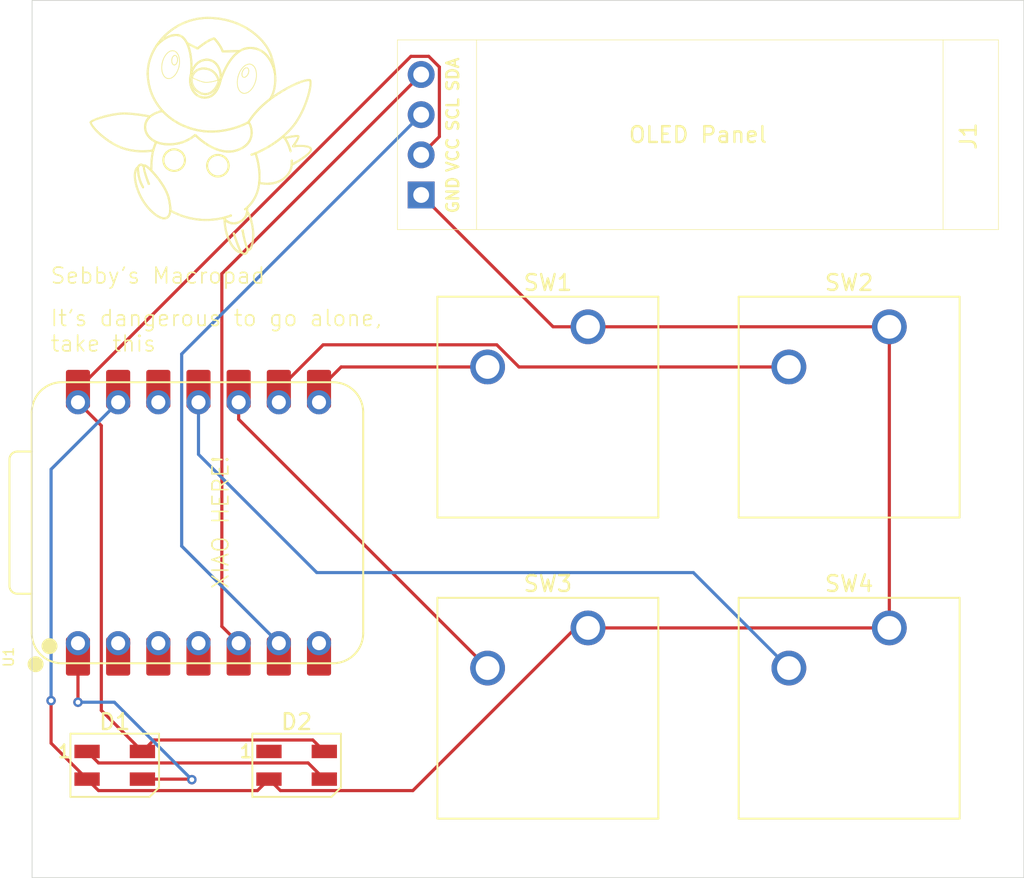
<source format=kicad_pcb>
(kicad_pcb (version 20241229) (generator "pcbnew") (generator_version "9.0")
  (layers (0 "F.Cu" signal) (2 "B.Cu" signal) (13 "F.Paste" user) (15 "B.Paste" user) (5 "F.SilkS" user "F.Silkscreen") (7 "B.SilkS" user "B.Silkscreen") (1 "F.Mask" user) (3 "B.Mask" user) (25 "Edge.Cuts" user))
  (net 0 "")
  (net 1 "Net-(D1-DOUT)")
  (net 2 "+5V")
  (net 3 "GND")
  (net 4 "Net-(D1-DIN)")
  (net 6 "Net-(U1-GPIO1{slash}RX)")
  (net 7 "Net-(U1-GPIO2{slash}SCK)")
  (net 8 "Net-(U1-GPIO4{slash}MISO)")
  (net 9 "Net-(U1-GPIO3{slash}MOSI)")
  (net 13 "Net-(J1-Pin_4)")
  (net 16 "Net-(J1-Pin_3)")
  (footprint "Button_Switch_Keyboard:SW_Cherry_MX_1.00u_PCB" (layer "F.Cu") (at 118.75 79.65)
    (property "Reference" "SW1")
    (property "Value" "SW_Push")
  )
  (footprint "OPL Lib:XIAO-RP2040-DIP" (layer "F.Cu") (at 94.12 92.045 90)
    (property "Reference" "U1")
    (property "Value" "XIAO-RP2040-DIP")
  )
  (footprint "LED_SMD:LED_SK6812MINI_PLCC4_3.5x3.5mm_P1.75mm" (layer "F.Cu") (at 100.325 107.39)
    (property "Reference" "D2")
    (property "Value" "SK6812MINI")
  )
  (footprint "OLED:SSD1306-0.91-OLED-4pin-128x32" (layer "F.Cu") (at 144.7 73.5 180)
    (property "Reference" "J1")
    (property "Value" "SSD1306 OLED Display")
  )
  (footprint "Button_Switch_Keyboard:SW_Cherry_MX_1.00u_PCB" (layer "F.Cu") (at 137.8 79.65)
    (property "Reference" "SW2")
    (property "Value" "SW_Push")
  )
  (footprint "Button_Switch_Keyboard:SW_Cherry_MX_1.00u_PCB" (layer "F.Cu") (at 137.8 98.7)
    (property "Reference" "SW4")
    (property "Value" "SW_Push")
  )
  (footprint "LED_SMD:LED_SK6812MINI_PLCC4_3.5x3.5mm_P1.75mm" (layer "F.Cu") (at 88.825 107.39)
    (property "Reference" "D1")
    (property "Value" "SK6812MINI")
  )
  (footprint "Button_Switch_Keyboard:SW_Cherry_MX_1.00u_PCB" (layer "F.Cu") (at 118.75 98.7)
    (property "Reference" "SW3")
    (property "Value" "SW_Push")
  )
  (gr_line (start 89.600873 66.197056) (end 89.490573 66.193017) (stroke (width 0.05)) (layer "F.SilkS"))
  (gr_line (start 99.867718 69.794686) (end 99.910733 69.692464) (stroke (width 0.05)) (layer "F.SilkS"))
  (gr_line (start 92.581131 69.747709) (end 92.597552 69.747709) (stroke (width 0.05)) (layer "F.SilkS"))
  (gr_line (start 92.352417 72.261128) (end 92.355807 72.262995) (stroke (width 0.05)) (layer "F.SilkS"))
  (gr_line (start 96.056384 67.203048) (end 95.92974 67.231013) (stroke (width 0.05)) (layer "F.SilkS"))
  (gr_line (start 95.380223 64.569386) (end 95.3462 64.637089) (stroke (width 0.05)) (layer "F.SilkS"))
  (gr_line (start 94.121057 67.654609) (end 94.172187 67.699605) (stroke (width 0.05)) (layer "F.SilkS"))
  (gr_line (start 91.796499 63.195538) (end 91.79528 63.280234) (stroke (width 0.05)) (layer "F.SilkS"))
  (gr_line (start 99.011763 64.121215) (end 99.003533 64.255899) (stroke (width 0.05)) (layer "F.SilkS"))
  (gr_line (start 95.476159 61.801459) (end 95.520508 61.871905) (stroke (width 0.05)) (layer "F.SilkS"))
  (gr_line (start 94.822668 68.958772) (end 94.834974 68.946542) (stroke (width 0.05)) (layer "F.SilkS"))
  (gr_line (start 91.407651 67.947103) (end 91.410051 67.941921) (stroke (width 0.05)) (layer "F.SilkS"))
  (gr_line (start 95.426248 64.120339) (end 95.425715 64.124073) (stroke (width 0.05)) (layer "F.SilkS"))
  (gr_line (start 97.070416 74.988173) (end 97.075559 74.985964) (stroke (width 0.05)) (layer "F.SilkS"))
  (gr_line (start 94.166091 72.912905) (end 93.99445 72.893131) (stroke (width 0.05)) (layer "F.SilkS"))
  (gr_line (start 94.121057 67.654609) (end 94.172187 67.699605) (stroke (width 0.05)) (layer "F.SilkS"))
  (gr_line (start 95.915871 63.215007) (end 95.866303 63.309419) (stroke (width 0.05)) (layer "F.SilkS"))
  (gr_line (start 90.824721 66.567197) (end 90.887319 66.474652) (stroke (width 0.05)) (layer "F.SilkS"))
  (gr_line (start 93.578436 64.3433) (end 93.550623 64.163659) (stroke (width 0.05)) (layer "F.SilkS"))
  (gr_line (start 93.35437 61.715734) (end 93.35418 61.715353) (stroke (width 0.05)) (layer "F.SilkS"))
  (gr_line (start 95.712646 63.63845) (end 95.659839 63.767) (stroke (width 0.05)) (layer "F.SilkS"))
  (gr_line (start 95.163053 61.519252) (end 95.138898 61.492277) (stroke (width 0.05)) (layer "F.SilkS"))
  (gr_line (start 92.186224 71.465371) (end 92.143133 71.33164) (stroke (width 0.05)) (layer "F.SilkS"))
  (gr_line (start 99.568404 67.744868) (end 99.556517 67.744487) (stroke (width 0.05)) (layer "F.SilkS"))
  (gr_line (start 94.702234 69.473999) (end 94.705511 69.523376) (stroke (width 0.05)) (layer "F.SilkS"))
  (gr_line (start 94.812191 69.097685) (end 94.779996 69.150758) (stroke (width 0.05)) (layer "F.SilkS"))
  (gr_line (start 98.280891 62.280261) (end 98.358729 62.348041) (stroke (width 0.05)) (layer "F.SilkS"))
  (gr_line (start 99.668836 70.198241) (end 99.582577 70.273794) (stroke (width 0.05)) (layer "F.SilkS"))
  (gr_line (start 93.683402 63.683827) (end 93.682907 63.687561) (stroke (width 0.05)) (layer "F.SilkS"))
  (gr_line (start 93.405081 67.894982) (end 93.277408 67.952132) (stroke (width 0.05)) (layer "F.SilkS"))
  (gr_line (start 95.460653 63.569337) (end 95.454366 63.535313) (stroke (width 0.05)) (layer "F.SilkS"))
  (gr_line (start 91.246678 68.378623) (end 91.271062 68.301547) (stroke (width 0.05)) (layer "F.SilkS"))
  (gr_line (start 90.90073 69.597404) (end 90.84499 69.551494) (stroke (width 0.05)) (layer "F.SilkS"))
  (gr_line (start 92.247489 71.744835) (end 92.224477 71.631144) (stroke (width 0.05)) (layer "F.SilkS"))
  (gr_line (start 96.826804 73.00202) (end 96.805773 73.014365) (stroke (width 0.05)) (layer "F.SilkS"))
  (gr_line (start 91.563746 72.619649) (end 91.669322 72.677408) (stroke (width 0.05)) (layer "F.SilkS"))
  (gr_line (start 94.200152 60.10037) (end 94.391414 60.079186) (stroke (width 0.05)) (layer "F.SilkS"))
  (gr_line (start 100.744551 68.998968) (end 100.685039 69.039925) (stroke (width 0.05)) (layer "F.SilkS"))
  (gr_line (start 92.432541 62.742795) (end 92.430903 62.757921) (stroke (width 0.05)) (layer "F.SilkS"))
  (gr_line (start 95.425715 64.124073) (end 95.424648 64.133331) (stroke (width 0.05)) (layer "F.SilkS"))
  (gr_line (start 93.903353 67.475387) (end 93.917907 67.473406) (stroke (width 0.05)) (layer "F.SilkS"))
  (gr_line (start 94.594449 65.1069) (end 94.698119 65.091546) (stroke (width 0.05)) (layer "F.SilkS"))
  (gr_line (start 90.629992 69.557818) (end 90.629306 69.541474) (stroke (width 0.05)) (layer "F.SilkS"))
  (gr_line (start 94.702234 69.441156) (end 94.702234 69.457616) (stroke (width 0.05)) (layer "F.SilkS"))
  (gr_line (start 95.374966 64.376333) (end 95.383919 64.351187) (stroke (width 0.05)) (layer "F.SilkS"))
  (gr_line (start 97.728746 64.112871) (end 97.707333 64.182289) (stroke (width 0.05)) (layer "F.SilkS"))
  (gr_line (start 97.226054 66.783567) (end 97.187268 66.80315) (stroke (width 0.05)) (layer "F.SilkS"))
  (gr_line (start 94.65579 69.242655) (end 94.68006 69.176247) (stroke (width 0.05)) (layer "F.SilkS"))
  (gr_line (start 93.322023 60.412066) (end 93.155603 60.482665) (stroke (width 0.05)) (layer "F.SilkS"))
  (gr_line (start 95.408379 64.506787) (end 95.380223 64.569386) (stroke (width 0.05)) (layer "F.SilkS"))
  (gr_line (start 92.599609 69.826576) (end 92.581131 69.826576) (stroke (width 0.05)) (layer "F.SilkS"))
  (gr_line (start 88.246951 66.368696) (end 88.224396 66.374525) (stroke (width 0.05)) (layer "F.SilkS"))
  (gr_line (start 97.473057 68.79658) (end 97.458731 68.791742) (stroke (width 0.05)) (layer "F.SilkS"))
  (gr_line (start 95.596555 70.05068) (end 95.652791 70.023591) (stroke (width 0.05)) (layer "F.SilkS"))
  (gr_line (start 95.401102 64.305581) (end 95.409218 64.285426) (stroke (width 0.05)) (layer "F.SilkS"))
  (gr_line (start 93.639092 67.671754) (end 93.765241 67.583095) (stroke (width 0.05)) (layer "F.SilkS"))
  (gr_line (start 100.041758 67.569075) (end 100.120016 67.557645) (stroke (width 0.05)) (layer "F.SilkS"))
  (gr_line (start 95.49159 68.749527) (end 95.560856 68.767358) (stroke (width 0.05)) (layer "F.SilkS"))
  (gr_line (start 95.393177 64.32486) (end 95.397407 64.313887) (stroke (width 0.05)) (layer "F.SilkS"))
  (gr_line (start 94.122009 67.263665) (end 94.006452 67.240348) (stroke (width 0.05)) (layer "F.SilkS"))
  (gr_line (start 98.624477 70.558744) (end 98.711002 70.548952) (stroke (width 0.05)) (layer "F.SilkS"))
  (gr_line (start 96.991625 74.994422) (end 97.029039 74.997813) (stroke (width 0.05)) (layer "F.SilkS"))
  (gr_line (start 96.882202 63.557221) (end 96.896527 63.511044) (stroke (width 0.05)) (layer "F.SilkS"))
  (gr_line (start 100.852869 65.521771) (end 100.910781 65.36419) (stroke (width 0.05)) (layer "F.SilkS"))
  (gr_line (start 97.138157 74.929461) (end 97.141701 74.923937) (stroke (width 0.05)) (layer "F.SilkS"))
  (gr_line (start 99.859145 67.179236) (end 100.046521 66.967019) (stroke (width 0.05)) (layer "F.SilkS"))
  (gr_line (start 100.327928 67.5405) (end 100.381115 67.542824) (stroke (width 0.05)) (layer "F.SilkS"))
  (gr_line (start 100.444666 67.55894) (end 100.450419 67.563703) (stroke (width 0.05)) (layer "F.SilkS"))
  (gr_line (start 97.188754 66.714035) (end 97.218968 66.698299) (stroke (width 0.05)) (layer "F.SilkS"))
  (gr_line (start 96.768969 62.213777) (end 96.760815 62.226502) (stroke (width 0.05)) (layer "F.SilkS"))
  (gr_line (start 101.155117 64.43535) (end 101.167499 64.342805) (stroke (width 0.05)) (layer "F.SilkS"))
  (gr_line (start 95.76069 73.272568) (end 95.751203 73.189396) (stroke (width 0.05)) (layer "F.SilkS"))
  (gr_line (start 95.36445 68.734858) (end 95.419848 68.738554) (stroke (width 0.05)) (layer "F.SilkS"))
  (gr_line (start 95.466787 64.029889) (end 95.475093 63.932506) (stroke (width 0.05)) (layer "F.SilkS"))
  (gr_line (start 95.986318 72.717337) (end 95.813535 72.769991) (stroke (width 0.05)) (layer "F.SilkS"))
  (gr_line (start 90.692895 69.49122) (end 90.699219 69.504821) (stroke (width 0.05)) (layer "F.SilkS"))
  (gr_line (start 98.849533 68.020979) (end 98.986236 67.927215) (stroke (width 0.05)) (layer "F.SilkS"))
  (gr_line (start 96.747632 62.235684) (end 96.746566 62.236103) (stroke (width 0.05)) (layer "F.SilkS"))
  (gr_line (start 91.293236 68.50241) (end 91.293122 68.50241) (stroke (width 0.05)) (layer "F.SilkS"))
  (gr_line (start 90.958376 69.543188) (end 90.970453 69.553666) (stroke (width 0.05)) (layer "F.SilkS"))
  (gr_line (start 90.738958 69.479028) (end 90.716936 69.470531) (stroke (width 0.05)) (layer "F.SilkS"))
  (gr_line (start 94.953084 64.845458) (end 94.893344 64.880891) (stroke (width 0.05)) (layer "F.SilkS"))
  (gr_line (start 92.50455 61.168122) (end 92.650778 61.150444) (stroke (width 0.05)) (layer "F.SilkS"))
  (gr_line (start 94.337388 62.764665) (end 94.433286 62.737461) (stroke (width 0.05)) (layer "F.SilkS"))
  (gr_line (start 96.567381 62.267498) (end 96.659088 62.200366) (stroke (width 0.05)) (layer "F.SilkS"))
  (gr_line (start 91.165563 69.710333) (end 91.16503 69.734793) (stroke (width 0.05)) (layer "F.SilkS"))
  (gr_line (start 98.400753 62.504213) (end 98.347032 62.446873) (stroke (width 0.05)) (layer "F.SilkS"))
  (gr_line (start 94.117742 62.873783) (end 94.221603 62.812861) (stroke (width 0.05)) (layer "F.SilkS"))
  (gr_line (start 97.138043 74.929385) (end 97.141586 74.923899) (stroke (width 0.05)) (layer "F.SilkS"))
  (gr_line (start 94.660705 61.564096) (end 94.741706 61.517499) (stroke (width 0.05)) (layer "F.SilkS"))
  (gr_line (start 100.11712 69.296567) (end 100.185853 69.257781) (stroke (width 0.05)) (layer "F.SilkS"))
  (gr_line (start 90.516416 70.720897) (end 90.462085 70.60755) (stroke (width 0.05)) (layer "F.SilkS"))
  (gr_line (start 101.149249 64.085249) (end 101.14944 64.085363) (stroke (width 0.05)) (layer "F.SilkS"))
  (gr_line (start 100.490843 66.30526) (end 100.611125 66.075593) (stroke (width 0.05)) (layer "F.SilkS"))
  (gr_line (start 95.001548 70.092971) (end 94.941959 70.056776) (stroke (width 0.05)) (layer "F.SilkS"))
  (gr_line (start 94.455917 62.813547) (end 94.384442 62.832483) (stroke (width 0.05)) (layer "F.SilkS"))
  (gr_line (start 96.614511 64.506787) (end 96.595766 64.433102) (stroke (width 0.05)) (layer "F.SilkS"))
  (gr_line (start 94.025235 62.94503) (end 94.117742 62.873783) (stroke (width 0.05)) (layer "F.SilkS"))
  (gr_line (start 92.302086 72.278158) (end 92.303953 72.274768) (stroke (width 0.05)) (layer "F.SilkS"))
  (gr_line (start 99.725681 67.424828) (end 99.568899 67.568389) (stroke (width 0.05)) (layer "F.SilkS"))
  (gr_line (start 94.193828 61.986205) (end 94.148031 62.022591) (stroke (width 0.05)) (layer "F.SilkS"))
  (gr_line (start 93.652465 64.145409) (end 93.649302 64.108795) (stroke (width 0.05)) (layer "F.SilkS"))
  (gr_line (start 91.940517 61.225501) (end 91.972026 61.194297) (stroke (width 0.05)) (layer "F.SilkS"))
  (gr_line (start 87.352592 66.702833) (end 87.346 66.71312) (stroke (width 0.05)) (layer "F.SilkS"))
  (gr_line (start 95.415809 70.137205) (end 95.363421 70.140749) (stroke (width 0.05)) (layer "F.SilkS"))
  (gr_line (start 96.201545 72.626773) (end 96.192973 72.639232) (stroke (width 0.05)) (layer "F.SilkS"))
  (gr_line (start 94.540423 60.148147) (end 94.397853 60.157825) (stroke (width 0.05)) (layer "F.SilkS"))
  (gr_line (start 100.728359 68.244016) (end 100.629908 68.240473) (stroke (width 0.05)) (layer "F.SilkS"))
  (gr_line (start 92.821694 61.155016) (end 92.823485 61.155283) (stroke (width 0.05)) (layer "F.SilkS"))
  (gr_line (start 93.652427 63.819235) (end 93.637072 63.896044) (stroke (width 0.05)) (layer "F.SilkS"))
  (gr_line (start 92.287608 72.392001) (end 92.296143 72.314963) (stroke (width 0.05)) (layer "F.SilkS"))
  (gr_line (start 97.543122 73.767526) (end 97.537522 73.637795) (stroke (width 0.05)) (layer "F.SilkS"))
  (gr_line (start 95.462748 64.085706) (end 95.471587 64.057626) (stroke (width 0.05)) (layer "F.SilkS"))
  (gr_line (start 91.475316 66.058295) (end 91.6473 66.000498) (stroke (width 0.05)) (layer "F.SilkS"))
  (gr_line (start 97.283318 74.805217) (end 97.279661 74.804189) (stroke (width 0.05)) (layer "F.SilkS"))
  (gr_line (start 97.520415 67.385166) (end 97.519729 67.418427) (stroke (width 0.05)) (layer "F.SilkS"))
  (gr_line (start 97.267469 74.702538) (end 97.268078 74.705624) (stroke (width 0.05)) (layer "F.SilkS"))
  (gr_line (start 92.88795 68.537958) (end 92.831676 68.510869) (stroke (width 0.05)) (layer "F.SilkS"))
  (gr_line (start 93.233593 68.90086) (end 93.250434 68.966316) (stroke (width 0.05)) (layer "F.SilkS"))
  (gr_line (start 91.857536 62.841703) (end 91.839133 62.907883) (stroke (width 0.05)) (layer "F.SilkS"))
  (gr_line (start 91.250755 68.680909) (end 91.225342 68.830718) (stroke (width 0.05)) (layer "F.SilkS"))
  (gr_line (start 97.159913 75.023073) (end 97.112288 75.055877) (stroke (width 0.05)) (layer "F.SilkS"))
  (gr_line (start 95.523784 64.145866) (end 95.512126 64.155505) (stroke (width 0.05)) (layer "F.SilkS"))
  (gr_line (start 95.231253 63.068131) (end 95.205154 63.039442) (stroke (width 0.05)) (layer "F.SilkS"))
  (gr_line (start 97.901834 70.698494) (end 97.90793 70.651136) (stroke (width 0.05)) (layer "F.SilkS"))
  (gr_line (start 90.979597 66.368925) (end 90.968091 66.366639) (stroke (width 0.05)) (layer "F.SilkS"))
  (gr_line (start 94.507772 65.188244) (end 94.477101 65.186453) (stroke (width 0.05)) (layer "F.SilkS"))
  (gr_line (start 95.346467 64.123882) (end 95.347419 64.115386) (stroke (width 0.05)) (layer "F.SilkS"))
  (gr_line (start 92.511636 63.049462) (end 92.543755 63.071408) (stroke (width 0.05)) (layer "F.SilkS"))
  (gr_line (start 97.322523 74.807579) (end 97.319018 74.807998) (stroke (width 0.05)) (layer "F.SilkS"))
  (gr_line (start 95.231024 67.248501) (end 95.374966 67.23669) (stroke (width 0.05)) (layer "F.SilkS"))
  (gr_line (start 97.475762 74.429056) (end 97.492335 74.356933) (stroke (width 0.05)) (layer "F.SilkS"))
  (gr_line (start 97.497821 73.310097) (end 97.462998 73.129122) (stroke (width 0.05)) (layer "F.SilkS"))
  (gr_line (start 100.22902 67.617576) (end 100.175223 67.624129) (stroke (width 0.05)) (layer "F.SilkS"))
  (gr_line (start 92.401489 61.191859) (end 92.530915 61.163512) (stroke (width 0.05)) (layer "F.SilkS"))
  (gr_line (start 95.61892 62.245857) (end 95.617815 62.242961) (stroke (width 0.05)) (layer "F.SilkS"))
  (gr_line (start 97.713048 68.634846) (end 97.713239 68.634808) (stroke (width 0.05)) (layer "F.SilkS"))
  (gr_line (start 90.532113 71.460456) (end 90.617114 71.610266) (stroke (width 0.05)) (layer "F.SilkS"))
  (gr_line (start 92.78428 69.756472) (end 92.718786 69.773312) (stroke (width 0.05)) (layer "F.SilkS"))
  (gr_line (start 95.668755 63.542781) (end 95.709407 63.453246) (stroke (width 0.05)) (layer "F.SilkS"))
  (gr_line (start 95.046887 68.369213) (end 94.95076 68.322655) (stroke (width 0.05)) (layer "F.SilkS"))
  (gr_line (start 99.946166 68.574305) (end 99.934278 68.574038) (stroke (width 0.05)) (layer "F.SilkS"))
  (gr_line (start 93.845784 63.524341) (end 93.898134 63.471267) (stroke (width 0.05)) (layer "F.SilkS"))
  (gr_line (start 91.98037 68.130173) (end 91.945432 68.127125) (stroke (width 0.05)) (layer "F.SilkS"))
  (gr_line (start 93.155603 60.482665) (end 92.993411 60.560465) (stroke (width 0.05)) (layer "F.SilkS"))
  (gr_line (start 96.319236 73.763106) (end 96.318741 73.751219) (stroke (width 0.05)) (layer "F.SilkS"))
  (gr_line (start 91.462096 61.940409) (end 91.370084 62.093724) (stroke (width 0.05)) (layer "F.SilkS"))
  (gr_line (start 93.734761 63.683751) (end 93.764669 63.632316) (stroke (width 0.05)) (layer "F.SilkS"))
  (gr_line (start 96.526957 74.37061) (end 96.490305 74.270446) (stroke (width 0.05)) (layer "F.SilkS"))
  (gr_line (start 97.775609 62.016838) (end 97.916845 62.064044) (stroke (width 0.05)) (layer "F.SilkS"))
  (gr_line (start 95.945208 69.861552) (end 95.903603 69.917178) (stroke (width 0.05)) (layer "F.SilkS"))
  (gr_line (start 90.376131 66.269522) (end 90.271128 66.255844) (stroke (width 0.05)) (layer "F.SilkS"))
  (gr_line (start 94.316319 63.361654) (end 94.224689 63.380704) (stroke (width 0.05)) (layer "F.SilkS"))
  (gr_line (start 95.426782 64.113176) (end 95.426248 64.120339) (stroke (width 0.05)) (layer "F.SilkS"))
  (gr_line (start 92.560404 72.459248) (end 92.377067 72.365369) (stroke (width 0.05)) (layer "F.SilkS"))
  (gr_line (start 91.292703 72.523332) (end 91.167773 72.415928) (stroke (width 0.05)) (layer "F.SilkS"))
  (gr_line (start 96.768283 62.183144) (end 96.771674 62.194536) (stroke (width 0.05)) (layer "F.SilkS"))
  (gr_line (start 98.628553 62.381493) (end 98.579252 62.269631) (stroke (width 0.05)) (layer "F.SilkS"))
  (gr_line (start 91.261766 68.533081) (end 91.260851 68.533271) (stroke (width 0.05)) (layer "F.SilkS"))
  (gr_line (start 92.296028 68.143165) (end 92.186072 68.142137) (stroke (width 0.05)) (layer "F.SilkS"))
  (gr_line (start 97.165094 74.488873) (end 97.192145 74.563816) (stroke (width 0.05)) (layer "F.SilkS"))
  (gr_line (start 95.458671 64.139808) (end 95.454138 64.125368) (stroke (width 0.05)) (layer "F.SilkS"))
  (gr_line (start 100.629908 68.240473) (end 100.532182 68.240054) (stroke (width 0.05)) (layer "F.SilkS"))
  (gr_line (start 94.807771 63.334298) (end 94.907669 63.376589) (stroke (width 0.05)) (layer "F.SilkS"))
  (gr_line (start 96.317103 62.50166) (end 96.407019 62.408735) (stroke (width 0.05)) (layer "F.SilkS"))
  (gr_line (start 92.330585 69.697112) (end 92.389716 69.718753) (stroke (width 0.05)) (layer "F.SilkS"))
  (gr_line (start 97.140596 66.825896) (end 97.086303 66.851423) (stroke (width 0.05)) (layer "F.SilkS"))
  (gr_line (start 90.995599 69.575497) (end 91.068827 69.64362) (stroke (width 0.05)) (layer "F.SilkS"))
  (gr_line (start 92.515294 69.744356) (end 92.564672 69.747709) (stroke (width 0.05)) (layer "F.SilkS"))
  (gr_line (start 94.032588 67.680593) (end 93.994222 67.645122) (stroke (width 0.05)) (layer "F.SilkS"))
  (gr_line (start 100.396927 67.621729) (end 100.383211 67.6167) (stroke (width 0.05)) (layer "F.SilkS"))
  (gr_line (start 92.299153 72.198949) (end 92.294123 72.084801) (stroke (width 0.05)) (layer "F.SilkS"))
  (gr_line (start 94.598678 62.794116) (end 94.491274 62.80688) (stroke (width 0.05)) (layer "F.SilkS"))
  (gr_line (start 93.300078 69.030095) (end 93.303812 69.085493) (stroke (width 0.05)) (layer "F.SilkS"))
  (gr_line (start 95.426286 64.120339) (end 95.425791 64.124073) (stroke (width 0.05)) (layer "F.SilkS"))
  (gr_line (start 97.401771 67.047448) (end 97.381693 66.977382) (stroke (width 0.05)) (layer "F.SilkS"))
  (gr_line (start 97.736709 61.108839) (end 97.859733 61.214604) (stroke (width 0.05)) (layer "F.SilkS"))
  (gr_line (start 99.984647 69.719439) (end 99.938889 69.828443) (stroke (width 0.05)) (layer "F.SilkS"))
  (gr_line (start 98.918647 63.63323) (end 98.913351 63.596273) (stroke (width 0.05)) (layer "F.SilkS"))
  (gr_line (start 92.339577 71.813491) (end 92.360189 71.955794) (stroke (width 0.05)) (layer "F.SilkS"))
  (gr_line (start 93.260759 69.173847) (end 93.250434 69.241665) (stroke (width 0.05)) (layer "F.SilkS"))
  (gr_line (start 97.608121 73.532144) (end 97.616427 73.63269) (stroke (width 0.05)) (layer "F.SilkS"))
  (gr_line (start 96.349945 73.716243) (end 96.36187 73.715748) (stroke (width 0.05)) (layer "F.SilkS"))
  (gr_line (start 97.095562 72.245926) (end 97.092399 72.248098) (stroke (width 0.05)) (layer "F.SilkS"))
  (gr_line (start 95.184123 63.711107) (end 95.147394 63.664587) (stroke (width 0.05)) (layer "F.SilkS"))
  (gr_line (start 98.30657 61.81807) (end 98.220198 61.705942) (stroke (width 0.05)) (layer "F.SilkS"))
  (gr_line (start 91.053359 66.383898) (end 91.044215 66.381993) (stroke (width 0.05)) (layer "F.SilkS"))
  (gr_line (start 97.37373 66.954484) (end 97.366757 66.934443) (stroke (width 0.05)) (layer "F.SilkS"))
  (gr_line (start 97.369348 72.790756) (end 97.337192 72.703469) (stroke (width 0.05)) (layer "F.SilkS"))
  (gr_line (start 94.675793 64.875671) (end 94.740029 64.859555) (stroke (width 0.05)) (layer "F.SilkS"))
  (gr_line (start 100.082716 68.257084) (end 100.079592 68.254798) (stroke (width 0.05)) (layer "F.SilkS"))
  (gr_line (start 96.69955 68.383615) (end 96.823337 68.324445) (stroke (width 0.05)) (layer "F.SilkS"))
  (gr_line (start 93.568302 62.406563) (end 93.530354 62.224635) (stroke (width 0.05)) (layer "F.SilkS"))
  (gr_line (start 93.695022 63.643441) (end 93.678792 63.702115) (stroke (width 0.05)) (layer "F.SilkS"))
  (gr_line (start 91.094545 66.36801) (end 91.083686 66.378488) (stroke (width 0.05)) (layer "F.SilkS"))
  (gr_line (start 95.994205 72.97356) (end 96.060499 73.00705) (stroke (width 0.05)) (layer "F.SilkS"))
  (gr_line (start 95.814906 72.936755) (end 95.816087 72.985523) (stroke (width 0.05)) (layer "F.SilkS"))
  (gr_line (start 99.846496 64.447046) (end 100.002211 64.366808) (stroke (width 0.05)) (layer "F.SilkS"))
  (gr_line (start 99.902008 68.54432) (end 99.900255 68.537424) (stroke (width 0.05)) (layer "F.SilkS"))
  (gr_line (start 100.728397 68.244169) (end 100.629984 68.240625) (stroke (width 0.05)) (layer "F.SilkS"))
  (gr_line (start 91.933736 68.126173) (end 91.794518 68.104913) (stroke (width 0.05)) (layer "F.SilkS"))
  (gr_line (start 98.65709 65.28898) (end 98.642841 65.293895) (stroke (width 0.05)) (layer "F.SilkS"))
  (gr_line (start 91.319221 68.163854) (end 91.341623 68.104951) (stroke (width 0.05)) (layer "F.SilkS"))
  (gr_line (start 90.315933 69.526881) (end 90.327554 69.536521) (stroke (width 0.05)) (layer "F.SilkS"))
  (gr_line (start 95.279868 64.593503) (end 95.311491 64.530219) (stroke (width 0.05)) (layer "F.SilkS"))
  (gr_line (start 96.752928 62.140701) (end 96.852712 62.088542) (stroke (width 0.05)) (layer "F.SilkS"))
  (gr_line (start 96.025599 69.527453) (end 96.015198 69.595233) (stroke (width 0.05)) (layer "F.SilkS"))
  (gr_line (start 95.514031 64.212503) (end 95.497533 64.270605) (stroke (width 0.05)) (layer "F.SilkS"))
  (gr_line (start 98.935106 64.039948) (end 98.933315 63.863774) (stroke (width 0.05)) (layer "F.SilkS"))
  (gr_line (start 95.574153 63.998686) (end 95.55876 64.044329) (stroke (width 0.05)) (layer "F.SilkS"))
  (gr_line (start 97.252153 67.965619) (end 97.292424 67.905993) (stroke (width 0.05)) (layer "F.SilkS"))
  (gr_line (start 98.169182 62.197318) (end 98.280891 62.280376) (stroke (width 0.05)) (layer "F.SilkS"))
  (gr_line (start 98.899178 68.082396) (end 98.722394 68.197496) (stroke (width 0.05)) (layer "F.SilkS"))
  (gr_line (start 94.808114 62.727593) (end 94.899782 62.75011) (stroke (width 0.05)) (layer "F.SilkS"))
  (gr_line (start 100.400432 67.624472) (end 100.396012 67.620853) (stroke (width 0.05)) (layer "F.SilkS"))
  (gr_line (start 97.172295 64.850144) (end 97.113012 64.868547) (stroke (width 0.05)) (layer "F.SilkS"))
  (gr_line (start 91.995648 61.461835) (end 91.903484 61.52371) (stroke (width 0.05)) (layer "F.SilkS"))
  (gr_line (start 90.277529 69.502573) (end 90.29936 69.462111) (stroke (width 0.05)) (layer "F.SilkS"))
  (gr_line (start 96.622817 63.820644) (end 96.628989 63.797251) (stroke (width 0.05)) (layer "F.SilkS"))
  (gr_line (start 92.457839 62.642745) (end 92.441151 62.697761) (stroke (width 0.05)) (layer "F.SilkS"))
  (gr_line (start 92.710823 68.47334) (end 92.646891 68.463625) (stroke (width 0.05)) (layer "F.SilkS"))
  (gr_line (start 90.721736 66.828716) (end 90.758312 66.705767) (stroke (width 0.05)) (layer "F.SilkS"))
  (gr_line (start 94.296164 62.865211) (end 94.215049 62.905978) (stroke (width 0.05)) (layer "F.SilkS"))
  (gr_line (start 92.298543 72.308181) (end 92.297324 72.293094) (stroke (width 0.05)) (layer "F.SilkS"))
  (gr_line (start 99.711279 67.711874) (end 99.667083 67.721818) (stroke (width 0.05)) (layer "F.SilkS"))
  (gr_line (start 99.434521 67.616281) (end 99.431511 67.60146) (stroke (width 0.05)) (layer "F.SilkS"))
  (gr_line (start 95.562303 60.134126) (end 95.727772 60.164759) (stroke (width 0.05)) (layer "F.SilkS"))
  (gr_line (start 94.221069 61.865352) (end 94.283286 61.818604) (stroke (width 0.05)) (layer "F.SilkS"))
  (gr_line (start 97.492373 74.357047) (end 97.51169 74.251891) (stroke (width 0.05)) (layer "F.SilkS"))
  (gr_line (start 91.2655 68.532395) (end 91.261766 68.533081) (stroke (width 0.05)) (layer "F.SilkS"))
  (gr_line (start 99.868518 68.191133) (end 99.891606 68.251903) (stroke (width 0.05)) (layer "F.SilkS"))
  (gr_line (start 97.395599 74.646874) (end 97.431261 74.569721) (stroke (width 0.05)) (layer "F.SilkS"))
  (gr_line (start 95.272096 70.17641) (end 95.200353 70.165475) (stroke (width 0.05)) (layer "F.SilkS"))
  (gr_line (start 97.697275 68.644028) (end 97.706914 68.637018) (stroke (width 0.05)) (layer "F.SilkS"))
  (gr_line (start 92.80333 72.569509) (end 92.560404 72.459248) (stroke (width 0.05)) (layer "F.SilkS"))
  (gr_line (start 92.771174 66.681383) (end 92.910162 66.758383) (stroke (width 0.05)) (layer "F.SilkS"))
  (gr_line (start 98.872774 63.408326) (end 98.851819 63.334869) (stroke (width 0.05)) (layer "F.SilkS"))
  (gr_line (start 90.423718 70.268803) (end 90.454732 70.370034) (stroke (width 0.05)) (layer "F.SilkS"))
  (gr_line (start 91.466325 68.009473) (end 91.462667 68.017855) (stroke (width 0.05)) (layer "F.SilkS"))
  (gr_line (start 92.27614 72.454638) (end 92.287342 72.393563) (stroke (width 0.05)) (layer "F.SilkS"))
  (gr_line (start 90.946603 63.625191) (end 90.946603 63.625344) (stroke (width 0.05)) (layer "F.SilkS"))
  (gr_line (start 99.532743 70.212681) (end 99.613857 70.141663) (stroke (width 0.05)) (layer "F.SilkS"))
  (gr_line (start 87.392825 66.669572) (end 87.368746 66.68706) (stroke (width 0.05)) (layer "F.SilkS"))
  (gr_line (start 94.449821 62.814538) (end 94.360706 62.839988) (stroke (width 0.05)) (layer "F.SilkS"))
  (gr_line (start 98.918647 63.63323) (end 98.913351 63.596273) (stroke (width 0.05)) (layer "F.SilkS"))
  (gr_line (start 93.434114 61.699694) (end 93.501474 61.857389) (stroke (width 0.05)) (layer "F.SilkS"))
  (gr_line (start 92.649025 68.118705) (end 92.527943 68.132078) (stroke (width 0.05)) (layer "F.SilkS"))
  (gr_line (start 97.787877 68.689367) (end 97.703942 68.722819) (stroke (width 0.05)) (layer "F.SilkS"))
  (gr_line (start 92.441151 62.697761) (end 92.432541 62.742795) (stroke (width 0.05)) (layer "F.SilkS"))
  (gr_line (start 88.295033 67.74041) (end 88.426745 67.833451) (stroke (width 0.05)) (layer "F.SilkS"))
  (gr_line (start 100.079592 68.254798) (end 100.072238 68.245426) (stroke (width 0.05)) (layer "F.SilkS"))
  (gr_line (start 99.908942 68.558875) (end 99.903151 68.548511) (stroke (width 0.05)) (layer "F.SilkS"))
  (gr_line (start 97.424746 60.970612) (end 97.285376 60.876886) (stroke (width 0.05)) (layer "F.SilkS"))
  (gr_line (start 100.241669 69.315884) (end 100.19774 69.341068) (stroke (width 0.05)) (layer "F.SilkS"))
  (gr_line (start 101.139381 64.080867) (end 101.106158 64.075114) (stroke (width 0.05)) (layer "F.SilkS"))
  (gr_line (start 96.444204 73.894094) (end 96.468779 73.96816) (stroke (width 0.05)) (layer "F.SilkS"))
  (gr_line (start 97.203575 63.742387) (end 97.166618 63.786469) (stroke (width 0.05)) (layer "F.SilkS"))
  (gr_line (start 99.831142 68.316025) (end 99.809501 68.256818) (stroke (width 0.05)) (layer "F.SilkS"))
  (gr_line (start 97.179534 74.832306) (end 97.18864 74.776261) (stroke (width 0.05)) (layer "F.SilkS"))
  (gr_line (start 97.753091 68.645247) (end 97.760102 68.654849) (stroke (width 0.05)) (layer "F.SilkS"))
  (gr_line (start 96.497011 74.05198) (end 96.528443 74.143001) (stroke (width 0.05)) (layer "F.SilkS"))
  (gr_line (start 90.365768 69.504745) (end 90.340317 69.556675) (stroke (width 0.05)) (layer "F.SilkS"))
  (gr_line (start 96.573439 73.111825) (end 96.492591 73.130646) (stroke (width 0.05)) (layer "F.SilkS"))
  (gr_line (start 90.340317 69.556675) (end 90.336241 69.569096) (stroke (width 0.05)) (layer "F.SilkS"))
  (gr_line (start 90.617114 71.610266) (end 90.707182 71.752531) (stroke (width 0.05)) (layer "F.SilkS"))
  (gr_line (start 100.393917 67.696976) (end 100.404585 67.66421) (stroke (width 0.05)) (layer "F.SilkS"))
  (gr_line (start 95.415809 68.777873) (end 95.483665 68.788275) (stroke (width 0.05)) (layer "F.SilkS"))
  (gr_line (start 90.343404 69.832215) (end 90.351443 69.9075) (stroke (width 0.05)) (layer "F.SilkS"))
  (gr_line (start 96.98831 74.126694) (end 96.965526 74.030416) (stroke (width 0.05)) (layer "F.SilkS"))
  (gr_line (start 92.103281 72.712346) (end 92.148391 72.682628) (stroke (width 0.05)) (layer "F.SilkS"))
  (gr_line (start 97.154045 72.100384) (end 97.164599 72.089716) (stroke (width 0.05)) (layer "F.SilkS"))
  (gr_line (start 97.189897 72.428768) (end 97.174848 72.414061) (stroke (width 0.05)) (layer "F.SilkS"))
  (gr_line (start 91.38982 67.987489) (end 91.400679 67.96261) (stroke (width 0.05)) (layer "F.SilkS"))
  (gr_line (start 95.966468 62.972576) (end 96.028762 62.874926) (stroke (width 0.05)) (layer "F.SilkS"))
  (gr_line (start 95.279944 64.593655) (end 95.311529 64.530333) (stroke (width 0.05)) (layer "F.SilkS"))
  (gr_line (start 98.991494 63.586024) (end 98.996942 63.624429) (stroke (width 0.05)) (layer "F.SilkS"))
  (gr_line (start 91.375532 68.021017) (end 91.38982 67.987489) (stroke (width 0.05)) (layer "F.SilkS"))
  (gr_line (start 99.532514 67.730885) (end 99.531142 67.72898) (stroke (width 0.05)) (layer "F.SilkS"))
  (gr_line (start 91.207054 68.54253) (end 91.177717 68.547026) (stroke (width 0.05)) (layer "F.SilkS"))
  (gr_line (start 91.184232 69.758758) (end 91.284054 69.865705) (stroke (width 0.05)) (layer "F.SilkS"))
  (gr_line (start 96.271954 73.062447) (end 96.339162 73.065838) (stroke (width 0.05)) (layer "F.SilkS"))
  (gr_line (start 90.174697 70.799459) (end 90.165591 70.768332) (stroke (width 0.05)) (layer "F.SilkS"))
  (gr_line (start 96.917216 72.941746) (end 96.850274 72.988419) (stroke (width 0.05)) (layer "F.SilkS"))
  (gr_line (start 98.126738 61.594995) (end 98.026383 61.485305) (stroke (width 0.05)) (layer "F.SilkS"))
  (gr_line (start 91.534105 72.692458) (end 91.415385 72.615725) (stroke (width 0.05)) (layer "F.SilkS"))
  (gr_line (start 92.481499 63.864193) (end 92.533734 63.824416) (stroke (width 0.05)) (layer "F.SilkS"))
  (gr_line (start 99.495824 67.570294) (end 99.498567 67.572961) (stroke (width 0.05)) (layer "F.SilkS"))
  (gr_line (start 92.266539 72.491252) (end 92.270921 72.474526) (stroke (width 0.05)) (layer "F.SilkS"))
  (gr_line (start 92.435093 72.306962) (end 92.613249 72.397107) (stroke (width 0.05)) (layer "F.SilkS"))
  (gr_line (start 96.950896 73.558014) (end 96.957297 73.594666) (stroke (width 0.05)) (layer "F.SilkS"))
  (gr_line (start 92.378286 72.234686) (end 92.376877 72.274729) (stroke (width 0.05)) (layer "F.SilkS"))
  (gr_line (start 93.271274 68.889049) (end 93.289105 68.958353) (stroke (width 0.05)) (layer "F.SilkS"))
  (gr_line (start 91.353396 67.95899) (end 91.237001 67.892391) (stroke (width 0.05)) (layer "F.SilkS"))
  (gr_line (start 96.740736 73.048007) (end 96.656231 73.084469) (stroke (width 0.05)) (layer "F.SilkS"))
  (gr_line (start 99.046129 70.472561) (end 99.152238 70.433661) (stroke (width 0.05)) (layer "F.SilkS"))
  (gr_line (start 98.139235 68.439698) (end 98.243477 68.385253) (stroke (width 0.05)) (layer "F.SilkS"))
  (gr_line (start 97.441205 68.771739) (end 97.440214 68.768044) (stroke (width 0.05)) (layer "F.SilkS"))
  (gr_line (start 97.088323 74.219963) (end 97.112973 74.314604) (stroke (width 0.05)) (layer "F.SilkS"))
  (gr_line (start 90.631668 70.768103) (end 90.647365 70.79443) (stroke (width 0.05)) (layer "F.SilkS"))
  (gr_line (start 97.940391 69.337105) (end 97.961613 69.462149) (stroke (width 0.05)) (layer "F.SilkS"))
  (gr_line (start 94.829678 64.911181) (end 94.761975 64.935488) (stroke (width 0.05)) (layer "F.SilkS"))
  (gr_line (start 90.962986 63.309419) (end 90.950184 63.467229) (stroke (width 0.05)) (layer "F.SilkS"))
  (gr_line (start 88.39977 66.331091) (end 88.285089 66.358904) (stroke (width 0.05)) (layer "F.SilkS"))
  (gr_line (start 93.224868 69.12043) (end 93.224868 69.104009) (stroke (width 0.05)) (layer "F.SilkS"))
  (gr_line (start 93.2118 69.233702) (end 93.221516 69.169808) (stroke (width 0.05)) (layer "F.SilkS"))
  (gr_line (start 97.501708 67.137935) (end 97.516605 67.25795) (stroke (width 0.05)) (layer "F.SilkS"))
  (gr_line (start 96.73144 62.15998) (end 96.73525 62.159865) (stroke (width 0.05)) (layer "F.SilkS"))
  (gr_line (start 92.313897 72.330013) (end 92.305401 72.321669) (stroke (width 0.05)) (layer "F.SilkS"))
  (gr_line (start 90.263432 69.820861) (end 90.258669 69.751062) (stroke (width 0.05)) (layer "F.SilkS"))
  (gr_line (start 94.767118 68.132459) (end 94.861149 68.186828) (stroke (width 0.05)) (layer "F.SilkS"))
  (gr_line (start 101.074954 68.643647) (end 101.109244 68.607071) (stroke (width 0.05)) (layer "F.SilkS"))
  (gr_line (start 87.321197 66.637187) (end 87.355601 66.613527) (stroke (width 0.05)) (layer "F.SilkS"))
  (gr_line (start 90.155875 70.735108) (end 90.129396 70.634639) (stroke (width 0.05)) (layer "F.SilkS"))
  (gr_line (start 97.32199 67.855244) (end 97.366072 67.760146) (stroke (width 0.05)) (layer "F.SilkS"))
  (gr_line (start 92.772545 69.718753) (end 92.831676 69.697112) (stroke (width 0.05)) (layer "F.SilkS"))
  (gr_line (start 92.080687 68.137603) (end 92.005402 68.132421) (stroke (width 0.05)) (layer "F.SilkS"))
  (gr_line (start 95.989709 69.457616) (end 95.989709 69.441156) (stroke (width 0.05)) (layer "F.SilkS"))
  (gr_line (start 95.425715 64.124073) (end 95.424648 64.133331) (stroke (width 0.05)) (layer "F.SilkS"))
  (gr_line (start 93.138762 68.644257) (end 93.180368 68.699883) (stroke (width 0.05)) (layer "F.SilkS"))
  (gr_line (start 90.549563 71.650842) (end 90.462542 71.497604) (stroke (width 0.05)) (layer "F.SilkS"))
  (gr_line (start 91.260851 68.533271) (end 91.257956 68.533843) (stroke (width 0.05)) (layer "F.SilkS"))
  (gr_line (start 94.609003 62.793583) (end 94.598678 62.794116) (stroke (width 0.05)) (layer "F.SilkS"))
  (gr_line (start 95.12884 64.694582) (end 95.109294 64.714889) (stroke (width 0.05)) (layer "F.SilkS"))
  (gr_line (start 91.218408 72.355578) (end 91.336785 72.458181) (stroke (width 0.05)) (layer "F.SilkS"))
  (gr_line (start 98.907179 64.415004) (end 98.9252 64.248126) (stroke (width 0.05)) (layer "F.SilkS"))
  (gr_line (start 94.834974 68.946542) (end 94.847166 68.934274) (stroke (width 0.05)) (layer "F.SilkS"))
  (gr_line (start 93.855957 64.613505) (end 93.792177 64.523056) (stroke (width 0.05)) (layer "F.SilkS"))
  (gr_line (start 101.241832 68.540358) (end 101.217601 68.579144) (stroke (width 0.05)) (layer "F.SilkS"))
  (gr_line (start 91.273348 68.294956) (end 91.296094 68.228281) (stroke (width 0.05)) (layer "F.SilkS"))
  (gr_line (start 94.709968 62.715554) (end 94.808114 62.727593) (stroke (width 0.05)) (layer "F.SilkS"))
  (gr_line (start 90.997962 72.130635) (end 91.072942 72.212665) (stroke (width 0.05)) (layer "F.SilkS"))
  (gr_line (start 91.092792 69.53031) (end 91.095459 69.46935) (stroke (width 0.05)) (layer "F.SilkS"))
  (gr_line (start 90.204415 69.574087) (end 90.236495 69.547455) (stroke (width 0.05)) (layer "F.SilkS"))
  (gr_line (start 99.974169 68.555369) (end 99.963996 68.566647) (stroke (width 0.05)) (layer "F.SilkS"))
  (gr_line (start 97.288272 61.971842) (end 97.331477 61.968908) (stroke (width 0.05)) (layer "F.SilkS"))
  (gr_line (start 99.937326 69.611425) (end 99.944451 69.584031) (stroke (width 0.05)) (layer "F.SilkS"))
  (gr_line (start 94.332054 64.936898) (end 94.229756 64.899827) (stroke (width 0.05)) (layer "F.SilkS"))
  (gr_line (start 96.97368 75.071536) (end 96.961259 75.06784) (stroke (width 0.05)) (layer "F.SilkS"))
  (gr_line (start 94.091567 62.06854) (end 94.084176 62.074674) (stroke (width 0.05)) (layer "F.SilkS"))
  (gr_line (start 91.996944 72.746522) (end 92.052798 72.73353) (stroke (width 0.05)) (layer "F.SilkS"))
  (gr_line (start 92.34312 62.209281) (end 92.288675 62.234198) (stroke (width 0.05)) (layer "F.SilkS"))
  (gr_line (start 95.146594 63.547277) (end 95.207554 63.613609) (stroke (width 0.05)) (layer "F.SilkS"))
  (gr_line (start 97.643935 71.63465) (end 97.567011 71.751769) (stroke (width 0.05)) (layer "F.SilkS"))
  (gr_line (start 93.968085 67.231623) (end 93.926213 67.222022) (stroke (width 0.05)) (layer "F.SilkS"))
  (gr_line (start 99.042319 65.017632) (end 98.994542 65.049369) (stroke (width 0.05)) (layer "F.SilkS"))
  (gr_line (start 96.976613 62.120698) (end 96.878011 62.163218) (stroke (width 0.05)) (layer "F.SilkS"))
  (gr_line (start 93.108282 69.538578) (end 93.064163 69.587041) (stroke (width 0.05)) (layer "F.SilkS"))
  (gr_line (start 93.320842 67.032741) (end 93.167604 66.969571) (stroke (width 0.05)) (layer "F.SilkS"))
  (gr_line (start 100.715252 68.169455) (end 100.802463 68.176427) (stroke (width 0.05)) (layer "F.SilkS"))
  (gr_line (start 90.307551 71.16941) (end 90.292845 71.133634) (stroke (width 0.05)) (layer "F.SilkS"))
  (gr_line (start 93.960084 67.501981) (end 93.978867 67.520916) (stroke (width 0.05)) (layer "F.SilkS"))
  (gr_line (start 98.838942 63.10486) (end 98.79185 62.901558) (stroke (width 0.05)) (layer "F.SilkS"))
  (gr_line (start 98.110241 70.616313) (end 97.989464 70.592195) (stroke (width 0.05)) (layer "F.SilkS"))
  (gr_line (start 95.414704 64.023222) (end 95.417142 64.034004) (stroke (width 0.05)) (layer "F.SilkS"))
  (gr_line (start 97.919169 61.377406) (end 97.805288 61.271602) (stroke (width 0.05)) (layer "F.SilkS"))
  (gr_line (start 96.318055 68.501039) (end 96.439708 68.474216) (stroke (width 0.05)) (layer "F.SilkS"))
  (gr_line (start 95.737449 72.837009) (end 95.741107 72.825694) (stroke (width 0.05)) (layer "F.SilkS"))
  (gr_line (start 92.533734 63.824416) (end 92.584217 63.777744) (stroke (width 0.05)) (layer "F.SilkS"))
  (gr_line (start 95.131469 61.375539) (end 95.144156 61.382854) (stroke (width 0.05)) (layer "F.SilkS"))
  (gr_line (start 97.148102 74.913993) (end 97.163646 74.88176) (stroke (width 0.05)) (layer "F.SilkS"))
  (gr_line (start 95.456462 64.10407) (end 95.465453 64.041015) (stroke (width 0.05)) (layer "F.SilkS"))
  (gr_line (start 92.05276 72.733606) (end 92.103281 72.712346) (stroke (width 0.05)) (layer "F.SilkS"))
  (gr_line (start 92.443437 69.773312) (end 92.377943 69.756472) (stroke (width 0.05)) (layer "F.SilkS"))
  (gr_line (start 91.462248 68.007834) (end 91.316706 67.938911) (stroke (width 0.05)) (layer "F.SilkS"))
  (gr_line (start 95.231253 63.068245) (end 95.205154 63.039556) (stroke (width 0.05)) (layer "F.SilkS"))
  (gr_line (start 90.967748 67.666916) (end 90.901873 67.587325) (stroke (width 0.05)) (layer "F.SilkS"))
  (gr_line (start 92.534725 60.834252) (end 92.391812 60.937808) (stroke (width 0.05)) (layer "F.SilkS"))
  (gr_line (start 95.345972 68.774406) (end 95.363421 68.774406) (stroke (width 0.05)) (layer "F.SilkS"))
  (gr_line (start 99.784926 68.1938) (end 99.757532 68.128116) (stroke (width 0.05)) (layer "F.SilkS"))
  (gr_line (start 91.472459 67.995299) (end 91.461829 68.019531) (stroke (width 0.05)) (layer "F.SilkS"))
  (gr_line (start 100.465278 67.670383) (end 100.454191 67.708902) (stroke (width 0.05)) (layer "F.SilkS"))
  (gr_line (start 96.002892 62.914931) (end 96.074672 62.807337) (stroke (width 0.05)) (layer "F.SilkS"))
  (gr_line (start 97.969576 70.505708) (end 98.007638 70.515576) (stroke (width 0.05)) (layer "F.SilkS"))
  (gr_line (start 91.107385 69.25801) (end 91.112871 69.180362) (stroke (width 0.05)) (layer "F.SilkS"))
  (gr_line (start 94.210439 60.178399) (end 94.025959 60.208193) (stroke (width 0.05)) (layer "F.SilkS"))
  (gr_line (start 96.053946 69.311921) (end 96.064919 69.383663) (stroke (width 0.05)) (layer "F.SilkS"))
  (gr_line (start 91.430816 61.84455) (end 91.43333 61.841616) (stroke (width 0.05)) (layer "F.SilkS"))
  (gr_line (start 97.552076 74.44902) (end 97.54537 74.473633) (stroke (width 0.05)) (layer "F.SilkS"))
  (gr_line (start 94.369011 67.9588) (end 94.301308 67.907098) (stroke (width 0.05)) (layer "F.SilkS"))
  (gr_line (start 100.404547 67.664096) (end 100.407138 67.639445) (stroke (width 0.05)) (layer "F.SilkS"))
  (gr_line (start 92.266501 72.491328) (end 92.270882 72.474602) (stroke (width 0.05)) (layer "F.SilkS"))
  (gr_line (start 97.938638 70.145321) (end 97.934905 69.985224) (stroke (width 0.05)) (layer "F.SilkS"))
  (gr_line (start 91.647262 72.752923) (end 91.534105 72.692458) (stroke (width 0.05)) (layer "F.SilkS"))
  (gr_line (start 100.013222 69.104962) (end 100.017032 69.104695) (stroke (width 0.05)) (layer "F.SilkS"))
  (gr_line (start 101.114731 64.653206) (end 101.120789 64.624783) (stroke (width 0.05)) (layer "F.SilkS"))
  (gr_line (start 95.478483 64.157639) (end 95.468311 64.151429) (stroke (width 0.05)) (layer "F.SilkS"))
  (gr_line (start 96.616607 63.844) (end 96.622817 63.820644) (stroke (width 0.05)) (layer "F.SilkS"))
  (gr_line (start 97.113012 64.868547) (end 97.053804 64.878186) (stroke (width 0.05)) (layer "F.SilkS"))
  (gr_line (start 96.323808 73.777927) (end 96.320531 73.767449) (stroke (width 0.05)) (layer "F.SilkS"))
  (gr_line (start 98.188346 61.545998) (end 98.283901 61.659841) (stroke (width 0.05)) (layer "F.SilkS"))
  (gr_line (start 94.367068 64.945204) (end 94.331978 64.936898) (stroke (width 0.05)) (layer "F.SilkS"))
  (gr_line (start 97.017838 73.909067) (end 97.04005 74.013309) (stroke (width 0.05)) (layer "F.SilkS"))
  (gr_line (start 97.312427 74.729284) (end 97.31357 74.72917) (stroke (width 0.05)) (layer "F.SilkS"))
  (gr_line (start 94.237947 67.85692) (end 94.179197 67.808686) (stroke (width 0.05)) (layer "F.SilkS"))
  (gr_line (start 98.726927 63.008086) (end 98.684751 62.92198) (stroke (width 0.05)) (layer "F.SilkS"))
  (gr_line (start 92.613249 72.397107) (end 92.849469 72.503291) (stroke (width 0.05)) (layer "F.SilkS"))
  (gr_line (start 98.328363 62.428623) (end 98.305122 62.405915) (stroke (width 0.05)) (layer "F.SilkS"))
  (gr_line (start 99.984342 69.41803) (end 99.982551 69.414639) (stroke (width 0.05)) (layer "F.SilkS"))
  (gr_line (start 96.203526 72.600218) (end 96.20486 72.612067) (stroke (width 0.05)) (layer "F.SilkS"))
  (gr_line (start 95.546759 64.081286) (end 95.538186 64.10868) (stroke (width 0.05)) (layer "F.SilkS"))
  (gr_line (start 88.122364 67.708483) (end 88.003683 67.612623) (stroke (width 0.05)) (layer "F.SilkS"))
  (gr_line (start 91.951566 68.838071) (end 91.98037 68.778369) (stroke (width 0.05)) (layer "F.SilkS"))
  (gr_line (start 95.815706 72.850878) (end 95.815173 72.868785) (stroke (width 0.05)) (layer "F.SilkS"))
  (gr_line (start 95.681137 62.188707) (end 96.721001 62.160361) (stroke (width 0.05)) (layer "F.SilkS"))
  (gr_line (start 97.439109 67.790245) (end 97.391675 67.892658) (stroke (width 0.05)) (layer "F.SilkS"))
  (gr_line (start 97.263354 63.317534) (end 97.28309 63.356472) (stroke (width 0.05)) (layer "F.SilkS"))
  (gr_line (start 91.022422 64.633622) (end 90.980817 64.484003) (stroke (width 0.05)) (layer "F.SilkS"))
  (gr_line (start 94.051524 62.083703) (end 94.042914 62.081303) (stroke (width 0.05)) (layer "F.SilkS"))
  (gr_line (start 97.461627 61.969213) (end 97.623933 61.98472) (stroke (width 0.05)) (layer "F.SilkS"))
  (gr_line (start 90.687713 69.86079) (end 90.66291 69.759406) (stroke (width 0.05)) (layer "F.SilkS"))
  (gr_line (start 92.680724 62.49164) (end 92.654016 62.481963) (stroke (width 0.05)) (layer "F.SilkS"))
  (gr_line (start 94.302336 65.160126) (end 94.287477 65.156164) (stroke (width 0.05)) (layer "F.SilkS"))
  (gr_line (start 93.67441 64.254146) (end 93.652388 64.145409) (stroke (width 0.05)) (layer "F.SilkS"))
  (gr_line (start 100.622707 68.991881) (end 100.680086 68.953781) (stroke (width 0.05)) (layer "F.SilkS"))
  (gr_line (start 92.79651 62.744015) (end 92.792052 62.686217) (stroke (width 0.05)) (layer "F.SilkS"))
  (gr_line (start 91.883634 61.537883) (end 91.798595 61.602691) (stroke (width 0.05)) (layer "F.SilkS"))
  (gr_line (start 95.5335 64.12392) (end 95.531671 64.130207) (stroke (width 0.05)) (layer "F.SilkS"))
  (gr_line (start 97.100019 72.242878) (end 97.095714 72.245888) (stroke (width 0.05)) (layer "F.SilkS"))
  (gr_line (start 91.176079 69.750452) (end 91.289846 69.87222) (stroke (width 0.05)) (layer "F.SilkS"))
  (gr_line (start 87.678156 67.3127) (end 87.615786 67.247015) (stroke (width 0.05)) (layer "F.SilkS"))
  (gr_line (start 95.540244 63.566822) (end 95.553578 63.677198) (stroke (width 0.05)) (layer "F.SilkS"))
  (gr_line (start 91.361931 68.053745) (end 91.379571 68.011111) (stroke (width 0.05)) (layer "F.SilkS"))
  (gr_line (start 99.577472 67.792684) (end 99.544439 67.746125) (stroke (width 0.05)) (layer "F.SilkS"))
  (gr_line (start 89.490573 66.193017) (end 89.453807 66.192293) (stroke (width 0.05)) (layer "F.SilkS"))
  (gr_line (start 90.757855 69.408086) (end 90.793288 69.424849) (stroke (width 0.05)) (layer "F.SilkS"))
  (gr_line (start 99.012716 63.887967) (end 99.014049 64.029242) (stroke (width 0.05)) (layer "F.SilkS"))
  (gr_line (start 90.065807 70.278404) (end 90.05792 70.174734) (stroke (width 0.05)) (layer "F.SilkS"))
  (gr_line (start 95.249045 62.970481) (end 95.263409 62.986331) (stroke (width 0.05)) (layer "F.SilkS"))
  (gr_line (start 101.008546 68.70636) (end 101.077697 68.641056) (stroke (width 0.05)) (layer "F.SilkS"))
  (gr_line (start 100.120016 67.557645) (end 100.195263 67.548577) (stroke (width 0.05)) (layer "F.SilkS"))
  (gr_line (start 99.749684 67.703225) (end 99.691658 67.716065) (stroke (width 0.05)) (layer "F.SilkS"))
  (gr_line (start 100.791986 65.875415) (end 100.765544 65.934889) (stroke (width 0.05)) (layer "F.SilkS"))
  (gr_line (start 95.060907 64.761791) (end 95.008901 64.805491) (stroke (width 0.05)) (layer "F.SilkS"))
  (gr_line (start 90.403335 69.460473) (end 90.396591 69.466188) (stroke (width 0.05)) (layer "F.SilkS"))
  (gr_line (start 91.257956 68.533843) (end 91.24744 68.535748) (stroke (width 0.05)) (layer "F.SilkS"))
  (gr_line (start 97.11404 72.132693) (end 97.147301 72.104803) (stroke (width 0.05)) (layer "F.SilkS"))
  (gr_line (start 90.799003 66.84506) (end 90.782925 66.958827) (stroke (width 0.05)) (layer "F.SilkS"))
  (gr_line (start 94.179197 67.808686) (end 94.125286 67.762889) (stroke (width 0.05)) (layer "F.SilkS"))
  (gr_line (start 92.08484 68.058736) (end 92.18752 68.063156) (stroke (width 0.05)) (layer "F.SilkS"))
  (gr_line (start 94.901726 68.9915) (end 94.890829 69.002435) (stroke (width 0.05)) (layer "F.SilkS"))
  (gr_line (start 95.401102 64.305429) (end 95.409141 64.285312) (stroke (width 0.05)) (layer "F.SilkS"))
  (gr_line (start 89.418831 68.337818) (end 89.518043 68.367879) (stroke (width 0.05)) (layer "F.SilkS"))
  (gr_line (start 91.121215 66.347284) (end 91.025698 66.434304) (stroke (width 0.05)) (layer "F.SilkS"))
  (gr_line (start 91.843858 68.033476) (end 91.951109 68.048373) (stroke (width 0.05)) (layer "F.SilkS"))
  (gr_line (start 90.271128 66.255844) (end 90.161781 66.242699) (stroke (width 0.05)) (layer "F.SilkS"))
  (gr_line (start 88.9819 68.159968) (end 89.021943 68.179475) (stroke (width 0.05)) (layer "F.SilkS"))
  (gr_line (start 91.599637 61.779665) (end 91.554564 61.825423) (stroke (width 0.05)) (layer "F.SilkS"))
  (gr_line (start 94.285877 65.074096) (end 94.307899 65.08004) (stroke (width 0.05)) (layer "F.SilkS"))
  (gr_line (start 95.466901 64.352254) (end 95.462329 64.365284) (stroke (width 0.05)) (layer "F.SilkS"))
  (gr_line (start 90.6186 70.853561) (end 90.60355 70.852647) (stroke (width 0.05)) (layer "F.SilkS"))
  (gr_line (start 90.284615 69.524024) (end 90.285911 69.523643) (stroke (width 0.05)) (layer "F.SilkS"))
  (gr_line (start 87.294908 66.659475) (end 87.321197 66.637187) (stroke (width 0.05)) (layer "F.SilkS"))
  (gr_line (start 92.796015 68.41379) (end 92.862423 68.438059) (stroke (width 0.05)) (layer "F.SilkS"))
  (gr_line (start 94.534442 63.356434) (end 94.531317 63.356167) (stroke (width 0.05)) (layer "F.SilkS"))
  (gr_line (start 92.792052 62.686217) (end 92.780889 62.632953) (stroke (width 0.05)) (layer "F.SilkS"))
  (gr_line (start 94.249454 61.942848) (end 94.193828 61.986091) (stroke (width 0.05)) (layer "F.SilkS"))
  (gr_line (start 97.713239 68.634808) (end 97.747377 68.621206) (stroke (width 0.05)) (layer "F.SilkS"))
  (gr_line (start 97.519729 67.41858) (end 97.510356 67.518211) (stroke (width 0.05)) (layer "F.SilkS"))
  (gr_line (start 96.346325 73.717386) (end 96.349945 73.716243) (stroke (width 0.05)) (layer "F.SilkS"))
  (gr_line (start 97.157893 74.655598) (end 97.126575 74.583894) (stroke (width 0.05)) (layer "F.SilkS"))
  (gr_line (start 95.873123 69.023009) (end 95.912442 69.075663) (stroke (width 0.05)) (layer "F.SilkS"))
  (gr_line (start 98.797832 63.176564) (end 98.764608 63.093163) (stroke (width 0.05)) (layer "F.SilkS"))
  (gr_line (start 90.682113 68.586916) (end 90.605684 68.587983) (stroke (width 0.05)) (layer "F.SilkS"))
  (gr_line (start 88.860209 66.160784) (end 89.017371 66.13922) (stroke (width 0.05)) (layer "F.SilkS"))
  (gr_line (start 91.086887 69.708542) (end 91.087725 69.675205) (stroke (width 0.05)) (layer "F.SilkS"))
  (gr_line (start 95.200353 68.749527) (end 95.272096 68.738554) (stroke (width 0.05)) (layer "F.SilkS"))
  (gr_line (start 94.004661 67.546253) (end 94.037084 67.577381) (stroke (width 0.05)) (layer "F.SilkS"))
  (gr_line (start 91.621697 68.063689) (end 91.462248 68.007834) (stroke (width 0.05)) (layer "F.SilkS"))
  (gr_line (start 91.168116 69.621331) (end 91.165982 69.693035) (stroke (width 0.05)) (layer "F.SilkS"))
  (gr_line (start 95.234834 67.327064) (end 95.085215 67.334684) (stroke (width 0.05)) (layer "F.SilkS"))
  (gr_line (start 92.006507 63.858058) (end 92.051693 63.892501) (stroke (width 0.05)) (layer "F.SilkS"))
  (gr_line (start 95.905318 72.913019) (end 95.957477 72.95089) (stroke (width 0.05)) (layer "F.SilkS"))
  (gr_line (start 90.800794 69.988577) (end 90.829483 70.07735) (stroke (width 0.05)) (layer "F.SilkS"))
  (gr_line (start 88.523786 67.991489) (end 88.382663 67.898716) (stroke (width 0.05)) (layer "F.SilkS"))
  (gr_line (start 96.124317 68.60288) (end 96.009978 68.605661) (stroke (width 0.05)) (layer "F.SilkS"))
  (gr_line (start 94.351447 61.768959) (end 94.424333 61.717372) (stroke (width 0.05)) (layer "F.SilkS"))
  (gr_line (start 95.411732 68.817193) (end 95.362431 68.813878) (stroke (width 0.05)) (layer "F.SilkS"))
  (gr_line (start 97.038564 72.232705) (end 97.034602 72.221504) (stroke (width 0.05)) (layer "F.SilkS"))
  (gr_line (start 95.097521 64.727005) (end 95.060907 64.761791) (stroke (width 0.05)) (layer "F.SilkS"))
  (gr_line (start 97.383598 74.666495) (end 97.388017 74.659218) (stroke (width 0.05)) (layer "F.SilkS"))
  (gr_line (start 97.176677 60.808839) (end 97.13991 60.78716) (stroke (width 0.05)) (layer "F.SilkS"))
  (gr_line (start 95.116533 61.3731) (end 95.131354 61.375424) (stroke (width 0.05)) (layer "F.SilkS"))
  (gr_line (start 101.19676 68.425105) (end 101.195236 68.418629) (stroke (width 0.05)) (layer "F.SilkS"))
  (gr_line (start 96.273326 67.147689) (end 96.163788 67.176835) (stroke (width 0.05)) (layer "F.SilkS"))
  (gr_line (start 93.859767 67.508839) (end 93.890171 67.482854) (stroke (width 0.05)) (layer "F.SilkS"))
  (gr_line (start 92.19914 69.67048) (end 92.146524 69.631161) (stroke (width 0.05)) (layer "F.SilkS"))
  (gr_line (start 91.402774 66.1745) (end 91.313925 66.219268) (stroke (width 0.05)) (layer "F.SilkS"))
  (gr_line (start 93.780595 72.77944) (end 94.006985 72.815102) (stroke (width 0.05)) (layer "F.SilkS"))
  (gr_line (start 93.913221 67.566522) (end 93.882513 67.592011) (stroke (width 0.05)) (layer "F.SilkS"))
  (gr_line (start 97.37232 72.799709) (end 97.350336 72.738064) (stroke (width 0.05)) (layer "F.SilkS"))
  (gr_line (start 95.097521 64.727005) (end 95.060907 64.761791) (stroke (width 0.05)) (layer "F.SilkS"))
  (gr_line (start 101.244957 64.156801) (end 101.248043 64.233839) (stroke (width 0.05)) (layer "F.SilkS"))
  (gr_line (start 93.629262 64.157486) (end 93.655398 64.326003) (stroke (width 0.05)) (layer "F.SilkS"))
  (gr_line (start 92.993411 60.560465) (end 92.835753 60.6452) (stroke (width 0.05)) (layer "F.SilkS"))
  (gr_line (start 90.941993 68.494562) (end 91.038576 68.485303) (stroke (width 0.05)) (layer "F.SilkS"))
  (gr_line (start 97.239504 66.705767) (end 97.242628 66.694299) (stroke (width 0.05)) (layer "F.SilkS"))
  (gr_line (start 94.812191 69.817508) (end 94.849262 69.867076) (stroke (width 0.05)) (layer "F.SilkS"))
  (gr_line (start 97.166618 63.786469) (end 97.126956 63.822016) (stroke (width 0.05)) (layer "F.SilkS"))
  (gr_line (start 98.933087 64.117901) (end 98.934192 64.074428) (stroke (width 0.05)) (layer "F.SilkS"))
  (gr_line (start 91.544277 70.173362) (end 91.679761 70.351251) (stroke (width 0.05)) (layer "F.SilkS"))
  (gr_line (start 100.032386 69.432698) (end 100.020803 69.435327) (stroke (width 0.05)) (layer "F.SilkS"))
  (gr_line (start 97.393008 74.775499) (end 97.35868 74.79733) (stroke (width 0.05)) (layer "F.SilkS"))
  (gr_line (start 93.356161 61.719505) (end 93.35437 61.715734) (stroke (width 0.05)) (layer "F.SilkS"))
  (gr_line (start 97.217634 72.463706) (end 97.213977 72.481003) (stroke (width 0.05)) (layer "F.SilkS"))
  (gr_line (start 93.746191 63.862097) (end 93.745391 63.865259) (stroke (width 0.05)) (layer "F.SilkS"))
  (gr_line (start 97.247123 66.73457) (end 97.240494 66.720931) (stroke (width 0.05)) (layer "F.SilkS"))
  (gr_line (start 97.303931 63.031898) (end 97.362833 63.031365) (stroke (width 0.05)) (layer "F.SilkS"))
  (gr_line (start 93.86472 63.625534) (end 93.831497 63.673654) (stroke (width 0.05)) (layer "F.SilkS"))
  (gr_line (start 90.995485 68.489723) (end 91.04551 68.484503) (stroke (width 0.05)) (layer "F.SilkS"))
  (gr_line (start 95.903603 68.997863) (end 95.945208 69.053489) (stroke (width 0.05)) (layer "F.SilkS"))
  (gr_line (start 97.893871 69.112658) (end 97.917569 69.220329) (stroke (width 0.05)) (layer "F.SilkS"))
  (gr_line (start 95.431658 61.735203) (end 95.476083 61.801421) (stroke (width 0.05)) (layer "F.SilkS"))
  (gr_line (start 96.394674 73.995097) (end 96.369642 73.919849) (stroke (width 0.05)) (layer "F.SilkS"))
  (gr_line (start 96.376424 73.720091) (end 96.388235 73.729578) (stroke (width 0.05)) (layer "F.SilkS"))
  (gr_line (start 91.882491 66.090185) (end 91.831666 66.035702) (stroke (width 0.05)) (layer "F.SilkS"))
  (gr_line (start 91.004858 68.567866) (end 90.949041 68.572933) (stroke (width 0.05)) (layer "F.SilkS"))
  (gr_line (start 95.269353 63.851086) (end 95.235863 63.789821) (stroke (width 0.05)) (layer "F.SilkS"))
  (gr_line (start 98.824997 70.530283) (end 98.936859 70.504756) (stroke (width 0.05)) (layer "F.SilkS"))
  (gr_line (start 90.256307 69.690711) (end 90.255621 69.640534) (stroke (width 0.05)) (layer "F.SilkS"))
  (gr_line (start 90.396591 69.466226) (end 90.365768 69.504745) (stroke (width 0.05)) (layer "F.SilkS"))
  (gr_line (start 98.038232 70.522625) (end 98.148341 70.542818) (stroke (width 0.05)) (layer "F.SilkS"))
  (gr_line (start 97.442234 67.353848) (end 97.438081 67.26416) (stroke (width 0.05)) (layer "F.SilkS"))
  (gr_line (start 98.599026 65.245508) (end 98.603483 65.234421) (stroke (width 0.05)) (layer "F.SilkS"))
  (gr_line (start 97.201861 74.734351) (end 97.164027 74.66821) (stroke (width 0.05)) (layer "F.SilkS"))
  (gr_line (start 90.699105 69.504974) (end 90.700477 69.507984) (stroke (width 0.05)) (layer "F.SilkS"))
  (gr_line (start 97.684359 68.6462) (end 97.707105 68.63717) (stroke (width 0.05)) (layer "F.SilkS"))
  (gr_line (start 100.261557 67.93213) (end 100.294476 67.880428) (stroke (width 0.05)) (layer "F.SilkS"))
  (gr_line (start 99.81594 69.890774) (end 99.867718 69.794686) (stroke (width 0.05)) (layer "F.SilkS"))
  (gr_line (start 91.074161 66.307622) (end 91.084791 66.313032) (stroke (width 0.05)) (layer "F.SilkS"))
  (gr_line (start 95.476883 63.723413) (end 95.475321 63.691257) (stroke (width 0.05)) (layer "F.SilkS"))
  (gr_line (start 97.848761 68.578039) (end 97.996208 68.510411) (stroke (width 0.05)) (layer "F.SilkS"))
  (gr_line (start 95.393139 64.324669) (end 95.397369 64.313734) (stroke (width 0.05)) (layer "F.SilkS"))
  (gr_line (start 97.15214 72.153533) (end 97.149359 72.136198) (stroke (width 0.05)) (layer "F.SilkS"))
  (gr_line (start 90.144598 70.273413) (end 90.15839 70.380436) (stroke (width 0.05)) (layer "F.SilkS"))
  (gr_line (start 90.597111 69.383587) (end 90.607398 69.390102) (stroke (width 0.05)) (layer "F.SilkS"))
  (gr_line (start 98.762475 62.518539) (end 98.811281 62.674901) (stroke (width 0.05)) (layer "F.SilkS"))
  (gr_line (start 92.157802 61.283108) (end 92.276864 61.232435) (stroke (width 0.05)) (layer "F.SilkS"))
  (gr_line (start 98.96711 63.461895) (end 98.981131 63.527274) (stroke (width 0.05)) (layer "F.SilkS"))
  (gr_line (start 100.074563 68.201954) (end 100.074829 68.201573) (stroke (width 0.05)) (layer "F.SilkS"))
  (gr_line (start 93.637187 63.896159) (end 93.627814 63.976397) (stroke (width 0.05)) (layer "F.SilkS"))
  (gr_line (start 96.210118 73.133884) (end 96.192477 73.130494) (stroke (width 0.05)) (layer "F.SilkS"))
  (gr_line (start 90.798203 66.61486) (end 90.814243 66.586171) (stroke (width 0.05)) (layer "F.SilkS"))
  (gr_line (start 99.948604 68.420381) (end 99.961672 68.464044) (stroke (width 0.05)) (layer "F.SilkS"))
  (gr_line (start 96.163788 67.176835) (end 96.050022 67.204572) (stroke (width 0.05)) (layer "F.SilkS"))
  (gr_line (start 97.331477 74.723036) (end 97.349993 74.709015) (stroke (width 0.05)) (layer "F.SilkS"))
  (gr_line (start 91.101517 66.349875) (end 91.100717 66.353609) (stroke (width 0.05)) (layer "F.SilkS"))
  (gr_line (start 96.011845 69.176247) (end 96.036153 69.242655) (stroke (width 0.05)) (layer "F.SilkS"))
  (gr_line (start 100.122454 68.263371) (end 100.111215 68.26459) (stroke (width 0.05)) (layer "F.SilkS"))
  (gr_line (start 93.548071 63.988018) (end 93.549099 63.970301) (stroke (width 0.05)) (layer "F.SilkS"))
  (gr_line (start 94.179197 67.808686) (end 94.125286 67.762889) (stroke (width 0.05)) (layer "F.SilkS"))
  (gr_line (start 99.791442 68.012864) (end 99.827027 68.091197) (stroke (width 0.05)) (layer "F.SilkS"))
  (gr_line (start 97.31818 74.728636) (end 97.331477 74.723036) (stroke (width 0.05)) (layer "F.SilkS"))
  (gr_line (start 98.358729 62.348041) (end 98.383342 62.372044) (stroke (width 0.05)) (layer "F.SilkS"))
  (gr_line (start 95.142784 70.110078) (end 95.080034 70.087066) (stroke (width 0.05)) (layer "F.SilkS"))
  (gr_line (start 90.380475 71.139502) (end 90.397544 71.180879) (stroke (width 0.05)) (layer "F.SilkS"))
  (gr_line (start 90.721851 66.828601) (end 90.758427 66.705691) (stroke (width 0.05)) (layer "F.SilkS"))
  (gr_line (start 97.992398 70.61155) (end 97.986035 70.660966) (stroke (width 0.05)) (layer "F.SilkS"))
  (gr_line (start 95.461186 64.36856) (end 95.458062 64.377552) (stroke (width 0.05)) (layer "F.SilkS"))
  (gr_line (start 93.559044 63.884119) (end 93.575426 63.801328) (stroke (width 0.05)) (layer "F.SilkS"))
  (gr_line (start 100.017032 69.104695) (end 100.020842 69.104428) (stroke (width 0.05)) (layer "F.SilkS"))
  (gr_line (start 100.685039 69.039925) (end 100.625298 69.079816) (stroke (width 0.05)) (layer "F.SilkS"))
  (gr_line (start 94.291364 67.799199) (end 94.358915 67.852653) (stroke (width 0.05)) (layer "F.SilkS"))
  (gr_line (start 93.994222 67.645122) (end 93.961341 67.61388) (stroke (width 0.05)) (layer "F.SilkS"))
  (gr_line (start 101.154164 64.088906) (end 101.149364 64.085439) (stroke (width 0.05)) (layer "F.SilkS"))
  (gr_line (start 101.181634 64.013583) (end 101.182853 64.014116) (stroke (width 0.05)) (layer "F.SilkS"))
  (gr_line (start 95.345972 70.140749) (end 95.328522 70.140749) (stroke (width 0.05)) (layer "F.SilkS"))
  (gr_line (start 95.424648 64.133331) (end 95.418514 64.160915) (stroke (width 0.05)) (layer "F.SilkS"))
  (gr_line (start 89.316875 66.114874) (end 89.420736 66.112855) (stroke (width 0.05)) (layer "F.SilkS"))
  (gr_line (start 92.18752 68.063156) (end 92.294657 68.064222) (stroke (width 0.05)) (layer "F.SilkS"))
  (gr_line (start 100.020803 69.435327) (end 100.00583 69.433727) (stroke (width 0.05)) (layer "F.SilkS"))
  (gr_line (start 90.710535 69.471484) (end 90.70562 69.478075) (stroke (width 0.05)) (layer "F.SilkS"))
  (gr_line (start 97.630867 71.502138) (end 97.683254 71.402087) (stroke (width 0.05)) (layer "F.SilkS"))
  (gr_line (start 96.108124 73.10912) (end 96.0288 73.079211) (stroke (width 0.05)) (layer "F.SilkS"))
  (gr_line (start 93.710415 63.359977) (end 93.702452 63.499461) (stroke (width 0.05)) (layer "F.SilkS"))
  (gr_line (start 96.113991 62.886432) (end 96.015389 63.041042) (stroke (width 0.05)) (layer "F.SilkS"))
  (gr_line (start 92.298391 72.272977) (end 92.299305 72.216322) (stroke (width 0.05)) (layer "F.SilkS"))
  (gr_line (start 93.6293 64.157563) (end 93.655513 64.326155) (stroke (width 0.05)) (layer "F.SilkS"))
  (gr_line (start 92.249242 72.540363) (end 92.266501 72.491328) (stroke (width 0.05)) (layer "F.SilkS"))
  (gr_line (start 97.244152 66.691746) (end 97.244533 66.69106) (stroke (width 0.05)) (layer "F.SilkS"))
  (gr_line (start 92.274312 69.670023) (end 92.330585 69.697112) (stroke (width 0.05)) (layer "F.SilkS"))
  (gr_line (start 97.292767 72.598884) (end 97.264954 72.542534) (stroke (width 0.05)) (layer "F.SilkS"))
  (gr_line (start 99.531219 67.729019) (end 99.525504 67.718617) (stroke (width 0.05)) (layer "F.SilkS"))
  (gr_line (start 100.045683 69.11422) (end 100.055017 69.126184) (stroke (width 0.05)) (layer "F.SilkS"))
  (gr_line (start 99.076914 67.958914) (end 99.047882 67.979755) (stroke (width 0.05)) (layer "F.SilkS"))
  (gr_line (start 99.809958 67.611061) (end 99.884596 67.596469) (stroke (width 0.05)) (layer "F.SilkS"))
  (gr_line (start 96.20486 72.612067) (end 96.201545 72.62685) (stroke (width 0.05)) (layer "F.SilkS"))
  (gr_line (start 90.881909 66.481929) (end 90.966186 66.382793) (stroke (width 0.05)) (layer "F.SilkS"))
  (gr_line (start 100.12234 68.263219) (end 100.111139 68.2644) (stroke (width 0.05)) (layer "F.SilkS"))
  (gr_line (start 97.348012 66.887428) (end 97.322028 66.831611) (stroke (width 0.05)) (layer "F.SilkS"))
  (gr_line (start 101.120979 64.624669) (end 101.137553 64.539058) (stroke (width 0.05)) (layer "F.SilkS"))
  (gr_line (start 97.510356 67.518097) (end 97.484144 67.653923) (stroke (width 0.05)) (layer "F.SilkS"))
  (gr_line (start 94.633463 64.962235) (end 94.614414 64.963873) (stroke (width 0.05)) (layer "F.SilkS"))
  (gr_line (start 90.311819 69.598205) (end 90.308161 69.599271) (stroke (width 0.05)) (layer "F.SilkS"))
  (gr_line (start 97.143568 72.673865) (end 97.102229 72.744731) (stroke (width 0.05)) (layer "F.SilkS"))
  (gr_line (start 95.311491 64.530219) (end 95.337628 64.471735) (stroke (width 0.05)) (layer "F.SilkS"))
  (gr_line (start 93.114912 69.46394) (end 93.147144 69.410867) (stroke (width 0.05)) (layer "F.SilkS"))
  (gr_line (start 97.408515 66.577789) (end 97.366377 66.641873) (stroke (width 0.05)) (layer "F.SilkS"))
  (gr_line (start 97.223502 72.035004) (end 97.287548 71.970577) (stroke (width 0.05)) (layer "F.SilkS"))
  (gr_line (start 91.012363 70.584004) (end 91.016669 70.594977) (stroke (width 0.05)) (layer "F.SilkS"))
  (gr_line (start 97.233636 66.690527) (end 97.245676 66.683974) (stroke (width 0.05)) (layer "F.SilkS"))
  (gr_line (start 99.640908 67.746011) (end 99.672303 67.794017) (stroke (width 0.05)) (layer "F.SilkS"))
  (gr_line (start 90.526855 68.509116) (end 90.604922 68.509459) (stroke (width 0.05)) (layer "F.SilkS"))
  (gr_line (start 97.039898 72.192357) (end 97.047556 72.183251) (stroke (width 0.05)) (layer "F.SilkS"))
  (gr_line (start 94.958685 68.239216) (end 95.059536 68.289089) (stroke (width 0.05)) (layer "F.SilkS"))
  (gr_line (start 97.876231 70.839693) (end 97.901834 70.698494) (stroke (width 0.05)) (layer "F.SilkS"))
  (gr_line (start 96.346592 73.849174) (end 96.332457 73.80513) (stroke (width 0.05)) (layer "F.SilkS"))
  (gr_line (start 99.572176 67.743839) (end 99.5721 67.743954) (stroke (width 0.05)) (layer "F.SilkS"))
  (gr_line (start 94.594411 63.36272) (end 94.566179 63.359558) (stroke (width 0.05)) (layer "F.SilkS"))
  (gr_line (start 96.231797 62.599768) (end 96.317103 62.50166) (stroke (width 0.05)) (layer "F.SilkS"))
  (gr_line (start 94.029236 63.375522) (end 94.109093 63.336317) (stroke (width 0.05)) (layer "F.SilkS"))
  (gr_line (start 91.840657 65.929594) (end 91.918572 66.013528) (stroke (width 0.05)) (layer "F.SilkS"))
  (gr_line (start 97.359861 67.947141) (end 97.316961 68.010844) (stroke (width 0.05)) (layer "F.SilkS"))
  (gr_line (start 96.863266 68.392568) (end 96.732812 68.45509) (stroke (width 0.05)) (layer "F.SilkS"))
  (gr_line (start 94.087071 64.052597) (end 94.195313 64.094355) (stroke (width 0.05)) (layer "F.SilkS"))
  (gr_line (start 90.968091 66.366639) (end 90.933573 66.360009) (stroke (width 0.05)) (layer "F.SilkS"))
  (gr_line (start 94.862864 68.974546) (end 94.911365 68.930388) (stroke (width 0.05)) (layer "F.SilkS"))
  (gr_line (start 97.193174 63.264308) (end 97.202356 63.267737) (stroke (width 0.05)) (layer "F.SilkS"))
  (gr_line (start 95.673441 68.573315) (end 95.564056 68.550607) (stroke (width 0.05)) (layer "F.SilkS"))
  (gr_line (start 88.987653 68.250417) (end 88.946962 68.230643) (stroke (width 0.05)) (layer "F.SilkS"))
  (gr_line (start 95.520508 61.871905) (end 95.563904 61.9462) (stroke (width 0.05)) (layer "F.SilkS"))
  (gr_line (start 95.192162 63.025231) (end 95.150404 62.984616) (stroke (width 0.05)) (layer "F.SilkS"))
  (gr_line (start 98.950879 64.983761) (end 98.999038 64.951757) (stroke (width 0.05)) (layer "F.SilkS"))
  (gr_line (start 98.558335 70.56362) (end 98.595521 70.560915) (stroke (width 0.05)) (layer "F.SilkS"))
  (gr_line (start 100.611125 66.075593) (end 100.693992 65.902124) (stroke (width 0.05)) (layer "F.SilkS"))
  (gr_line (start 90.532151 71.46038) (end 90.617228 71.610189) (stroke (width 0.05)) (layer "F.SilkS"))
  (gr_line (start 96.933599 68.260361) (end 97.030906 68.191819) (stroke (width 0.05)) (layer "F.SilkS"))
  (gr_line (start 95.515517 67.220917) (end 95.652372 67.2016) (stroke (width 0.05)) (layer "F.SilkS"))
  (gr_line (start 90.897111 66.599163) (end 90.882976 66.624461) (stroke (width 0.05)) (layer "F.SilkS"))
  (gr_line (start 93.568187 62.406715) (end 93.53024 62.22475) (stroke (width 0.05)) (layer "F.SilkS"))
  (gr_line (start 94.025959 60.208307) (end 93.844679 60.246864) (stroke (width 0.05)) (layer "F.SilkS"))
  (gr_line (start 92.297133 72.134598) (end 92.290999 72.046701) (stroke (width 0.05)) (layer "F.SilkS"))
  (gr_line (start 91.043948 67.633654) (end 91.162401 67.742849) (stroke (width 0.05)) (layer "F.SilkS"))
  (gr_line (start 100.079592 68.254646) (end 100.072162 68.245273) (stroke (width 0.05)) (layer "F.SilkS"))
  (gr_line (start 94.963981 68.891068) (end 95.020255 68.856855) (stroke (width 0.05)) (layer "F.SilkS"))
  (gr_line (start 90.938335 62.980082) (end 90.978607 62.820519) (stroke (width 0.05)) (layer "F.SilkS"))
  (gr_line (start 98.38578 61.930846) (end 98.30657 61.81807) (stroke (width 0.05)) (layer "F.SilkS"))
  (gr_line (start 93.658218 63.79447) (end 93.657494 63.798699) (stroke (width 0.05)) (layer "F.SilkS"))
  (gr_line (start 97.519958 73.458039) (end 97.497783 73.309983) (stroke (width 0.05)) (layer "F.SilkS"))
  (gr_line (start 95.41859 64.160915) (end 95.402702 64.215589) (stroke (width 0.05)) (layer "F.SilkS"))
  (gr_line (start 91.019679 70.611284) (end 91.016402 70.626066) (stroke (width 0.05)) (layer "F.SilkS"))
  (gr_line (start 94.384442 61.841959) (end 94.313424 61.894346) (stroke (width 0.05)) (layer "F.SilkS"))
  (gr_line (start 93.384926 67.816991) (end 93.512219 67.749516) (stroke (width 0.05)) (layer "F.SilkS"))
  (gr_line (start 97.051328 66.780748) (end 97.104706 66.75564) (stroke (width 0.05)) (layer "F.SilkS"))
  (gr_line (start 96.202155 72.596675) (end 96.203526 72.600218) (stroke (width 0.05)) (layer "F.SilkS"))
  (gr_line (start 100.330252 64.213341) (end 100.457468 64.160915) (stroke (width 0.05)) (layer "F.SilkS"))
  (gr_line (start 100.407176 67.639598) (end 100.403327 67.626949) (stroke (width 0.05)) (layer "F.SilkS"))
  (gr_line (start 93.210581 69.369909) (end 93.181854 69.429612) (stroke (width 0.05)) (layer "F.SilkS"))
  (gr_line (start 92.941023 68.570228) (end 92.88795 68.537958) (stroke (width 0.05)) (layer "F.SilkS"))
  (gr_line (start 97.316961 68.010768) (end 97.250438 68.094207) (stroke (width 0.05)) (layer "F.SilkS"))
  (gr_line (start 99.874195 67.67705) (end 99.816054 67.689128) (stroke (width 0.05)) (layer "F.SilkS"))
  (gr_line (start 95.678356 72.772735) (end 95.675079 72.761305) (stroke (width 0.05)) (layer "F.SilkS"))
  (gr_line (start 90.943402 69.634552) (end 90.918866 69.613216) (stroke (width 0.05)) (layer "F.SilkS"))
  (gr_line (start 98.949279 63.39061) (end 98.96711 63.461895) (stroke (width 0.05)) (layer "F.SilkS"))
  (gr_line (start 96.223338 73.056084) (end 96.271954 73.062447) (stroke (width 0.05)) (layer "F.SilkS"))
  (gr_line (start 99.411051 67.600507) (end 99.444731 67.571742) (stroke (width 0.05)) (layer "F.SilkS"))
  (gr_line (start 91.876128 61.405638) (end 91.762286 61.53434) (stroke (width 0.05)) (layer "F.SilkS"))
  (gr_line (start 97.163494 63.260003) (end 97.193174 63.264308) (stroke (width 0.05)) (layer "F.SilkS"))
  (gr_line (start 91.090468 68.479284) (end 91.130321 68.474102) (stroke (width 0.05)) (layer "F.SilkS"))
  (gr_line (start 90.120709 69.704618) (end 90.146007 69.652764) (stroke (width 0.05)) (layer "F.SilkS"))
  (gr_line (start 91.459086 67.920738) (end 91.462591 67.922338) (stroke (width 0.05)) (layer "F.SilkS"))
  (gr_line (start 93.7055 64.492538) (end 93.75804 64.612934) (stroke (width 0.05)) (layer "F.SilkS"))
  (gr_line (start 90.622943 69.527986) (end 90.595016 69.486076) (stroke (width 0.05)) (layer "F.SilkS"))
  (gr_line (start 95.475664 70.088209) (end 95.537386 70.072321) (stroke (width 0.05)) (layer "F.SilkS"))
  (gr_line (start 97.706914 68.637018) (end 97.710496 68.635646) (stroke (width 0.05)) (layer "F.SilkS"))
  (gr_line (start 94.710502 69.113077) (end 94.746697 69.053489) (stroke (width 0.05)) (layer "F.SilkS"))
  (gr_line (start 99.827027 68.091197) (end 99.858878 68.167169) (stroke (width 0.05)) (layer "F.SilkS"))
  (gr_line (start 98.754283 62.761579) (end 98.685437 62.53717) (stroke (width 0.05)) (layer "F.SilkS"))
  (gr_line (start 91.393782 67.977964) (end 91.353396 67.95899) (stroke (width 0.05)) (layer "F.SilkS"))
  (gr_line (start 100.532182 68.240054) (end 100.438113 68.242111) (stroke (width 0.05)) (layer "F.SilkS"))
  (gr_line (start 100.289294 68.026122) (end 100.261672 68.069137) (stroke (width 0.05)) (layer "F.SilkS"))
  (gr_line (start 90.898559 72.013021) (end 90.998038 72.130521) (stroke (width 0.05)) (layer "F.SilkS"))
  (gr_line (start 94.941959 70.056776) (end 94.886295 70.015133) (stroke (width 0.05)) (layer "F.SilkS"))
  (gr_line (start 100.261672 68.069137) (end 100.235154 68.109333) (stroke (width 0.05)) (layer "F.SilkS"))
  (gr_line (start 88.426859 67.833489) (end 88.565619 67.924776) (stroke (width 0.05)) (layer "F.SilkS"))
  (gr_line (start 96.665146 67.02333) (end 96.574544 67.054915) (stroke (width 0.05)) (layer "F.SilkS"))
  (gr_line (start 99.938889 69.828443) (end 99.883796 69.930894) (stroke (width 0.05)) (layer "F.SilkS"))
  (gr_line (start 93.6698 63.842933) (end 93.67281 63.832265) (stroke (width 0.05)) (layer "F.SilkS"))
  (gr_line (start 96.881211 64.851249) (end 96.829662 64.824046) (stroke (width 0.05)) (layer "F.SilkS"))
  (gr_line (start 92.744427 62.969224) (end 92.766716 62.920341) (stroke (width 0.05)) (layer "F.SilkS"))
  (gr_line (start 97.926027 70.479038) (end 97.935971 70.310141) (stroke (width 0.05)) (layer "F.SilkS"))
  (gr_line (start 91.883939 65.984991) (end 91.884701 65.988763) (stroke (width 0.05)) (layer "F.SilkS"))
  (gr_line (start 97.213977 72.481003) (end 97.200299 72.532209) (stroke (width 0.05)) (layer "F.SilkS"))
  (gr_line (start 93.492445 60.349125) (end 93.322023 60.412142) (stroke (width 0.05)) (layer "F.SilkS"))
  (gr_line (start 96.961259 75.06784) (end 96.950134 75.064488) (stroke (width 0.05)) (layer "F.SilkS"))
  (gr_line (start 94.822668 69.95623) (end 94.788302 69.917178) (stroke (width 0.05)) (layer "F.SilkS"))
  (gr_line (start 95.656753 62.268069) (end 95.653743 62.268222) (stroke (width 0.05)) (layer "F.SilkS"))
  (gr_line (start 100.035777 69.430869) (end 100.032386 69.432698) (stroke (width 0.05)) (layer "F.SilkS"))
  (gr_line (start 99.371999 64.808654) (end 99.186833 64.924249) (stroke (width 0.05)) (layer "F.SilkS"))
  (gr_line (start 101.259892 68.502868) (end 101.241832 68.540358) (stroke (width 0.05)) (layer "F.SilkS"))
  (gr_line (start 90.361806 68.503896) (end 90.44574 68.507325) (stroke (width 0.05)) (layer "F.SilkS"))
  (gr_line (start 93.260759 69.034172) (end 93.264302 69.08656) (stroke (width 0.05)) (layer "F.SilkS"))
  (gr_line (start 88.382206 66.254244) (end 88.540626 66.219039) (stroke (width 0.05)) (layer "F.SilkS"))
  (gr_line (start 92.950434 61.186448) (end 93.067172 61.244551) (stroke (width 0.05)) (layer "F.SilkS"))
  (gr_line (start 93.420017 61.670852) (end 94.053315 61.99794) (stroke (width 0.05)) (layer "F.SilkS"))
  (gr_line (start 91.14598 68.830756) (end 91.155086 68.767472) (stroke (width 0.05)) (layer "F.SilkS"))
  (gr_line (start 95.945208 69.053489) (end 95.981403 69.113077) (stroke (width 0.05)) (layer "F.SilkS"))
  (gr_line (start 97.040698 72.235906) (end 97.038526 72.232705) (stroke (width 0.05)) (layer "F.SilkS"))
  (gr_line (start 93.759792 64.769144) (end 93.721921 64.709708) (stroke (width 0.05)) (layer "F.SilkS"))
  (gr_line (start 92.015079 69.410829) (end 92.04735 69.463902) (stroke (width 0.05)) (layer "F.SilkS"))
  (gr_line (start 90.627668 69.538235) (end 90.627553 69.537968) (stroke (width 0.05)) (layer "F.SilkS"))
  (gr_line (start 97.163913 72.090211) (end 97.174467 72.080839) (stroke (width 0.05)) (layer "F.SilkS"))
  (gr_line (start 96.488248 67.000737) (end 96.587308 66.967361) (stroke (width 0.05)) (layer "F.SilkS"))
  (gr_line (start 96.831338 74.985506) (end 96.798648 74.949883) (stroke (width 0.05)) (layer "F.SilkS"))
  (gr_line (start 96.583764 74.5184) (end 96.54696 74.423722) (stroke (width 0.05)) (layer "F.SilkS"))
  (gr_line (start 90.579395 70.834549) (end 90.565679 70.811461) (stroke (width 0.05)) (layer "F.SilkS"))
  (gr_line (start 101.106158 64.075114) (end 101.044665 64.074924) (stroke (width 0.05)) (layer "F.SilkS"))
  (gr_line (start 95.829041 69.940647) (end 95.78054 69.984767) (stroke (width 0.05)) (layer "F.SilkS"))
  (gr_line (start 93.67281 63.832265) (end 93.680811 63.807157) (stroke (width 0.05)) (layer "F.SilkS"))
  (gr_line (start 90.759417 67.326225) (end 90.723337 67.203772) (stroke (width 0.05)) (layer "F.SilkS"))
  (gr_line (start 98.651413 62.706181) (end 98.705172 62.795297) (stroke (width 0.05)) (layer "F.SilkS"))
  (gr_line (start 97.531007 66.406072) (end 97.463227 66.498655) (stroke (width 0.05)) (layer "F.SilkS"))
  (gr_line (start 87.392749 66.669534) (end 87.368632 66.686984) (stroke (width 0.05)) (layer "F.SilkS"))
  (gr_line (start 94.571589 63.280805) (end 94.574866 63.281186) (stroke (width 0.05)) (layer "F.SilkS"))
  (gr_line (start 92.294123 72.084801) (end 92.281512 71.959185) (stroke (width 0.05)) (layer "F.SilkS"))
  (gr_line (start 99.549849 64.702393) (end 99.371999 64.808654) (stroke (width 0.05)) (layer "F.SilkS"))
  (gr_line (start 92.649025 68.118743) (end 92.527943 68.132078) (stroke (width 0.05)) (layer "F.SilkS"))
  (gr_line (start 99.761343 67.700863) (end 99.711279 67.711874) (stroke (width 0.05)) (layer "F.SilkS"))
  (gr_line (start 97.388094 74.659294) (end 97.395599 74.646874) (stroke (width 0.05)) (layer "F.SilkS"))
  (gr_line (start 96.650439 63.727833) (end 96.682901 63.638984) (stroke (width 0.05)) (layer "F.SilkS"))
  (gr_line (start 91.197148 64.894531) (end 91.319564 65.16626) (stroke (width 0.05)) (layer "F.SilkS"))
  (gr_line (start 95.090168 62.934819) (end 95.024408 62.891157) (stroke (width 0.05)) (layer "F.SilkS"))
  (gr_line (start 96.784475 74.779804) (end 96.818841 74.841565) (stroke (width 0.05)) (layer "F.SilkS"))
  (gr_line (start 93.35738 61.678548) (end 93.365419 61.669747) (stroke (width 0.05)) (layer "F.SilkS"))
  (gr_line (start 90.255545 69.64282) (end 90.255621 69.633066) (stroke (width 0.05)) (layer "F.SilkS"))
  (gr_line (start 97.576422 71.595216) (end 97.630867 71.502138) (stroke (width 0.05)) (layer "F.SilkS"))
  (gr_line (start 90.783573 67.073279) (end 90.785783 67.102007) (stroke (width 0.05)) (layer "F.SilkS"))
  (gr_line (start 91.841038 68.112952) (end 91.708755 68.086701) (stroke (width 0.05)) (layer "F.SilkS"))
  (gr_line (start 97.174848 72.414061) (end 97.169171 72.410023) (stroke (width 0.05)) (layer "F.SilkS"))
  (gr_line (start 97.070378 74.988135) (end 97.075521 74.985849) (stroke (width 0.05)) (layer "F.SilkS"))
  (gr_line (start 88.713181 66.265369) (end 88.555751 66.296344) (stroke (width 0.05)) (layer "F.SilkS"))
  (gr_line (start 95.422972 64.245726) (end 95.437945 64.1925) (stroke (width 0.05)) (layer "F.SilkS"))
  (gr_line (start 98.529531 62.665643) (end 98.467809 62.583461) (stroke (width 0.05)) (layer "F.SilkS"))
  (gr_line (start 93.659666 63.78685) (end 93.657951 63.796679) (stroke (width 0.05)) (layer "F.SilkS"))
  (gr_line (start 95.857007 69.968498) (end 95.844701 69.980728) (stroke (width 0.05)) (layer "F.SilkS"))
  (gr_line (start 94.676631 69.595233) (end 94.666306 69.527453) (stroke (width 0.05)) (layer "F.SilkS"))
  (gr_line (start 94.221221 65.051503) (end 94.285953 65.07421) (stroke (width 0.05)) (layer "F.SilkS"))
  (gr_line (start 90.129396 70.634639) (end 90.101049 70.508375) (stroke (width 0.05)) (layer "F.SilkS"))
  (gr_line (start 95.925892 63.196681) (end 95.845653 63.350186) (stroke (width 0.05)) (layer "F.SilkS"))
  (gr_line (start 100.353074 67.781139) (end 100.376277 67.736448) (stroke (width 0.05)) (layer "F.SilkS"))
  (gr_line (start 97.976129 61.322999) (end 98.085666 61.433527) (stroke (width 0.05)) (layer "F.SilkS"))
  (gr_line (start 91.221913 68.860817) (end 91.217646 68.897584) (stroke (width 0.05)) (layer "F.SilkS"))
  (gr_line (start 97.350336 72.738064) (end 97.321418 72.66415) (stroke (width 0.05)) (layer "F.SilkS"))
  (gr_line (start 96.190115 73.049607) (end 96.207336 73.052922) (stroke (width 0.05)) (layer "F.SilkS"))
  (gr_line (start 91.933431 70.72947) (end 92.044645 70.923818) (stroke (width 0.05)) (layer "F.SilkS"))
  (gr_line (start 94.307975 65.080116) (end 94.321615 65.08385) (stroke (width 0.05)) (layer "F.SilkS"))
  (gr_line (start 97.148254 72.130331) (end 97.148216 72.12995) (stroke (width 0.05)) (layer "F.SilkS"))
  (gr_line (start 92.772545 68.489228) (end 92.710823 68.47334) (stroke (width 0.05)) (layer "F.SilkS"))
  (gr_line (start 96.558733 68.521575) (end 96.471179 68.547368) (stroke (width 0.05)) (layer "F.SilkS"))
  (gr_line (start 100.350521 68.246035) (end 100.272187 68.250722) (stroke (width 0.05)) (layer "F.SilkS"))
  (gr_line (start 93.583199 63.766352) (end 93.590819 63.730576) (stroke (width 0.05)) (layer "F.SilkS"))
  (gr_line (start 96.394522 73.739636) (end 96.395703 73.743256) (stroke (width 0.05)) (layer "F.SilkS"))
  (gr_line (start 92.664989 61.228473) (end 92.538687 61.241808) (stroke (width 0.05)) (layer "F.SilkS"))
  (gr_line (start 90.675483 69.400313) (end 90.677769 69.399361) (stroke (width 0.05)) (layer "F.SilkS"))
  (gr_line (start 97.391675 67.892734) (end 97.372777 67.925081) (stroke (width 0.05)) (layer "F.SilkS"))
  (gr_line (start 90.99819 70.645459) (end 90.994647 70.646869) (stroke (width 0.05)) (layer "F.SilkS"))
  (gr_line (start 99.672303 67.794017) (end 99.711851 67.859778) (stroke (width 0.05)) (layer "F.SilkS"))
  (gr_line (start 94.997661 65.046702) (end 94.912051 65.098061) (stroke (width 0.05)) (layer "F.SilkS"))
  (gr_line (start 91.347605 70.057614) (end 91.319106 70.024086) (stroke (width 0.05)) (layer "F.SilkS"))
  (gr_line (start 92.811941 61.233197) (end 92.795824 61.231406) (stroke (width 0.05)) (layer "F.SilkS"))
  (gr_line (start 95.530033 64.135731) (end 95.523784 64.145866) (stroke (width 0.05)) (layer "F.SilkS"))
  (gr_line (start 94.337388 62.764665) (end 94.321463 62.77038) (stroke (width 0.05)) (layer "F.SilkS"))
  (gr_line (start 97.928352 70.519843) (end 97.939705 70.509899) (stroke (width 0.05)) (layer "F.SilkS"))
  (gr_line (start 100.058142 69.382406) (end 100.043778 69.495639) (stroke (width 0.05)) (layer "F.SilkS"))
  (gr_line (start 95.671612 68.856855) (end 95.727924 68.891068) (stroke (width 0.05)) (layer "F.SilkS"))
  (gr_line (start 95.520393 61.871791) (end 95.563827 61.946086) (stroke (width 0.05)) (layer "F.SilkS"))
  (gr_line (start 97.20548 72.514493) (end 97.182011 72.587188) (stroke (width 0.05)) (layer "F.SilkS"))
  (gr_line (start 93.996393 64.916705) (end 94.065392 64.969016) (stroke (width 0.05)) (layer "F.SilkS"))
  (gr_line (start 91.752456 61.539369) (end 91.84161 61.471779) (stroke (width 0.05)) (layer "F.SilkS"))
  (gr_line (start 90.701886 69.595918) (end 90.712745 69.661184) (stroke (width 0.05)) (layer "F.SilkS"))
  (gr_line (start 94.631292 62.713649) (end 94.709968 62.715554) (stroke (width 0.05)) (layer "F.SilkS"))
  (gr_line (start 92.941023 69.63779) (end 92.990591 69.600757) (stroke (width 0.05)) (layer "F.SilkS"))
  (gr_line (start 93.939548 64.589731) (end 93.961456 64.61522) (stroke (width 0.05)) (layer "F.SilkS"))
  (gr_line (start 99.434254 67.586563) (end 99.440121 67.576276) (stroke (width 0.05)) (layer "F.SilkS"))
  (gr_line (start 96.682901 63.638984) (end 96.719781 63.554706) (stroke (width 0.05)) (layer "F.SilkS"))
  (gr_line (start 95.889735 60.200535) (end 96.048193 60.241225) (stroke (width 0.05)) (layer "F.SilkS"))
  (gr_line (start 94.300698 64.12994) (end 94.401396 64.157905) (stroke (width 0.05)) (layer "F.SilkS"))
  (gr_line (start 98.047909 62.124737) (end 98.169182 62.197318) (stroke (width 0.05)) (layer "F.SilkS"))
  (gr_line (start 98.924667 63.660548) (end 98.920323 63.649423) (stroke (width 0.05)) (layer "F.SilkS"))
  (gr_line (start 90.289568 69.522538) (end 90.301532 69.522271) (stroke (width 0.05)) (layer "F.SilkS"))
  (gr_line (start 93.75804 64.612934) (end 93.779414 64.650881) (stroke (width 0.05)) (layer "F.SilkS"))
  (gr_line (start 98.79185 62.901558) (end 98.735538 62.697037) (stroke (width 0.05)) (layer "F.SilkS"))
  (gr_line (start 91.207054 68.519746) (end 91.228276 68.441412) (stroke (width 0.05)) (layer "F.SilkS"))
  (gr_line (start 90.870822 63.736138) (end 90.86945 63.69541) (stroke (width 0.05)) (layer "F.SilkS"))
  (gr_line (start 91.479317 67.980174) (end 91.472459 67.995299) (stroke (width 0.05)) (layer "F.SilkS"))
  (gr_line (start 91.246107 68.455776) (end 91.246945 68.455624) (stroke (width 0.05)) (layer "F.SilkS"))
  (gr_line (start 97.401771 67.047448) (end 97.381693 66.977382) (stroke (width 0.05)) (layer "F.SilkS"))
  (gr_line (start 96.850884 74.888771) (end 96.862161 74.90321) (stroke (width 0.05)) (layer "F.SilkS"))
  (gr_line (start 97.312427 74.729093) (end 97.313532 74.729017) (stroke (width 0.05)) (layer "F.SilkS"))
  (gr_line (start 95.289355 67.323101) (end 95.151395 67.33194) (stroke (width 0.05)) (layer "F.SilkS"))
  (gr_line (start 100.027509 69.577097) (end 100.020575 69.603805) (stroke (width 0.05)) (layer "F.SilkS"))
  (gr_line (start 97.221673 72.44416) (end 97.20548 72.514493) (stroke (width 0.05)) (layer "F.SilkS"))
  (gr_line (start 96.938171 72.820055) (end 96.995778 72.757076) (stroke (width 0.05)) (layer "F.SilkS"))
  (gr_line (start 90.933573 66.360009) (end 90.913113 66.356123) (stroke (width 0.05)) (layer "F.SilkS"))
  (gr_line (start 95.181037 64.497681) (end 95.230833 64.414738) (stroke (width 0.05)) (layer "F.SilkS"))
  (gr_line (start 91.897922 69.08656) (end 91.901427 69.034172) (stroke (width 0.05)) (layer "F.SilkS"))
  (gr_line (start 95.398207 64.312134) (end 95.401102 64.305581) (stroke (width 0.05)) (layer "F.SilkS"))
  (gr_line (start 91.481793 70.221368) (end 91.381819 70.098) (stroke (width 0.05)) (layer "F.SilkS"))
  (gr_line (start 100.05917 69.141271) (end 100.060313 69.157235) (stroke (width 0.05)) (layer "F.SilkS"))
  (gr_line (start 97.059252 72.175022) (end 97.082684 72.157572) (stroke (width 0.05)) (layer "F.SilkS"))
  (gr_line (start 96.20486 72.612029) (end 96.201545 72.626773) (stroke (width 0.05)) (layer "F.SilkS"))
  (gr_line (start 97.155988 72.350701) (end 97.15976 72.273891) (stroke (width 0.05)) (layer "F.SilkS"))
  (gr_line (start 92.570501 63.081047) (end 92.579721 63.082266) (stroke (width 0.05)) (layer "F.SilkS"))
  (gr_line (start 95.531061 64.132074) (end 95.530033 64.135731) (stroke (width 0.05)) (layer "F.SilkS"))
  (gr_line (start 97.270098 63.617419) (end 97.264116 63.632316) (stroke (width 0.05)) (layer "F.SilkS"))
  (gr_line (start 95.644904 62.104849) (end 95.672565 62.167447) (stroke (width 0.05)) (layer "F.SilkS"))
  (gr_line (start 94.752831 69.708161) (end 94.77992 69.764397) (stroke (width 0.05)) (layer "F.SilkS"))
  (gr_line (start 88.285089 66.358904) (end 88.246989 66.368734) (stroke (width 0.05)) (layer "F.SilkS"))
  (gr_line (start 98.372293 61.774789) (end 98.453331 61.89046) (stroke (width 0.05)) (layer "F.SilkS"))
  (gr_line (start 90.649689 69.558428) (end 90.636774 69.550579) (stroke (width 0.05)) (layer "F.SilkS"))
  (gr_line (start 94.309347 67.21505) (end 94.468681 67.235014) (stroke (width 0.05)) (layer "F.SilkS"))
  (gr_line (start 95.008901 64.805491) (end 94.953084 64.845458) (stroke (width 0.05)) (layer "F.SilkS"))
  (gr_line (start 95.77734 63.492451) (end 95.738021 63.579738) (stroke (width 0.05)) (layer "F.SilkS"))
  (gr_line (start 93.575503 63.801251) (end 93.579732 63.785364) (stroke (width 0.05)) (layer "F.SilkS"))
  (gr_line (start 95.373556 63.297265) (end 95.299871 63.163115) (stroke (width 0.05)) (layer "F.SilkS"))
  (gr_line (start 95.327493 70.180182) (end 95.272096 70.17641) (stroke (width 0.05)) (layer "F.SilkS"))
  (gr_line (start 91.794518 68.104913) (end 91.621697 68.063689) (stroke (width 0.05)) (layer "F.SilkS"))
  (gr_line (start 97.065996 72.252251) (end 97.051975 72.246726) (stroke (width 0.05)) (layer "F.SilkS"))
  (gr_line (start 96.015198 69.595233) (end 95.998396 69.660765) (stroke (width 0.05)) (layer "F.SilkS"))
  (gr_line (start 91.973169 70.956622) (end 91.864051 70.766617) (stroke (width 0.05)) (layer "F.SilkS"))
  (gr_line (start 97.003055 63.868384) (end 96.973375 63.864155) (stroke (width 0.05)) (layer "F.SilkS"))
  (gr_line (start 97.255467 66.743029) (end 97.247123 66.73457) (stroke (width 0.05)) (layer "F.SilkS"))
  (gr_line (start 97.456673 66.952883) (end 97.478048 67.027445) (stroke (width 0.05)) (layer "F.SilkS"))
  (gr_line (start 97.441319 68.771663) (end 97.440329 68.768005) (stroke (width 0.05)) (layer "F.SilkS"))
  (gr_line (start 91.86146 66.067592) (end 91.782021 65.981981) (stroke (width 0.05)) (layer "F.SilkS"))
  (gr_line (start 90.956013 70.435985) (end 90.980626 70.501327) (stroke (width 0.05)) (layer "F.SilkS"))
  (gr_line (start 95.715618 67.191504) (end 95.841005 67.168872) (stroke (width 0.05)) (layer "F.SilkS"))
  (gr_line (start 91.347605 70.057691) (end 91.319106 70.024201) (stroke (width 0.05)) (layer "F.SilkS"))
  (gr_line (start 99.979694 68.529233) (end 99.979465 68.541196) (stroke (width 0.05)) (layer "F.SilkS"))
  (gr_line (start 88.946962 68.230643) (end 88.826528 68.168121) (stroke (width 0.05)) (layer "F.SilkS"))
  (gr_line (start 97.189478 68.043877) (end 97.252153 67.965619) (stroke (width 0.05)) (layer "F.SilkS"))
  (gr_line (start 96.319274 73.763106) (end 96.318779 73.751219) (stroke (width 0.05)) (layer "F.SilkS"))
  (gr_line (start 93.657951 63.796679) (end 93.65757 63.798813) (stroke (width 0.05)) (layer "F.SilkS"))
  (gr_line (start 100.00583 69.433727) (end 99.992495 69.426716) (stroke (width 0.05)) (layer "F.SilkS"))
  (gr_line (start 97.258058 63.647251) (end 97.236417 63.690685) (stroke (width 0.05)) (layer "F.SilkS"))
  (gr_line (start 93.467375 60.274449) (end 93.645302 60.218137) (stroke (width 0.05)) (layer "F.SilkS"))
  (gr_line (start 94.911365 69.984767) (end 94.862864 69.940647) (stroke (width 0.05)) (layer "F.SilkS"))
  (gr_line (start 93.714339 63.16841) (end 93.709322 63.413334) (stroke (width 0.05)) (layer "F.SilkS"))
  (gr_line (start 97.291929 74.725893) (end 97.300311 74.728217) (stroke (width 0.05)) (layer "F.SilkS"))
  (gr_line (start 96.029143 69.475065) (end 96.025599 69.527453) (stroke (width 0.05)) (layer "F.SilkS"))
  (gr_line (start 90.832608 69.44809) (end 90.87547 69.477466) (stroke (width 0.05)) (layer "F.SilkS"))
  (gr_line (start 97.448558 74.711263) (end 97.425279 74.742886) (stroke (width 0.05)) (layer "F.SilkS"))
  (gr_line (start 90.882176 67.559207) (end 90.863087 67.531851) (stroke (width 0.05)) (layer "F.SilkS"))
  (gr_line (start 95.020255 68.856855) (end 95.080034 68.828051) (stroke (width 0.05)) (layer "F.SilkS"))
  (gr_line (start 89.814842 66.209895) (end 89.69517 66.20197) (stroke (width 0.05)) (layer "F.SilkS"))
  (gr_line (start 100.235154 68.109333) (end 100.210465 68.145909) (stroke (width 0.05)) (layer "F.SilkS"))
  (gr_line (start 97.623933 61.98472) (end 97.775609 62.016838) (stroke (width 0.05)) (layer "F.SilkS"))
  (gr_line (start 92.197083 71.51071) (end 92.186224 71.465333) (stroke (width 0.05)) (layer "F.SilkS"))
  (gr_line (start 91.069666 66.384165) (end 91.057702 66.38485) (stroke (width 0.05)) (layer "F.SilkS"))
  (gr_line (start 97.873221 69.408543) (end 97.850323 69.284261) (stroke (width 0.05)) (layer "F.SilkS"))
  (gr_line (start 94.477825 62.729194) (end 94.59403 62.715325) (stroke (width 0.05)) (layer "F.SilkS"))
  (gr_line (start 100.862166 65.711585) (end 100.810083 65.834648) (stroke (width 0.05)) (layer "F.SilkS"))
  (gr_line (start 92.142333 72.782717) (end 92.080382 72.808511) (stroke (width 0.05)) (layer "F.SilkS"))
  (gr_line (start 89.012647 68.262571) (end 88.987653 68.250417) (stroke (width 0.05)) (layer "F.SilkS"))
  (gr_line (start 95.834223 73.225782) (end 95.851635 73.354026) (stroke (width 0.05)) (layer "F.SilkS"))
  (gr_line (start 98.803699 62.986521) (end 98.822597 63.029803) (stroke (width 0.05)) (layer "F.SilkS"))
  (gr_line (start 101.202018 64.02608) (end 101.218363 64.049168) (stroke (width 0.05)) (layer "F.SilkS"))
  (gr_line (start 91.942689 68.047649) (end 91.987038 68.051573) (stroke (width 0.05)) (layer "F.SilkS"))
  (gr_line (start 94.68006 69.738793) (end 94.65579 69.672461) (stroke (width 0.05)) (layer "F.SilkS"))
  (gr_line (start 93.756401 63.288844) (end 93.809627 63.198662) (stroke (width 0.05)) (layer "F.SilkS"))
  (gr_line (start 95.393406 63.947327) (end 95.409865 64.003448) (stroke (width 0.05)) (layer "F.SilkS"))
  (gr_line (start 99.719966 64.605428) (end 99.549659 64.702469) (stroke (width 0.05)) (layer "F.SilkS"))
  (gr_line (start 90.26888 68.576858) (end 90.178088 68.569352) (stroke (width 0.05)) (layer "F.SilkS"))
  (gr_line (start 97.466046 66.361914) (end 97.548456 66.255349) (stroke (width 0.05)) (layer "F.SilkS"))
  (gr_line (start 97.285376 60.876886) (end 97.176677 60.808839) (stroke (width 0.05)) (layer "F.SilkS"))
  (gr_line (start 93.064163 69.587041) (end 93.015699 69.631161) (stroke (width 0.05)) (layer "F.SilkS"))
  (gr_line (start 99.422976 70.292958) (end 99.445684 70.277451) (stroke (width 0.05)) (layer "F.SilkS"))
  (gr_line (start 93.686412 63.673616) (end 93.683173 63.685732) (stroke (width 0.05)) (layer "F.SilkS"))
  (gr_line (start 92.297781 61.30814) (end 92.184624 61.356755) (stroke (width 0.05)) (layer "F.SilkS"))
  (gr_line (start 91.463963 65.425188) (end 91.629621 65.670247) (stroke (width 0.05)) (layer "F.SilkS"))
  (gr_line (start 100.185853 69.257781) (end 100.265672 69.211794) (stroke (width 0.05)) (layer "F.SilkS"))
  (gr_line (start 96.850274 72.988419) (end 96.826919 73.002173) (stroke (width 0.05)) (layer "F.SilkS"))
  (gr_line (start 96.798648 74.949883) (end 96.788742 74.937234) (stroke (width 0.05)) (layer "F.SilkS"))
  (gr_line (start 87.804762 67.328892) (end 87.872809 67.393053) (stroke (width 0.05)) (layer "F.SilkS"))
  (gr_line (start 90.70562 69.478075) (end 90.699219 69.504059) (stroke (width 0.05)) (layer "F.SilkS"))
  (gr_line (start 91.16503 69.734793) (end 91.164725 69.750033) (stroke (width 0.05)) (layer "F.SilkS"))
  (gr_line (start 95.305014 61.56562) (end 95.345324 61.61694) (stroke (width 0.05)) (layer "F.SilkS"))
  (gr_line (start 97.801478 69.064843) (end 97.777247 68.971345) (stroke (width 0.05)) (layer "F.SilkS"))
  (gr_line (start 87.397588 66.588724) (end 87.446699 66.562968) (stroke (width 0.05)) (layer "F.SilkS"))
  (gr_line (start 91.481565 67.975145) (end 91.479317 67.980174) (stroke (width 0.05)) (layer "F.SilkS"))
  (gr_line (start 101.176453 64.195739) (end 101.172948 64.143199) (stroke (width 0.05)) (layer "F.SilkS"))
  (gr_line (start 91.038576 68.485303) (end 91.11851 68.47574) (stroke (width 0.05)) (layer "F.SilkS"))
  (gr_line (start 95.774635 72.803138) (end 95.778521 72.803367) (stroke (width 0.05)) (layer "F.SilkS"))
  (gr_line (start 94.228994 67.747992) (end 94.291364 67.799199) (stroke (width 0.05)) (layer "F.SilkS"))
  (gr_line (start 97.240913 66.686564) (end 97.254401 66.679097) (stroke (width 0.05)) (layer "F.SilkS"))
  (gr_line (start 97.25882 66.744972) (end 97.255467 66.743029) (stroke (width 0.05)) (layer "F.SilkS"))
  (gr_line (start 92.872481 66.827534) (end 92.730826 66.74901) (stroke (width 0.05)) (layer "F.SilkS"))
  (gr_line (start 92.294657 68.064222) (end 92.405718 68.06125) (stroke (width 0.05)) (layer "F.SilkS"))
  (gr_line (start 92.930584 68.065784) (end 92.899228 68.073138) (stroke (width 0.05)) (layer "F.SilkS"))
  (gr_line (start 90.178697 70.495002) (end 90.206243 70.616884) (stroke (width 0.05)) (layer "F.SilkS"))
  (gr_line (start 97.159684 72.26128) (end 97.158312 72.217275) (stroke (width 0.05)) (layer "F.SilkS"))
  (gr_line (start 94.300431 63.283815) (end 94.412941 63.274024) (stroke (width 0.05)) (layer "F.SilkS"))
  (gr_line (start 95.705369 72.717147) (end 95.705597 72.717109) (stroke (width 0.05)) (layer "F.SilkS"))
  (gr_line (start 96.358555 74.721207) (end 96.343544 74.704786) (stroke (width 0.05)) (layer "F.SilkS"))
  (gr_line (start 96.339162 73.065762) (end 96.408809 73.062714) (stroke (width 0.05)) (layer "F.SilkS"))
  (gr_line (start 95.867027 73.444247) (end 95.886801 73.542278) (stroke (width 0.05)) (layer "F.SilkS"))
  (gr_line (start 97.265107 74.696366) (end 97.26865 74.707795) (stroke (width 0.05)) (layer "F.SilkS"))
  (gr_line (start 88.711123 68.013283) (end 88.863371 68.098512) (stroke (width 0.05)) (layer "F.SilkS"))
  (gr_line (start 97.336963 66.711634) (end 97.358452 66.741009) (stroke (width 0.05)) (layer "F.SilkS"))
  (gr_line (start 94.491274 62.806994) (end 94.480111 62.809051) (stroke (width 0.05)) (layer "F.SilkS"))
  (gr_line (start 96.531529 68.447584) (end 96.561514 68.437145) (stroke (width 0.05)) (layer "F.SilkS"))
  (gr_line (start 91.544163 61.723849) (end 91.602951 61.667689) (stroke (width 0.05)) (layer "F.SilkS"))
  (gr_line (start 95.866303 63.309419) (end 95.82005 63.402154) (stroke (width 0.05)) (layer "F.SilkS"))
  (gr_line (start 95.497571 64.270491) (end 95.482331 64.314115) (stroke (width 0.05)) (layer "F.SilkS"))
  (gr_line (start 96.805316 63.400859) (end 96.853131 63.332202) (stroke (width 0.05)) (layer "F.SilkS"))
  (gr_line (start 91.019679 70.611169) (end 91.016402 70.625952) (stroke (width 0.05)) (layer "F.SilkS"))
  (gr_line (start 91.407803 70.006789) (end 91.442627 70.047785) (stroke (width 0.05)) (layer "F.SilkS"))
  (gr_line (start 90.548724 69.446528) (end 90.517063 69.43346) (stroke (width 0.05)) (layer "F.SilkS"))
  (gr_line (start 95.247597 63.664282) (end 95.259942 63.681922) (stroke (width 0.05)) (layer "F.SilkS"))
  (gr_line (start 97.251924 66.770194) (end 97.222358 66.78551) (stroke (width 0.05)) (layer "F.SilkS"))
  (gr_line (start 98.220198 61.705942) (end 98.126738 61.59488) (stroke (width 0.05)) (layer "F.SilkS"))
  (gr_line (start 97.118688 74.335368) (end 97.147721 74.434961) (stroke (width 0.05)) (layer "F.SilkS"))
  (gr_line (start 93.004422 61.209499) (end 93.08687 61.257543) (stroke (width 0.05)) (layer "F.SilkS"))
  (gr_line (start 100.174613 67.624091) (end 100.105081 67.634378) (stroke (width 0.05)) (layer "F.SilkS"))
  (gr_line (start 90.324544 69.428012) (end 90.344966 69.4066) (stroke (width 0.05)) (layer "F.SilkS"))
  (gr_line (start 95.151395 67.33194) (end 95.010768 67.336703) (stroke (width 0.05)) (layer "F.SilkS"))
  (gr_line (start 97.407944 67.633464) (end 97.432328 67.507315) (stroke (width 0.05)) (layer "F.SilkS"))
  (gr_line (start 99.662054 67.778206) (end 99.708955 67.855015) (stroke (width 0.05)) (layer "F.SilkS"))
  (gr_line (start 96.585288 64.007715) (end 96.600909 63.914866) (stroke (width 0.05)) (layer "F.SilkS"))
  (gr_line (start 93.163947 61.318274) (end 93.235765 61.390893) (stroke (width 0.05)) (layer "F.SilkS"))
  (gr_line (start 95.3462 64.637089) (end 95.305928 64.708108) (stroke (width 0.05)) (layer "F.SilkS"))
  (gr_line (start 90.439873 69.437956) (end 90.409164 69.455558) (stroke (width 0.05)) (layer "F.SilkS"))
  (gr_line (start 95.302995 64.262185) (end 95.326007 64.199054) (stroke (width 0.05)) (layer "F.SilkS"))
  (gr_line (start 97.012885 74.22423) (end 96.98831 74.126694) (stroke (width 0.05)) (layer "F.SilkS"))
  (gr_line (start 96.732812 68.45509) (end 96.624227 68.498753) (stroke (width 0.05)) (layer "F.SilkS"))
  (gr_line (start 96.624227 68.498753) (end 96.58746 68.511554) (stroke (width 0.05)) (layer "F.SilkS"))
  (gr_line (start 92.6411 60.669736) (end 92.797196 60.57662) (stroke (width 0.05)) (layer "F.SilkS"))
  (gr_line (start 91.181261 69.33821) (end 91.177374 69.408238) (stroke (width 0.05)) (layer "F.SilkS"))
  (gr_line (start 100.110453 68.152538) (end 100.134837 68.118401) (stroke (width 0.05)) (layer "F.SilkS"))
  (gr_line (start 96.320531 73.767449) (end 96.320341 73.766764) (stroke (width 0.05)) (layer "F.SilkS"))
  (gr_line (start 97.304464 67.885305) (end 97.322028 67.855244) (stroke (width 0.05)) (layer "F.SilkS"))
  (gr_line (start 91.230372 68.53872) (end 91.207054 68.54253) (stroke (width 0.05)) (layer "F.SilkS"))
  (gr_line (start 97.805022 68.785989) (end 97.824872 68.850644) (stroke (width 0.05)) (layer "F.SilkS"))
  (gr_line (start 92.594847 72.388191) (end 92.833696 72.496662) (stroke (width 0.05)) (layer "F.SilkS"))
  (gr_line (start 93.350294 66.959551) (end 93.504218 67.016396) (stroke (width 0.05)) (layer "F.SilkS"))
  (gr_line (start 97.126956 63.822016) (end 97.085618 63.848114) (stroke (width 0.05)) (layer "F.SilkS"))
  (gr_line (start 97.187268 66.80315) (end 97.140596 66.825896) (stroke (width 0.05)) (layer "F.SilkS"))
  (gr_line (start 94.460261 65.185539) (end 94.379451 65.175899) (stroke (width 0.05)) (layer "F.SilkS"))
  (gr_line (start 91.856812 72.744045) (end 91.916133 72.75197) (stroke (width 0.05)) (layer "F.SilkS"))
  (gr_line (start 90.334602 69.615464) (end 90.334488 69.655354) (stroke (width 0.05)) (layer "F.SilkS"))
  (gr_line (start 90.712745 69.661184) (end 90.728937 69.734945) (stroke (width 0.05)) (layer "F.SilkS"))
  (gr_line (start 95.398169 64.312058) (end 95.401102 64.305429) (stroke (width 0.05)) (layer "F.SilkS"))
  (gr_line (start 93.711444 63.340661) (end 93.709424 63.383104) (stroke (width 0.05)) (layer "F.SilkS"))
  (gr_line (start 96.181276 72.574805) (end 96.193697 72.583454) (stroke (width 0.05)) (layer "F.SilkS"))
  (gr_line (start 96.957297 73.594666) (end 96.967508 73.651359) (stroke (width 0.05)) (layer "F.SilkS"))
  (gr_line (start 97.127299 74.585761) (end 97.091904 74.490397) (stroke (width 0.05)) (layer "F.SilkS"))
  (gr_line (start 95.469682 64.344596) (end 95.466825 64.352368) (stroke (width 0.05)) (layer "F.SilkS"))
  (gr_line (start 97.775342 63.555125) (end 97.783229 63.637231) (stroke (width 0.05)) (layer "F.SilkS"))
  (gr_line (start 90.429281 66.276799) (end 90.303818 66.259921) (stroke (width 0.05)) (layer "F.SilkS"))
  (gr_line (start 96.064919 69.531415) (end 96.053946 69.603196) (stroke (width 0.05)) (layer "F.SilkS"))
  (gr_line (start 97.15816 72.095278) (end 97.158579 72.094821) (stroke (width 0.05)) (layer "F.SilkS"))
  (gr_line (start 97.848837 69.276983) (end 97.821252 69.148358) (stroke (width 0.05)) (layer "F.SilkS"))
  (gr_line (start 93.67441 64.254146) (end 93.652388 64.145409) (stroke (width 0.05)) (layer "F.SilkS"))
  (gr_line (start 90.649308 70.797707) (end 90.652471 70.809213) (stroke (width 0.05)) (layer "F.SilkS"))
  (gr_line (start 90.647365 70.79443) (end 90.649308 70.797707) (stroke (width 0.05)) (layer "F.SilkS"))
  (gr_line (start 98.467809 62.583461) (end 98.400753 62.504213) (stroke (width 0.05)) (layer "F.SilkS"))
  (gr_line (start 93.656465 63.804566) (end 93.652465 63.819349) (stroke (width 0.05)) (layer "F.SilkS"))
  (gr_line (start 97.301454 71.955871) (end 97.35407 71.89754) (stroke (width 0.05)) (layer "F.SilkS"))
  (gr_line (start 95.060907 64.761791) (end 95.008901 64.805491) (stroke (width 0.05)) (layer "F.SilkS"))
  (gr_line (start 90.25604 69.601557) (end 90.256916 69.574621) (stroke (width 0.05)) (layer "F.SilkS"))
  (gr_line (start 91.171431 69.53412) (end 91.169259 69.588641) (stroke (width 0.05)) (layer "F.SilkS"))
  (gr_line (start 92.182948 62.30655) (end 92.132503 62.353223) (stroke (width 0.05)) (layer "F.SilkS"))
  (gr_line (start 97.024658 66.879388) (end 96.955925 66.909335) (stroke (width 0.05)) (layer "F.SilkS"))
  (gr_line (start 97.034602 72.221504) (end 97.034449 72.206416) (stroke (width 0.05)) (layer "F.SilkS"))
  (gr_line (start 96.343544 74.704786) (end 96.300643 74.653617) (stroke (width 0.05)) (layer "F.SilkS"))
  (gr_line (start 95.482217 64.314192) (end 95.473188 64.336595) (stroke (width 0.05)) (layer "F.SilkS"))
  (gr_line (start 100.507874 69.06549) (end 100.565214 69.029181) (stroke (width 0.05)) (layer "F.SilkS"))
  (gr_line (start 91.177717 68.547026) (end 91.142589 68.55194) (stroke (width 0.05)) (layer "F.SilkS"))
  (gr_line (start 92.122292 61.16176) (end 92.027004 61.250876) (stroke (width 0.05)) (layer "F.SilkS"))
  (gr_line (start 95.199249 64.727691) (end 95.242644 64.660025) (stroke (width 0.05)) (layer "F.SilkS"))
  (gr_line (start 92.88795 69.670023) (end 92.941023 69.63779) (stroke (width 0.05)) (layer "F.SilkS"))
  (gr_line (start 91.500691 61.884136) (end 91.493871 61.89206) (stroke (width 0.05)) (layer "F.SilkS"))
  (gr_line (start 89.393418 68.41238) (end 89.291767 68.377938) (stroke (width 0.05)) (layer "F.SilkS"))
  (gr_line (start 98.872774 63.408326) (end 98.851819 63.334869) (stroke (width 0.05)) (layer "F.SilkS"))
  (gr_line (start 100.376238 67.736334) (end 100.393841 67.696862) (stroke (width 0.05)) (layer "F.SilkS"))
  (gr_line (start 91.158782 62.532521) (end 91.102813 62.685264) (stroke (width 0.05)) (layer "F.SilkS"))
  (gr_line (start 91.167773 72.415928) (end 91.072637 72.325441) (stroke (width 0.05)) (layer "F.SilkS"))
  (gr_line (start 95.455928 64.108299) (end 95.457414 64.103384) (stroke (width 0.05)) (layer "F.SilkS"))
  (gr_line (start 92.453534 62.183906) (end 92.398213 62.192403) (stroke (width 0.05)) (layer "F.SilkS"))
  (gr_line (start 93.656389 63.804452) (end 93.652427 63.819235) (stroke (width 0.05)) (layer "F.SilkS"))
  (gr_line (start 90.327554 69.536521) (end 90.333764 69.546617) (stroke (width 0.05)) (layer "F.SilkS"))
  (gr_line (start 91.994924 62.530883) (end 91.954919 62.601368) (stroke (width 0.05)) (layer "F.SilkS"))
  (gr_line (start 92.912448 67.989051) (end 93.005489 67.963829) (stroke (width 0.05)) (layer "F.SilkS"))
  (gr_line (start 91.419386 67.928853) (end 91.432378 67.921081) (stroke (width 0.05)) (layer "F.SilkS"))
  (gr_line (start 93.721921 64.709708) (end 93.710415 64.689286) (stroke (width 0.05)) (layer "F.SilkS"))
  (gr_line (start 98.328363 62.428623) (end 98.305122 62.405915) (stroke (width 0.05)) (layer "F.SilkS"))
  (gr_line (start 97.930599 69.902585) (end 97.916845 69.731821) (stroke (width 0.05)) (layer "F.SilkS"))
  (gr_line (start 90.970568 66.496179) (end 90.895244 66.60244) (stroke (width 0.05)) (layer "F.SilkS"))
  (gr_line (start 97.511652 74.251739) (end 97.526778 74.13881) (stroke (width 0.05)) (layer "F.SilkS"))
  (gr_line (start 91.184347 69.289328) (end 91.176993 69.415744) (stroke (width 0.05)) (layer "F.SilkS"))
  (gr_line (start 92.758524 68.021779) (end 92.850688 68.003453) (stroke (width 0.05)) (layer "F.SilkS"))
  (gr_line (start 93.217172 61.491439) (end 93.129352 61.393217) (stroke (width 0.05)) (layer "F.SilkS"))
  (gr_line (start 95.557274 63.814243) (end 95.565047 63.793784) (stroke (width 0.05)) (layer "F.SilkS"))
  (gr_line (start 101.197484 68.445413) (end 101.19676 68.425105) (stroke (width 0.05)) (layer "F.SilkS"))
  (gr_line (start 90.750845 68.50622) (end 90.818282 68.503096) (stroke (width 0.05)) (layer "F.SilkS"))
  (gr_line (start 91.123958 64.923906) (end 91.070199 64.780231) (stroke (width 0.05)) (layer "F.SilkS"))
  (gr_line (start 92.297438 72.291875) (end 92.298391 72.272977) (stroke (width 0.05)) (layer "F.SilkS"))
  (gr_line (start 87.926797 67.442278) (end 87.945047 67.45847) (stroke (width 0.05)) (layer "F.SilkS"))
  (gr_line (start 97.366757 66.934443) (end 97.342716 66.875312) (stroke (width 0.05)) (layer "F.SilkS"))
  (gr_line (start 94.480035 62.808937) (end 94.449821 62.814538) (stroke (width 0.05)) (layer "F.SilkS"))
  (gr_line (start 94.793141 65.063619) (end 94.879818 65.02468) (stroke (width 0.05)) (layer "F.SilkS"))
  (gr_line (start 98.889919 63.476906) (end 98.872774 63.408326) (stroke (width 0.05)) (layer "F.SilkS"))
  (gr_line (start 92.598581 69.787181) (end 92.581131 69.787181) (stroke (width 0.05)) (layer "F.SilkS"))
  (gr_line (start 94.006452 67.240348) (end 93.968199 67.231547) (stroke (width 0.05)) (layer "F.SilkS"))
  (gr_line (start 97.285376 60.87681) (end 97.176677 60.808763) (stroke (width 0.05)) (layer "F.SilkS"))
  (gr_line (start 98.026383 61.485305) (end 97.919169 61.377406) (stroke (width 0.05)) (layer "F.SilkS"))
  (gr_line (start 94.004661 67.546253) (end 94.037084 67.577381) (stroke (width 0.05)) (layer "F.SilkS"))
  (gr_line (start 97.488677 68.795476) (end 97.484982 68.796466) (stroke (width 0.05)) (layer "F.SilkS"))
  (gr_line (start 93.779109 63.418385) (end 93.744667 63.499461) (stroke (width 0.05)) (layer "F.SilkS"))
  (gr_line (start 97.075521 74.985849) (end 97.090266 74.977353) (stroke (width 0.05)) (layer "F.SilkS"))
  (gr_line (start 96.424011 73.832105) (end 96.444204 73.894094) (stroke (width 0.05)) (layer "F.SilkS"))
  (gr_line (start 92.377943 69.756472) (end 92.315155 69.733459) (stroke (width 0.05)) (layer "F.SilkS"))
  (gr_line (start 97.589223 74.265607) (end 97.569221 74.374344) (stroke (width 0.05)) (layer "F.SilkS"))
  (gr_line (start 95.190828 61.551446) (end 95.163053 61.519328) (stroke (width 0.05)) (layer "F.SilkS"))
  (gr_line (start 91.222904 68.460081) (end 91.228581 68.43966) (stroke (width 0.05)) (layer "F.SilkS"))
  (gr_line (start 94.600431 65.185653) (end 94.507772 65.188244) (stroke (width 0.05)) (layer "F.SilkS"))
  (gr_line (start 101.085546 64.78145) (end 101.107911 64.685362) (stroke (width 0.05)) (layer "F.SilkS"))
  (gr_line (start 97.469361 74.452945) (end 97.4758 74.42917) (stroke (width 0.05)) (layer "F.SilkS"))
  (gr_line (start 97.521062 67.353467) (end 97.520415 67.38528) (stroke (width 0.05)) (layer "F.SilkS"))
  (gr_line (start 91.016973 70.595739) (end 91.016973 70.595853) (stroke (width 0.05)) (layer "F.SilkS"))
  (gr_line (start 93.303812 69.085493) (end 93.303812 69.103971) (stroke (width 0.05)) (layer "F.SilkS"))
  (gr_line (start 95.388148 64.032061) (end 95.414704 64.023222) (stroke (width 0.05)) (layer "F.SilkS"))
  (gr_line (start 91.91179 69.241665) (end 91.901427 69.173847) (stroke (width 0.05)) (layer "F.SilkS"))
  (gr_line (start 98.628668 65.20055) (end 98.681741 65.116997) (stroke (width 0.05)) (layer "F.SilkS"))
  (gr_line (start 95.42301 64.24584) (end 95.437983 64.192653) (stroke (width 0.05)) (layer "F.SilkS"))
  (gr_line (start 92.274312 68.53792) (end 92.221238 68.57019) (stroke (width 0.05)) (layer "F.SilkS"))
  (gr_line (start 97.247466 66.735142) (end 97.240723 66.721693) (stroke (width 0.05)) (layer "F.SilkS"))
  (gr_line (start 90.82975 70.078112) (end 90.862935 70.176524) (stroke (width 0.05)) (layer "F.SilkS"))
  (gr_line (start 96.465578 62.459255) (end 96.339124 62.592415) (stroke (width 0.05)) (layer "F.SilkS"))
  (gr_line (start 96.388388 73.976352) (end 96.365413 73.906933) (stroke (width 0.05)) (layer "F.SilkS"))
  (gr_line (start 93.890171 67.482854) (end 93.89299 67.480416) (stroke (width 0.05)) (layer "F.SilkS"))
  (gr_line (start 96.124317 68.602842) (end 96.009978 68.605585) (stroke (width 0.05)) (layer "F.SilkS"))
  (gr_line (start 93.35418 61.715353) (end 93.342064 61.690816) (stroke (width 0.05)) (layer "F.SilkS"))
  (gr_line (start 95.565047 63.793784) (end 95.589126 63.732443) (stroke (width 0.05)) (layer "F.SilkS"))
  (gr_line (start 97.108935 72.558194) (end 97.130156 72.492319) (stroke (width 0.05)) (layer "F.SilkS"))
  (gr_line (start 94.531394 63.356167) (end 94.503238 63.353881) (stroke (width 0.05)) (layer "F.SilkS"))
  (gr_line (start 95.328522 68.774406) (end 95.345972 68.774406) (stroke (width 0.05)) (layer "F.SilkS"))
  (gr_line (start 90.945536 64.331565) (end 90.91658 64.176422) (stroke (width 0.05)) (layer "F.SilkS"))
  (gr_line (start 91.884701 65.988763) (end 91.883901 66.000612) (stroke (width 0.05)) (layer "F.SilkS"))
  (gr_line (start 94.899782 62.75011) (end 94.98505 62.782115) (stroke (width 0.05)) (layer "F.SilkS"))
  (gr_line (start 93.959094 63.42109) (end 94.029236 63.375522) (stroke (width 0.05)) (layer "F.SilkS"))
  (gr_line (start 91.084791 66.313032) (end 91.095269 66.32389) (stroke (width 0.05)) (layer "F.SilkS"))
  (gr_line (start 97.249714 66.681802) (end 97.249867 66.681688) (stroke (width 0.05)) (layer "F.SilkS"))
  (gr_line (start 94.065507 64.969093) (end 94.140411 65.014241) (stroke (width 0.05)) (layer "F.SilkS"))
  (gr_line (start 91.658806 65.836668) (end 91.566299 65.716881) (stroke (width 0.05)) (layer "F.SilkS"))
  (gr_line (start 97.477133 66.479491) (end 97.424822 66.553976) (stroke (width 0.05)) (layer "F.SilkS"))
  (gr_line (start 90.728937 69.734945) (end 90.749626 69.815413) (stroke (width 0.05)) (layer "F.SilkS"))
  (gr_line (start 92.4101 68.140041) (end 92.296028 68.143165) (stroke (width 0.05)) (layer "F.SilkS"))
  (gr_line (start 92.811903 61.233311) (end 92.795748 61.231483) (stroke (width 0.05)) (layer "F.SilkS"))
  (gr_line (start 96.967508 73.651359) (end 96.981224 73.724854) (stroke (width 0.05)) (layer "F.SilkS"))
  (gr_line (start 93.845784 63.524341) (end 93.898134 63.471267) (stroke (width 0.05)) (layer "F.SilkS"))
  (gr_line (start 93.058219 66.920003) (end 92.781423 66.777738) (stroke (width 0.05)) (layer "F.SilkS"))
  (gr_line (start 93.661494 67.067945) (end 93.82201 67.114046) (stroke (width 0.05)) (layer "F.SilkS"))
  (gr_line (start 98.91998 63.645613) (end 98.918647 63.63323) (stroke (width 0.05)) (layer "F.SilkS"))
  (gr_line (start 97.567011 71.751769) (end 97.48963 71.856163) (stroke (width 0.05)) (layer "F.SilkS"))
  (gr_line (start 94.300431 63.283815) (end 94.412941 63.274024) (stroke (width 0.05)) (layer "F.SilkS"))
  (gr_line (start 95.957477 72.95089) (end 96.014055 72.98438) (stroke (width 0.05)) (layer "F.SilkS"))
  (gr_line (start 99.529237 67.685089) (end 99.53941 67.674002) (stroke (width 0.05)) (layer "F.SilkS"))
  (gr_line (start 98.959566 63.681046) (end 98.947755 63.679141) (stroke (width 0.05)) (layer "F.SilkS"))
  (gr_line (start 91.018345 70.599434) (end 91.019679 70.611284) (stroke (width 0.05)) (layer "F.SilkS"))
  (gr_line (start 95.163473 68.335837) (end 95.270191 68.37889) (stroke (width 0.05)) (layer "F.SilkS"))
  (gr_line (start 93.765888 63.906446) (end 93.870397 63.957004) (stroke (width 0.05)) (layer "F.SilkS"))
  (gr_line (start 100.067133 68.231062) (end 100.067819 68.215975) (stroke (width 0.05)) (layer "F.SilkS"))
  (gr_line (start 97.050908 72.814073) (end 96.988577 72.880824) (stroke (width 0.05)) (layer "F.SilkS"))
  (gr_line (start 89.024534 66.217668) (end 88.870153 66.238966) (stroke (width 0.05)) (layer "F.SilkS"))
  (gr_line (start 92.053941 69.538578) (end 92.014622 69.485962) (stroke (width 0.05)) (layer "F.SilkS"))
  (gr_line (start 95.763014 72.805729) (end 95.774635 72.803138) (stroke (width 0.05)) (layer "F.SilkS"))
  (gr_line (start 93.264302 69.121497) (end 93.260759 69.173847) (stroke (width 0.05)) (layer "F.SilkS"))
  (gr_line (start 95.805839 72.816169) (end 95.813649 72.829123) (stroke (width 0.05)) (layer "F.SilkS"))
  (gr_line (start 95.705864 69.991358) (end 95.755432 69.954325) (stroke (width 0.05)) (layer "F.SilkS"))
  (gr_line (start 90.97232 64.009201) (end 91.022536 64.315335) (stroke (width 0.05)) (layer "F.SilkS"))
  (gr_line (start 95.92974 67.231013) (end 95.798676 67.256655) (stroke (width 0.05)) (layer "F.SilkS"))
  (gr_line (start 90.700477 69.507984) (end 90.702686 69.523643) (stroke (width 0.05)) (layer "F.SilkS"))
  (gr_line (start 97.238018 72.25949) (end 97.236798 72.315382) (stroke (width 0.05)) (layer "F.SilkS"))
  (gr_line (start 89.190078 68.339571) (end 89.088618 68.297128) (stroke (width 0.05)) (layer "F.SilkS"))
  (gr_line (start 93.751029 64.235134) (end 93.795454 64.36235) (stroke (width 0.05)) (layer "F.SilkS"))
  (gr_line (start 90.812567 67.445097) (end 90.759532 67.326187) (stroke (width 0.05)) (layer "F.SilkS"))
  (gr_line (start 100.910781 65.36419) (end 100.963131 65.210266) (stroke (width 0.05)) (layer "F.SilkS"))
  (gr_line (start 90.950184 63.467229) (end 90.946374 63.585529) (stroke (width 0.05)) (layer "F.SilkS"))
  (gr_line (start 92.581131 68.38129) (end 92.599609 68.38129) (stroke (width 0.05)) (layer "F.SilkS"))
  (gr_line (start 90.136825 70.173819) (end 90.144598 70.273413) (stroke (width 0.05)) (layer "F.SilkS"))
  (gr_line (start 100.745008 68.909509) (end 100.839801 68.841539) (stroke (width 0.05)) (layer "F.SilkS"))
  (gr_line (start 99.5721 67.743954) (end 99.568404 67.744868) (stroke (width 0.05)) (layer "F.SilkS"))
  (gr_line (start 91.646195 67.988708) (end 91.810368 68.02757) (stroke (width 0.05)) (layer "F.SilkS"))
  (gr_line (start 94.59624 60.146242) (end 94.58801 60.146509) (stroke (width 0.05)) (layer "F.SilkS"))
  (gr_line (start 100.970294 68.829575) (end 100.916725 68.872438) (stroke (width 0.05)) (layer "F.SilkS"))
  (gr_line (start 92.011421 68.053669) (end 92.08484 68.058736) (stroke (width 0.05)) (layer "F.SilkS"))
  (gr_line (start 95.932178 67.230556) (end 95.810525 67.254483) (stroke (width 0.05)) (layer "F.SilkS"))
  (gr_line (start 95.337666 64.47185) (end 95.358659 64.419919) (stroke (width 0.05)) (layer "F.SilkS"))
  (gr_line (start 94.907669 63.376589) (end 94.99709 63.427262) (stroke (width 0.05)) (layer "F.SilkS"))
  (gr_line (start 93.372658 61.735088) (end 93.369229 61.733374) (stroke (width 0.05)) (layer "F.SilkS"))
  (gr_line (start 95.711427 60.241797) (end 95.382548 60.186857) (stroke (width 0.05)) (layer "F.SilkS"))
  (gr_line (start 100.043778 69.495639) (end 100.027509 69.577097) (stroke (width 0.05)) (layer "F.SilkS"))
  (gr_line (start 91.602266 66.09651) (end 91.498862 66.133467) (stroke (width 0.05)) (layer "F.SilkS"))
  (gr_line (start 99.274043 67.81181) (end 99.109871 67.935178) (stroke (width 0.05)) (layer "F.SilkS"))
  (gr_line (start 97.180029 60.719152) (end 97.217596 60.741326) (stroke (width 0.05)) (layer "F.SilkS"))
  (gr_line (start 96.30632 74.531316) (end 96.387283 74.635596) (stroke (width 0.05)) (layer "F.SilkS"))
  (gr_line (start 99.556517 67.744487) (end 99.542382 67.739229) (stroke (width 0.05)) (layer "F.SilkS"))
  (gr_line (start 92.398213 62.192403) (end 92.34312 62.209281) (stroke (width 0.05)) (layer "F.SilkS"))
  (gr_line (start 97.349993 74.709015) (end 97.368891 74.687641) (stroke (width 0.05)) (layer "F.SilkS"))
  (gr_line (start 91.442627 70.047785) (end 91.544277 70.173362) (stroke (width 0.05)) (layer "F.SilkS"))
  (gr_line (start 93.525287 72.806186) (end 93.2864 72.742293) (stroke (width 0.05)) (layer "F.SilkS"))
  (gr_line (start 100.317336 67.981012) (end 100.289294 68.026122) (stroke (width 0.05)) (layer "F.SilkS"))
  (gr_line (start 95.306005 64.708031) (end 95.259104 64.780421) (stroke (width 0.05)) (layer "F.SilkS"))
  (gr_line (start 87.344286 66.721121) (end 87.344591 66.734342) (stroke (width 0.05)) (layer "F.SilkS"))
  (gr_line (start 92.761801 63.52956) (end 92.830838 63.373769) (stroke (width 0.05)) (layer "F.SilkS"))
  (gr_line (start 91.287179 68.472464) (end 91.29236 68.483132) (stroke (width 0.05)) (layer "F.SilkS"))
  (gr_line (start 98.467809 62.583461) (end 98.400753 62.504213) (stroke (width 0.05)) (layer "F.SilkS"))
  (gr_line (start 91.193376 68.464882) (end 91.216236 68.461148) (stroke (width 0.05)) (layer "F.SilkS"))
  (gr_line (start 90.980397 67.681051) (end 90.90435 67.591287) (stroke (width 0.05)) (layer "F.SilkS"))
  (gr_line (start 96.323084 73.736703) (end 96.332571 73.72493) (stroke (width 0.05)) (layer "F.SilkS"))
  (gr_line (start 91.130321 68.474102) (end 91.164725 68.469263) (stroke (width 0.05)) (layer "F.SilkS"))
  (gr_line (start 94.073965 62.081074) (end 94.06303 62.084046) (stroke (width 0.05)) (layer "F.SilkS"))
  (gr_line (start 97.051975 72.246726) (end 97.042869 72.238992) (stroke (width 0.05)) (layer "F.SilkS"))
  (gr_line (start 91.769334 61.526186) (end 91.793947 61.506984) (stroke (width 0.05)) (layer "F.SilkS"))
  (gr_line (start 96.239417 68.592517) (end 96.124317 68.602842) (stroke (width 0.05)) (layer "F.SilkS"))
  (gr_line (start 98.383342 62.372159) (end 98.420184 62.408163) (stroke (width 0.05)) (layer "F.SilkS"))
  (gr_line (start 94.489217 64.96433) (end 94.387071 64.949966) (stroke (width 0.05)) (layer "F.SilkS"))
  (gr_line (start 90.275166 69.616073) (end 90.251316 69.637409) (stroke (width 0.05)) (layer "F.SilkS"))
  (gr_line (start 90.298217 70.077312) (end 90.282596 69.984919) (stroke (width 0.05)) (layer "F.SilkS"))
  (gr_line (start 95.328369 61.72583) (end 95.291108 61.675843) (stroke (width 0.05)) (layer "F.SilkS"))
  (gr_line (start 92.026662 66.121846) (end 92.139476 66.226126) (stroke (width 0.05)) (layer "F.SilkS"))
  (gr_line (start 97.254401 66.679097) (end 97.258172 66.677039) (stroke (width 0.05)) (layer "F.SilkS"))
  (gr_line (start 95.563904 61.9462) (end 95.605623 62.023963) (stroke (width 0.05)) (layer "F.SilkS"))
  (gr_line (start 100.067895 68.216127) (end 100.072277 68.205002) (stroke (width 0.05)) (layer "F.SilkS"))
  (gr_line (start 95.259027 64.780498) (end 95.205116 64.852469) (stroke (width 0.05)) (layer "F.SilkS"))
  (gr_line (start 91.743502 70.578632) (end 91.614915 70.39598) (stroke (width 0.05)) (layer "F.SilkS"))
  (gr_line (start 97.185401 72.33908) (end 97.200527 72.339461) (stroke (width 0.05)) (layer "F.SilkS"))
  (gr_line (start 91.85845 69.103971) (end 91.85845 69.085493) (stroke (width 0.05)) (layer "F.SilkS"))
  (gr_line (start 93.67281 63.832265) (end 93.680811 63.807157) (stroke (width 0.05)) (layer "F.SilkS"))
  (gr_line (start 98.800156 68.053783) (end 98.915408 67.976211) (stroke (width 0.05)) (layer "F.SilkS"))
  (gr_line (start 97.391675 67.892658) (end 97.372777 67.924967) (stroke (width 0.05)) (layer "F.SilkS"))
  (gr_line (start 100.325375 67.829641) (end 100.353074 67.781139) (stroke (width 0.05)) (layer "F.SilkS"))
  (gr_line (start 96.151063 72.574272) (end 96.154644 72.572862) (stroke (width 0.05)) (layer "F.SilkS"))
  (gr_line (start 95.78435 68.590421) (end 95.673441 68.573353) (stroke (width 0.05)) (layer "F.SilkS"))
  (gr_line (start 95.342009 64.055569) (end 95.332218 64.013278) (stroke (width 0.05)) (layer "F.SilkS"))
  (gr_line (start 94.890829 69.912796) (end 94.901726 69.923693) (stroke (width 0.05)) (layer "F.SilkS"))
  (gr_line (start 92.270921 72.474526) (end 92.274312 72.461724) (stroke (width 0.05)) (layer "F.SilkS"))
  (gr_line (start 94.285953 65.07421) (end 94.307975 65.080116) (stroke (width 0.05)) (layer "F.SilkS"))
  (gr_line (start 94.746697 69.861552) (end 94.710502 69.802001) (stroke (width 0.05)) (layer "F.SilkS"))
  (gr_line (start 97.887623 62.137577) (end 97.754158 62.092962) (stroke (width 0.05)) (layer "F.SilkS"))
  (gr_line (start 97.366377 66.641873) (end 97.336659 66.689574) (stroke (width 0.05)) (layer "F.SilkS"))
  (gr_line (start 91.090202 66.373306) (end 91.089897 66.373573) (stroke (width 0.05)) (layer "F.SilkS"))
  (gr_line (start 90.895892 70.270784) (end 90.927362 70.358185) (stroke (width 0.05)) (layer "F.SilkS"))
  (gr_line (start 93.716816 63.575166) (end 93.695022 63.643441) (stroke (width 0.05)) (layer "F.SilkS"))
  (gr_line (start 90.321953 69.591956) (end 90.311819 69.598205) (stroke (width 0.05)) (layer "F.SilkS"))
  (gr_line (start 93.147144 69.410867) (end 93.174272 69.354593) (stroke (width 0.05)) (layer "F.SilkS"))
  (gr_line (start 95.337628 64.471735) (end 95.358659 64.419843) (stroke (width 0.05)) (layer "F.SilkS"))
  (gr_line (start 91.100946 66.337949) (end 91.101517 66.349875) (stroke (width 0.05)) (layer "F.SilkS"))
  (gr_line (start 92.579721 63.082266) (end 92.588789 63.083409) (stroke (width 0.05)) (layer "F.SilkS"))
  (gr_line (start 95.563827 61.946086) (end 95.605585 62.023886) (stroke (width 0.05)) (layer "F.SilkS"))
  (gr_line (start 93.185549 61.452882) (end 93.120284 61.384949) (stroke (width 0.05)) (layer "F.SilkS"))
  (gr_line (start 96.63539 74.435457) (end 96.673185 74.531316) (stroke (width 0.05)) (layer "F.SilkS"))
  (gr_line (start 96.914168 72.943842) (end 96.849398 72.988724) (stroke (width 0.05)) (layer "F.SilkS"))
  (gr_line (start 94.97583 61.408495) (end 95.047191 61.386435) (stroke (width 0.05)) (layer "F.SilkS"))
  (gr_line (start 97.150502 72.395964) (end 97.152674 72.378971) (stroke (width 0.05)) (layer "F.SilkS"))
  (gr_line (start 97.122651 63.264499) (end 97.163494 63.260003) (stroke (width 0.05)) (layer "F.SilkS"))
  (gr_line (start 95.708493 72.716575) (end 95.723657 72.717337) (stroke (width 0.05)) (layer "F.SilkS"))
  (gr_line (start 96.837853 74.902677) (end 96.841663 74.902105) (stroke (width 0.05)) (layer "F.SilkS"))
  (gr_line (start 100.238812 67.616433) (end 100.174613 67.624091) (stroke (width 0.05)) (layer "F.SilkS"))
  (gr_line (start 97.157093 72.199063) (end 97.150769 72.204245) (stroke (width 0.05)) (layer "F.SilkS"))
  (gr_line (start 97.794163 66.085346) (end 97.698228 66.196255) (stroke (width 0.05)) (layer "F.SilkS"))
  (gr_line (start 95.345972 70.180182) (end 95.327493 70.180182) (stroke (width 0.05)) (layer "F.SilkS"))
  (gr_line (start 94.574866 63.281186) (end 94.605574 63.284654) (stroke (width 0.05)) (layer "F.SilkS"))
  (gr_line (start 99.568899 67.568389) (end 99.407584 67.705358) (stroke (width 0.05)) (layer "F.SilkS"))
  (gr_line (start 93.37864 61.662508) (end 93.393613 61.660755) (stroke (width 0.05)) (layer "F.SilkS"))
  (gr_line (start 94.022225 65.035158) (end 93.946825 64.978275) (stroke (width 0.05)) (layer "F.SilkS"))
  (gr_line (start 96.771826 62.202194) (end 96.768969 62.213777) (stroke (width 0.05)) (layer "F.SilkS"))
  (gr_line (start 91.569385 61.810145) (end 91.532695 61.848665) (stroke (width 0.05)) (layer "F.SilkS"))
  (gr_line (start 97.408667 71.832312) (end 97.464484 71.760227) (stroke (width 0.05)) (layer "F.SilkS"))
  (gr_line (start 95.627226 68.791666) (end 95.690396 68.822069) (stroke (width 0.05)) (layer "F.SilkS"))
  (gr_line (start 96.02659 60.317083) (end 95.711427 60.241835) (stroke (width 0.05)) (layer "F.SilkS"))
  (gr_line (start 95.149452 64.794861) (end 95.199249 64.727577) (stroke (width 0.05)) (layer "F.SilkS"))
  (gr_line (start 96.767787 66.900953) (end 96.848712 66.868721) (stroke (width 0.05)) (layer "F.SilkS"))
  (gr_line (start 97.042907 66.784748) (end 97.095066 66.760288) (stroke (width 0.05)) (layer "F.SilkS"))
  (gr_line (start 89.494917 68.443127) (end 89.393418 68.41238) (stroke (width 0.05)) (layer "F.SilkS"))
  (gr_line (start 97.190659 74.731075) (end 97.19005 74.715758) (stroke (width 0.05)) (layer "F.SilkS"))
  (gr_line (start 90.264232 69.829967) (end 90.25985 69.771026) (stroke (width 0.05)) (layer "F.SilkS"))
  (gr_line (start 94.051524 62.083818) (end 94.042914 62.081341) (stroke (width 0.05)) (layer "F.SilkS"))
  (gr_line (start 97.473171 68.796504) (end 97.458845 68.791742) (stroke (width 0.05)) (layer "F.SilkS"))
  (gr_line (start 97.529406 73.540069) (end 97.525673 73.507646) (stroke (width 0.05)) (layer "F.SilkS"))
  (gr_line (start 97.091904 74.490397) (end 97.058186 74.385508) (stroke (width 0.05)) (layer "F.SilkS"))
  (gr_line (start 90.707182 71.752531) (end 90.801213 71.886948) (stroke (width 0.05)) (layer "F.SilkS"))
  (gr_line (start 99.900674 68.538872) (end 99.896293 68.522413) (stroke (width 0.05)) (layer "F.SilkS"))
  (gr_line (start 95.633436 62.262011) (end 95.624216 62.253896) (stroke (width 0.05)) (layer "F.SilkS"))
  (gr_line (start 98.918151 64.750932) (end 98.870488 64.898684) (stroke (width 0.05)) (layer "F.SilkS"))
  (gr_line (start 92.646891 69.744356) (end 92.710823 69.734641) (stroke (width 0.05)) (layer "F.SilkS"))
  (gr_line (start 100.378867 68.166864) (end 100.457658 68.164654) (stroke (width 0.05)) (layer "F.SilkS"))
  (gr_line (start 95.14568 68.413028) (end 95.046887 68.369251) (stroke (width 0.05)) (layer "F.SilkS"))
  (gr_line (start 94.489217 64.96433) (end 94.387071 64.949966) (stroke (width 0.05)) (layer "F.SilkS"))
  (gr_line (start 89.616836 68.394473) (end 89.714906 68.417752) (stroke (width 0.05)) (layer "F.SilkS"))
  (gr_line (start 90.627553 69.537968) (end 90.622943 69.528024) (stroke (width 0.05)) (layer "F.SilkS"))
  (gr_line (start 97.499003 72.944223) (end 97.540074 73.111558) (stroke (width 0.05)) (layer "F.SilkS"))
  (gr_line (start 97.192145 74.563816) (end 97.219501 74.627519) (stroke (width 0.05)) (layer "F.SilkS"))
  (gr_line (start 93.552986 62.007046) (end 93.55931 62.028154) (stroke (width 0.05)) (layer "F.SilkS"))
  (gr_line (start 92.850155 62.478686) (end 92.82158 62.418031) (stroke (width 0.05)) (layer "F.SilkS"))
  (gr_line (start 93.047208 69.548294) (end 93.077879 69.51347) (stroke (width 0.05)) (layer "F.SilkS"))
  (gr_line (start 96.332609 73.72493) (end 96.342706 73.718491) (stroke (width 0.05)) (layer "F.SilkS"))
  (gr_line (start 97.484639 68.714818) (end 97.578594 68.684795) (stroke (width 0.05)) (layer "F.SilkS"))
  (gr_line (start 94.788302 69.917178) (end 94.746697 69.861552) (stroke (width 0.05)) (layer "F.SilkS"))
  (gr_line (start 100.051169 69.42264) (end 100.039853 69.42866) (stroke (width 0.05)) (layer "F.SilkS"))
  (gr_line (start 100.965302 64.084982) (end 100.868871 64.10567) (stroke (width 0.05)) (layer "F.SilkS"))
  (gr_line (start 100.053874 69.331466) (end 100.082487 69.315731) (stroke (width 0.05)) (layer "F.SilkS"))
  (gr_line (start 96.518994 62.409382) (end 96.438032 62.486458) (stroke (width 0.05)) (layer "F.SilkS"))
  (gr_line (start 96.575801 64.098698) (end 96.585288 64.007715) (stroke (width 0.05)) (layer "F.SilkS"))
  (gr_line (start 93.419979 61.670852) (end 93.420017 61.670852) (stroke (width 0.05)) (layer "F.SilkS"))
  (gr_line (start 93.036311 69.55919) (end 93.047208 69.548294) (stroke (width 0.05)) (layer "F.SilkS"))
  (gr_line (start 91.366312 68.266571) (end 91.341547 68.340219) (stroke (width 0.05)) (layer "F.SilkS"))
  (gr_line (start 94.607936 64.88512) (end 94.624967 64.883634) (stroke (width 0.05)) (layer "F.SilkS"))
  (gr_line (start 97.030906 68.191819) (end 97.115983 68.119505) (stroke (width 0.05)) (layer "F.SilkS"))
  (gr_line (start 98.548315 68.303871) (end 98.378465 68.401179) (stroke (width 0.05)) (layer "F.SilkS"))
  (gr_line (start 99.990057 69.118144) (end 100.001944 69.108886) (stroke (width 0.05)) (layer "F.SilkS"))
  (gr_line (start 95.842719 69.048117) (end 95.812049 69.013331) (stroke (width 0.05)) (layer "F.SilkS"))
  (gr_line (start 95.379538 68.417638) (end 95.491247 68.451433) (stroke (width 0.05)) (layer "F.SilkS"))
  (gr_line (start 95.107808 61.458711) (end 95.103999 61.454749) (stroke (width 0.05)) (layer "F.SilkS"))
  (gr_line (start 100.396012 67.620853) (end 100.378448 67.615404) (stroke (width 0.05)) (layer "F.SilkS"))
  (gr_line (start 90.15839 70.380436) (end 90.178812 70.494926) (stroke (width 0.05)) (layer "F.SilkS"))
  (gr_line (start 97.239122 74.664857) (end 97.269907 74.707719) (stroke (width 0.05)) (layer "F.SilkS"))
  (gr_line (start 101.191883 64.66955) (end 101.184949 64.702088) (stroke (width 0.05)) (layer "F.SilkS"))
  (gr_line (start 93.821933 63.180031) (end 93.895162 63.080285) (stroke (width 0.05)) (layer "F.SilkS"))
  (gr_line (start 92.520323 68.053554) (end 92.638128 68.040638) (stroke (width 0.05)) (layer "F.SilkS"))
  (gr_line (start 97.61837 63.1646) (end 97.656775 63.214854) (stroke (width 0.05)) (layer "F.SilkS"))
  (gr_line (start 95.946694 69.131975) (end 95.975422 69.191639) (stroke (width 0.05)) (layer "F.SilkS"))
  (gr_line (start 95.501877 63.411184) (end 95.53129 63.518816) (stroke (width 0.05)) (layer "F.SilkS"))
  (gr_line (start 97.503613 74.600696) (end 97.463874 74.686079) (stroke (width 0.05)) (layer "F.SilkS"))
  (gr_line (start 97.260725 74.68905) (end 97.267469 74.702538) (stroke (width 0.05)) (layer "F.SilkS"))
  (gr_line (start 88.053936 67.552082) (end 88.170675 67.646303) (stroke (width 0.05)) (layer "F.SilkS"))
  (gr_line (start 95.247597 63.664282) (end 95.259942 63.681922) (stroke (width 0.05)) (layer "F.SilkS"))
  (gr_line (start 94.274523 67.289611) (end 94.122009 67.263665) (stroke (width 0.05)) (layer "F.SilkS"))
  (gr_line (start 92.847031 68.474483) (end 92.906733 68.503249) (stroke (width 0.05)) (layer "F.SilkS"))
  (gr_line (start 99.980417 69.146834) (end 99.980151 69.142948) (stroke (width 0.05)) (layer "F.SilkS"))
  (gr_line (start 97.440938 67.414655) (end 97.441586 67.383756) (stroke (width 0.05)) (layer "F.SilkS"))
  (gr_line (start 90.587777 70.687064) (end 90.631668 70.768103) (stroke (width 0.05)) (layer "F.SilkS"))
  (gr_line (start 97.289376 66.748744) (end 97.274365 66.750001) (stroke (width 0.05)) (layer "F.SilkS"))
  (gr_line (start 94.210439 60.178513) (end 94.025959 60.208307) (stroke (width 0.05)) (layer "F.SilkS"))
  (gr_line (start 90.35731 68.582306) (end 90.26888 68.576858) (stroke (width 0.05)) (layer "F.SilkS"))
  (gr_line (start 95.749984 68.858264) (end 95.805648 68.89987) (stroke (width 0.05)) (layer "F.SilkS"))
  (gr_line (start 93.077879 69.51347) (end 93.114912 69.46394) (stroke (width 0.05)) (layer "F.SilkS"))
  (gr_line (start 100.188215 68.178065) (end 100.201779 68.17696) (stroke (width 0.05)) (layer "F.SilkS"))
  (gr_line (start 99.544439 67.746125) (end 99.532857 67.731076) (stroke (width 0.05)) (layer "F.SilkS"))
  (gr_line (start 96.899499 73.512979) (end 96.903271 73.512332) (stroke (width 0.05)) (layer "F.SilkS"))
  (gr_line (start 91.341547 68.340219) (end 91.316935 68.419124) (stroke (width 0.05)) (layer "F.SilkS"))
  (gr_line (start 98.901616 63.233638) (end 98.927524 63.314257) (stroke (width 0.05)) (layer "F.SilkS"))
  (gr_line (start 92.767097 61.149834) (end 92.80112 61.152844) (stroke (width 0.05)) (layer "F.SilkS"))
  (gr_line (start 92.515294 68.463625) (end 92.451362 68.47334) (stroke (width 0.05)) (layer "F.SilkS"))
  (gr_line (start 93.870397 63.957004) (end 93.978143 64.006306) (stroke (width 0.05)) (layer "F.SilkS"))
  (gr_line (start 94.06303 62.084046) (end 94.051524 62.083703) (stroke (width 0.05)) (layer "F.SilkS"))
  (gr_line (start 92.236707 69.739403) (end 92.17708 69.703208) (stroke (width 0.05)) (layer "F.SilkS"))
  (gr_line (start 92.273588 71.492575) (end 92.287342 71.550029) (stroke (width 0.05)) (layer "F.SilkS"))
  (gr_line (start 93.199951 66.897562) (end 93.350294 66.959551) (stroke (width 0.05)) (layer "F.SilkS"))
  (gr_line (start 96.748318 74.705891) (end 96.784475 74.779804) (stroke (width 0.05)) (layer "F.SilkS"))
  (gr_line (start 96.748471 62.235227) (end 96.737117 62.238618) (stroke (width 0.05)) (layer "F.SilkS"))
  (gr_line (start 96.918435 74.957389) (end 96.973337 74.988974) (stroke (width 0.05)) (layer "F.SilkS"))
  (gr_line (start 96.872448 73.567958) (end 96.870886 73.558395) (stroke (width 0.05)) (layer "F.SilkS"))
  (gr_line (start 96.999931 63.341956) (end 97.039669 63.306409) (stroke (width 0.05)) (layer "F.SilkS"))
  (gr_line (start 90.782925 66.958827) (end 90.781325 67.044819) (stroke (width 0.05)) (layer "F.SilkS"))
  (gr_line (start 93.605564 63.671064) (end 93.606935 63.660205) (stroke (width 0.05)) (layer "F.SilkS"))
  (gr_line (start 94.384442 62.832483) (end 94.334885 62.850856) (stroke (width 0.05)) (layer "F.SilkS"))
  (gr_line (start 100.108091 68.264933) (end 100.096089 68.263523) (stroke (width 0.05)) (layer "F.SilkS"))
  (gr_line (start 97.470961 60.906604) (end 97.607054 61.006083) (stroke (width 0.05)) (layer "F.SilkS"))
  (gr_line (start 93.6698 63.842933) (end 93.67281 63.832265) (stroke (width 0.05)) (layer "F.SilkS"))
  (gr_line (start 92.143133 71.331602) (end 92.067352 71.145865) (stroke (width 0.05)) (layer "F.SilkS"))
  (gr_line (start 97.295434 72.604599) (end 97.255163 72.524513) (stroke (width 0.05)) (layer "F.SilkS"))
  (gr_line (start 96.983891 74.992174) (end 96.991701 74.994498) (stroke (width 0.05)) (layer "F.SilkS"))
  (gr_line (start 97.255163 72.524513) (end 97.227845 72.47826) (stroke (width 0.05)) (layer "F.SilkS"))
  (gr_line (start 90.478163 69.429117) (end 90.471724 69.429498) (stroke (width 0.05)) (layer "F.SilkS"))
  (gr_line (start 94.715302 69.327847) (end 94.705511 69.391779) (stroke (width 0.05)) (layer "F.SilkS"))
  (gr_line (start 101.244233 64.32486) (end 101.233603 64.428568) (stroke (width 0.05)) (layer "F.SilkS"))
  (gr_line (start 92.373486 63.921609) (end 92.428007 63.896768) (stroke (width 0.05)) (layer "F.SilkS"))
  (gr_line (start 101.172528 68.372489) (end 101.130352 68.334656) (stroke (width 0.05)) (layer "F.SilkS"))
  (gr_line (start 97.732746 71.294912) (end 97.778504 71.180574) (stroke (width 0.05)) (layer "F.SilkS"))
  (gr_line (start 95.419848 70.17641) (end 95.36445 70.180182) (stroke (width 0.05)) (layer "F.SilkS"))
  (gr_line (start 93.906858 63.194547) (end 93.862662 63.261527) (stroke (width 0.05)) (layer "F.SilkS"))
  (gr_line (start 94.598678 62.794192) (end 94.491274 62.806994) (stroke (width 0.05)) (layer "F.SilkS"))
  (gr_line (start 94.537566 63.277453) (end 94.540538 63.277681) (stroke (width 0.05)) (layer "F.SilkS"))
  (gr_line (start 90.649308 70.797669) (end 90.652471 70.809213) (stroke (width 0.05)) (layer "F.SilkS"))
  (gr_line (start 94.287439 65.156278) (end 94.26336 65.149801) (stroke (width 0.05)) (layer "F.SilkS"))
  (gr_line (start 100.425806 66.571845) (end 100.318936 66.736666) (stroke (width 0.05)) (layer "F.SilkS"))
  (gr_line (start 88.003683 67.612623) (end 87.920282 67.541643) (stroke (width 0.05)) (layer "F.SilkS"))
  (gr_line (start 95.61511 63.8837) (end 95.592936 63.94485) (stroke (width 0.05)) (layer "F.SilkS"))
  (gr_line (start 91.459886 67.921233) (end 91.462324 67.922262) (stroke (width 0.05)) (layer "F.SilkS"))
  (gr_line (start 90.250325 70.776676) (end 90.302789 70.936086) (stroke (width 0.05)) (layer "F.SilkS"))
  (gr_line (start 96.719172 74.823848) (end 96.681643 74.747686) (stroke (width 0.05)) (layer "F.SilkS"))
  (gr_line (start 91.022612 64.31522) (end 91.097898 64.61061) (stroke (width 0.05)) (layer "F.SilkS"))
  (gr_line (start 90.720479 69.697988) (end 90.741701 69.785466) (stroke (width 0.05)) (layer "F.SilkS"))
  (gr_line (start 90.491994 70.474009) (end 90.536151 70.579965) (stroke (width 0.05)) (layer "F.SilkS"))
  (gr_line (start 90.178812 70.494926) (end 90.206282 70.616846) (stroke (width 0.05)) (layer "F.SilkS"))
  (gr_line (start 92.043654 66.245709) (end 91.882491 66.090185) (stroke (width 0.05)) (layer "F.SilkS"))
  (gr_line (start 96.183371 72.646319) (end 96.179828 72.647729) (stroke (width 0.05)) (layer "F.SilkS"))
  (gr_line (start 94.042914 62.081341) (end 94.040323 62.080008) (stroke (width 0.05)) (layer "F.SilkS"))
  (gr_line (start 96.394636 73.739636) (end 96.395741 73.743256) (stroke (width 0.05)) (layer "F.SilkS"))
  (gr_line (start 93.224868 69.104009) (end 93.224868 69.08755) (stroke (width 0.05)) (layer "F.SilkS"))
  (gr_line (start 94.403073 64.872623) (end 94.495084 64.885539) (stroke (width 0.05)) (layer "F.SilkS"))
  (gr_line (start 93.603163 63.68017) (end 93.620804 63.617457) (stroke (width 0.05)) (layer "F.SilkS"))
  (gr_line (start 97.153093 72.384496) (end 97.153436 72.369408) (stroke (width 0.05)) (layer "F.SilkS"))
  (gr_line (start 92.005402 68.132421) (end 91.98037 68.13025) (stroke (width 0.05)) (layer "F.SilkS"))
  (gr_line (start 97.317532 66.572683) (end 97.357804 66.512638) (stroke (width 0.05)) (layer "F.SilkS"))
  (gr_line (start 97.743262 63.403373) (end 97.761931 63.476944) (stroke (width 0.05)) (layer "F.SilkS"))
  (gr_line (start 93.635586 63.717431) (end 93.624537 63.712859) (stroke (width 0.05)) (layer "F.SilkS"))
  (gr_line (start 91.85845 69.12245) (end 91.85845 69.103971) (stroke (width 0.05)) (layer "F.SilkS"))
  (gr_line (start 94.849262 69.867076) (end 94.879932 69.9019) (stroke (width 0.05)) (layer "F.SilkS"))
  (gr_line (start 95.560856 68.767358) (end 95.627226 68.791666) (stroke (width 0.05)) (layer "F.SilkS"))
  (gr_line (start 92.136885 69.570087) (end 92.17167 69.600757) (stroke (width 0.05)) (layer "F.SilkS"))
  (gr_line (start 94.509905 65.109529) (end 94.594487 65.107015) (stroke (width 0.05)) (layer "F.SilkS"))
  (gr_line (start 95.557236 63.826169) (end 95.553159 63.947251) (stroke (width 0.05)) (layer "F.SilkS"))
  (gr_line (start 93.532945 67.828421) (end 93.405081 67.894906) (stroke (width 0.05)) (layer "F.SilkS"))
  (gr_line (start 92.893513 62.615198) (end 92.874196 62.544561) (stroke (width 0.05)) (layer "F.SilkS"))
  (gr_line (start 93.040807 68.546263) (end 93.07986 68.580668) (stroke (width 0.05)) (layer "F.SilkS"))
  (gr_line (start 90.423718 70.268726) (end 90.454732 70.369958) (stroke (width 0.05)) (layer "F.SilkS"))
  (gr_line (start 96.117116 72.587569) (end 96.151063 72.574234) (stroke (width 0.05)) (layer "F.SilkS"))
  (gr_line (start 90.871508 63.4638) (end 90.884576 63.302027) (stroke (width 0.05)) (layer "F.SilkS"))
  (gr_line (start 98.011448 62.194879) (end 97.887623 62.137577) (stroke (width 0.05)) (layer "F.SilkS"))
  (gr_line (start 89.893481 68.532471) (end 89.795449 68.514831) (stroke (width 0.05)) (layer "F.SilkS"))
  (gr_line (start 97.141701 74.923937) (end 97.148102 74.913993) (stroke (width 0.05)) (layer "F.SilkS"))
  (gr_line (start 95.259104 64.780421) (end 95.205154 64.852392) (stroke (width 0.05)) (layer "F.SilkS"))
  (gr_line (start 99.950928 69.558885) (end 99.966168 69.482152) (stroke (width 0.05)) (layer "F.SilkS"))
  (gr_line (start 95.87278 63.132482) (end 95.935569 63.02363) (stroke (width 0.05)) (layer "F.SilkS"))
  (gr_line (start 92.4101 68.139965) (end 92.296028 68.143089) (stroke (width 0.05)) (layer "F.SilkS"))
  (gr_line (start 91.817873 61.352564) (end 91.909161 61.256591) (stroke (width 0.05)) (layer "F.SilkS"))
  (gr_line (start 95.813649 72.829123) (end 95.816202 72.840743) (stroke (width 0.05)) (layer "F.SilkS"))
  (gr_line (start 97.798202 65.963731) (end 97.90652 65.848936) (stroke (width 0.05)) (layer "F.SilkS"))
  (gr_line (start 98.998771 63.641117) (end 98.996904 63.652852) (stroke (width 0.05)) (layer "F.SilkS"))
  (gr_line (start 101.172567 68.372718) (end 101.13039 68.334808) (stroke (width 0.05)) (layer "F.SilkS"))
  (gr_line (start 93.51881 61.904481) (end 93.552986 62.007046) (stroke (width 0.05)) (layer "F.SilkS"))
  (gr_line (start 100.093232 66.909183) (end 100.186958 66.786691) (stroke (width 0.05)) (layer "F.SilkS"))
  (gr_line (start 95.531519 64.130626) (end 95.531061 64.132112) (stroke (width 0.05)) (layer "F.SilkS"))
  (gr_line (start 90.282596 69.984919) (end 90.271204 69.899156) (stroke (width 0.05)) (layer "F.SilkS"))
  (gr_line (start 98.778896 65.198912) (end 98.579671 65.349064) (stroke (width 0.05)) (layer "F.SilkS"))
  (gr_line (start 101.174586 64.262566) (end 101.176453 64.195739) (stroke (width 0.05)) (layer "F.SilkS"))
  (gr_line (start 97.612236 66.176825) (end 97.700171 66.073307) (stroke (width 0.05)) (layer "F.SilkS"))
  (gr_line (start 90.352433 69.400237) (end 90.361653 69.392464) (stroke (width 0.05)) (layer "F.SilkS"))
  (gr_line (start 100.868871 64.10567) (end 100.755638 64.137522) (stroke (width 0.05)) (layer "F.SilkS"))
  (gr_line (start 96.300643 74.653617) (end 96.243531 74.578979) (stroke (width 0.05)) (layer "F.SilkS"))
  (gr_line (start 101.154888 64.435388) (end 101.167271 64.342881) (stroke (width 0.05)) (layer "F.SilkS"))
  (gr_line (start 90.231885 70.714039) (end 90.241334 70.746234) (stroke (width 0.05)) (layer "F.SilkS"))
  (gr_line (start 96.084273 73.101042) (end 95.984794 73.057989) (stroke (width 0.05)) (layer "F.SilkS"))
  (gr_line (start 94.580123 61.613702) (end 94.660705 61.564096) (stroke (width 0.05)) (layer "F.SilkS"))
  (gr_line (start 90.632125 69.580526) (end 90.629001 69.508822) (stroke (width 0.05)) (layer "F.SilkS"))
  (gr_line (start 95.183246 64.629317) (end 95.128802 64.694582) (stroke (width 0.05)) (layer "F.SilkS"))
  (gr_line (start 91.161334 69.770645) (end 91.150267 69.786421) (stroke (width 0.05)) (layer "F.SilkS"))
  (gr_line (start 96.906967 73.511608) (end 96.918816 73.512751) (stroke (width 0.05)) (layer "F.SilkS"))
  (gr_line (start 91.098774 69.403209) (end 91.102736 69.332495) (stroke (width 0.05)) (layer "F.SilkS"))
  (gr_line (start 100.036653 64.437788) (end 99.882348 64.517265) (stroke (width 0.05)) (layer "F.SilkS"))
  (gr_line (start 93.483644 62.050747) (end 93.474614 62.020915) (stroke (width 0.05)) (layer "F.SilkS"))
  (gr_line (start 94.600317 65.185767) (end 94.507657 65.188358) (stroke (width 0.05)) (layer "F.SilkS"))
  (gr_line (start 91.981856 69.507984) (end 91.945661 69.448395) (stroke (width 0.05)) (layer "F.SilkS"))
  (gr_line (start 96.598319 74.337197) (end 96.635466 74.435457) (stroke (width 0.05)) (layer "F.SilkS"))
  (gr_line (start 96.673223 74.531316) (end 96.711057 74.622261) (stroke (width 0.05)) (layer "F.SilkS"))
  (gr_line (start 95.869199 69.95623) (end 95.857007 69.968498) (stroke (width 0.05)) (layer "F.SilkS"))
  (gr_line (start 90.338298 69.764511) (end 90.343404 69.832215) (stroke (width 0.05)) (layer "F.SilkS"))
  (gr_line (start 88.540626 66.219039) (end 88.700608 66.187683) (stroke (width 0.05)) (layer "F.SilkS"))
  (gr_line (start 93.862662 63.261527) (end 93.823724 63.329078) (stroke (width 0.05)) (layer "F.SilkS"))
  (gr_line (start 90.656014 69.413724) (end 90.675483 69.400313) (stroke (width 0.05)) (layer "F.SilkS"))
  (gr_line (start 97.331477 61.968946) (end 97.461627 61.969213) (stroke (width 0.05)) (layer "F.SilkS"))
  (gr_line (start 95.475321 63.691219) (end 95.474826 63.681694) (stroke (width 0.05)) (layer "F.SilkS"))
  (gr_line (start 90.13774 69.99734) (end 90.134692 70.081846) (stroke (width 0.05)) (layer "F.SilkS"))
  (gr_line (start 90.984855 63.152104) (end 90.962986 63.309419) (stroke (width 0.05)) (layer "F.SilkS"))
  (gr_line (start 90.949041 68.572933) (end 90.888538 68.577544) (stroke (width 0.05)) (layer "F.SilkS"))
  (gr_line (start 91.563708 72.619763) (end 91.669207 72.677523) (stroke (width 0.05)) (layer "F.SilkS"))
  (gr_line (start 95.233843 61.480428) (end 95.267676 61.520052) (stroke (width 0.05)) (layer "F.SilkS"))
  (gr_line (start 87.422505 66.893371) (end 87.453671 66.937605) (stroke (width 0.05)) (layer "F.SilkS"))
  (gr_line (start 100.926631 65.549241) (end 100.862166 65.711585) (stroke (width 0.05)) (layer "F.SilkS"))
  (gr_line (start 92.318393 63.938488) (end 92.373486 63.921609) (stroke (width 0.05)) (layer "F.SilkS"))
  (gr_line (start 100.320231 64.303981) (end 100.285675 64.319221) (stroke (width 0.05)) (layer "F.SilkS"))
  (gr_line (start 91.232772 67.795236) (end 91.356978 67.87117) (stroke (width 0.05)) (layer "F.SilkS"))
  (gr_line (start 96.930533 73.885873) (end 96.879916 73.609868) (stroke (width 0.05)) (layer "F.SilkS"))
  (gr_line (start 99.878881 68.461758) (end 99.865851 68.419543) (stroke (width 0.05)) (layer "F.SilkS"))
  (gr_line (start 90.60355 70.852685) (end 90.589872 70.846208) (stroke (width 0.05)) (layer "F.SilkS"))
  (gr_line (start 95.894726 73.003392) (end 95.833766 72.956491) (stroke (width 0.05)) (layer "F.SilkS"))
  (gr_line (start 95.271715 63.698724) (end 95.304366 63.751112) (stroke (width 0.05)) (layer "F.SilkS"))
  (gr_line (start 90.25985 69.771026) (end 90.257145 69.71822) (stroke (width 0.05)) (layer "F.SilkS"))
  (gr_line (start 100.393841 67.696862) (end 100.404547 67.664096) (stroke (width 0.05)) (layer "F.SilkS"))
  (gr_line (start 90.704172 66.953569) (end 90.721851 66.828601) (stroke (width 0.05)) (layer "F.SilkS"))
  (gr_line (start 97.925646 69.260334) (end 97.952126 69.403894) (stroke (width 0.05)) (layer "F.SilkS"))
  (gr_line (start 93.932081 67.476873) (end 93.941834 67.482969) (stroke (width 0.05)) (layer "F.SilkS"))
  (gr_line (start 99.814035 68.061593) (end 99.842686 68.127506) (stroke (width 0.05)) (layer "F.SilkS"))
  (gr_line (start 97.431146 74.569607) (end 97.463455 74.474319) (stroke (width 0.05)) (layer "F.SilkS"))
  (gr_line (start 91.440874 61.89968) (end 91.437978 61.897204) (stroke (width 0.05)) (layer "F.SilkS"))
  (gr_line (start 100.175223 67.624129) (end 100.117616 67.632511) (stroke (width 0.05)) (layer "F.SilkS"))
  (gr_line (start 87.950724 66.370753) (end 88.040106 66.343893) (stroke (width 0.05)) (layer "F.SilkS"))
  (gr_line (start 94.301308 67.90706) (end 94.237947 67.856806) (stroke (width 0.05)) (layer "F.SilkS"))
  (gr_line (start 91.818826 61.586727) (end 91.742397 61.648906) (stroke (width 0.05)) (layer "F.SilkS"))
  (gr_line (start 92.187901 72.644071) (end 92.221581 72.596789) (stroke (width 0.05)) (layer "F.SilkS"))
  (gr_line (start 93.792177 64.523056) (end 93.722873 64.393173) (stroke (width 0.05)) (layer "F.SilkS"))
  (gr_line (start 95.221842 61.588327) (end 95.190828 61.55137) (stroke (width 0.05)) (layer "F.SilkS"))
  (gr_line (start 97.941572 68.536053) (end 98.038499 68.48999) (stroke (width 0.05)) (layer "F.SilkS"))
  (gr_line (start 89.907959 68.455205) (end 90.002523 68.469759) (stroke (width 0.05)) (layer "F.SilkS"))
  (gr_line (start 98.983531 63.496032) (end 99.002924 63.694305) (stroke (width 0.05)) (layer "F.SilkS"))
  (gr_line (start 97.331477 61.968908) (end 97.461627 61.969137) (stroke (width 0.05)) (layer "F.SilkS"))
  (gr_line (start 96.942933 73.53001) (end 96.947924 73.540869) (stroke (width 0.05)) (layer "F.SilkS"))
  (gr_line (start 93.624423 64.033699) (end 93.629262 64.157486) (stroke (width 0.05)) (layer "F.SilkS"))
  (gr_line (start 94.685508 60.065623) (end 94.730923 60.06528) (stroke (width 0.05)) (layer "F.SilkS"))
  (gr_line (start 94.011748 63.066607) (end 93.956426 63.129206) (stroke (width 0.05)) (layer "F.SilkS"))
  (gr_line (start 90.189784 69.741727) (end 90.164257 69.822309) (stroke (width 0.05)) (layer "F.SilkS"))
  (gr_line (start 94.899782 62.749958) (end 94.98505 62.782) (stroke (width 0.05)) (layer "F.SilkS"))
  (gr_line (start 100.117616 67.632511) (end 100.05757 67.642341) (stroke (width 0.05)) (layer "F.SilkS"))
  (gr_line (start 95.465453 64.041015) (end 95.474635 63.941193) (stroke (width 0.05)) (layer "F.SilkS"))
  (gr_line (start 91.793947 61.506984) (end 91.86988 61.451853) (stroke (width 0.05)) (layer "F.SilkS"))
  (gr_line (start 91.381819 70.098) (end 91.347605 70.057691) (stroke (width 0.05)) (layer "F.SilkS"))
  (gr_line (start 92.901056 63.110956) (end 92.913439 63.022297) (stroke (width 0.05)) (layer "F.SilkS"))
  (gr_line (start 92.763554 62.585595) (end 92.740694 62.545323) (stroke (width 0.05)) (layer "F.SilkS"))
  (gr_line (start 100.626327 64.180804) (end 100.480975 64.236201) (stroke (width 0.05)) (layer "F.SilkS"))
  (gr_line (start 91.086011 69.748699) (end 91.086277 69.733307) (stroke (width 0.05)) (layer "F.SilkS"))
  (gr_line (start 95.052487 64.660292) (end 95.070737 64.64128) (stroke (width 0.05)) (layer "F.SilkS"))
  (gr_line (start 97.148216 72.11429) (end 97.154045 72.100384) (stroke (width 0.05)) (layer "F.SilkS"))
  (gr_line (start 98.843018 68.119772) (end 98.726889 68.194677) (stroke (width 0.05)) (layer "F.SilkS"))
  (gr_line (start 93.815609 64.844429) (end 93.759792 64.769144) (stroke (width 0.05)) (layer "F.SilkS"))
  (gr_line (start 90.258669 69.751062) (end 90.256307 69.690711) (stroke (width 0.05)) (layer "F.SilkS"))
  (gr_line (start 94.521107 64.180346) (end 94.599326 64.18488) (stroke (width 0.05)) (layer "F.SilkS"))
  (gr_line (start 97.362833 63.031365) (end 97.406724 63.036965) (stroke (width 0.05)) (layer "F.SilkS"))
  (gr_line (start 93.959094 63.42109) (end 94.029236 63.375522) (stroke (width 0.05)) (layer "F.SilkS"))
  (gr_line (start 98.011448 62.194879) (end 97.887623 62.137577) (stroke (width 0.05)) (layer "F.SilkS"))
  (gr_line (start 93.123599 60.410809) (end 93.293448 60.3388) (stroke (width 0.05)) (layer "F.SilkS"))
  (gr_line (start 97.147987 74.913993) (end 97.163494 74.881951) (stroke (width 0.05)) (layer "F.SilkS"))
  (gr_line (start 99.194757 67.773519) (end 99.356759 67.645198) (stroke (width 0.05)) (layer "F.SilkS"))
  (gr_line (start 95.001548 68.822069) (end 95.064679 68.791666) (stroke (width 0.05)) (layer "F.SilkS"))
  (gr_line (start 94.298907 72.844553) (end 94.507391 72.853126) (stroke (width 0.05)) (layer "F.SilkS"))
  (gr_line (start 96.879916 73.609868) (end 96.87321 73.571615) (stroke (width 0.05)) (layer "F.SilkS"))
  (gr_line (start 96.990749 66.808218) (end 97.051328 66.780748) (stroke (width 0.05)) (layer "F.SilkS"))
  (gr_line (start 91.233229 66.266817) (end 91.121215 66.347284) (stroke (width 0.05)) (layer "F.SilkS"))
  (gr_line (start 93.913221 67.56656) (end 93.882513 67.592087) (stroke (width 0.05)) (layer "F.SilkS"))
  (gr_line (start 95.343876 64.363798) (end 95.300328 64.450171) (stroke (width 0.05)) (layer "F.SilkS"))
  (gr_line (start 87.683757 66.539841) (end 87.620054 66.563578) (stroke (width 0.05)) (layer "F.SilkS"))
  (gr_line (start 92.235145 62.266774) (end 92.182948 62.30655) (stroke (width 0.05)) (layer "F.SilkS"))
  (gr_line (start 97.312922 66.729998) (end 97.312998 66.729998) (stroke (width 0.05)) (layer "F.SilkS"))
  (gr_line (start 92.762106 61.228435) (end 92.664989 61.228473) (stroke (width 0.05)) (layer "F.SilkS"))
  (gr_line (start 93.734761 63.683751) (end 93.764669 63.632316) (stroke (width 0.05)) (layer "F.SilkS"))
  (gr_line (start 91.972026 61.194297) (end 92.069219 61.103429) (stroke (width 0.05)) (layer "F.SilkS"))
  (gr_line (start 92.461002 62.977491) (end 92.483862 63.017687) (stroke (width 0.05)) (layer "F.SilkS"))
  (gr_line (start 95.205154 63.039556) (end 95.192162 63.025231) (stroke (width 0.05)) (layer "F.SilkS"))
  (gr_line (start 90.306142 70.117431) (end 90.291321 70.038831) (stroke (width 0.05)) (layer "F.SilkS"))
  (gr_line (start 101.14944 64.085363) (end 101.149249 64.085249) (stroke (width 0.05)) (layer "F.SilkS"))
  (gr_line (start 100.182652 64.366808) (end 100.036653 64.437788) (stroke (width 0.05)) (layer "F.SilkS"))
  (gr_line (start 95.956067 73.806235) (end 95.997482 73.931279) (stroke (width 0.05)) (layer "F.SilkS"))
  (gr_line (start 90.636774 69.550579) (end 90.629153 69.541359) (stroke (width 0.05)) (layer "F.SilkS"))
  (gr_line (start 97.264954 72.542534) (end 97.238208 72.495176) (stroke (width 0.05)) (layer "F.SilkS"))
  (gr_line (start 95.097598 64.727005) (end 95.061022 64.761791) (stroke (width 0.05)) (layer "F.SilkS"))
  (gr_line (start 94.536918 60.06928) (end 94.585496 60.067642) (stroke (width 0.05)) (layer "F.SilkS"))
  (gr_line (start 99.980456 69.146758) (end 99.980417 69.146834) (stroke (width 0.05)) (layer "F.SilkS"))
  (gr_line (start 90.91658 64.176422) (end 90.894215 64.018612) (stroke (width 0.05)) (layer "F.SilkS"))
  (gr_line (start 92.296867 72.301781) (end 92.299153 72.198949) (stroke (width 0.05)) (layer "F.SilkS"))
  (gr_line (start 95.332218 64.013278) (end 95.317092 63.964167) (stroke (width 0.05)) (layer "F.SilkS"))
  (gr_line (start 98.989818 63.666263) (end 98.978273 63.67594) (stroke (width 0.05)) (layer "F.SilkS"))
  (gr_line (start 97.684854 61.168313) (end 97.557981 61.067843) (stroke (width 0.05)) (layer "F.SilkS"))
  (gr_line (start 96.746566 62.236103) (end 96.708885 62.259764) (stroke (width 0.05)) (layer "F.SilkS"))
  (gr_line (start 101.167271 64.342881) (end 101.174433 64.26268) (stroke (width 0.05)) (layer "F.SilkS"))
  (gr_line (start 97.288272 61.971918) (end 97.331477 61.968946) (stroke (width 0.05)) (layer "F.SilkS"))
  (gr_line (start 100.403213 67.626796) (end 100.400432 67.624472) (stroke (width 0.05)) (layer "F.SilkS"))
  (gr_line (start 94.283286 61.818604) (end 94.351371 61.768883) (stroke (width 0.05)) (layer "F.SilkS"))
  (gr_line (start 99.532704 67.731038) (end 99.532514 67.730885) (stroke (width 0.05)) (layer "F.SilkS"))
  (gr_line (start 98.402773 62.391056) (end 98.458627 62.450645) (stroke (width 0.05)) (layer "F.SilkS"))
  (gr_line (start 97.432328 67.507315) (end 97.440938 67.414655) (stroke (width 0.05)) (layer "F.SilkS"))
  (gr_line (start 95.491247 68.451433) (end 95.605013 68.479817) (stroke (width 0.05)) (layer "F.SilkS"))
  (gr_line (start 97.578594 68.684795) (end 97.684359 68.6462) (stroke (width 0.05)) (layer "F.SilkS"))
  (gr_line (start 94.065392 64.969016) (end 94.140335 65.014127) (stroke (width 0.05)) (layer "F.SilkS"))
  (gr_line (start 90.699219 69.504974) (end 90.700782 69.508441) (stroke (width 0.05)) (layer "F.SilkS"))
  (gr_line (start 95.405408 61.837196) (end 95.366622 61.779704) (stroke (width 0.05)) (layer "F.SilkS"))
  (gr_line (start 94.073127 63.007819) (end 94.011748 63.066607) (stroke (width 0.05)) (layer "F.SilkS"))
  (gr_line (start 97.051251 72.180699) (end 97.059252 72.175022) (stroke (width 0.05)) (layer "F.SilkS"))
  (gr_line (start 95.411732 70.097962) (end 95.475664 70.088209) (stroke (width 0.05)) (layer "F.SilkS"))
  (gr_line (start 97.391103 72.627383) (end 97.422955 72.707203) (stroke (width 0.05)) (layer "F.SilkS"))
  (gr_line (start 94.958685 68.239216) (end 95.059536 68.289089) (stroke (width 0.05)) (layer "F.SilkS"))
  (gr_line (start 94.259588 64.826903) (end 94.353009 64.860774) (stroke (width 0.05)) (layer "F.SilkS"))
  (gr_line (start 95.366622 61.779665) (end 95.328369 61.725792) (stroke (width 0.05)) (layer "F.SilkS"))
  (gr_line (start 95.727924 68.891068) (end 95.78054 68.930388) (stroke (width 0.05)) (layer "F.SilkS"))
  (gr_line (start 100.975932 64.006915) (end 101.062991 63.998343) (stroke (width 0.05)) (layer "F.SilkS"))
  (gr_line (start 95.540244 72.836666) (end 95.298613 72.880367) (stroke (width 0.05)) (layer "F.SilkS"))
  (gr_line (start 97.157931 72.209579) (end 97.157093 72.199063) (stroke (width 0.05)) (layer "F.SilkS"))
  (gr_line (start 90.380589 71.139464) (end 90.39762 71.180879) (stroke (width 0.05)) (layer "F.SilkS"))
  (gr_line (start 95.815173 72.868785) (end 95.814754 72.897626) (stroke (width 0.05)) (layer "F.SilkS"))
  (gr_line (start 92.718786 68.434669) (end 92.78428 68.451509) (stroke (width 0.05)) (layer "F.SilkS"))
  (gr_line (start 90.978607 62.820519) (end 91.027451 62.662328) (stroke (width 0.05)) (layer "F.SilkS"))
  (gr_line (start 91.206445 69.008112) (end 91.194024 69.152206) (stroke (width 0.05)) (layer "F.SilkS"))
  (gr_line (start 93.408701 61.664984) (end 94.053277 61.997788) (stroke (width 0.05)) (layer "F.SilkS"))
  (gr_line (start 94.215049 62.905978) (end 94.140792 62.953869) (stroke (width 0.05)) (layer "F.SilkS"))
  (gr_line (start 90.88168 68.499172) (end 90.940811 68.494638) (stroke (width 0.05)) (layer "F.SilkS"))
  (gr_line (start 92.323537 71.723765) (end 92.357065 71.930763) (stroke (width 0.05)) (layer "F.SilkS"))
  (gr_line (start 95.935569 63.02363) (end 96.002892 62.914931) (stroke (width 0.05)) (layer "F.SilkS"))
  (gr_line (start 90.699219 69.504059) (end 90.697924 69.554542) (stroke (width 0.05)) (layer "F.SilkS"))
  (gr_line (start 92.644834 62.48082) (end 92.635728 62.4796) (stroke (width 0.05)) (layer "F.SilkS"))
  (gr_line (start 87.463653 66.630443) (end 87.424563 66.650636) (stroke (width 0.05)) (layer "F.SilkS"))
  (gr_line (start 93.683059 63.686304) (end 93.681573 63.691866) (stroke (width 0.05)) (layer "F.SilkS"))
  (gr_line (start 93.693384 63.772943) (end 93.711177 63.731186) (stroke (width 0.05)) (layer "F.SilkS"))
  (gr_line (start 97.537522 73.637795) (end 97.529406 73.540069) (stroke (width 0.05)) (layer "F.SilkS"))
  (gr_line (start 95.431697 61.735317) (end 95.476159 61.801459) (stroke (width 0.05)) (layer "F.SilkS"))
  (gr_line (start 91.935984 72.751551) (end 91.951223 72.751284) (stroke (width 0.05)) (layer "F.SilkS"))
  (gr_line (start 100.450419 67.563703) (end 100.454724 67.567208) (stroke (width 0.05)) (layer "F.SilkS"))
  (gr_line (start 95.131126 70.147683) (end 95.064679 70.123413) (stroke (width 0.05)) (layer "F.SilkS"))
  (gr_line (start 98.711002 70.548952) (end 98.824997 70.530207) (stroke (width 0.05)) (layer "F.SilkS"))
  (gr_line (start 95.362431 70.101277) (end 95.411732 70.097962) (stroke (width 0.05)) (layer "F.SilkS"))
  (gr_line (start 87.745174 67.379832) (end 87.678156 67.3127) (stroke (width 0.05)) (layer "F.SilkS"))
  (gr_line (start 95.419848 68.738554) (end 95.49159 68.749527) (stroke (width 0.05)) (layer "F.SilkS"))
  (gr_line (start 98.640669 62.68957) (end 98.740529 62.859648) (stroke (width 0.05)) (layer "F.SilkS"))
  (gr_line (start 98.383342 62.372044) (end 98.402773 62.391056) (stroke (width 0.05)) (layer "F.SilkS"))
  (gr_line (start 95.815097 72.826799) (end 95.857769 72.87149) (stroke (width 0.05)) (layer "F.SilkS"))
  (gr_line (start 92.635728 62.4796) (end 92.607648 62.482115) (stroke (width 0.05)) (layer "F.SilkS"))
  (gr_line (start 98.670082 62.49225) (end 98.660519 62.464246) (stroke (width 0.05)) (layer "F.SilkS"))
  (gr_line (start 99.445684 70.277337) (end 99.468011 70.262059) (stroke (width 0.05)) (layer "F.SilkS"))
  (gr_line (start 97.269069 74.801293) (end 97.240456 74.780795) (stroke (width 0.05)) (layer "F.SilkS"))
  (gr_line (start 97.604921 74.148945) (end 97.589223 74.265607) (stroke (width 0.05)) (layer "F.SilkS"))
  (gr_line (start 99.756047 69.98069) (end 99.81594 69.890774) (stroke (width 0.05)) (layer "F.SilkS"))
  (gr_line (start 98.603483 65.234421) (end 98.605731 65.231373) (stroke (width 0.05)) (layer "F.SilkS"))
  (gr_line (start 97.301149 66.74341) (end 97.297797 66.745315) (stroke (width 0.05)) (layer "F.SilkS"))
  (gr_line (start 97.039669 63.306409) (end 97.080969 63.280272) (stroke (width 0.05)) (layer "F.SilkS"))
  (gr_line (start 94.598373 67.246863) (end 94.747154 67.255359) (stroke (width 0.05)) (layer "F.SilkS"))
  (gr_line (start 97.096209 74.502779) (end 97.067025 74.414426) (stroke (width 0.05)) (layer "F.SilkS"))
  (gr_line (start 97.153969 72.368074) (end 97.158579 72.311915) (stroke (width 0.05)) (layer "F.SilkS"))
  (gr_line (start 91.939413 61.405028) (end 92.045026 61.341363) (stroke (width 0.05)) (layer "F.SilkS"))
  (gr_line (start 97.262783 66.747143) (end 97.25943 66.745315) (stroke (width 0.05)) (layer "F.SilkS"))
  (gr_line (start 96.979623 68.32456) (end 96.863266 68.392568) (stroke (width 0.05)) (layer "F.SilkS"))
  (gr_line (start 93.652388 64.145409) (end 93.649264 64.108795) (stroke (width 0.05)) (layer "F.SilkS"))
  (gr_line (start 87.297461 66.81679) (end 87.281649 66.779795) (stroke (width 0.05)) (layer "F.SilkS"))
  (gr_line (start 90.867621 63.585186) (end 90.871508 63.4638) (stroke (width 0.05)) (layer "F.SilkS"))
  (gr_line (start 90.301532 69.522271) (end 90.315933 69.526881) (stroke (width 0.05)) (layer "F.SilkS"))
  (gr_line (start 92.927574 61.261963) (end 92.842535 61.237045) (stroke (width 0.05)) (layer "F.SilkS"))
  (gr_line (start 94.133439 67.265913) (end 94.009195 67.241034) (stroke (width 0.05)) (layer "F.SilkS"))
  (gr_line (start 96.36187 73.715748) (end 96.376386 73.720091) (stroke (width 0.05)) (layer "F.SilkS"))
  (gr_line (start 92.917211 62.768818) (end 92.907876 62.690141) (stroke (width 0.05)) (layer "F.SilkS"))
  (gr_line (start 95.420495 64.052064) (end 95.425829 64.091535) (stroke (width 0.05)) (layer "F.SilkS"))
  (gr_line (start 97.202356 63.267737) (end 97.211386 63.271166) (stroke (width 0.05)) (layer "F.SilkS"))
  (gr_line (start 93.721273 63.357424) (end 93.760326 63.282063) (stroke (width 0.05)) (layer "F.SilkS"))
  (gr_line (start 90.830322 68.502448) (end 90.941993 68.494562) (stroke (width 0.05)) (layer "F.SilkS"))
  (gr_line (start 93.779338 64.650767) (end 93.789891 64.66955) (stroke (width 0.05)) (layer "F.SilkS"))
  (gr_line (start 93.48372 62.050594) (end 93.47149 62.010094) (stroke (width 0.05)) (layer "F.SilkS"))
  (gr_line (start 97.623933 61.984643) (end 97.775609 62.016762) (stroke (width 0.05)) (layer "F.SilkS"))
  (gr_line (start 90.962605 66.38607) (end 90.979597 66.369001) (stroke (width 0.05)) (layer "F.SilkS"))
  (gr_line (start 99.81594 69.890736) (end 99.867718 69.794648) (stroke (width 0.05)) (layer "F.SilkS"))
  (gr_line (start 92.636261 66.59943) (end 92.77125 66.68123) (stroke (width 0.05)) (layer "F.SilkS"))
  (gr_line (start 94.165862 61.907872) (end 94.221069 61.865352) (stroke (width 0.05)) (layer "F.SilkS"))
  (gr_line (start 92.084078 62.40641) (end 92.038092 62.465732) (stroke (width 0.05)) (layer "F.SilkS"))
  (gr_line (start 90.47622 66.283543) (end 90.376131 66.269522) (stroke (width 0.05)) (layer "F.SilkS"))
  (gr_line (start 97.268802 74.711606) (end 97.269564 74.730046) (stroke (width 0.05)) (layer "F.SilkS"))
  (gr_line (start 91.475164 67.931596) (end 91.483013 67.944626) (stroke (width 0.05)) (layer "F.SilkS"))
  (gr_line (start 100.020803 69.104428) (end 100.032538 69.106715) (stroke (width 0.05)) (layer "F.SilkS"))
  (gr_line (start 90.46319 69.350859) (end 90.473896 69.350288) (stroke (width 0.05)) (layer "F.SilkS"))
  (gr_line (start 95.263409 62.986331) (end 95.291489 63.017153) (stroke (width 0.05)) (layer "F.SilkS"))
  (gr_line (start 90.895853 70.499498) (end 90.872879 70.43709) (stroke (width 0.05)) (layer "F.SilkS"))
  (gr_line (start 98.679188 65.121226) (end 98.743349 64.999687) (stroke (width 0.05)) (layer "F.SilkS"))
  (gr_line (start 95.3803 64.569271) (end 95.346276 64.637013) (stroke (width 0.05)) (layer "F.SilkS"))
  (gr_line (start 94.953008 62.854505) (end 94.875818 62.82551) (stroke (width 0.05)) (layer "F.SilkS"))
  (gr_line (start 99.87309 68.443203) (end 99.856897 68.392111) (stroke (width 0.05)) (layer "F.SilkS"))
  (gr_line (start 97.039936 72.192357) (end 97.047632 72.183251) (stroke (width 0.05)) (layer "F.SilkS"))
  (gr_line (start 93.726341 64.082963) (end 93.727979 64.102318) (stroke (width 0.05)) (layer "F.SilkS"))
  (gr_line (start 90.948165 63.692933) (end 90.95087 63.772067) (stroke (width 0.05)) (layer "F.SilkS"))
  (gr_line (start 92.68663 63.044052) (end 92.717491 63.010867) (stroke (width 0.05)) (layer "F.SilkS"))
  (gr_line (start 94.471729 64.172993) (end 94.495389 64.176536) (stroke (width 0.05)) (layer "F.SilkS"))
  (gr_line (start 95.659839 63.767) (end 95.616063 63.881033) (stroke (width 0.05)) (layer "F.SilkS"))
  (gr_line (start 100.069114 69.412886) (end 100.051169 69.42264) (stroke (width 0.05)) (layer "F.SilkS"))
  (gr_line (start 96.973337 74.988974) (end 96.983891 74.992174) (stroke (width 0.05)) (layer "F.SilkS"))
  (gr_line (start 90.86945 63.69541) (end 90.869222 63.689733) (stroke (width 0.05)) (layer "F.SilkS"))
  (gr_line (start 91.782021 65.981981) (end 91.75638 65.95272) (stroke (width 0.05)) (layer "F.SilkS"))
  (gr_line (start 91.492423 67.935406) (end 91.581806 67.968363) (stroke (width 0.05)) (layer "F.SilkS"))
  (gr_line (start 96.413838 73.141466) (end 96.33741 73.144629) (stroke (width 0.05)) (layer "F.SilkS"))
  (gr_line (start 92.794186 61.231406) (end 92.762906 61.228587) (stroke (width 0.05)) (layer "F.SilkS"))
  (gr_line (start 98.38578 61.930961) (end 98.30657 61.818146) (stroke (width 0.05)) (layer "F.SilkS"))
  (gr_line (start 100.737884 65.803445) (end 100.789242 65.681944) (stroke (width 0.05)) (layer "F.SilkS"))
  (gr_line (start 94.780187 63.408364) (end 94.678422 63.378684) (stroke (width 0.05)) (layer "F.SilkS"))
  (gr_line (start 98.753902 62.884946) (end 98.797717 62.974481) (stroke (width 0.05)) (layer "F.SilkS"))
  (gr_line (start 98.038499 68.48999) (end 98.139235 68.439698) (stroke (width 0.05)) (layer "F.SilkS"))
  (gr_line (start 94.741706 61.517499) (end 94.821944 61.475284) (stroke (width 0.05)) (layer "F.SilkS"))
  (gr_line (start 97.441586 67.383756) (end 97.442234 67.353848) (stroke (width 0.05)) (layer "F.SilkS"))
  (gr_line (start 90.884576 63.302027) (end 90.906902 63.140674) (stroke (width 0.05)) (layer "F.SilkS"))
  (gr_line (start 96.221967 62.735823) (end 96.113991 62.886432) (stroke (width 0.05)) (layer "F.SilkS"))
  (gr_line (start 96.719781 63.554706) (end 96.760739 63.475154) (stroke (width 0.05)) (layer "F.SilkS"))
  (gr_line (start 93.767298 63.799537) (end 93.755982 63.830169) (stroke (width 0.05)) (layer "F.SilkS"))
  (gr_line (start 93.821933 67.114199) (end 93.944463 67.145403) (stroke (width 0.05)) (layer "F.SilkS"))
  (gr_line (start 96.166493 72.571528) (end 96.181276 72.574805) (stroke (width 0.05)) (layer "F.SilkS"))
  (gr_line (start 101.038378 65.233621) (end 100.985419 65.389602) (stroke (width 0.05)) (layer "F.SilkS"))
  (gr_line (start 93.67441 63.464143) (end 93.711558 63.378113) (stroke (width 0.05)) (layer "F.SilkS"))
  (gr_line (start 91.950461 68.974279) (end 91.940746 69.038173) (stroke (width 0.05)) (layer "F.SilkS"))
  (gr_line (start 96.739365 64.745522) (end 96.70096 64.695268) (stroke (width 0.05)) (layer "F.SilkS"))
  (gr_line (start 96.902509 63.496109) (end 96.908491 63.481135) (stroke (width 0.05)) (layer "F.SilkS"))
  (gr_line (start 95.020255 70.0583) (end 94.963981 70.024086) (stroke (width 0.05)) (layer "F.SilkS"))
  (gr_line (start 96.877477 73.596495) (end 96.872448 73.567958) (stroke (width 0.05)) (layer "F.SilkS"))
  (gr_line (start 95.814906 72.93927) (end 95.814983 72.939346) (stroke (width 0.05)) (layer "F.SilkS"))
  (gr_line (start 97.457397 62.048004) (end 97.334372 62.047775) (stroke (width 0.05)) (layer "F.SilkS"))
  (gr_line (start 90.943593 70.402419) (end 90.967443 70.466504) (stroke (width 0.05)) (layer "F.SilkS"))
  (gr_line (start 95.259942 63.681922) (end 95.271715 63.698724) (stroke (width 0.05)) (layer "F.SilkS"))
  (gr_line (start 94.847166 69.980728) (end 94.834974 69.968498) (stroke (width 0.05)) (layer "F.SilkS"))
  (gr_line (start 97.309722 66.735104) (end 97.301149 66.74341) (stroke (width 0.05)) (layer "F.SilkS"))
  (gr_line (start 91.212807 68.943837) (end 91.204768 69.0264) (stroke (width 0.05)) (layer "F.SilkS"))
  (gr_line (start 97.816299 68.822336) (end 97.841674 68.909014) (stroke (width 0.05)) (layer "F.SilkS"))
  (gr_line (start 92.115092 68.659725) (end 92.084459 68.694549) (stroke (width 0.05)) (layer "F.SilkS"))
  (gr_line (start 97.578365 71.591825) (end 97.650183 71.466552) (stroke (width 0.05)) (layer "F.SilkS"))
  (gr_line (start 94.986041 69.99132) (end 95.039114 70.023591) (stroke (width 0.05)) (layer "F.SilkS"))
  (gr_line (start 95.538072 63.555278) (end 95.540244 63.566822) (stroke (width 0.05)) (layer "F.SilkS"))
  (gr_line (start 95.475321 63.691257) (end 95.474826 63.681694) (stroke (width 0.05)) (layer "F.SilkS"))
  (gr_line (start 100.448743 69.102371) (end 100.547041 69.040878) (stroke (width 0.05)) (layer "F.SilkS"))
  (gr_line (start 95.956486 68.525842) (end 96.076158 68.526223) (stroke (width 0.05)) (layer "F.SilkS"))
  (gr_line (start 97.334258 66.693651) (end 97.328886 66.702757) (stroke (width 0.05)) (layer "F.SilkS"))
  (gr_line (start 90.812453 67.445135) (end 90.759417 67.326225) (stroke (width 0.05)) (layer "F.SilkS"))
  (gr_line (start 100.887426 68.187019) (end 100.968312 68.201573) (stroke (width 0.05)) (layer "F.SilkS"))
  (gr_line (start 95.912023 69.150758) (end 95.879791 69.097685) (stroke (width 0.05)) (layer "F.SilkS"))
  (gr_line (start 99.254574 70.388132) (end 99.352568 70.336087) (stroke (width 0.05)) (layer "F.SilkS"))
  (gr_line (start 96.746832 62.162685) (end 96.759558 62.170838) (stroke (width 0.05)) (layer "F.SilkS"))
  (gr_line (start 99.986666 69.371243) (end 99.995391 69.363089) (stroke (width 0.05)) (layer "F.SilkS"))
  (gr_line (start 97.240456 74.780795) (end 97.201861 74.734351) (stroke (width 0.05)) (layer "F.SilkS"))
  (gr_line (start 91.464077 65.425035) (end 91.629736 65.670094) (stroke (width 0.05)) (layer "F.SilkS"))
  (gr_line (start 95.424458 67.31068) (end 95.289355 67.323101) (stroke (width 0.05)) (layer "F.SilkS"))
  (gr_line (start 91.856926 72.744007) (end 91.916248 72.751894) (stroke (width 0.05)) (layer "F.SilkS"))
  (gr_line (start 94.249454 61.942962) (end 94.193828 61.986205) (stroke (width 0.05)) (layer "F.SilkS"))
  (gr_line (start 95.092988 64.86005) (end 95.14949 64.794976) (stroke (width 0.05)) (layer "F.SilkS"))
  (gr_line (start 99.611381 67.704635) (end 99.662054 67.778206) (stroke (width 0.05)) (layer "F.SilkS"))
  (gr_line (start 92.910277 66.758269) (end 93.05319 66.830392) (stroke (width 0.05)) (layer "F.SilkS"))
  (gr_line (start 95.076567 63.484679) (end 95.146594 63.547277) (stroke (width 0.05)) (layer "F.SilkS"))
  (gr_line (start 93.789891 64.66955) (end 93.824715 64.724262) (stroke (width 0.05)) (layer "F.SilkS"))
  (gr_line (start 99.407584 67.705358) (end 99.243144 67.835622) (stroke (width 0.05)) (layer "F.SilkS"))
  (gr_line (start 92.718786 69.773312) (end 92.650968 69.783637) (stroke (width 0.05)) (layer "F.SilkS"))
  (gr_line (start 91.233115 68.778788) (end 91.224237 68.840243) (stroke (width 0.05)) (layer "F.SilkS"))
  (gr_line (start 90.439873 69.438032) (end 90.409164 69.455596) (stroke (width 0.05)) (layer "F.SilkS"))
  (gr_line (start 99.920181 68.568971) (end 99.908942 68.558875) (stroke (width 0.05)) (layer "F.SilkS"))
  (gr_line (start 93.933376 64.858145) (end 93.996508 64.916819) (stroke (width 0.05)) (layer "F.SilkS"))
  (gr_line (start 93.104358 68.605166) (end 93.138762 68.644257) (stroke (width 0.05)) (layer "F.SilkS"))
  (gr_line (start 97.441586 67.383756) (end 97.442234 67.353848) (stroke (width 0.05)) (layer "F.SilkS"))
  (gr_line (start 91.250603 68.366203) (end 91.273348 68.294956) (stroke (width 0.05)) (layer "F.SilkS"))
  (gr_line (start 87.422619 66.893409) (end 87.453709 66.937643) (stroke (width 0.05)) (layer "F.SilkS"))
  (gr_line (start 96.929522 74.96539) (end 96.975013 74.989469) (stroke (width 0.05)) (layer "F.SilkS"))
  (gr_line (start 92.717491 63.010867) (end 92.744427 62.969224) (stroke (width 0.05)) (layer "F.SilkS"))
  (gr_line (start 98.015258 70.032278) (end 98.017163 70.188869) (stroke (width 0.05)) (layer "F.SilkS"))
  (gr_line (start 92.507255 69.822842) (end 92.435513 69.811946) (stroke (width 0.05)) (layer "F.SilkS"))
  (gr_line (start 93.760288 63.461552) (end 93.73518 63.524341) (stroke (width 0.05)) (layer "F.SilkS"))
  (gr_line (start 93.792177 64.523056) (end 93.722873 64.393173) (stroke (width 0.05)) (layer "F.SilkS"))
  (gr_line (start 100.045607 69.11422) (end 100.054941 69.126184) (stroke (width 0.05)) (layer "F.SilkS"))
  (gr_line (start 92.925555 69.739403) (end 92.862423 69.769807) (stroke (width 0.05)) (layer "F.SilkS"))
  (gr_line (start 94.26336 65.149801) (end 94.192494 65.124998) (stroke (width 0.05)) (layer "F.SilkS"))
  (gr_line (start 90.257717 69.559724) (end 90.259203 69.550427) (stroke (width 0.05)) (layer "F.SilkS"))
  (gr_line (start 93.55931 62.028116) (end 93.572531 62.072083) (stroke (width 0.05)) (layer "F.SilkS"))
  (gr_line (start 96.320379 73.766764) (end 96.319274 73.763106) (stroke (width 0.05)) (layer "F.SilkS"))
  (gr_line (start 96.903157 73.512256) (end 96.906967 73.511608) (stroke (width 0.05)) (layer "F.SilkS"))
  (gr_line (start 90.171001 69.796705) (end 90.156714 69.854884) (stroke (width 0.05)) (layer "F.SilkS"))
  (gr_line (start 97.852571 71.206444) (end 97.788715 71.36212) (stroke (width 0.05)) (layer "F.SilkS"))
  (gr_line (start 96.179828 72.647805) (end 96.130946 72.666931) (stroke (width 0.05)) (layer "F.SilkS"))
  (gr_line (start 95.119086 61.470751) (end 95.107808 61.458711) (stroke (width 0.05)) (layer "F.SilkS"))
  (gr_line (start 91.064598 66.395785) (end 90.970568 66.496179) (stroke (width 0.05)) (layer "F.SilkS"))
  (gr_line (start 92.312297 72.266271) (end 92.325823 72.259451) (stroke (width 0.05)) (layer "F.SilkS"))
  (gr_line (start 93.61867 62.785353) (end 93.597715 62.594205) (stroke (width 0.05)) (layer "F.SilkS"))
  (gr_line (start 96.888564 73.51778) (end 96.899385 73.512865) (stroke (width 0.05)) (layer "F.SilkS"))
  (gr_line (start 97.042869 72.238992) (end 97.040698 72.235906) (stroke (width 0.05)) (layer "F.SilkS"))
  (gr_line (start 97.382836 66.616651) (end 97.350946 66.666638) (stroke (width 0.05)) (layer "F.SilkS"))
  (gr_line (start 93.66058 63.781859) (end 93.658218 63.79447) (stroke (width 0.05)) (layer "F.SilkS"))
  (gr_line (start 96.613863 60.521527) (end 96.32758 60.410809) (stroke (width 0.05)) (layer "F.SilkS"))
  (gr_line (start 97.846779 68.927073) (end 97.869982 69.014703) (stroke (width 0.05)) (layer "F.SilkS"))
  (gr_line (start 94.626034 67.248692) (end 94.781177 67.256464) (stroke (width 0.05)) (layer "F.SilkS"))
  (gr_line (start 101.194741 64.020936) (end 101.202018 64.02608) (stroke (width 0.05)) (layer "F.SilkS"))
  (gr_line (start 94.605574 63.284654) (end 94.697014 63.301951) (stroke (width 0.05)) (layer "F.SilkS"))
  (gr_line (start 90.793288 69.424849) (end 90.832608 69.44809) (stroke (width 0.05)) (layer "F.SilkS"))
  (gr_line (start 92.796015 69.794115) (end 92.726749 69.811946) (stroke (width 0.05)) (layer "F.SilkS"))
  (gr_line (start 92.344225 60.874981) (end 92.489996 60.76933) (stroke (width 0.05)) (layer "F.SilkS"))
  (gr_line (start 97.219349 72.100117) (end 97.224606 72.110785) (stroke (width 0.05)) (layer "F.SilkS"))
  (gr_line (start 94.466547 65.107015) (end 94.481864 65.107891) (stroke (width 0.05)) (layer "F.SilkS"))
  (gr_line (start 95.483932 64.019717) (end 95.499743 63.972854) (stroke (width 0.05)) (layer "F.SilkS"))
  (gr_line (start 95.200353 70.165475) (end 95.131126 70.147683) (stroke (width 0.05)) (layer "F.SilkS"))
  (gr_line (start 87.683795 66.539879) (end 87.620092 66.563692) (stroke (width 0.05)) (layer "F.SilkS"))
  (gr_line (start 97.115983 68.119505) (end 97.189478 68.043877) (stroke (width 0.05)) (layer "F.SilkS"))
  (gr_line (start 97.429889 71.805528) (end 97.504337 71.70483) (stroke (width 0.05)) (layer "F.SilkS"))
  (gr_line (start 99.809501 68.256818) (end 99.784926 68.1938) (stroke (width 0.05)) (layer "F.SilkS"))
  (gr_line (start 91.221913 68.860817) (end 91.219551 68.881544) (stroke (width 0.05)) (layer "F.SilkS"))
  (gr_line (start 91.264585 68.61671) (end 91.247517 68.697178) (stroke (width 0.05)) (layer "F.SilkS"))
  (gr_line (start 95.405408 61.83712) (end 95.366622 61.779665) (stroke (width 0.05)) (layer "F.SilkS"))
  (gr_line (start 96.150948 62.70199) (end 96.231797 62.599768) (stroke (width 0.05)) (layer "F.SilkS"))
  (gr_line (start 93.05319 66.830392) (end 93.199951 66.897562) (stroke (width 0.05)) (layer "F.SilkS"))
  (gr_line (start 95.986356 69.523376) (end 95.989709 69.473999) (stroke (width 0.05)) (layer "F.SilkS"))
  (gr_line (start 93.666752 60.293918) (end 93.492445 60.349125) (stroke (width 0.05)) (layer "F.SilkS"))
  (gr_line (start 92.963083 68.5375) (end 93.015699 68.57682) (stroke (width 0.05)) (layer "F.SilkS"))
  (gr_line (start 100.242088 69.225396) (end 100.290933 69.196935) (stroke (width 0.05)) (layer "F.SilkS"))
  (gr_line (start 93.662904 63.871089) (end 93.668048 63.84941) (stroke (width 0.05)) (layer "F.SilkS"))
  (gr_line (start 93.980849 62.986216) (end 94.079909 62.900948) (stroke (width 0.05)) (layer "F.SilkS"))
  (gr_line (start 98.935373 64.028251) (end 98.934039 63.889567) (stroke (width 0.05)) (layer "F.SilkS"))
  (gr_line (start 100.15522 68.259942) (end 100.12234 68.263219) (stroke (width 0.05)) (layer "F.SilkS"))
  (gr_line (start 101.112826 68.701788) (end 101.068858 68.744079) (stroke (width 0.05)) (layer "F.SilkS"))
  (gr_line (start 92.794224 61.231292) (end 92.762106 61.228435) (stroke (width 0.05)) (layer "F.SilkS"))
  (gr_line (start 98.84458 64.722471) (end 98.880547 64.572014) (stroke (width 0.05)) (layer "F.SilkS"))
  (gr_line (start 93.856071 64.613505) (end 93.792254 64.523056) (stroke (width 0.05)) (layer "F.SilkS"))
  (gr_line (start 92.098023 69.587041) (end 92.053941 69.538578) (stroke (width 0.05)) (layer "F.SilkS"))
  (gr_line (start 93.590819 63.730576) (end 93.603163 63.68017) (stroke (width 0.05)) (layer "F.SilkS"))
  (gr_line (start 97.152674 72.378019) (end 97.153817 72.368532) (stroke (width 0.05)) (layer "F.SilkS"))
  (gr_line (start 98.530484 65.287609) (end 98.73249 65.135285) (stroke (width 0.05)) (layer "F.SilkS"))
  (gr_line (start 90.782925 66.958827) (end 90.781325 67.044819) (stroke (width 0.05)) (layer "F.SilkS"))
  (gr_line (start 91.890949 68.889049) (end 91.915219 68.822641) (stroke (width 0.05)) (layer "F.SilkS"))
  (gr_line (start 97.141586 74.923899) (end 97.147987 74.913993) (stroke (width 0.05)) (layer "F.SilkS"))
  (gr_line (start 97.510356 67.518211) (end 97.484144 67.654) (stroke (width 0.05)) (layer "F.SilkS"))
  (gr_line (start 100.251042 66.832792) (end 100.155716 66.957379) (stroke (width 0.05)) (layer "F.SilkS"))
  (gr_line (start 92.290999 72.046701) (end 92.280674 71.952518) (stroke (width 0.05)) (layer "F.SilkS"))
  (gr_line (start 94.412941 63.274024) (end 94.506552 63.274938) (stroke (width 0.05)) (layer "F.SilkS"))
  (gr_line (start 100.765544 65.934889) (end 100.681343 66.11114) (stroke (width 0.05)) (layer "F.SilkS"))
  (gr_line (start 94.747154 67.255359) (end 94.893763 67.258865) (stroke (width 0.05)) (layer "F.SilkS"))
  (gr_line (start 87.872923 67.393129) (end 87.926911 67.442316) (stroke (width 0.05)) (layer "F.SilkS"))
  (gr_line (start 90.260993 69.532901) (end 90.26968 69.529358) (stroke (width 0.05)) (layer "F.SilkS"))
  (gr_line (start 92.792014 62.820253) (end 92.793653 62.805127) (stroke (width 0.05)) (layer "F.SilkS"))
  (gr_line (start 97.457397 62.048004) (end 97.334372 62.047775) (stroke (width 0.05)) (layer "F.SilkS"))
  (gr_line (start 92.297324 72.293094) (end 92.300258 72.281511) (stroke (width 0.05)) (layer "F.SilkS"))
  (gr_line (start 93.257787 67.874751) (end 93.384926 67.816991) (stroke (width 0.05)) (layer "F.SilkS"))
  (gr_line (start 97.158427 72.398593) (end 97.153093 72.384496) (stroke (width 0.05)) (layer "F.SilkS"))
  (gr_line (start 93.58217 63.771991) (end 93.587085 63.747645) (stroke (width 0.05)) (layer "F.SilkS"))
  (gr_line (start 94.875818 62.825396) (end 94.792836 62.805013) (stroke (width 0.05)) (layer "F.SilkS"))
  (gr_line (start 97.575393 63.121471) (end 97.61837 63.1646) (stroke (width 0.05)) (layer "F.SilkS"))
  (gr_line (start 95.814983 72.939346) (end 95.815249 72.958625) (stroke (width 0.05)) (layer "F.SilkS"))
  (gr_line (start 91.232924 68.458214) (end 91.243249 68.456309) (stroke (width 0.05)) (layer "F.SilkS"))
  (gr_line (start 93.820829 63.33426) (end 93.779109 63.418385) (stroke (width 0.05)) (layer "F.SilkS"))
  (gr_line (start 96.903195 63.810929) (end 96.883459 63.771991) (stroke (width 0.05)) (layer "F.SilkS"))
  (gr_line (start 98.93442 63.672131) (end 98.924667 63.660548) (stroke (width 0.05)) (layer "F.SilkS"))
  (gr_line (start 96.050022 67.204572) (end 95.932178 67.230556) (stroke (width 0.05)) (layer "F.SilkS"))
  (gr_line (start 97.37914 72.820245) (end 97.369348 72.790756) (stroke (width 0.05)) (layer "F.SilkS"))
  (gr_line (start 94.593344 64.965664) (end 94.489217 64.96433) (stroke (width 0.05)) (layer "F.SilkS"))
  (gr_line (start 87.267095 66.704471) (end 87.268314 66.69929) (stroke (width 0.05)) (layer "F.SilkS"))
  (gr_line (start 93.903887 64.669055) (end 93.880036 64.641356) (stroke (width 0.05)) (layer "F.SilkS"))
  (gr_line (start 91.319449 65.166451) (end 91.463963 65.425188) (stroke (width 0.05)) (layer "F.SilkS"))
  (gr_line (start 93.944654 67.14525) (end 93.985763 67.154661) (stroke (width 0.05)) (layer "F.SilkS"))
  (gr_line (start 95.982089 72.718747) (end 95.783259 72.777861) (stroke (width 0.05)) (layer "F.SilkS"))
  (gr_line (start 94.14205 64.764991) (end 94.259588 64.826903) (stroke (width 0.05)) (layer "F.SilkS"))
  (gr_line (start 91.463391 67.922757) (end 91.492423 67.935406) (stroke (width 0.05)) (layer "F.SilkS"))
  (gr_line (start 96.561514 68.437145) (end 96.596452 68.424991) (stroke (width 0.05)) (layer "F.SilkS"))
  (gr_line (start 101.275513 68.432726) (end 101.271284 68.466901) (stroke (width 0.05)) (layer "F.SilkS"))
  (gr_line (start 93.235765 61.390893) (end 93.302288 61.474446) (stroke (width 0.05)) (layer "F.SilkS"))
  (gr_line (start 98.668787 65.278579) (end 98.666425 65.281627) (stroke (width 0.05)) (layer "F.SilkS"))
  (gr_line (start 93.697232 63.557602) (end 93.684812 63.67255) (stroke (width 0.05)) (layer "F.SilkS"))
  (gr_line (start 97.438081 67.26416) (end 97.424022 67.151384) (stroke (width 0.05)) (layer "F.SilkS"))
  (gr_line (start 90.741701 69.785466) (end 90.767837 69.87984) (stroke (width 0.05)) (layer "F.SilkS"))
  (gr_line (start 97.395561 74.646759) (end 97.431146 74.569607) (stroke (width 0.05)) (layer "F.SilkS"))
  (gr_line (start 92.287342 71.550029) (end 92.323537 71.723765) (stroke (width 0.05)) (layer "F.SilkS"))
  (gr_line (start 100.002706 69.359165) (end 100.013526 69.353412) (stroke (width 0.05)) (layer "F.SilkS"))
  (gr_line (start 97.877145 68.651305) (end 97.787877 68.689367) (stroke (width 0.05)) (layer "F.SilkS"))
  (gr_line (start 92.783366 62.865249) (end 92.792014 62.820253) (stroke (width 0.05)) (layer "F.SilkS"))
  (gr_line (start 93.946825 64.978275) (end 93.877979 64.914381) (stroke (width 0.05)) (layer "F.SilkS"))
  (gr_line (start 93.89299 67.480416) (end 93.903353 67.475387) (stroke (width 0.05)) (layer "F.SilkS"))
  (gr_line (start 94.392481 65.098175) (end 94.466547 65.107015) (stroke (width 0.05)) (layer "F.SilkS"))
  (gr_line (start 101.271284 68.466901) (end 101.259892 68.502868) (stroke (width 0.05)) (layer "F.SilkS"))
  (gr_line (start 91.119158 69.100276) (end 91.126282 69.018361) (stroke (width 0.05)) (layer "F.SilkS"))
  (gr_line (start 100.963359 65.210189) (end 101.009918 65.061028) (stroke (width 0.05)) (layer "F.SilkS"))
  (gr_line (start 96.378443 67.117399) (end 96.273326 67.147689) (stroke (width 0.05)) (layer "F.SilkS"))
  (gr_line (start 96.923578 73.836791) (end 96.905443 73.745885) (stroke (width 0.05)) (layer "F.SilkS"))
  (gr_line (start 87.346 66.71312) (end 87.345124 66.716892) (stroke (width 0.05)) (layer "F.SilkS"))
  (gr_line (start 101.062991 63.998343) (end 101.131723 64.000743) (stroke (width 0.05)) (layer "F.SilkS"))
  (gr_line (start 93.195912 68.912557) (end 93.174272 68.853464) (stroke (width 0.05)) (layer "F.SilkS"))
  (gr_line (start 99.046129 70.472485) (end 99.152238 70.433585) (stroke (width 0.05)) (layer "F.SilkS"))
  (gr_line (start 92.507064 62.552181) (end 92.480128 62.593786) (stroke (width 0.05)) (layer "F.SilkS"))
  (gr_line (start 94.631292 62.713496) (end 94.709968 62.715401) (stroke (width 0.05)) (layer "F.SilkS"))
  (gr_line (start 92.584217 63.777744) (end 92.632604 63.724556) (stroke (width 0.05)) (layer "F.SilkS"))
  (gr_line (start 96.782303 64.788613) (end 96.739365 64.745522) (stroke (width 0.05)) (layer "F.SilkS"))
  (gr_line (start 100.055017 69.126184) (end 100.058903 69.137423) (stroke (width 0.05)) (layer "F.SilkS"))
  (gr_line (start 93.064163 68.62094) (end 93.108282 68.669403) (stroke (width 0.05)) (layer "F.SilkS"))
  (gr_line (start 90.799003 66.84506) (end 90.782925 66.958827) (stroke (width 0.05)) (layer "F.SilkS"))
  (gr_line (start 100.359513 66.529288) (end 100.491072 66.305183) (stroke (width 0.05)) (layer "F.SilkS"))
  (gr_line (start 91.295523 68.229691) (end 91.319221 68.163854) (stroke (width 0.05)) (layer "F.SilkS"))
  (gr_line (start 92.24928 72.540325) (end 92.266539 72.491252) (stroke (width 0.05)) (layer "F.SilkS"))
  (gr_line (start 94.0119 60.130774) (end 94.200152 60.10037) (stroke (width 0.05)) (layer "F.SilkS"))
  (gr_line (start 89.319352 68.304138) (end 89.418831 68.337818) (stroke (width 0.05)) (layer "F.SilkS"))
  (gr_line (start 98.603217 65.274769) (end 98.598302 65.26052) (stroke (width 0.05)) (layer "F.SilkS"))
  (gr_line (start 93.961341 67.61388) (end 93.934328 67.587515) (stroke (width 0.05)) (layer "F.SilkS"))
  (gr_line (start 89.024458 66.21763) (end 88.870038 66.238889) (stroke (width 0.05)) (layer "F.SilkS"))
  (gr_line (start 96.076158 68.526223) (end 96.196821 68.518184) (stroke (width 0.05)) (layer "F.SilkS"))
  (gr_line (start 96.025599 63.024202) (end 95.969021 63.119757) (stroke (width 0.05)) (layer "F.SilkS"))
  (gr_line (start 93.233593 69.307159) (end 93.210581 69.369909) (stroke (width 0.05)) (layer "F.SilkS"))
  (gr_line (start 101.169557 68.27423) (end 101.217029 68.309701) (stroke (width 0.05)) (layer "F.SilkS"))
  (gr_line (start 94.053277 61.997788) (end 94.060135 61.992111) (stroke (width 0.05)) (layer "F.SilkS"))
  (gr_line (start 94.353009 64.860774) (end 94.385013 64.868356) (stroke (width 0.05)) (layer "F.SilkS"))
  (gr_line (start 91.883901 66.000612) (end 91.878071 66.014519) (stroke (width 0.05)) (layer "F.SilkS"))
  (gr_line (start 96.048193 60.241225) (end 96.203069 60.286679) (stroke (width 0.05)) (layer "F.SilkS"))
  (gr_line (start 92.044645 70.923818) (end 92.140771 71.117747) (stroke (width 0.05)) (layer "F.SilkS"))
  (gr_line (start 95.549121 70.110078) (end 95.483665 70.12688) (stroke (width 0.05)) (layer "F.SilkS"))
  (gr_line (start 91.003143 70.560382) (end 91.013278 70.586366) (stroke (width 0.05)) (layer "F.SilkS"))
  (gr_line (start 93.645607 62.39117) (end 93.675668 62.582547) (stroke (width 0.05)) (layer "F.SilkS"))
  (gr_line (start 92.360189 71.955794) (end 92.372838 72.086249) (stroke (width 0.05)) (layer "F.SilkS"))
  (gr_line (start 88.399694 66.331015) (end 88.285051 66.358866) (stroke (width 0.05)) (layer "F.SilkS"))
  (gr_line (start 95.179551 67.251778) (end 95.318311 67.241986) (stroke (width 0.05)) (layer "F.SilkS"))
  (gr_line (start 97.207728 74.966876) (end 97.200718 74.977658) (stroke (width 0.05)) (layer "F.SilkS"))
  (gr_line (start 96.600909 63.914866) (end 96.616607 63.844) (stroke (width 0.05)) (layer "F.SilkS"))
  (gr_line (start 95.008863 64.702621) (end 95.041934 64.671227) (stroke (width 0.05)) (layer "F.SilkS"))
  (gr_line (start 94.99709 63.427262) (end 95.076567 63.484679) (stroke (width 0.05)) (layer "F.SilkS"))
  (gr_line (start 90.617228 71.610189) (end 90.707259 71.752493) (stroke (width 0.05)) (layer "F.SilkS"))
  (gr_line (start 94.637959 69.603196) (end 94.626987 69.531415) (stroke (width 0.05)) (layer "F.SilkS"))
  (gr_line (start 96.862161 74.90321) (end 96.918435 74.957389) (stroke (width 0.05)) (layer "F.SilkS"))
  (gr_line (start 95.910804 73.644806) (end 95.939608 73.751104) (stroke (width 0.05)) (layer "F.SilkS"))
  (gr_line (start 92.813579 61.233388) (end 92.811941 61.233197) (stroke (width 0.05)) (layer "F.SilkS"))
  (gr_line (start 100.480975 64.236201) (end 100.36016 64.286379) (stroke (width 0.05)) (layer "F.SilkS"))
  (gr_line (start 93.789701 63.396172) (end 93.760288 63.461552) (stroke (width 0.05)) (layer "F.SilkS"))
  (gr_line (start 97.126156 74.945044) (end 97.138157 74.929461) (stroke (width 0.05)) (layer "F.SilkS"))
  (gr_line (start 95.457948 64.377666) (end 95.448384 64.404603) (stroke (width 0.05)) (layer "F.SilkS"))
  (gr_line (start 96.355088 68.574153) (end 96.239417 68.592517) (stroke (width 0.05)) (layer "F.SilkS"))
  (gr_line (start 91.014916 69.701113) (end 90.943402 69.634552) (stroke (width 0.05)) (layer "F.SilkS"))
  (gr_line (start 98.522254 62.157008) (end 98.457751 62.043927) (stroke (width 0.05)) (layer "F.SilkS"))
  (gr_line (start 91.45238 72.546459) (end 91.563708 72.619763) (stroke (width 0.05)) (layer "F.SilkS"))
  (gr_line (start 91.022536 64.315335) (end 91.097707 64.610762) (stroke (width 0.05)) (layer "F.SilkS"))
  (gr_line (start 93.071821 72.589169) (end 93.308574 72.666474) (stroke (width 0.05)) (layer "F.SilkS"))
  (gr_line (start 97.949802 70.581908) (end 97.946106 70.580956) (stroke (width 0.05)) (layer "F.SilkS"))
  (gr_line (start 92.405718 68.06125) (end 92.520323 68.053554) (stroke (width 0.05)) (layer "F.SilkS"))
  (gr_line (start 92.256824 66.326329) (end 92.378896 66.421922) (stroke (width 0.05)) (layer "F.SilkS"))
  (gr_line (start 89.751939 66.126571) (end 89.898205 66.137391) (stroke (width 0.05)) (layer "F.SilkS"))
  (gr_line (start 93.994526 63.084781) (end 93.927928 63.165286) (stroke (width 0.05)) (layer "F.SilkS"))
  (gr_line (start 90.700362 69.535111) (end 90.692476 69.547989) (stroke (width 0.05)) (layer "F.SilkS"))
  (gr_line (start 94.686118 60.144375) (end 94.678002 60.144413) (stroke (width 0.05)) (layer "F.SilkS"))
  (gr_line (start 91.833914 62.930171) (end 91.828656 62.95246) (stroke (width 0.05)) (layer "F.SilkS"))
  (gr_line (start 98.280891 62.280376) (end 98.358729 62.348155) (stroke (width 0.05)) (layer "F.SilkS"))
  (gr_line (start 96.58746 68.511516) (end 96.558733 68.521498) (stroke (width 0.05)) (layer "F.SilkS"))
  (gr_line (start 95.914233 67.154051) (end 96.038744 67.126505) (stroke (width 0.05)) (layer "F.SilkS"))
  (gr_line (start 92.341749 72.514912) (end 92.320793 72.574386) (stroke (width 0.05)) (layer "F.SilkS"))
  (gr_line (start 94.302298 65.16024) (end 94.287439 65.156278) (stroke (width 0.05)) (layer "F.SilkS"))
  (gr_line (start 92.347083 72.494719) (end 92.341749 72.514912) (stroke (width 0.05)) (layer "F.SilkS"))
  (gr_line (start 95.328522 70.140749) (end 95.276134 70.137205) (stroke (width 0.05)) (layer "F.SilkS"))
  (gr_line (start 97.296692 72.442636) (end 97.327438 72.494795) (stroke (width 0.05)) (layer "F.SilkS"))
  (gr_line (start 100.272187 68.250722) (end 100.206198 68.255637) (stroke (width 0.05)) (layer "F.SilkS"))
  (gr_line (start 96.743594 74.897229) (end 96.792133 74.904734) (stroke (width 0.05)) (layer "F.SilkS"))
  (gr_line (start 97.908082 71.037813) (end 97.852571 71.206444) (stroke (width 0.05)) (layer "F.SilkS"))
  (gr_line (start 95.298613 72.880367) (end 95.044867 72.911914) (stroke (width 0.05)) (layer "F.SilkS"))
  (gr_line (start 96.847683 66.869254) (end 96.919044 66.839498) (stroke (width 0.05)) (layer "F.SilkS"))
  (gr_line (start 96.877554 73.528219) (end 96.888564 73.51778) (stroke (width 0.05)) (layer "F.SilkS"))
  (gr_line (start 99.999696 69.360803) (end 100.002706 69.359165) (stroke (width 0.05)) (layer "F.SilkS"))
  (gr_line (start 96.388235 73.729578) (end 96.394636 73.739636) (stroke (width 0.05)) (layer "F.SilkS"))
  (gr_line (start 97.279661 74.804189) (end 97.269069 74.801293) (stroke (width 0.05)) (layer "F.SilkS"))
  (gr_line (start 94.623291 69.439099) (end 94.626987 69.383663) (stroke (width 0.05)) (layer "F.SilkS"))
  (gr_line (start 93.98363 64.745255) (end 93.903848 64.669055) (stroke (width 0.05)) (layer "F.SilkS"))
  (gr_line (start 99.657901 67.380556) (end 99.859145 67.179236) (stroke (width 0.05)) (layer "F.SilkS"))
  (gr_line (start 96.216099 62.743481) (end 96.149081 62.835416) (stroke (width 0.05)) (layer "F.SilkS"))
  (gr_line (start 98.797832 63.176564) (end 98.764608 63.093163) (stroke (width 0.05)) (layer "F.SilkS"))
  (gr_line (start 90.818282 68.503096) (end 90.88168 68.499172) (stroke (width 0.05)) (layer "F.SilkS"))
  (gr_line (start 90.589872 70.846132) (end 90.581376 70.837788) (stroke (width 0.05)) (layer "F.SilkS"))
  (gr_line (start 95.469949 64.343948) (end 95.469682 64.344596) (stroke (width 0.05)) (layer "F.SilkS"))
  (gr_line (start 94.148031 62.022515) (end 94.113513 62.05048) (stroke (width 0.05)) (layer "F.SilkS"))
  (gr_line (start 95.255446 61.629856) (end 95.221842 61.588327) (stroke (width 0.05)) (layer "F.SilkS"))
  (gr_line (start 99.042167 65.017746) (end 98.994351 65.049484) (stroke (width 0.05)) (layer "F.SilkS"))
  (gr_line (start 93.826848 60.170131) (end 94.0119 60.130774) (stroke (width 0.05)) (layer "F.SilkS"))
  (gr_line (start 99.980456 69.146834) (end 99.980189 69.142948) (stroke (width 0.05)) (layer "F.SilkS"))
  (gr_line (start 93.87615 64.793756) (end 93.933376 64.858145) (stroke (width 0.05)) (layer "F.SilkS"))
  (gr_line (start 94.605193 62.714944) (end 94.631292 62.713649) (stroke (width 0.05)) (layer "F.SilkS"))
  (gr_line (start 94.779463 69.839568) (end 94.745211 69.783218) (stroke (width 0.05)) (layer "F.SilkS"))
  (gr_line (start 100.075668 69.319617) (end 100.11712 69.296567) (stroke (width 0.05)) (layer "F.SilkS"))
  (gr_line (start 91.488918 61.759701) (end 91.591864 61.61995) (stroke (width 0.05)) (layer "F.SilkS"))
  (gr_line (start 93.709424 63.383104) (end 93.721273 63.357424) (stroke (width 0.05)) (layer "F.SilkS"))
  (gr_line (start 93.613184 63.702915) (end 93.606326 63.689466) (stroke (width 0.05)) (layer "F.SilkS"))
  (gr_line (start 92.881168 67.996366) (end 92.912448 67.989051) (stroke (width 0.05)) (layer "F.SilkS"))
  (gr_line (start 94.109093 63.336317) (end 94.199314 63.305151) (stroke (width 0.05)) (layer "F.SilkS"))
  (gr_line (start 97.979748 70.710001) (end 97.953231 70.856) (stroke (width 0.05)) (layer "F.SilkS"))
  (gr_line (start 95.829041 68.974546) (end 95.873123 69.023009) (stroke (width 0.05)) (layer "F.SilkS"))
  (gr_line (start 96.635466 74.435457) (end 96.673223 74.531316) (stroke (width 0.05)) (layer "F.SilkS"))
  (gr_line (start 91.176993 69.415744) (end 91.171698 69.527681) (stroke (width 0.05)) (layer "F.SilkS"))
  (gr_line (start 90.517063 69.43346) (end 90.48464 69.428774) (stroke (width 0.05)) (layer "F.SilkS"))
  (gr_line (start 96.984157 66.811228) (end 97.042907 66.784748) (stroke (width 0.05)) (layer "F.SilkS"))
  (gr_line (start 95.096721 61.375653) (end 95.113447 61.373596) (stroke (width 0.05)) (layer "F.SilkS"))
  (gr_line (start 95.750098 72.813578) (end 95.763014 72.805729) (stroke (width 0.05)) (layer "F.SilkS"))
  (gr_line (start 97.359099 72.556517) (end 97.391103 72.627383) (stroke (width 0.05)) (layer "F.SilkS"))
  (gr_line (start 96.387359 74.635596) (end 96.416848 74.668095) (stroke (width 0.05)) (layer "F.SilkS"))
  (gr_line (start 98.996904 63.652852) (end 98.989818 63.666263) (stroke (width 0.05)) (layer "F.SilkS"))
  (gr_line (start 91.766743 65.84524) (end 91.815549 65.900904) (stroke (width 0.05)) (layer "F.SilkS"))
  (gr_line (start 93.744667 63.499461) (end 93.716816 63.575166) (stroke (width 0.05)) (layer "F.SilkS"))
  (gr_line (start 92.783366 62.865249) (end 92.766716 62.920341) (stroke (width 0.05)) (layer "F.SilkS"))
  (gr_line (start 99.74816 70.115831) (end 99.668836 70.198241) (stroke (width 0.05)) (layer "F.SilkS"))
  (gr_line (start 92.877587 63.223084) (end 92.882807 63.200795) (stroke (width 0.05)) (layer "F.SilkS"))
  (gr_line (start 90.145703 69.920378) (end 90.143036 69.939504) (stroke (width 0.05)) (layer "F.SilkS"))
  (gr_line (start 95.473302 64.33648) (end 95.470063 64.343833) (stroke (width 0.05)) (layer "F.SilkS"))
  (gr_line (start 95.096721 61.375539) (end 95.113409 61.373481) (stroke (width 0.05)) (layer "F.SilkS"))
  (gr_line (start 94.574866 63.281186) (end 94.605574 63.284654) (stroke (width 0.05)) (layer "F.SilkS"))
  (gr_line (start 91.431425 68.092759) (end 91.412566 68.140346) (stroke (width 0.05)) (layer "F.SilkS"))
  (gr_line (start 99.639194 67.728218) (end 99.629936 67.73039) (stroke (width 0.05)) (layer "F.SilkS"))
  (gr_line (start 96.01295 73.972389) (end 96.032876 74.025424) (stroke (width 0.05)) (layer "F.SilkS"))
  (gr_line (start 90.174049 69.609215) (end 90.204415 69.574087) (stroke (width 0.05)) (layer "F.SilkS"))
  (gr_line (start 98.015943 70.268498) (end 98.00619 70.462541) (stroke (width 0.05)) (layer "F.SilkS"))
  (gr_line (start 96.733307 62.238656) (end 95.656753 62.267993) (stroke (width 0.05)) (layer "F.SilkS"))
  (gr_line (start 97.422917 72.965559) (end 97.391103 72.856326) (stroke (width 0.05)) (layer "F.SilkS"))
  (gr_line (start 95.514107 64.21235) (end 95.497571 64.270491) (stroke (width 0.05)) (layer "F.SilkS"))
  (gr_line (start 87.277077 66.68024) (end 87.294908 66.659475) (stroke (width 0.05)) (layer "F.SilkS"))
  (gr_line (start 97.158579 72.094821) (end 97.16338 72.090592) (stroke (width 0.05)) (layer "F.SilkS"))
  (gr_line (start 94.506552 63.274938) (end 94.537566 63.277453) (stroke (width 0.05)) (layer "F.SilkS"))
  (gr_line (start 100.999135 68.280897) (end 100.915887 68.263485) (stroke (width 0.05)) (layer "F.SilkS"))
  (gr_line (start 97.703942 68.722819) (end 97.625799 68.751737) (stroke (width 0.05)) (layer "F.SilkS"))
  (gr_line (start 92.206684 71.550982) (end 92.197083 71.51071) (stroke (width 0.05)) (layer "F.SilkS"))
  (gr_line (start 91.91179 68.966316) (end 91.92863 68.90086) (stroke (width 0.05)) (layer "F.SilkS"))
  (gr_line (start 91.090621 69.585403) (end 91.092792 69.53031) (stroke (width 0.05)) (layer "F.SilkS"))
  (gr_line (start 97.274365 66.758269) (end 97.268764 66.761279) (stroke (width 0.05)) (layer "F.SilkS"))
  (gr_line (start 97.529483 73.540183) (end 97.525711 73.50776) (stroke (width 0.05)) (layer "F.SilkS"))
  (gr_line (start 100.067819 68.215975) (end 100.072162 68.204849) (stroke (width 0.05)) (layer "F.SilkS"))
  (gr_line (start 95.564056 68.550607) (end 95.456347 68.522794) (stroke (width 0.05)) (layer "F.SilkS"))
  (gr_line (start 91.901427 69.034172) (end 91.91179 68.966316) (stroke (width 0.05)) (layer "F.SilkS"))
  (gr_line (start 90.318753 70.175534) (end 90.298217 70.077312) (stroke (width 0.05)) (layer "F.SilkS"))
  (gr_line (start 96.151063 72.574234) (end 96.154644 72.572862) (stroke (width 0.05)) (layer "F.SilkS"))
  (gr_line (start 96.54696 74.423722) (end 96.511184 74.327938) (stroke (width 0.05)) (layer "F.SilkS"))
  (gr_line (start 95.989709 69.473999) (end 95.989709 69.457616) (stroke (width 0.05)) (layer "F.SilkS"))
  (gr_line (start 100.176404 66.801817) (end 100.21679 66.744667) (stroke (width 0.05)) (layer "F.SilkS"))
  (gr_line (start 97.152674 72.378971) (end 97.152674 72.378019) (stroke (width 0.05)) (layer "F.SilkS"))
  (gr_line (start 96.387283 74.635596) (end 96.41681 74.668095) (stroke (width 0.05)) (layer "F.SilkS"))
  (gr_line (start 90.44574 68.507325) (end 90.526855 68.509116) (stroke (width 0.05)) (layer "F.SilkS"))
  (gr_line (start 98.579671 65.349064) (end 98.396372 65.498606) (stroke (width 0.05)) (layer "F.SilkS"))
  (gr_line (start 87.681623 67.205296) (end 87.741021 67.26618) (stroke (width 0.05)) (layer "F.SilkS"))
  (gr_line (start 94.676631 69.319922) (end 94.693471 69.254466) (stroke (width 0.05)) (layer "F.SilkS"))
  (gr_line (start 94.792836 62.805013) (end 94.703948 62.794116) (stroke (width 0.05)) (layer "F.SilkS"))
  (gr_line (start 90.335517 69.705304) (end 90.338298 69.764511) (stroke (width 0.05)) (layer "F.SilkS"))
  (gr_line (start 89.568107 68.381748) (end 89.748129 68.425029) (stroke (width 0.05)) (layer "F.SilkS"))
  (gr_line (start 97.240494 66.720931) (end 97.239504 66.705767) (stroke (width 0.05)) (layer "F.SilkS"))
  (gr_line (start 92.534725 60.834138) (end 92.391812 60.93777) (stroke (width 0.05)) (layer "F.SilkS"))
  (gr_line (start 89.455331 66.113579) (end 89.492478 66.114341) (stroke (width 0.05)) (layer "F.SilkS"))
  (gr_line (start 95.247026 68.453452) (end 95.14568 68.41299) (stroke (width 0.05)) (layer "F.SilkS"))
  (gr_line (start 100.149581 64.29518) (end 100.253404 64.247288) (stroke (width 0.05)) (layer "F.SilkS"))
  (gr_line (start 99.554155 67.66722) (end 99.562842 67.665163) (stroke (width 0.05)) (layer "F.SilkS"))
  (gr_line (start 92.682782 60.73664) (end 92.534725 60.834252) (stroke (width 0.05)) (layer "F.SilkS"))
  (gr_line (start 87.530747 67.036246) (end 87.576429 67.09012) (stroke (width 0.05)) (layer "F.SilkS"))
  (gr_line (start 100.627584 68.165416) (end 100.715252 68.169455) (stroke (width 0.05)) (layer "F.SilkS"))
  (gr_line (start 97.144825 72.428615) (end 97.153969 72.368074) (stroke (width 0.05)) (layer "F.SilkS"))
  (gr_line (start 95.033818 61.471855) (end 94.957923 61.498945) (stroke (width 0.05)) (layer "F.SilkS"))
  (gr_line (start 94.626987 69.531415) (end 94.623291 69.476018) (stroke (width 0.05)) (layer "F.SilkS"))
  (gr_line (start 96.907005 73.511722) (end 96.918854 73.512827) (stroke (width 0.05)) (layer "F.SilkS"))
  (gr_line (start 98.273233 70.637344) (end 98.110241 70.616313) (stroke (width 0.05)) (layer "F.SilkS"))
  (gr_line (start 97.173971 61.985443) (end 97.25962 61.973823) (stroke (width 0.05)) (layer "F.SilkS"))
  (gr_line (start 97.18864 74.776261) (end 97.190697 74.72997) (stroke (width 0.05)) (layer "F.SilkS"))
  (gr_line (start 93.036311 68.648829) (end 93.025415 68.637932) (stroke (width 0.05)) (layer "F.SilkS"))
  (gr_line (start 94.893344 64.880891) (end 94.829678 64.911181) (stroke (width 0.05)) (layer "F.SilkS"))
  (gr_line (start 94.193142 62.827949) (end 94.321463 62.77038) (stroke (width 0.05)) (layer "F.SilkS"))
  (gr_line (start 91.216236 68.461148) (end 91.232924 68.458214) (stroke (width 0.05)) (layer "F.SilkS"))
  (gr_line (start 97.080284 72.159439) (end 97.11404 72.132693) (stroke (width 0.05)) (layer "F.SilkS"))
  (gr_line (start 96.179828 72.647729) (end 96.148929 72.659806) (stroke (width 0.05)) (layer "F.SilkS"))
  (gr_line (start 95.426782 64.113176) (end 95.426248 64.120339) (stroke (width 0.05)) (layer "F.SilkS"))
  (gr_line (start 98.148341 70.542818) (end 98.296779 70.56023) (stroke (width 0.05)) (layer "F.SilkS"))
  (gr_line (start 93.350179 66.959665) (end 93.504065 67.01651) (stroke (width 0.05)) (layer "F.SilkS"))
  (gr_line (start 96.979623 68.324483) (end 96.863266 68.392492) (stroke (width 0.05)) (layer "F.SilkS"))
  (gr_line (start 94.879932 69.013331) (end 94.8493 69.048117) (stroke (width 0.05)) (layer "F.SilkS"))
  (gr_line (start 91.070313 66.306822) (end 91.070428 66.306822) (stroke (width 0.05)) (layer "F.SilkS"))
  (gr_line (start 90.692476 69.547989) (end 90.683332 69.555647) (stroke (width 0.05)) (layer "F.SilkS"))
  (gr_line (start 95.814411 63.240419) (end 95.87278 63.132482) (stroke (width 0.05)) (layer "F.SilkS"))
  (gr_line (start 99.876633 67.275019) (end 99.725681 67.424828) (stroke (width 0.05)) (layer "F.SilkS"))
  (gr_line (start 95.782331 72.803519) (end 95.793723 72.807177) (stroke (width 0.05)) (layer "F.SilkS"))
  (gr_line (start 96.94861 73.544679) (end 96.948762 73.545479) (stroke (width 0.05)) (layer "F.SilkS"))
  (gr_line (start 88.170675 67.646303) (end 88.295033 67.74041) (stroke (width 0.05)) (layer "F.SilkS"))
  (gr_line (start 96.658059 74.696023) (end 96.620912 74.609879) (stroke (width 0.05)) (layer "F.SilkS"))
  (gr_line (start 94.032588 67.68067) (end 93.994222 67.645122) (stroke (width 0.05)) (layer "F.SilkS"))
  (gr_line (start 97.456673 66.952845) (end 97.478048 67.027369) (stroke (width 0.05)) (layer "F.SilkS"))
  (gr_line (start 93.831497 63.673654) (end 93.804522 63.719679) (stroke (width 0.05)) (layer "F.SilkS"))
  (gr_line (start 92.678591 63.665234) (end 92.721796 63.600083) (stroke (width 0.05)) (layer "F.SilkS"))
  (gr_line (start 95.409218 64.285426) (end 95.42301 64.24584) (stroke (width 0.05)) (layer "F.SilkS"))
  (gr_line (start 93.98363 64.745255) (end 93.903848 64.669055) (stroke (width 0.05)) (layer "F.SilkS"))
  (gr_line (start 91.291979 68.506601) (end 91.291865 68.506944) (stroke (width 0.05)) (layer "F.SilkS"))
  (gr_line (start 95.745984 72.731968) (end 95.747965 72.73532) (stroke (width 0.05)) (layer "F.SilkS"))
  (gr_line (start 99.352568 70.335973) (end 99.422976 70.292844) (stroke (width 0.05)) (layer "F.SilkS"))
  (gr_line (start 97.610826 62.062672) (end 97.457397 62.048004) (stroke (width 0.05)) (layer "F.SilkS"))
  (gr_line (start 95.20443 61.446976) (end 95.233805 61.480276) (stroke (width 0.05)) (layer "F.SilkS"))
  (gr_line (start 91.177374 69.408238) (end 91.17406 69.473732) (stroke (width 0.05)) (layer "F.SilkS"))
  (gr_line (start 95.755432 68.960868) (end 95.705902 68.923835) (stroke (width 0.05)) (layer "F.SilkS"))
  (gr_line (start 99.756428 68.125792) (end 99.722404 68.05043) (stroke (width 0.05)) (layer "F.SilkS"))
  (gr_line (start 90.901873 67.587325) (end 90.882176 67.559207) (stroke (width 0.05)) (layer "F.SilkS"))
  (gr_line (start 94.06303 62.084084) (end 94.051524 62.083818) (stroke (width 0.05)) (layer "F.SilkS"))
  (gr_line (start 100.186958 66.786691) (end 100.216599 66.744743) (stroke (width 0.05)) (layer "F.SilkS"))
  (gr_line (start 100.342787 67.611442) (end 100.295581 67.611975) (stroke (width 0.05)) (layer "F.SilkS"))
  (gr_line (start 91.169259 69.588641) (end 91.167621 69.636571) (stroke (width 0.05)) (layer "F.SilkS"))
  (gr_line (start 92.862423 68.438059) (end 92.925555 68.468501) (stroke (width 0.05)) (layer "F.SilkS"))
  (gr_line (start 97.794316 68.752766) (end 97.816299 68.822336) (stroke (width 0.05)) (layer "F.SilkS"))
  (gr_line (start 96.988463 73.762839) (end 97.004541 73.844411) (stroke (width 0.05)) (layer "F.SilkS"))
  (gr_line (start 99.982437 69.131251) (end 99.989981 69.118144) (stroke (width 0.05)) (layer "F.SilkS"))
  (gr_line (start 93.994222 67.645122) (end 93.961341 67.613918) (stroke (width 0.05)) (layer "F.SilkS"))
  (gr_line (start 91.362159 66.194008) (end 91.233229 66.266817) (stroke (width 0.05)) (layer "F.SilkS"))
  (gr_line (start 93.870168 63.249144) (end 93.820829 63.33426) (stroke (width 0.05)) (layer "F.SilkS"))
  (gr_line (start 90.879318 70.454731) (end 90.849371 70.371901) (stroke (width 0.05)) (layer "F.SilkS"))
  (gr_line (start 93.174272 68.853464) (end 93.147183 68.797152) (stroke (width 0.05)) (layer "F.SilkS"))
  (gr_line (start 94.509791 65.109453) (end 94.594449 65.1069) (stroke (width 0.05)) (layer "F.SilkS"))
  (gr_line (start 87.266905 66.72074) (end 87.267095 66.704471) (stroke (width 0.05)) (layer "F.SilkS"))
  (gr_line (start 95.962544 67.143841) (end 96.080044 67.11679) (stroke (width 0.05)) (layer "F.SilkS"))
  (gr_line (start 97.70299 68.728801) (end 97.691827 68.697559) (stroke (width 0.05)) (layer "F.SilkS"))
  (gr_line (start 95.617815 62.242999) (end 95.610652 62.224407) (stroke (width 0.05)) (layer "F.SilkS"))
  (gr_line (start 91.837724 65.954092) (end 91.841457 65.953368) (stroke (width 0.05)) (layer "F.SilkS"))
  (gr_line (start 91.987038 68.051573) (end 92.011421 68.053669) (stroke (width 0.05)) (layer "F.SilkS"))
  (gr_line (start 97.328886 66.702757) (end 97.336963 66.711634) (stroke (width 0.05)) (layer "F.SilkS"))
  (gr_line (start 90.236495 69.547455) (end 90.260993 69.532901) (stroke (width 0.05)) (layer "F.SilkS"))
  (gr_line (start 96.885478 73.641034) (end 96.877477 73.596495) (stroke (width 0.05)) (layer "F.SilkS"))
  (gr_line (start 90.362873 69.989682) (end 90.378379 70.077769) (stroke (width 0.05)) (layer "F.SilkS"))
  (gr_line (start 96.656307 73.084583) (end 96.573477 73.111939) (stroke (width 0.05)) (layer "F.SilkS"))
  (gr_line (start 97.569221 74.374344) (end 97.552076 74.44902) (stroke (width 0.05)) (layer "F.SilkS"))
  (gr_line (start 100.749618 64.058922) (end 100.871272 64.026994) (stroke (width 0.05)) (layer "F.SilkS"))
  (gr_line (start 95.711046 63.449855) (end 95.760538 63.346566) (stroke (width 0.05)) (layer "F.SilkS"))
  (gr_line (start 94.387185 64.949966) (end 94.367106 64.945204) (stroke (width 0.05)) (layer "F.SilkS"))
  (gr_line (start 97.296654 66.745924) (end 97.292882 66.748058) (stroke (width 0.05)) (layer "F.SilkS"))
  (gr_line (start 91.521303 61.861009) (end 91.500691 61.884136) (stroke (width 0.05)) (layer "F.SilkS"))
  (gr_line (start 97.707371 68.637018) (end 97.710343 68.63576) (stroke (width 0.05)) (layer "F.SilkS"))
  (gr_line (start 97.301302 74.72837) (end 97.312427 74.729093) (stroke (width 0.05)) (layer "F.SilkS"))
  (gr_line (start 96.788742 74.937234) (end 96.77956 74.925499) (stroke (width 0.05)) (layer "F.SilkS"))
  (gr_line (start 95.986356 69.391779) (end 95.976641 69.327847) (stroke (width 0.05)) (layer "F.SilkS"))
  (gr_line (start 94.358915 67.852653) (end 94.431533 67.907669) (stroke (width 0.05)) (layer "F.SilkS"))
  (gr_line (start 91.293046 68.50283) (end 91.291979 68.506601) (stroke (width 0.05)) (layer "F.SilkS"))
  (gr_line (start 89.021943 68.179475) (end 89.046403 68.191324) (stroke (width 0.05)) (layer "F.SilkS"))
  (gr_line (start 91.12853 69.794191) (end 91.12472 69.794153) (stroke (width 0.05)) (layer "F.SilkS"))
  (gr_line (start 95.146213 61.384911) (end 95.14648 61.385178) (stroke (width 0.05)) (layer "F.SilkS"))
  (gr_line (start 92.047426 68.744079) (end 92.015155 68.797152) (stroke (width 0.05)) (layer "F.SilkS"))
  (gr_line (start 94.590791 68.020407) (end 94.676936 68.076795) (stroke (width 0.05)) (layer "F.SilkS"))
  (gr_line (start 91.508197 66.129885) (end 91.362159 66.194008) (stroke (width 0.05)) (layer "F.SilkS"))
  (gr_line (start 95.478445 63.824873) (end 95.476959 63.724594) (stroke (width 0.05)) (layer "F.SilkS"))
  (gr_line (start 93.660542 67.751955) (end 93.532945 67.828459) (stroke (width 0.05)) (layer "F.SilkS"))
  (gr_line (start 97.227921 74.673772) (end 97.231731 74.673582) (stroke (width 0.05)) (layer "F.SilkS"))
  (gr_line (start 97.602139 68.67668) (end 97.678911 68.648257) (stroke (width 0.05)) (layer "F.SilkS"))
  (gr_line (start 97.256763 66.767603) (end 97.226054 66.783567) (stroke (width 0.05)) (layer "F.SilkS"))
  (gr_line (start 95.524203 67.299022) (end 95.381252 67.315062) (stroke (width 0.05)) (layer "F.SilkS"))
  (gr_line (start 94.792836 62.805089) (end 94.703948 62.79423) (stroke (width 0.05)) (layer "F.SilkS"))
  (gr_line (start 93.550547 64.163811) (end 93.545442 64.031833) (stroke (width 0.05)) (layer "F.SilkS"))
  (gr_line (start 95.662697 72.72812) (end 95.703273 72.717756) (stroke (width 0.05)) (layer "F.SilkS"))
  (gr_line (start 95.685214 67.27601) (end 95.556436 67.294831) (stroke (width 0.05)) (layer "F.SilkS"))
  (gr_line (start 92.571644 62.49526) (end 92.537887 62.518958) (stroke (width 0.05)) (layer "F.SilkS"))
  (gr_line (start 90.261755 68.497648) (end 90.419261 68.506487) (stroke (width 0.05)) (layer "F.SilkS"))
  (gr_line (start 87.368632 66.686984) (end 87.352592 66.702833) (stroke (width 0.05)) (layer "F.SilkS"))
  (gr_line (start 99.510835 64.633889) (end 99.68259 64.535934) (stroke (width 0.05)) (layer "F.SilkS"))
  (gr_line (start 93.300078 69.177847) (end 93.289105 69.249589) (stroke (width 0.05)) (layer "F.SilkS"))
  (gr_line (start 97.242285 66.695099) (end 97.244152 66.691746) (stroke (width 0.05)) (layer "F.SilkS"))
  (gr_line (start 87.318835 66.858281) (end 87.297461 66.81679) (stroke (width 0.05)) (layer "F.SilkS"))
  (gr_line (start 90.738958 69.479104) (end 90.716936 69.470608) (stroke (width 0.05)) (layer "F.SilkS"))
  (gr_line (start 100.356198 67.612394) (end 100.320727 67.611328) (stroke (width 0.05)) (layer "F.SilkS"))
  (gr_line (start 93.104358 69.602662) (end 93.092166 69.61493) (stroke (width 0.05)) (layer "F.SilkS"))
  (gr_line (start 90.868383 66.650522) (end 90.832188 66.733199) (stroke (width 0.05)) (layer "F.SilkS"))
  (gr_line (start 97.253258 66.675782) (end 97.263773 66.658104) (stroke (width 0.05)) (layer "F.SilkS"))
  (gr_line (start 96.562466 74.238899) (end 96.598319 74.337197) (stroke (width 0.05)) (layer "F.SilkS"))
  (gr_line (start 98.347032 62.446873) (end 98.328363 62.428623) (stroke (width 0.05)) (layer "F.SilkS"))
  (gr_line (start 90.946603 67.514173) (end 90.965043 67.540652) (stroke (width 0.05)) (layer "F.SilkS"))
  (gr_line (start 95.246873 64.539896) (end 95.183246 64.629317) (stroke (width 0.05)) (layer "F.SilkS"))
  (gr_line (start 93.512219 67.749516) (end 93.639092 67.671754) (stroke (width 0.05)) (layer "F.SilkS"))
  (gr_line (start 92.254271 61.047117) (end 92.122292 61.16176) (stroke (width 0.05)) (layer "F.SilkS"))
  (gr_line (start 93.631281 62.977606) (end 93.61867 62.785353) (stroke (width 0.05)) (layer "F.SilkS"))
  (gr_line (start 97.447263 68.78195) (end 97.441205 68.771739) (stroke (width 0.05)) (layer "F.SilkS"))
  (gr_line (start 92.10069 63.919133) (end 92.139818 63.933992) (stroke (width 0.05)) (layer "F.SilkS"))
  (gr_line (start 95.896593 68.601318) (end 95.78435 68.590421) (stroke (width 0.05)) (layer "F.SilkS"))
  (gr_line (start 96.870734 73.557633) (end 96.870086 73.553823) (stroke (width 0.05)) (layer "F.SilkS"))
  (gr_line (start 89.69517 66.20197) (end 89.574622 66.196103) (stroke (width 0.05)) (layer "F.SilkS"))
  (gr_line (start 89.93299 66.219458) (end 89.814842 66.209895) (stroke (width 0.05)) (layer "F.SilkS"))
  (gr_line (start 96.511184 74.327938) (end 96.476894 74.233222) (stroke (width 0.05)) (layer "F.SilkS"))
  (gr_line (start 96.948762 73.545479) (end 96.950896 73.558014) (stroke (width 0.05)) (layer "F.SilkS"))
  (gr_line (start 97.41964 66.855233) (end 97.441738 66.909869) (stroke (width 0.05)) (layer "F.SilkS"))
  (gr_line (start 97.108897 74.962913) (end 97.126042 74.945006) (stroke (width 0.05)) (layer "F.SilkS"))
  (gr_line (start 97.092399 72.248098) (end 97.081122 72.252098) (stroke (width 0.05)) (layer "F.SilkS"))
  (gr_line (start 93.277408 67.952056) (end 93.150269 68.000367) (stroke (width 0.05)) (layer "F.SilkS"))
  (gr_line (start 93.898134 63.471267) (end 93.959094 63.42109) (stroke (width 0.05)) (layer "F.SilkS"))
  (gr_line (start 101.111149 68.244702) (end 101.169557 68.27423) (stroke (width 0.05)) (layer "F.SilkS"))
  (gr_line (start 97.461627 61.969137) (end 97.623933 61.984643) (stroke (width 0.05)) (layer "F.SilkS"))
  (gr_line (start 94.541642 61.73204) (end 94.460947 61.787323) (stroke (width 0.05)) (layer "F.SilkS"))
  (gr_line (start 90.257145 69.71822) (end 90.255888 69.67208) (stroke (width 0.05)) (layer "F.SilkS"))
  (gr_line (start 101.149402 64.085173) (end 101.139381 64.080867) (stroke (width 0.05)) (layer "F.SilkS"))
  (gr_line (start 97.438081 67.26416) (end 97.424022 67.151384) (stroke (width 0.05)) (layer "F.SilkS"))
  (gr_line (start 90.419261 68.506487) (end 90.567546 68.509497) (stroke (width 0.05)) (layer "F.SilkS"))
  (gr_line (start 97.090266 74.977353) (end 97.108897 74.962913) (stroke (width 0.05)) (layer "F.SilkS"))
  (gr_line (start 97.034487 72.221504) (end 97.034373 72.206416) (stroke (width 0.05)) (layer "F.SilkS"))
  (gr_line (start 97.312998 66.691555) (end 97.314865 66.69487) (stroke (width 0.05)) (layer "F.SilkS"))
  (gr_line (start 92.859108 63.289225) (end 92.877587 63.223084) (stroke (width 0.05)) (layer "F.SilkS"))
  (gr_line (start 93.712396 63.04028) (end 93.714187 63.213216) (stroke (width 0.05)) (layer "F.SilkS"))
  (gr_line (start 91.425748 61.855332) (end 91.430816 61.84455) (stroke (width 0.05)) (layer "F.SilkS"))
  (gr_line (start 94.901726 69.923693) (end 94.936511 69.954287) (stroke (width 0.05)) (layer "F.SilkS"))
  (gr_line (start 96.870924 73.558547) (end 96.87081 73.557709) (stroke (width 0.05)) (layer "F.SilkS"))
  (gr_line (start 98.00558 70.472904) (end 98.001961 70.513938) (stroke (width 0.05)) (layer "F.SilkS"))
  (gr_line (start 94.7747 60.143689) (end 94.686118 60.144375) (stroke (width 0.05)) (layer "F.SilkS"))
  (gr_line (start 94.080899 61.975461) (end 94.118771 61.945096) (stroke (width 0.05)) (layer "F.SilkS"))
  (gr_line (start 97.381693 66.977382) (end 97.37373 66.954484) (stroke (width 0.05)) (layer "F.SilkS"))
  (gr_line (start 97.366072 67.760146) (end 97.407944 67.633464) (stroke (width 0.05)) (layer "F.SilkS"))
  (gr_line (start 94.788302 68.997863) (end 94.822668 68.958772) (stroke (width 0.05)) (layer "F.SilkS"))
  (gr_line (start 93.637834 67.143231) (end 93.477586 67.090691) (stroke (width 0.05)) (layer "F.SilkS"))
  (gr_line (start 92.070134 69.61493) (end 92.057827 69.602662) (stroke (width 0.05)) (layer "F.SilkS"))
  (gr_line (start 90.66813 66.233289) (end 90.766999 66.249786) (stroke (width 0.05)) (layer "F.SilkS"))
  (gr_line (start 94.907669 63.376589) (end 94.99709 63.427262) (stroke (width 0.05)) (layer "F.SilkS"))
  (gr_line (start 94.997623 65.046779) (end 94.911936 65.098175) (stroke (width 0.05)) (layer "F.SilkS"))
  (gr_line (start 93.644349 63.544686) (end 93.67441 63.464143) (stroke (width 0.05)) (layer "F.SilkS"))
  (gr_line (start 94.229756 64.899827) (end 94.101092 64.832314) (stroke (width 0.05)) (layer "F.SilkS"))
  (gr_line (start 95.374928 64.376219) (end 95.383881 64.351111) (stroke (width 0.05)) (layer "F.SilkS"))
  (gr_line (start 96.39917 73.754267) (end 96.408847 73.784709) (stroke (width 0.05)) (layer "F.SilkS"))
  (gr_line (start 97.372777 67.925081) (end 97.359861 67.947141) (stroke (width 0.05)) (layer "F.SilkS"))
  (gr_line (start 96.866809 63.673502) (end 96.870353 63.616886) (stroke (width 0.05)) (layer "F.SilkS"))
  (gr_line (start 90.781325 67.044819) (end 90.783573 67.073279) (stroke (width 0.05)) (layer "F.SilkS"))
  (gr_line (start 94.958457 64.976636) (end 95.029361 64.921125) (stroke (width 0.05)) (layer "F.SilkS"))
  (gr_line (start 100.039853 69.42866) (end 100.036729 69.430336) (stroke (width 0.05)) (layer "F.SilkS"))
  (gr_line (start 92.023499 69.56361) (end 91.981856 69.507984) (stroke (width 0.05)) (layer "F.SilkS"))
  (gr_line (start 95.296289 63.909646) (end 95.269353 63.851086) (stroke (width 0.05)) (layer "F.SilkS"))
  (gr_line (start 87.903441 66.466156) (end 87.82587 66.490921) (stroke (width 0.05)) (layer "F.SilkS"))
  (gr_line (start 97.321418 72.66415) (end 97.292767 72.598884) (stroke (width 0.05)) (layer "F.SilkS"))
  (gr_line (start 91.119958 69.805735) (end 91.014916 69.701075) (stroke (width 0.05)) (layer "F.SilkS"))
  (gr_line (start 93.693384 63.772943) (end 93.711177 63.731186) (stroke (width 0.05)) (layer "F.SilkS"))
  (gr_line (start 93.015699 68.57682) (end 93.064163 68.62094) (stroke (width 0.05)) (layer "F.SilkS"))
  (gr_line (start 90.581376 70.837826) (end 90.579395 70.834549) (stroke (width 0.05)) (layer "F.SilkS"))
  (gr_line (start 93.66138 67.06806) (end 93.821933 67.114199) (stroke (width 0.05)) (layer "F.SilkS"))
  (gr_line (start 97.922484 70.530283) (end 97.928352 70.519843) (stroke (width 0.05)) (layer "F.SilkS"))
  (gr_line (start 98.702162 62.353109) (end 98.734967 62.438148) (stroke (width 0.05)) (layer "F.SilkS"))
  (gr_line (start 94.223508 72.917629) (end 94.166091 72.912905) (stroke (width 0.05)) (layer "F.SilkS"))
  (gr_line (start 92.842535 61.237045) (end 92.813579 61.233388) (stroke (width 0.05)) (layer "F.SilkS"))
  (gr_line (start 90.579395 70.834511) (end 90.562783 70.806622) (stroke (width 0.05)) (layer "F.SilkS"))
  (gr_line (start 91.085934 69.753843) (end 91.086011 69.748699) (stroke (width 0.05)) (layer "F.SilkS"))
  (gr_line (start 94.862864 69.940647) (end 94.818782 69.892146) (stroke (width 0.05)) (layer "F.SilkS"))
  (gr_line (start 96.870353 63.616886) (end 96.882202 63.557221) (stroke (width 0.05)) (layer "F.SilkS"))
  (gr_line (start 95.454366 64.115729) (end 95.454252 64.115653) (stroke (width 0.05)) (layer "F.SilkS"))
  (gr_line (start 91.090316 66.373268) (end 91.090202 66.373306) (stroke (width 0.05)) (layer "F.SilkS"))
  (gr_line (start 97.447339 68.781912) (end 97.441319 68.771663) (stroke (width 0.05)) (layer "F.SilkS"))
  (gr_line (start 97.422841 72.965444) (end 97.391027 72.85625) (stroke (width 0.05)) (layer "F.SilkS"))
  (gr_line (start 95.280135 70.097962) (end 95.329512 70.101277) (stroke (width 0.05)) (layer "F.SilkS"))
  (gr_line (start 99.740921 67.62531) (end 99.809958 67.611061) (stroke (width 0.05)) (layer "F.SilkS"))
  (gr_line (start 94.081547 62.076884) (end 94.073965 62.081074) (stroke (width 0.05)) (layer "F.SilkS"))
  (gr_line (start 93.173814 61.327266) (end 93.270436 61.43227) (stroke (width 0.05)) (layer "F.SilkS"))
  (gr_line (start 95.448384 64.404603) (end 95.430973 64.451275) (stroke (width 0.05)) (layer "F.SilkS"))
  (gr_line (start 91.243249 68.456309) (end 91.246107 68.455776) (stroke (width 0.05)) (layer "F.SilkS"))
  (gr_line (start 92.04735 69.463902) (end 92.084421 69.51347) (stroke (width 0.05)) (layer "F.SilkS"))
  (gr_line (start 95.652829 68.891602) (end 95.596555 68.864475) (stroke (width 0.05)) (layer "F.SilkS"))
  (gr_line (start 97.381693 66.977382) (end 97.37373 66.954484) (stroke (width 0.05)) (layer "F.SilkS"))
  (gr_line (start 101.251776 68.351611) (end 101.269036 68.387729) (stroke (width 0.05)) (layer "F.SilkS"))
  (gr_line (start 93.655017 63.716746) (end 93.643206 63.718384) (stroke (width 0.05)) (layer "F.SilkS"))
  (gr_line (start 91.447961 68.052259) (end 91.431425 68.092759) (stroke (width 0.05)) (layer "F.SilkS"))
  (gr_line (start 89.420736 66.112855) (end 89.455331 66.113579) (stroke (width 0.05)) (layer "F.SilkS"))
  (gr_line (start 91.070199 64.780231) (end 91.022422 64.633622) (stroke (width 0.05)) (layer "F.SilkS"))
  (gr_line (start 99.582577 70.273794) (end 99.513845 70.326295) (stroke (width 0.05)) (layer "F.SilkS"))
  (gr_line (start 89.696123 68.494143) (end 89.595882 68.47033) (stroke (width 0.05)) (layer "F.SilkS"))
  (gr_line (start 95.341171 63.819616) (end 95.370622 63.885529) (stroke (width 0.05)) (layer "F.SilkS"))
  (gr_line (start 95.397369 64.313734) (end 95.398169 64.312058) (stroke (width 0.05)) (layer "F.SilkS"))
  (gr_line (start 95.449489 64.142018) (end 95.452652 64.125025) (stroke (width 0.05)) (layer "F.SilkS"))
  (gr_line (start 90.344966 69.4066) (end 90.352433 69.400237) (stroke (width 0.05)) (layer "F.SilkS"))
  (gr_line (start 92.797196 60.57662) (end 92.958092 60.490171) (stroke (width 0.05)) (layer "F.SilkS"))
  (gr_line (start 94.986079 68.923835) (end 94.936549 68.960868) (stroke (width 0.05)) (layer "F.SilkS"))
  (gr_line (start 95.14648 61.385178) (end 95.150404 61.389102) (stroke (width 0.05)) (layer "F.SilkS"))
  (gr_line (start 90.652471 70.809213) (end 90.651594 70.824339) (stroke (width 0.05)) (layer "F.SilkS"))
  (gr_line (start 93.668886 63.846476) (end 93.6698 63.842933) (stroke (width 0.05)) (layer "F.SilkS"))
  (gr_line (start 96.932646 73.519114) (end 96.943009 73.530086) (stroke (width 0.05)) (layer "F.SilkS"))
  (gr_line (start 93.722873 64.393173) (end 93.67441 64.254146) (stroke (width 0.05)) (layer "F.SilkS"))
  (gr_line (start 91.127883 72.269129) (end 91.218408 72.355578) (stroke (width 0.05)) (layer "F.SilkS"))
  (gr_line (start 92.080382 72.808511) (end 92.011917 72.824322) (stroke (width 0.05)) (layer "F.SilkS"))
  (gr_line (start 90.002523 68.469759) (end 90.095411 68.481646) (stroke (width 0.05)) (layer "F.SilkS"))
  (gr_line (start 94.632663 62.79244) (end 94.609003 62.793583) (stroke (width 0.05)) (layer "F.SilkS"))
  (gr_line (start 97.318904 66.719445) (end 97.313265 66.729313) (stroke (width 0.05)) (layer "F.SilkS"))
  (gr_line (start 96.993644 72.876176) (end 96.917216 72.941746) (stroke (width 0.05)) (layer "F.SilkS"))
  (gr_line (start 97.442234 67.353848) (end 97.438081 67.26416) (stroke (width 0.05)) (layer "F.SilkS"))
  (gr_line (start 96.192973 72.639232) (end 96.183371 72.646319) (stroke (width 0.05)) (layer "F.SilkS"))
  (gr_line (start 93.496598 62.093838) (end 93.483644 62.050747) (stroke (width 0.05)) (layer "F.SilkS"))
  (gr_line (start 91.143542 68.851902) (end 91.14598 68.830756) (stroke (width 0.05)) (layer "F.SilkS"))
  (gr_line (start 97.341421 66.536641) (end 97.397123 66.456174) (stroke (width 0.05)) (layer "F.SilkS"))
  (gr_line (start 89.120698 68.225119) (end 89.219911 68.266648) (stroke (width 0.05)) (layer "F.SilkS"))
  (gr_line (start 96.630513 73.010098) (end 96.708047 72.97657) (stroke (width 0.05)) (layer "F.SilkS"))
  (gr_line (start 99.978055 69.399589) (end 99.979579 69.384616) (stroke (width 0.05)) (layer "F.SilkS"))
  (gr_line (start 95.291489 63.017153) (end 95.365326 63.119147) (stroke (width 0.05)) (layer "F.SilkS"))
  (gr_line (start 97.897605 69.129193) (end 97.925646 69.260334) (stroke (width 0.05)) (layer "F.SilkS"))
  (gr_line (start 94.624967 64.883634) (end 94.675793 64.875671) (stroke (width 0.05)) (layer "F.SilkS"))
  (gr_line (start 98.386923 68.396531) (end 98.278071 68.455852) (stroke (width 0.05)) (layer "F.SilkS"))
  (gr_line (start 94.614337 64.963873) (end 94.593344 64.965664) (stroke (width 0.05)) (layer "F.SilkS"))
  (gr_line (start 93.264302 69.08656) (end 93.264302 69.104009) (stroke (width 0.05)) (layer "F.SilkS"))
  (gr_line (start 99.989981 69.118144) (end 100.001906 69.108886) (stroke (width 0.05)) (layer "F.SilkS"))
  (gr_line (start 88.565619 67.924776) (end 88.711238 68.013359) (stroke (width 0.05)) (layer "F.SilkS"))
  (gr_line (start 91.122625 67.709549) (end 91.232772 67.795236) (stroke (width 0.05)) (layer "F.SilkS"))
  (gr_line (start 92.221238 68.57019) (end 92.171708 68.607224) (stroke (width 0.05)) (layer "F.SilkS"))
  (gr_line (start 97.077312 60.750203) (end 96.884831 60.647562) (stroke (width 0.05)) (layer "F.SilkS"))
  (gr_line (start 97.047556 72.183251) (end 97.050756 72.18108) (stroke (width 0.05)) (layer "F.SilkS"))
  (gr_line (start 95.879753 69.817508) (end 95.911985 69.764397) (stroke (width 0.05)) (layer "F.SilkS"))
  (gr_line (start 99.109871 67.935178) (end 99.076914 67.958914) (stroke (width 0.05)) (layer "F.SilkS"))
  (gr_line (start 97.333039 66.707596) (end 97.371634 66.76166) (stroke (width 0.05)) (layer "F.SilkS"))
  (gr_line (start 95.798676 67.256655) (end 95.663421 67.279439) (stroke (width 0.05)) (layer "F.SilkS"))
  (gr_line (start 96.760815 62.226502) (end 96.748471 62.235227) (stroke (width 0.05)) (layer "F.SilkS"))
  (gr_line (start 96.888602 73.517894) (end 96.899499 73.512979) (stroke (width 0.05)) (layer "F.SilkS"))
  (gr_line (start 97.150578 66.733237) (end 97.188754 66.714035) (stroke (width 0.05)) (layer "F.SilkS"))
  (gr_line (start 94.932587 67.337541) (end 94.82153 67.33588) (stroke (width 0.05)) (layer "F.SilkS"))
  (gr_line (start 95.976641 69.327847) (end 95.960753 69.266163) (stroke (width 0.05)) (layer "F.SilkS"))
  (gr_line (start 96.413876 73.141543) (end 96.33741 73.144743) (stroke (width 0.05)) (layer "F.SilkS"))
  (gr_line (start 97.903396 70.687064) (end 97.908044 70.651136) (stroke (width 0.05)) (layer "F.SilkS"))
  (gr_line (start 94.042914 62.081303) (end 94.040323 62.079893) (stroke (width 0.05)) (layer "F.SilkS"))
  (gr_line (start 92.330623 68.510831) (end 92.274312 68.53792) (stroke (width 0.05)) (layer "F.SilkS"))
  (gr_line (start 95.154595 68.842834) (end 95.095426 68.864475) (stroke (width 0.05)) (layer "F.SilkS"))
  (gr_line (start 90.478163 69.429079) (end 90.471724 69.42946) (stroke (width 0.05)) (layer "F.SilkS"))
  (gr_line (start 96.882049 74.951216) (end 96.875648 74.964818) (stroke (width 0.05)) (layer "F.SilkS"))
  (gr_line (start 93.367324 61.742213) (end 93.296496 61.60852) (stroke (width 0.05)) (layer "F.SilkS"))
  (gr_line (start 96.680576 66.933948) (end 96.767787 66.900953) (stroke (width 0.05)) (layer "F.SilkS"))
  (gr_line (start 95.063879 62.822767) (end 95.136536 62.870964) (stroke (width 0.05)) (layer "F.SilkS"))
  (gr_line (start 95.195438 63.727261) (end 95.184123 63.711107) (stroke (width 0.05)) (layer "F.SilkS"))
  (gr_line (start 93.131142 67.923481) (end 93.257787 67.874751) (stroke (width 0.05)) (layer "F.SilkS"))
  (gr_line (start 90.361653 69.392464) (end 90.410955 69.364461) (stroke (width 0.05)) (layer "F.SilkS"))
  (gr_line (start 100.036882 64.437674) (end 99.882539 64.51715) (stroke (width 0.05)) (layer "F.SilkS"))
  (gr_line (start 90.180259 66.165509) (end 90.313609 66.181739) (stroke (width 0.05)) (layer "F.SilkS"))
  (gr_line (start 97.250438 68.094207) (end 97.172486 68.17475) (stroke (width 0.05)) (layer "F.SilkS"))
  (gr_line (start 97.166047 72.407813) (end 97.158427 72.398593) (stroke (width 0.05)) (layer "F.SilkS"))
  (gr_line (start 94.705511 69.391779) (end 94.702234 69.441156) (stroke (width 0.05)) (layer "F.SilkS"))
  (gr_line (start 93.174272 69.354593) (end 93.195912 69.295424) (stroke (width 0.05)) (layer "F.SilkS"))
  (gr_line (start 93.726988 63.985122) (end 93.726341 64.082963) (stroke (width 0.05)) (layer "F.SilkS"))
  (gr_line (start 99.485422 67.564465) (end 99.495824 67.570294) (stroke (width 0.05)) (layer "F.SilkS"))
  (gr_line (start 93.765241 67.583095) (end 93.859767 67.508839) (stroke (width 0.05)) (layer "F.SilkS"))
  (gr_line (start 93.666714 62.519072) (end 93.688698 62.691589) (stroke (width 0.05)) (layer "F.SilkS"))
  (gr_line (start 91.127921 72.269014) (end 91.218484 72.355463) (stroke (width 0.05)) (layer "F.SilkS"))
  (gr_line (start 94.767118 68.132459) (end 94.861149 68.186828) (stroke (width 0.05)) (layer "F.SilkS"))
  (gr_line (start 97.698228 66.196255) (end 97.613569 66.299659) (stroke (width 0.05)) (layer "F.SilkS"))
  (gr_line (start 91.461829 68.019531) (end 91.447961 68.052259) (stroke (width 0.05)) (layer "F.SilkS"))
  (gr_line (start 92.564672 68.460272) (end 92.515294 68.463625) (stroke (width 0.05)) (layer "F.SilkS"))
  (gr_line (start 87.984785 66.441391) (end 87.903441 66.466156) (stroke (width 0.05)) (layer "F.SilkS"))
  (gr_line (start 94.118771 61.945096) (end 94.165938 61.907986) (stroke (width 0.05)) (layer "F.SilkS"))
  (gr_line (start 93.775528 72.778488) (end 94.004471 72.814759) (stroke (width 0.05)) (layer "F.SilkS"))
  (gr_line (start 94.82153 67.33588) (end 94.722313 67.333045) (stroke (width 0.05)) (layer "F.SilkS"))
  (gr_line (start 96.060499 73.00705) (end 96.13167 73.033834) (stroke (width 0.05)) (layer "F.SilkS"))
  (gr_line (start 97.082684 72.157572) (end 97.119146 72.128464) (stroke (width 0.05)) (layer "F.SilkS"))
  (gr_line (start 89.747405 66.205095) (end 89.600873 66.197056) (stroke (width 0.05)) (layer "F.SilkS"))
  (gr_line (start 95.817307 73.016346) (end 95.823288 73.112549) (stroke (width 0.05)) (layer "F.SilkS"))
  (gr_line (start 90.913113 66.356123) (end 90.83958 66.34256) (stroke (width 0.05)) (layer "F.SilkS"))
  (gr_line (start 97.192564 74.699147) (end 97.200489 74.686307) (stroke (width 0.05)) (layer "F.SilkS"))
  (gr_line (start 99.953786 68.572476) (end 99.95009 68.573429) (stroke (width 0.05)) (layer "F.SilkS"))
  (gr_line (start 92.376877 72.274729) (end 92.435093 72.306962) (stroke (width 0.05)) (layer "F.SilkS"))
  (gr_line (start 90.255621 69.640534) (end 90.25604 69.601557) (stroke (width 0.05)) (layer "F.SilkS"))
  (gr_line (start 99.920029 68.568933) (end 99.908828 68.558875) (stroke (width 0.05)) (layer "F.SilkS"))
  (gr_line (start 96.295347 67.141478) (end 96.178342 67.173101) (stroke (width 0.05)) (layer "F.SilkS"))
  (gr_line (start 96.585403 74.820305) (end 96.639848 74.854671) (stroke (width 0.05)) (layer "F.SilkS"))
  (gr_line (start 92.581131 68.460272) (end 92.564672 68.460272) (stroke (width 0.05)) (layer "F.SilkS"))
  (gr_line (start 99.694096 67.992404) (end 99.658092 67.924281) (stroke (width 0.05)) (layer "F.SilkS"))
  (gr_line (start 88.555751 66.296344) (end 88.399694 66.331015) (stroke (width 0.05)) (layer "F.SilkS"))
  (gr_line (start 98.637888 62.835683) (end 98.586224 62.749996) (stroke (width 0.05)) (layer "F.SilkS"))
  (gr_line (start 87.268314 66.69929) (end 87.269419 66.694299) (stroke (width 0.05)) (layer "F.SilkS"))
  (gr_line (start 92.906733 68.503249) (end 92.963083 68.5375) (stroke (width 0.05)) (layer "F.SilkS"))
  (gr_line (start 95.554417 62.0978) (end 95.519136 62.028535) (stroke (width 0.05)) (layer "F.SilkS"))
  (gr_line (start 91.218484 72.355463) (end 91.336861 72.458105) (stroke (width 0.05)) (layer "F.SilkS"))
  (gr_line (start 90.898482 72.013059) (end 90.997962 72.130635) (stroke (width 0.05)) (layer "F.SilkS"))
  (gr_line (start 97.938486 65.928755) (end 97.815499 66.061267) (stroke (width 0.05)) (layer "F.SilkS"))
  (gr_line (start 92.813541 61.233502) (end 92.811903 61.233311) (stroke (width 0.05)) (layer "F.SilkS"))
  (gr_line (start 93.147602 68.722019) (end 93.181854 68.778369) (stroke (width 0.05)) (layer "F.SilkS"))
  (gr_line (start 91.084715 62.505851) (end 91.150095 62.351318) (stroke (width 0.05)) (layer "F.SilkS"))
  (gr_line (start 95.586573 67.211506) (end 95.715618 67.191504) (stroke (width 0.05)) (layer "F.SilkS"))
  (gr_line (start 91.491014 61.895489) (end 91.481222 61.902271) (stroke (width 0.05)) (layer "F.SilkS"))
  (gr_line (start 97.46296 73.12897) (end 97.422841 72.965444) (stroke (width 0.05)) (layer "F.SilkS"))
  (gr_line (start 100.457658 68.164654) (end 100.541135 68.164006) (stroke (width 0.05)) (layer "F.SilkS"))
  (gr_line (start 93.543308 72.729339) (end 93.775528 72.778488) (stroke (width 0.05)) (layer "F.SilkS"))
  (gr_line (start 100.407138 67.639445) (end 100.403213 67.626796) (stroke (width 0.05)) (layer "F.SilkS"))
  (gr_line (start 101.149516 64.085363) (end 101.149402 64.085173) (stroke (width 0.05)) (layer "F.SilkS"))
  (gr_line (start 90.702496 67.047981) (end 90.704172 66.953569) (stroke (width 0.05)) (layer "F.SilkS"))
  (gr_line (start 93.652388 64.145409) (end 93.649264 64.108795) (stroke (width 0.05)) (layer "F.SilkS"))
  (gr_line (start 99.960148 67.068212) (end 100.093232 66.909183) (stroke (width 0.05)) (layer "F.SilkS"))
  (gr_line (start 95.259942 63.681922) (end 95.271715 63.698724) (stroke (width 0.05)) (layer "F.SilkS"))
  (gr_line (start 96.354212 60.336552) (end 96.501621 60.390806) (stroke (width 0.05)) (layer "F.SilkS"))
  (gr_line (start 97.610826 62.062672) (end 97.457397 62.048004) (stroke (width 0.05)) (layer "F.SilkS"))
  (gr_line (start 94.387071 64.949966) (end 94.367068 64.945204) (stroke (width 0.05)) (layer "F.SilkS"))
  (gr_line (start 92.245813 72.700116) (end 92.19754 72.746636) (stroke (width 0.05)) (layer "F.SilkS"))
  (gr_line (start 96.8702 73.553899) (end 96.871343 73.542012) (stroke (width 0.05)) (layer "F.SilkS"))
  (gr_line (start 93.649264 64.108795) (end 93.647397 64.087459) (stroke (width 0.05)) (layer "F.SilkS"))
  (gr_line (start 97.059138 72.664569) (end 97.095828 72.590921) (stroke (width 0.05)) (layer "F.SilkS"))
  (gr_line (start 95.347458 64.114129) (end 95.347953 64.108033) (stroke (width 0.05)) (layer "F.SilkS"))
  (gr_line (start 95.454366 63.53539) (end 95.426896 63.434996) (stroke (width 0.05)) (layer "F.SilkS"))
  (gr_line (start 93.844679 60.246788) (end 93.666752 60.293804) (stroke (width 0.05)) (layer "F.SilkS"))
  (gr_line (start 94.626987 69.383663) (end 94.637959 69.311921) (stroke (width 0.05)) (layer "F.SilkS"))
  (gr_line (start 90.758427 66.705691) (end 90.798203 66.61486) (stroke (width 0.05)) (layer "F.SilkS"))
  (gr_line (start 98.457751 62.043927) (end 98.38578 61.930846) (stroke (width 0.05)) (layer "F.SilkS"))
  (gr_line (start 97.463951 68.720571) (end 97.467684 68.71958) (stroke (width 0.05)) (layer "F.SilkS"))
  (gr_line (start 98.295064 65.48188) (end 98.446435 65.354855) (stroke (width 0.05)) (layer "F.SilkS"))
  (gr_line (start 94.774738 60.143651) (end 94.686156 60.144337) (stroke (width 0.05)) (layer "F.SilkS"))
  (gr_line (start 94.531317 63.356167) (end 94.531394 63.356167) (stroke (width 0.05)) (layer "F.SilkS"))
  (gr_line (start 94.589001 64.88672) (end 94.607936 64.88512) (stroke (width 0.05)) (layer "F.SilkS"))
  (gr_line (start 98.492041 68.245807) (end 98.669244 68.13806) (stroke (width 0.05)) (layer "F.SilkS"))
  (gr_line (start 94.566179 63.359558) (end 94.563512 63.359215) (stroke (width 0.05)) (layer "F.SilkS"))
  (gr_line (start 94.817448 65.139666) (end 94.713664 65.169499) (stroke (width 0.05)) (layer "F.SilkS"))
  (gr_line (start 90.709087 69.473465) (end 90.703449 69.48581) (stroke (width 0.05)) (layer "F.SilkS"))
  (gr_line (start 92.990591 68.6073) (end 92.941023 68.570228) (stroke (width 0.05)) (layer "F.SilkS"))
  (gr_line (start 92.184624 61.356755) (end 92.077411 61.412724) (stroke (width 0.05)) (layer "F.SilkS"))
  (gr_line (start 98.592511 62.618513) (end 98.651413 62.706181) (stroke (width 0.05)) (layer "F.SilkS"))
  (gr_line (start 91.097707 64.610762) (end 91.197034 64.894645) (stroke (width 0.05)) (layer "F.SilkS"))
  (gr_line (start 94.941959 68.858264) (end 95.001548 68.822069) (stroke (width 0.05)) (layer "F.SilkS"))
  (gr_line (start 98.870488 64.898684) (end 98.813033 65.036377) (stroke (width 0.05)) (layer "F.SilkS"))
  (gr_line (start 94.890829 69.002435) (end 94.879932 69.013331) (stroke (width 0.05)) (layer "F.SilkS"))
  (gr_line (start 95.998396 69.660765) (end 95.975422 69.723515) (stroke (width 0.05)) (layer "F.SilkS"))
  (gr_line (start 96.332571 73.72493) (end 96.342591 73.718491) (stroke (width 0.05)) (layer "F.SilkS"))
  (gr_line (start 90.095411 68.481646) (end 90.186393 68.491247) (stroke (width 0.05)) (layer "F.SilkS"))
  (gr_line (start 99.03108 67.894982) (end 99.066018 67.869912) (stroke (width 0.05)) (layer "F.SilkS"))
  (gr_line (start 93.369229 61.733374) (end 93.36039 61.725297) (stroke (width 0.05)) (layer "F.SilkS"))
  (gr_line (start 99.572709 67.743687) (end 99.572176 67.743839) (stroke (width 0.05)) (layer "F.SilkS"))
  (gr_line (start 98.378465 68.401179) (end 98.214597 68.489228) (stroke (width 0.05)) (layer "F.SilkS"))
  (gr_line (start 92.139818 63.933992) (end 92.153268 63.937497) (stroke (width 0.05)) (layer "F.SilkS"))
  (gr_line (start 97.122765 72.517731) (end 97.141244 72.446599) (stroke (width 0.05)) (layer "F.SilkS"))
  (gr_line (start 90.948089 63.693085) (end 90.950756 63.772181) (stroke (width 0.05)) (layer "F.SilkS"))
  (gr_line (start 93.932081 67.476873) (end 93.941834 67.482969) (stroke (width 0.05)) (layer "F.SilkS"))
  (gr_line (start 96.748356 74.705891) (end 96.784513 74.779804) (stroke (width 0.05)) (layer "F.SilkS"))
  (gr_line (start 93.005489 67.963829) (end 93.131142 67.923481) (stroke (width 0.05)) (layer "F.SilkS"))
  (gr_line (start 97.222358 66.78551) (end 97.185744 66.803874) (stroke (width 0.05)) (layer "F.SilkS"))
  (gr_line (start 87.564313 66.509209) (end 87.631979 66.481586) (stroke (width 0.05)) (layer "F.SilkS"))
  (gr_line (start 92.143133 71.33164) (end 92.067352 71.145979) (stroke (width 0.05)) (layer "F.SilkS"))
  (gr_line (start 97.754158 62.092962) (end 97.610826 62.062672) (stroke (width 0.05)) (layer "F.SilkS"))
  (gr_line (start 95.300328 64.450171) (end 95.246873 64.539896) (stroke (width 0.05)) (layer "F.SilkS"))
  (gr_line (start 91.098774 72.23922) (end 91.127883 72.269129) (stroke (width 0.05)) (layer "F.SilkS"))
  (gr_line (start 96.166493 72.571605) (end 96.181276 72.574919) (stroke (width 0.05)) (layer "F.SilkS"))
  (gr_line (start 92.186072 68.142061) (end 92.080687 68.137527) (stroke (width 0.05)) (layer "F.SilkS"))
  (gr_line (start 88.981938 68.160082) (end 89.022019 68.179513) (stroke (width 0.05)) (layer "F.SilkS"))
  (gr_line (start 97.299778 63.45496) (end 97.296234 63.511577) (stroke (width 0.05)) (layer "F.SilkS"))
  (gr_line (start 98.02063 65.844821) (end 97.901529 65.967808) (stroke (width 0.05)) (layer "F.SilkS"))
  (gr_line (start 88.170789 67.646418) (end 88.295147 67.740448) (stroke (width 0.05)) (layer "F.SilkS"))
  (gr_line (start 92.273283 66.439867) (end 92.043654 66.245709) (stroke (width 0.05)) (layer "F.SilkS"))
  (gr_line (start 97.54297 73.895199) (end 97.543122 73.767526) (stroke (width 0.05)) (layer "F.SilkS"))
  (gr_line (start 100.381115 67.542824) (end 100.422644 67.55033) (stroke (width 0.05)) (layer "F.SilkS"))
  (gr_line (start 95.589126 63.732443) (end 95.625359 63.643822) (stroke (width 0.05)) (layer "F.SilkS"))
  (gr_line (start 91.428187 61.884898) (end 91.42411 61.870343) (stroke (width 0.05)) (layer "F.SilkS"))
  (gr_line (start 92.652835 63.067826) (end 92.68663 63.044052) (stroke (width 0.05)) (layer "F.SilkS"))
  (gr_line (start 90.336203 69.565934) (end 90.331592 69.580336) (stroke (width 0.05)) (layer "F.SilkS"))
  (gr_line (start 98.79947 64.863975) (end 98.84458 64.722471) (stroke (width 0.05)) (layer "F.SilkS"))
  (gr_line (start 97.683254 71.402087) (end 97.732746 71.294912) (stroke (width 0.05)) (layer "F.SilkS"))
  (gr_line (start 90.979178 70.64965) (end 90.964433 70.646335) (stroke (width 0.05)) (layer "F.SilkS"))
  (gr_line (start 94.060211 61.992263) (end 94.080899 61.975461) (stroke (width 0.05)) (layer "F.SilkS"))
  (gr_line (start 93.6317 64.520732) (end 93.578398 64.343491) (stroke (width 0.05)) (layer "F.SilkS"))
  (gr_line (start 92.17708 69.703208) (end 92.121454 69.661603) (stroke (width 0.05)) (layer "F.SilkS"))
  (gr_line (start 95.454099 67.228423) (end 95.586573 67.211506) (stroke (width 0.05)) (layer "F.SilkS"))
  (gr_line (start 98.625582 65.204894) (end 98.679188 65.121226) (stroke (width 0.05)) (layer "F.SilkS"))
  (gr_line (start 94.95076 68.322693) (end 94.857453 68.273848) (stroke (width 0.05)) (layer "F.SilkS"))
  (gr_line (start 89.291767 68.377938) (end 89.190078 68.339571) (stroke (width 0.05)) (layer "F.SilkS"))
  (gr_line (start 96.910091 73.76985) (end 96.896451 73.699555) (stroke (width 0.05)) (layer "F.SilkS"))
  (gr_line (start 91.025165 62.953984) (end 90.980778 63.176716) (stroke (width 0.05)) (layer "F.SilkS"))
  (gr_line (start 90.26968 69.529358) (end 90.271052 69.528786) (stroke (width 0.05)) (layer "F.SilkS"))
  (gr_line (start 92.443437 68.434669) (end 92.511293 68.424305) (stroke (width 0.05)) (layer "F.SilkS"))
  (gr_line (start 90.378379 70.077731) (end 90.398496 70.171038) (stroke (width 0.05)) (layer "F.SilkS"))
  (gr_line (start 95.975422 69.191639) (end 95.998396 69.254466) (stroke (width 0.05)) (layer "F.SilkS"))
  (gr_line (start 98.008019 69.880678) (end 98.015258 70.032278) (stroke (width 0.05)) (layer "F.SilkS"))
  (gr_line (start 100.454724 67.567208) (end 100.46444 67.581762) (stroke (width 0.05)) (layer "F.SilkS"))
  (gr_line (start 95.812049 69.013331) (end 95.801152 69.002435) (stroke (width 0.05)) (layer "F.SilkS"))
  (gr_line (start 97.407182 66.442153) (end 97.46597 66.362143) (stroke (width 0.05)) (layer "F.SilkS"))
  (gr_line (start 90.849371 70.371901) (end 90.816796 70.278823) (stroke (width 0.05)) (layer "F.SilkS"))
  (gr_line (start 90.703449 69.48581) (end 90.699562 69.501354) (stroke (width 0.05)) (layer "F.SilkS"))
  (gr_line (start 95.047153 61.386321) (end 95.096721 61.375539) (stroke (width 0.05)) (layer "F.SilkS"))
  (gr_line (start 100.290933 69.196935) (end 100.342406 69.166493) (stroke (width 0.05)) (layer "F.SilkS"))
  (gr_line (start 97.141244 72.446599) (end 97.150502 72.395964) (stroke (width 0.05)) (layer "F.SilkS"))
  (gr_line (start 95.365326 63.119299) (end 95.444574 63.263394) (stroke (width 0.05)) (layer "F.SilkS"))
  (gr_line (start 94.460947 61.787285) (end 94.384442 61.841883) (stroke (width 0.05)) (layer "F.SilkS"))
  (gr_line (start 97.681349 68.731468) (end 97.58789 68.764805) (stroke (width 0.05)) (layer "F.SilkS"))
  (gr_line (start 97.225406 72.114938) (end 97.226626 72.121415) (stroke (width 0.05)) (layer "F.SilkS"))
  (gr_line (start 90.833712 67.29986) (end 90.882519 67.409207) (stroke (width 0.05)) (layer "F.SilkS"))
  (gr_line (start 97.176677 60.808763) (end 97.13991 60.787046) (stroke (width 0.05)) (layer "F.SilkS"))
  (gr_line (start 95.61892 62.245895) (end 95.617815 62.242999) (stroke (width 0.05)) (layer "F.SilkS"))
  (gr_line (start 95.82005 63.402154) (end 95.77734 63.492451) (stroke (width 0.05)) (layer "F.SilkS"))
  (gr_line (start 97.777018 68.701483) (end 97.794316 68.752766) (stroke (width 0.05)) (layer "F.SilkS"))
  (gr_line (start 96.103019 72.593017) (end 96.150987 72.574234) (stroke (width 0.05)) (layer "F.SilkS"))
  (gr_line (start 90.812872 66.337835) (end 90.739567 66.32511) (stroke (width 0.05)) (layer "F.SilkS"))
  (gr_line (start 95.347953 64.108033) (end 95.346924 64.089592) (stroke (width 0.05)) (layer "F.SilkS"))
  (gr_line (start 93.983706 64.745255) (end 93.903887 64.669055) (stroke (width 0.05)) (layer "F.SilkS"))
  (gr_line (start 92.581131 68.4208) (end 92.598581 68.4208) (stroke (width 0.05)) (layer "F.SilkS"))
  (gr_line (start 91.085858 69.757996) (end 91.085934 69.754186) (stroke (width 0.05)) (layer "F.SilkS"))
  (gr_line (start 90.05792 70.174734) (end 90.055939 70.078722) (stroke (width 0.05)) (layer "F.SilkS"))
  (gr_line (start 96.797886 66.973686) (end 96.709228 67.007252) (stroke (width 0.05)) (layer "F.SilkS"))
  (gr_line (start 91.42411 61.870343) (end 91.425748 61.855332) (stroke (width 0.05)) (layer "F.SilkS"))
  (gr_line (start 96.497125 74.05198) (end 96.528558 74.143001) (stroke (width 0.05)) (layer "F.SilkS"))
  (gr_line (start 95.78435 68.590345) (end 95.673441 68.573315) (stroke (width 0.05)) (layer "F.SilkS"))
  (gr_line (start 90.829369 66.559082) (end 90.881909 66.481929) (stroke (width 0.05)) (layer "F.SilkS"))
  (gr_line (start 100.626174 64.180918) (end 100.480747 64.236277) (stroke (width 0.05)) (layer "F.SilkS"))
  (gr_line (start 96.956878 63.213216) (end 97.01197 63.163762) (stroke (width 0.05)) (layer "F.SilkS"))
  (gr_line (start 97.042946 72.238992) (end 97.040774 72.235906) (stroke (width 0.05)) (layer "F.SilkS"))
  (gr_line (start 93.180368 69.507984) (end 93.138762 69.56361) (stroke (width 0.05)) (layer "F.SilkS"))
  (gr_line (start 91.283711 68.537958) (end 91.264585 68.61671) (stroke (width 0.05)) (layer "F.SilkS"))
  (gr_line (start 99.966397 68.480008) (end 99.973217 68.504506) (stroke (width 0.05)) (layer "F.SilkS"))
  (gr_line (start 95.424762 64.080486) (end 95.426667 64.115348) (stroke (width 0.05)) (layer "F.SilkS"))
  (gr_line (start 91.298913 68.481494) (end 91.293236 68.50241) (stroke (width 0.05)) (layer "F.SilkS"))
  (gr_line (start 96.030819 74.216229) (end 95.983461 74.110883) (stroke (width 0.05)) (layer "F.SilkS"))
  (gr_line (start 96.983853 74.992098) (end 96.991625 74.994422) (stroke (width 0.05)) (layer "F.SilkS"))
  (gr_line (start 97.182011 72.587188) (end 97.150273 72.660949) (stroke (width 0.05)) (layer "F.SilkS"))
  (gr_line (start 97.004541 73.844411) (end 97.022791 73.933184) (stroke (width 0.05)) (layer "F.SilkS"))
  (gr_line (start 95.448461 64.404451) (end 95.431011 64.451123) (stroke (width 0.05)) (layer "F.SilkS"))
  (gr_line (start 95.753603 63.360511) (end 95.801419 63.265299) (stroke (width 0.05)) (layer "F.SilkS"))
  (gr_line (start 97.526778 74.13881) (end 97.537369 74.019443) (stroke (width 0.05)) (layer "F.SilkS"))
  (gr_line (start 96.148929 72.659806) (end 95.986318 72.717337) (stroke (width 0.05)) (layer "F.SilkS"))
  (gr_line (start 97.341726 72.027308) (end 97.275089 72.09425) (stroke (width 0.05)) (layer "F.SilkS"))
  (gr_line (start 95.815973 72.844972) (end 95.815706 72.850878) (stroke (width 0.05)) (layer "F.SilkS"))
  (gr_line (start 91.319564 65.16626) (end 91.464077 65.425035) (stroke (width 0.05)) (layer "F.SilkS"))
  (gr_line (start 95.896593 68.601242) (end 95.78435 68.590345) (stroke (width 0.05)) (layer "F.SilkS"))
  (gr_line (start 95.362431 68.813878) (end 95.345972 68.813878) (stroke (width 0.05)) (layer "F.SilkS"))
  (gr_line (start 95.374966 67.23669) (end 95.515517 67.220917) (stroke (width 0.05)) (layer "F.SilkS"))
  (gr_line (start 99.931802 68.36746) (end 99.948604 68.420381) (stroke (width 0.05)) (layer "F.SilkS"))
  (gr_line (start 92.721796 63.600083) (end 92.761801 63.52956) (stroke (width 0.05)) (layer "F.SilkS"))
  (gr_line (start 95.039114 70.023591) (end 95.095426 70.05068) (stroke (width 0.05)) (layer "F.SilkS"))
  (gr_line (start 92.636185 66.599582) (end 92.771174 66.681383) (stroke (width 0.05)) (layer "F.SilkS"))
  (gr_line (start 90.567546 68.509497) (end 90.705011 68.507821) (stroke (width 0.05)) (layer "F.SilkS"))
  (gr_line (start 95.341171 63.819616) (end 95.370622 63.885529) (stroke (width 0.05)) (layer "F.SilkS"))
  (gr_line (start 100.694145 65.902085) (end 100.720205 65.843564) (stroke (width 0.05)) (layer "F.SilkS"))
  (gr_line (start 91.629621 65.670247) (end 91.766743 65.84524) (stroke (width 0.05)) (layer "F.SilkS"))
  (gr_line (start 96.200783 72.592979) (end 96.202155 72.59656) (stroke (width 0.05)) (layer "F.SilkS"))
  (gr_line (start 93.65757 63.798813) (end 93.657494 63.79927) (stroke (width 0.05)) (layer "F.SilkS"))
  (gr_line (start 97.211386 63.271166) (end 97.236379 63.287473) (stroke (width 0.05)) (layer "F.SilkS"))
  (gr_line (start 92.563681 68.4208) (end 92.581131 68.4208) (stroke (width 0.05)) (layer "F.SilkS"))
  (gr_line (start 101.1763 64.195777) (end 101.172719 64.143275) (stroke (width 0.05)) (layer "F.SilkS"))
  (gr_line (start 93.597715 62.594205) (end 93.568302 62.406563) (stroke (width 0.05)) (layer "F.SilkS"))
  (gr_line (start 95.358659 64.419843) (end 95.374928 64.376219) (stroke (width 0.05)) (layer "F.SilkS"))
  (gr_line (start 97.761931 63.476944) (end 97.775342 63.555125) (stroke (width 0.05)) (layer "F.SilkS"))
  (gr_line (start 96.068652 69.439099) (end 96.068652 69.457539) (stroke (width 0.05)) (layer "F.SilkS"))
  (gr_line (start 100.789395 65.681905) (end 100.853022 65.521733) (stroke (width 0.05)) (layer "F.SilkS"))
  (gr_line (start 98.556278 70.563735) (end 98.595521 70.560877) (stroke (width 0.05)) (layer "F.SilkS"))
  (gr_line (start 93.492445 60.34901) (end 93.322023 60.412066) (stroke (width 0.05)) (layer "F.SilkS"))
  (gr_line (start 95.823288 73.112549) (end 95.834223 73.225782) (stroke (width 0.05)) (layer "F.SilkS"))
  (gr_line (start 92.726749 68.395921) (end 92.796015 68.41379) (stroke (width 0.05)) (layer "F.SilkS"))
  (gr_line (start 97.939705 70.509899) (end 97.953917 70.50487) (stroke (width 0.05)) (layer "F.SilkS"))
  (gr_line (start 95.530071 64.139122) (end 95.526642 64.157525) (stroke (width 0.05)) (layer "F.SilkS"))
  (gr_line (start 94.893382 64.880891) (end 94.829717 64.911181) (stroke (width 0.05)) (layer "F.SilkS"))
  (gr_line (start 98.920056 63.646337) (end 98.91998 63.645613) (stroke (width 0.05)) (layer "F.SilkS"))
  (gr_line (start 99.14477 64.857574) (end 99.331498 64.740988) (stroke (width 0.05)) (layer "F.SilkS"))
  (gr_line (start 91.228276 68.441412) (end 91.250603 68.366203) (stroke (width 0.05)) (layer "F.SilkS"))
  (gr_line (start 93.745391 63.865259) (end 93.744933 63.867279) (stroke (width 0.05)) (layer "F.SilkS"))
  (gr_line (start 94.709854 61.625399) (end 94.625082 61.677481) (stroke (width 0.05)) (layer "F.SilkS"))
  (gr_line (start 94.609003 62.793659) (end 94.598678 62.794192) (stroke (width 0.05)) (layer "F.SilkS"))
  (gr_line (start 96.853474 74.903401) (end 96.867114 74.909802) (stroke (width 0.05)) (layer "F.SilkS"))
  (gr_line (start 90.589872 70.846208) (end 90.581376 70.837826) (stroke (width 0.05)) (layer "F.SilkS"))
  (gr_line (start 90.749626 69.815413) (end 90.773857 69.900566) (stroke (width 0.05)) (layer "F.SilkS"))
  (gr_line (start 92.429264 62.773047) (end 92.428045 62.818995) (stroke (width 0.05)) (layer "F.SilkS"))
  (gr_line (start 100.383211 67.6167) (end 100.356198 67.612394) (stroke (width 0.05)) (layer "F.SilkS"))
  (gr_line (start 97.082455 68.251751) (end 96.979623 68.324483) (stroke (width 0.05)) (layer "F.SilkS"))
  (gr_line (start 94.886295 70.015133) (end 94.847166 69.980728) (stroke (width 0.05)) (layer "F.SilkS"))
  (gr_line (start 99.958243 67.660286) (end 99.885053 67.674688) (stroke (width 0.05)) (layer "F.SilkS"))
  (gr_line (start 92.299305 72.216322) (end 92.297133 72.134598) (stroke (width 0.05)) (layer "F.SilkS"))
  (gr_line (start 97.091104 75.065059) (end 97.03403 75.07668) (stroke (width 0.05)) (layer "F.SilkS"))
  (gr_line (start 90.90435 67.591287) (end 90.882023 67.559283) (stroke (width 0.05)) (layer "F.SilkS"))
  (gr_line (start 96.950363 73.555309) (end 96.955506 73.584798) (stroke (width 0.05)) (layer "F.SilkS"))
  (gr_line (start 90.677769 69.399361) (end 90.677769 69.39917) (stroke (width 0.05)) (layer "F.SilkS"))
  (gr_line (start 95.431011 64.451123) (end 95.408417 64.506673) (stroke (width 0.05)) (layer "F.SilkS"))
  (gr_line (start 97.148216 72.12995) (end 97.148178 72.12995) (stroke (width 0.05)) (layer "F.SilkS"))
  (gr_line (start 98.812538 62.985302) (end 98.754283 62.761579) (stroke (width 0.05)) (layer "F.SilkS"))
  (gr_line (start 94.666306 69.527453) (end 94.662762 69.475065) (stroke (width 0.05)) (layer "F.SilkS"))
  (gr_line (start 96.094675 62.778609) (end 96.164245 62.684236) (stroke (width 0.05)) (layer "F.SilkS"))
  (gr_line (start 89.892223 66.215915) (end 89.747405 66.205095) (stroke (width 0.05)) (layer "F.SilkS"))
  (gr_line (start 93.668048 63.84941) (end 93.668848 63.846476) (stroke (width 0.05)) (layer "F.SilkS"))
  (gr_line (start 87.81684 67.448145) (end 87.745174 67.379832) (stroke (width 0.05)) (layer "F.SilkS"))
  (gr_line (start 92.543755 63.071408) (end 92.570501 63.081047) (stroke (width 0.05)) (layer "F.SilkS"))
  (gr_line (start 94.480111 62.809013) (end 94.480035 62.808937) (stroke (width 0.05)) (layer "F.SilkS"))
  (gr_line (start 99.998782 69.361299) (end 99.999696 69.360803) (stroke (width 0.05)) (layer "F.SilkS"))
  (gr_line (start 94.936549 68.960868) (end 94.901726 68.9915) (stroke (width 0.05)) (layer "F.SilkS"))
  (gr_line (start 99.014049 64.029242) (end 99.012906 64.076295) (stroke (width 0.05)) (layer "F.SilkS"))
  (gr_line (start 95.663421 67.279439) (end 95.524203 67.299022) (stroke (width 0.05)) (layer "F.SilkS"))
  (gr_line (start 93.89299 67.480416) (end 93.903353 67.475387) (stroke (width 0.05)) (layer "F.SilkS"))
  (gr_line (start 94.148298 67.18838) (end 94.309347 67.21505) (stroke (width 0.05)) (layer "F.SilkS"))
  (gr_line (start 97.200527 72.339461) (end 97.211729 72.343614) (stroke (width 0.05)) (layer "F.SilkS"))
  (gr_line (start 97.935971 70.310141) (end 97.938638 70.145321) (stroke (width 0.05)) (layer "F.SilkS"))
  (gr_line (start 100.105081 67.634378) (end 100.032233 67.646646) (stroke (width 0.05)) (layer "F.SilkS"))
  (gr_line (start 97.543199 73.767602) (end 97.53756 73.637986) (stroke (width 0.05)) (layer "F.SilkS"))
  (gr_line (start 94.412941 63.274024) (end 94.506552 63.274938) (stroke (width 0.05)) (layer "F.SilkS"))
  (gr_line (start 93.657456 63.799156) (end 93.656541 63.803995) (stroke (width 0.05)) (layer "F.SilkS"))
  (gr_line (start 97.961613 69.462149) (end 97.980434 69.594928) (stroke (width 0.05)) (layer "F.SilkS"))
  (gr_line (start 99.422976 70.292844) (end 99.445684 70.277337) (stroke (width 0.05)) (layer "F.SilkS"))
  (gr_line (start 93.674487 64.254146) (end 93.652465 64.145409) (stroke (width 0.05)) (layer "F.SilkS"))
  (gr_line (start 91.462591 67.922376) (end 91.463391 67.922757) (stroke (width 0.05)) (layer "F.SilkS"))
  (gr_line (start 92.310735 71.659186) (end 92.339577 71.813491) (stroke (width 0.05)) (layer "F.SilkS"))
  (gr_line (start 91.370084 62.093724) (end 91.259975 62.302359) (stroke (width 0.05)) (layer "F.SilkS"))
  (gr_line (start 93.961456 64.61522) (end 94.034646 64.685171) (stroke (width 0.05)) (layer "F.SilkS"))
  (gr_line (start 95.939265 74.00024) (end 95.928597 73.97178) (stroke (width 0.05)) (layer "F.SilkS"))
  (gr_line (start 95.402664 64.215589) (end 95.377899 64.284436) (stroke (width 0.05)) (layer "F.SilkS"))
  (gr_line (start 95.653743 62.268145) (end 95.644523 62.266774) (stroke (width 0.05)) (layer "F.SilkS"))
  (gr_line (start 101.105891 64.07519) (end 101.044474 64.074962) (stroke (width 0.05)) (layer "F.SilkS"))
  (gr_line (start 92.014622 68.722019) (end 92.053941 68.669403) (stroke (width 0.05)) (layer "F.SilkS"))
  (gr_line (start 97.391027 72.85625) (end 97.37914 72.820245) (stroke (width 0.05)) (layer "F.SilkS"))
  (gr_line (start 95.024408 62.891271) (end 94.953008 62.854505) (stroke (width 0.05)) (layer "F.SilkS"))
  (gr_line (start 97.311131 66.733351) (end 97.302826 66.741924) (stroke (width 0.05)) (layer "F.SilkS"))
  (gr_line (start 95.091387 63.603817) (end 95.027151 63.546324) (stroke (width 0.05)) (layer "F.SilkS"))
  (gr_line (start 95.877619 72.889892) (end 95.933207 72.934241) (stroke (width 0.05)) (layer "F.SilkS"))
  (gr_line (start 93.368582 61.744842) (end 93.356351 61.719848) (stroke (width 0.05)) (layer "F.SilkS"))
  (gr_line (start 101.217029 68.309701) (end 101.251776 68.351611) (stroke (width 0.05)) (layer "F.SilkS"))
  (gr_line (start 98.880547 64.572014) (end 98.907445 64.413328) (stroke (width 0.05)) (layer "F.SilkS"))
  (gr_line (start 97.311779 66.812637) (end 97.283052 66.768479) (stroke (width 0.05)) (layer "F.SilkS"))
  (gr_line (start 94.571589 63.280805) (end 94.574866 63.281186) (stroke (width 0.05)) (layer "F.SilkS"))
  (gr_line (start 93.73518 63.524341) (end 93.714149 63.583396) (stroke (width 0.05)) (layer "F.SilkS"))
  (gr_line (start 98.981131 63.527274) (end 98.991494 63.586024) (stroke (width 0.05)) (layer "F.SilkS"))
  (gr_line (start 90.636697 70.846437) (end 90.633421 70.848418) (stroke (width 0.05)) (layer "F.SilkS"))
  (gr_line (start 90.784411 69.506231) (end 90.738958 69.479028) (stroke (width 0.05)) (layer "F.SilkS"))
  (gr_line (start 90.784411 69.506307) (end 90.738958 69.479104) (stroke (width 0.05)) (layer "F.SilkS"))
  (gr_line (start 95.785341 67.179236) (end 95.914233 67.154051) (stroke (width 0.05)) (layer "F.SilkS"))
  (gr_line (start 94.295097 67.213106) (end 94.44765 67.23288) (stroke (width 0.05)) (layer "F.SilkS"))
  (gr_line (start 94.367106 64.945204) (end 94.332054 64.936898) (stroke (width 0.05)) (layer "F.SilkS"))
  (gr_line (start 97.525711 73.50776) (end 97.519958 73.45823) (stroke (width 0.05)) (layer "F.SilkS"))
  (gr_line (start 95.939112 69.207032) (end 95.912023 69.150758) (stroke (width 0.05)) (layer "F.SilkS"))
  (gr_line (start 97.859733 61.214604) (end 97.976129 61.322999) (stroke (width 0.05)) (layer "F.SilkS"))
  (gr_line (start 92.425911 61.266458) (end 92.310507 61.303454) (stroke (width 0.05)) (layer "F.SilkS"))
  (gr_line (start 93.405081 67.894906) (end 93.277408 67.952056) (stroke (width 0.05)) (layer "F.SilkS"))
  (gr_line (start 97.516605 67.25795) (end 97.521062 67.353391) (stroke (width 0.05)) (layer "F.SilkS"))
  (gr_line (start 96.950134 75.064488) (end 96.918092 75.050276) (stroke (width 0.05)) (layer "F.SilkS"))
  (gr_line (start 88.713257 66.265445) (end 88.555828 66.29642) (stroke (width 0.05)) (layer "F.SilkS"))
  (gr_line (start 91.415385 72.615725) (end 91.292703 72.523332) (stroke (width 0.05)) (layer "F.SilkS"))
  (gr_line (start 91.810368 68.02757) (end 91.942689 68.047649) (stroke (width 0.05)) (layer "F.SilkS"))
  (gr_line (start 90.067483 69.909901) (end 90.070074 69.890622) (stroke (width 0.05)) (layer "F.SilkS"))
  (gr_line (start 90.819653 70.286976) (end 90.791078 70.202813) (stroke (width 0.05)) (layer "F.SilkS"))
  (gr_line (start 100.072277 68.205002) (end 100.074563 68.201954) (stroke (width 0.05)) (layer "F.SilkS"))
  (gr_line (start 90.335974 69.573401) (end 90.335402 69.586355) (stroke (width 0.05)) (layer "F.SilkS"))
  (gr_line (start 91.089897 66.373573) (end 91.08662 66.376468) (stroke (width 0.05)) (layer "F.SilkS"))
  (gr_line (start 99.562842 67.665163) (end 99.588369 67.659143) (stroke (width 0.05)) (layer "F.SilkS"))
  (gr_line (start 90.877756 66.349532) (end 90.812872 66.337835) (stroke (width 0.05)) (layer "F.SilkS"))
  (gr_line (start 94.563512 63.359215) (end 94.534442 63.356434) (stroke (width 0.05)) (layer "F.SilkS"))
  (gr_line (start 98.151732 65.717339) (end 98.02063 65.844821) (stroke (width 0.05)) (layer "F.SilkS"))
  (gr_line (start 96.029143 69.457616) (end 96.029143 69.475065) (stroke (width 0.05)) (layer "F.SilkS"))
  (gr_line (start 97.174467 72.080839) (end 97.205556 72.052149) (stroke (width 0.05)) (layer "F.SilkS"))
  (gr_line (start 97.295282 66.67483) (end 97.298597 66.676773) (stroke (width 0.05)) (layer "F.SilkS"))
  (gr_line (start 91.231591 69.925217) (end 91.119958 69.805735) (stroke (width 0.05)) (layer "F.SilkS"))
  (gr_line (start 95.693748 72.721871) (end 95.697025 72.719852) (stroke (width 0.05)) (layer "F.SilkS"))
  (gr_line (start 94.605574 63.284654) (end 94.697014 63.301951) (stroke (width 0.05)) (layer "F.SilkS"))
  (gr_line (start 97.774694 68.694739) (end 97.778085 68.704455) (stroke (width 0.05)) (layer "F.SilkS"))
  (gr_line (start 96.947962 73.540869) (end 96.94861 73.544679) (stroke (width 0.05)) (layer "F.SilkS"))
  (gr_line (start 100.378448 67.615404) (end 100.342787 67.611442) (stroke (width 0.05)) (layer "F.SilkS"))
  (gr_line (start 97.920693 70.5496) (end 97.920579 70.537674) (stroke (width 0.05)) (layer "F.SilkS"))
  (gr_line (start 93.656541 63.804109) (end 93.656465 63.804566) (stroke (width 0.05)) (layer "F.SilkS"))
  (gr_line (start 98.934039 63.889567) (end 98.924362 63.699334) (stroke (width 0.05)) (layer "F.SilkS"))
  (gr_line (start 95.454404 64.113443) (end 95.455509 64.109785) (stroke (width 0.05)) (layer "F.SilkS"))
  (gr_line (start 90.171611 66.243766) (end 90.034031 66.228945) (stroke (width 0.05)) (layer "F.SilkS"))
  (gr_line (start 100.074753 68.20142) (end 100.078982 68.195591) (stroke (width 0.05)) (layer "F.SilkS"))
  (gr_line (start 95.736039 72.895455) (end 95.736459 72.865737) (stroke (width 0.05)) (layer "F.SilkS"))
  (gr_line (start 99.002924 63.694305) (end 99.012716 63.887967) (stroke (width 0.05)) (layer "F.SilkS"))
  (gr_line (start 93.815571 64.844544) (end 93.759754 64.769258) (stroke (width 0.05)) (layer "F.SilkS"))
  (gr_line (start 96.603957 74.56873) (end 96.565057 74.470813) (stroke (width 0.05)) (layer "F.SilkS"))
  (gr_line (start 97.219501 74.627519) (end 97.239275 74.665733) (stroke (width 0.05)) (layer "F.SilkS"))
  (gr_line (start 91.293084 68.486942) (end 91.293846 68.490714) (stroke (width 0.05)) (layer "F.SilkS"))
  (gr_line (start 95.610652 62.224369) (end 95.587487 62.169276) (stroke (width 0.05)) (layer "F.SilkS"))
  (gr_line (start 100.036729 69.430336) (end 100.035777 69.430869) (stroke (width 0.05)) (layer "F.SilkS"))
  (gr_line (start 93.025415 69.570087) (end 93.036311 69.55919) (stroke (width 0.05)) (layer "F.SilkS"))
  (gr_line (start 95.426667 64.115348) (end 95.426286 64.120339) (stroke (width 0.05)) (layer "F.SilkS"))
  (gr_line (start 95.408417 64.506673) (end 95.3803 64.569271) (stroke (width 0.05)) (layer "F.SilkS"))
  (gr_line (start 92.103357 72.712232) (end 92.148429 72.682514) (stroke (width 0.05)) (layer "F.SilkS"))
  (gr_line (start 97.251734 72.007382) (end 97.301454 71.955871) (stroke (width 0.05)) (layer "F.SilkS"))
  (gr_line (start 90.059292 69.990406) (end 90.06474 69.929941) (stroke (width 0.05)) (layer "F.SilkS"))
  (gr_line (start 97.280728 66.765089) (end 97.274365 66.758269) (stroke (width 0.05)) (layer "F.SilkS"))
  (gr_line (start 96.782989 62.214005) (end 96.691435 62.272413) (stroke (width 0.05)) (layer "F.SilkS"))
  (gr_line (start 95.305928 64.708108) (end 95.259027 64.780498) (stroke (width 0.05)) (layer "F.SilkS"))
  (gr_line (start 99.837162 68.333513) (end 99.813844 68.268667) (stroke (width 0.05)) (layer "F.SilkS"))
  (gr_line (start 95.474826 63.681694) (end 95.462596 63.580043) (stroke (width 0.05)) (layer "F.SilkS"))
  (gr_line (start 90.070074 69.890622) (end 90.080856 69.833243) (stroke (width 0.05)) (layer "F.SilkS"))
  (gr_line (start 90.6186 70.853599) (end 90.60355 70.852685) (stroke (width 0.05)) (layer "F.SilkS"))
  (gr_line (start 91.055912 68.56257) (end 91.004858 68.567866) (stroke (width 0.05)) (layer "F.SilkS"))
  (gr_line (start 92.882807 63.200795) (end 92.888064 63.178469) (stroke (width 0.05)) (layer "F.SilkS"))
  (gr_line (start 90.716936 69.470531) (end 90.710535 69.471484) (stroke (width 0.05)) (layer "F.SilkS"))
  (gr_line (start 90.882023 67.559283) (end 90.862935 67.531927) (stroke (width 0.05)) (layer "F.SilkS"))
  (gr_line (start 96.009978 68.605585) (end 95.896593 68.601242) (stroke (width 0.05)) (layer "F.SilkS"))
  (gr_line (start 94.491274 62.80688) (end 94.480111 62.809013) (stroke (width 0.05)) (layer "F.SilkS"))
  (gr_line (start 95.45429 64.115386) (end 95.454785 64.112795) (stroke (width 0.05)) (layer "F.SilkS"))
  (gr_line (start 87.872809 67.393053) (end 87.926797 67.442278) (stroke (width 0.05)) (layer "F.SilkS"))
  (gr_line (start 92.563681 69.787181) (end 92.511293 69.783637) (stroke (width 0.05)) (layer "F.SilkS"))
  (gr_line (start 90.473896 69.350288) (end 90.484488 69.34964) (stroke (width 0.05)) (layer "F.SilkS"))
  (gr_line (start 95.370165 72.788775) (end 95.540167 72.755971) (stroke (width 0.05)) (layer "F.SilkS"))
  (gr_line (start 95.246873 64.539896) (end 95.183246 64.629317) (stroke (width 0.05)) (layer "F.SilkS"))
  (gr_line (start 97.265831 66.749125) (end 97.25882 66.744972) (stroke (width 0.05)) (layer "F.SilkS"))
  (gr_line (start 91.341623 68.104951) (end 91.361931 68.053745) (stroke (width 0.05)) (layer "F.SilkS"))
  (gr_line (start 99.549849 67.668287) (end 99.553583 67.667373) (stroke (width 0.05)) (layer "F.SilkS"))
  (gr_line (start 95.246988 64.539896) (end 95.183361 64.629317) (stroke (width 0.05)) (layer "F.SilkS"))
  (gr_line (start 95.745717 72.70686) (end 95.937588 72.650243) (stroke (width 0.05)) (layer "F.SilkS"))
  (gr_line (start 95.886877 72.997982) (end 95.824965 72.948452) (stroke (width 0.05)) (layer "F.SilkS"))
  (gr_line (start 98.681741 65.116997) (end 98.745254 64.995725) (stroke (width 0.05)) (layer "F.SilkS"))
  (gr_line (start 100.001906 69.108886) (end 100.013183 69.104962) (stroke (width 0.05)) (layer "F.SilkS"))
  (gr_line (start 95.144156 61.382854) (end 95.146213 61.384911) (stroke (width 0.05)) (layer "F.SilkS"))
  (gr_line (start 97.448215 66.928576) (end 97.456673 66.952883) (stroke (width 0.05)) (layer "F.SilkS"))
  (gr_line (start 92.993411 60.56058) (end 92.835753 60.645276) (stroke (width 0.05)) (layer "F.SilkS"))
  (gr_line (start 96.528443 74.143001) (end 96.562428 74.238899) (stroke (width 0.05)) (layer "F.SilkS"))
  (gr_line (start 99.468011 70.262059) (end 99.532743 70.212681) (stroke (width 0.05)) (layer "F.SilkS"))
  (gr_line (start 91.437978 61.897204) (end 91.435007 61.894689) (stroke (width 0.05)) (layer "F.SilkS"))
  (gr_line (start 93.357152 61.557199) (end 93.434114 61.699694) (stroke (width 0.05)) (layer "F.SilkS"))
  (gr_line (start 94.746697 69.053489) (end 94.788302 68.997863) (stroke (width 0.05)) (layer "F.SilkS"))
  (gr_line (start 91.356978 67.87117) (end 91.4949 67.936092) (stroke (width 0.05)) (layer "F.SilkS"))
  (gr_line (start 100.08264 68.256932) (end 100.079592 68.254646) (stroke (width 0.05)) (layer "F.SilkS"))
  (gr_line (start 93.985611 67.154813) (end 94.024283 67.163653) (stroke (width 0.05)) (layer "F.SilkS"))
  (gr_line (start 88.870038 66.238889) (end 88.713181 66.265369) (stroke (width 0.05)) (layer "F.SilkS"))
  (gr_line (start 90.683979 69.846274) (end 90.663215 69.760815) (stroke (width 0.05)) (layer "F.SilkS"))
  (gr_line (start 95.458062 64.377552) (end 95.448461 64.404451) (stroke (width 0.05)) (layer "F.SilkS"))
  (gr_line (start 87.971983 67.482321) (end 88.054051 67.552196) (stroke (width 0.05)) (layer "F.SilkS"))
  (gr_line (start 92.37901 66.421769) (end 92.505502 66.512905) (stroke (width 0.05)) (layer "F.SilkS"))
  (gr_line (start 91.951109 68.048373) (end 91.987038 68.051573) (stroke (width 0.05)) (layer "F.SilkS"))
  (gr_line (start 100.016994 69.104695) (end 100.020803 69.104428) (stroke (width 0.05)) (layer "F.SilkS"))
  (gr_line (start 88.382663 67.898716) (end 88.24878 67.804114) (stroke (width 0.05)) (layer "F.SilkS"))
  (gr_line (start 90.716936 69.966365) (end 90.687713 69.86079) (stroke (width 0.05)) (layer "F.SilkS"))
  (gr_line (start 88.069443 66.416816) (end 87.984785 66.441391) (stroke (width 0.05)) (layer "F.SilkS"))
  (gr_line (start 90.334602 69.615388) (end 90.334488 69.655316) (stroke (width 0.05)) (layer "F.SilkS"))
  (gr_line (start 96.263534 73.140781) (end 96.210041 73.13377) (stroke (width 0.05)) (layer "F.SilkS"))
  (gr_line (start 96.882849 62.161046) (end 96.788361 62.2105) (stroke (width 0.05)) (layer "F.SilkS"))
  (gr_line (start 97.289072 64.788651) (end 97.231083 64.82336) (stroke (width 0.05)) (layer "F.SilkS"))
  (gr_line (start 97.424822 66.553976) (end 97.382836 66.616651) (stroke (width 0.05)) (layer "F.SilkS"))
  (gr_line (start 94.379451 65.175899) (end 94.302298 65.16024) (stroke (width 0.05)) (layer "F.SilkS"))
  (gr_line (start 93.477586 67.090691) (end 93.320842 67.032741) (stroke (width 0.05)) (layer "F.SilkS"))
  (gr_line (start 98.826902 63.257374) (end 98.797832 63.176564) (stroke (width 0.05)) (layer "F.SilkS"))
  (gr_line (start 96.675242 74.957541) (end 96.613178 74.929195) (stroke (width 0.05)) (layer "F.SilkS"))
  (gr_line (start 93.668048 63.84941) (end 93.668848 63.846476) (stroke (width 0.05)) (layer "F.SilkS"))
  (gr_line (start 96.994901 64.878719) (end 96.951048 64.873157) (stroke (width 0.05)) (layer "F.SilkS"))
  (gr_line (start 94.857911 64.810254) (end 94.911632 64.77825) (stroke (width 0.05)) (layer "F.SilkS"))
  (gr_line (start 93.147183 68.797152) (end 93.114912 68.744079) (stroke (width 0.05)) (layer "F.SilkS"))
  (gr_line (start 91.945661 69.448395) (end 91.915219 69.385226) (stroke (width 0.05)) (layer "F.SilkS"))
  (gr_line (start 92.122292 61.161645) (end 92.027004 61.250761) (stroke (width 0.05)) (layer "F.SilkS"))
  (gr_line (start 91.965511 61.311721) (end 91.876128 61.405638) (stroke (width 0.05)) (layer "F.SilkS"))
  (gr_line (start 90.704744 67.079261) (end 90.702344 67.048057) (stroke (width 0.05)) (layer "F.SilkS"))
  (gr_line (start 91.799433 63.362149) (end 91.808806 63.440825) (stroke (width 0.05)) (layer "F.SilkS"))
  (gr_line (start 95.554112 63.687637) (end 95.554607 63.698801) (stroke (width 0.05)) (layer "F.SilkS"))
  (gr_line (start 96.964231 63.860725) (end 96.955125 63.857258) (stroke (width 0.05)) (layer "F.SilkS"))
  (gr_line (start 98.595521 70.560877) (end 98.624477 70.558744) (stroke (width 0.05)) (layer "F.SilkS"))
  (gr_line (start 96.784513 74.779804) (end 96.818918 74.841565) (stroke (width 0.05)) (layer "F.SilkS"))
  (gr_line (start 97.407944 67.633464) (end 97.432328 67.507315) (stroke (width 0.05)) (layer "F.SilkS"))
  (gr_line (start 90.228189 70.961918) (end 90.174697 70.799459) (stroke (width 0.05)) (layer "F.SilkS"))
  (gr_line (start 95.928597 73.97178) (end 95.898726 73.885407) (stroke (width 0.05)) (layer "F.SilkS"))
  (gr_line (start 96.787104 72.934241) (end 96.808288 72.921744) (stroke (width 0.05)) (layer "F.SilkS"))
  (gr_line (start 92.206532 66.386794) (end 92.086669 66.284724) (stroke (width 0.05)) (layer "F.SilkS"))
  (gr_line (start 93.898134 63.471267) (end 93.959094 63.42109) (stroke (width 0.05)) (layer "F.SilkS"))
  (gr_line (start 90.48464 69.428774) (end 90.478163 69.429117) (stroke (width 0.05)) (layer "F.SilkS"))
  (gr_line (start 94.142964 63.408555) (end 94.070612 63.443683) (stroke (width 0.05)) (layer "F.SilkS"))
  (gr_line (start 90.338298 69.764587) (end 90.343404 69.832253) (stroke (width 0.05)) (layer "F.SilkS"))
  (gr_line (start 87.509564 66.609031) (end 87.463653 66.630443) (stroke (width 0.05)) (layer "F.SilkS"))
  (gr_line (start 98.231589 62.341907) (end 98.126014 62.263497) (stroke (width 0.05)) (layer "F.SilkS"))
  (gr_line (start 90.351443 69.9075) (end 90.362873 69.989568) (stroke (width 0.05)) (layer "F.SilkS"))
  (gr_line (start 90.633421 70.848418) (end 90.630106 70.850361) (stroke (width 0.05)) (layer "F.SilkS"))
  (gr_line (start 95.784693 72.789575) (end 95.828051 72.841353) (stroke (width 0.05)) (layer "F.SilkS"))
  (gr_line (start 92.140771 71.117747) (end 92.218228 71.308323) (stroke (width 0.05)) (layer "F.SilkS"))
  (gr_line (start 95.51906 63.917609) (end 95.54192 63.854858) (stroke (width 0.05)) (layer "F.SilkS"))
  (gr_line (start 94.358915 67.852653) (end 94.431533 67.907669) (stroke (width 0.05)) (layer "F.SilkS"))
  (gr_line (start 100.19774 69.341068) (end 100.158078 69.363585) (stroke (width 0.05)) (layer "F.SilkS"))
  (gr_line (start 96.395893 73.743904) (end 96.399132 73.754267) (stroke (width 0.05)) (layer "F.SilkS"))
  (gr_line (start 94.590791 68.020407) (end 94.676936 68.076795) (stroke (width 0.05)) (layer "F.SilkS"))
  (gr_line (start 91.451694 61.90471) (end 91.440874 61.89968) (stroke (width 0.05)) (layer "F.SilkS"))
  (gr_line (start 91.877919 65.970551) (end 91.883215 65.981257) (stroke (width 0.05)) (layer "F.SilkS"))
  (gr_line (start 98.174363 65.589094) (end 98.344594 65.439361) (stroke (width 0.05)) (layer "F.SilkS"))
  (gr_line (start 100.084697 68.258456) (end 100.096051 68.263371) (stroke (width 0.05)) (layer "F.SilkS"))
  (gr_line (start 97.185516 63.05994) (end 97.244723 63.041499) (stroke (width 0.05)) (layer "F.SilkS"))
  (gr_line (start 97.919169 61.377291) (end 97.805288 61.271488) (stroke (width 0.05)) (layer "F.SilkS"))
  (gr_line (start 95.587487 62.169276) (end 95.554417 62.097762) (stroke (width 0.05)) (layer "F.SilkS"))
  (gr_line (start 97.986035 70.660966) (end 97.979748 70.710001) (stroke (width 0.05)) (layer "F.SilkS"))
  (gr_line (start 90.645079 70.83794) (end 90.636697 70.846513) (stroke (width 0.05)) (layer "F.SilkS"))
  (gr_line (start 100.438113 68.242264) (end 100.350521 68.246035) (stroke (width 0.05)) (layer "F.SilkS"))
  (gr_line (start 90.700782 69.508441) (end 90.702801 69.520214) (stroke (width 0.05)) (layer "F.SilkS"))
  (gr_line (start 94.228994 67.747992) (end 94.291364 67.799199) (stroke (width 0.05)) (layer "F.SilkS"))
  (gr_line (start 98.764608 63.093163) (end 98.726927 63.008086) (stroke (width 0.05)) (layer "F.SilkS"))
  (gr_line (start 97.706838 66.18593) (end 97.612083 66.301335) (stroke (width 0.05)) (layer "F.SilkS"))
  (gr_line (start 97.043974 63.863888) (end 97.003055 63.868384) (stroke (width 0.05)) (layer "F.SilkS"))
  (gr_line (start 97.424746 60.970498) (end 97.285376 60.87681) (stroke (width 0.05)) (layer "F.SilkS"))
  (gr_line (start 89.924723 68.458024) (end 90.096439 68.481836) (stroke (width 0.05)) (layer "F.SilkS"))
  (gr_line (start 97.266173 62.052461) (end 97.184373 62.063701) (stroke (width 0.05)) (layer "F.SilkS"))
  (gr_line (start 96.064919 69.383663) (end 96.068652 69.439099) (stroke (width 0.05)) (layer "F.SilkS"))
  (gr_line (start 90.271052 69.528786) (end 90.284615 69.524024) (stroke (width 0.05)) (layer "F.SilkS"))
  (gr_line (start 97.612083 66.301335) (end 97.531007 66.406072) (stroke (width 0.05)) (layer "F.SilkS"))
  (gr_line (start 97.038526 72.232705) (end 97.034487 72.221504) (stroke (width 0.05)) (layer "F.SilkS"))
  (gr_line (start 97.57566 73.296648) (end 97.598367 73.448095) (stroke (width 0.05)) (layer "F.SilkS"))
  (gr_line (start 91.301199 67.839356) (end 91.418852 67.903212) (stroke (width 0.05)) (layer "F.SilkS"))
  (gr_line (start 93.917526 64.564242) (end 93.939548 64.589731) (stroke (width 0.05)) (layer "F.SilkS"))
  (gr_line (start 90.595016 69.486076) (end 90.561945 69.45491) (stroke (width 0.05)) (layer "F.SilkS"))
  (gr_line (start 91.21235 68.461872) (end 91.222904 68.460081) (stroke (width 0.05)) (layer "F.SilkS"))
  (gr_line (start 95.387996 64.339185) (end 95.393139 64.324669) (stroke (width 0.05)) (layer "F.SilkS"))
  (gr_line (start 96.444699 74.141629) (end 96.414981 74.055257) (stroke (width 0.05)) (layer "F.SilkS"))
  (gr_line (start 93.624537 63.712859) (end 93.613184 63.702915) (stroke (width 0.05)) (layer "F.SilkS"))
  (gr_line (start 91.466058 67.923938) (end 91.475164 67.931596) (stroke (width 0.05)) (layer "F.SilkS"))
  (gr_line (start 94.68006 69.176247) (end 94.710502 69.113077) (stroke (width 0.05)) (layer "F.SilkS"))
  (gr_line (start 90.759532 67.326187) (end 90.723565 67.203734) (stroke (width 0.05)) (layer "F.SilkS"))
  (gr_line (start 96.339124 62.592415) (end 96.221967 62.735823) (stroke (width 0.05)) (layer "F.SilkS"))
  (gr_line (start 93.765241 67.583095) (end 93.859767 67.508839) (stroke (width 0.05)) (layer "F.SilkS"))
  (gr_line (start 95.383881 64.351111) (end 95.386777 64.34269) (stroke (width 0.05)) (layer "F.SilkS"))
  (gr_line (start 99.012906 64.076295) (end 99.011763 64.121215) (stroke (width 0.05)) (layer "F.SilkS"))
  (gr_line (start 93.619851 63.539085) (end 93.623928 63.493594) (stroke (width 0.05)) (layer "F.SilkS"))
  (gr_line (start 87.424677 66.650674) (end 87.392825 66.669572) (stroke (width 0.05)) (layer "F.SilkS"))
  (gr_line (start 95.425829 64.091535) (end 95.426782 64.113176) (stroke (width 0.05)) (layer "F.SilkS"))
  (gr_line (start 92.315155 69.733459) (end 92.25549 69.704732) (stroke (width 0.05)) (layer "F.SilkS"))
  (gr_line (start 98.999038 64.951757) (end 99.14477 64.857574) (stroke (width 0.05)) (layer "F.SilkS"))
  (gr_line (start 99.289855 70.458579) (end 99.182756 70.506242) (stroke (width 0.05)) (layer "F.SilkS"))
  (gr_line (start 92.930584 68.065861) (end 92.899228 68.073214) (stroke (width 0.05)) (layer "F.SilkS"))
  (gr_line (start 93.655513 64.326155) (end 93.7055 64.492538) (stroke (width 0.05)) (layer "F.SilkS"))
  (gr_line (start 90.285911 69.523643) (end 90.289568 69.522538) (stroke (width 0.05)) (layer "F.SilkS"))
  (gr_line (start 93.903353 67.475387) (end 93.917907 67.473406) (stroke (width 0.05)) (layer "F.SilkS"))
  (gr_line (start 97.357804 66.512638) (end 97.407182 66.442153) (stroke (width 0.05)) (layer "F.SilkS"))
  (gr_line (start 89.174534 66.202237) (end 89.024458 66.21763) (stroke (width 0.05)) (layer "F.SilkS"))
  (gr_line (start 91.996143 61.281355) (end 91.965511 61.311721) (stroke (width 0.05)) (layer "F.SilkS"))
  (gr_line (start 95.090168 62.934934) (end 95.024408 62.891271) (stroke (width 0.05)) (layer "F.SilkS"))
  (gr_line (start 98.925314 64.247212) (end 98.933163 64.117634) (stroke (width 0.05)) (layer "F.SilkS"))
  (gr_line (start 94.192494 65.124998) (end 94.104064 65.084421) (stroke (width 0.05)) (layer "F.SilkS"))
  (gr_line (start 95.08392 67.256007) (end 95.231024 67.248501) (stroke (width 0.05)) (layer "F.SilkS"))
  (gr_line (start 97.058186 74.385508) (end 97.02641 74.274522) (stroke (width 0.05)) (layer "F.SilkS"))
  (gr_line (start 94.633387 64.962235) (end 94.614337 64.963873) (stroke (width 0.05)) (layer "F.SilkS"))
  (gr_line (start 96.438032 62.486458) (end 96.360537 62.568259) (stroke (width 0.05)) (layer "F.SilkS"))
  (gr_line (start 98.684751 62.92198) (end 98.637888 62.835683) (stroke (width 0.05)) (layer "F.SilkS"))
  (gr_line (start 90.034031 66.228945) (end 89.892223 66.215915) (stroke (width 0.05)) (layer "F.SilkS"))
  (gr_line (start 96.036153 69.242655) (end 96.053946 69.311921) (stroke (width 0.05)) (layer "F.SilkS"))
  (gr_line (start 99.532857 67.731076) (end 99.532704 67.731038) (stroke (width 0.05)) (layer "F.SilkS"))
  (gr_line (start 94.879932 69.9019) (end 94.890829 69.912796) (stroke (width 0.05)) (layer "F.SilkS"))
  (gr_line (start 98.642841 65.293895) (end 98.627753 65.293171) (stroke (width 0.05)) (layer "F.SilkS"))
  (gr_line (start 90.965043 67.540652) (end 91.027146 67.615404) (stroke (width 0.05)) (layer "F.SilkS"))
  (gr_line (start 99.532743 70.212796) (end 99.613857 70.141701) (stroke (width 0.05)) (layer "F.SilkS"))
  (gr_line (start 98.069817 68.562151) (end 97.97129 68.608938) (stroke (width 0.05)) (layer "F.SilkS"))
  (gr_line (start 96.788361 62.2105) (end 96.758224 62.229093) (stroke (width 0.05)) (layer "F.SilkS"))
  (gr_line (start 90.700362 69.535111) (end 90.702801 69.520214) (stroke (width 0.05)) (layer "F.SilkS"))
  (gr_line (start 91.204768 69.0264) (end 91.197644 69.107781) (stroke (width 0.05)) (layer "F.SilkS"))
  (gr_line (start 94.79455 61.577354) (end 94.709854 61.625513) (stroke (width 0.05)) (layer "F.SilkS"))
  (gr_line (start 95.705902 68.923835) (end 95.652829 68.891602) (stroke (width 0.05)) (layer "F.SilkS"))
  (gr_line (start 99.962549 67.582219) (end 100.041758 67.569075) (stroke (width 0.05)) (layer "F.SilkS"))
  (gr_line (start 97.48963 71.856163) (end 97.413925 71.947984) (stroke (width 0.05)) (layer "F.SilkS"))
  (gr_line (start 94.540423 60.148033) (end 94.397853 60.15771) (stroke (width 0.05)) (layer "F.SilkS"))
  (gr_line (start 91.629736 65.670094) (end 91.766896 65.845088) (stroke (width 0.05)) (layer "F.SilkS"))
  (gr_line (start 99.727281 68.060641) (end 99.694096 67.992404) (stroke (width 0.05)) (layer "F.SilkS"))
  (gr_line (start 90.263279 69.537549) (end 90.277529 69.502573) (stroke (width 0.05)) (layer "F.SilkS"))
  (gr_line (start 98.35069 68.326769) (end 98.46038 68.264285) (stroke (width 0.05)) (layer "F.SilkS"))
  (gr_line (start 93.250434 68.966316) (end 93.260759 69.034172) (stroke (width 0.05)) (layer "F.SilkS"))
  (gr_line (start 97.90793 70.651136) (end 97.914178 70.602597) (stroke (width 0.05)) (layer "F.SilkS"))
  (gr_line (start 96.823337 68.324445) (end 96.933599 68.260361) (stroke (width 0.05)) (layer "F.SilkS"))
  (gr_line (start 97.235312 74.914412) (end 97.215729 74.954493) (stroke (width 0.05)) (layer "F.SilkS"))
  (gr_line (start 93.711177 63.731186) (end 93.734761 63.683751) (stroke (width 0.05)) (layer "F.SilkS"))
  (gr_line (start 94.263398 65.149725) (end 94.192494 65.124884) (stroke (width 0.05)) (layer "F.SilkS"))
  (gr_line (start 95.063879 62.822577) (end 95.136536 62.870811) (stroke (width 0.05)) (layer "F.SilkS"))
  (gr_line (start 99.431511 67.60146) (end 99.434254 67.586563) (stroke (width 0.05)) (layer "F.SilkS"))
  (gr_line (start 93.660542 67.751879) (end 93.532945 67.828421) (stroke (width 0.05)) (layer "F.SilkS"))
  (gr_line (start 94.070612 63.443683) (end 94.007138 63.484412) (stroke (width 0.05)) (layer "F.SilkS"))
  (gr_line (start 88.700608 66.187683) (end 88.860209 66.160784) (stroke (width 0.05)) (layer "F.SilkS"))
  (gr_line (start 98.529531 62.665643) (end 98.467809 62.583461) (stroke (width 0.05)) (layer "F.SilkS"))
  (gr_line (start 98.660519 62.464246) (end 98.628553 62.381493) (stroke (width 0.05)) (layer "F.SilkS"))
  (gr_line (start 94.953084 64.845458) (end 94.893344 64.880891) (stroke (width 0.05)) (layer "F.SilkS"))
  (gr_line (start 89.812023 68.437945) (end 89.907959 68.455205) (stroke (width 0.05)) (layer "F.SilkS"))
  (gr_line (start 91.996867 72.746636) (end 92.05276 72.733606) (stroke (width 0.05)) (layer "F.SilkS"))
  (gr_line (start 92.256976 66.326138) (end 92.37901 66.421769) (stroke (width 0.05)) (layer "F.SilkS"))
  (gr_line (start 94.677012 60.065699) (end 94.685508 60.065623) (stroke (width 0.05)) (layer "F.SilkS"))
  (gr_line (start 97.096095 72.245469) (end 97.095562 72.24585) (stroke (width 0.05)) (layer "F.SilkS"))
  (gr_line (start 98.959871 68.041134) (end 98.843018 68.119772) (stroke (width 0.05)) (layer "F.SilkS"))
  (gr_line (start 93.668848 63.846476) (end 93.668886 63.846476) (stroke (width 0.05)) (layer "F.SilkS"))
  (gr_line (start 97.313265 66.729313) (end 97.312922 66.729998) (stroke (width 0.05)) (layer "F.SilkS"))
  (gr_line (start 95.540244 63.566708) (end 95.553578 63.677083) (stroke (width 0.05)) (layer "F.SilkS"))
  (gr_line (start 99.186833 64.924249) (end 99.042319 65.017632) (stroke (width 0.05)) (layer "F.SilkS"))
  (gr_line (start 90.143036 69.939504) (end 90.137854 69.997302) (stroke (width 0.05)) (layer "F.SilkS"))
  (gr_line (start 100.020842 69.104428) (end 100.032576 69.106715) (stroke (width 0.05)) (layer "F.SilkS"))
  (gr_line (start 92.364608 72.40907) (end 92.352645 72.473573) (stroke (width 0.05)) (layer "F.SilkS"))
  (gr_line (start 95.53129 63.518816) (end 95.538072 63.555278) (stroke (width 0.05)) (layer "F.SilkS"))
  (gr_line (start 91.015754 72.266957) (end 90.939021 72.183023) (stroke (width 0.05)) (layer "F.SilkS"))
  (gr_line (start 91.313925 66.219268) (end 91.232353 66.267464) (stroke (width 0.05)) (layer "F.SilkS"))
  (gr_line (start 95.15029 61.388912) (end 95.161949 61.400951) (stroke (width 0.05)) (layer "F.SilkS"))
  (gr_line (start 90.946603 67.514173) (end 90.968586 67.545681) (stroke (width 0.05)) (layer "F.SilkS"))
  (gr_line (start 98.722394 68.197496) (end 98.548315 68.303871) (stroke (width 0.05)) (layer "F.SilkS"))
  (gr_line (start 101.192378 68.406627) (end 101.172567 68.372718) (stroke (width 0.05)) (layer "F.SilkS"))
  (gr_line (start 93.879922 64.641356) (end 93.855957 64.613505) (stroke (width 0.05)) (layer "F.SilkS"))
  (gr_line (start 91.976827 61.473799) (end 91.883634 61.537883) (stroke (width 0.05)) (layer "F.SilkS"))
  (gr_line (start 90.145588 69.920416) (end 90.142959 69.939581) (stroke (width 0.05)) (layer "F.SilkS"))
  (gr_line (start 100.182881 64.366694) (end 100.036882 64.437674) (stroke (width 0.05)) (layer "F.SilkS"))
  (gr_line (start 90.178088 68.569352) (end 90.085047 68.55956) (stroke (width 0.05)) (layer "F.SilkS"))
  (gr_line (start 97.034373 72.206416) (end 97.039898 72.192357) (stroke (width 0.05)) (layer "F.SilkS"))
  (gr_line (start 91.915219 68.822641) (end 91.945661 68.759471) (stroke (width 0.05)) (layer "F.SilkS"))
  (gr_line (start 95.381252 67.315062) (end 95.234834 67.327064) (stroke (width 0.05)) (layer "F.SilkS"))
  (gr_line (start 97.368891 74.687641) (end 97.383636 74.666609) (stroke (width 0.05)) (layer "F.SilkS"))
  (gr_line (start 94.500837 61.665137) (end 94.580009 61.613626) (stroke (width 0.05)) (layer "F.SilkS"))
  (gr_line (start 100.111139 68.2644) (end 100.110377 68.264476) (stroke (width 0.05)) (layer "F.SilkS"))
  (gr_line (start 98.876737 63.306142) (end 98.838942 63.10486) (stroke (width 0.05)) (layer "F.SilkS"))
  (gr_line (start 87.971869 67.482283) (end 88.053936 67.552082) (stroke (width 0.05)) (layer "F.SilkS"))
  (gr_line (start 90.918866 69.613216) (end 90.90073 69.597481) (stroke (width 0.05)) (layer "F.SilkS"))
  (gr_line (start 90.679826 69.557247) (end 90.676359 69.558847) (stroke (width 0.05)) (layer "F.SilkS"))
  (gr_line (start 93.180368 68.699883) (end 93.216563 68.759471) (stroke (width 0.05)) (layer "F.SilkS"))
  (gr_line (start 100.054941 69.126184) (end 100.058827 69.137423) (stroke (width 0.05)) (layer "F.SilkS"))
  (gr_line (start 98.684751 62.92198) (end 98.637888 62.835683) (stroke (width 0.05)) (layer "F.SilkS"))
  (gr_line (start 94.495389 64.176536) (end 94.521107 64.180346) (stroke (width 0.05)) (layer "F.SilkS"))
  (gr_line (start 90.13473 70.081808) (end 90.136825 70.173819) (stroke (width 0.05)) (layer "F.SilkS"))
  (gr_line (start 99.748655 67.926948) (end 99.782717 67.994461) (stroke (width 0.05)) (layer "F.SilkS"))
  (gr_line (start 88.069519 66.416855) (end 87.984899 66.441467) (stroke (width 0.05)) (layer "F.SilkS"))
  (gr_line (start 91.292932 68.502601) (end 91.286988 68.516469) (stroke (width 0.05)) (layer "F.SilkS"))
  (gr_line (start 93.032844 61.31595) (end 92.927574 61.261963) (stroke (width 0.05)) (layer "F.SilkS"))
  (gr_line (start 95.721295 72.836552) (end 95.689786 72.79167) (stroke (width 0.05)) (layer "F.SilkS"))
  (gr_line (start 93.604763 63.677693) (end 93.605221 63.673921) (stroke (width 0.05)) (layer "F.SilkS"))
  (gr_line (start 93.405272 61.663232) (end 93.408701 61.664984) (stroke (width 0.05)) (layer "F.SilkS"))
  (gr_line (start 94.113513 62.050594) (end 94.091567 62.068654) (stroke (width 0.05)) (layer "F.SilkS"))
  (gr_line (start 98.797717 62.974481) (end 98.836884 63.06295) (stroke (width 0.05)) (layer "F.SilkS"))
  (gr_line (start 97.172486 68.17475) (end 97.082455 68.251751) (stroke (width 0.05)) (layer "F.SilkS"))
  (gr_line (start 95.485837 64.15981) (end 95.482179 64.158744) (stroke (width 0.05)) (layer "F.SilkS"))
  (gr_line (start 92.833696 72.496662) (end 93.071821 72.589169) (stroke (width 0.05)) (layer "F.SilkS"))
  (gr_line (start 93.550623 64.163659) (end 93.54548 64.031756) (stroke (width 0.05)) (layer "F.SilkS"))
  (gr_line (start 96.708047 72.976493) (end 96.767787 72.945556) (stroke (width 0.05)) (layer "F.SilkS"))
  (gr_line (start 90.869222 63.689733) (end 90.868002 63.63163) (stroke (width 0.05)) (layer "F.SilkS"))
  (gr_line (start 96.805887 73.014517) (end 96.740851 73.04816) (stroke (width 0.05)) (layer "F.SilkS"))
  (gr_line (start 93.167604 66.969571) (end 93.018138 66.901106) (stroke (width 0.05)) (layer "F.SilkS"))
  (gr_line (start 93.944463 67.145403) (end 93.985611 67.154813) (stroke (width 0.05)) (layer "F.SilkS"))
  (gr_line (start 93.131142 67.923481) (end 93.257787 67.874751) (stroke (width 0.05)) (layer "F.SilkS"))
  (gr_line (start 96.975013 74.989469) (end 96.983853 74.992098) (stroke (width 0.05)) (layer "F.SilkS"))
  (gr_line (start 96.863266 68.392492) (end 96.732812 68.454976) (stroke (width 0.05)) (layer "F.SilkS"))
  (gr_line (start 95.671612 70.0583) (end 95.611871 70.087066) (stroke (width 0.05)) (layer "F.SilkS"))
  (gr_line (start 90.823768 68.581506) (end 90.754883 68.584744) (stroke (width 0.05)) (layer "F.SilkS"))
  (gr_line (start 94.221107 65.051389) (end 94.285877 65.074096) (stroke (width 0.05)) (layer "F.SilkS"))
  (gr_line (start 90.781325 67.044819) (end 90.783573 67.073279) (stroke (width 0.05)) (layer "F.SilkS"))
  (gr_line (start 100.020423 67.119114) (end 99.876633 67.275019) (stroke (width 0.05)) (layer "F.SilkS"))
  (gr_line (start 97.236532 72.210874) (end 97.238018 72.25949) (stroke (width 0.05)) (layer "F.SilkS"))
  (gr_line (start 97.030906 68.191819) (end 97.115983 68.119505) (stroke (width 0.05)) (layer "F.SilkS"))
  (gr_line (start 95.837843 68.517574) (end 95.956486 68.525842) (stroke (width 0.05)) (layer "F.SilkS"))
  (gr_line (start 95.291108 61.675843) (end 95.255446 61.629894) (stroke (width 0.05)) (layer "F.SilkS"))
  (gr_line (start 97.35868 74.79733) (end 97.331744 74.806513) (stroke (width 0.05)) (layer "F.SilkS"))
  (gr_line (start 95.956943 72.643919) (end 96.103019 72.593017) (stroke (width 0.05)) (layer "F.SilkS"))
  (gr_line (start 98.009123 69.898013) (end 98.016477 70.079903) (stroke (width 0.05)) (layer "F.SilkS"))
  (gr_line (start 91.04551 68.484503) (end 91.090468 68.479284) (stroke (width 0.05)) (layer "F.SilkS"))
  (gr_line (start 88.555828 66.29642) (end 88.39977 66.331091) (stroke (width 0.05)) (layer "F.SilkS"))
  (gr_line (start 90.707259 71.752493) (end 90.801327 71.88691) (stroke (width 0.05)) (layer "F.SilkS"))
  (gr_line (start 93.067172 61.244551) (end 93.173814 61.327266) (stroke (width 0.05)) (layer "F.SilkS"))
  (gr_line (start 91.49349 61.892594) (end 91.491014 61.895489) (stroke (width 0.05)) (layer "F.SilkS"))
  (gr_line (start 100.860908 68.91511) (end 100.803339 68.957324) (stroke (width 0.05)) (layer "F.SilkS"))
  (gr_line (start 91.106623 66.359019) (end 91.090316 66.373268) (stroke (width 0.05)) (layer "F.SilkS"))
  (gr_line (start 97.687979 68.687233) (end 97.687712 68.686548) (stroke (width 0.05)) (layer "F.SilkS"))
  (gr_line (start 90.581376 70.837788) (end 90.579395 70.834511) (stroke (width 0.05)) (layer "F.SilkS"))
  (gr_line (start 98.123538 70.538703) (end 98.280091 70.558744) (stroke (width 0.05)) (layer "F.SilkS"))
  (gr_line (start 97.068739 63.121433) (end 97.126689 63.086686) (stroke (width 0.05)) (layer "F.SilkS"))
  (gr_line (start 101.19375 64.02025) (end 101.194741 64.020936) (stroke (width 0.05)) (layer "F.SilkS"))
  (gr_line (start 90.968586 67.545681) (end 91.043948 67.633654) (stroke (width 0.05)) (layer "F.SilkS"))
  (gr_line (start 95.113409 61.373481) (end 95.116533 61.3731) (stroke (width 0.05)) (layer "F.SilkS"))
  (gr_line (start 98.927524 63.314257) (end 98.949279 63.39061) (stroke (width 0.05)) (layer "F.SilkS"))
  (gr_line (start 93.904725 63.576919) (end 93.86472 63.625534) (stroke (width 0.05)) (layer "F.SilkS"))
  (gr_line (start 98.012972 70.349613) (end 98.00558 70.472904) (stroke (width 0.05)) (layer "F.SilkS"))
  (gr_line (start 91.671722 66.075288) (end 91.508197 66.129885) (stroke (width 0.05)) (layer "F.SilkS"))
  (gr_line (start 91.276244 68.527175) (end 91.2655 68.532395) (stroke (width 0.05)) (layer "F.SilkS"))
  (gr_line (start 87.489713 66.985345) (end 87.530671 67.036246) (stroke (width 0.05)) (layer "F.SilkS"))
  (gr_line (start 90.554782 69.450415) (end 90.548724 69.446528) (stroke (width 0.05)) (layer "F.SilkS"))
  (gr_line (start 95.549121 68.805077) (end 95.611871 68.828051) (stroke (width 0.05)) (layer "F.SilkS"))
  (gr_line (start 97.869982 69.014703) (end 97.893871 69.112658) (stroke (width 0.05)) (layer "F.SilkS"))
  (gr_line (start 95.863941 73.77305) (end 95.834452 73.66397) (stroke (width 0.05)) (layer "F.SilkS"))
  (gr_line (start 98.745254 64.995725) (end 98.79947 64.863975) (stroke (width 0.05)) (layer "F.SilkS"))
  (gr_line (start 101.130352 68.334656) (end 101.071563 68.304405) (stroke (width 0.05)) (layer "F.SilkS"))
  (gr_line (start 99.440502 67.626529) (end 99.434521 67.616281) (stroke (width 0.05)) (layer "F.SilkS"))
  (gr_line (start 95.720609 68.502029) (end 95.837843 68.517574) (stroke (width 0.05)) (layer "F.SilkS"))
  (gr_line (start 99.978513 68.525004) (end 99.978627 68.525461) (stroke (width 0.05)) (layer "F.SilkS"))
  (gr_line (start 90.991027 70.648241) (end 90.979178 70.649536) (stroke (width 0.05)) (layer "F.SilkS"))
  (gr_line (start 90.346528 70.284957) (end 90.324392 70.199613) (stroke (width 0.05)) (layer "F.SilkS"))
  (gr_line (start 97.488792 68.795399) (end 97.485096 68.796428) (stroke (width 0.05)) (layer "F.SilkS"))
  (gr_line (start 101.172948 64.143199) (end 101.163956 64.106051) (stroke (width 0.05)) (layer "F.SilkS"))
  (gr_line (start 93.657494 63.79927) (end 93.656541 63.804109) (stroke (width 0.05)) (layer "F.SilkS"))
  (gr_line (start 97.283052 66.768479) (end 97.265831 66.749125) (stroke (width 0.05)) (layer "F.SilkS"))
  (gr_line (start 95.611871 68.828051) (end 95.671612 68.856855) (stroke (width 0.05)) (layer "F.SilkS"))
  (gr_line (start 94.468681 67.235014) (end 94.626034 67.248692) (stroke (width 0.05)) (layer "F.SilkS"))
  (gr_line (start 87.558293 67.183312) (end 87.505639 67.121705) (stroke (width 0.05)) (layer "F.SilkS"))
  (gr_line (start 95.737335 72.840819) (end 95.737297 72.840896) (stroke (width 0.05)) (layer "F.SilkS"))
  (gr_line (start 90.096439 68.481836) (end 90.261755 68.497648) (stroke (width 0.05)) (layer "F.SilkS"))
  (gr_line (start 92.655007 69.822842) (end 92.599609 69.826576) (stroke (width 0.05)) (layer "F.SilkS"))
  (gr_line (start 93.372544 61.735088) (end 93.372658 61.735088) (stroke (width 0.05)) (layer "F.SilkS"))
  (gr_line (start 94.678002 60.144413) (end 94.59624 60.146242) (stroke (width 0.05)) (layer "F.SilkS"))
  (gr_line (start 94.431533 67.907669) (end 94.508877 67.963829) (stroke (width 0.05)) (layer "F.SilkS"))
  (gr_line (start 96.183371 72.646357) (end 96.179828 72.647805) (stroke (width 0.05)) (layer "F.SilkS"))
  (gr_line (start 90.048852 66.230546) (end 89.93299 66.219458) (stroke (width 0.05)) (layer "F.SilkS"))
  (gr_line (start 97.311093 66.688203) (end 97.312998 66.691555) (stroke (width 0.05)) (layer "F.SilkS"))
  (gr_line (start 98.446435 65.354855) (end 98.56786 65.258234) (stroke (width 0.05)) (layer "F.SilkS"))
  (gr_line (start 95.818678 73.043283) (end 95.823022 73.109386) (stroke (width 0.05)) (layer "F.SilkS"))
  (gr_line (start 97.130156 72.492319) (end 97.144825 72.428615) (stroke (width 0.05)) (layer "F.SilkS"))
  (gr_line (start 97.334372 62.047775) (end 97.293567 62.050594) (stroke (width 0.05)) (layer "F.SilkS"))
  (gr_line (start 96.301862 67.058039) (end 96.405799 67.027026) (stroke (width 0.05)) (layer "F.SilkS"))
  (gr_line (start 93.684812 63.67255) (end 93.683402 63.683827) (stroke (width 0.05)) (layer "F.SilkS"))
  (gr_line (start 87.704902 66.453773) (end 87.782703 66.425884) (stroke (width 0.05)) (layer "F.SilkS"))
  (gr_line (start 95.363421 68.774406) (end 95.415809 68.777873) (stroke (width 0.05)) (layer "F.SilkS"))
  (gr_line (start 93.687631 64.648862) (end 93.6317 64.520656) (stroke (width 0.05)) (layer "F.SilkS"))
  (gr_line (start 96.318779 73.751219) (end 96.323122 73.736703) (stroke (width 0.05)) (layer "F.SilkS"))
  (gr_line (start 91.016669 70.594977) (end 91.016973 70.595739) (stroke (width 0.05)) (layer "F.SilkS"))
  (gr_line (start 100.072162 68.204849) (end 100.074448 68.201801) (stroke (width 0.05)) (layer "F.SilkS"))
  (gr_line (start 95.531671 64.130207) (end 95.530033 64.139275) (stroke (width 0.05)) (layer "F.SilkS"))
  (gr_line (start 95.816087 72.985523) (end 95.818678 73.043283) (stroke (width 0.05)) (layer "F.SilkS"))
  (gr_line (start 94.293954 72.923382) (end 94.223508 72.917629) (stroke (width 0.05)) (layer "F.SilkS"))
  (gr_line (start 96.598242 74.337197) (end 96.63539 74.435457) (stroke (width 0.05)) (layer "F.SilkS"))
  (gr_line (start 97.678911 68.648257) (end 97.761359 68.615263) (stroke (width 0.05)) (layer "F.SilkS"))
  (gr_line (start 99.07238 67.865302) (end 99.194757 67.773519) (stroke (width 0.05)) (layer "F.SilkS"))
  (gr_line (start 90.335936 69.55397) (end 90.336203 69.565934) (stroke (width 0.05)) (layer "F.SilkS"))
  (gr_line (start 93.917907 67.473406) (end 93.932081 67.476873) (stroke (width 0.05)) (layer "F.SilkS"))
  (gr_line (start 93.757964 64.61282) (end 93.779338 64.650767) (stroke (width 0.05)) (layer "F.SilkS"))
  (gr_line (start 99.782717 67.994461) (end 99.814035 68.061593) (stroke (width 0.05)) (layer "F.SilkS"))
  (gr_line (start 96.068652 69.457539) (end 96.068652 69.476018) (stroke (width 0.05)) (layer "F.SilkS"))
  (gr_line (start 95.426248 64.120339) (end 95.425715 64.124073) (stroke (width 0.05)) (layer "F.SilkS"))
  (gr_line (start 101.172719 64.143275) (end 101.163803 64.106204) (stroke (width 0.05)) (layer "F.SilkS"))
  (gr_line (start 93.94854 67.490017) (end 93.960084 67.501981) (stroke (width 0.05)) (layer "F.SilkS"))
  (gr_line (start 94.477825 62.729308) (end 94.59403 62.715554) (stroke (width 0.05)) (layer "F.SilkS"))
  (gr_line (start 99.978665 68.525156) (end 99.978779 68.525537) (stroke (width 0.05)) (layer "F.SilkS"))
  (gr_line (start 90.565679 70.811461) (end 90.526893 70.740976) (stroke (width 0.05)) (layer "F.SilkS"))
  (gr_line (start 93.933262 64.857993) (end 93.996393 64.916705) (stroke (width 0.05)) (layer "F.SilkS"))
  (gr_line (start 93.545442 64.031833) (end 93.548033 63.988132) (stroke (width 0.05)) (layer "F.SilkS"))
  (gr_line (start 98.913351 63.596273) (end 98.903407 63.539847) (stroke (width 0.05)) (layer "F.SilkS"))
  (gr_line (start 95.737297 72.840896) (end 95.737449 72.837009) (stroke (width 0.05)) (layer "F.SilkS"))
  (gr_line (start 95.138898 61.492391) (end 95.119086 61.470751) (stroke (width 0.05)) (layer "F.SilkS"))
  (gr_line (start 100.155297 68.260171) (end 100.122454 68.263371) (stroke (width 0.05)) (layer "F.SilkS"))
  (gr_line (start 93.08687 61.257543) (end 93.163947 61.318274) (stroke (width 0.05)) (layer "F.SilkS"))
  (gr_line (start 95.869199 68.958772) (end 95.903603 68.997863) (stroke (width 0.05)) (layer "F.SilkS"))
  (gr_line (start 90.979178 70.649536) (end 90.964433 70.646259) (stroke (width 0.05)) (layer "F.SilkS"))
  (gr_line (start 96.877401 74.920889) (end 96.882202 74.931785) (stroke (width 0.05)) (layer "F.SilkS"))
  (gr_line (start 95.482179 64.158744) (end 95.478483 64.157639) (stroke (width 0.05)) (layer "F.SilkS"))
  (gr_line (start 95.046887 68.369251) (end 94.95076 68.322693) (stroke (width 0.05)) (layer "F.SilkS"))
  (gr_line (start 96.708047 72.97657) (end 96.767787 72.945556) (stroke (width 0.05)) (layer "F.SilkS"))
  (gr_line (start 97.21611 72.148771) (end 97.166694 72.191176) (stroke (width 0.05)) (layer "F.SilkS"))
  (gr_line (start 101.195274 68.418781) (end 101.192378 68.406627) (stroke (width 0.05)) (layer "F.SilkS"))
  (gr_line (start 91.950461 69.233702) (end 91.966349 69.295424) (stroke (width 0.05)) (layer "F.SilkS"))
  (gr_line (start 88.671804 68.081558) (end 88.523786 67.991489) (stroke (width 0.05)) (layer "F.SilkS"))
  (gr_line (start 94.697014 63.301951) (end 94.807771 63.334298) (stroke (width 0.05)) (layer "F.SilkS"))
  (gr_line (start 89.219911 68.266648) (end 89.319352 68.304138) (stroke (width 0.05)) (layer "F.SilkS"))
  (gr_line (start 97.316961 68.010844) (end 97.250438 68.094321) (stroke (width 0.05)) (layer "F.SilkS"))
  (gr_line (start 94.98505 62.782115) (end 95.063879 62.822767) (stroke (width 0.05)) (layer "F.SilkS"))
  (gr_line (start 91.554336 61.803668) (end 91.460572 61.943762) (stroke (width 0.05)) (layer "F.SilkS"))
  (gr_line (start 90.868002 63.63163) (end 90.867964 63.625648) (stroke (width 0.05)) (layer "F.SilkS"))
  (gr_line (start 92.139476 66.226126) (end 92.256976 66.326138) (stroke (width 0.05)) (layer "F.SilkS"))
  (gr_line (start 91.164916 69.738946) (end 91.184232 69.758758) (stroke (width 0.05)) (layer "F.SilkS"))
  (gr_line (start 100.261519 67.932015) (end 100.294362 67.880314) (stroke (width 0.05)) (layer "F.SilkS"))
  (gr_line (start 96.572258 64.187204) (end 96.575801 64.098698) (stroke (width 0.05)) (layer "F.SilkS"))
  (gr_line (start 94.385013 64.868356) (end 94.403073 64.872623) (stroke (width 0.05)) (layer "F.SilkS"))
  (gr_line (start 96.853817 62.087971) (end 96.956763 62.044232) (stroke (width 0.05)) (layer "F.SilkS"))
  (gr_line (start 92.280674 71.952518) (end 92.266234 71.851934) (stroke (width 0.05)) (layer "F.SilkS"))
  (gr_line (start 92.527943 68.132078) (end 92.4101 68.140041) (stroke (width 0.05)) (layer "F.SilkS"))
  (gr_line (start 99.531142 67.72898) (end 99.53099 67.728828) (stroke (width 0.05)) (layer "F.SilkS"))
  (gr_line (start 95.207554 63.613609) (end 95.247597 63.664282) (stroke (width 0.05)) (layer "F.SilkS"))
  (gr_line (start 97.126042 74.945006) (end 97.138043 74.929385) (stroke (width 0.05)) (layer "F.SilkS"))
  (gr_line (start 98.294988 65.586503) (end 98.151732 65.717339) (stroke (width 0.05)) (layer "F.SilkS"))
  (gr_line (start 92.098023 68.62094) (end 92.146524 68.57682) (stroke (width 0.05)) (layer "F.SilkS"))
  (gr_line (start 97.788715 71.36212) (end 97.718535 71.504805) (stroke (width 0.05)) (layer "F.SilkS"))
  (gr_line (start 97.208604 72.089525) (end 97.219349 72.100117) (stroke (width 0.05)) (layer "F.SilkS"))
  (gr_line (start 93.790006 64.669665) (end 93.824829 64.724376) (stroke (width 0.05)) (layer "F.SilkS"))
  (gr_line (start 96.528558 74.143001) (end 96.562466 74.238899) (stroke (width 0.05)) (layer "F.SilkS"))
  (gr_line (start 93.355628 61.681977) (end 93.35738 61.678548) (stroke (width 0.05)) (layer "F.SilkS"))
  (gr_line (start 95.163053 61.519328) (end 95.138898 61.492391) (stroke (width 0.05)) (layer "F.SilkS"))
  (gr_line (start 99.984608 69.263458) (end 99.982589 69.175866) (stroke (width 0.05)) (layer "F.SilkS"))
  (gr_line (start 95.230833 64.414738) (end 95.271372 64.335223) (stroke (width 0.05)) (layer "F.SilkS"))
  (gr_line (start 100.869062 64.105594) (end 100.755867 64.137484) (stroke (width 0.05)) (layer "F.SilkS"))
  (gr_line (start 93.787415 67.664858) (end 93.660542 67.751955) (stroke (width 0.05)) (layer "F.SilkS"))
  (gr_line (start 97.112973 74.314604) (end 97.138653 74.405053) (stroke (width 0.05)) (layer "F.SilkS"))
  (gr_line (start 93.727979 64.102318) (end 93.730836 64.135769) (stroke (width 0.05)) (layer "F.SilkS"))
  (gr_line (start 101.198513 64.638232) (end 101.191883 64.66955) (stroke (width 0.05)) (layer "F.SilkS"))
  (gr_line (start 95.625359 63.643822) (end 95.666012 63.549258) (stroke (width 0.05)) (layer "F.SilkS"))
  (gr_line (start 92.772888 68.099274) (end 92.649025 68.118705) (stroke (width 0.05)) (layer "F.SilkS"))
  (gr_line (start 94.713664 65.169499) (end 94.600317 65.185767) (stroke (width 0.05)) (layer "F.SilkS"))
  (gr_line (start 97.420936 63.040394) (end 97.435109 63.043785) (stroke (width 0.05)) (layer "F.SilkS"))
  (gr_line (start 92.550003 62.19004) (end 92.508741 62.184097) (stroke (width 0.05)) (layer "F.SilkS"))
  (gr_line (start 91.742397 61.648906) (end 91.674884 61.708228) (stroke (width 0.05)) (layer "F.SilkS"))
  (gr_line (start 97.268078 74.705624) (end 97.270784 74.708519) (stroke (width 0.05)) (layer "F.SilkS"))
  (gr_line (start 97.150769 72.204245) (end 97.131452 72.219446) (stroke (width 0.05)) (layer "F.SilkS"))
  (gr_line (start 93.618556 62.785429) (end 93.597601 62.594358) (stroke (width 0.05)) (layer "F.SilkS"))
  (gr_line (start 93.025415 68.637932) (end 92.990591 68.6073) (stroke (width 0.05)) (layer "F.SilkS"))
  (gr_line (start 99.553583 67.667373) (end 99.554155 67.66722) (stroke (width 0.05)) (layer "F.SilkS"))
  (gr_line (start 96.193697 72.583454) (end 96.200783 72.592979) (stroke (width 0.05)) (layer "F.SilkS"))
  (gr_line (start 92.823485 61.155283) (end 92.847031 61.158331) (stroke (width 0.05)) (layer "F.SilkS"))
  (gr_line (start 95.960753 69.266163) (end 95.939112 69.207032) (stroke (width 0.05)) (layer "F.SilkS"))
  (gr_line (start 96.735669 74.975753) (end 96.675242 74.957541) (stroke (width 0.05)) (layer "F.SilkS"))
  (gr_line (start 90.801327 71.88691) (end 90.898559 72.013021) (stroke (width 0.05)) (layer "F.SilkS"))
  (gr_line (start 95.136536 62.870811) (end 95.202982 62.925713) (stroke (width 0.05)) (layer "F.SilkS"))
  (gr_line (start 92.218228 71.308323) (end 92.262424 71.445902) (stroke (width 0.05)) (layer "F.SilkS"))
  (gr_line (start 96.70096 64.695268) (end 96.667203 64.638385) (stroke (width 0.05)) (layer "F.SilkS"))
  (gr_line (start 96.009978 68.605661) (end 95.896593 68.601318) (stroke (width 0.05)) (layer "F.SilkS"))
  (gr_line (start 100.061342 69.171904) (end 100.063437 69.264258) (stroke (width 0.05)) (layer "F.SilkS"))
  (gr_line (start 95.737297 72.8412) (end 95.737335 72.840819) (stroke (width 0.05)) (layer "F.SilkS"))
  (gr_line (start 94.822897 72.848782) (end 95.010996 72.835752) (stroke (width 0.05)) (layer "F.SilkS"))
  (gr_line (start 95.426896 63.434996) (end 95.373556 63.297188) (stroke (width 0.05)) (layer "F.SilkS"))
  (gr_line (start 93.406834 61.644715) (end 93.419979 61.670852) (stroke (width 0.05)) (layer "F.SilkS"))
  (gr_line (start 97.707105 68.63717) (end 97.707371 68.637018) (stroke (width 0.05)) (layer "F.SilkS"))
  (gr_line (start 96.346363 73.717386) (end 96.350021 73.716243) (stroke (width 0.05)) (layer "F.SilkS"))
  (gr_line (start 90.915246 70.551238) (end 90.895853 70.499498) (stroke (width 0.05)) (layer "F.SilkS"))
  (gr_line (start 91.418852 67.903212) (end 91.459619 67.921119) (stroke (width 0.05)) (layer "F.SilkS"))
  (gr_line (start 91.850411 72.822531) (end 91.753256 72.796471) (stroke (width 0.05)) (layer "F.SilkS"))
  (gr_line (start 90.462542 71.497604) (end 90.381618 71.337012) (stroke (width 0.05)) (layer "F.SilkS"))
  (gr_line (start 97.302788 66.67963) (end 97.311093 66.688203) (stroke (width 0.05)) (layer "F.SilkS"))
  (gr_line (start 92.428045 62.818995) (end 92.432503 62.876831) (stroke (width 0.05)) (layer "F.SilkS"))
  (gr_line (start 95.221842 61.588365) (end 95.190828 61.551446) (stroke (width 0.05)) (layer "F.SilkS"))
  (gr_line (start 96.550046 74.891018) (end 96.486228 74.84347) (stroke (width 0.05)) (layer "F.SilkS"))
  (gr_line (start 96.667203 64.638385) (end 96.638362 64.575367) (stroke (width 0.05)) (layer "F.SilkS"))
  (gr_line (start 87.576315 67.090005) (end 87.626721 67.146508) (stroke (width 0.05)) (layer "F.SilkS"))
  (gr_line (start 87.681737 67.205372) (end 87.741097 67.266256) (stroke (width 0.05)) (layer "F.SilkS"))
  (gr_line (start 97.446882 72.773344) (end 97.454235 72.795633) (stroke (width 0.05)) (layer "F.SilkS"))
  (gr_line (start 99.982475 69.131251) (end 99.990057 69.118144) (stroke (width 0.05)) (layer "F.SilkS"))
  (gr_line (start 91.722395 61.666051) (end 91.655834 61.725792) (stroke (width 0.05)) (layer "F.SilkS"))
  (gr_line (start 92.650968 69.783637) (end 92.598581 69.787181) (stroke (width 0.05)) (layer "F.SilkS"))
  (gr_line (start 97.190126 74.714615) (end 97.189973 74.710805) (stroke (width 0.05)) (layer "F.SilkS"))
  (gr_line (start 93.661761 63.877223) (end 93.666562 63.856077) (stroke (width 0.05)) (layer "F.SilkS"))
  (gr_line (start 95.747279 72.706212) (end 95.956943 72.643919) (stroke (width 0.05)) (layer "F.SilkS"))
  (gr_line (start 95.30509 61.565772) (end 95.3454 61.617093) (stroke (width 0.05)) (layer "F.SilkS"))
  (gr_line (start 92.286961 72.642776) (end 92.245813 72.700116) (stroke (width 0.05)) (layer "F.SilkS"))
  (gr_line (start 95.727772 60.164759) (end 95.889735 60.200535) (stroke (width 0.05)) (layer "F.SilkS"))
  (gr_line (start 96.202155 72.59656) (end 96.203526 72.60018) (stroke (width 0.05)) (layer "F.SilkS"))
  (gr_line (start 96.920683 60.577229) (end 97.052394 60.646571) (stroke (width 0.05)) (layer "F.SilkS"))
  (gr_line (start 100.201779 68.17696) (end 100.242393 68.174065) (stroke (width 0.05)) (layer "F.SilkS"))
  (gr_line (start 96.784932 60.511354) (end 96.920683 60.577229) (stroke (width 0.05)) (layer "F.SilkS"))
  (gr_line (start 92.166641 63.940926) (end 92.207903 63.946793) (stroke (width 0.05)) (layer "F.SilkS"))
  (gr_line (start 92.835753 60.645276) (end 92.682782 60.73664) (stroke (width 0.05)) (layer "F.SilkS"))
  (gr_line (start 97.349917 74.7089) (end 97.368815 74.687526) (stroke (width 0.05)) (layer "F.SilkS"))
  (gr_line (start 96.178342 67.173101) (end 96.056384 67.203048) (stroke (width 0.05)) (layer "F.SilkS"))
  (gr_line (start 99.961672 68.464044) (end 99.971045 68.497) (stroke (width 0.05)) (layer "F.SilkS"))
  (gr_line (start 94.506552 63.274938) (end 94.537566 63.277453) (stroke (width 0.05)) (layer "F.SilkS"))
  (gr_line (start 95.024408 62.891157) (end 94.953008 62.854466) (stroke (width 0.05)) (layer "F.SilkS"))
  (gr_line (start 90.257526 69.564181) (end 90.257717 69.560676) (stroke (width 0.05)) (layer "F.SilkS"))
  (gr_line (start 97.080969 63.280272) (end 97.122651 63.264499) (stroke (width 0.05)) (layer "F.SilkS"))
  (gr_line (start 93.656541 63.803995) (end 93.656389 63.804452) (stroke (width 0.05)) (layer "F.SilkS"))
  (gr_line (start 97.138653 74.405053) (end 97.165094 74.488873) (stroke (width 0.05)) (layer "F.SilkS"))
  (gr_line (start 90.702344 67.048057) (end 90.70402 66.953684) (stroke (width 0.05)) (layer "F.SilkS"))
  (gr_line (start 91.12472 69.794153) (end 91.120834 69.794115) (stroke (width 0.05)) (layer "F.SilkS"))
  (gr_line (start 97.850323 69.284261) (end 97.826129 69.169351) (stroke (width 0.05)) (layer "F.SilkS"))
  (gr_line (start 95.270191 68.37889) (end 95.379538 68.417638) (stroke (width 0.05)) (layer "F.SilkS"))
  (gr_line (start 90.918866 69.613178) (end 90.90073 69.597404) (stroke (width 0.05)) (layer "F.SilkS"))
  (gr_line (start 92.070134 68.592936) (end 92.082326 68.580668) (stroke (width 0.05)) (layer "F.SilkS"))
  (gr_line (start 91.016973 70.595853) (end 91.018345 70.599434) (stroke (width 0.05)) (layer "F.SilkS"))
  (gr_line (start 89.022019 68.179513) (end 89.066634 68.201192) (stroke (width 0.05)) (layer "F.SilkS"))
  (gr_line (start 95.656753 62.267993) (end 95.653743 62.268145) (stroke (width 0.05)) (layer "F.SilkS"))
  (gr_line (start 97.917569 69.220329) (end 97.940391 69.337105) (stroke (width 0.05)) (layer "F.SilkS"))
  (gr_line (start 95.723657 72.717337) (end 95.737411 72.723738) (stroke (width 0.05)) (layer "F.SilkS"))
  (gr_line (start 96.871343 73.542012) (end 96.87763 73.528258) (stroke (width 0.05)) (layer "F.SilkS"))
  (gr_line (start 99.466334 70.358795) (end 99.392496 70.403981) (stroke (width 0.05)) (layer "F.SilkS"))
  (gr_line (start 98.936859 70.504718) (end 99.046129 70.472485) (stroke (width 0.05)) (layer "F.SilkS"))
  (gr_line (start 98.798136 64.867518) (end 98.843666 64.725481) (stroke (width 0.05)) (layer "F.SilkS"))
  (gr_line (start 97.775609 62.016762) (end 97.916845 62.063968) (stroke (width 0.05)) (layer "F.SilkS"))
  (gr_line (start 94.307899 65.08004) (end 94.321577 65.083659) (stroke (width 0.05)) (layer "F.SilkS"))
  (gr_line (start 95.033818 61.471779) (end 94.957923 61.498868) (stroke (width 0.05)) (layer "F.SilkS"))
  (gr_line (start 94.690232 64.953319) (end 94.633387 64.962235) (stroke (width 0.05)) (layer "F.SilkS"))
  (gr_line (start 100.36016 64.286379) (end 100.320231 64.303981) (stroke (width 0.05)) (layer "F.SilkS"))
  (gr_line (start 100.320041 64.304095) (end 100.285484 64.319297) (stroke (width 0.05)) (layer "F.SilkS"))
  (gr_line (start 95.54352 64.051302) (end 95.534109 64.117253) (stroke (width 0.05)) (layer "F.SilkS"))
  (gr_line (start 97.140482 66.738304) (end 97.17881 66.719102) (stroke (width 0.05)) (layer "F.SilkS"))
  (gr_line (start 92.372838 72.086249) (end 92.377677 72.205083) (stroke (width 0.05)) (layer "F.SilkS"))
  (gr_line (start 96.750528 66.99186) (end 96.665146 67.02333) (stroke (width 0.05)) (layer "F.SilkS"))
  (gr_line (start 91.890949 69.318855) (end 91.873118 69.249589) (stroke (width 0.05)) (layer "F.SilkS"))
  (gr_line (start 97.292882 66.748058) (end 97.279128 66.75564) (stroke (width 0.05)) (layer "F.SilkS"))
  (gr_line (start 96.158606 67.097054) (end 96.273668 67.065964) (stroke (width 0.05)) (layer "F.SilkS"))
  (gr_line (start 92.664913 62.238466) (end 92.615954 62.211796) (stroke (width 0.05)) (layer "F.SilkS"))
  (gr_line (start 97.312998 66.729998) (end 97.311131 66.733351) (stroke (width 0.05)) (layer "F.SilkS"))
  (gr_line (start 94.229642 64.899827) (end 94.101054 64.832314) (stroke (width 0.05)) (layer "F.SilkS"))
  (gr_line (start 100.295581 67.611975) (end 100.238812 67.616433) (stroke (width 0.05)) (layer "F.SilkS"))
  (gr_line (start 95.537386 68.842834) (end 95.47574 68.826946) (stroke (width 0.05)) (layer "F.SilkS"))
  (gr_line (start 96.973375 63.864155) (end 96.964231 63.860725) (stroke (width 0.05)) (layer "F.SilkS"))
  (gr_line (start 91.98037 68.13025) (end 91.933736 68.126173) (stroke (width 0.05)) (layer "F.SilkS"))
  (gr_line (start 96.13167 73.033834) (end 96.18821 73.049264) (stroke (width 0.05)) (layer "F.SilkS"))
  (gr_line (start 97.189478 68.043877) (end 97.252153 67.965619) (stroke (width 0.05)) (layer "F.SilkS"))
  (gr_line (start 100.091403 68.178675) (end 100.110377 68.152424) (stroke (width 0.05)) (layer "F.SilkS"))
  (gr_line (start 93.691289 63.868879) (end 93.765888 63.906446) (stroke (width 0.05)) (layer "F.SilkS"))
  (gr_line (start 93.496712 62.093686) (end 93.48372 62.050594) (stroke (width 0.05)) (layer "F.SilkS"))
  (gr_line (start 93.303812 69.12245) (end 93.300078 69.177847) (stroke (width 0.05)) (layer "F.SilkS"))
  (gr_line (start 92.038092 62.465732) (end 91.994924 62.530883) (stroke (width 0.05)) (layer "F.SilkS"))
  (gr_line (start 94.229642 64.899827) (end 94.101054 64.832314) (stroke (width 0.05)) (layer "F.SilkS"))
  (gr_line (start 91.495243 68.021246) (end 91.466325 68.009473) (stroke (width 0.05)) (layer "F.SilkS"))
  (gr_line (start 97.458731 68.791742) (end 97.447263 68.78195) (stroke (width 0.05)) (layer "F.SilkS"))
  (gr_line (start 90.882976 66.624461) (end 90.868383 66.650522) (stroke (width 0.05)) (layer "F.SilkS"))
  (gr_line (start 88.224396 66.374525) (end 88.156997 66.392509) (stroke (width 0.05)) (layer "F.SilkS"))
  (gr_line (start 97.740709 68.636484) (end 97.753091 68.645247) (stroke (width 0.05)) (layer "F.SilkS"))
  (gr_line (start 96.408771 73.784709) (end 96.424011 73.832105) (stroke (width 0.05)) (layer "F.SilkS"))
  (gr_line (start 101.167499 64.342805) (end 101.174586 64.262566) (stroke (width 0.05)) (layer "F.SilkS"))
  (gr_line (start 96.187601 74.497636) (end 96.13327 74.40993) (stroke (width 0.05)) (layer "F.SilkS"))
  (gr_line (start 87.349429 66.756897) (end 87.359793 66.784405) (stroke (width 0.05)) (layer "F.SilkS"))
  (gr_line (start 91.099003 67.792722) (end 90.980397 67.681051) (stroke (width 0.05)) (layer "F.SilkS"))
  (gr_line (start 96.896451 73.699555) (end 96.885478 73.641034) (stroke (width 0.05)) (layer "F.SilkS"))
  (gr_line (start 90.629153 69.541207) (end 90.627668 69.538235) (stroke (width 0.05)) (layer "F.SilkS"))
  (gr_line (start 93.504065 67.01651) (end 93.66138 67.06806) (stroke (width 0.05)) (layer "F.SilkS"))
  (gr_line (start 94.596849 68.118058) (end 94.51703 68.064718) (stroke (width 0.05)) (layer "F.SilkS"))
  (gr_line (start 90.378379 70.077769) (end 90.398496 70.171076) (stroke (width 0.05)) (layer "F.SilkS"))
  (gr_line (start 99.032947 67.990423) (end 98.899178 68.082396) (stroke (width 0.05)) (layer "F.SilkS"))
  (gr_line (start 96.974747 73.690868) (end 96.988463 73.762839) (stroke (width 0.05)) (layer "F.SilkS"))
  (gr_line (start 93.626862 63.992856) (end 93.624423 64.033852) (stroke (width 0.05)) (layer "F.SilkS"))
  (gr_line (start 91.966349 69.295424) (end 91.98799 69.354593) (stroke (width 0.05)) (layer "F.SilkS"))
  (gr_line (start 90.397544 71.180879) (end 90.452865 71.303408) (stroke (width 0.05)) (layer "F.SilkS"))
  (gr_line (start 94.489255 64.96433) (end 94.387185 64.949966) (stroke (width 0.05)) (layer "F.SilkS"))
  (gr_line (start 91.180499 68.466939) (end 91.21235 68.461872) (stroke (width 0.05)) (layer "F.SilkS"))
  (gr_line (start 94.740029 64.859555) (end 94.800722 64.837571) (stroke (width 0.05)) (layer "F.SilkS"))
  (gr_line (start 90.749169 70.073121) (end 90.716936 69.966365) (stroke (width 0.05)) (layer "F.SilkS"))
  (gr_line (start 95.587487 62.169352) (end 95.554417 62.0978) (stroke (width 0.05)) (layer "F.SilkS"))
  (gr_line (start 98.743349 64.999687) (end 98.798136 64.867518) (stroke (width 0.05)) (layer "F.SilkS"))
  (gr_line (start 96.692692 74.880465) (end 96.743594 74.897229) (stroke (width 0.05)) (layer "F.SilkS"))
  (gr_line (start 91.864051 70.766503) (end 91.743502 70.578632) (stroke (width 0.05)) (layer "F.SilkS"))
  (gr_line (start 101.108139 64.685248) (end 101.114959 64.653091) (stroke (width 0.05)) (layer "F.SilkS"))
  (gr_line (start 96.210041 73.13377) (end 96.192439 73.130379) (stroke (width 0.05)) (layer "F.SilkS"))
  (gr_line (start 91.679761 70.351251) (end 91.810596 70.537636) (stroke (width 0.05)) (layer "F.SilkS"))
  (gr_line (start 99.619191 67.857416) (end 99.577472 67.792684) (stroke (width 0.05)) (layer "F.SilkS"))
  (gr_line (start 93.639092 67.671754) (end 93.765241 67.583095) (stroke (width 0.05)) (layer "F.SilkS"))
  (gr_line (start 97.162084 72.351996) (end 97.171266 72.344376) (stroke (width 0.05)) (layer "F.SilkS"))
  (gr_line (start 93.30244 61.618883) (end 93.246242 61.531101) (stroke (width 0.05)) (layer "F.SilkS"))
  (gr_line (start 99.002238 67.915594) (end 99.030927 67.89502) (stroke (width 0.05)) (layer "F.SilkS"))
  (gr_line (start 95.845653 63.350186) (end 95.774558 63.498509) (stroke (width 0.05)) (layer "F.SilkS"))
  (gr_line (start 93.474614 62.020915) (end 93.424817 61.87804) (stroke (width 0.05)) (layer "F.SilkS"))
  (gr_line (start 90.946755 63.630754) (end 90.947974 63.687142) (stroke (width 0.05)) (layer "F.SilkS"))
  (gr_line (start 90.758312 66.705767) (end 90.798089 66.614936) (stroke (width 0.05)) (layer "F.SilkS"))
  (gr_line (start 100.306553 68.17014) (end 100.378867 68.166864) (stroke (width 0.05)) (layer "F.SilkS"))
  (gr_line (start 97.30134 74.728484) (end 97.312427 74.729284) (stroke (width 0.05)) (layer "F.SilkS"))
  (gr_line (start 95.474826 63.681694) (end 95.462596 63.580081) (stroke (width 0.05)) (layer "F.SilkS"))
  (gr_line (start 94.140411 65.014241) (end 94.221221 65.051503) (stroke (width 0.05)) (layer "F.SilkS"))
  (gr_line (start 95.373556 63.297188) (end 95.299871 63.163076) (stroke (width 0.05)) (layer "F.SilkS"))
  (gr_line (start 97.25501 66.679287) (end 97.26865 66.672658) (stroke (width 0.05)) (layer "F.SilkS"))
  (gr_line (start 89.420012 66.191684) (end 89.318285 66.193665) (stroke (width 0.05)) (layer "F.SilkS"))
  (gr_line (start 87.903556 66.46627) (end 87.825984 66.491035) (stroke (width 0.05)) (layer "F.SilkS"))
  (gr_line (start 91.973169 70.956508) (end 91.864051 70.766503) (stroke (width 0.05)) (layer "F.SilkS"))
  (gr_line (start 96.011845 69.738793) (end 95.981403 69.802001) (stroke (width 0.05)) (layer "F.SilkS"))
  (gr_line (start 92.377067 72.365369) (end 92.317288 72.33188) (stroke (width 0.05)) (layer "F.SilkS"))
  (gr_line (start 97.26865 66.672658) (end 97.283738 66.671705) (stroke (width 0.05)) (layer "F.SilkS"))
  (gr_line (start 87.561837 66.58678) (end 87.509564 66.609031) (stroke (width 0.05)) (layer "F.SilkS"))
  (gr_line (start 94.503238 63.353881) (end 94.418351 63.352967) (stroke (width 0.05)) (layer "F.SilkS"))
  (gr_line (start 93.761431 72.85625) (end 93.525287 72.806186) (stroke (width 0.05)) (layer "F.SilkS"))
  (gr_line (start 87.741097 67.266256) (end 87.804877 67.32893) (stroke (width 0.05)) (layer "F.SilkS"))
  (gr_line (start 94.113513 62.05048) (end 94.091567 62.06854) (stroke (width 0.05)) (layer "F.SilkS"))
  (gr_line (start 99.667083 67.721818) (end 99.639194 67.728218) (stroke (width 0.05)) (layer "F.SilkS"))
  (gr_line (start 95.581391 63.977502) (end 95.555826 64.053245) (stroke (width 0.05)) (layer "F.SilkS"))
  (gr_line (start 93.384926 67.816991) (end 93.512219 67.749516) (stroke (width 0.05)) (layer "F.SilkS"))
  (gr_line (start 96.943009 73.530086) (end 96.947962 73.540869) (stroke (width 0.05)) (layer "F.SilkS"))
  (gr_line (start 90.415832 70.495421) (end 90.376893 70.385427) (stroke (width 0.05)) (layer "F.SilkS"))
  (gr_line (start 92.874196 62.544561) (end 92.850155 62.478686) (stroke (width 0.05)) (layer "F.SilkS"))
  (gr_line (start 92.057827 69.602662) (end 92.023499 69.56361) (stroke (width 0.05)) (layer "F.SilkS"))
  (gr_line (start 95.969021 63.119757) (end 95.915871 63.215007) (stroke (width 0.05)) (layer "F.SilkS"))
  (gr_line (start 92.011421 68.053669) (end 92.08484 68.058736) (stroke (width 0.05)) (layer "F.SilkS"))
  (gr_line (start 97.439109 68.752423) (end 97.44391 68.738097) (stroke (width 0.05)) (layer "F.SilkS"))
  (gr_line (start 91.996143 61.28147) (end 91.976293 61.301129) (stroke (width 0.05)) (layer "F.SilkS"))
  (gr_line (start 91.060484 66.304764) (end 91.069666 66.306746) (stroke (width 0.05)) (layer "F.SilkS"))
  (gr_line (start 94.397853 60.157825) (end 94.210439 60.178513) (stroke (width 0.05)) (layer "F.SilkS"))
  (gr_line (start 94.541642 61.731926) (end 94.460947 61.787285) (stroke (width 0.05)) (layer "F.SilkS"))
  (gr_line (start 100.541135 68.164006) (end 100.627584 68.165416) (stroke (width 0.05)) (layer "F.SilkS"))
  (gr_line (start 96.870886 73.558395) (end 96.870734 73.557633) (stroke (width 0.05)) (layer "F.SilkS"))
  (gr_line (start 97.264116 63.632316) (end 97.258058 63.647251) (stroke (width 0.05)) (layer "F.SilkS"))
  (gr_line (start 91.284054 69.865705) (end 91.386924 69.982214) (stroke (width 0.05)) (layer "F.SilkS"))
  (gr_line (start 100.206198 68.255637) (end 100.155297 68.260171) (stroke (width 0.05)) (layer "F.SilkS"))
  (gr_line (start 97.368815 74.687526) (end 97.383598 74.666495) (stroke (width 0.05)) (layer "F.SilkS"))
  (gr_line (start 91.171698 69.527681) (end 91.168116 69.621331) (stroke (width 0.05)) (layer "F.SilkS"))
  (gr_line (start 97.4393 68.76431) (end 97.439186 68.752384) (stroke (width 0.05)) (layer "F.SilkS"))
  (gr_line (start 98.89552 65.020489) (end 98.950879 64.983761) (stroke (width 0.05)) (layer "F.SilkS"))
  (gr_line (start 95.202982 62.925904) (end 95.249045 62.970671) (stroke (width 0.05)) (layer "F.SilkS"))
  (gr_line (start 95.749984 70.056776) (end 95.690396 70.092971) (stroke (width 0.05)) (layer "F.SilkS"))
  (gr_line (start 94.431533 67.907669) (end 94.508877 67.963829) (stroke (width 0.05)) (layer "F.SilkS"))
  (gr_line (start 96.263534 73.140781) (end 96.26361 73.140857) (stroke (width 0.05)) (layer "F.SilkS"))
  (gr_line (start 100.032576 69.106715) (end 100.045683 69.11422) (stroke (width 0.05)) (layer "F.SilkS"))
  (gr_line (start 87.620054 66.563578) (end 87.561837 66.58678) (stroke (width 0.05)) (layer "F.SilkS"))
  (gr_line (start 99.658092 67.924281) (end 99.619191 67.857416) (stroke (width 0.05)) (layer "F.SilkS"))
  (gr_line (start 92.82158 62.418031) (end 92.788623 62.363243) (stroke (width 0.05)) (layer "F.SilkS"))
  (gr_line (start 96.154644 72.572862) (end 96.166493 72.571528) (stroke (width 0.05)) (layer "F.SilkS"))
  (gr_line (start 90.697657 69.554961) (end 90.701886 69.595918) (stroke (width 0.05)) (layer "F.SilkS"))
  (gr_line (start 94.779463 69.075663) (end 94.818782 69.023009) (stroke (width 0.05)) (layer "F.SilkS"))
  (gr_line (start 96.342591 73.718491) (end 96.346325 73.717386) (stroke (width 0.05)) (layer "F.SilkS"))
  (gr_line (start 88.711238 68.013359) (end 88.863409 68.09855) (stroke (width 0.05)) (layer "F.SilkS"))
  (gr_line (start 92.297095 72.298428) (end 92.297095 72.298542) (stroke (width 0.05)) (layer "F.SilkS"))
  (gr_line (start 90.950756 63.772181) (end 90.97232 64.009201) (stroke (width 0.05)) (layer "F.SilkS"))
  (gr_line (start 100.91101 65.364113) (end 100.963359 65.210189) (stroke (width 0.05)) (layer "F.SilkS"))
  (gr_line (start 100.350407 68.245883) (end 100.272149 68.250569) (stroke (width 0.05)) (layer "F.SilkS"))
  (gr_line (start 90.767837 69.87984) (end 90.797632 69.97829) (stroke (width 0.05)) (layer "F.SilkS"))
  (gr_line (start 96.770378 66.900001) (end 96.847683 66.869254) (stroke (width 0.05)) (layer "F.SilkS"))
  (gr_line (start 91.767429 72.719128) (end 91.856812 72.744045) (stroke (width 0.05)) (layer "F.SilkS"))
  (gr_line (start 100.058903 69.137423) (end 100.05917 69.141271) (stroke (width 0.05)) (layer "F.SilkS"))
  (gr_line (start 97.440329 68.768005) (end 97.4393 68.76431) (stroke (width 0.05)) (layer "F.SilkS"))
  (gr_line (start 90.658605 66.311622) (end 90.570556 66.297678) (stroke (width 0.05)) (layer "F.SilkS"))
  (gr_line (start 95.519136 62.028535) (end 95.482179 61.96186) (stroke (width 0.05)) (layer "F.SilkS"))
  (gr_line (start 99.980189 69.142948) (end 99.982475 69.131251) (stroke (width 0.05)) (layer "F.SilkS"))
  (gr_line (start 97.35407 71.89754) (end 97.408667 71.832312) (stroke (width 0.05)) (layer "F.SilkS"))
  (gr_line (start 99.980722 69.411248) (end 99.978055 69.399589) (stroke (width 0.05)) (layer "F.SilkS"))
  (gr_line (start 94.465747 62.731594) (end 94.477825 62.729308) (stroke (width 0.05)) (layer "F.SilkS"))
  (gr_line (start 96.69955 68.383615) (end 96.823337 68.324445) (stroke (width 0.05)) (layer "F.SilkS"))
  (gr_line (start 96.60049 62.242428) (end 96.600414 62.242352) (stroke (width 0.05)) (layer "F.SilkS"))
  (gr_line (start 101.163803 64.106204) (end 101.154164 64.088906) (stroke (width 0.05)) (layer "F.SilkS"))
  (gr_line (start 90.707373 67.110541) (end 90.704934 67.079223) (stroke (width 0.05)) (layer "F.SilkS"))
  (gr_line (start 101.137553 64.539058) (end 101.155117 64.43535) (stroke (width 0.05)) (layer "F.SilkS"))
  (gr_line (start 100.404585 67.66421) (end 100.407176 67.639598) (stroke (width 0.05)) (layer "F.SilkS"))
  (gr_line (start 92.254271 61.04704) (end 92.122292 61.161645) (stroke (width 0.05)) (layer "F.SilkS"))
  (gr_line (start 92.221505 72.596827) (end 92.249242 72.540363) (stroke (width 0.05)) (layer "F.SilkS"))
  (gr_line (start 92.057904 68.605166) (end 92.070134 68.592936) (stroke (width 0.05)) (layer "F.SilkS"))
  (gr_line (start 92.451362 69.734641) (end 92.515294 69.744356) (stroke (width 0.05)) (layer "F.SilkS"))
  (gr_line (start 99.858878 68.167169) (end 99.88692 68.23952) (stroke (width 0.05)) (layer "F.SilkS"))
  (gr_line (start 96.947924 73.540869) (end 96.948572 73.544641) (stroke (width 0.05)) (layer "F.SilkS"))
  (gr_line (start 93.277408 67.952132) (end 93.150269 68.000481) (stroke (width 0.05)) (layer "F.SilkS"))
  (gr_line (start 100.155716 66.957379) (end 100.020423 67.119114) (stroke (width 0.05)) (layer "F.SilkS"))
  (gr_line (start 95.444574 63.263394) (end 95.501877 63.411184) (stroke (width 0.05)) (layer "F.SilkS"))
  (gr_line (start 97.704933 68.734135) (end 97.701352 68.723809) (stroke (width 0.05)) (layer "F.SilkS"))
  (gr_line (start 95.673441 68.573353) (end 95.564056 68.550683) (stroke (width 0.05)) (layer "F.SilkS"))
  (gr_line (start 92.763744 61.149529) (end 92.80112 61.152844) (stroke (width 0.05)) (layer "F.SilkS"))
  (gr_line (start 99.688495 70.064358) (end 99.756047 69.98069) (stroke (width 0.05)) (layer "F.SilkS"))
  (gr_line (start 91.259975 62.302359) (end 91.165411 62.515948) (stroke (width 0.05)) (layer "F.SilkS"))
  (gr_line (start 97.91174 69.682596) (end 97.894023 69.541588) (stroke (width 0.05)) (layer "F.SilkS"))
  (gr_line (start 93.6317 63.356853) (end 93.666562 63.856077) (stroke (width 0.05)) (layer "F.SilkS"))
  (gr_line (start 97.778085 68.704455) (end 97.788067 68.733754) (stroke (width 0.05)) (layer "F.SilkS"))
  (gr_line (start 96.318055 68.501039) (end 96.439708 68.474216) (stroke (width 0.05)) (layer "F.SilkS"))
  (gr_line (start 90.06474 69.929941) (end 90.067483 69.909901) (stroke (width 0.05)) (layer "F.SilkS"))
  (gr_line (start 92.646891 68.463625) (end 92.597552 68.460272) (stroke (width 0.05)) (layer "F.SilkS"))
  (gr_line (start 94.418351 63.352967) (end 94.316319 63.361654) (stroke (width 0.05)) (layer "F.SilkS"))
  (gr_line (start 98.726889 68.194677) (end 98.611827 68.265886) (stroke (width 0.05)) (layer "F.SilkS"))
  (gr_line (start 98.610608 65.284103) (end 98.603217 65.274769) (stroke (width 0.05)) (layer "F.SilkS"))
  (gr_line (start 90.946603 63.625344) (end 90.946641 63.63083) (stroke (width 0.05)) (layer "F.SilkS"))
  (gr_line (start 90.307399 69.599462) (end 90.300389 69.601976) (stroke (width 0.05)) (layer "F.SilkS"))
  (gr_line (start 92.273588 71.492575) (end 92.283532 71.534066) (stroke (width 0.05)) (layer "F.SilkS"))
  (gr_line (start 97.613569 66.299659) (end 97.53996 66.394414) (stroke (width 0.05)) (layer "F.SilkS"))
  (gr_line (start 94.424256 61.717258) (end 94.500837 61.665137) (stroke (width 0.05)) (layer "F.SilkS"))
  (gr_line (start 97.112288 75.055877) (end 97.101848 75.060411) (stroke (width 0.05)) (layer "F.SilkS"))
  (gr_line (start 100.072238 68.245426) (end 100.067209 68.231215) (stroke (width 0.05)) (layer "F.SilkS"))
  (gr_line (start 92.588789 63.083409) (end 92.616907 63.080895) (stroke (width 0.05)) (layer "F.SilkS"))
  (gr_line (start 97.685121 68.671117) (end 97.688588 68.656334) (stroke (width 0.05)) (layer "F.SilkS"))
  (gr_line (start 97.741509 68.84733) (end 97.719983 68.779093) (stroke (width 0.05)) (layer "F.SilkS"))
  (gr_line (start 91.373894 62.086942) (end 91.29457 62.233055) (stroke (width 0.05)) (layer "F.SilkS"))
  (gr_line (start 95.468311 64.151429) (end 95.458671 64.139808) (stroke (width 0.05)) (layer "F.SilkS"))
  (gr_line (start 92.366247 68.41379) (end 92.435513 68.395921) (stroke (width 0.05)) (layer "F.SilkS"))
  (gr_line (start 97.314865 66.69487) (end 97.317799 66.706453) (stroke (width 0.05)) (layer "F.SilkS"))
  (gr_line (start 101.194588 68.46652) (end 101.197941 68.430058) (stroke (width 0.05)) (layer "F.SilkS"))
  (gr_line (start 92.352645 72.473573) (end 92.347083 72.494719) (stroke (width 0.05)) (layer "F.SilkS"))
  (gr_line (start 95.466825 64.352368) (end 95.462215 64.365436) (stroke (width 0.05)) (layer "F.SilkS"))
  (gr_line (start 96.694559 74.774775) (end 96.658059 74.696023) (stroke (width 0.05)) (layer "F.SilkS"))
  (gr_line (start 99.982589 69.175866) (end 99.980456 69.146758) (stroke (width 0.05)) (layer "F.SilkS"))
  (gr_line (start 98.586224 62.749996) (end 98.529531 62.665643) (stroke (width 0.05)) (layer "F.SilkS"))
  (gr_line (start 91.493871 61.89206) (end 91.493414 61.892594) (stroke (width 0.05)) (layer "F.SilkS"))
  (gr_line (start 91.976293 61.301129) (end 91.879824 61.401713) (stroke (width 0.05)) (layer "F.SilkS"))
  (gr_line (start 97.200718 74.977658) (end 97.159913 75.023073) (stroke (width 0.05)) (layer "F.SilkS"))
  (gr_line (start 101.149364 64.085439) (end 101.149173 64.085249) (stroke (width 0.05)) (layer "F.SilkS"))
  (gr_line (start 100.158078 69.363585) (end 100.123026 69.383206) (stroke (width 0.05)) (layer "F.SilkS"))
  (gr_line (start 95.652791 70.023591) (end 95.705864 69.991358) (stroke (width 0.05)) (layer "F.SilkS"))
  (gr_line (start 91.29236 68.483132) (end 91.293084 68.486942) (stroke (width 0.05)) (layer "F.SilkS"))
  (gr_line (start 91.669207 72.677523) (end 91.767429 72.719128) (stroke (width 0.05)) (layer "F.SilkS"))
  (gr_line (start 101.050494 64.917848) (end 101.085546 64.78145) (stroke (width 0.05)) (layer "F.SilkS"))
  (gr_line (start 95.981403 69.802001) (end 95.945208 69.861552) (stroke (width 0.05)) (layer "F.SilkS"))
  (gr_line (start 101.139153 64.080867) (end 101.105891 64.07519) (stroke (width 0.05)) (layer "F.SilkS"))
  (gr_line (start 99.071771 70.547047) (end 98.957547 70.580803) (stroke (width 0.05)) (layer "F.SilkS"))
  (gr_line (start 91.073019 72.21255) (end 91.098812 72.239106) (stroke (width 0.05)) (layer "F.SilkS"))
  (gr_line (start 97.319018 74.807998) (end 97.283318 74.805217) (stroke (width 0.05)) (layer "F.SilkS"))
  (gr_line (start 101.195236 68.418629) (end 101.192378 68.406398) (stroke (width 0.05)) (layer "F.SilkS"))
  (gr_line (start 91.654996 61.667118) (end 91.554336 61.803668) (stroke (width 0.05)) (layer "F.SilkS"))
  (gr_line (start 90.335974 69.57344) (end 90.335402 69.586393) (stroke (width 0.05)) (layer "F.SilkS"))
  (gr_line (start 97.095066 66.760288) (end 97.140482 66.738304) (stroke (width 0.05)) (layer "F.SilkS"))
  (gr_line (start 92.228325 61.251752) (end 92.363389 61.202908) (stroke (width 0.05)) (layer "F.SilkS"))
  (gr_line (start 96.468817 73.96816) (end 96.497125 74.05198) (stroke (width 0.05)) (layer "F.SilkS"))
  (gr_line (start 95.425791 64.124073) (end 95.424724 64.133331) (stroke (width 0.05)) (layer "F.SilkS"))
  (gr_line (start 93.748858 63.85261) (end 93.746191 63.862097) (stroke (width 0.05)) (layer "F.SilkS"))
  (gr_line (start 92.051693 63.892501) (end 92.10069 63.919133) (stroke (width 0.05)) (layer "F.SilkS"))
  (gr_line (start 90.87547 69.477466) (end 90.921495 69.512746) (stroke (width 0.05)) (layer "F.SilkS"))
  (gr_line (start 93.823724 63.329078) (end 93.789701 63.396172) (stroke (width 0.05)) (layer "F.SilkS"))
  (gr_line (start 93.289105 69.249589) (end 93.271274 69.318855) (stroke (width 0.05)) (layer "F.SilkS"))
  (gr_line (start 92.511293 69.783637) (end 92.443437 69.773312) (stroke (width 0.05)) (layer "F.SilkS"))
  (gr_line (start 90.60355 70.852647) (end 90.589872 70.846132) (stroke (width 0.05)) (layer "F.SilkS"))
  (gr_line (start 95.346924 64.089592) (end 95.342009 64.055569) (stroke (width 0.05)) (layer "F.SilkS"))
  (gr_line (start 96.883383 74.939367) (end 96.882049 74.951216) (stroke (width 0.05)) (layer "F.SilkS"))
  (gr_line (start 95.478445 63.819844) (end 95.476883 63.723413) (stroke (width 0.05)) (layer "F.SilkS"))
  (gr_line (start 95.161987 61.401104) (end 95.180237 61.420573) (stroke (width 0.05)) (layer "F.SilkS"))
  (gr_line (start 91.410203 67.941578) (end 91.410089 67.941502) (stroke (width 0.05)) (layer "F.SilkS"))
  (gr_line (start 90.94485 70.628162) (end 90.943479 70.624618) (stroke (width 0.05)) (layer "F.SilkS"))
  (gr_line (start 96.969527 74.047637) (end 96.945067 73.93848) (stroke (width 0.05)) (layer "F.SilkS"))
  (gr_line (start 91.304514 62.049604) (end 91.393097 61.902995) (stroke (width 0.05)) (layer "F.SilkS"))
  (gr_line (start 87.271439 66.747677) (end 87.266905 66.72074) (stroke (width 0.05)) (layer "F.SilkS"))
  (gr_line (start 90.403678 70.46296) (end 90.372855 70.372892) (stroke (width 0.05)) (layer "F.SilkS"))
  (gr_line (start 97.304464 67.885305) (end 97.32199 67.855244) (stroke (width 0.05)) (layer "F.SilkS"))
  (gr_line (start 95.737411 72.723738) (end 95.745984 72.731968) (stroke (width 0.05)) (layer "F.SilkS"))
  (gr_line (start 96.399132 73.754267) (end 96.408771 73.784709) (stroke (width 0.05)) (layer "F.SilkS"))
  (gr_line (start 87.269419 66.694299) (end 87.277077 66.68024) (stroke (width 0.05)) (layer "F.SilkS"))
  (gr_line (start 98.826902 63.257374) (end 98.797832 63.176564) (stroke (width 0.05)) (layer "F.SilkS"))
  (gr_line (start 96.598776 66.963437) (end 96.687358 66.931509) (stroke (width 0.05)) (layer "F.SilkS"))
  (gr_line (start 93.688698 62.691589) (end 93.703862 62.865896) (stroke (width 0.05)) (layer "F.SilkS"))
  (gr_line (start 91.897922 69.104009) (end 91.897922 69.08656) (stroke (width 0.05)) (layer "F.SilkS"))
  (gr_line (start 95.960753 69.648992) (end 95.976641 69.587308) (stroke (width 0.05)) (layer "F.SilkS"))
  (gr_line (start 91.381819 70.097962) (end 91.347605 70.057614) (stroke (width 0.05)) (layer "F.SilkS"))
  (gr_line (start 93.855957 64.613505) (end 93.792177 64.523056) (stroke (width 0.05)) (layer "F.SilkS"))
  (gr_line (start 93.662904 63.871089) (end 93.668048 63.84941) (stroke (width 0.05)) (layer "F.SilkS"))
  (gr_line (start 95.736192 72.935726) (end 95.736039 72.895455) (stroke (width 0.05)) (layer "F.SilkS"))
  (gr_line (start 95.128802 64.694582) (end 95.109218 64.714889) (stroke (width 0.05)) (layer "F.SilkS"))
  (gr_line (start 92.005402 68.132421) (end 91.98037 68.130173) (stroke (width 0.05)) (layer "F.SilkS"))
  (gr_line (start 93.946825 64.978351) (end 93.877979 64.914533) (stroke (width 0.05)) (layer "F.SilkS"))
  (gr_line (start 93.481358 61.806183) (end 93.51881 61.904481) (stroke (width 0.05)) (layer "F.SilkS"))
  (gr_line (start 95.216279 68.826946) (end 95.154595 68.842834) (stroke (width 0.05)) (layer "F.SilkS"))
  (gr_line (start 89.518043 68.367879) (end 89.616836 68.394473) (stroke (width 0.05)) (layer "F.SilkS"))
  (gr_line (start 94.623291 69.457539) (end 94.623291 69.439099) (stroke (width 0.05)) (layer "F.SilkS"))
  (gr_line (start 96.58746 68.511554) (end 96.558733 68.521575) (stroke (width 0.05)) (layer "F.SilkS"))
  (gr_line (start 94.140335 65.014127) (end 94.221107 65.051389) (stroke (width 0.05)) (layer "F.SilkS"))
  (gr_line (start 94.022149 65.035234) (end 93.946825 64.978351) (stroke (width 0.05)) (layer "F.SilkS"))
  (gr_line (start 95.136536 62.870964) (end 95.202982 62.925904) (stroke (width 0.05)) (layer "F.SilkS"))
  (gr_line (start 92.069219 61.103429) (end 92.203903 60.9865) (stroke (width 0.05)) (layer "F.SilkS"))
  (gr_line (start 94.495084 64.885539) (end 94.589001 64.88672) (stroke (width 0.05)) (layer "F.SilkS"))
  (gr_line (start 94.369011 67.958723) (end 94.301308 67.90706) (stroke (width 0.05)) (layer "F.SilkS"))
  (gr_line (start 90.491994 70.473971) (end 90.536151 70.579927) (stroke (width 0.05)) (layer "F.SilkS"))
  (gr_line (start 90.94485 70.628086) (end 90.943479 70.624542) (stroke (width 0.05)) (layer "F.SilkS"))
  (gr_line (start 95.744421 73.113463) (end 95.740002 73.045416) (stroke (width 0.05)) (layer "F.SilkS"))
  (gr_line (start 91.262604 68.455776) (end 91.276511 68.46172) (stroke (width 0.05)) (layer "F.SilkS"))
  (gr_line (start 97.334372 62.047775) (end 97.293567 62.050594) (stroke (width 0.05)) (layer "F.SilkS"))
  (gr_line (start 93.648159 63.979674) (end 93.662904 63.871089) (stroke (width 0.05)) (layer "F.SilkS"))
  (gr_line (start 97.788067 68.733754) (end 97.805022 68.785989) (stroke (width 0.05)) (layer "F.SilkS"))
  (gr_line (start 91.602951 61.667689) (end 91.672674 61.605396) (stroke (width 0.05)) (layer "F.SilkS"))
  (gr_line (start 97.927666 70.456445) (end 97.937267 70.266021) (stroke (width 0.05)) (layer "F.SilkS"))
  (gr_line (start 99.549659 64.702469) (end 99.371808 64.80873) (stroke (width 0.05)) (layer "F.SilkS"))
  (gr_line (start 90.366187 71.104412) (end 90.380589 71.139464) (stroke (width 0.05)) (layer "F.SilkS"))
  (gr_line (start 96.870924 74.912773) (end 96.872791 74.914793) (stroke (width 0.05)) (layer "F.SilkS"))
  (gr_line (start 97.246476 66.687631) (end 97.25501 66.679287) (stroke (width 0.05)) (layer "F.SilkS"))
  (gr_line (start 87.741021 67.26618) (end 87.804762 67.328892) (stroke (width 0.05)) (layer "F.SilkS"))
  (gr_line (start 99.588369 67.659143) (end 99.627993 67.650037) (stroke (width 0.05)) (layer "F.SilkS"))
  (gr_line (start 99.525504 67.718617) (end 99.524589 67.714883) (stroke (width 0.05)) (layer "F.SilkS"))
  (gr_line (start 91.84081 65.929441) (end 91.918724 66.013376) (stroke (width 0.05)) (layer "F.SilkS"))
  (gr_line (start 96.388159 73.729578) (end 96.394522 73.739636) (stroke (width 0.05)) (layer "F.SilkS"))
  (gr_line (start 91.222828 62.381645) (end 91.158782 62.532521) (stroke (width 0.05)) (layer "F.SilkS"))
  (gr_line (start 97.454006 64.640594) (end 97.400933 64.696868) (stroke (width 0.05)) (layer "F.SilkS"))
  (gr_line (start 95.008901 64.805491) (end 94.953084 64.845458) (stroke (width 0.05)) (layer "F.SilkS"))
  (gr_line (start 91.92863 69.307159) (end 91.91179 69.241665) (stroke (width 0.05)) (layer "F.SilkS"))
  (gr_line (start 99.436273 67.681889) (end 99.274043 67.81181) (stroke (width 0.05)) (layer "F.SilkS"))
  (gr_line (start 97.688588 68.656334) (end 97.697275 68.644028) (stroke (width 0.05)) (layer "F.SilkS"))
  (gr_line (start 99.500243 67.524383) (end 99.657901 67.380556) (stroke (width 0.05)) (layer "F.SilkS"))
  (gr_line (start 91.35854 68.062546) (end 91.375532 68.021017) (stroke (width 0.05)) (layer "F.SilkS"))
  (gr_line (start 97.934905 69.985224) (end 97.925646 69.830729) (stroke (width 0.05)) (layer "F.SilkS"))
  (gr_line (start 93.512219 67.749516) (end 93.639092 67.671754) (stroke (width 0.05)) (layer "F.SilkS"))
  (gr_line (start 93.602096 62.185697) (end 93.637872 62.349908) (stroke (width 0.05)) (layer "F.SilkS"))
  (gr_line (start 91.185947 69.264372) (end 91.181261 69.33821) (stroke (width 0.05)) (layer "F.SilkS"))
  (gr_line (start 95.430973 64.451275) (end 95.408379 64.506787) (stroke (width 0.05)) (layer "F.SilkS"))
  (gr_line (start 98.907445 64.413328) (end 98.925314 64.247212) (stroke (width 0.05)) (layer "F.SilkS"))
  (gr_line (start 95.720609 68.502029) (end 95.837843 68.517574) (stroke (width 0.05)) (layer "F.SilkS"))
  (gr_line (start 90.655214 66.311013) (end 90.546819 66.29402) (stroke (width 0.05)) (layer "F.SilkS"))
  (gr_line (start 93.637872 62.349908) (end 93.666714 62.519072) (stroke (width 0.05)) (layer "F.SilkS"))
  (gr_line (start 99.580939 67.741744) (end 99.572709 67.743687) (stroke (width 0.05)) (layer "F.SilkS"))
  (gr_line (start 96.015389 63.041042) (end 95.925892 63.196681) (stroke (width 0.05)) (layer "F.SilkS"))
  (gr_line (start 91.75638 65.95272) (end 91.731386 65.92426) (stroke (width 0.05)) (layer "F.SilkS"))
  (gr_line (start 97.741128 64.066084) (end 97.734956 64.089478) (stroke (width 0.05)) (layer "F.SilkS"))
  (gr_line (start 96.438222 74.691679) (end 96.507374 74.758202) (stroke (width 0.05)) (layer "F.SilkS"))
  (gr_line (start 96.053946 69.603196) (end 96.036153 69.672461) (stroke (width 0.05)) (layer "F.SilkS"))
  (gr_line (start 97.112173 72.234039) (end 97.100019 72.242878) (stroke (width 0.05)) (layer "F.SilkS"))
  (gr_line (start 90.22857 69.666137) (end 90.207348 69.702294) (stroke (width 0.05)) (layer "F.SilkS"))
  (gr_line (start 100.871272 64.026994) (end 100.975932 64.006915) (stroke (width 0.05)) (layer "F.SilkS"))
  (gr_line (start 100.060313 69.157235) (end 100.062561 69.312188) (stroke (width 0.05)) (layer "F.SilkS"))
  (gr_line (start 91.867518 66.025225) (end 91.85685 66.03052) (stroke (width 0.05)) (layer "F.SilkS"))
  (gr_line (start 96.574544 64.272815) (end 96.572258 64.187204) (stroke (width 0.05)) (layer "F.SilkS"))
  (gr_line (start 95.409865 64.003448) (end 95.420495 64.052064) (stroke (width 0.05)) (layer "F.SilkS"))
  (gr_line (start 95.538072 63.555163) (end 95.540244 63.566708) (stroke (width 0.05)) (layer "F.SilkS"))
  (gr_line (start 97.779228 71.178402) (end 97.832682 71.01541) (stroke (width 0.05)) (layer "F.SilkS"))
  (gr_line (start 95.501877 63.411069) (end 95.53129 63.518702) (stroke (width 0.05)) (layer "F.SilkS"))
  (gr_line (start 101.192531 68.474293) (end 101.197484 68.445413) (stroke (width 0.05)) (layer "F.SilkS"))
  (gr_line (start 99.643613 67.898792) (end 99.598846 67.825107) (stroke (width 0.05)) (layer "F.SilkS"))
  (gr_line (start 91.498862 66.133467) (end 91.402774 66.1745) (stroke (width 0.05)) (layer "F.SilkS"))
  (gr_line (start 97.755111 66.01109) (end 97.879926 65.876368) (stroke (width 0.05)) (layer "F.SilkS"))
  (gr_line (start 95.036828 72.833352) (end 95.286002 72.802453) (stroke (width 0.05)) (layer "F.SilkS"))
  (gr_line (start 90.231961 70.713963) (end 90.241372 70.746119) (stroke (width 0.05)) (layer "F.SilkS"))
  (gr_line (start 90.705468 69.620112) (end 90.720479 69.697988) (stroke (width 0.05)) (layer "F.SilkS"))
  (gr_line (start 98.30657 61.818146) (end 98.220198 61.706056) (stroke (width 0.05)) (layer "F.SilkS"))
  (gr_line (start 91.276511 68.46172) (end 91.287179 68.472464) (stroke (width 0.05)) (layer "F.SilkS"))
  (gr_line (start 95.328369 61.725792) (end 95.291108 61.675805) (stroke (width 0.05)) (layer "F.SilkS"))
  (gr_line (start 95.326007 64.199054) (end 95.340752 64.149066) (stroke (width 0.05)) (layer "F.SilkS"))
  (gr_line (start 100.846126 68.8367) (end 100.89798 68.797304) (stroke (width 0.05)) (layer "F.SilkS"))
  (gr_line (start 100.755867 64.137484) (end 100.626327 64.180804) (stroke (width 0.05)) (layer "F.SilkS"))
  (gr_line (start 95.402664 64.215589) (end 95.377899 64.284436) (stroke (width 0.05)) (layer "F.SilkS"))
  (gr_line (start 100.720053 65.843602) (end 100.737884 65.803445) (stroke (width 0.05)) (layer "F.SilkS"))
  (gr_line (start 95.482331 64.314115) (end 95.473302 64.33648) (stroke (width 0.05)) (layer "F.SilkS"))
  (gr_line (start 94.741629 61.517423) (end 94.821906 61.47517) (stroke (width 0.05)) (layer "F.SilkS"))
  (gr_line (start 90.94786 63.687294) (end 90.948089 63.693085) (stroke (width 0.05)) (layer "F.SilkS"))
  (gr_line (start 101.050723 64.917734) (end 101.085737 64.781374) (stroke (width 0.05)) (layer "F.SilkS"))
  (gr_line (start 90.255888 69.67208) (end 90.255545 69.64282) (stroke (width 0.05)) (layer "F.SilkS"))
  (gr_line (start 96.981224 73.724854) (end 96.99814 73.811798) (stroke (width 0.05)) (layer "F.SilkS"))
  (gr_line (start 97.710343 68.63576) (end 97.71061 68.635646) (stroke (width 0.05)) (layer "F.SilkS"))
  (gr_line (start 90.595016 69.486114) (end 90.561945 69.454949) (stroke (width 0.05)) (layer "F.SilkS"))
  (gr_line (start 97.229712 72.140579) (end 97.233369 72.170793) (stroke (width 0.05)) (layer "F.SilkS"))
  (gr_line (start 95.809801 73.558661) (end 95.78957 73.457849) (stroke (width 0.05)) (layer "F.SilkS"))
  (gr_line (start 92.19914 68.5375) (end 92.25549 68.503249) (stroke (width 0.05)) (layer "F.SilkS"))
  (gr_line (start 99.445684 70.277451) (end 99.468011 70.262135) (stroke (width 0.05)) (layer "F.SilkS"))
  (gr_line (start 100.058827 69.137423) (end 100.059094 69.141271) (stroke (width 0.05)) (layer "F.SilkS"))
  (gr_line (start 87.82587 66.490921) (end 87.752489 66.515534) (stroke (width 0.05)) (layer "F.SilkS"))
  (gr_line (start 94.037084 67.577381) (end 94.075984 67.613728) (stroke (width 0.05)) (layer "F.SilkS"))
  (gr_line (start 98.745825 65.16325) (end 98.689551 65.25088) (stroke (width 0.05)) (layer "F.SilkS"))
  (gr_line (start 95.249045 62.970671) (end 95.263409 62.986483) (stroke (width 0.05)) (layer "F.SilkS"))
  (gr_line (start 91.862146 69.177847) (end 91.85845 69.12245) (stroke (width 0.05)) (layer "F.SilkS"))
  (gr_line (start 94.331978 64.936898) (end 94.229642 64.899827) (stroke (width 0.05)) (layer "F.SilkS"))
  (gr_line (start 99.912066 68.308748) (end 99.929706 68.360793) (stroke (width 0.05)) (layer "F.SilkS"))
  (gr_line (start 99.371808 64.80873) (end 99.186604 64.924325) (stroke (width 0.05)) (layer "F.SilkS"))
  (gr_line (start 90.633421 70.848456) (end 90.630106 70.850437) (stroke (width 0.05)) (layer "F.SilkS"))
  (gr_line (start 98.836884 63.06295) (end 98.871441 63.149627) (stroke (width 0.05)) (layer "F.SilkS"))
  (gr_line (start 95.074814 64.987419) (end 94.997661 65.046702) (stroke (width 0.05)) (layer "F.SilkS"))
  (gr_line (start 101.107911 64.685362) (end 101.114731 64.653206) (stroke (width 0.05)) (layer "F.SilkS"))
  (gr_line (start 99.953633 68.572476) (end 99.949938 68.573353) (stroke (width 0.05)) (layer "F.SilkS"))
  (gr_line (start 94.877646 61.534644) (end 94.79455 61.577354) (stroke (width 0.05)) (layer "F.SilkS"))
  (gr_line (start 93.210581 68.838071) (end 93.233593 68.90086) (stroke (width 0.05)) (layer "F.SilkS"))
  (gr_line (start 97.239846 72.367846) (end 97.267317 72.400231) (stroke (width 0.05)) (layer "F.SilkS"))
  (gr_line (start 92.331004 66.48433) (end 92.206532 66.386794) (stroke (width 0.05)) (layer "F.SilkS"))
  (gr_line (start 91.150267 69.786421) (end 91.140036 69.791295) (stroke (width 0.05)) (layer "F.SilkS"))
  (gr_line (start 96.395741 73.743256) (end 96.395931 73.743904) (stroke (width 0.05)) (layer "F.SilkS"))
  (gr_line (start 90.798089 66.614936) (end 90.814129 66.586247) (stroke (width 0.05)) (layer "F.SilkS"))
  (gr_line (start 97.057195 72.80672) (end 96.993644 72.876176) (stroke (width 0.05)) (layer "F.SilkS"))
  (gr_line (start 90.702686 69.523643) (end 90.698953 69.538578) (stroke (width 0.05)) (layer "F.SilkS"))
  (gr_line (start 94.506095 72.932069) (end 94.293954 72.923382) (stroke (width 0.05)) (layer "F.SilkS"))
  (gr_line (start 91.217646 68.897584) (end 91.206445 69.008112) (stroke (width 0.05)) (layer "F.SilkS"))
  (gr_line (start 101.197941 68.430058) (end 101.195274 68.418781) (stroke (width 0.05)) (layer "F.SilkS"))
  (gr_line (start 97.131452 72.219446) (end 97.112173 72.234039) (stroke (width 0.05)) (layer "F.SilkS"))
  (gr_line (start 90.980817 64.484003) (end 90.945536 64.331565) (stroke (width 0.05)) (layer "F.SilkS"))
  (gr_line (start 97.274365 66.750001) (end 97.262783 66.747143) (stroke (width 0.05)) (layer "F.SilkS"))
  (gr_line (start 95.898726 73.885407) (end 95.863941 73.77305) (stroke (width 0.05)) (layer "F.SilkS"))
  (gr_line (start 100.789242 65.681944) (end 100.852869 65.521771) (stroke (width 0.05)) (layer "F.SilkS"))
  (gr_line (start 95.740002 73.045416) (end 95.737335 72.98598) (stroke (width 0.05)) (layer "F.SilkS"))
  (gr_line (start 97.616427 73.63269) (end 97.622066 73.766116) (stroke (width 0.05)) (layer "F.SilkS"))
  (gr_line (start 95.605013 68.479817) (end 95.720609 68.502029) (stroke (width 0.05)) (layer "F.SilkS"))
  (gr_line (start 87.920282 67.541643) (end 87.892964 67.517411) (stroke (width 0.05)) (layer "F.SilkS"))
  (gr_line (start 97.521062 67.353391) (end 97.520415 67.385166) (stroke (width 0.05)) (layer "F.SilkS"))
  (gr_line (start 97.463874 74.686079) (end 97.45534 74.700099) (stroke (width 0.05)) (layer "F.SilkS"))
  (gr_line (start 100.032233 67.646646) (end 99.958243 67.660286) (stroke (width 0.05)) (layer "F.SilkS"))
  (gr_line (start 95.903603 69.917178) (end 95.869199 69.95623) (stroke (width 0.05)) (layer "F.SilkS"))
  (gr_line (start 94.662762 69.440128) (end 94.666306 69.38774) (stroke (width 0.05)) (layer "F.SilkS"))
  (gr_line (start 96.101533 74.18133) (end 96.200326 74.368363) (stroke (width 0.05)) (layer "F.SilkS"))
  (gr_line (start 94.481749 65.107815) (end 94.509791 65.109453) (stroke (width 0.05)) (layer "F.SilkS"))
  (gr_line (start 97.064929 74.123227) (end 97.088323 74.219963) (stroke (width 0.05)) (layer "F.SilkS"))
  (gr_line (start 94.301308 67.907098) (end 94.237947 67.85692) (stroke (width 0.05)) (layer "F.SilkS"))
  (gr_line (start 97.717735 71.328745) (end 97.779228 71.178402) (stroke (width 0.05)) (layer "F.SilkS"))
  (gr_line (start 91.98799 69.354593) (end 92.015079 69.410829) (stroke (width 0.05)) (layer "F.SilkS"))
  (gr_line (start 96.872791 74.914793) (end 96.873401 74.915479) (stroke (width 0.05)) (layer "F.SilkS"))
  (gr_line (start 97.249867 66.681688) (end 97.253258 66.675782) (stroke (width 0.05)) (layer "F.SilkS"))
  (gr_line (start 91.068827 69.64362) (end 91.176079 69.750452) (stroke (width 0.05)) (layer "F.SilkS"))
  (gr_line (start 93.129352 61.393217) (end 93.032844 61.31595) (stroke (width 0.05)) (layer "F.SilkS"))
  (gr_line (start 90.882519 67.409207) (end 90.928962 67.489065) (stroke (width 0.05)) (layer "F.SilkS"))
  (gr_line (start 92.650968 68.424305) (end 92.718786 68.434669) (stroke (width 0.05)) (layer "F.SilkS"))
  (gr_line (start 98.628553 62.381569) (end 98.579252 62.269708) (stroke (width 0.05)) (layer "F.SilkS"))
  (gr_line (start 90.147798 69.903957) (end 90.145588 69.920416) (stroke (width 0.05)) (layer "F.SilkS"))
  (gr_line (start 90.334488 69.655316) (end 90.335517 69.705304) (stroke (width 0.05)) (layer "F.SilkS"))
  (gr_line (start 95.540167 72.755971) (end 95.662697 72.72812) (stroke (width 0.05)) (layer "F.SilkS"))
  (gr_line (start 95.473188 64.336595) (end 95.469949 64.343948) (stroke (width 0.05)) (layer "F.SilkS"))
  (gr_line (start 92.08484 68.058736) (end 92.18752 68.063156) (stroke (width 0.05)) (layer "F.SilkS"))
  (gr_line (start 91.293122 68.50241) (end 91.293046 68.50283) (stroke (width 0.05)) (layer "F.SilkS"))
  (gr_line (start 100.05757 67.642341) (end 99.996191 67.653314) (stroke (width 0.05)) (layer "F.SilkS"))
  (gr_line (start 91.945432 68.127125) (end 91.841038 68.112952) (stroke (width 0.05)) (layer "F.SilkS"))
  (gr_line (start 94.912051 65.098061) (end 94.817486 65.139552) (stroke (width 0.05)) (layer "F.SilkS"))
  (gr_line (start 91.411728 67.937997) (end 91.419386 67.928853) (stroke (width 0.05)) (layer "F.SilkS"))
  (gr_line (start 95.912442 69.839568) (end 95.873123 69.892146) (stroke (width 0.05)) (layer "F.SilkS"))
  (gr_line (start 90.629306 69.541474) (end 90.629153 69.541207) (stroke (width 0.05)) (layer "F.SilkS"))
  (gr_line (start 94.053315 61.99794) (end 94.060211 61.992263) (stroke (width 0.05)) (layer "F.SilkS"))
  (gr_line (start 94.8493 69.048117) (end 94.812191 69.097685) (stroke (width 0.05)) (layer "F.SilkS"))
  (gr_line (start 94.104064 65.084421) (end 94.022149 65.035234) (stroke (width 0.05)) (layer "F.SilkS"))
  (gr_line (start 92.881168 67.996366) (end 92.912448 67.989051) (stroke (width 0.05)) (layer "F.SilkS"))
  (gr_line (start 96.492629 73.13076) (end 96.413876 73.141543) (stroke (width 0.05)) (layer "F.SilkS"))
  (gr_line (start 97.175876 72.602694) (end 97.143568 72.673865) (stroke (width 0.05)) (layer "F.SilkS"))
  (gr_line (start 96.933599 68.260361) (end 97.030906 68.191819) (stroke (width 0.05)) (layer "F.SilkS"))
  (gr_line (start 90.699219 69.504821) (end 90.699219 69.504974) (stroke (width 0.05)) (layer "F.SilkS"))
  (gr_line (start 92.793653 62.805127) (end 92.795291 62.789963) (stroke (width 0.05)) (layer "F.SilkS"))
  (gr_line (start 100.062561 69.312188) (end 100.061837 69.327199) (stroke (width 0.05)) (layer "F.SilkS"))
  (gr_line (start 97.53756 73.637986) (end 97.529483 73.540183) (stroke (width 0.05)) (layer "F.SilkS"))
  (gr_line (start 93.711177 63.731186) (end 93.734761 63.683751) (stroke (width 0.05)) (layer "F.SilkS"))
  (gr_line (start 96.930533 73.885873) (end 96.923578 73.836791) (stroke (width 0.05)) (layer "F.SilkS"))
  (gr_line (start 93.221516 69.038173) (end 93.2118 68.974279) (stroke (width 0.05)) (layer "F.SilkS"))
  (gr_line (start 97.153817 72.368532) (end 97.154083 72.367617) (stroke (width 0.05)) (layer "F.SilkS"))
  (gr_line (start 96.613178 74.929195) (end 96.550046 74.891018) (stroke (width 0.05)) (layer "F.SilkS"))
  (gr_line (start 90.372855 70.372892) (end 90.346528 70.284957) (stroke (width 0.05)) (layer "F.SilkS"))
  (gr_line (start 90.972396 64.009049) (end 91.022612 64.31522) (stroke (width 0.05)) (layer "F.SilkS"))
  (gr_line (start 94.237947 67.856806) (end 94.179197 67.808686) (stroke (width 0.05)) (layer "F.SilkS"))
  (gr_line (start 96.028762 62.874926) (end 96.094675 62.778609) (stroke (width 0.05)) (layer "F.SilkS"))
  (gr_line (start 99.902198 68.544778) (end 99.902084 68.544358) (stroke (width 0.05)) (layer "F.SilkS"))
  (gr_line (start 93.2118 68.974279) (end 93.195912 68.912557) (stroke (width 0.05)) (layer "F.SilkS"))
  (gr_line (start 96.200326 74.368363) (end 96.306396 74.531316) (stroke (width 0.05)) (layer "F.SilkS"))
  (gr_line (start 93.155603 60.482741) (end 92.993411 60.56058) (stroke (width 0.05)) (layer "F.SilkS"))
  (gr_line (start 96.963698 73.630785) (end 96.974747 73.690868) (stroke (width 0.05)) (layer "F.SilkS"))
  (gr_line (start 94.690232 64.953319) (end 94.633387 64.962235) (stroke (width 0.05)) (layer "F.SilkS"))
  (gr_line (start 95.652372 67.2016) (end 95.785341 67.179236) (stroke (width 0.05)) (layer "F.SilkS"))
  (gr_line (start 97.383636 74.666609) (end 97.388094 74.659294) (stroke (width 0.05)) (layer "F.SilkS"))
  (gr_line (start 94.037084 67.577381) (end 94.075984 67.613728) (stroke (width 0.05)) (layer "F.SilkS"))
  (gr_line (start 90.335517 69.705342) (end 90.338298 69.764587) (stroke (width 0.05)) (layer "F.SilkS"))
  (gr_line (start 94.834974 69.968498) (end 94.822668 69.95623) (stroke (width 0.05)) (layer "F.SilkS"))
  (gr_line (start 87.424563 66.650636) (end 87.392749 66.669534) (stroke (width 0.05)) (layer "F.SilkS"))
  (gr_line (start 97.317799 66.706453) (end 97.316542 66.72154) (stroke (width 0.05)) (layer "F.SilkS"))
  (gr_line (start 98.9252 64.248126) (end 98.933087 64.117901) (stroke (width 0.05)) (layer "F.SilkS"))
  (gr_line (start 95.983461 74.110883) (end 95.949742 74.02813) (stroke (width 0.05)) (layer "F.SilkS"))
  (gr_line (start 92.148429 72.682514) (end 92.187901 72.644071) (stroke (width 0.05)) (layer "F.SilkS"))
  (gr_line (start 99.53099 67.728828) (end 99.525961 67.722351) (stroke (width 0.05)) (layer "F.SilkS"))
  (gr_line (start 98.400753 62.504213) (end 98.347032 62.446873) (stroke (width 0.05)) (layer "F.SilkS"))
  (gr_line (start 90.303818 66.259921) (end 90.171611 66.243766) (stroke (width 0.05)) (layer "F.SilkS"))
  (gr_line (start 91.231591 69.925331) (end 91.119958 69.805811) (stroke (width 0.05)) (layer "F.SilkS"))
  (gr_line (start 99.440121 67.576276) (end 99.442826 67.573494) (stroke (width 0.05)) (layer "F.SilkS"))
  (gr_line (start 92.520323 68.053554) (end 92.638128 68.040638) (stroke (width 0.05)) (layer "F.SilkS"))
  (gr_line (start 94.441058 68.011454) (end 94.369011 67.958723) (stroke (width 0.05)) (layer "F.SilkS"))
  (gr_line (start 93.711558 63.378113) (end 93.756401 63.288844) (stroke (width 0.05)) (layer "F.SilkS"))
  (gr_line (start 96.99814 73.811798) (end 97.017838 73.909067) (stroke (width 0.05)) (layer "F.SilkS"))
  (gr_line (start 99.711851 67.859778) (end 99.748655 67.926948) (stroke (width 0.05)) (layer "F.SilkS"))
  (gr_line (start 99.949938 68.573353) (end 99.946166 68.574305) (stroke (width 0.05)) (layer "F.SilkS"))
  (gr_line (start 95.276134 70.137205) (end 95.208278 70.12688) (stroke (width 0.05)) (layer "F.SilkS"))
  (gr_line (start 92.538687 61.241808) (end 92.416043 61.269125) (stroke (width 0.05)) (layer "F.SilkS"))
  (gr_line (start 95.458405 64.092031) (end 95.466787 64.029889) (stroke (width 0.05)) (layer "F.SilkS"))
  (gr_line (start 96.973489 66.901829) (end 96.904909 66.930785) (stroke (width 0.05)) (layer "F.SilkS"))
  (gr_line (start 96.870086 73.553823) (end 96.871229 73.541974) (stroke (width 0.05)) (layer "F.SilkS"))
  (gr_line (start 93.648159 63.979674) (end 93.662904 63.871089) (stroke (width 0.05)) (layer "F.SilkS"))
  (gr_line (start 97.336659 66.689574) (end 97.318904 66.719445) (stroke (width 0.05)) (layer "F.SilkS"))
  (gr_line (start 91.165144 69.727478) (end 91.164916 69.738946) (stroke (width 0.05)) (layer "F.SilkS"))
  (gr_line (start 96.841663 74.902105) (end 96.853474 74.903401) (stroke (width 0.05)) (layer "F.SilkS"))
  (gr_line (start 93.199799 66.897638) (end 93.350179 66.959665) (stroke (width 0.05)) (layer "F.SilkS"))
  (gr_line (start 101.138619 68.571676) (end 101.162622 68.537653) (stroke (width 0.05)) (layer "F.SilkS"))
  (gr_line (start 91.672674 61.605396) (end 91.752456 61.539369) (stroke (width 0.05)) (layer "F.SilkS"))
  (gr_line (start 95.462596 63.580043) (end 95.460653 63.569337) (stroke (width 0.05)) (layer "F.SilkS"))
  (gr_line (start 100.063437 69.264258) (end 100.058142 69.382406) (stroke (width 0.05)) (layer "F.SilkS"))
  (gr_line (start 96.951048 64.873157) (end 96.936799 64.869728) (stroke (width 0.05)) (layer "F.SilkS"))
  (gr_line (start 90.440216 66.19877) (end 90.558821 66.216144) (stroke (width 0.05)) (layer "F.SilkS"))
  (gr_line (start 95.482179 61.961745) (end 95.444079 61.89789) (stroke (width 0.05)) (layer "F.SilkS"))
  (gr_line (start 96.624227 68.498715) (end 96.58746 68.511516) (stroke (width 0.05)) (layer "F.SilkS"))
  (gr_line (start 101.162622 68.537653) (end 101.18072 68.505116) (stroke (width 0.05)) (layer "F.SilkS"))
  (gr_line (start 97.519729 67.418427) (end 97.510356 67.518097) (stroke (width 0.05)) (layer "F.SilkS"))
  (gr_line (start 92.389716 69.718753) (end 92.451362 69.734641) (stroke (width 0.05)) (layer "F.SilkS"))
  (gr_line (start 93.730836 64.135769) (end 93.751029 64.235134) (stroke (width 0.05)) (layer "F.SilkS"))
  (gr_line (start 99.523675 67.71115) (end 99.523941 67.699224) (stroke (width 0.05)) (layer "F.SilkS"))
  (gr_line (start 92.963083 69.67048) (end 92.906733 69.704732) (stroke (width 0.05)) (layer "F.SilkS"))
  (gr_line (start 99.984608 69.263496) (end 99.982589 69.175866) (stroke (width 0.05)) (layer "F.SilkS"))
  (gr_line (start 95.146442 61.385026) (end 95.15029 61.388912) (stroke (width 0.05)) (layer "F.SilkS"))
  (gr_line (start 100.40047 67.624625) (end 100.396927 67.621729) (stroke (width 0.05)) (layer "F.SilkS"))
  (gr_line (start 91.493414 61.892594) (end 91.49349 61.892594) (stroke (width 0.05)) (layer "F.SilkS"))
  (gr_line (start 91.101898 68.557236) (end 91.055912 68.56257) (stroke (width 0.05)) (layer "F.SilkS"))
  (gr_line (start 90.705011 68.507821) (end 90.830322 68.502448) (stroke (width 0.05)) (layer "F.SilkS"))
  (gr_line (start 96.430564 74.683183) (end 96.473541 74.726693) (stroke (width 0.05)) (layer "F.SilkS"))
  (gr_line (start 90.652471 70.809213) (end 90.651594 70.824301) (stroke (width 0.05)) (layer "F.SilkS"))
  (gr_line (start 93.571045 62.067206) (end 93.602096 62.185697) (stroke (width 0.05)) (layer "F.SilkS"))
  (gr_line (start 90.895244 66.60244) (end 90.882976 66.624461) (stroke (width 0.05)) (layer "F.SilkS"))
  (gr_line (start 98.001961 70.513938) (end 98.038232 70.522625) (stroke (width 0.05)) (layer "F.SilkS"))
  (gr_line (start 95.497533 64.270605) (end 95.482217 64.314192) (stroke (width 0.05)) (layer "F.SilkS"))
  (gr_line (start 95.270191 68.37889) (end 95.379538 68.417638) (stroke (width 0.05)) (layer "F.SilkS"))
  (gr_line (start 95.939112 69.708161) (end 95.960753 69.648992) (stroke (width 0.05)) (layer "F.SilkS"))
  (gr_line (start 91.451999 68.043001) (end 91.434054 68.086358) (stroke (width 0.05)) (layer "F.SilkS"))
  (gr_line (start 97.04005 74.013309) (end 97.06451 74.121246) (stroke (width 0.05)) (layer "F.SilkS"))
  (gr_line (start 93.619775 63.539238) (end 93.623813 63.493746) (stroke (width 0.05)) (layer "F.SilkS"))
  (gr_line (start 100.802463 68.176427) (end 100.887426 68.187019) (stroke (width 0.05)) (layer "F.SilkS"))
  (gr_line (start 98.280091 70.558744) (end 98.437901 70.566097) (stroke (width 0.05)) (layer "F.SilkS"))
  (gr_line (start 101.114959 64.653091) (end 101.120979 64.624669) (stroke (width 0.05)) (layer "F.SilkS"))
  (gr_line (start 92.317288 72.33188) (end 92.313897 72.330013) (stroke (width 0.05)) (layer "F.SilkS"))
  (gr_line (start 91.481222 61.902271) (end 91.466706 61.906348) (stroke (width 0.05)) (layer "F.SilkS"))
  (gr_line (start 95.143851 64.922115) (end 95.074776 64.987533) (stroke (width 0.05)) (layer "F.SilkS"))
  (gr_line (start 90.754883 68.584744) (end 90.682113 68.586916) (stroke (width 0.05)) (layer "F.SilkS"))
  (gr_line (start 90.324963 71.21174) (end 90.307551 71.16941) (stroke (width 0.05)) (layer "F.SilkS"))
  (gr_line (start 93.549099 63.970301) (end 93.559158 63.884005) (stroke (width 0.05)) (layer "F.SilkS"))
  (gr_line (start 99.900255 68.537424) (end 99.894731 68.517231) (stroke (width 0.05)) (layer "F.SilkS"))
  (gr_line (start 92.044645 70.923818) (end 92.140771 71.117747) (stroke (width 0.05)) (layer "F.SilkS"))
  (gr_line (start 95.388034 64.3393) (end 95.393177 64.32486) (stroke (width 0.05)) (layer "F.SilkS"))
  (gr_line (start 90.928277 66.278742) (end 90.988246 66.29021) (stroke (width 0.05)) (layer "F.SilkS"))
  (gr_line (start 94.165938 61.907986) (end 94.221107 61.865505) (stroke (width 0.05)) (layer "F.SilkS"))
  (gr_line (start 96.271954 73.062333) (end 96.339162 73.065762) (stroke (width 0.05)) (layer "F.SilkS"))
  (gr_line (start 91.067304 66.289753) (end 91.18568 66.204028) (stroke (width 0.05)) (layer "F.SilkS"))
  (gr_line (start 97.231731 72.377333) (end 97.221673 72.44416) (stroke (width 0.05)) (layer "F.SilkS"))
  (gr_line (start 91.581806 67.968363) (end 91.708679 68.005472) (stroke (width 0.05)) (layer "F.SilkS"))
  (gr_line (start 95.193572 72.815521) (end 95.370165 72.788775) (stroke (width 0.05)) (layer "F.SilkS"))
  (gr_line (start 95.008939 64.805491) (end 94.953122 64.845458) (stroke (width 0.05)) (layer "F.SilkS"))
  (gr_line (start 96.471179 68.547368) (end 96.355088 68.574229) (stroke (width 0.05)) (layer "F.SilkS"))
  (gr_line (start 98.813033 65.036377) (end 98.745825 65.16325) (stroke (width 0.05)) (layer "F.SilkS"))
  (gr_line (start 98.660519 62.46436) (end 98.628553 62.381569) (stroke (width 0.05)) (layer "F.SilkS"))
  (gr_line (start 90.587548 69.377491) (end 90.597111 69.383587) (stroke (width 0.05)) (layer "F.SilkS"))
  (gr_line (start 90.517063 69.433384) (end 90.48464 69.428698) (stroke (width 0.05)) (layer "F.SilkS"))
  (gr_line (start 93.890171 67.482854) (end 93.89299 67.480416) (stroke (width 0.05)) (layer "F.SilkS"))
  (gr_line (start 95.103999 61.454749) (end 95.086244 61.457835) (stroke (width 0.05)) (layer "F.SilkS"))
  (gr_line (start 93.216563 68.759471) (end 93.246966 68.822641) (stroke (width 0.05)) (layer "F.SilkS"))
  (gr_line (start 99.883796 69.930894) (end 99.820017 70.026715) (stroke (width 0.05)) (layer "F.SilkS"))
  (gr_line (start 99.992495 69.426716) (end 99.984342 69.41803) (stroke (width 0.05)) (layer "F.SilkS"))
  (gr_line (start 94.283363 61.818756) (end 94.351447 61.768959) (stroke (width 0.05)) (layer "F.SilkS"))
  (gr_line (start 96.565057 74.470813) (end 96.526957 74.37061) (stroke (width 0.05)) (layer "F.SilkS"))
  (gr_line (start 92.377677 72.205083) (end 92.374857 72.312601) (stroke (width 0.05)) (layer "F.SilkS"))
  (gr_line (start 95.242568 64.659911) (end 95.279868 64.593503) (stroke (width 0.05)) (layer "F.SilkS"))
  (gr_line (start 89.795449 68.514831) (end 89.696123 68.494143) (stroke (width 0.05)) (layer "F.SilkS"))
  (gr_line (start 97.03925 74.320852) (end 97.012885 74.22423) (stroke (width 0.05)) (layer "F.SilkS"))
  (gr_line (start 100.093232 69.399665) (end 100.069114 69.412886) (stroke (width 0.05)) (layer "F.SilkS"))
  (gr_line (start 98.666425 65.281627) (end 98.65709 65.28898) (stroke (width 0.05)) (layer "F.SilkS"))
  (gr_line (start 90.293264 69.604872) (end 90.275166 69.616073) (stroke (width 0.05)) (layer "F.SilkS"))
  (gr_line (start 92.148391 72.682628) (end 92.187786 72.644185) (stroke (width 0.05)) (layer "F.SilkS"))
  (gr_line (start 95.044867 72.911914) (end 94.780301 72.92963) (stroke (width 0.05)) (layer "F.SilkS"))
  (gr_line (start 98.437901 70.566097) (end 98.556278 70.563735) (stroke (width 0.05)) (layer "F.SilkS"))
  (gr_line (start 98.319562 68.344029) (end 98.492041 68.245807) (stroke (width 0.05)) (layer "F.SilkS"))
  (gr_line (start 98.598302 65.26052) (end 98.599026 65.245508) (stroke (width 0.05)) (layer "F.SilkS"))
  (gr_line (start 92.985143 68.504696) (end 93.040807 68.546263) (stroke (width 0.05)) (layer "F.SilkS"))
  (gr_line (start 97.46597 66.362143) (end 97.534245 66.273408) (stroke (width 0.05)) (layer "F.SilkS"))
  (gr_line (start 95.474635 63.941193) (end 95.478445 63.824873) (stroke (width 0.05)) (layer "F.SilkS"))
  (gr_line (start 100.242393 68.174065) (end 100.306553 68.17014) (stroke (width 0.05)) (layer "F.SilkS"))
  (gr_line (start 97.270784 74.708519) (end 97.284271 74.720178) (stroke (width 0.05)) (layer "F.SilkS"))
  (gr_line (start 91.708679 68.005472) (end 91.843858 68.033476) (stroke (width 0.05)) (layer "F.SilkS"))
  (gr_line (start 91.291865 68.506944) (end 91.284321 68.535062) (stroke (width 0.05)) (layer "F.SilkS"))
  (gr_line (start 97.181249 74.701242) (end 97.157893 74.655598) (stroke (width 0.05)) (layer "F.SilkS"))
  (gr_line (start 87.349544 66.756935) (end 87.359907 66.784481) (stroke (width 0.05)) (layer "F.SilkS"))
  (gr_line (start 92.823485 61.155283) (end 92.855717 61.159435) (stroke (width 0.05)) (layer "F.SilkS"))
  (gr_line (start 99.979579 69.384616) (end 99.986666 69.371243) (stroke (width 0.05)) (layer "F.SilkS"))
  (gr_line (start 100.824637 68.251408) (end 100.728359 68.244016) (stroke (width 0.05)) (layer "F.SilkS"))
  (gr_line (start 96.350021 73.716243) (end 96.361908 73.715748) (stroke (width 0.05)) (layer "F.SilkS"))
  (gr_line (start 100.611468 64.103461) (end 100.749618 64.058922) (stroke (width 0.05)) (layer "F.SilkS"))
  (gr_line (start 92.910162 66.758383) (end 93.053114 66.830544) (stroke (width 0.05)) (layer "F.SilkS"))
  (gr_line (start 92.186072 68.142137) (end 92.080687 68.137603) (stroke (width 0.05)) (layer "F.SilkS"))
  (gr_line (start 90.526893 70.740976) (end 90.480411 70.647555) (stroke (width 0.05)) (layer "F.SilkS"))
  (gr_line (start 91.903484 61.52371) (end 91.818826 61.586727) (stroke (width 0.05)) (layer "F.SilkS"))
  (gr_line (start 98.963376 63.680627) (end 98.959566 63.681046) (stroke (width 0.05)) (layer "F.SilkS"))
  (gr_line (start 90.561945 69.454949) (end 90.554782 69.450415) (stroke (width 0.05)) (layer "F.SilkS"))
  (gr_line (start 96.868981 72.879453) (end 96.938171 72.820055) (stroke (width 0.05)) (layer "F.SilkS"))
  (gr_line (start 98.735538 62.697037) (end 98.687494 62.543075) (stroke (width 0.05)) (layer "F.SilkS"))
  (gr_line (start 100.963131 65.210266) (end 101.009689 65.061142) (stroke (width 0.05)) (layer "F.SilkS"))
  (gr_line (start 99.867718 69.794648) (end 99.910733 69.69235) (stroke (width 0.05)) (layer "F.SilkS"))
  (gr_line (start 97.359861 67.947027) (end 97.316961 68.010768) (stroke (width 0.05)) (layer "F.SilkS"))
  (gr_line (start 93.678792 63.702458) (end 93.671324 63.732557) (stroke (width 0.05)) (layer "F.SilkS"))
  (gr_line (start 100.030748 69.344116) (end 100.053874 69.331466) (stroke (width 0.05)) (layer "F.SilkS"))
  (gr_line (start 97.208261 74.603021) (end 97.239122 74.664857) (stroke (width 0.05)) (layer "F.SilkS"))
  (gr_line (start 95.387882 61.673709) (end 95.431697 61.735317) (stroke (width 0.05)) (layer "F.SilkS"))
  (gr_line (start 99.977331 68.519975) (end 99.978665 68.525156) (stroke (width 0.05)) (layer "F.SilkS"))
  (gr_line (start 96.422182 74.786739) (end 96.373871 74.738123) (stroke (width 0.05)) (layer "F.SilkS"))
  (gr_line (start 93.714187 63.213216) (end 93.711444 63.340661) (stroke (width 0.05)) (layer "F.SilkS"))
  (gr_line (start 97.975672 69.558847) (end 97.995103 69.723935) (stroke (width 0.05)) (layer "F.SilkS"))
  (gr_line (start 91.951566 69.369909) (end 91.92863 69.307159) (stroke (width 0.05)) (layer "F.SilkS"))
  (gr_line (start 93.053114 66.830544) (end 93.199799 66.897638) (stroke (width 0.05)) (layer "F.SilkS"))
  (gr_line (start 100.471107 67.606032) (end 100.471184 67.635826) (stroke (width 0.05)) (layer "F.SilkS"))
  (gr_line (start 96.991206 62.03204) (end 97.136367 61.992606) (stroke (width 0.05)) (layer "F.SilkS"))
  (gr_line (start 91.98799 68.853388) (end 91.966349 68.912557) (stroke (width 0.05)) (layer "F.SilkS"))
  (gr_line (start 98.822597 63.029803) (end 98.812538 62.985302) (stroke (width 0.05)) (layer "F.SilkS"))
  (gr_line (start 90.554782 69.450338) (end 90.548724 69.44649) (stroke (width 0.05)) (layer "F.SilkS"))
  (gr_line (start 97.327438 72.494795) (end 97.359099 72.556517) (stroke (width 0.05)) (layer "F.SilkS"))
  (gr_line (start 91.951109 72.751399) (end 91.996867 72.746636) (stroke (width 0.05)) (layer "F.SilkS"))
  (gr_line (start 98.934192 64.074428) (end 98.935373 64.028251) (stroke (width 0.05)) (layer "F.SilkS"))
  (gr_line (start 100.272149 68.250569) (end 100.206122 68.255484) (stroke (width 0.05)) (layer "F.SilkS"))
  (gr_line (start 94.963981 70.024086) (end 94.911365 69.984767) (stroke (width 0.05)) (layer "F.SilkS"))
  (gr_line (start 95.702168 63.663177) (end 95.669707 63.74212) (stroke (width 0.05)) (layer "F.SilkS"))
  (gr_line (start 98.871441 63.149627) (end 98.901616 63.233638) (stroke (width 0.05)) (layer "F.SilkS"))
  (gr_line (start 99.030927 67.89502) (end 99.07238 67.865302) (stroke (width 0.05)) (layer "F.SilkS"))
  (gr_line (start 97.406724 63.036965) (end 97.420936 63.040394) (stroke (width 0.05)) (layer "F.SilkS"))
  (gr_line (start 96.930208 63.840913) (end 96.903195 63.810929) (stroke (width 0.05)) (layer "F.SilkS"))
  (gr_line (start 91.379571 68.011111) (end 91.390201 67.986193) (stroke (width 0.05)) (layer "F.SilkS"))
  (gr_line (start 95.644942 62.104925) (end 95.672641 62.167523) (stroke (width 0.05)) (layer "F.SilkS"))
  (gr_line (start 90.832188 66.733199) (end 90.799003 66.84506) (stroke (width 0.05)) (layer "F.SilkS"))
  (gr_line (start 91.801871 66.04195) (end 91.713175 66.063858) (stroke (width 0.05)) (layer "F.SilkS"))
  (gr_line (start 94.076365 67.720027) (end 94.032588 67.680593) (stroke (width 0.05)) (layer "F.SilkS"))
  (gr_line (start 96.995778 72.757076) (end 97.042755 72.691696) (stroke (width 0.05)) (layer "F.SilkS"))
  (gr_line (start 98.637888 62.835683) (end 98.586224 62.749996) (stroke (width 0.05)) (layer "F.SilkS"))
  (gr_line (start 95.109218 64.714889) (end 95.097521 64.727005) (stroke (width 0.05)) (layer "F.SilkS"))
  (gr_line (start 96.395703 73.743256) (end 96.395893 73.743904) (stroke (width 0.05)) (layer "F.SilkS"))
  (gr_line (start 98.734967 62.438148) (end 98.744796 62.466875) (stroke (width 0.05)) (layer "F.SilkS"))
  (gr_line (start 100.480747 64.236277) (end 100.359932 64.286493) (stroke (width 0.05)) (layer "F.SilkS"))
  (gr_line (start 100.108014 68.264743) (end 100.096051 68.263371) (stroke (width 0.05)) (layer "F.SilkS"))
  (gr_line (start 95.437945 64.1925) (end 95.449413 64.141904) (stroke (width 0.05)) (layer "F.SilkS"))
  (gr_line (start 100.457468 64.160915) (end 100.611468 64.103461) (stroke (width 0.05)) (layer "F.SilkS"))
  (gr_line (start 100.277902 67.613195) (end 100.22902 67.617576) (stroke (width 0.05)) (layer "F.SilkS"))
  (gr_line (start 91.318268 68.166864) (end 91.339223 68.11139) (stroke (width 0.05)) (layer "F.SilkS"))
  (gr_line (start 93.559158 63.884005) (end 93.575503 63.801251) (stroke (width 0.05)) (layer "F.SilkS"))
  (gr_line (start 100.110377 68.264476) (end 100.108014 68.264743) (stroke (width 0.05)) (layer "F.SilkS"))
  (gr_line (start 96.9448 73.937375) (end 96.926245 73.84986) (stroke (width 0.05)) (layer "F.SilkS"))
  (gr_line (start 96.792133 74.904734) (end 96.826652 74.90443) (stroke (width 0.05)) (layer "F.SilkS"))
  (gr_line (start 100.449467 69.191868) (end 100.393688 69.225929) (stroke (width 0.05)) (layer "F.SilkS"))
  (gr_line (start 92.296143 72.314963) (end 92.297095 72.298428) (stroke (width 0.05)) (layer "F.SilkS"))
  (gr_line (start 95.205154 63.039442) (end 95.192162 63.025116) (stroke (width 0.05)) (layer "F.SilkS"))
  (gr_line (start 94.172187 67.699605) (end 94.228994 67.747992) (stroke (width 0.05)) (layer "F.SilkS"))
  (gr_line (start 94.44765 67.23288) (end 94.598373 67.246863) (stroke (width 0.05)) (layer "F.SilkS"))
  (gr_line (start 100.625298 69.079816) (end 100.565786 69.118564) (stroke (width 0.05)) (layer "F.SilkS"))
  (gr_line (start 97.432328 67.507315) (end 97.440938 67.414655) (stroke (width 0.05)) (layer "F.SilkS"))
  (gr_line (start 94.953122 64.845458) (end 94.893382 64.880891) (stroke (width 0.05)) (layer "F.SilkS"))
  (gr_line (start 93.795454 64.36235) (end 93.859005 64.481336) (stroke (width 0.05)) (layer "F.SilkS"))
  (gr_line (start 91.897922 69.121497) (end 91.897922 69.104009) (stroke (width 0.05)) (layer "F.SilkS"))
  (gr_line (start 92.315155 68.474483) (end 92.377943 68.451509) (stroke (width 0.05)) (layer "F.SilkS"))
  (gr_line (start 92.593247 66.665495) (end 92.459973 66.577256) (stroke (width 0.05)) (layer "F.SilkS"))
  (gr_line (start 97.9378 70.081008) (end 97.930599 69.902585) (stroke (width 0.05)) (layer "F.SilkS"))
  (gr_line (start 99.605247 67.735953) (end 99.580939 67.741744) (stroke (width 0.05)) (layer "F.SilkS"))
  (gr_line (start 97.148406 60.700483) (end 97.180029 60.719152) (stroke (width 0.05)) (layer "F.SilkS"))
  (gr_line (start 101.233603 64.428568) (end 101.216115 64.543859) (stroke (width 0.05)) (layer "F.SilkS"))
  (gr_line (start 96.7551 74.887818) (end 96.719172 74.823848) (stroke (width 0.05)) (layer "F.SilkS"))
  (gr_line (start 94.79455 61.57724) (end 94.709854 61.625399) (stroke (width 0.05)) (layer "F.SilkS"))
  (gr_line (start 96.239417 68.592593) (end 96.124317 68.60288) (stroke (width 0.05)) (layer "F.SilkS"))
  (gr_line (start 95.190828 61.55137) (end 95.163053 61.519252) (stroke (width 0.05)) (layer "F.SilkS"))
  (gr_line (start 97.263773 66.658104) (end 97.286252 66.62149) (stroke (width 0.05)) (layer "F.SilkS"))
  (gr_line (start 93.710415 63.359977) (end 93.6317 63.356853) (stroke (width 0.05)) (layer "F.SilkS"))
  (gr_line (start 95.709407 63.453246) (end 95.753603 63.360511) (stroke (width 0.05)) (layer "F.SilkS"))
  (gr_line (start 100.195263 67.548577) (end 100.265253 67.542671) (stroke (width 0.05)) (layer "F.SilkS"))
  (gr_line (start 93.649264 64.108795) (end 93.647397 64.087459) (stroke (width 0.05)) (layer "F.SilkS"))
  (gr_line (start 93.877979 64.914381) (end 93.815609 64.844429) (stroke (width 0.05)) (layer "F.SilkS"))
  (gr_line (start 97.179077 72.083696) (end 97.182811 72.082896) (stroke (width 0.05)) (layer "F.SilkS"))
  (gr_line (start 91.072637 72.325441) (end 91.042157 72.294084) (stroke (width 0.05)) (layer "F.SilkS"))
  (gr_line (start 93.714149 63.583396) (end 93.696889 63.637498) (stroke (width 0.05)) (layer "F.SilkS"))
  (gr_line (start 96.439708 68.474216) (end 96.531529 68.447584) (stroke (width 0.05)) (layer "F.SilkS"))
  (gr_line (start 97.467684 68.71958) (end 97.483763 68.715123) (stroke (width 0.05)) (layer "F.SilkS"))
  (gr_line (start 97.622066 73.766116) (end 97.621799 73.897675) (stroke (width 0.05)) (layer "F.SilkS"))
  (gr_line (start 95.973517 73.86049) (end 96.002549 73.944614) (stroke (width 0.05)) (layer "F.SilkS"))
  (gr_line (start 94.441058 68.011568) (end 94.369011 67.9588) (stroke (width 0.05)) (layer "F.SilkS"))
  (gr_line (start 94.465747 62.731403) (end 94.477825 62.729194) (stroke (width 0.05)) (layer "F.SilkS"))
  (gr_line (start 94.752869 69.206994) (end 94.73119 69.266163) (stroke (width 0.05)) (layer "F.SilkS"))
  (gr_line (start 97.050756 72.18108) (end 97.051251 72.180699) (stroke (width 0.05)) (layer "F.SilkS"))
  (gr_line (start 94.401396 64.157905) (end 94.471729 64.172993) (stroke (width 0.05)) (layer "F.SilkS"))
  (gr_line (start 91.753256 72.796471) (end 91.647262 72.752923) (stroke (width 0.05)) (layer "F.SilkS"))
  (gr_line (start 93.668886 63.846476) (end 93.6698 63.842933) (stroke (width 0.05)) (layer "F.SilkS"))
  (gr_line (start 93.580113 63.782887) (end 93.58217 63.771991) (stroke (width 0.05)) (layer "F.SilkS"))
  (gr_line (start 91.532695 61.848665) (end 91.507663 61.876249) (stroke (width 0.05)) (layer "F.SilkS"))
  (gr_line (start 92.712881 62.513624) (end 92.680724 62.49164) (stroke (width 0.05)) (layer "F.SilkS"))
  (gr_line (start 93.702452 63.499461) (end 93.698299 63.545867) (stroke (width 0.05)) (layer "F.SilkS"))
  (gr_line (start 95.523251 72.759552) (end 95.747279 72.706212) (stroke (width 0.05)) (layer "F.SilkS"))
  (gr_line (start 97.778504 71.180574) (end 97.819728 71.059111) (stroke (width 0.05)) (layer "F.SilkS"))
  (gr_line (start 91.102736 69.332495) (end 91.107385 69.25801) (stroke (width 0.05)) (layer "F.SilkS"))
  (gr_line (start 93.787415 67.664782) (end 93.660542 67.751879) (stroke (width 0.05)) (layer "F.SilkS"))
  (gr_line (start 91.086277 66.376735) (end 91.064598 66.395785) (stroke (width 0.05)) (layer "F.SilkS"))
  (gr_line (start 99.243144 67.835622) (end 99.118938 67.928739) (stroke (width 0.05)) (layer "F.SilkS"))
  (gr_line (start 92.913439 63.022297) (end 92.920221 62.935429) (stroke (width 0.05)) (layer "F.SilkS"))
  (gr_line (start 92.537887 62.518958) (end 92.507064 62.552181) (stroke (width 0.05)) (layer "F.SilkS"))
  (gr_line (start 88.132384 66.317756) (end 88.203403 66.298516) (stroke (width 0.05)) (layer "F.SilkS"))
  (gr_line (start 97.169171 72.410023) (end 97.166047 72.407813) (stroke (width 0.05)) (layer "F.SilkS"))
  (gr_line (start 93.779414 64.650881) (end 93.790006 64.669665) (stroke (width 0.05)) (layer "F.SilkS"))
  (gr_line (start 92.077411 61.412724) (end 91.976827 61.473799) (stroke (width 0.05)) (layer "F.SilkS"))
  (gr_line (start 90.862935 70.176524) (end 90.895892 70.270784) (stroke (width 0.05)) (layer "F.SilkS"))
  (gr_line (start 101.126923 64.937393) (end 101.085584 65.082516) (stroke (width 0.05)) (layer "F.SilkS"))
  (gr_line (start 96.918816 73.512751) (end 96.93257 73.518999) (stroke (width 0.05)) (layer "F.SilkS"))
  (gr_line (start 89.088618 68.297128) (end 89.012647 68.262571) (stroke (width 0.05)) (layer "F.SilkS"))
  (gr_line (start 91.237001 67.892391) (end 91.099003 67.792722) (stroke (width 0.05)) (layer "F.SilkS"))
  (gr_line (start 90.279624 69.964384) (end 90.270747 69.894661) (stroke (width 0.05)) (layer "F.SilkS"))
  (gr_line (start 91.3044 68.46172) (end 91.283711 68.537958) (stroke (width 0.05)) (layer "F.SilkS"))
  (gr_line (start 97.995103 69.723935) (end 98.009123 69.898013) (stroke (width 0.05)) (layer "F.SilkS"))
  (gr_line (start 99.446179 67.570561) (end 99.500243 67.524383) (stroke (width 0.05)) (layer "F.SilkS"))
  (gr_line (start 97.050794 72.18108) (end 97.050908 72.181004) (stroke (width 0.05)) (layer "F.SilkS"))
  (gr_line (start 94.507657 65.188358) (end 94.476987 65.186529) (stroke (width 0.05)) (layer "F.SilkS"))
  (gr_line (start 87.355601 66.613527) (end 87.397588 66.588724) (stroke (width 0.05)) (layer "F.SilkS"))
  (gr_line (start 100.084773 68.258609) (end 100.082716 68.257084) (stroke (width 0.05)) (layer "F.SilkS"))
  (gr_line (start 95.409141 64.285312) (end 95.422972 64.245726) (stroke (width 0.05)) (layer "F.SilkS"))
  (gr_line (start 96.867114 74.909802) (end 96.877401 74.920889) (stroke (width 0.05)) (layer "F.SilkS"))
  (gr_line (start 91.407803 70.006789) (end 91.442627 70.047785) (stroke (width 0.05)) (layer "F.SilkS"))
  (gr_line (start 95.954924 73.041873) (end 95.886877 72.997982) (stroke (width 0.05)) (layer "F.SilkS"))
  (gr_line (start 97.342716 66.875312) (end 97.311779 66.812637) (stroke (width 0.05)) (layer "F.SilkS"))
  (gr_line (start 90.710535 69.47156) (end 90.709087 69.473465) (stroke (width 0.05)) (layer "F.SilkS"))
  (gr_line (start 97.269907 74.707719) (end 97.291929 74.725893) (stroke (width 0.05)) (layer "F.SilkS"))
  (gr_line (start 97.042755 72.691696) (end 97.080169 72.625021) (stroke (width 0.05)) (layer "F.SilkS"))
  (gr_line (start 98.934268 64.074428) (end 98.935106 64.039948) (stroke (width 0.05)) (layer "F.SilkS"))
  (gr_line (start 93.652465 67.147574) (end 93.348846 67.043485) (stroke (width 0.05)) (layer "F.SilkS"))
  (gr_line (start 100.078982 68.195591) (end 100.091403 68.178675) (stroke (width 0.05)) (layer "F.SilkS"))
  (gr_line (start 95.092911 64.859936) (end 95.149452 64.794861) (stroke (width 0.05)) (layer "F.SilkS"))
  (gr_line (start 94.460947 61.787323) (end 94.384442 61.841959) (stroke (width 0.05)) (layer "F.SilkS"))
  (gr_line (start 99.814911 67.689166) (end 99.749684 67.703225) (stroke (width 0.05)) (layer "F.SilkS"))
  (gr_line (start 96.836177 74.982687) (end 96.794076 74.983525) (stroke (width 0.05)) (layer "F.SilkS"))
  (gr_line (start 94.715302 69.587308) (end 94.73119 69.648992) (stroke (width 0.05)) (layer "F.SilkS"))
  (gr_line (start 90.098878 69.764854) (end 90.120709 69.704618) (stroke (width 0.05)) (layer "F.SilkS"))
  (gr_line (start 93.318937 72.669522) (end 93.551043 72.731206) (stroke (width 0.05)) (layer "F.SilkS"))
  (gr_line (start 90.946374 66.52704) (end 90.897111 66.599163) (stroke (width 0.05)) (layer "F.SilkS"))
  (gr_line (start 91.099955 66.35738) (end 91.094545 66.36801) (stroke (width 0.05)) (layer "F.SilkS"))
  (gr_line (start 91.823208 63.515768) (end 91.842486 63.586406) (stroke (width 0.05)) (layer "F.SilkS"))
  (gr_line (start 91.027451 62.662328) (end 91.084715 62.505851) (stroke (width 0.05)) (layer "F.SilkS"))
  (gr_line (start 90.882976 66.624461) (end 90.868383 66.650522) (stroke (width 0.05)) (layer "F.SilkS"))
  (gr_line (start 95.844701 69.980728) (end 95.805648 70.015133) (stroke (width 0.05)) (layer "F.SilkS"))
  (gr_line (start 90.080856 69.833243) (end 90.098878 69.764854) (stroke (width 0.05)) (layer "F.SilkS"))
  (gr_line (start 97.063862 74.990955) (end 97.070378 74.988135) (stroke (width 0.05)) (layer "F.SilkS"))
  (gr_line (start 91.815626 63.020011) (end 91.803205 63.10867) (stroke (width 0.05)) (layer "F.SilkS"))
  (gr_line (start 96.192477 73.130494) (end 96.171141 73.126303) (stroke (width 0.05)) (layer "F.SilkS"))
  (gr_line (start 95.109218 64.714889) (end 95.097521 64.727005) (stroke (width 0.05)) (layer "F.SilkS"))
  (gr_line (start 95.424648 64.133331) (end 95.418514 64.160915) (stroke (width 0.05)) (layer "F.SilkS"))
  (gr_line (start 97.275089 72.09425) (end 97.21611 72.148771) (stroke (width 0.05)) (layer "F.SilkS"))
  (gr_line (start 88.426745 67.833451) (end 88.565505 67.9247) (stroke (width 0.05)) (layer "F.SilkS"))
  (gr_line (start 97.710496 68.635646) (end 97.714115 68.634275) (stroke (width 0.05)) (layer "F.SilkS"))
  (gr_line (start 100.396012 69.134337) (end 100.451372 69.10058) (stroke (width 0.05)) (layer "F.SilkS"))
  (gr_line (start 88.227139 66.292458) (end 88.265772 66.282438) (stroke (width 0.05)) (layer "F.SilkS"))
  (gr_line (start 97.621799 73.897675) (end 97.615932 74.025806) (stroke (width 0.05)) (layer "F.SilkS"))
  (gr_line (start 94.334885 62.850856) (end 94.253073 62.885289) (stroke (width 0.05)) (layer "F.SilkS"))
  (gr_line (start 98.711002 70.548952) (end 98.824997 70.530283) (stroke (width 0.05)) (layer "F.SilkS"))
  (gr_line (start 98.017163 70.188869) (end 98.012972 70.349613) (stroke (width 0.05)) (layer "F.SilkS"))
  (gr_line (start 101.120789 64.624783) (end 101.1374 64.539172) (stroke (width 0.05)) (layer "F.SilkS"))
  (gr_line (start 92.907876 62.690141) (end 92.893513 62.615198) (stroke (width 0.05)) (layer "F.SilkS"))
  (gr_line (start 91.447351 67.91868) (end 91.459086 67.920738) (stroke (width 0.05)) (layer "F.SilkS"))
  (gr_line (start 96.908491 63.481135) (end 96.930208 63.437739) (stroke (width 0.05)) (layer "F.SilkS"))
  (gr_line (start 89.748129 68.425029) (end 89.924723 68.458024) (stroke (width 0.05)) (layer "F.SilkS"))
  (gr_line (start 97.691827 68.697559) (end 97.687979 68.687233) (stroke (width 0.05)) (layer "F.SilkS"))
  (gr_line (start 95.080034 70.087066) (end 95.020255 70.0583) (stroke (width 0.05)) (layer "F.SilkS"))
  (gr_line (start 96.991701 74.994498) (end 97.029115 74.997927) (stroke (width 0.05)) (layer "F.SilkS"))
  (gr_line (start 90.335402 69.586393) (end 90.334602 69.615464) (stroke (width 0.05)) (layer "F.SilkS"))
  (gr_line (start 93.895162 63.080285) (end 93.980849 62.986216) (stroke (width 0.05)) (layer "F.SilkS"))
  (gr_line (start 96.965526 74.030416) (end 96.9448 73.937375) (stroke (width 0.05)) (layer "F.SilkS"))
  (gr_line (start 97.159836 72.355121) (end 97.162084 72.351996) (stroke (width 0.05)) (layer "F.SilkS"))
  (gr_line (start 96.876601 72.873585) (end 96.950896 72.807444) (stroke (width 0.05)) (layer "F.SilkS"))
  (gr_line (start 91.166402 69.677376) (end 91.165563 69.710333) (stroke (width 0.05)) (layer "F.SilkS"))
  (gr_line (start 91.083686 66.378488) (end 91.069666 66.384165) (stroke (width 0.05)) (layer "F.SilkS"))
  (gr_line (start 99.498567 67.572961) (end 99.513807 67.58801) (stroke (width 0.05)) (layer "F.SilkS"))
  (gr_line (start 99.971045 68.497) (end 99.976646 68.517955) (stroke (width 0.05)) (layer "F.SilkS"))
  (gr_line (start 97.463455 74.474319) (end 97.469323 74.45283) (stroke (width 0.05)) (layer "F.SilkS"))
  (gr_line (start 92.310507 61.303454) (end 92.199864 61.349669) (stroke (width 0.05)) (layer "F.SilkS"))
  (gr_line (start 94.291364 67.799199) (end 94.358915 67.852653) (stroke (width 0.05)) (layer "F.SilkS"))
  (gr_line (start 91.828656 62.95246) (end 91.815626 63.020011) (stroke (width 0.05)) (layer "F.SilkS"))
  (gr_line (start 90.872879 70.43709) (end 90.847162 70.365653) (stroke (width 0.05)) (layer "F.SilkS"))
  (gr_line (start 99.934278 68.574038) (end 99.920029 68.568933) (stroke (width 0.05)) (layer "F.SilkS"))
  (gr_line (start 97.439109 67.790359) (end 97.391675 67.892734) (stroke (width 0.05)) (layer "F.SilkS"))
  (gr_line (start 99.976646 68.517955) (end 99.978513 68.525004) (stroke (width 0.05)) (layer "F.SilkS"))
  (gr_line (start 93.618822 63.550477) (end 93.619851 63.539085) (stroke (width 0.05)) (layer "F.SilkS"))
  (gr_line (start 93.934328 67.587515) (end 93.918441 67.571818) (stroke (width 0.05)) (layer "F.SilkS"))
  (gr_line (start 90.939021 72.183023) (end 90.837332 72.062779) (stroke (width 0.05)) (layer "F.SilkS"))
  (gr_line (start 96.395931 73.743904) (end 96.39917 73.754267) (stroke (width 0.05)) (layer "F.SilkS"))
  (gr_line (start 98.605731 65.231373) (end 98.625582 65.204894) (stroke (width 0.05)) (layer "F.SilkS"))
  (gr_line (start 97.783229 63.637231) (end 97.785477 63.72288) (stroke (width 0.05)) (layer "F.SilkS"))
  (gr_line (start 90.994647 70.646945) (end 90.991027 70.648355) (stroke (width 0.05)) (layer "F.SilkS"))
  (gr_line (start 91.85845 69.085493) (end 91.862146 69.030095) (stroke (width 0.05)) (layer "F.SilkS"))
  (gr_line (start 96.842044 74.877531) (end 96.850807 74.888771) (stroke (width 0.05)) (layer "F.SilkS"))
  (gr_line (start 100.325261 67.829526) (end 100.352997 67.781063) (stroke (width 0.05)) (layer "F.SilkS"))
  (gr_line (start 91.915371 72.830761) (end 91.850411 72.822531) (stroke (width 0.05)) (layer "F.SilkS"))
  (gr_line (start 100.154192 69.275612) (end 100.196368 69.251647) (stroke (width 0.05)) (layer "F.SilkS"))
  (gr_line (start 95.444079 61.89789) (end 95.405408 61.83712) (stroke (width 0.05)) (layer "F.SilkS"))
  (gr_line (start 91.895064 63.712936) (end 91.928021 63.767723) (stroke (width 0.05)) (layer "F.SilkS"))
  (gr_line (start 92.563414 62.19347) (end 92.550003 62.19004) (stroke (width 0.05)) (layer "F.SilkS"))
  (gr_line (start 91.494976 61.890803) (end 91.462096 61.940409) (stroke (width 0.05)) (layer "F.SilkS"))
  (gr_line (start 92.26311 63.94706) (end 92.318393 63.938488) (stroke (width 0.05)) (layer "F.SilkS"))
  (gr_line (start 98.172191 68.511097) (end 98.069817 68.562151) (stroke (width 0.05)) (layer "F.SilkS"))
  (gr_line (start 95.080034 68.828051) (end 95.142784 68.805077) (stroke (width 0.05)) (layer "F.SilkS"))
  (gr_line (start 93.740285 63.8869) (end 93.726988 63.985122) (stroke (width 0.05)) (layer "F.SilkS"))
  (gr_line (start 90.443073 68.585849) (end 90.35731 68.582306) (stroke (width 0.05)) (layer "F.SilkS"))
  (gr_line (start 97.279128 66.75564) (end 97.256763 66.767603) (stroke (width 0.05)) (layer "F.SilkS"))
  (gr_line (start 100.084697 68.258456) (end 100.08264 68.256932) (stroke (width 0.05)) (layer "F.SilkS"))
  (gr_line (start 94.431724 72.850878) (end 94.629654 72.854002) (stroke (width 0.05)) (layer "F.SilkS"))
  (gr_line (start 95.783259 72.777861) (end 95.838909 73.264072) (stroke (width 0.05)) (layer "F.SilkS"))
  (gr_line (start 88.157035 66.392547) (end 88.069519 66.416855) (stroke (width 0.05)) (layer "F.SilkS"))
  (gr_line (start 100.985419 65.389602) (end 100.926631 65.549241) (stroke (width 0.05)) (layer "F.SilkS"))
  (gr_line (start 91.679761 70.351251) (end 91.810596 70.537636) (stroke (width 0.05)) (layer "F.SilkS"))
  (gr_line (start 90.48464 69.428698) (end 90.478163 69.429079) (stroke (width 0.05)) (layer "F.SilkS"))
  (gr_line (start 94.081547 62.076998) (end 94.073965 62.081189) (stroke (width 0.05)) (layer "F.SilkS"))
  (gr_line (start 99.96613 69.482114) (end 99.979694 69.375281) (stroke (width 0.05)) (layer "F.SilkS"))
  (gr_line (start 91.319106 70.024201) (end 91.231591 69.925331) (stroke (width 0.05)) (layer "F.SilkS"))
  (gr_line (start 97.147416 72.126178) (end 97.148216 72.11429) (stroke (width 0.05)) (layer "F.SilkS"))
  (gr_line (start 97.879926 65.876368) (end 98.019639 65.735246) (stroke (width 0.05)) (layer "F.SilkS"))
  (gr_line (start 100.074448 68.201801) (end 100.074753 68.20142) (stroke (width 0.05)) (layer "F.SilkS"))
  (gr_line (start 96.922626 64.866299) (end 96.881211 64.851249) (stroke (width 0.05)) (layer "F.SilkS"))
  (gr_line (start 99.684762 67.974344) (end 99.643613 67.898792) (stroke (width 0.05)) (layer "F.SilkS"))
  (gr_line (start 98.220198 61.706056) (end 98.126738 61.594995) (stroke (width 0.05)) (layer "F.SilkS"))
  (gr_line (start 91.92863 68.90086) (end 91.951566 68.838071) (stroke (width 0.05)) (layer "F.SilkS"))
  (gr_line (start 95.756385 72.749303) (end 95.784693 72.789575) (stroke (width 0.05)) (layer "F.SilkS"))
  (gr_line (start 99.498681 67.688975) (end 99.457762 67.643446) (stroke (width 0.05)) (layer "F.SilkS"))
  (gr_line (start 101.044474 64.074962) (end 100.965302 64.084982) (stroke (width 0.05)) (layer "F.SilkS"))
  (gr_line (start 95.512126 64.155505) (end 95.497724 64.160077) (stroke (width 0.05)) (layer "F.SilkS"))
  (gr_line (start 95.377899 64.284436) (end 95.343876 64.363798) (stroke (width 0.05)) (layer "F.SilkS"))
  (gr_line (start 96.203526 72.60018) (end 96.20486 72.612029) (stroke (width 0.05)) (layer "F.SilkS"))
  (gr_line (start 90.255621 69.633066) (end 90.245601 69.643201) (stroke (width 0.05)) (layer "F.SilkS"))
  (gr_line (start 95.907832 63.070608) (end 95.966468 62.972576) (stroke (width 0.05)) (layer "F.SilkS"))
  (gr_line (start 100.254052 66.691898) (end 100.359513 66.529288) (stroke (width 0.05)) (layer "F.SilkS"))
  (gr_line (start 88.565505 67.9247) (end 88.711123 68.013283) (stroke (width 0.05)) (layer "F.SilkS"))
  (gr_line (start 92.912448 67.989051) (end 93.005489 67.963829) (stroke (width 0.05)) (layer "F.SilkS"))
  (gr_line (start 95.329512 70.101277) (end 95.345972 70.101277) (stroke (width 0.05)) (layer "F.SilkS"))
  (gr_line (start 99.973217 68.504506) (end 99.977331 68.519975) (stroke (width 0.05)) (layer "F.SilkS"))
  (gr_line (start 92.855717 61.159435) (end 92.950434 61.186448) (stroke (width 0.05)) (layer "F.SilkS"))
  (gr_line (start 97.221596 72.350625) (end 97.239846 72.367846) (stroke (width 0.05)) (layer "F.SilkS"))
  (gr_line (start 97.37373 66.954484) (end 97.367862 66.937567) (stroke (width 0.05)) (layer "F.SilkS"))
  (gr_line (start 96.407019 62.408735) (end 96.501468 62.322019) (stroke (width 0.05)) (layer "F.SilkS"))
  (gr_line (start 101.216115 64.543859) (end 101.198513 64.638232) (stroke (width 0.05)) (layer "F.SilkS"))
  (gr_line (start 98.986236 67.927215) (end 99.03108 67.894982) (stroke (width 0.05)) (layer "F.SilkS"))
  (gr_line (start 97.239389 66.706643) (end 97.242285 66.695099) (stroke (width 0.05)) (layer "F.SilkS"))
  (gr_line (start 100.002211 64.366808) (end 100.149581 64.29518) (stroke (width 0.05)) (layer "F.SilkS"))
  (gr_line (start 95.976641 69.587308) (end 95.986356 69.523376) (stroke (width 0.05)) (layer "F.SilkS"))
  (gr_line (start 95.041934 64.671227) (end 95.052487 64.660292) (stroke (width 0.05)) (layer "F.SilkS"))
  (gr_line (start 90.186393 68.491247) (end 90.275281 68.498524) (stroke (width 0.05)) (layer "F.SilkS"))
  (gr_line (start 97.761359 68.615263) (end 97.849103 68.577848) (stroke (width 0.05)) (layer "F.SilkS"))
  (gr_line (start 95.768462 72.78226) (end 95.540244 72.836666) (stroke (width 0.05)) (layer "F.SilkS"))
  (gr_line (start 97.16338 72.090592) (end 97.163913 72.090211) (stroke (width 0.05)) (layer "F.SilkS"))
  (gr_line (start 96.740851 73.04816) (end 96.656307 73.084583) (stroke (width 0.05)) (layer "F.SilkS"))
  (gr_line (start 89.595882 68.47033) (end 89.494917 68.443127) (stroke (width 0.05)) (layer "F.SilkS"))
  (gr_line (start 92.668494 61.228435) (end 92.545507 61.240817) (stroke (width 0.05)) (layer "F.SilkS"))
  (gr_line (start 97.90652 65.848936) (end 98.025316 65.729797) (stroke (width 0.05)) (layer "F.SilkS"))
  (gr_line (start 92.899228 68.073138) (end 92.867833 68.080453) (stroke (width 0.05)) (layer "F.SilkS"))
  (gr_line (start 90.643898 69.664994) (end 90.632125 69.580526) (stroke (width 0.05)) (layer "F.SilkS"))
  (gr_line (start 90.343404 69.832253) (end 90.351443 69.907538) (stroke (width 0.05)) (layer "F.SilkS"))
  (gr_line (start 92.233163 71.672368) (end 92.206684 71.550982) (stroke (width 0.05)) (layer "F.SilkS"))
  (gr_line (start 94.313424 61.894346) (end 94.249454 61.942962) (stroke (width 0.05)) (layer "F.SilkS"))
  (gr_line (start 93.606326 63.689466) (end 93.604763 63.677693) (stroke (width 0.05)) (layer "F.SilkS"))
  (gr_line (start 94.040323 62.080008) (end 93.473433 61.787247) (stroke (width 0.05)) (layer "F.SilkS"))
  (gr_line (start 91.937393 69.104009) (end 91.937393 69.12043) (stroke (width 0.05)) (layer "F.SilkS"))
  (gr_line (start 96.342706 73.718491) (end 96.346363 73.717386) (stroke (width 0.05)) (layer "F.SilkS"))
  (gr_line (start 97.287548 71.970577) (end 97.356966 71.894111) (stroke (width 0.05)) (layer "F.SilkS"))
  (gr_line (start 95.365326 63.119147) (end 95.444574 63.263241) (stroke (width 0.05)) (layer "F.SilkS"))
  (gr_line (start 97.505022 68.790904) (end 97.488677 68.795476) (stroke (width 0.05)) (layer "F.SilkS"))
  (gr_line (start 100.046521 66.967019) (end 100.176404 66.801817) (stroke (width 0.05)) (layer "F.SilkS"))
  (gr_line (start 94.58801 60.146395) (end 94.540423 60.148033) (stroke (width 0.05)) (layer "F.SilkS"))
  (gr_line (start 96.32758 60.410809) (end 96.02659 60.317045) (stroke (width 0.05)) (layer "F.SilkS"))
  (gr_line (start 96.818918 74.841565) (end 96.842159 74.877531) (stroke (width 0.05)) (layer "F.SilkS"))
  (gr_line (start 91.246945 68.455624) (end 91.250717 68.4549) (stroke (width 0.05)) (layer "F.SilkS"))
  (gr_line (start 93.927928 63.165286) (end 93.870168 63.249144) (stroke (width 0.05)) (layer "F.SilkS"))
  (gr_line (start 96.759558 62.170838) (end 96.768283 62.183144) (stroke (width 0.05)) (layer "F.SilkS"))
  (gr_line (start 97.179382 74.832687) (end 97.188488 74.777061) (stroke (width 0.05)) (layer "F.SilkS"))
  (gr_line (start 97.484144 67.653923) (end 97.439109 67.790245) (stroke (width 0.05)) (layer "F.SilkS"))
  (gr_line (start 97.247009 74.677735) (end 97.249638 74.679068) (stroke (width 0.05)) (layer "F.SilkS"))
  (gr_line (start 97.052394 60.646571) (end 97.148406 60.700483) (stroke (width 0.05)) (layer "F.SilkS"))
  (gr_line (start 97.147301 72.104803) (end 97.15816 72.095278) (stroke (width 0.05)) (layer "F.SilkS"))
  (gr_line (start 91.17406 69.473732) (end 91.171431 69.53412) (stroke (width 0.05)) (layer "F.SilkS"))
  (gr_line (start 95.476959 63.724594) (end 95.475321 63.691219) (stroke (width 0.05)) (layer "F.SilkS"))
  (gr_line (start 95.163473 68.335837) (end 95.270191 68.37889) (stroke (width 0.05)) (layer "F.SilkS"))
  (gr_line (start 95.568323 63.785249) (end 95.59827 63.709545) (stroke (width 0.05)) (layer "F.SilkS"))
  (gr_line (start 93.934328 67.587591) (end 93.918441 67.571856) (stroke (width 0.05)) (layer "F.SilkS"))
  (gr_line (start 97.765626 68.669669) (end 97.777018 68.701483) (stroke (width 0.05)) (layer "F.SilkS"))
  (gr_line (start 93.587085 63.747645) (end 93.594819 63.713621) (stroke (width 0.05)) (layer "F.SilkS"))
  (gr_line (start 100.074829 68.201573) (end 100.079096 68.195743) (stroke (width 0.05)) (layer "F.SilkS"))
  (gr_line (start 97.245676 66.683974) (end 97.249714 66.681802) (stroke (width 0.05)) (layer "F.SilkS"))
  (gr_line (start 91.955757 72.830075) (end 91.93705 72.830418) (stroke (width 0.05)) (layer "F.SilkS"))
  (gr_line (start 95.444574 63.263241) (end 95.501877 63.411069) (stroke (width 0.05)) (layer "F.SilkS"))
  (gr_line (start 99.934393 68.574115) (end 99.920181 68.568971) (stroke (width 0.05)) (layer "F.SilkS"))
  (gr_line (start 96.596452 68.424991) (end 96.69955 68.383615) (stroke (width 0.05)) (layer "F.SilkS"))
  (gr_line (start 101.162356 64.799395) (end 101.126923 64.937393) (stroke (width 0.05)) (layer "F.SilkS"))
  (gr_line (start 93.077879 68.694549) (end 93.047208 68.659725) (stroke (width 0.05)) (layer "F.SilkS"))
  (gr_line (start 90.546819 66.29402) (end 90.429281 66.276799) (stroke (width 0.05)) (layer "F.SilkS"))
  (gr_line (start 94.091567 62.068654) (end 94.084176 62.074788) (stroke (width 0.05)) (layer "F.SilkS"))
  (gr_line (start 90.206243 70.616884) (end 90.231885 70.714039) (stroke (width 0.05)) (layer "F.SilkS"))
  (gr_line (start 95.444079 61.897966) (end 95.405408 61.837196) (stroke (width 0.05)) (layer "F.SilkS"))
  (gr_line (start 95.205154 64.852392) (end 95.143889 64.922001) (stroke (width 0.05)) (layer "F.SilkS"))
  (gr_line (start 95.311529 64.530333) (end 95.337666 64.47185) (stroke (width 0.05)) (layer "F.SilkS"))
  (gr_line (start 92.483862 63.017687) (end 92.511636 63.049462) (stroke (width 0.05)) (layer "F.SilkS"))
  (gr_line (start 87.345238 66.71693) (end 87.344286 66.721121) (stroke (width 0.05)) (layer "F.SilkS"))
  (gr_line (start 94.780301 72.92963) (end 94.506095 72.932069) (stroke (width 0.05)) (layer "F.SilkS"))
  (gr_line (start 95.553578 63.677083) (end 95.554112 63.687447) (stroke (width 0.05)) (layer "F.SilkS"))
  (gr_line (start 94.99709 63.427262) (end 95.076567 63.484679) (stroke (width 0.05)) (layer "F.SilkS"))
  (gr_line (start 97.331744 74.806513) (end 97.322523 74.807579) (stroke (width 0.05)) (layer "F.SilkS"))
  (gr_line (start 92.136885 68.637932) (end 92.125988 68.648829) (stroke (width 0.05)) (layer "F.SilkS"))
  (gr_line (start 100.227839 67.983069) (end 100.261519 67.932015) (stroke (width 0.05)) (layer "F.SilkS"))
  (gr_line (start 100.720205 65.843564) (end 100.738036 65.803406) (stroke (width 0.05)) (layer "F.SilkS"))
  (gr_line (start 95.851216 73.351283) (end 95.867027 73.444247) (stroke (width 0.05)) (layer "F.SilkS"))
  (gr_line (start 95.681099 62.188593) (end 96.73144 62.15998) (stroke (width 0.05)) (layer "F.SilkS"))
  (gr_line (start 91.336861 72.458105) (end 91.452456 72.546344) (stroke (width 0.05)) (layer "F.SilkS"))
  (gr_line (start 90.333764 69.546617) (end 90.334869 69.550313) (stroke (width 0.05)) (layer "F.SilkS"))
  (gr_line (start 96.193163 67.0881) (end 96.301862 67.058039) (stroke (width 0.05)) (layer "F.SilkS"))
  (gr_line (start 95.076567 63.484679) (end 95.146594 63.547277) (stroke (width 0.05)) (layer "F.SilkS"))
  (gr_line (start 88.295147 67.740448) (end 88.426859 67.833489) (stroke (width 0.05)) (layer "F.SilkS"))
  (gr_line (start 97.256153 74.684173) (end 97.265107 74.696366) (stroke (width 0.05)) (layer "F.SilkS"))
  (gr_line (start 98.91998 63.645613) (end 98.918647 63.63323) (stroke (width 0.05)) (layer "F.SilkS"))
  (gr_line (start 101.13039 68.334808) (end 101.071602 68.304557) (stroke (width 0.05)) (layer "F.SilkS"))
  (gr_line (start 93.943434 63.024469) (end 94.025235 62.94503) (stroke (width 0.05)) (layer "F.SilkS"))
  (gr_line (start 90.943479 70.624542) (end 90.943212 70.623818) (stroke (width 0.05)) (layer "F.SilkS"))
  (gr_line (start 95.454138 64.125368) (end 95.454404 64.113443) (stroke (width 0.05)) (layer "F.SilkS"))
  (gr_line (start 91.085934 69.754186) (end 91.085934 69.753843) (stroke (width 0.05)) (layer "F.SilkS"))
  (gr_line (start 92.638128 68.040638) (end 92.758524 68.021779) (stroke (width 0.05)) (layer "F.SilkS"))
  (gr_line (start 96.192439 73.130379) (end 96.165007 73.125045) (stroke (width 0.05)) (layer "F.SilkS"))
  (gr_line (start 96.758224 62.229093) (end 96.757386 62.229817) (stroke (width 0.05)) (layer "F.SilkS"))
  (gr_line (start 87.50964 66.609145) (end 87.463767 66.630481) (stroke (width 0.05)) (layer "F.SilkS"))
  (gr_line (start 100.736702 68.91511) (end 100.792252 68.875981) (stroke (width 0.05)) (layer "F.SilkS"))
  (gr_line (start 92.281512 71.959185) (end 92.261243 71.821835) (stroke (width 0.05)) (layer "F.SilkS"))
  (gr_line (start 95.074776 64.987533) (end 94.997623 65.046779) (stroke (width 0.05)) (layer "F.SilkS"))
  (gr_line (start 100.839801 68.841539) (end 100.928422 68.773492) (stroke (width 0.05)) (layer "F.SilkS"))
  (gr_line (start 94.500952 61.665251) (end 94.580123 61.613702) (stroke (width 0.05)) (layer "F.SilkS"))
  (gr_line (start 90.334869 69.550313) (end 90.335936 69.55397) (stroke (width 0.05)) (layer "F.SilkS"))
  (gr_line (start 95.346276 64.637013) (end 95.306005 64.708031) (stroke (width 0.05)) (layer "F.SilkS"))
  (gr_line (start 99.152238 70.433661) (end 99.254574 70.388132) (stroke (width 0.05)) (layer "F.SilkS"))
  (gr_line (start 91.165982 69.693035) (end 91.165144 69.727478) (stroke (width 0.05)) (layer "F.SilkS"))
  (gr_line (start 97.337192 72.703469) (end 97.295434 72.604599) (stroke (width 0.05)) (layer "F.SilkS"))
  (gr_line (start 91.507663 61.876249) (end 91.4981 61.887069) (stroke (width 0.05)) (layer "F.SilkS"))
  (gr_line (start 97.826129 69.169351) (end 97.801478 69.064843) (stroke (width 0.05)) (layer "F.SilkS"))
  (gr_line (start 93.697042 62.77739) (end 93.709881 62.973453) (stroke (width 0.05)) (layer "F.SilkS"))
  (gr_line (start 96.638362 64.575367) (end 96.614511 64.506787) (stroke (width 0.05)) (layer "F.SilkS"))
  (gr_line (start 91.810596 70.537636) (end 91.933431 70.72947) (stroke (width 0.05)) (layer "F.SilkS"))
  (gr_line (start 95.345324 61.61694) (end 95.387767 61.673633) (stroke (width 0.05)) (layer "F.SilkS"))
  (gr_line (start 96.323122 73.736703) (end 96.332609 73.72493) (stroke (width 0.05)) (layer "F.SilkS"))
  (gr_line (start 90.933573 66.360009) (end 90.877756 66.349532) (stroke (width 0.05)) (layer "F.SilkS"))
  (gr_line (start 101.173176 68.520089) (end 101.194588 68.46652) (stroke (width 0.05)) (layer "F.SilkS"))
  (gr_line (start 91.614915 70.39598) (end 91.481793 70.221292) (stroke (width 0.05)) (layer "F.SilkS"))
  (gr_line (start 87.359793 66.784405) (end 87.37549 66.816485) (stroke (width 0.05)) (layer "F.SilkS"))
  (gr_line (start 93.657494 63.798699) (end 93.657456 63.799156) (stroke (width 0.05)) (layer "F.SilkS"))
  (gr_line (start 93.978143 64.006306) (end 94.087071 64.052597) (stroke (width 0.05)) (layer "F.SilkS"))
  (gr_line (start 95.539215 64.105137) (end 95.5335 64.12392) (stroke (width 0.05)) (layer "F.SilkS"))
  (gr_line (start 97.440062 66.905106) (end 97.448215 66.928576) (stroke (width 0.05)) (layer "F.SilkS"))
  (gr_line (start 97.996208 68.510411) (end 98.153675 68.432306) (stroke (width 0.05)) (layer "F.SilkS"))
  (gr_line (start 97.147721 74.434961) (end 97.177743 74.525258) (stroke (width 0.05)) (layer "F.SilkS"))
  (gr_line (start 96.314474 62.504289) (end 96.395055 62.420203) (stroke (width 0.05)) (layer "F.SilkS"))
  (gr_line (start 97.06451 74.121246) (end 97.090799 74.229679) (stroke (width 0.05)) (layer "F.SilkS"))
  (gr_line (start 99.003533 64.255899) (end 98.984674 64.428758) (stroke (width 0.05)) (layer "F.SilkS"))
  (gr_line (start 93.501474 61.857389) (end 93.546318 61.984986) (stroke (width 0.05)) (layer "F.SilkS"))
  (gr_line (start 95.820662 73.083116) (end 95.829651 73.183186) (stroke (width 0.05)) (layer "F.SilkS"))
  (gr_line (start 95.193686 64.090811) (end 95.308138 64.05736) (stroke (width 0.05)) (layer "F.SilkS"))
  (gr_line (start 95.271372 64.335223) (end 95.302995 64.262185) (stroke (width 0.05)) (layer "F.SilkS"))
  (gr_line (start 99.820017 70.026715) (end 99.74816 70.115831) (stroke (width 0.05)) (layer "F.SilkS"))
  (gr_line (start 92.374667 72.114176) (end 92.378286 72.234686) (stroke (width 0.05)) (layer "F.SilkS"))
  (gr_line (start 91.141103 68.872781) (end 91.143542 68.851902) (stroke (width 0.05)) (layer "F.SilkS"))
  (gr_line (start 99.352568 70.336087) (end 99.422976 70.292958) (stroke (width 0.05)) (layer "F.SilkS"))
  (gr_line (start 95.409865 64.003448) (end 95.420495 64.052064) (stroke (width 0.05)) (layer "F.SilkS"))
  (gr_line (start 94.195313 64.094355) (end 94.300698 64.12994) (stroke (width 0.05)) (layer "F.SilkS"))
  (gr_line (start 97.464065 68.720533) (end 97.467761 68.719504) (stroke (width 0.05)) (layer "F.SilkS"))
  (gr_line (start 91.316935 68.419124) (end 91.298913 68.481494) (stroke (width 0.05)) (layer "F.SilkS"))
  (gr_line (start 94.540538 63.277681) (end 94.571589 63.280805) (stroke (width 0.05)) (layer "F.SilkS"))
  (gr_line (start 89.174572 66.202313) (end 89.024534 66.217668) (stroke (width 0.05)) (layer "F.SilkS"))
  (gr_line (start 96.032876 74.025424) (end 96.101456 74.18133) (stroke (width 0.05)) (layer "F.SilkS"))
  (gr_line (start 94.93392 67.258826) (end 95.08392 67.256007) (stroke (width 0.05)) (layer "F.SilkS"))
  (gr_line (start 93.721845 64.709822) (end 93.710377 64.6894) (stroke (width 0.05)) (layer "F.SilkS"))
  (gr_line (start 89.066634 68.201192) (end 89.203566 68.260171) (stroke (width 0.05)) (layer "F.SilkS"))
  (gr_line (start 95.560856 70.147683) (end 95.49159 70.165475) (stroke (width 0.05)) (layer "F.SilkS"))
  (gr_line (start 91.150095 62.351318) (end 91.223437 62.199146) (stroke (width 0.05)) (layer "F.SilkS"))
  (gr_line (start 91.164649 69.755405) (end 91.164611 69.759215) (stroke (width 0.05)) (layer "F.SilkS"))
  (gr_line (start 97.754273 68.889773) (end 97.733432 68.820736) (stroke (width 0.05)) (layer "F.SilkS"))
  (gr_line (start 98.913351 63.596273) (end 98.903407 63.539847) (stroke (width 0.05)) (layer "F.SilkS"))
  (gr_line (start 97.149359 72.136198) (end 97.148254 72.130331) (stroke (width 0.05)) (layer "F.SilkS"))
  (gr_line (start 92.507255 68.384986) (end 92.562652 68.38129) (stroke (width 0.05)) (layer "F.SilkS"))
  (gr_line (start 94.911936 65.098175) (end 94.817448 65.139666) (stroke (width 0.05)) (layer "F.SilkS"))
  (gr_line (start 97.095562 72.24585) (end 97.095562 72.245926) (stroke (width 0.05)) (layer "F.SilkS"))
  (gr_line (start 98.811281 62.674901) (end 98.868431 62.882698) (stroke (width 0.05)) (layer "F.SilkS"))
  (gr_line (start 98.498327 68.33317) (end 98.386923 68.396531) (stroke (width 0.05)) (layer "F.SilkS"))
  (gr_line (start 101.109244 68.607071) (end 101.138619 68.571676) (stroke (width 0.05)) (layer "F.SilkS"))
  (gr_line (start 91.798595 61.602691) (end 91.722395 61.666051) (stroke (width 0.05)) (layer "F.SilkS"))
  (gr_line (start 95.286002 72.802453) (end 95.523251 72.759552) (stroke (width 0.05)) (layer "F.SilkS"))
  (gr_line (start 91.544277 70.173362) (end 91.679761 70.351251) (stroke (width 0.05)) (layer "F.SilkS"))
  (gr_line (start 94.58801 60.146509) (end 94.540423 60.148147) (stroke (width 0.05)) (layer "F.SilkS"))
  (gr_line (start 93.606669 63.662872) (end 93.618822 63.550477) (stroke (width 0.05)) (layer "F.SilkS"))
  (gr_line (start 93.664161 63.764409) (end 93.659666 63.78685) (stroke (width 0.05)) (layer "F.SilkS"))
  (gr_line (start 96.595766 64.433102) (end 96.582431 64.354997) (stroke (width 0.05)) (layer "F.SilkS"))
  (gr_line (start 96.614397 67.041161) (end 96.513622 67.075184) (stroke (width 0.05)) (layer "F.SilkS"))
  (gr_line (start 96.355088 68.574229) (end 96.239417 68.592593) (stroke (width 0.05)) (layer "F.SilkS"))
  (gr_line (start 96.468779 73.96816) (end 96.497011 74.05198) (stroke (width 0.05)) (layer "F.SilkS"))
  (gr_line (start 97.887623 62.137577) (end 97.754158 62.092962) (stroke (width 0.05)) (layer "F.SilkS"))
  (gr_line (start 87.620092 66.563692) (end 87.561875 66.586819) (stroke (width 0.05)) (layer "F.SilkS"))
  (gr_line (start 100.227953 67.983184) (end 100.261557 67.93213) (stroke (width 0.05)) (layer "F.SilkS"))
  (gr_line (start 90.381618 71.337012) (end 90.324963 71.21174) (stroke (width 0.05)) (layer "F.SilkS"))
  (gr_line (start 99.910733 69.692464) (end 99.937326 69.611501) (stroke (width 0.05)) (layer "F.SilkS"))
  (gr_line (start 95.386815 64.342805) (end 95.388034 64.3393) (stroke (width 0.05)) (layer "F.SilkS"))
  (gr_line (start 97.913531 70.608236) (end 97.926027 70.479038) (stroke (width 0.05)) (layer "F.SilkS"))
  (gr_line (start 101.071602 68.304557) (end 100.999173 68.281049) (stroke (width 0.05)) (layer "F.SilkS"))
  (gr_line (start 97.292424 67.905993) (end 97.304464 67.885305) (stroke (width 0.05)) (layer "F.SilkS"))
  (gr_line (start 87.37549 66.816485) (end 87.396407 66.852947) (stroke (width 0.05)) (layer "F.SilkS"))
  (gr_line (start 91.134436 68.935303) (end 91.141103 68.872781) (stroke (width 0.05)) (layer "F.SilkS"))
  (gr_line (start 101.182853 64.014116) (end 101.19375 64.02025) (stroke (width 0.05)) (layer "F.SilkS"))
  (gr_line (start 90.536151 70.579965) (end 90.587777 70.687064) (stroke (width 0.05)) (layer "F.SilkS"))
  (gr_line (start 99.946356 68.574305) (end 99.934393 68.574115) (stroke (width 0.05)) (layer "F.SilkS"))
  (gr_line (start 91.119958 69.805811) (end 91.014916 69.701113) (stroke (width 0.05)) (layer "F.SilkS"))
  (gr_line (start 95.304366 63.751112) (end 95.341171 63.819616) (stroke (width 0.05)) (layer "F.SilkS"))
  (gr_line (start 95.553159 63.947251) (end 95.54352 64.051302) (stroke (width 0.05)) (layer "F.SilkS"))
  (gr_line (start 97.424022 67.151384) (end 97.401771 67.047448) (stroke (width 0.05)) (layer "F.SilkS"))
  (gr_line (start 97.476562 63.058873) (end 97.528111 63.086076) (stroke (width 0.05)) (layer "F.SilkS"))
  (gr_line (start 92.527943 68.132078) (end 92.4101 68.139965) (stroke (width 0.05)) (layer "F.SilkS"))
  (gr_line (start 95.911985 69.764397) (end 95.939112 69.708161) (stroke (width 0.05)) (layer "F.SilkS"))
  (gr_line (start 97.13991 60.787046) (end 97.077312 60.750127) (stroke (width 0.05)) (layer "F.SilkS"))
  (gr_line (start 93.363705 61.568096) (end 93.406834 61.644715) (stroke (width 0.05)) (layer "F.SilkS"))
  (gr_line (start 92.650778 61.150444) (end 92.763744 61.149529) (stroke (width 0.05)) (layer "F.SilkS"))
  (gr_line (start 98.016477 70.079903) (end 98.015943 70.268498) (stroke (width 0.05)) (layer "F.SilkS"))
  (gr_line (start 94.705511 69.523376) (end 94.715302 69.587308) (stroke (width 0.05)) (layer "F.SilkS"))
  (gr_line (start 91.162401 67.742849) (end 91.301199 67.839356) (stroke (width 0.05)) (layer "F.SilkS"))
  (gr_line (start 97.914178 70.602597) (end 97.927666 70.456445) (stroke (width 0.05)) (layer "F.SilkS"))
  (gr_line (start 90.967443 70.466504) (end 90.987598 70.519805) (stroke (width 0.05)) (layer "F.SilkS"))
  (gr_line (start 96.439708 68.474216) (end 96.531529 68.447584) (stroke (width 0.05)) (layer "F.SilkS"))
  (gr_line (start 96.93257 73.518999) (end 96.942933 73.53001) (stroke (width 0.05)) (layer "F.SilkS"))
  (gr_line (start 94.961924 64.742131) (end 95.008863 64.702621) (stroke (width 0.05)) (layer "F.SilkS"))
  (gr_line (start 98.923295 63.683065) (end 98.920056 63.646337) (stroke (width 0.05)) (layer "F.SilkS"))
  (gr_line (start 101.184949 64.702088) (end 101.162356 64.799395) (stroke (width 0.05)) (layer "F.SilkS"))
  (gr_line (start 97.557981 61.067843) (end 97.424746 60.970612) (stroke (width 0.05)) (layer "F.SilkS"))
  (gr_line (start 91.007753 70.638487) (end 90.99819 70.645535) (stroke (width 0.05)) (layer "F.SilkS"))
  (gr_line (start 95.751203 73.189396) (end 95.744421 73.113463) (stroke (width 0.05)) (layer "F.SilkS"))
  (gr_line (start 95.121677 64.580587) (end 95.181037 64.497681) (stroke (width 0.05)) (layer "F.SilkS"))
  (gr_line (start 98.996942 63.624429) (end 98.998352 63.637307) (stroke (width 0.05)) (layer "F.SilkS"))
  (gr_line (start 95.424724 64.133331) (end 95.41859 64.160915) (stroke (width 0.05)) (layer "F.SilkS"))
  (gr_line (start 91.841457 65.953368) (end 91.853306 65.954092) (stroke (width 0.05)) (layer "F.SilkS"))
  (gr_line (start 91.016707 70.595091) (end 91.016973 70.595777) (stroke (width 0.05)) (layer "F.SilkS"))
  (gr_line (start 92.303953 72.274768) (end 92.312297 72.266271) (stroke (width 0.05)) (layer "F.SilkS"))
  (gr_line (start 90.646641 69.680386) (end 90.635059 69.606663) (stroke (width 0.05)) (layer "F.SilkS"))
  (gr_line (start 100.163336 68.077786) (end 100.194768 68.032256) (stroke (width 0.05)) (layer "F.SilkS"))
  (gr_line (start 97.328619 60.810821) (end 97.470961 60.906604) (stroke (width 0.05)) (layer "F.SilkS"))
  (gr_line (start 97.946106 70.580956) (end 97.935705 70.575089) (stroke (width 0.05)) (layer "F.SilkS"))
  (gr_line (start 93.627814 63.976397) (end 93.626862 63.992856) (stroke (width 0.05)) (layer "F.SilkS"))
  (gr_line (start 91.815549 65.900904) (end 91.840657 65.929594) (stroke (width 0.05)) (layer "F.SilkS"))
  (gr_line (start 92.052798 72.73353) (end 92.103357 72.712232) (stroke (width 0.05)) (layer "F.SilkS"))
  (gr_line (start 99.956872 68.447318) (end 99.966397 68.480008) (stroke (width 0.05)) (layer "F.SilkS"))
  (gr_line (start 93.597601 62.594358) (end 93.568187 62.406715) (stroke (width 0.05)) (layer "F.SilkS"))
  (gr_line (start 92.581131 69.787181) (end 92.563681 69.787181) (stroke (width 0.05)) (layer "F.SilkS"))
  (gr_line (start 92.287342 72.393563) (end 92.296867 72.301781) (stroke (width 0.05)) (layer "F.SilkS"))
  (gr_line (start 90.187994 69.745842) (end 90.171001 69.796705) (stroke (width 0.05)) (layer "F.SilkS"))
  (gr_line (start 95.793723 72.807177) (end 95.805839 72.816169) (stroke (width 0.05)) (layer "F.SilkS"))
  (gr_line (start 98.63122 70.63742) (end 98.601045 70.639668) (stroke (width 0.05)) (layer "F.SilkS"))
  (gr_line (start 97.17881 66.719102) (end 97.209976 66.7031) (stroke (width 0.05)) (layer "F.SilkS"))
  (gr_line (start 96.200212 74.368363) (end 96.30632 74.531316) (stroke (width 0.05)) (layer "F.SilkS"))
  (gr_line (start 96.201545 72.62685) (end 96.192973 72.63927) (stroke (width 0.05)) (layer "F.SilkS"))
  (gr_line (start 95.997482 73.931279) (end 96.01295 73.972389) (stroke (width 0.05)) (layer "F.SilkS"))
  (gr_line (start 92.121454 68.546263) (end 92.17708 68.504696) (stroke (width 0.05)) (layer "F.SilkS"))
  (gr_line (start 98.00619 70.462541) (end 97.992398 70.61155) (stroke (width 0.05)) (layer "F.SilkS"))
  (gr_line (start 93.647969 63.982988) (end 93.661761 63.877223) (stroke (width 0.05)) (layer "F.SilkS"))
  (gr_line (start 97.236379 63.287473) (end 97.263354 63.317534) (stroke (width 0.05)) (layer "F.SilkS"))
  (gr_line (start 92.916677 61.175133) (end 93.004422 61.209499) (stroke (width 0.05)) (layer "F.SilkS"))
  (gr_line (start 93.07986 68.580668) (end 93.092166 68.592936) (stroke (width 0.05)) (layer "F.SilkS"))
  (gr_line (start 91.11851 68.47574) (end 91.180499 68.466939) (stroke (width 0.05)) (layer "F.SilkS"))
  (gr_line (start 97.516605 67.258026) (end 97.521062 67.353467) (stroke (width 0.05)) (layer "F.SilkS"))
  (gr_line (start 91.164725 69.750033) (end 91.164649 69.754034) (stroke (width 0.05)) (layer "F.SilkS"))
  (gr_line (start 90.291321 70.038831) (end 90.279624 69.964384) (stroke (width 0.05)) (layer "F.SilkS"))
  (gr_line (start 96.905443 73.745885) (end 96.890774 73.669075) (stroke (width 0.05)) (layer "F.SilkS"))
  (gr_line (start 97.318066 74.728484) (end 97.331401 74.722883) (stroke (width 0.05)) (layer "F.SilkS"))
  (gr_line (start 98.984674 64.428758) (end 98.956213 64.594074) (stroke (width 0.05)) (layer "F.SilkS"))
  (gr_line (start 95.460653 63.569413) (end 95.454366 63.53539) (stroke (width 0.05)) (layer "F.SilkS"))
  (gr_line (start 94.476987 65.186529) (end 94.460261 65.185539) (stroke (width 0.05)) (layer "F.SilkS"))
  (gr_line (start 94.331978 64.936898) (end 94.229642 64.899827) (stroke (width 0.05)) (layer "F.SilkS"))
  (gr_line (start 92.015155 68.797152) (end 91.98799 68.853388) (stroke (width 0.05)) (layer "F.SilkS"))
  (gr_line (start 94.605193 62.714792) (end 94.631292 62.713496) (stroke (width 0.05)) (layer "F.SilkS"))
  (gr_line (start 90.471724 69.429498) (end 90.439873 69.438032) (stroke (width 0.05)) (layer "F.SilkS"))
  (gr_line (start 93.36039 61.725297) (end 93.353151 61.712038) (stroke (width 0.05)) (layer "F.SilkS"))
  (gr_line (start 94.029236 63.375522) (end 94.109093 63.336317) (stroke (width 0.05)) (layer "F.SilkS"))
  (gr_line (start 92.25549 69.704732) (end 92.19914 69.67048) (stroke (width 0.05)) (layer "F.SilkS"))
  (gr_line (start 100.755638 64.137522) (end 100.626174 64.180918) (stroke (width 0.05)) (layer "F.SilkS"))
  (gr_line (start 95.027151 63.546324) (end 94.954113 63.49367) (stroke (width 0.05)) (layer "F.SilkS"))
  (gr_line (start 94.711911 64.18187) (end 94.830402 64.169107) (stroke (width 0.05)) (layer "F.SilkS"))
  (gr_line (start 91.378885 69.972651) (end 91.407803 70.006789) (stroke (width 0.05)) (layer "F.SilkS"))
  (gr_line (start 91.29457 62.233055) (end 91.222828 62.381645) (stroke (width 0.05)) (layer "F.SilkS"))
  (gr_line (start 100.294476 67.880428) (end 100.325375 67.829641) (stroke (width 0.05)) (layer "F.SilkS"))
  (gr_line (start 91.873118 69.249589) (end 91.862146 69.177847) (stroke (width 0.05)) (layer "F.SilkS"))
  (gr_line (start 99.392496 70.403981) (end 99.289855 70.458579) (stroke (width 0.05)) (layer "F.SilkS"))
  (gr_line (start 90.480411 70.647555) (end 90.439454 70.554743) (stroke (width 0.05)) (layer "F.SilkS"))
  (gr_line (start 93.050561 61.32818) (end 92.976152 61.283451) (stroke (width 0.05)) (layer "F.SilkS"))
  (gr_line (start 97.227845 72.47826) (end 97.217634 72.463706) (stroke (width 0.05)) (layer "F.SilkS"))
  (gr_line (start 90.970453 69.553666) (end 90.995599 69.575497) (stroke (width 0.05)) (layer "F.SilkS"))
  (gr_line (start 98.025316 65.729797) (end 98.154742 65.607115) (stroke (width 0.05)) (layer "F.SilkS"))
  (gr_line (start 100.915887 68.263485) (end 100.824637 68.251408) (stroke (width 0.05)) (layer "F.SilkS"))
  (gr_line (start 100.013183 69.104962) (end 100.016994 69.104695) (stroke (width 0.05)) (layer "F.SilkS"))
  (gr_line (start 99.979465 68.541196) (end 99.974283 68.555446) (stroke (width 0.05)) (layer "F.SilkS"))
  (gr_line (start 92.067352 71.145865) (end 91.973169 70.956508) (stroke (width 0.05)) (layer "F.SilkS"))
  (gr_line (start 100.134722 68.118248) (end 100.163259 68.07771) (stroke (width 0.05)) (layer "F.SilkS"))
  (gr_line (start 96.200783 72.593093) (end 96.202155 72.596675) (stroke (width 0.05)) (layer "F.SilkS"))
  (gr_line (start 97.719983 68.779093) (end 97.70299 68.728801) (stroke (width 0.05)) (layer "F.SilkS"))
  (gr_line (start 95.206106 63.742501) (end 95.195438 63.727261) (stroke (width 0.05)) (layer "F.SilkS"))
  (gr_line (start 93.147602 69.485962) (end 93.108282 69.538578) (stroke (width 0.05)) (layer "F.SilkS"))
  (gr_line (start 95.937588 72.650243) (end 96.117116 72.587569) (stroke (width 0.05)) (layer "F.SilkS"))
  (gr_line (start 91.867251 65.959959) (end 91.877919 65.970551) (stroke (width 0.05)) (layer "F.SilkS"))
  (gr_line (start 95.605585 62.023886) (end 95.644904 62.104849) (stroke (width 0.05)) (layer "F.SilkS"))
  (gr_line (start 93.365419 61.669747) (end 93.37864 61.662508) (stroke (width 0.05)) (layer "F.SilkS"))
  (gr_line (start 100.451372 69.10058) (end 100.507874 69.06549) (stroke (width 0.05)) (layer "F.SilkS"))
  (gr_line (start 95.207554 63.613609) (end 95.247597 63.664282) (stroke (width 0.05)) (layer "F.SilkS"))
  (gr_line (start 97.952126 69.403894) (end 97.975672 69.558847) (stroke (width 0.05)) (layer "F.SilkS"))
  (gr_line (start 94.745211 69.131975) (end 94.779463 69.075663) (stroke (width 0.05)) (layer "F.SilkS"))
  (gr_line (start 97.350946 66.666638) (end 97.334258 66.693651) (stroke (width 0.05)) (layer "F.SilkS"))
  (gr_line (start 92.067352 71.145979) (end 91.973169 70.956622) (stroke (width 0.05)) (layer "F.SilkS"))
  (gr_line (start 98.305122 62.405915) (end 98.231589 62.341907) (stroke (width 0.05)) (layer "F.SilkS"))
  (gr_line (start 90.635973 69.452891) (end 90.64767 69.422944) (stroke (width 0.05)) (layer "F.SilkS"))
  (gr_line (start 95.984794 73.057989) (end 95.894726 73.003392) (stroke (width 0.05)) (layer "F.SilkS"))
  (gr_line (start 97.284423 63.571165) (end 97.270098 63.617419) (stroke (width 0.05)) (layer "F.SilkS"))
  (gr_line (start 98.611827 68.265886) (end 98.498327 68.33317) (stroke (width 0.05)) (layer "F.SilkS"))
  (gr_line (start 92.710823 69.734641) (end 92.772545 69.718753) (stroke (width 0.05)) (layer "F.SilkS"))
  (gr_line (start 97.154083 72.367617) (end 97.155988 72.350701) (stroke (width 0.05)) (layer "F.SilkS"))
  (gr_line (start 99.88692 68.23952) (end 99.91119 68.306729) (stroke (width 0.05)) (layer "F.SilkS"))
  (gr_line (start 90.966186 66.382793) (end 91.067304 66.289753) (stroke (width 0.05)) (layer "F.SilkS"))
  (gr_line (start 90.947974 63.687142) (end 90.948165 63.692933) (stroke (width 0.05)) (layer "F.SilkS"))
  (gr_line (start 97.269564 74.730046) (end 97.266783 74.785672) (stroke (width 0.05)) (layer "F.SilkS"))
  (gr_line (start 93.250434 69.241665) (end 93.233593 69.307159) (stroke (width 0.05)) (layer "F.SilkS"))
  (gr_line (start 94.140792 62.953869) (end 94.073127 63.007819) (stroke (width 0.05)) (layer "F.SilkS"))
  (gr_line (start 91.440836 61.832777) (end 91.462362 61.808698) (stroke (width 0.05)) (layer "F.SilkS"))
  (gr_line (start 99.356759 67.645198) (end 99.515598 67.510286) (stroke (width 0.05)) (layer "F.SilkS"))
  (gr_line (start 97.058643 72.175555) (end 97.080284 72.159439) (stroke (width 0.05)) (layer "F.SilkS"))
  (gr_line (start 90.629001 69.508822) (end 90.635973 69.452891) (stroke (width 0.05)) (layer "F.SilkS"))
  (gr_line (start 100.396622 67.84069) (end 100.371666 67.887553) (stroke (width 0.05)) (layer "F.SilkS"))
  (gr_line (start 95.183246 64.629317) (end 95.128802 64.694582) (stroke (width 0.05)) (layer "F.SilkS"))
  (gr_line (start 94.625082 61.677595) (end 94.541642 61.73204) (stroke (width 0.05)) (layer "F.SilkS"))
  (gr_line (start 92.615954 62.211796) (end 92.576864 62.196898) (stroke (width 0.05)) (layer "F.SilkS"))
  (gr_line (start 98.243477 68.385253) (end 98.35069 68.326769) (stroke (width 0.05)) (layer "F.SilkS"))
  (gr_line (start 95.107808 61.458787) (end 95.103999 61.454825) (stroke (width 0.05)) (layer "F.SilkS"))
  (gr_line (start 96.711018 74.622261) (end 96.748318 74.705891) (stroke (width 0.05)) (layer "F.SilkS"))
  (gr_line (start 91.016402 70.625952) (end 91.007753 70.638373) (stroke (width 0.05)) (layer "F.SilkS"))
  (gr_line (start 96.015198 69.319922) (end 96.025599 69.38774) (stroke (width 0.05)) (layer "F.SilkS"))
  (gr_line (start 97.231083 64.82336) (end 97.172295 64.850144) (stroke (width 0.05)) (layer "F.SilkS"))
  (gr_line (start 91.014916 69.701075) (end 90.943402 69.634514) (stroke (width 0.05)) (layer "F.SilkS"))
  (gr_line (start 100.438113 68.242111) (end 100.350407 68.245883) (stroke (width 0.05)) (layer "F.SilkS"))
  (gr_line (start 93.705386 64.492424) (end 93.757964 64.61282) (stroke (width 0.05)) (layer "F.SilkS"))
  (gr_line (start 94.508877 67.963829) (end 94.590791 68.020407) (stroke (width 0.05)) (layer "F.SilkS"))
  (gr_line (start 92.740694 62.545323) (end 92.712881 62.513624) (stroke (width 0.05)) (layer "F.SilkS"))
  (gr_line (start 96.709228 67.007252) (end 96.614397 67.041161) (stroke (width 0.05)) (layer "F.SilkS"))
  (gr_line (start 94.481864 65.107891) (end 94.509905 65.109529) (stroke (width 0.05)) (layer "F.SilkS"))
  (gr_line (start 97.747377 68.621206) (end 97.848761 68.578039) (stroke (width 0.05)) (layer "F.SilkS"))
  (gr_line (start 92.834648 61.236207) (end 92.813541 61.233502) (stroke (width 0.05)) (layer "F.SilkS"))
  (gr_line (start 97.184373 62.063701) (end 97.078683 62.087323) (stroke (width 0.05)) (layer "F.SilkS"))
  (gr_line (start 93.2864 72.742293) (end 93.04557 72.663654) (stroke (width 0.05)) (layer "F.SilkS"))
  (gr_line (start 95.605623 62.023963) (end 95.644942 62.104925) (stroke (width 0.05)) (layer "F.SilkS"))
  (gr_line (start 91.06898 67.767004) (end 90.967748 67.666916) (stroke (width 0.05)) (layer "F.SilkS"))
  (gr_line (start 95.128802 64.694582) (end 95.109218 64.714889) (stroke (width 0.05)) (layer "F.SilkS"))
  (gr_line (start 92.762906 61.228587) (end 92.668494 61.228435) (stroke (width 0.05)) (layer "F.SilkS"))
  (gr_line (start 90.376893 70.385427) (end 90.344775 70.278518) (stroke (width 0.05)) (layer "F.SilkS"))
  (gr_line (start 98.73249 65.135285) (end 98.89552 65.020489) (stroke (width 0.05)) (layer "F.SilkS"))
  (gr_line (start 97.431261 74.569721) (end 97.463531 74.474433) (stroke (width 0.05)) (layer "F.SilkS"))
  (gr_line (start 97.781933 63.811462) (end 97.772408 63.902407) (stroke (width 0.05)) (layer "F.SilkS"))
  (gr_line (start 96.87081 73.557709) (end 96.8702 73.553899) (stroke (width 0.05)) (layer "F.SilkS"))
  (gr_line (start 94.083719 62.075093) (end 94.081547 62.076884) (stroke (width 0.05)) (layer "F.SilkS"))
  (gr_line (start 98.169182 62.197279) (end 98.280891 62.280261) (stroke (width 0.05)) (layer "F.SilkS"))
  (gr_line (start 97.25943 66.745315) (end 97.256039 66.74341) (stroke (width 0.05)) (layer "F.SilkS"))
  (gr_line (start 95.418514 64.160915) (end 95.402664 64.215589) (stroke (width 0.05)) (layer "F.SilkS"))
  (gr_line (start 90.64767 69.422944) (end 90.654452 69.415553) (stroke (width 0.05)) (layer "F.SilkS"))
  (gr_line (start 91.187395 68.600708) (end 91.207054 68.519746) (stroke (width 0.05)) (layer "F.SilkS"))
  (gr_line (start 90.998038 72.130521) (end 91.073019 72.21255) (stroke (width 0.05)) (layer "F.SilkS"))
  (gr_line (start 99.849925 68.370584) (end 99.831142 68.316025) (stroke (width 0.05)) (layer "F.SilkS"))
  (gr_line (start 99.756047 69.980614) (end 99.81594 69.890736) (stroke (width 0.05)) (layer "F.SilkS"))
  (gr_line (start 93.645302 60.218137) (end 93.826848 60.170131) (stroke (width 0.05)) (layer "F.SilkS"))
  (gr_line (start 95.456347 68.522832) (end 95.35062 68.490295) (stroke (width 0.05)) (layer "F.SilkS"))
  (gr_line (start 96.829662 64.824046) (end 96.782303 64.788613) (stroke (width 0.05)) (layer "F.SilkS"))
  (gr_line (start 95.095426 68.864475) (end 95.039152 68.891564) (stroke (width 0.05)) (layer "F.SilkS"))
  (gr_line (start 93.47149 62.010094) (end 93.429656 61.890308) (stroke (width 0.05)) (layer "F.SilkS"))
  (gr_line (start 94.109093 63.336317) (end 94.199314 63.305151) (stroke (width 0.05)) (layer "F.SilkS"))
  (gr_line (start 94.391414 60.079186) (end 94.536918 60.06928) (stroke (width 0.05)) (layer "F.SilkS"))
  (gr_line (start 97.897833 69.569858) (end 97.874707 69.417877) (stroke (width 0.05)) (layer "F.SilkS"))
  (gr_line (start 93.216563 69.448395) (end 93.180368 69.507984) (stroke (width 0.05)) (layer "F.SilkS"))
  (gr_line (start 92.598581 68.4208) (end 92.650968 68.424305) (stroke (width 0.05)) (layer "F.SilkS"))
  (gr_line (start 97.01197 63.163762) (end 97.068739 63.121433) (stroke (width 0.05)) (layer "F.SilkS"))
  (gr_line (start 95.682204 72.732463) (end 95.690472 72.723814) (stroke (width 0.05)) (layer "F.SilkS"))
  (gr_line (start 93.181854 69.429612) (end 93.147602 69.485962) (stroke (width 0.05)) (layer "F.SilkS"))
  (gr_line (start 95.78957 73.457849) (end 95.773339 73.362256) (stroke (width 0.05)) (layer "F.SilkS"))
  (gr_line (start 95.113447 61.373596) (end 95.116571 61.373215) (stroke (width 0.05)) (layer "F.SilkS"))
  (gr_line (start 96.87763 73.528258) (end 96.888602 73.517894) (stroke (width 0.05)) (layer "F.SilkS"))
  (gr_line (start 92.508741 62.184097) (end 92.453534 62.183906) (stroke (width 0.05)) (layer "F.SilkS"))
  (gr_line (start 93.926213 67.222022) (end 93.801321 67.190246) (stroke (width 0.05)) (layer "F.SilkS"))
  (gr_line (start 92.862423 69.769807) (end 92.796015 69.794115) (stroke (width 0.05)) (layer "F.SilkS"))
  (gr_line (start 91.98037 68.778369) (end 92.014622 68.722019) (stroke (width 0.05)) (layer "F.SilkS"))
  (gr_line (start 87.945161 67.458509) (end 87.971983 67.482321) (stroke (width 0.05)) (layer "F.SilkS"))
  (gr_line (start 93.546318 61.984986) (end 93.55931 62.028116) (stroke (width 0.05)) (layer "F.SilkS"))
  (gr_line (start 96.830538 66.960961) (end 96.750528 66.99186) (stroke (width 0.05)) (layer "F.SilkS"))
  (gr_line (start 92.084459 68.694549) (end 92.047426 68.744079) (stroke (width 0.05)) (layer "F.SilkS"))
  (gr_line (start 90.403335 69.460511) (end 90.396591 69.466226) (stroke (width 0.05)) (layer "F.SilkS"))
  (gr_line (start 95.939608 73.751104) (end 95.973517 73.86049) (stroke (width 0.05)) (layer "F.SilkS"))
  (gr_line (start 87.782703 66.425884) (end 87.86477 66.398186) (stroke (width 0.05)) (layer "F.SilkS"))
  (gr_line (start 95.491247 68.451433) (end 95.605013 68.479817) (stroke (width 0.05)) (layer "F.SilkS"))
  (gr_line (start 90.344775 70.278518) (end 90.318753 70.175534) (stroke (width 0.05)) (layer "F.SilkS"))
  (gr_line (start 97.805288 61.271602) (end 97.684854 61.168313) (stroke (width 0.05)) (layer "F.SilkS"))
  (gr_line (start 96.956763 62.044232) (end 97.063481 62.009866) (stroke (width 0.05)) (layer "F.SilkS"))
  (gr_line (start 98.915408 67.976211) (end 99.002238 67.915594) (stroke (width 0.05)) (layer "F.SilkS"))
  (gr_line (start 88.863409 68.09855) (end 88.981938 68.160082) (stroke (width 0.05)) (layer "F.SilkS"))
  (gr_line (start 89.492478 66.114341) (end 89.603921 66.118455) (stroke (width 0.05)) (layer "F.SilkS"))
  (gr_line (start 95.454823 64.112528) (end 95.458405 64.092031) (stroke (width 0.05)) (layer "F.SilkS"))
  (gr_line (start 96.882773 74.935519) (end 96.883383 74.939367) (stroke (width 0.05)) (layer "F.SilkS"))
  (gr_line (start 97.040774 72.235906) (end 97.038564 72.232705) (stroke (width 0.05)) (layer "F.SilkS"))
  (gr_line (start 98.740529 62.859648) (end 98.803699 62.986521) (stroke (width 0.05)) (layer "F.SilkS"))
  (gr_line (start 100.89798 68.797304) (end 100.947205 68.758138) (stroke (width 0.05)) (layer "F.SilkS"))
  (gr_line (start 98.154742 65.607115) (end 98.295064 65.48188) (stroke (width 0.05)) (layer "F.SilkS"))
  (gr_line (start 97.885337 70.794392) (end 97.903396 70.687064) (stroke (width 0.05)) (layer "F.SilkS"))
  (gr_line (start 95.805648 68.89987) (end 95.844701 68.934274) (stroke (width 0.05)) (layer "F.SilkS"))
  (gr_line (start 96.085607 62.929181) (end 96.025599 63.024202) (stroke (width 0.05)) (layer "F.SilkS"))
  (gr_line (start 97.785477 63.72288) (end 97.781933 63.811462) (stroke (width 0.05)) (layer "F.SilkS"))
  (gr_line (start 91.120834 69.794115) (end 91.109404 69.790838) (stroke (width 0.05)) (layer "F.SilkS"))
  (gr_line (start 97.808984 68.680718) (end 97.774694 68.694739) (stroke (width 0.05)) (layer "F.SilkS"))
  (gr_line (start 91.743502 70.578746) (end 91.614915 70.396018) (stroke (width 0.05)) (layer "F.SilkS"))
  (gr_line (start 95.242644 64.660025) (end 95.279944 64.593655) (stroke (width 0.05)) (layer "F.SilkS"))
  (gr_line (start 90.785783 67.102007) (end 90.800642 67.187541) (stroke (width 0.05)) (layer "F.SilkS"))
  (gr_line (start 94.313424 61.894232) (end 94.249454 61.942848) (stroke (width 0.05)) (layer "F.SilkS"))
  (gr_line (start 91.042157 72.294084) (end 91.015754 72.266957) (stroke (width 0.05)) (layer "F.SilkS"))
  (gr_line (start 97.02641 74.274522) (end 96.996692 74.160718) (stroke (width 0.05)) (layer "F.SilkS"))
  (gr_line (start 94.877646 61.534568) (end 94.79455 61.57724) (stroke (width 0.05)) (layer "F.SilkS"))
  (gr_line (start 92.236707 68.468501) (end 92.299877 68.438059) (stroke (width 0.05)) (layer "F.SilkS"))
  (gr_line (start 91.433749 61.841083) (end 91.440836 61.832777) (stroke (width 0.05)) (layer "F.SilkS"))
  (gr_line (start 94.466433 65.1069) (end 94.481749 65.107815) (stroke (width 0.05)) (layer "F.SilkS"))
  (gr_line (start 96.805773 73.014365) (end 96.740736 73.048007) (stroke (width 0.05)) (layer "F.SilkS"))
  (gr_line (start 98.933163 64.117634) (end 98.934268 64.074428) (stroke (width 0.05)) (layer "F.SilkS"))
  (gr_line (start 99.856897 68.392111) (end 99.837162 68.333513) (stroke (width 0.05)) (layer "F.SilkS"))
  (gr_line (start 91.483394 67.971334) (end 91.481717 67.97484) (stroke (width 0.05)) (layer "F.SilkS"))
  (gr_line (start 92.519485 66.617451) (end 92.273283 66.439867) (stroke (width 0.05)) (layer "F.SilkS"))
  (gr_line (start 99.468011 70.262135) (end 99.532743 70.212796) (stroke (width 0.05)) (layer "F.SilkS"))
  (gr_line (start 93.696889 63.637498) (end 93.686412 63.673616) (stroke (width 0.05)) (layer "F.SilkS"))
  (gr_line (start 96.203069 60.286679) (end 96.354212 60.336552) (stroke (width 0.05)) (layer "F.SilkS"))
  (gr_line (start 92.652835 63.067826) (end 92.616907 63.080895) (stroke (width 0.05)) (layer "F.SilkS"))
  (gr_line (start 97.150502 62.07014) (end 97.013609 62.107516) (stroke (width 0.05)) (layer "F.SilkS"))
  (gr_line (start 94.762051 64.935488) (end 94.690271 64.953319) (stroke (width 0.05)) (layer "F.SilkS"))
  (gr_line (start 99.865851 68.419543) (end 99.849925 68.370584) (stroke (width 0.05)) (layer "F.SilkS"))
  (gr_line (start 101.18072 68.505116) (end 101.192531 68.474293) (stroke (width 0.05)) (layer "F.SilkS"))
  (gr_line (start 97.185744 66.803874) (end 97.142387 66.825058) (stroke (width 0.05)) (layer "F.SilkS"))
  (gr_line (start 97.249638 74.679068) (end 97.260725 74.68905) (stroke (width 0.05)) (layer "F.SilkS"))
  (gr_line (start 96.691435 62.272413) (end 96.603424 62.33783) (stroke (width 0.05)) (layer "F.SilkS"))
  (gr_line (start 97.115983 68.119505) (end 97.189478 68.043877) (stroke (width 0.05)) (layer "F.SilkS"))
  (gr_line (start 96.501621 60.390806) (end 96.645258 60.449175) (stroke (width 0.05)) (layer "F.SilkS"))
  (gr_line (start 97.090304 74.977391) (end 97.108935 74.962951) (stroke (width 0.05)) (layer "F.SilkS"))
  (gr_line (start 90.149093 69.895651) (end 90.145703 69.920378) (stroke (width 0.05)) (layer "F.SilkS"))
  (gr_line (start 98.076065 65.789843) (end 97.938486 65.928755) (stroke (width 0.05)) (layer "F.SilkS"))
  (gr_line (start 101.272046 68.400455) (end 101.273913 68.408265) (stroke (width 0.05)) (layer "F.SilkS"))
  (gr_line (start 95.526566 64.157677) (end 95.514031 64.212503) (stroke (width 0.05)) (layer "F.SilkS"))
  (gr_line (start 93.6317 64.520656) (end 93.578436 64.3433) (stroke (width 0.05)) (layer "F.SilkS"))
  (gr_line (start 91.247517 68.697178) (end 91.233115 68.778788) (stroke (width 0.05)) (layer "F.SilkS"))
  (gr_line (start 92.299877 68.438059) (end 92.366247 68.41379) (stroke (width 0.05)) (layer "F.SilkS"))
  (gr_line (start 89.990102 68.54733) (end 89.893481 68.532471) (stroke (width 0.05)) (layer "F.SilkS"))
  (gr_line (start 88.863371 68.098512) (end 88.9819 68.159968) (stroke (width 0.05)) (layer "F.SilkS"))
  (gr_line (start 96.742832 74.8978) (end 96.763596 74.90142) (stroke (width 0.05)) (layer "F.SilkS"))
  (gr_line (start 99.978627 68.525461) (end 99.979579 68.529195) (stroke (width 0.05)) (layer "F.SilkS"))
  (gr_line (start 93.353875 61.685368) (end 93.355628 61.681977) (stroke (width 0.05)) (layer "F.SilkS"))
  (gr_line (start 91.98037 69.429612) (end 91.951566 69.369909) (stroke (width 0.05)) (layer "F.SilkS"))
  (gr_line (start 93.6317 63.356853) (end 93.63551 63.168944) (stroke (width 0.05)) (layer "F.SilkS"))
  (gr_line (start 91.4981 61.887069) (end 91.494976 61.890803) (stroke (width 0.05)) (layer "F.SilkS"))
  (gr_line (start 90.943136 70.623818) (end 90.938602 70.61216) (stroke (width 0.05)) (layer "F.SilkS"))
  (gr_line (start 100.110491 68.264666) (end 100.108091 68.264933) (stroke (width 0.05)) (layer "F.SilkS"))
  (gr_line (start 94.614414 64.963873) (end 94.593382 64.965664) (stroke (width 0.05)) (layer "F.SilkS"))
  (gr_line (start 94.508877 67.963829) (end 94.590791 68.020407) (stroke (width 0.05)) (layer "F.SilkS"))
  (gr_line (start 90.29936 69.462111) (end 90.324544 69.428012) (stroke (width 0.05)) (layer "F.SilkS"))
  (gr_line (start 95.644523 62.266774) (end 95.633436 62.261935) (stroke (width 0.05)) (layer "F.SilkS"))
  (gr_line (start 97.292424 67.905993) (end 97.304464 67.885305) (stroke (width 0.05)) (layer "F.SilkS"))
  (gr_line (start 97.379178 72.820398) (end 97.37232 72.799709) (stroke (width 0.05)) (layer "F.SilkS"))
  (gr_line (start 94.148031 62.022591) (end 94.113513 62.050594) (stroke (width 0.05)) (layer "F.SilkS"))
  (gr_line (start 95.73703 72.847296) (end 95.737297 72.8412) (stroke (width 0.05)) (layer "F.SilkS"))
  (gr_line (start 93.668467 63.709964) (end 93.655017 63.716746) (stroke (width 0.05)) (layer "F.SilkS"))
  (gr_line (start 100.803339 68.957324) (end 100.744551 68.998968) (stroke (width 0.05)) (layer "F.SilkS"))
  (gr_line (start 92.294657 68.064222) (end 92.405718 68.06125) (stroke (width 0.05)) (layer "F.SilkS"))
  (gr_line (start 97.166732 72.08762) (end 97.223502 72.035004) (stroke (width 0.05)) (layer "F.SilkS"))
  (gr_line (start 92.363389 61.202908) (end 92.50455 61.168122) (stroke (width 0.05)) (layer "F.SilkS"))
  (gr_line (start 96.529815 74.777519) (end 96.585403 74.820305) (stroke (width 0.05)) (layer "F.SilkS"))
  (gr_line (start 97.656775 63.214854) (end 97.690493 63.271738) (stroke (width 0.05)) (layer "F.SilkS"))
  (gr_line (start 88.246989 66.368734) (end 88.224434 66.374564) (stroke (width 0.05)) (layer "F.SilkS"))
  (gr_line (start 90.829483 70.07735) (end 90.858973 70.165094) (stroke (width 0.05)) (layer "F.SilkS"))
  (gr_line (start 91.339223 68.11139) (end 91.35854 68.062546) (stroke (width 0.05)) (layer "F.SilkS"))
  (gr_line (start 92.831676 69.697112) (end 92.88795 69.670023) (stroke (width 0.05)) (layer "F.SilkS"))
  (gr_line (start 94.893763 67.258865) (end 95.037933 67.257531) (stroke (width 0.05)) (layer "F.SilkS"))
  (gr_line (start 95.205116 64.852469) (end 95.143851 64.922115) (stroke (width 0.05)) (layer "F.SilkS"))
  (gr_line (start 91.981856 68.699883) (end 92.023499 68.644257) (stroke (width 0.05)) (layer "F.SilkS"))
  (gr_line (start 95.393406 63.947327) (end 95.409865 64.003448) (stroke (width 0.05)) (layer "F.SilkS"))
  (gr_line (start 89.898205 66.137391) (end 90.041347 66.150574) (stroke (width 0.05)) (layer "F.SilkS"))
  (gr_line (start 92.562652 68.38129) (end 92.581131 68.38129) (stroke (width 0.05)) (layer "F.SilkS"))
  (gr_line (start 100.947205 68.758138) (end 100.993458 68.719352) (stroke (width 0.05)) (layer "F.SilkS"))
  (gr_line (start 96.950896 72.807444) (end 97.011246 72.737263) (stroke (width 0.05)) (layer "F.SilkS"))
  (gr_line (start 93.710415 64.689286) (end 93.687631 64.648862) (stroke (width 0.05)) (layer "F.SilkS"))
  (gr_line (start 94.861149 68.186828) (end 94.958685 68.239216) (stroke (width 0.05)) (layer "F.SilkS"))
  (gr_line (start 91.6473 66.000498) (end 91.789832 65.963769) (stroke (width 0.05)) (layer "F.SilkS"))
  (gr_line (start 99.964225 68.566685) (end 99.953786 68.572476) (stroke (width 0.05)) (layer "F.SilkS"))
  (gr_line (start 96.708885 62.259764) (end 96.601405 62.339469) (stroke (width 0.05)) (layer "F.SilkS"))
  (gr_line (start 90.682836 69.397113) (end 90.699753 69.395017) (stroke (width 0.05)) (layer "F.SilkS"))
  (gr_line (start 95.633436 62.261935) (end 95.624216 62.253858) (stroke (width 0.05)) (layer "F.SilkS"))
  (gr_line (start 99.68259 64.535934) (end 99.846496 64.447046) (stroke (width 0.05)) (layer "F.SilkS"))
  (gr_line (start 90.980626 70.501327) (end 90.999828 70.551619) (stroke (width 0.05)) (layer "F.SilkS"))
  (gr_line (start 95.841005 67.168872) (end 95.962544 67.143841) (stroke (width 0.05)) (layer "F.SilkS"))
  (gr_line (start 96.558733 68.521498) (end 96.471179 68.54733) (stroke (width 0.05)) (layer "F.SilkS"))
  (gr_line (start 96.154644 72.572862) (end 96.166493 72.571605) (stroke (width 0.05)) (layer "F.SilkS"))
  (gr_line (start 96.919044 66.839498) (end 96.984157 66.811228) (stroke (width 0.05)) (layer "F.SilkS"))
  (gr_line (start 97.30835 66.682488) (end 97.333039 66.707596) (stroke (width 0.05)) (layer "F.SilkS"))
  (gr_line (start 94.698234 65.09166) (end 94.793217 65.063733) (stroke (width 0.05)) (layer "F.SilkS"))
  (gr_line (start 91.485375 67.9596) (end 91.483394 67.971334) (stroke (width 0.05)) (layer "F.SilkS"))
  (gr_line (start 95.095426 70.05068) (end 95.154519 70.072321) (stroke (width 0.05)) (layer "F.SilkS"))
  (gr_line (start 94.51703 68.064794) (end 94.441058 68.011568) (stroke (width 0.05)) (layer "F.SilkS"))
  (gr_line (start 96.874582 75.022997) (end 96.831338 74.985506) (stroke (width 0.05)) (layer "F.SilkS"))
  (gr_line (start 87.345124 66.716892) (end 87.344133 66.721007) (stroke (width 0.05)) (layer "F.SilkS"))
  (gr_line (start 97.400933 64.696868) (end 97.345803 64.746398) (stroke (width 0.05)) (layer "F.SilkS"))
  (gr_line (start 95.233805 61.480276) (end 95.267562 61.519938) (stroke (width 0.05)) (layer "F.SilkS"))
  (gr_line (start 96.852712 62.088542) (end 96.991206 62.03204) (stroke (width 0.05)) (layer "F.SilkS"))
  (gr_line (start 97.710839 68.635532) (end 97.713048 68.634846) (stroke (width 0.05)) (layer "F.SilkS"))
  (gr_line (start 90.800642 67.187541) (end 90.833712 67.29986) (stroke (width 0.05)) (layer "F.SilkS"))
  (gr_line (start 96.181276 72.574919) (end 96.193697 72.583492) (stroke (width 0.05)) (layer "F.SilkS"))
  (gr_line (start 96.273668 67.065964) (end 96.383625 67.03377) (stroke (width 0.05)) (layer "F.SilkS"))
  (gr_line (start 96.903271 73.512332) (end 96.907005 73.511722) (stroke (width 0.05)) (layer "F.SilkS"))
  (gr_line (start 95.981403 69.113077) (end 96.011845 69.176247) (stroke (width 0.05)) (layer "F.SilkS"))
  (gr_line (start 93.580532 63.780601) (end 93.583199 63.766352) (stroke (width 0.05)) (layer "F.SilkS"))
  (gr_line (start 96.826652 74.90443) (end 96.837853 74.902677) (stroke (width 0.05)) (layer "F.SilkS"))
  (gr_line (start 97.066148 72.252251) (end 97.052051 72.246726) (stroke (width 0.05)) (layer "F.SilkS"))
  (gr_line (start 93.108282 68.669403) (end 93.147602 68.722019) (stroke (width 0.05)) (layer "F.SilkS"))
  (gr_line (start 101.009689 65.061142) (end 101.050494 64.917848) (stroke (width 0.05)) (layer "F.SilkS"))
  (gr_line (start 91.232353 66.267464) (end 91.157829 66.318899) (stroke (width 0.05)) (layer "F.SilkS"))
  (gr_line (start 97.935705 70.575089) (end 97.925723 70.563811) (stroke (width 0.05)) (layer "F.SilkS"))
  (gr_line (start 100.206122 68.255484) (end 100.15522 68.259942) (stroke (width 0.05)) (layer "F.SilkS"))
  (gr_line (start 92.389716 68.48919) (end 92.330623 68.510831) (stroke (width 0.05)) (layer "F.SilkS"))
  (gr_line (start 90.723337 67.203772) (end 90.707182 67.110541) (stroke (width 0.05)) (layer "F.SilkS"))
  (gr_line (start 94.101054 64.832314) (end 93.98363 64.745255) (stroke (width 0.05)) (layer "F.SilkS"))
  (gr_line (start 95.366622 61.779704) (end 95.328369 61.72583) (stroke (width 0.05)) (layer "F.SilkS"))
  (gr_line (start 99.444731 67.571742) (end 99.446179 67.570561) (stroke (width 0.05)) (layer "F.SilkS"))
  (gr_line (start 96.149081 62.835416) (end 96.085607 62.929181) (stroke (width 0.05)) (layer "F.SilkS"))
  (gr_line (start 95.532928 64.125825) (end 95.531519 64.130626) (stroke (width 0.05)) (layer "F.SilkS"))
  (gr_line (start 95.131126 68.767358) (end 95.200353 68.749527) (stroke (width 0.05)) (layer "F.SilkS"))
  (gr_line (start 91.155086 68.767472) (end 91.169907 68.6835) (stroke (width 0.05)) (layer "F.SilkS"))
  (gr_line (start 98.228541 65.645977) (end 98.076065 65.789843) (stroke (width 0.05)) (layer "F.SilkS"))
  (gr_line (start 95.370622 63.885529) (end 95.393406 63.947327) (stroke (width 0.05)) (layer "F.SilkS"))
  (gr_line (start 91.18568 66.204028) (end 91.321621 66.126494) (stroke (width 0.05)) (layer "F.SilkS"))
  (gr_line (start 91.100717 66.353609) (end 91.099955 66.35738) (stroke (width 0.05)) (layer "F.SilkS"))
  (gr_line (start 90.158276 70.380512) (end 90.178697 70.495002) (stroke (width 0.05)) (layer "F.SilkS"))
  (gr_line (start 93.270436 61.43227) (end 93.357152 61.557199) (stroke (width 0.05)) (layer "F.SilkS"))
  (gr_line (start 90.146007 69.652764) (end 90.174049 69.609215) (stroke (width 0.05)) (layer "F.SilkS"))
  (gr_line (start 88.054051 67.552196) (end 88.170789 67.646418) (stroke (width 0.05)) (layer "F.SilkS"))
  (gr_line (start 97.252153 67.965619) (end 97.292424 67.905993) (stroke (width 0.05)) (layer "F.SilkS"))
  (gr_line (start 97.718535 71.504805) (end 97.643935 71.63465) (stroke (width 0.05)) (layer "F.SilkS"))
  (gr_line (start 91.142589 68.55194) (end 91.101898 68.557236) (stroke (width 0.05)) (layer "F.SilkS"))
  (gr_line (start 93.53024 62.22475) (end 93.496598 62.093838) (stroke (width 0.05)) (layer "F.SilkS"))
  (gr_line (start 93.015699 69.631161) (end 92.963083 69.67048) (stroke (width 0.05)) (layer "F.SilkS"))
  (gr_line (start 90.336241 69.569058) (end 90.335974 69.573401) (stroke (width 0.05)) (layer "F.SilkS"))
  (gr_line (start 91.918572 66.013528) (end 92.026509 66.121999) (stroke (width 0.05)) (layer "F.SilkS"))
  (gr_line (start 95.202982 62.925713) (end 95.249045 62.970481) (stroke (width 0.05)) (layer "F.SilkS"))
  (gr_line (start 91.286988 68.516469) (end 91.276244 68.527175) (stroke (width 0.05)) (layer "F.SilkS"))
  (gr_line (start 94.662762 69.457616) (end 94.662762 69.440128) (stroke (width 0.05)) (layer "F.SilkS"))
  (gr_line (start 94.540538 63.277681) (end 94.571589 63.280805) (stroke (width 0.05)) (layer "F.SilkS"))
  (gr_line (start 95.340752 64.149066) (end 95.346467 64.123882) (stroke (width 0.05)) (layer "F.SilkS"))
  (gr_line (start 93.722912 64.393173) (end 93.674487 64.254146) (stroke (width 0.05)) (layer "F.SilkS"))
  (gr_line (start 97.104706 66.75564) (end 97.150578 66.733237) (stroke (width 0.05)) (layer "F.SilkS"))
  (gr_line (start 90.647365 70.794392) (end 90.649308 70.797669) (stroke (width 0.05)) (layer "F.SilkS"))
  (gr_line (start 91.810596 70.537636) (end 91.933431 70.72947) (stroke (width 0.05)) (layer "F.SilkS"))
  (gr_line (start 95.482179 61.96186) (end 95.444079 61.897966) (stroke (width 0.05)) (layer "F.SilkS"))
  (gr_line (start 97.300235 74.728065) (end 97.301302 74.72837) (stroke (width 0.05)) (layer "F.SilkS"))
  (gr_line (start 95.483665 68.788275) (end 95.549121 68.805077) (stroke (width 0.05)) (layer "F.SilkS"))
  (gr_line (start 97.029115 74.997927) (end 97.063901 74.990993) (stroke (width 0.05)) (layer "F.SilkS"))
  (gr_line (start 93.353151 61.712038) (end 93.351322 61.696988) (stroke (width 0.05)) (layer "F.SilkS"))
  (gr_line (start 100.320727 67.611328) (end 100.277902 67.613195) (stroke (width 0.05)) (layer "F.SilkS"))
  (gr_line (start 97.464484 71.760227) (end 97.520682 71.681208) (stroke (width 0.05)) (layer "F.SilkS"))
  (gr_line (start 95.452613 64.124911) (end 95.456462 64.10407) (stroke (width 0.05)) (layer "F.SilkS"))
  (gr_line (start 94.025959 60.208193) (end 93.844679 60.246788) (stroke (width 0.05)) (layer "F.SilkS"))
  (gr_line (start 87.396521 66.852985) (end 87.422619 66.893409) (stroke (width 0.05)) (layer "F.SilkS"))
  (gr_line (start 90.697391 69.541283) (end 90.697657 69.554961) (stroke (width 0.05)) (layer "F.SilkS"))
  (gr_line (start 96.884831 60.647524) (end 96.613863 60.521527) (stroke (width 0.05)) (layer "F.SilkS"))
  (gr_line (start 99.642813 67.727228) (end 99.605247 67.735953) (stroke (width 0.05)) (layer "F.SilkS"))
  (gr_line (start 95.059536 68.289089) (end 95.163473 68.335837) (stroke (width 0.05)) (layer "F.SilkS"))
  (gr_line (start 101.269036 68.387729) (end 101.272046 68.400455) (stroke (width 0.05)) (layer "F.SilkS"))
  (gr_line (start 94.875818 62.82551) (end 94.792836 62.805089) (stroke (width 0.05)) (layer "F.SilkS"))
  (gr_line (start 91.885844 62.757197) (end 91.857536 62.841703) (stroke (width 0.05)) (layer "F.SilkS"))
  (gr_line (start 95.689786 72.79167) (end 95.680337 72.776049) (stroke (width 0.05)) (layer "F.SilkS"))
  (gr_line (start 91.169907 68.6835) (end 91.187395 68.600708) (stroke (width 0.05)) (layer "F.SilkS"))
  (gr_line (start 92.207903 63.946793) (end 92.26311 63.94706) (stroke (width 0.05)) (layer "F.SilkS"))
  (gr_line (start 92.632604 63.724556) (end 92.678591 63.665234) (stroke (width 0.05)) (layer "F.SilkS"))
  (gr_line (start 87.396407 66.852947) (end 87.422505 66.893371) (stroke (width 0.05)) (layer "F.SilkS"))
  (gr_line (start 90.679636 68.508392) (end 90.750845 68.50622) (stroke (width 0.05)) (layer "F.SilkS"))
  (gr_line (start 87.530671 67.036246) (end 87.576315 67.090005) (stroke (width 0.05)) (layer "F.SilkS"))
  (gr_line (start 95.461072 64.368713) (end 95.457948 64.377666) (stroke (width 0.05)) (layer "F.SilkS"))
  (gr_line (start 96.673185 74.531316) (end 96.711018 74.622261) (stroke (width 0.05)) (layer "F.SilkS"))
  (gr_line (start 88.203403 66.298516) (end 88.227139 66.292458) (stroke (width 0.05)) (layer "F.SilkS"))
  (gr_line (start 95.675079 72.761305) (end 95.675803 72.746179) (stroke (width 0.05)) (layer "F.SilkS"))
  (gr_line (start 98.344594 65.439361) (end 98.530484 65.287609) (stroke (width 0.05)) (layer "F.SilkS"))
  (gr_line (start 91.088944 69.633904) (end 91.090621 69.585403) (stroke (width 0.05)) (layer "F.SilkS"))
  (gr_line (start 92.888064 63.178469) (end 92.901056 63.110956) (stroke (width 0.05)) (layer "F.SilkS"))
  (gr_line (start 91.462591 67.922338) (end 91.466058 67.923938) (stroke (width 0.05)) (layer "F.SilkS"))
  (gr_line (start 95.49159 70.165475) (end 95.419848 70.17641) (stroke (width 0.05)) (layer "F.SilkS"))
  (gr_line (start 97.44391 68.738097) (end 97.453702 68.726629) (stroke (width 0.05)) (layer "F.SilkS"))
  (gr_line (start 95.255446 61.629894) (end 95.221842 61.588365) (stroke (width 0.05)) (layer "F.SilkS"))
  (gr_line (start 90.994647 70.646869) (end 90.991027 70.648241) (stroke (width 0.05)) (layer "F.SilkS"))
  (gr_line (start 90.630106 70.850437) (end 90.6186 70.853599) (stroke (width 0.05)) (layer "F.SilkS"))
  (gr_line (start 91.864051 70.766617) (end 91.743502 70.578746) (stroke (width 0.05)) (layer "F.SilkS"))
  (gr_line (start 93.99445 72.893131) (end 93.761431 72.85625) (stroke (width 0.05)) (layer "F.SilkS"))
  (gr_line (start 95.377899 64.284436) (end 95.343876 64.363798) (stroke (width 0.05)) (layer "F.SilkS"))
  (gr_line (start 100.915887 68.263638) (end 100.824637 68.251598) (stroke (width 0.05)) (layer "F.SilkS"))
  (gr_line (start 93.605221 63.673921) (end 93.606669 63.662872) (stroke (width 0.05)) (layer "F.SilkS"))
  (gr_line (start 90.697924 69.554542) (end 90.705468 69.620112) (stroke (width 0.05)) (layer "F.SilkS"))
  (gr_line (start 95.736459 72.865737) (end 95.73703 72.847296) (stroke (width 0.05)) (layer "F.SilkS"))
  (gr_line (start 99.613857 70.141663) (end 99.688495 70.064282) (stroke (width 0.05)) (layer "F.SilkS"))
  (gr_line (start 92.730826 66.74901) (end 92.593247 66.665495) (stroke (width 0.05)) (layer "F.SilkS"))
  (gr_line (start 98.687494 62.543075) (end 98.670082 62.49225) (stroke (width 0.05)) (layer "F.SilkS"))
  (gr_line (start 90.484488 69.34964) (end 90.537066 69.356917) (stroke (width 0.05)) (layer "F.SilkS"))
  (gr_line (start 96.864561 74.975067) (end 96.853665 74.979944) (stroke (width 0.05)) (layer "F.SilkS"))
  (gr_line (start 94.686156 60.144337) (end 94.678079 60.144375) (stroke (width 0.05)) (layer "F.SilkS"))
  (gr_line (start 97.095714 72.245888) (end 97.0956 72.245926) (stroke (width 0.05)) (layer "F.SilkS"))
  (gr_line (start 98.618914 65.318584) (end 98.450588 65.453191) (stroke (width 0.05)) (layer "F.SilkS"))
  (gr_line (start 94.698119 65.091546) (end 94.793141 65.063619) (stroke (width 0.05)) (layer "F.SilkS"))
  (gr_line (start 94.709854 61.625513) (end 94.625082 61.677595) (stroke (width 0.05)) (layer "F.SilkS"))
  (gr_line (start 100.110377 68.152424) (end 100.134722 68.118248) (stroke (width 0.05)) (layer "F.SilkS"))
  (gr_line (start 90.816796 70.278823) (end 90.782925 70.178239) (stroke (width 0.05)) (layer "F.SilkS"))
  (gr_line (start 98.437329 70.645116) (end 98.273233 70.637344) (stroke (width 0.05)) (layer "F.SilkS"))
  (gr_line (start 90.622943 69.528024) (end 90.595016 69.486114) (stroke (width 0.05)) (layer "F.SilkS"))
  (gr_line (start 93.985763 67.154661) (end 94.026188 67.163919) (stroke (width 0.05)) (layer "F.SilkS"))
  (gr_line (start 97.322028 66.831611) (end 97.296996 66.788101) (stroke (width 0.05)) (layer "F.SilkS"))
  (gr_line (start 97.267317 72.400231) (end 97.296692 72.442636) (stroke (width 0.05)) (layer "F.SilkS"))
  (gr_line (start 99.525961 67.722351) (end 99.473726 67.660705) (stroke (width 0.05)) (layer "F.SilkS"))
  (gr_line (start 92.77125 66.68123) (end 92.910277 66.758269) (stroke (width 0.05)) (layer "F.SilkS"))
  (gr_line (start 94.172187 67.699605) (end 94.228994 67.747992) (stroke (width 0.05)) (layer "F.SilkS"))
  (gr_line (start 93.680811 63.807157) (end 93.693384 63.772943) (stroke (width 0.05)) (layer "F.SilkS"))
  (gr_line (start 97.081236 72.252098) (end 97.066148 72.252251) (stroke (width 0.05)) (layer "F.SilkS"))
  (gr_line (start 97.832682 71.01541) (end 97.876231 70.839693) (stroke (width 0.05)) (layer "F.SilkS"))
  (gr_line (start 97.298597 66.676773) (end 97.30835 66.682488) (stroke (width 0.05)) (layer "F.SilkS"))
  (gr_line (start 91.24744 68.535748) (end 91.230372 68.53872) (stroke (width 0.05)) (layer "F.SilkS"))
  (gr_line (start 90.452865 71.303408) (end 90.532113 71.460456) (stroke (width 0.05)) (layer "F.SilkS"))
  (gr_line (start 87.945047 67.45847) (end 87.971869 67.482283) (stroke (width 0.05)) (layer "F.SilkS"))
  (gr_line (start 93.579656 63.785478) (end 93.580113 63.782887) (stroke (width 0.05)) (layer "F.SilkS"))
  (gr_line (start 96.754605 62.140244) (end 96.853817 62.087971) (stroke (width 0.05)) (layer "F.SilkS"))
  (gr_line (start 92.288675 62.234198) (end 92.235145 62.266774) (stroke (width 0.05)) (layer "F.SilkS"))
  (gr_line (start 93.903848 64.669055) (end 93.879922 64.641356) (stroke (width 0.05)) (layer "F.SilkS"))
  (gr_line (start 95.345972 68.734858) (end 95.36445 68.734858) (stroke (width 0.05)) (layer "F.SilkS"))
  (gr_line (start 91.762286 61.53434) (end 91.654996 61.667118) (stroke (width 0.05)) (layer "F.SilkS"))
  (gr_line (start 97.102229 72.744731) (end 97.050908 72.814073) (stroke (width 0.05)) (layer "F.SilkS"))
  (gr_line (start 91.390201 67.986193) (end 91.393782 67.977964) (stroke (width 0.05)) (layer "F.SilkS"))
  (gr_line (start 96.507374 74.758202) (end 96.59649 74.827963) (stroke (width 0.05)) (layer "F.SilkS"))
  (gr_line (start 97.937267 70.266021) (end 97.9378 70.081008) (stroke (width 0.05)) (layer "F.SilkS"))
  (gr_line (start 97.063901 74.990993) (end 97.070416 74.988173) (stroke (width 0.05)) (layer "F.SilkS"))
  (gr_line (start 96.554694 73.035282) (end 96.630513 73.01006) (stroke (width 0.05)) (layer "F.SilkS"))
  (gr_line (start 94.477101 65.186453) (end 94.460375 65.185424) (stroke (width 0.05)) (layer "F.SilkS"))
  (gr_line (start 98.46038 68.264285) (end 98.572203 68.197915) (stroke (width 0.05)) (layer "F.SilkS"))
  (gr_line (start 91.432378 67.921081) (end 91.447351 67.91868) (stroke (width 0.05)) (layer "F.SilkS"))
  (gr_line (start 100.491072 66.305183) (end 100.611277 66.075555) (stroke (width 0.05)) (layer "F.SilkS"))
  (gr_line (start 96.871229 73.541974) (end 96.877554 73.528219) (stroke (width 0.05)) (layer "F.SilkS"))
  (gr_line (start 90.862935 67.531927) (end 90.812453 67.445135) (stroke (width 0.05)) (layer "F.SilkS"))
  (gr_line (start 90.854134 66.265102) (end 90.928277 66.278742) (stroke (width 0.05)) (layer "F.SilkS"))
  (gr_line (start 96.681643 74.747686) (end 96.64301 74.661847) (stroke (width 0.05)) (layer "F.SilkS"))
  (gr_line (start 95.308138 64.05736) (end 95.388148 64.032061) (stroke (width 0.05)) (layer "F.SilkS"))
  (gr_line (start 95.672641 62.167523) (end 95.681137 62.188707) (stroke (width 0.05)) (layer "F.SilkS"))
  (gr_line (start 97.259277 66.67643) (end 97.259239 66.676468) (stroke (width 0.05)) (layer "F.SilkS"))
  (gr_line (start 92.139323 66.226316) (end 92.256824 66.326329) (stroke (width 0.05)) (layer "F.SilkS"))
  (gr_line (start 97.367862 66.937567) (end 97.348012 66.887428) (stroke (width 0.05)) (layer "F.SilkS"))
  (gr_line (start 90.299741 69.602243) (end 90.293264 69.604872) (stroke (width 0.05)) (layer "F.SilkS"))
  (gr_line (start 93.246966 69.385226) (end 93.216563 69.448395) (stroke (width 0.05)) (layer "F.SilkS"))
  (gr_line (start 92.203903 60.9865) (end 92.344225 60.874981) (stroke (width 0.05)) (layer "F.SilkS"))
  (gr_line (start 97.274136 66.671591) (end 97.2893 66.672848) (stroke (width 0.05)) (layer "F.SilkS"))
  (gr_line (start 98.685589 68.127773) (end 98.800156 68.053783) (stroke (width 0.05)) (layer "F.SilkS"))
  (gr_line (start 96.025599 69.38774) (end 96.029143 69.440128) (stroke (width 0.05)) (layer "F.SilkS"))
  (gr_line (start 96.596452 68.424991) (end 96.69955 68.383615) (stroke (width 0.05)) (layer "F.SilkS"))
  (gr_line (start 97.31357 74.72917) (end 97.31818 74.728636) (stroke (width 0.05)) (layer "F.SilkS"))
  (gr_line (start 99.902084 68.544358) (end 99.900674 68.538872) (stroke (width 0.05)) (layer "F.SilkS"))
  (gr_line (start 97.921532 70.533979) (end 97.922484 70.530283) (stroke (width 0.05)) (layer "F.SilkS"))
  (gr_line (start 93.643206 63.718384) (end 93.639396 63.717889) (stroke (width 0.05)) (layer "F.SilkS"))
  (gr_line (start 91.326117 68.388568) (end 91.3044 68.46172) (stroke (width 0.05)) (layer "F.SilkS"))
  (gr_line (start 94.879894 65.024833) (end 94.958533 64.976713) (stroke (width 0.05)) (layer "F.SilkS"))
  (gr_line (start 96.02659 60.317045) (end 95.711427 60.241797) (stroke (width 0.05)) (layer "F.SilkS"))
  (gr_line (start 97.439186 68.752384) (end 97.444024 68.738059) (stroke (width 0.05)) (layer "F.SilkS"))
  (gr_line (start 92.261243 71.821835) (end 92.233163 71.672368) (stroke (width 0.05)) (layer "F.SilkS"))
  (gr_line (start 90.604922 68.509459) (end 90.679636 68.508392) (stroke (width 0.05)) (layer "F.SilkS"))
  (gr_line (start 94.076365 67.720103) (end 94.032588 67.68067) (stroke (width 0.05)) (layer "F.SilkS"))
  (gr_line (start 92.17167 69.600757) (end 92.221238 69.63779) (stroke (width 0.05)) (layer "F.SilkS"))
  (gr_line (start 91.087725 69.675205) (end 91.088944 69.633904) (stroke (width 0.05)) (layer "F.SilkS"))
  (gr_line (start 90.636697 70.846513) (end 90.633421 70.848456) (stroke (width 0.05)) (layer "F.SilkS"))
  (gr_line (start 91.866489 63.65228) (end 91.895064 63.712936) (stroke (width 0.05)) (layer "F.SilkS"))
  (gr_line (start 94.101054 64.832314) (end 93.98363 64.745255) (stroke (width 0.05)) (layer "F.SilkS"))
  (gr_line (start 91.086277 69.733307) (end 91.086887 69.708542) (stroke (width 0.05)) (layer "F.SilkS"))
  (gr_line (start 93.956426 63.129206) (end 93.906858 63.194547) (stroke (width 0.05)) (layer "F.SilkS"))
  (gr_line (start 97.188488 74.777061) (end 97.190659 74.731075) (stroke (width 0.05)) (layer "F.SilkS"))
  (gr_line (start 99.903151 68.548511) (end 99.902198 68.544778) (stroke (width 0.05)) (layer "F.SilkS"))
  (gr_line (start 95.470063 64.343833) (end 95.469797 64.344481) (stroke (width 0.05)) (layer "F.SilkS"))
  (gr_line (start 97.142387 66.825058) (end 97.092437 66.848642) (stroke (width 0.05)) (layer "F.SilkS"))
  (gr_line (start 94.221107 61.865505) (end 94.283363 61.818756) (stroke (width 0.05)) (layer "F.SilkS"))
  (gr_line (start 92.576864 62.196898) (end 92.563414 62.19347) (stroke (width 0.05)) (layer "F.SilkS"))
  (gr_line (start 91.167621 69.636571) (end 91.166402 69.677376) (stroke (width 0.05)) (layer "F.SilkS"))
  (gr_line (start 95.531061 64.132112) (end 95.531061 64.132074) (stroke (width 0.05)) (layer "F.SilkS"))
  (gr_line (start 96.395055 62.420203) (end 96.479332 62.341069) (stroke (width 0.05)) (layer "F.SilkS"))
  (gr_line (start 96.711057 74.622261) (end 96.748356 74.705891) (stroke (width 0.05)) (layer "F.SilkS"))
  (gr_line (start 92.726749 69.811946) (end 92.655007 69.822842) (stroke (width 0.05)) (layer "F.SilkS"))
  (gr_line (start 93.871768 63.109774) (end 93.943434 63.024469) (stroke (width 0.05)) (layer "F.SilkS"))
  (gr_line (start 94.173254 72.834228) (end 94.229642 72.838876) (stroke (width 0.05)) (layer "F.SilkS"))
  (gr_line (start 95.267562 61.519938) (end 95.305014 61.56562) (stroke (width 0.05)) (layer "F.SilkS"))
  (gr_line (start 97.519958 73.45823) (end 97.497821 73.310097) (stroke (width 0.05)) (layer "F.SilkS"))
  (gr_line (start 97.54537 74.473633) (end 97.539008 74.496874) (stroke (width 0.05)) (layer "F.SilkS"))
  (gr_line (start 95.555788 63.72208) (end 95.557236 63.826169) (stroke (width 0.05)) (layer "F.SilkS"))
  (gr_line (start 90.70402 66.953684) (end 90.721736 66.828716) (stroke (width 0.05)) (layer "F.SilkS"))
  (gr_line (start 96.988577 72.880824) (end 96.914168 72.943842) (stroke (width 0.05)) (layer "F.SilkS"))
  (gr_line (start 90.84499 69.551494) (end 90.784411 69.506231) (stroke (width 0.05)) (layer "F.SilkS"))
  (gr_line (start 101.085584 65.082516) (end 101.038378 65.233621) (stroke (width 0.05)) (layer "F.SilkS"))
  (gr_line (start 101.077697 68.641056) (end 101.133362 68.57861) (stroke (width 0.05)) (layer "F.SilkS"))
  (gr_line (start 94.703948 62.794116) (end 94.632663 62.79244) (stroke (width 0.05)) (layer "F.SilkS"))
  (gr_line (start 90.867964 63.625648) (end 90.867621 63.585186) (stroke (width 0.05)) (layer "F.SilkS"))
  (gr_line (start 100.285484 64.319297) (end 100.182652 64.366808) (stroke (width 0.05)) (layer "F.SilkS"))
  (gr_line (start 91.112871 69.180362) (end 91.119158 69.100276) (stroke (width 0.05)) (layer "F.SilkS"))
  (gr_line (start 89.170228 66.123637) (end 89.316875 66.114874) (stroke (width 0.05)) (layer "F.SilkS"))
  (gr_line (start 97.908044 70.651136) (end 97.913531 70.608236) (stroke (width 0.05)) (layer "F.SilkS"))
  (gr_line (start 96.948648 73.545365) (end 96.950363 73.555309) (stroke (width 0.05)) (layer "F.SilkS"))
  (gr_line (start 96.18821 73.049264) (end 96.207336 73.05296) (stroke (width 0.05)) (layer "F.SilkS"))
  (gr_line (start 97.916845 62.064044) (end 98.047909 62.124737) (stroke (width 0.05)) (layer "F.SilkS"))
  (gr_line (start 91.316706 67.938911) (end 91.185452 67.858139) (stroke (width 0.05)) (layer "F.SilkS"))
  (gr_line (start 98.978273 63.67594) (end 98.967186 63.680208) (stroke (width 0.05)) (layer "F.SilkS"))
  (gr_line (start 90.362873 69.989568) (end 90.378379 70.077731) (stroke (width 0.05)) (layer "F.SilkS"))
  (gr_line (start 91.293846 68.490714) (end 91.292932 68.502601) (stroke (width 0.05)) (layer "F.SilkS"))
  (gr_line (start 100.082487 69.315731) (end 100.116092 69.297062) (stroke (width 0.05)) (layer "F.SilkS"))
  (gr_line (start 100.194768 68.032256) (end 100.227953 67.983184) (stroke (width 0.05)) (layer "F.SilkS"))
  (gr_line (start 96.96305 63.386038) (end 96.999931 63.341956) (stroke (width 0.05)) (layer "F.SilkS"))
  (gr_line (start 92.772888 68.09935) (end 92.649025 68.118743) (stroke (width 0.05)) (layer "F.SilkS"))
  (gr_line (start 100.738036 65.803406) (end 100.789395 65.681905) (stroke (width 0.05)) (layer "F.SilkS"))
  (gr_line (start 97.528111 63.086076) (end 97.575393 63.121471) (stroke (width 0.05)) (layer "F.SilkS"))
  (gr_line (start 91.289846 69.87222) (end 91.378885 69.972651) (stroke (width 0.05)) (layer "F.SilkS"))
  (gr_line (start 91.928021 63.767723) (end 91.965244 63.816263) (stroke (width 0.05)) (layer "F.SilkS"))
  (gr_line (start 99.944451 69.584031) (end 99.950928 69.558847) (stroke (width 0.05)) (layer "F.SilkS"))
  (gr_line (start 91.933431 70.72947) (end 92.044645 70.923818) (stroke (width 0.05)) (layer "F.SilkS"))
  (gr_line (start 97.439186 68.764348) (end 97.439109 68.752423) (stroke (width 0.05)) (layer "F.SilkS"))
  (gr_line (start 93.631205 62.977758) (end 93.618556 62.785429) (stroke (width 0.05)) (layer "F.SilkS"))
  (gr_line (start 93.549023 63.970454) (end 93.559044 63.884119) (stroke (width 0.05)) (layer "F.SilkS"))
  (gr_line (start 91.839133 62.907883) (end 91.833914 62.930171) (stroke (width 0.05)) (layer "F.SilkS"))
  (gr_line (start 95.146175 61.384759) (end 95.146442 61.385026) (stroke (width 0.05)) (layer "F.SilkS"))
  (gr_line (start 96.150987 72.574234) (end 96.151063 72.574272) (stroke (width 0.05)) (layer "F.SilkS"))
  (gr_line (start 90.137854 69.997302) (end 90.13473 70.081808) (stroke (width 0.05)) (layer "F.SilkS"))
  (gr_line (start 90.980778 63.176716) (end 90.954375 63.400782) (stroke (width 0.05)) (layer "F.SilkS"))
  (gr_line (start 92.607648 62.482115) (end 92.571644 62.49526) (stroke (width 0.05)) (layer "F.SilkS"))
  (gr_line (start 98.843666 64.725481) (end 98.879975 64.574415) (stroke (width 0.05)) (layer "F.SilkS"))
  (gr_line (start 90.737853 71.933773) (end 90.641612 71.796346) (stroke (width 0.05)) (layer "F.SilkS"))
  (gr_line (start 96.87321 73.571615) (end 96.870924 73.558547) (stroke (width 0.05)) (layer "F.SilkS"))
  (gr_line (start 97.331401 74.722883) (end 97.349917 74.7089) (stroke (width 0.05)) (layer "F.SilkS"))
  (gr_line (start 90.979597 66.369001) (end 90.979597 66.368925) (stroke (width 0.05)) (layer "F.SilkS"))
  (gr_line (start 96.513622 67.075184) (end 96.407171 67.108751) (stroke (width 0.05)) (layer "F.SilkS"))
  (gr_line (start 97.175305 72.084458) (end 97.179077 72.083696) (stroke (width 0.05)) (layer "F.SilkS"))
  (gr_line (start 97.217596 60.741326) (end 97.328619 60.810821) (stroke (width 0.05)) (layer "F.SilkS"))
  (gr_line (start 90.940811 68.494638) (end 90.995485 68.489723) (stroke (width 0.05)) (layer "F.SilkS"))
  (gr_line (start 90.259507 69.549513) (end 90.263279 69.537549) (stroke (width 0.05)) (layer "F.SilkS"))
  (gr_line (start 93.63551 63.168944) (end 93.631205 62.977758) (stroke (width 0.05)) (layer "F.SilkS"))
  (gr_line (start 93.246242 61.531101) (end 93.185549 61.452882) (stroke (width 0.05)) (layer "F.SilkS"))
  (gr_line (start 95.471587 64.057626) (end 95.483932 64.019717) (stroke (width 0.05)) (layer "F.SilkS"))
  (gr_line (start 90.739567 66.32511) (end 90.658605 66.311622) (stroke (width 0.05)) (layer "F.SilkS"))
  (gr_line (start 101.187692 68.619149) (end 101.15264 68.660106) (stroke (width 0.05)) (layer "F.SilkS"))
  (gr_line (start 91.460572 61.943762) (end 91.373894 62.086942) (stroke (width 0.05)) (layer "F.SilkS"))
  (gr_line (start 93.824829 64.724376) (end 93.87615 64.793756) (stroke (width 0.05)) (layer "F.SilkS"))
  (gr_line (start 97.011246 72.737263) (end 97.059138 72.664569) (stroke (width 0.05)) (layer "F.SilkS"))
  (gr_line (start 93.627776 63.976245) (end 93.626823 63.992704) (stroke (width 0.05)) (layer "F.SilkS"))
  (gr_line (start 95.363421 70.140749) (end 95.345972 70.140749) (stroke (width 0.05)) (layer "F.SilkS"))
  (gr_line (start 89.603921 66.118455) (end 89.751939 66.126571) (stroke (width 0.05)) (layer "F.SilkS"))
  (gr_line (start 96.369642 73.919849) (end 96.349107 73.856946) (stroke (width 0.05)) (layer "F.SilkS"))
  (gr_line (start 100.096089 68.263523) (end 100.084773 68.258609) (stroke (width 0.05)) (layer "F.SilkS"))
  (gr_line (start 101.170052 64.008401) (end 101.181634 64.013583) (stroke (width 0.05)) (layer "F.SilkS"))
  (gr_line (start 95.711427 60.241835) (end 95.382548 60.186933) (stroke (width 0.05)) (layer "F.SilkS"))
  (gr_line (start 96.849931 74.980515) (end 96.836177 74.982687) (stroke (width 0.05)) (layer "F.SilkS"))
  (gr_line (start 95.199249 64.727577) (end 95.242568 64.659911) (stroke (width 0.05)) (layer "F.SilkS"))
  (gr_line (start 93.55931 62.028154) (end 93.571045 62.067206) (stroke (width 0.05)) (layer "F.SilkS"))
  (gr_line (start 95.975422 69.723515) (end 95.946694 69.783218) (stroke (width 0.05)) (layer "F.SilkS"))
  (gr_line (start 99.813844 68.268667) (end 99.786908 68.198982) (stroke (width 0.05)) (layer "F.SilkS"))
  (gr_line (start 96.349107 73.856946) (end 96.333676 73.808826) (stroke (width 0.05)) (layer "F.SilkS"))
  (gr_line (start 91.228581 68.43966) (end 91.246678 68.378623) (stroke (width 0.05)) (layer "F.SilkS"))
  (gr_line (start 95.790256 69.923693) (end 95.801152 69.912796) (stroke (width 0.05)) (layer "F.SilkS"))
  (gr_line (start 90.84499 69.551532) (end 90.784411 69.506307) (stroke (width 0.05)) (layer "F.SilkS"))
  (gr_line (start 95.317092 63.964167) (end 95.296289 63.909646) (stroke (width 0.05)) (layer "F.SilkS"))
  (gr_line (start 91.916248 72.751894) (end 91.935984 72.751551) (stroke (width 0.05)) (layer "F.SilkS"))
  (gr_line (start 94.886295 68.89987) (end 94.941959 68.858264) (stroke (width 0.05)) (layer "F.SilkS"))
  (gr_line (start 99.331498 64.740988) (end 99.510835 64.633889) (stroke (width 0.05)) (layer "F.SilkS"))
  (gr_line (start 99.118938 67.928739) (end 99.076914 67.958914) (stroke (width 0.05)) (layer "F.SilkS"))
  (gr_line (start 98.957547 70.580803) (end 98.84058 70.60755) (stroke (width 0.05)) (layer "F.SilkS"))
  (gr_line (start 100.419139 67.794817) (end 100.396622 67.84069) (stroke (width 0.05)) (layer "F.SilkS"))
  (gr_line (start 91.164649 69.754034) (end 91.164649 69.755405) (stroke (width 0.05)) (layer "F.SilkS"))
  (gr_line (start 93.722873 64.393173) (end 93.67441 64.254146) (stroke (width 0.05)) (layer "F.SilkS"))
  (gr_line (start 96.193697 72.583492) (end 96.200783 72.593093) (stroke (width 0.05)) (layer "F.SilkS"))
  (gr_line (start 94.321463 62.77038) (end 94.429133 62.738338) (stroke (width 0.05)) (layer "F.SilkS"))
  (gr_line (start 91.766896 65.845088) (end 91.815702 65.900752) (stroke (width 0.05)) (layer "F.SilkS"))
  (gr_line (start 90.972587 66.367553) (end 90.913113 66.356123) (stroke (width 0.05)) (layer "F.SilkS"))
  (gr_line (start 95.04582 60.075262) (end 95.221232 60.089168) (stroke (width 0.05)) (layer "F.SilkS"))
  (gr_line (start 95.483665 70.12688) (end 95.415809 70.137205) (stroke (width 0.05)) (layer "F.SilkS"))
  (gr_line (start 90.988246 66.29021) (end 91.032671 66.299049) (stroke (width 0.05)) (layer "F.SilkS"))
  (gr_line (start 93.681573 63.691866) (end 93.681421 63.692438) (stroke (width 0.05)) (layer "F.SilkS"))
  (gr_line (start 95.029437 64.921277) (end 95.092988 64.86005) (stroke (width 0.05)) (layer "F.SilkS"))
  (gr_line (start 90.943402 69.634514) (end 90.918866 69.613178) (stroke (width 0.05)) (layer "F.SilkS"))
  (gr_line (start 91.674884 61.708228) (end 91.61701 61.762635) (stroke (width 0.05)) (layer "F.SilkS"))
  (gr_line (start 98.956213 64.594074) (end 98.918151 64.750932) (stroke (width 0.05)) (layer "F.SilkS"))
  (gr_line (start 96.0288 73.079211) (end 95.954924 73.041873) (stroke (width 0.05)) (layer "F.SilkS"))
  (gr_line (start 100.079096 68.195743) (end 100.091479 68.178827) (stroke (width 0.05)) (layer "F.SilkS"))
  (gr_line (start 96.471179 68.54733) (end 96.355088 68.574153) (stroke (width 0.05)) (layer "F.SilkS"))
  (gr_line (start 96.012988 73.972389) (end 96.032953 74.025424) (stroke (width 0.05)) (layer "F.SilkS"))
  (gr_line (start 95.777568 72.779707) (end 95.786408 72.791899) (stroke (width 0.05)) (layer "F.SilkS"))
  (gr_line (start 93.429656 61.890308) (end 93.367324 61.742213) (stroke (width 0.05)) (layer "F.SilkS"))
  (gr_line (start 94.397853 60.15771) (end 94.210439 60.178399) (stroke (width 0.05)) (layer "F.SilkS"))
  (gr_line (start 98.998352 63.637307) (end 98.998771 63.641117) (stroke (width 0.05)) (layer "F.SilkS"))
  (gr_line (start 100.810083 65.834648) (end 100.791986 65.875415) (stroke (width 0.05)) (layer "F.SilkS"))
  (gr_line (start 96.320531 73.767411) (end 96.320341 73.766764) (stroke (width 0.05)) (layer "F.SilkS"))
  (gr_line (start 91.883215 65.981257) (end 91.883939 65.984991) (stroke (width 0.05)) (layer "F.SilkS"))
  (gr_line (start 100.163259 68.07771) (end 100.19473 68.032142) (stroke (width 0.05)) (layer "F.SilkS"))
  (gr_line (start 91.86988 61.451853) (end 91.980599 61.379311) (stroke (width 0.05)) (layer "F.SilkS"))
  (gr_line (start 88.826528 68.168121) (end 88.671804 68.081558) (stroke (width 0.05)) (layer "F.SilkS"))
  (gr_line (start 95.911185 73.646368) (end 95.956067 73.806235) (stroke (width 0.05)) (layer "F.SilkS"))
  (gr_line (start 90.409164 69.455558) (end 90.403335 69.460473) (stroke (width 0.05)) (layer "F.SilkS"))
  (gr_line (start 90.716936 69.470608) (end 90.710535 69.47156) (stroke (width 0.05)) (layer "F.SilkS"))
  (gr_line (start 90.526017 68.58764) (end 90.443073 68.585849) (stroke (width 0.05)) (layer "F.SilkS"))
  (gr_line (start 90.270747 69.894661) (end 90.264232 69.829967) (stroke (width 0.05)) (layer "F.SilkS"))
  (gr_line (start 93.624423 64.033852) (end 93.6293 64.157563) (stroke (width 0.05)) (layer "F.SilkS"))
  (gr_line (start 93.918441 67.571818) (end 93.913221 67.566522) (stroke (width 0.05)) (layer "F.SilkS"))
  (gr_line (start 95.147394 63.664587) (end 95.091387 63.603817) (stroke (width 0.05)) (layer "F.SilkS"))
  (gr_line (start 97.453702 68.726629) (end 97.463951 68.720571) (stroke (width 0.05)) (layer "F.SilkS"))
  (gr_line (start 90.398496 70.171076) (end 90.423718 70.268803) (stroke (width 0.05)) (layer "F.SilkS"))
  (gr_line (start 92.082326 68.580668) (end 92.121454 68.546263) (stroke (width 0.05)) (layer "F.SilkS"))
  (gr_line (start 95.3454 61.617093) (end 95.387882 61.673709) (stroke (width 0.05)) (layer "F.SilkS"))
  (gr_line (start 95.624216 62.253896) (end 95.61892 62.245895) (stroke (width 0.05)) (layer "F.SilkS"))
  (gr_line (start 90.90073 69.597481) (end 90.84499 69.551532) (stroke (width 0.05)) (layer "F.SilkS"))
  (gr_line (start 97.71061 68.635646) (end 97.710839 68.635532) (stroke (width 0.05)) (layer "F.SilkS"))
  (gr_line (start 91.013278 70.586366) (end 91.016707 70.595091) (stroke (width 0.05)) (layer "F.SilkS"))
  (gr_line (start 97.761473 68.658468) (end 97.76174 68.659078) (stroke (width 0.05)) (layer "F.SilkS"))
  (gr_line (start 91.165411 62.515948) (end 91.086887 62.733423) (stroke (width 0.05)) (layer "F.SilkS"))
  (gr_line (start 92.530915 61.163512) (end 92.664379 61.149758) (stroke (width 0.05)) (layer "F.SilkS"))
  (gr_line (start 98.945355 65.082021) (end 98.800156 65.183634) (stroke (width 0.05)) (layer "F.SilkS"))
  (gr_line (start 90.164257 69.822309) (end 90.149093 69.895651) (stroke (width 0.05)) (layer "F.SilkS"))
  (gr_line (start 87.892964 67.517411) (end 87.873723 67.500304) (stroke (width 0.05)) (layer "F.SilkS"))
  (gr_line (start 94.009195 67.241034) (end 93.968085 67.231623) (stroke (width 0.05)) (layer "F.SilkS"))
  (gr_line (start 87.368746 66.68706) (end 87.352706 66.702871) (stroke (width 0.05)) (layer "F.SilkS"))
  (gr_line (start 92.125988 68.648829) (end 92.115092 68.659725) (stroke (width 0.05)) (layer "F.SilkS"))
  (gr_line (start 95.78054 69.984767) (end 95.727924 70.024086) (stroke (width 0.05)) (layer "F.SilkS"))
  (gr_line (start 95.873123 69.892146) (end 95.829041 69.940647) (stroke (width 0.05)) (layer "F.SilkS"))
  (gr_line (start 97.158579 72.311915) (end 97.159684 72.26128) (stroke (width 0.05)) (layer "F.SilkS"))
  (gr_line (start 97.815499 66.061267) (end 97.706838 66.18593) (stroke (width 0.05)) (layer "F.SilkS"))
  (gr_line (start 96.405799 67.027026) (end 96.504859 66.995403) (stroke (width 0.05)) (layer "F.SilkS"))
  (gr_line (start 100.46444 67.581762) (end 100.471107 67.606032) (stroke (width 0.05)) (layer "F.SilkS"))
  (gr_line (start 93.759754 64.769258) (end 93.721845 64.709822) (stroke (width 0.05)) (layer "F.SilkS"))
  (gr_line (start 97.607054 61.006083) (end 97.736709 61.108839) (stroke (width 0.05)) (layer "F.SilkS"))
  (gr_line (start 95.769644 72.894388) (end 95.721295 72.836552) (stroke (width 0.05)) (layer "F.SilkS"))
  (gr_line (start 90.561945 69.45491) (end 90.554782 69.450338) (stroke (width 0.05)) (layer "F.SilkS"))
  (gr_line (start 97.322028 67.855244) (end 97.366072 67.760146) (stroke (width 0.05)) (layer "F.SilkS"))
  (gr_line (start 91.481717 67.97484) (end 91.481565 67.975145) (stroke (width 0.05)) (layer "F.SilkS"))
  (gr_line (start 100.265253 67.542671) (end 100.327928 67.5405) (stroke (width 0.05)) (layer "F.SilkS"))
  (gr_line (start 96.823337 68.324445) (end 96.933599 68.260361) (stroke (width 0.05)) (layer "F.SilkS"))
  (gr_line (start 97.250133 61.974547) (end 97.288272 61.971918) (stroke (width 0.05)) (layer "F.SilkS"))
  (gr_line (start 95.272096 68.738554) (end 95.327493 68.734858) (stroke (width 0.05)) (layer "F.SilkS"))
  (gr_line (start 93.801321 67.190246) (end 93.637834 67.143231) (stroke (width 0.05)) (layer "F.SilkS"))
  (gr_line (start 99.818607 67.221488) (end 99.960148 67.068212) (stroke (width 0.05)) (layer "F.SilkS"))
  (gr_line (start 95.857769 72.87149) (end 95.905318 72.913019) (stroke (width 0.05)) (layer "F.SilkS"))
  (gr_line (start 95.705597 72.717109) (end 95.745717 72.70686) (stroke (width 0.05)) (layer "F.SilkS"))
  (gr_line (start 97.298597 66.601944) (end 97.341421 66.536641) (stroke (width 0.05)) (layer "F.SilkS"))
  (gr_line (start 99.629936 67.73039) (end 99.640908 67.746011) (stroke (width 0.05)) (layer "F.SilkS"))
  (gr_line (start 88.285051 66.358866) (end 88.246951 66.368696) (stroke (width 0.05)) (layer "F.SilkS"))
  (gr_line (start 96.171141 73.126303) (end 96.108124 73.10912) (stroke (width 0.05)) (layer "F.SilkS"))
  (gr_line (start 97.989464 70.592195) (end 97.949802 70.581908) (stroke (width 0.05)) (layer "F.SilkS"))
  (gr_line (start 95.426896 63.434996) (end 95.373556 63.297265) (stroke (width 0.05)) (layer "F.SilkS"))
  (gr_line (start 96.408847 73.784709) (end 96.424087 73.832105) (stroke (width 0.05)) (layer "F.SilkS"))
  (gr_line (start 90.161781 66.242699) (end 90.048852 66.230546) (stroke (width 0.05)) (layer "F.SilkS"))
  (gr_line (start 98.924362 63.699334) (end 98.905274 63.504567) (stroke (width 0.05)) (layer "F.SilkS"))
  (gr_line (start 97.358452 66.741009) (end 97.389198 66.792292) (stroke (width 0.05)) (layer "F.SilkS"))
  (gr_line (start 95.291108 61.675805) (end 95.255446 61.629856) (stroke (width 0.05)) (layer "F.SilkS"))
  (gr_line (start 98.905274 63.504567) (end 98.876737 63.306142) (stroke (width 0.05)) (layer "F.SilkS"))
  (gr_line (start 91.987038 68.051573) (end 92.011421 68.053669) (stroke (width 0.05)) (layer "F.SilkS"))
  (gr_line (start 94.821906 61.47517) (end 94.900316 61.438404) (stroke (width 0.05)) (layer "F.SilkS"))
  (gr_line (start 94.156528 62.942592) (end 94.070536 63.009876) (stroke (width 0.05)) (layer "F.SilkS"))
  (gr_line (start 87.453671 66.937605) (end 87.489713 66.985345) (stroke (width 0.05)) (layer "F.SilkS"))
  (gr_line (start 96.036153 69.672461) (end 96.011845 69.738793) (stroke (width 0.05)) (layer "F.SilkS"))
  (gr_line (start 95.263409 62.986483) (end 95.291489 63.017344) (stroke (width 0.05)) (layer "F.SilkS"))
  (gr_line (start 101.1374 64.539172) (end 101.154888 64.435388) (stroke (width 0.05)) (layer "F.SilkS"))
  (gr_line (start 97.244723 63.041499) (end 97.303931 63.031898) (stroke (width 0.05)) (layer "F.SilkS"))
  (gr_line (start 95.727924 70.024086) (end 95.671612 70.0583) (stroke (width 0.05)) (layer "F.SilkS"))
  (gr_line (start 94.321577 65.083659) (end 94.392405 65.098061) (stroke (width 0.05)) (layer "F.SilkS"))
  (gr_line (start 96.076158 68.526223) (end 96.196821 68.518184) (stroke (width 0.05)) (layer "F.SilkS"))
  (gr_line (start 92.925555 68.468501) (end 92.985143 68.504696) (stroke (width 0.05)) (layer "F.SilkS"))
  (gr_line (start 93.602706 63.681655) (end 93.605564 63.671064) (stroke (width 0.05)) (layer "F.SilkS"))
  (gr_line (start 95.343876 64.363798) (end 95.300328 64.450171) (stroke (width 0.05)) (layer "F.SilkS"))
  (gr_line (start 92.78428 68.451509) (end 92.847031 68.474483) (stroke (width 0.05)) (layer "F.SilkS"))
  (gr_line (start 92.086669 66.284724) (end 91.971645 66.17831) (stroke (width 0.05)) (layer "F.SilkS"))
  (gr_line (start 101.131723 64.000743) (end 101.170052 64.008401) (stroke (width 0.05)) (layer "F.SilkS"))
  (gr_line (start 94.730923 60.06528) (end 94.867245 60.067337) (stroke (width 0.05)) (layer "F.SilkS"))
  (gr_line (start 97.0956 72.245926) (end 97.092437 72.248098) (stroke (width 0.05)) (layer "F.SilkS"))
  (gr_line (start 97.043022 74.02691) (end 97.064929 74.123227) (stroke (width 0.05)) (layer "F.SilkS"))
  (gr_line (start 93.709881 62.973453) (end 93.714339 63.16841) (stroke (width 0.05)) (layer "F.SilkS"))
  (gr_line (start 94.614337 64.963873) (end 94.593344 64.965664) (stroke (width 0.05)) (layer "F.SilkS"))
  (gr_line (start 91.032671 66.299049) (end 91.060484 66.304764) (stroke (width 0.05)) (layer "F.SilkS"))
  (gr_line (start 92.391812 60.937808) (end 92.254271 61.047117) (stroke (width 0.05)) (layer "F.SilkS"))
  (gr_line (start 91.940746 69.038173) (end 91.937393 69.08755) (stroke (width 0.05)) (layer "F.SilkS"))
  (gr_line (start 90.654452 69.415553) (end 90.656014 69.413724) (stroke (width 0.05)) (layer "F.SilkS"))
  (gr_line (start 100.371666 67.887553) (end 100.344996 67.934568) (stroke (width 0.05)) (layer "F.SilkS"))
  (gr_line (start 96.243531 74.578979) (end 96.187601 74.497636) (stroke (width 0.05)) (layer "F.SilkS"))
  (gr_line (start 96.074672 73.013031) (end 96.139214 73.036044) (stroke (width 0.05)) (layer "F.SilkS"))
  (gr_line (start 100.059094 69.141271) (end 100.061342 69.171904) (stroke (width 0.05)) (layer "F.SilkS"))
  (gr_line (start 95.397407 64.313887) (end 95.398207 64.312134) (stroke (width 0.05)) (layer "F.SilkS"))
  (gr_line (start 92.432503 62.876831) (end 92.443666 62.930133) (stroke (width 0.05)) (layer "F.SilkS"))
  (gr_line (start 93.703862 62.865896) (end 93.712396 63.04028) (stroke (width 0.05)) (layer "F.SilkS"))
  (gr_line (start 98.019639 65.735246) (end 98.174363 65.589094) (stroke (width 0.05)) (layer "F.SilkS"))
  (gr_line (start 91.396868 65.466298) (end 91.320249 65.335729) (stroke (width 0.05)) (layer "F.SilkS"))
  (gr_line (start 90.302789 70.936086) (end 90.366187 71.104412) (stroke (width 0.05)) (layer "F.SilkS"))
  (gr_line (start 94.199314 63.305151) (end 94.300431 63.283815) (stroke (width 0.05)) (layer "F.SilkS"))
  (gr_line (start 92.50535 66.513057) (end 92.636185 66.599582) (stroke (width 0.05)) (layer "F.SilkS"))
  (gr_line (start 92.830838 63.373769) (end 92.859108 63.289225) (stroke (width 0.05)) (layer "F.SilkS"))
  (gr_line (start 91.878071 66.014519) (end 91.867518 66.025225) (stroke (width 0.05)) (layer "F.SilkS"))
  (gr_line (start 87.984899 66.441467) (end 87.903556 66.46627) (stroke (width 0.05)) (layer "F.SilkS"))
  (gr_line (start 99.513807 67.58801) (end 99.55686 67.635788) (stroke (width 0.05)) (layer "F.SilkS"))
  (gr_line (start 90.271204 69.899156) (end 90.263432 69.820861) (stroke (width 0.05)) (layer "F.SilkS"))
  (gr_line (start 98.085666 61.433527) (end 98.188346 61.545998) (stroke (width 0.05)) (layer "F.SilkS"))
  (gr_line (start 98.627753 65.293171) (end 98.616704 65.288714) (stroke (width 0.05)) (layer "F.SilkS"))
  (gr_line (start 97.244571 66.690946) (end 97.246476 66.687631) (stroke (width 0.05)) (layer "F.SilkS"))
  (gr_line (start 95.59827 63.709545) (end 95.631722 63.628506) (stroke (width 0.05)) (layer "F.SilkS"))
  (gr_line (start 94.433286 62.737461) (end 94.465747 62.731403) (stroke (width 0.05)) (layer "F.SilkS"))
  (gr_line (start 95.820662 73.083116) (end 95.823022 73.109386) (stroke (width 0.05)) (layer "F.SilkS"))
  (gr_line (start 93.54548 64.031756) (end 93.548071 63.988018) (stroke (width 0.05)) (layer "F.SilkS"))
  (gr_line (start 96.896527 63.511044) (end 96.902509 63.496109) (stroke (width 0.05)) (layer "F.SilkS"))
  (gr_line (start 90.410955 69.364461) (end 90.46319 69.350859) (stroke (width 0.05)) (layer "F.SilkS"))
  (gr_line (start 95.469797 64.344481) (end 95.466901 64.352254) (stroke (width 0.05)) (layer "F.SilkS"))
  (gr_line (start 96.286584 62.654213) (end 96.216099 62.743481) (stroke (width 0.05)) (layer "F.SilkS"))
  (gr_line (start 91.320249 65.335729) (end 91.249117 65.201731) (stroke (width 0.05)) (layer "F.SilkS"))
  (gr_line (start 94.702234 69.457616) (end 94.702234 69.473999) (stroke (width 0.05)) (layer "F.SilkS"))
  (gr_line (start 87.86477 66.398186) (end 87.950724 66.370753) (stroke (width 0.05)) (layer "F.SilkS"))
  (gr_line (start 90.452979 71.303332) (end 90.532151 71.46038) (stroke (width 0.05)) (layer "F.SilkS"))
  (gr_line (start 95.36445 70.180182) (end 95.345972 70.180182) (stroke (width 0.05)) (layer "F.SilkS"))
  (gr_line (start 97.268764 66.761279) (end 97.251924 66.770194) (stroke (width 0.05)) (layer "F.SilkS"))
  (gr_line (start 99.076914 67.958914) (end 99.032947 67.990423) (stroke (width 0.05)) (layer "F.SilkS"))
  (gr_line (start 96.554694 73.035396) (end 96.630513 73.010098) (stroke (width 0.05)) (layer "F.SilkS"))
  (gr_line (start 92.414596 72.295951) (end 92.594847 72.388191) (stroke (width 0.05)) (layer "F.SilkS"))
  (gr_line (start 91.223437 62.199146) (end 91.304514 62.049604) (stroke (width 0.05)) (layer "F.SilkS"))
  (gr_line (start 94.871931 63.447188) (end 94.780187 63.408364) (stroke (width 0.05)) (layer "F.SilkS"))
  (gr_line (start 91.185452 67.858139) (end 91.06898 67.767004) (stroke (width 0.05)) (layer "F.SilkS"))
  (gr_line (start 100.111215 68.26459) (end 100.110491 68.264666) (stroke (width 0.05)) (layer "F.SilkS"))
  (gr_line (start 97.485096 68.796428) (end 97.473171 68.796504) (stroke (width 0.05)) (layer "F.SilkS"))
  (gr_line (start 90.987598 70.519805) (end 91.003143 70.560382) (stroke (width 0.05)) (layer "F.SilkS"))
  (gr_line (start 90.250249 70.776714) (end 90.302751 70.936162) (stroke (width 0.05)) (layer "F.SilkS"))
  (gr_line (start 98.058234 68.567714) (end 97.911054 68.636294) (stroke (width 0.05)) (layer "F.SilkS"))
  (gr_line (start 91.157829 66.318899) (end 91.106623 66.359019) (stroke (width 0.05)) (layer "F.SilkS"))
  (gr_line (start 90.797632 69.97829) (end 90.82975 70.078112) (stroke (width 0.05)) (layer "F.SilkS"))
  (gr_line (start 97.492335 74.356933) (end 97.511652 74.251739) (stroke (width 0.05)) (layer "F.SilkS"))
  (gr_line (start 101.15264 68.660106) (end 101.112826 68.701788) (stroke (width 0.05)) (layer "F.SilkS"))
  (gr_line (start 94.593382 64.965664) (end 94.489255 64.96433) (stroke (width 0.05)) (layer "F.SilkS"))
  (gr_line (start 97.163646 74.88176) (end 97.179534 74.832306) (stroke (width 0.05)) (layer "F.SilkS"))
  (gr_line (start 92.990591 69.600757) (end 93.025415 69.570087) (stroke (width 0.05)) (layer "F.SilkS"))
  (gr_line (start 92.803025 61.153035) (end 92.821694 61.155016) (stroke (width 0.05)) (layer "F.SilkS"))
  (gr_line (start 97.022791 73.933184) (end 97.043022 74.02691) (stroke (width 0.05)) (layer "F.SilkS"))
  (gr_line (start 99.688495 70.064282) (end 99.756047 69.980614) (stroke (width 0.05)) (layer "F.SilkS"))
  (gr_line (start 96.074672 62.807337) (end 96.150948 62.70199) (stroke (width 0.05)) (layer "F.SilkS"))
  (gr_line (start 95.774558 63.498509) (end 95.712646 63.63845) (stroke (width 0.05)) (layer "F.SilkS"))
  (gr_line (start 92.795291 62.789963) (end 92.79651 62.744015) (stroke (width 0.05)) (layer "F.SilkS"))
  (gr_line (start 93.944387 67.485674) (end 93.945339 67.486664) (stroke (width 0.05)) (layer "F.SilkS"))
  (gr_line (start 97.637953 64.355416) (end 97.597034 64.434931) (stroke (width 0.05)) (layer "F.SilkS"))
  (gr_line (start 95.142784 68.805077) (end 95.208278 68.788275) (stroke (width 0.05)) (layer "F.SilkS"))
  (gr_line (start 100.916725 68.872438) (end 100.860908 68.91511) (stroke (width 0.05)) (layer "F.SilkS"))
  (gr_line (start 97.425279 74.742886) (end 97.393008 74.775499) (stroke (width 0.05)) (layer "F.SilkS"))
  (gr_line (start 96.13327 74.40993) (end 96.080882 74.315975) (stroke (width 0.05)) (layer "F.SilkS"))
  (gr_line (start 97.537407 74.019557) (end 97.543008 73.895313) (stroke (width 0.05)) (layer "F.SilkS"))
  (gr_line (start 97.155455 72.180965) (end 97.15214 72.153533) (stroke (width 0.05)) (layer "F.SilkS"))
  (gr_line (start 96.808288 72.921744) (end 96.868981 72.879453) (stroke (width 0.05)) (layer "F.SilkS"))
  (gr_line (start 98.126738 61.59488) (end 98.026383 61.485229) (stroke (width 0.05)) (layer "F.SilkS"))
  (gr_line (start 97.520415 67.38528) (end 97.519729 67.41858) (stroke (width 0.05)) (layer "F.SilkS"))
  (gr_line (start 94.51703 68.064718) (end 94.441058 68.011454) (stroke (width 0.05)) (layer "F.SilkS"))
  (gr_line (start 95.519136 62.028458) (end 95.482179 61.961745) (stroke (width 0.05)) (layer "F.SilkS"))
  (gr_line (start 101.154393 64.088716) (end 101.149516 64.085363) (stroke (width 0.05)) (layer "F.SilkS"))
  (gr_line (start 87.752603 66.51561) (end 87.683795 66.539879) (stroke (width 0.05)) (layer "F.SilkS"))
  (gr_line (start 100.993458 68.719352) (end 101.036207 68.681099) (stroke (width 0.05)) (layer "F.SilkS"))
  (gr_line (start 90.878442 63.858211) (end 90.870822 63.736138) (stroke (width 0.05)) (layer "F.SilkS"))
  (gr_line (start 100.824637 68.251598) (end 100.728397 68.244169) (stroke (width 0.05)) (layer "F.SilkS"))
  (gr_line (start 98.446245 70.566211) (end 98.558335 70.56362) (stroke (width 0.05)) (layer "F.SilkS"))
  (gr_line (start 98.458627 62.450645) (end 98.52835 62.533055) (stroke (width 0.05)) (layer "F.SilkS"))
  (gr_line (start 96.613863 60.521603) (end 96.32758 60.410923) (stroke (width 0.05)) (layer "F.SilkS"))
  (gr_line (start 93.647397 64.087459) (end 93.648159 63.979674) (stroke (width 0.05)) (layer "F.SilkS"))
  (gr_line (start 97.268269 66.650522) (end 97.298597 66.601944) (stroke (width 0.05)) (layer "F.SilkS"))
  (gr_line (start 98.889919 63.476906) (end 98.872774 63.408326) (stroke (width 0.05)) (layer "F.SilkS"))
  (gr_line (start 97.366072 67.760146) (end 97.407944 67.633464) (stroke (width 0.05)) (layer "F.SilkS"))
  (gr_line (start 97.092437 66.848642) (end 97.036011 66.874359) (stroke (width 0.05)) (layer "F.SilkS"))
  (gr_line (start 91.935869 72.751665) (end 91.951109 72.751399) (stroke (width 0.05)) (layer "F.SilkS"))
  (gr_line (start 101.163956 64.106051) (end 101.154393 64.088716) (stroke (width 0.05)) (layer "F.SilkS"))
  (gr_line (start 92.140771 71.117747) (end 92.218228 71.308323) (stroke (width 0.05)) (layer "F.SilkS"))
  (gr_line (start 88.870153 66.238966) (end 88.713257 66.265445) (stroke (width 0.05)) (layer "F.SilkS"))
  (gr_line (start 99.757532 68.128116) (end 99.727281 68.060641) (stroke (width 0.05)) (layer "F.SilkS"))
  (gr_line (start 96.486228 74.84347) (end 96.422182 74.786739) (stroke (width 0.05)) (layer "F.SilkS"))
  (gr_line (start 94.713778 65.169384) (end 94.600431 65.185653) (stroke (width 0.05)) (layer "F.SilkS"))
  (gr_line (start 95.116571 61.373215) (end 95.131469 61.375539) (stroke (width 0.05)) (layer "F.SilkS"))
  (gr_line (start 100.646634 68.976222) (end 100.745008 68.909509) (stroke (width 0.05)) (layer "F.SilkS"))
  (gr_line (start 90.916961 70.329572) (end 90.943593 70.402419) (stroke (width 0.05)) (layer "F.SilkS"))
  (gr_line (start 91.386924 69.982214) (end 91.407803 70.006789) (stroke (width 0.05)) (layer "F.SilkS"))
  (gr_line (start 98.453331 61.89046) (end 98.527055 62.006551) (stroke (width 0.05)) (layer "F.SilkS"))
  (gr_line (start 94.387071 64.949966) (end 94.367068 64.945204) (stroke (width 0.05)) (layer "F.SilkS"))
  (gr_line (start 94.125286 67.762889) (end 94.076365 67.720027) (stroke (width 0.05)) (layer "F.SilkS"))
  (gr_line (start 92.638128 68.040638) (end 92.758524 68.021779) (stroke (width 0.05)) (layer "F.SilkS"))
  (gr_line (start 95.462596 63.580081) (end 95.460653 63.569413) (stroke (width 0.05)) (layer "F.SilkS"))
  (gr_line (start 95.299871 63.163076) (end 95.231253 63.068131) (stroke (width 0.05)) (layer "F.SilkS"))
  (gr_line (start 95.851635 73.354026) (end 95.876781 73.49492) (stroke (width 0.05)) (layer "F.SilkS"))
  (gr_line (start 90.946679 63.625039) (end 90.946679 63.625229) (stroke (width 0.05)) (layer "F.SilkS"))
  (gr_line (start 95.624216 62.253858) (end 95.61892 62.245857) (stroke (width 0.05)) (layer "F.SilkS"))
  (gr_line (start 93.744933 63.867279) (end 93.740285 63.8869) (stroke (width 0.05)) (layer "F.SilkS"))
  (gr_line (start 90.753245 66.327358) (end 90.655214 66.311013) (stroke (width 0.05)) (layer "F.SilkS"))
  (gr_line (start 97.894023 69.541588) (end 97.873221 69.408543) (stroke (width 0.05)) (layer "F.SilkS"))
  (gr_line (start 96.424087 73.832105) (end 96.44428 73.894094) (stroke (width 0.05)) (layer "F.SilkS"))
  (gr_line (start 92.125988 69.55919) (end 92.136885 69.570087) (stroke (width 0.05)) (layer "F.SilkS"))
  (gr_line (start 100.288304 64.231858) (end 100.330252 64.213341) (stroke (width 0.05)) (layer "F.SilkS"))
  (gr_line (start 95.631722 63.628506) (end 95.668755 63.542781) (stroke (width 0.05)) (layer "F.SilkS"))
  (gr_line (start 90.439454 70.554743) (end 90.403678 70.46296) (stroke (width 0.05)) (layer "F.SilkS"))
  (gr_line (start 96.883459 63.771991) (end 96.871229 63.725661) (stroke (width 0.05)) (layer "F.SilkS"))
  (gr_line (start 95.425829 64.091535) (end 95.426782 64.113176) (stroke (width 0.05)) (layer "F.SilkS"))
  (gr_line (start 96.333676 73.808826) (end 96.323808 73.777927) (stroke (width 0.05)) (layer "F.SilkS"))
  (gr_line (start 90.259203 69.550427) (end 90.259507 69.549513) (stroke (width 0.05)) (layer "F.SilkS"))
  (gr_line (start 97.166694 72.191176) (end 97.128747 72.221428) (stroke (width 0.05)) (layer "F.SilkS"))
  (gr_line (start 96.603424 62.33783) (end 96.518994 62.409382) (stroke (width 0.05)) (layer "F.SilkS"))
  (gr_line (start 95.760538 63.346566) (end 95.814411 63.240419) (stroke (width 0.05)) (layer "F.SilkS"))
  (gr_line (start 94.716483 69.191639) (end 94.745211 69.131975) (stroke (width 0.05)) (layer "F.SilkS"))
  (gr_line (start 95.143889 64.922001) (end 95.074814 64.987419) (stroke (width 0.05)) (layer "F.SilkS"))
  (gr_line (start 90.801213 71.886948) (end 90.898482 72.013059) (stroke (width 0.05)) (layer "F.SilkS"))
  (gr_line (start 99.613857 70.141701) (end 99.688495 70.064358) (stroke (width 0.05)) (layer "F.SilkS"))
  (gr_line (start 97.256039 66.74341) (end 97.247466 66.735142) (stroke (width 0.05)) (layer "F.SilkS"))
  (gr_line (start 95.879791 69.097685) (end 95.842719 69.048117) (stroke (width 0.05)) (layer "F.SilkS"))
  (gr_line (start 91.591864 61.61995) (end 91.701554 61.484162) (stroke (width 0.05)) (layer "F.SilkS"))
  (gr_line (start 95.300366 64.450171) (end 95.246988 64.539896) (stroke (width 0.05)) (layer "F.SilkS"))
  (gr_line (start 91.787279 61.505117) (end 91.769334 61.526186) (stroke (width 0.05)) (layer "F.SilkS"))
  (gr_line (start 90.101049 70.508375) (end 90.07998 70.389618) (stroke (width 0.05)) (layer "F.SilkS"))
  (gr_line (start 93.941834 67.482969) (end 93.944387 67.485674) (stroke (width 0.05)) (layer "F.SilkS"))
  (gr_line (start 96.320341 73.766764) (end 96.319236 73.763106) (stroke (width 0.05)) (layer "F.SilkS"))
  (gr_line (start 95.790256 68.9915) (end 95.755432 68.960868) (stroke (width 0.05)) (layer "F.SilkS"))
  (gr_line (start 95.039152 68.891564) (end 94.986079 68.923835) (stroke (width 0.05)) (layer "F.SilkS"))
  (gr_line (start 100.318936 66.736666) (end 100.281179 66.79012) (stroke (width 0.05)) (layer "F.SilkS"))
  (gr_line (start 90.905112 70.524263) (end 90.879318 70.454731) (stroke (width 0.05)) (layer "F.SilkS"))
  (gr_line (start 97.372777 67.924967) (end 97.359861 67.947027) (stroke (width 0.05)) (layer "F.SilkS"))
  (gr_line (start 96.899385 73.512865) (end 96.903157 73.512256) (stroke (width 0.05)) (layer "F.SilkS"))
  (gr_line (start 97.190697 74.72997) (end 97.190126 74.714615) (stroke (width 0.05)) (layer "F.SilkS"))
  (gr_line (start 92.505502 66.512905) (end 92.636261 66.59943) (stroke (width 0.05)) (layer "F.SilkS"))
  (gr_line (start 96.339162 73.065838) (end 96.408809 73.062828) (stroke (width 0.05)) (layer "F.SilkS"))
  (gr_line (start 91.08662 66.376468) (end 91.086277 66.376735) (stroke (width 0.05)) (layer "F.SilkS"))
  (gr_line (start 94.429133 62.738338) (end 94.465747 62.731594) (stroke (width 0.05)) (layer "F.SilkS"))
  (gr_line (start 93.138762 69.56361) (end 93.104358 69.602662) (stroke (width 0.05)) (layer "F.SilkS"))
  (gr_line (start 90.548724 69.44649) (end 90.517063 69.433384) (stroke (width 0.05)) (layer "F.SilkS"))
  (gr_line (start 99.542382 67.739229) (end 99.531219 67.729019) (stroke (width 0.05)) (layer "F.SilkS"))
  (gr_line (start 92.357065 71.930763) (end 92.374667 72.114176) (stroke (width 0.05)) (layer "F.SilkS"))
  (gr_line (start 94.710502 69.802001) (end 94.68006 69.738793) (stroke (width 0.05)) (layer "F.SilkS"))
  (gr_line (start 95.462215 64.365436) (end 95.461072 64.368713) (stroke (width 0.05)) (layer "F.SilkS"))
  (gr_line (start 99.455819 67.564731) (end 99.470601 67.561721) (stroke (width 0.05)) (layer "F.SilkS"))
  (gr_line (start 95.554417 62.097762) (end 95.519136 62.028458) (stroke (width 0.05)) (layer "F.SilkS"))
  (gr_line (start 92.014622 69.485962) (end 91.98037 69.429612) (stroke (width 0.05)) (layer "F.SilkS"))
  (gr_line (start 100.565214 69.029181) (end 100.622707 68.991881) (stroke (width 0.05)) (layer "F.SilkS"))
  (gr_line (start 97.4758 74.42917) (end 97.492373 74.357047) (stroke (width 0.05)) (layer "F.SilkS"))
  (gr_line (start 95.810525 67.254483) (end 95.685214 67.27601) (stroke (width 0.05)) (layer "F.SilkS"))
  (gr_line (start 95.611871 70.087066) (end 95.549121 70.110078) (stroke (width 0.05)) (layer "F.SilkS"))
  (gr_line (start 95.534109 64.117253) (end 95.530071 64.139122) (stroke (width 0.05)) (layer "F.SilkS"))
  (gr_line (start 94.425552 67.309576) (end 94.274523 67.289611) (stroke (width 0.05)) (layer "F.SilkS"))
  (gr_line (start 92.921402 62.850733) (end 92.917211 62.768818) (stroke (width 0.05)) (layer "F.SilkS"))
  (gr_line (start 93.150269 68.000367) (end 93.024043 68.040562) (stroke (width 0.05)) (layer "F.SilkS"))
  (gr_line (start 96.936799 64.869728) (end 96.922626 64.866299) (stroke (width 0.05)) (layer "F.SilkS"))
  (gr_line (start 94.006985 72.815102) (end 94.173863 72.834304) (stroke (width 0.05)) (layer "F.SilkS"))
  (gr_line (start 99.442826 67.573494) (end 99.445532 67.570751) (stroke (width 0.05)) (layer "F.SilkS"))
  (gr_line (start 94.321615 65.08385) (end 94.392481 65.098175) (stroke (width 0.05)) (layer "F.SilkS"))
  (gr_line (start 95.0406 60.153786) (end 94.774738 60.143651) (stroke (width 0.05)) (layer "F.SilkS"))
  (gr_line (start 97.714115 68.634275) (end 97.726002 68.633055) (stroke (width 0.05)) (layer "F.SilkS"))
  (gr_line (start 95.452652 64.125025) (end 95.454366 64.115729) (stroke (width 0.05)) (layer "F.SilkS"))
  (gr_line (start 94.424333 61.717372) (end 94.500952 61.665251) (stroke (width 0.05)) (layer "F.SilkS"))
  (gr_line (start 94.118732 61.944905) (end 94.165862 61.907872) (stroke (width 0.05)) (layer "F.SilkS"))
  (gr_line (start 94.229642 72.838876) (end 94.298907 72.844553) (stroke (width 0.05)) (layer "F.SilkS"))
  (gr_line (start 93.551043 72.731206) (end 93.780595 72.77944) (stroke (width 0.05)) (layer "F.SilkS"))
  (gr_line (start 95.564056 68.550683) (end 95.456347 68.522832) (stroke (width 0.05)) (layer "F.SilkS"))
  (gr_line (start 96.41681 74.668095) (end 96.438222 74.691679) (stroke (width 0.05)) (layer "F.SilkS"))
  (gr_line (start 87.453709 66.937643) (end 87.48979 66.985383) (stroke (width 0.05)) (layer "F.SilkS"))
  (gr_line (start 91.410089 67.941502) (end 91.411728 67.937997) (stroke (width 0.05)) (layer "F.SilkS"))
  (gr_line (start 95.680337 72.776049) (end 95.678356 72.772735) (stroke (width 0.05)) (layer "F.SilkS"))
  (gr_line (start 97.389198 66.792292) (end 97.41964 66.855233) (stroke (width 0.05)) (layer "F.SilkS"))
  (gr_line (start 94.367068 64.945204) (end 94.331978 64.936898) (stroke (width 0.05)) (layer "F.SilkS"))
  (gr_line (start 95.154519 70.072321) (end 95.216241 70.088209) (stroke (width 0.05)) (layer "F.SilkS"))
  (gr_line (start 96.165007 73.125045) (end 96.084273 73.101042) (stroke (width 0.05)) (layer "F.SilkS"))
  (gr_line (start 93.844679 60.246864) (end 93.666752 60.293918) (stroke (width 0.05)) (layer "F.SilkS"))
  (gr_line (start 93.04557 72.663654) (end 92.80333 72.569509) (stroke (width 0.05)) (layer "F.SilkS"))
  (gr_line (start 97.182811 72.082896) (end 97.19466 72.083658) (stroke (width 0.05)) (layer "F.SilkS"))
  (gr_line (start 93.960084 67.501981) (end 93.978867 67.520916) (stroke (width 0.05)) (layer "F.SilkS"))
  (gr_line (start 94.761975 64.935488) (end 94.690232 64.953319) (stroke (width 0.05)) (layer "F.SilkS"))
  (gr_line (start 99.490109 70.342526) (end 99.466334 70.358795) (stroke (width 0.05)) (layer "F.SilkS"))
  (gr_line (start 98.916208 63.089391) (end 98.954613 63.29414) (stroke (width 0.05)) (layer "F.SilkS"))
  (gr_line (start 93.578398 64.343491) (end 93.550547 64.163811) (stroke (width 0.05)) (layer "F.SilkS"))
  (gr_line (start 92.199864 61.349669) (end 92.09467 61.403161) (stroke (width 0.05)) (layer "F.SilkS"))
  (gr_line (start 97.734956 64.089478) (end 97.728746 64.112871) (stroke (width 0.05)) (layer "F.SilkS"))
  (gr_line (start 96.376386 73.720091) (end 96.388159 73.729578) (stroke (width 0.05)) (layer "F.SilkS"))
  (gr_line (start 95.383919 64.351187) (end 95.386815 64.342805) (stroke (width 0.05)) (layer "F.SilkS"))
  (gr_line (start 94.911632 64.77825) (end 94.961924 64.742131) (stroke (width 0.05)) (layer "F.SilkS"))
  (gr_line (start 92.958092 60.490171) (end 93.123599 60.410809) (stroke (width 0.05)) (layer "F.SilkS"))
  (gr_line (start 93.271274 69.318855) (end 93.246966 69.385226) (stroke (width 0.05)) (layer "F.SilkS"))
  (gr_line (start 91.84161 61.471779) (end 91.939413 61.405028) (stroke (width 0.05)) (layer "F.SilkS"))
  (gr_line (start 101.021195 68.786713) (end 100.970294 68.829575) (stroke (width 0.05)) (layer "F.SilkS"))
  (gr_line (start 95.267676 61.520052) (end 95.30509 61.565772) (stroke (width 0.05)) (layer "F.SilkS"))
  (gr_line (start 92.867833 68.080453) (end 92.772888 68.099274) (stroke (width 0.05)) (layer "F.SilkS"))
  (gr_line (start 98.358729 62.348155) (end 98.383342 62.372159) (stroke (width 0.05)) (layer "F.SilkS"))
  (gr_line (start 90.651594 70.824339) (end 90.645079 70.83794) (stroke (width 0.05)) (layer "F.SilkS"))
  (gr_line (start 91.410051 67.941921) (end 91.410203 67.941578) (stroke (width 0.05)) (layer "F.SilkS"))
  (gr_line (start 97.86922 69.011731) (end 97.897605 69.129193) (stroke (width 0.05)) (layer "F.SilkS"))
  (gr_line (start 92.428007 63.896768) (end 92.481499 63.864193) (stroke (width 0.05)) (layer "F.SilkS"))
  (gr_line (start 93.302288 61.474446) (end 93.363705 61.568096) (stroke (width 0.05)) (layer "F.SilkS"))
  (gr_line (start 95.640713 63.815882) (end 95.61511 63.8837) (stroke (width 0.05)) (layer "F.SilkS"))
  (gr_line (start 101.068858 68.744079) (end 101.021195 68.786713) (stroke (width 0.05)) (layer "F.SilkS"))
  (gr_line (start 94.384442 61.841883) (end 94.313424 61.894232) (stroke (width 0.05)) (layer "F.SilkS"))
  (gr_line (start 91.284321 68.535062) (end 91.250755 68.680909) (stroke (width 0.05)) (layer "F.SilkS"))
  (gr_line (start 90.964433 70.646335) (end 90.951937 70.637763) (stroke (width 0.05)) (layer "F.SilkS"))
  (gr_line (start 95.592936 63.94485) (end 95.574153 63.998686) (stroke (width 0.05)) (layer "F.SilkS"))
  (gr_line (start 93.882513 67.592011) (end 93.787415 67.664782) (stroke (width 0.05)) (layer "F.SilkS"))
  (gr_line (start 96.948572 73.544641) (end 96.948648 73.545365) (stroke (width 0.05)) (layer "F.SilkS"))
  (gr_line (start 96.164245 62.684236) (end 96.237512 62.592567) (stroke (width 0.05)) (layer "F.SilkS"))
  (gr_line (start 91.095459 69.46935) (end 91.098774 69.403209) (stroke (width 0.05)) (layer "F.SilkS"))
  (gr_line (start 94.857453 68.273734) (end 94.767271 68.223061) (stroke (width 0.05)) (layer "F.SilkS"))
  (gr_line (start 95.801419 63.265299) (end 95.852816 63.16841) (stroke (width 0.05)) (layer "F.SilkS"))
  (gr_line (start 96.729916 74.843927) (end 96.694559 74.774775) (stroke (width 0.05)) (layer "F.SilkS"))
  (gr_line (start 100.061837 69.327199) (end 100.075668 69.319617) (stroke (width 0.05)) (layer "F.SilkS"))
  (gr_line (start 90.707182 67.110541) (end 90.704744 67.079261) (stroke (width 0.05)) (layer "F.SilkS"))
  (gr_line (start 90.39762 71.180879) (end 90.452979 71.303332) (stroke (width 0.05)) (layer "F.SilkS"))
  (gr_line (start 95.852816 63.16841) (end 95.907832 63.070608) (stroke (width 0.05)) (layer "F.SilkS"))
  (gr_line (start 91.370541 68.254227) (end 91.348329 68.319226) (stroke (width 0.05)) (layer "F.SilkS"))
  (gr_line (start 95.690472 72.723814) (end 95.693748 72.721871) (stroke (width 0.05)) (layer "F.SilkS"))
  (gr_line (start 101.149173 64.085249) (end 101.139153 64.080867) (stroke (width 0.05)) (layer "F.SilkS"))
  (gr_line (start 92.080687 68.137527) (end 92.005402 68.132421) (stroke (width 0.05)) (layer "F.SilkS"))
  (gr_line (start 96.080882 74.315975) (end 96.030819 74.216229) (stroke (width 0.05)) (layer "F.SilkS"))
  (gr_line (start 96.068652 69.476018) (end 96.064919 69.531415) (stroke (width 0.05)) (layer "F.SilkS"))
  (gr_line (start 94.593649 60.067375) (end 94.677012 60.065699) (stroke (width 0.05)) (layer "F.SilkS"))
  (gr_line (start 95.933207 72.934241) (end 95.994205 72.97356) (stroke (width 0.05)) (layer "F.SilkS"))
  (gr_line (start 95.180237 61.420573) (end 95.204468 61.447129) (stroke (width 0.05)) (layer "F.SilkS"))
  (gr_line (start 97.467761 68.719504) (end 97.484639 68.714818) (stroke (width 0.05)) (layer "F.SilkS"))
  (gr_line (start 94.800722 64.837571) (end 94.857911 64.810254) (stroke (width 0.05)) (layer "F.SilkS"))
  (gr_line (start 94.857453 68.273848) (end 94.767271 68.223099) (stroke (width 0.05)) (layer "F.SilkS"))
  (gr_line (start 93.879922 64.641356) (end 93.855957 64.613505) (stroke (width 0.05)) (layer "F.SilkS"))
  (gr_line (start 91.054959 62.839684) (end 91.015602 62.99536) (stroke (width 0.05)) (layer "F.SilkS"))
  (gr_line (start 91.086887 62.733423) (end 91.025165 62.953984) (stroke (width 0.05)) (layer "F.SilkS"))
  (gr_line (start 97.128747 72.221428) (end 97.104401 72.239601) (stroke (width 0.05)) (layer "F.SilkS"))
  (gr_line (start 93.303812 69.103971) (end 93.303812 69.12245) (stroke (width 0.05)) (layer "F.SilkS"))
  (gr_line (start 97.242628 66.694299) (end 97.244571 66.690946) (stroke (width 0.05)) (layer "F.SilkS"))
  (gr_line (start 96.207336 73.05296) (end 96.223338 73.056084) (stroke (width 0.05)) (layer "F.SilkS"))
  (gr_line (start 95.998396 69.254466) (end 96.015198 69.319922) (stroke (width 0.05)) (layer "F.SilkS"))
  (gr_line (start 100.693992 65.902124) (end 100.720053 65.843602) (stroke (width 0.05)) (layer "F.SilkS"))
  (gr_line (start 96.849398 72.988724) (end 96.826804 73.00202) (stroke (width 0.05)) (layer "F.SilkS"))
  (gr_line (start 90.800642 67.187541) (end 90.833712 67.29986) (stroke (width 0.05)) (layer "F.SilkS"))
  (gr_line (start 93.195912 69.295424) (end 93.2118 69.233702) (stroke (width 0.05)) (layer "F.SilkS"))
  (gr_line (start 96.562428 74.238899) (end 96.598242 74.337197) (stroke (width 0.05)) (layer "F.SilkS"))
  (gr_line (start 96.032953 74.025424) (end 96.101533 74.18133) (stroke (width 0.05)) (layer "F.SilkS"))
  (gr_line (start 89.318285 66.193665) (end 89.174572 66.202313) (stroke (width 0.05)) (layer "F.SilkS"))
  (gr_line (start 99.53941 67.674002) (end 99.549849 67.668287) (stroke (width 0.05)) (layer "F.SilkS"))
  (gr_line (start 97.540074 73.111558) (end 97.57566 73.296648) (stroke (width 0.05)) (layer "F.SilkS"))
  (gr_line (start 101.036207 68.681099) (end 101.074954 68.643647) (stroke (width 0.05)) (layer "F.SilkS"))
  (gr_line (start 92.377943 68.451509) (end 92.443437 68.434669) (stroke (width 0.05)) (layer "F.SilkS"))
  (gr_line (start 92.023499 68.644257) (end 92.057904 68.605166) (stroke (width 0.05)) (layer "F.SilkS"))
  (gr_line (start 98.967186 63.680208) (end 98.963376 63.680627) (stroke (width 0.05)) (layer "F.SilkS"))
  (gr_line (start 93.623928 63.493594) (end 93.631738 63.356739) (stroke (width 0.05)) (layer "F.SilkS"))
  (gr_line (start 94.954113 63.49367) (end 94.871931 63.447188) (stroke (width 0.05)) (layer "F.SilkS"))
  (gr_line (start 97.211729 72.343614) (end 97.214815 72.345862) (stroke (width 0.05)) (layer "F.SilkS"))
  (gr_line (start 98.047909 62.124661) (end 98.169182 62.197279) (stroke (width 0.05)) (layer "F.SilkS"))
  (gr_line (start 97.520682 71.681208) (end 97.576422 71.595216) (stroke (width 0.05)) (layer "F.SilkS"))
  (gr_line (start 96.416848 74.668095) (end 96.430564 74.683183) (stroke (width 0.05)) (layer "F.SilkS"))
  (gr_line (start 92.299877 69.769807) (end 92.236707 69.739403) (stroke (width 0.05)) (layer "F.SilkS"))
  (gr_line (start 99.978779 68.525537) (end 99.979694 68.529233) (stroke (width 0.05)) (layer "F.SilkS"))
  (gr_line (start 96.360537 62.568259) (end 96.286584 62.654213) (stroke (width 0.05)) (layer "F.SilkS"))
  (gr_line (start 90.641612 71.796346) (end 90.549563 71.650842) (stroke (width 0.05)) (layer "F.SilkS"))
  (gr_line (start 95.690396 70.092971) (end 95.627226 70.123413) (stroke (width 0.05)) (layer "F.SilkS"))
  (gr_line (start 95.912442 69.075663) (end 95.946694 69.131975) (stroke (width 0.05)) (layer "F.SilkS"))
  (gr_line (start 97.224606 72.110785) (end 97.225368 72.114557) (stroke (width 0.05)) (layer "F.SilkS"))
  (gr_line (start 97.435109 63.043785) (end 97.476562 63.058873) (stroke (width 0.05)) (layer "F.SilkS"))
  (gr_line (start 90.251316 69.637409) (end 90.22857 69.666137) (stroke (width 0.05)) (layer "F.SilkS"))
  (gr_line (start 97.296234 63.511577) (end 97.284423 63.571165) (stroke (width 0.05)) (layer "F.SilkS"))
  (gr_line (start 100.19473 68.032142) (end 100.227839 67.983069) (stroke (width 0.05)) (layer "F.SilkS"))
  (gr_line (start 90.939935 70.615474) (end 90.930258 70.590443) (stroke (width 0.05)) (layer "F.SilkS"))
  (gr_line (start 92.262424 71.445902) (end 92.273588 71.492575) (stroke (width 0.05)) (layer "F.SilkS"))
  (gr_line (start 95.161949 61.400951) (end 95.180199 61.420421) (stroke (width 0.05)) (layer "F.SilkS"))
  (gr_line (start 97.078683 62.087323) (end 96.976613 62.120698) (stroke (width 0.05)) (layer "F.SilkS"))
  (gr_line (start 87.752489 66.515534) (end 87.683757 66.539841) (stroke (width 0.05)) (layer "F.SilkS"))
  (gr_line (start 95.14949 64.794976) (end 95.199249 64.727691) (stroke (width 0.05)) (layer "F.SilkS"))
  (gr_line (start 96.628989 63.797251) (end 96.650439 63.727833) (stroke (width 0.05)) (layer "F.SilkS"))
  (gr_line (start 94.040323 62.079893) (end 93.372544 61.735088) (stroke (width 0.05)) (layer "F.SilkS"))
  (gr_line (start 97.548456 66.255349) (end 97.644735 66.137924) (stroke (width 0.05)) (layer "F.SilkS"))
  (gr_line (start 97.067025 74.414426) (end 97.03925 74.320852) (stroke (width 0.05)) (layer "F.SilkS"))
  (gr_line (start 97.136367 61.992606) (end 97.250133 61.974547) (stroke (width 0.05)) (layer "F.SilkS"))
  (gr_line (start 89.017371 66.13922) (end 89.170228 66.123637) (stroke (width 0.05)) (layer "F.SilkS"))
  (gr_line (start 100.134837 68.118401) (end 100.163336 68.077786) (stroke (width 0.05)) (layer "F.SilkS"))
  (gr_line (start 97.108935 74.962951) (end 97.126156 74.945044) (stroke (width 0.05)) (layer "F.SilkS"))
  (gr_line (start 92.545507 61.240817) (end 92.425911 61.266458) (stroke (width 0.05)) (layer "F.SilkS"))
  (gr_line (start 95.610652 62.224407) (end 95.587487 62.169352) (stroke (width 0.05)) (layer "F.SilkS"))
  (gr_line (start 99.842686 68.127506) (end 99.868518 68.191133) (stroke (width 0.05)) (layer "F.SilkS"))
  (gr_line (start 97.537369 74.019443) (end 97.54297 73.895199) (stroke (width 0.05)) (layer "F.SilkS"))
  (gr_line (start 93.289105 68.958353) (end 93.300078 69.030095) (stroke (width 0.05)) (layer "F.SilkS"))
  (gr_line (start 91.044215 66.381993) (end 91.016669 66.376316) (stroke (width 0.05)) (layer "F.SilkS"))
  (gr_line (start 89.419936 66.191569) (end 89.318247 66.19355) (stroke (width 0.05)) (layer "F.SilkS"))
  (gr_line (start 91.831666 66.035702) (end 91.801871 66.04195) (stroke (width 0.05)) (layer "F.SilkS"))
  (gr_line (start 97.233369 72.170793) (end 97.236532 72.210874) (stroke (width 0.05)) (layer "F.SilkS"))
  (gr_line (start 94.141021 67.187198) (end 94.295097 67.213106) (stroke (width 0.05)) (layer "F.SilkS"))
  (gr_line (start 99.979694 69.375281) (end 99.984608 69.263458) (stroke (width 0.05)) (layer "F.SilkS"))
  (gr_line (start 95.280135 68.817193) (end 95.216279 68.826946) (stroke (width 0.05)) (layer "F.SilkS"))
  (gr_line (start 99.066018 67.869912) (end 99.239677 67.738886) (stroke (width 0.05)) (layer "F.SilkS"))
  (gr_line (start 92.100385 61.311569) (end 92.228325 61.251752) (stroke (width 0.05)) (layer "F.SilkS"))
  (gr_line (start 97.824872 68.850644) (end 97.846779 68.927073) (stroke (width 0.05)) (layer "F.SilkS"))
  (gr_line (start 92.435513 68.395921) (end 92.507255 68.384986) (stroke (width 0.05)) (layer "F.SilkS"))
  (gr_line (start 94.280086 72.842991) (end 94.431724 72.850878) (stroke (width 0.05)) (layer "F.SilkS"))
  (gr_line (start 90.206282 70.616846) (end 90.231961 70.713963) (stroke (width 0.05)) (layer "F.SilkS"))
  (gr_line (start 95.801152 69.002435) (end 95.790256 68.9915) (stroke (width 0.05)) (layer "F.SilkS"))
  (gr_line (start 93.626823 63.992704) (end 93.624423 64.033699) (stroke (width 0.05)) (layer "F.SilkS"))
  (gr_line (start 91.909161 61.256591) (end 91.940517 61.225501) (stroke (width 0.05)) (layer "F.SilkS"))
  (gr_line (start 99.524589 67.714883) (end 99.523675 67.71115) (stroke (width 0.05)) (layer "F.SilkS"))
  (gr_line (start 95.247026 68.453528) (end 95.14568 68.413028) (stroke (width 0.05)) (layer "F.SilkS"))
  (gr_line (start 93.150269 68.000481) (end 93.024043 68.040638) (stroke (width 0.05)) (layer "F.SilkS"))
  (gr_line (start 96.760739 63.475154) (end 96.805316 63.400859) (stroke (width 0.05)) (layer "F.SilkS"))
  (gr_line (start 101.273913 68.408265) (end 101.275513 68.432726) (stroke (width 0.05)) (layer "F.SilkS"))
  (gr_line (start 97.821252 69.148358) (end 97.793439 69.033105) (stroke (width 0.05)) (layer "F.SilkS"))
  (gr_line (start 96.880259 66.940958) (end 96.797886 66.973686) (stroke (width 0.05)) (layer "F.SilkS"))
  (gr_line (start 92.835753 60.6452) (end 92.682782 60.736526) (stroke (width 0.05)) (layer "F.SilkS"))
  (gr_line (start 90.144483 70.273489) (end 90.158276 70.380512) (stroke (width 0.05)) (layer "F.SilkS"))
  (gr_line (start 100.968312 68.201573) (end 101.043446 68.220623) (stroke (width 0.05)) (layer "F.SilkS"))
  (gr_line (start 93.606935 63.660205) (end 93.618784 63.550363) (stroke (width 0.05)) (layer "F.SilkS"))
  (gr_line (start 91.219551 68.881544) (end 91.212807 68.943837) (stroke (width 0.05)) (layer "F.SilkS"))
  (gr_line (start 99.670017 67.368974) (end 99.818607 67.221488) (stroke (width 0.05)) (layer "F.SilkS"))
  (gr_line (start 91.965244 63.816263) (end 92.006507 63.858058) (stroke (width 0.05)) (layer "F.SilkS"))
  (gr_line (start 96.478875 67.086424) (end 96.378443 67.117399) (stroke (width 0.05)) (layer "F.SilkS"))
  (gr_line (start 90.607398 69.390102) (end 90.654109 69.433574) (stroke (width 0.05)) (layer "F.SilkS"))
  (gr_line (start 96.408809 73.062828) (end 96.480704 73.052808) (stroke (width 0.05)) (layer "F.SilkS"))
  (gr_line (start 95.318311 67.241986) (end 95.454099 67.228423) (stroke (width 0.05)) (layer "F.SilkS"))
  (gr_line (start 100.999173 68.281049) (end 100.915887 68.263638) (stroke (width 0.05)) (layer "F.SilkS"))
  (gr_line (start 92.597552 69.747709) (end 92.646891 69.744356) (stroke (width 0.05)) (layer "F.SilkS"))
  (gr_line (start 97.075559 74.985964) (end 97.090304 74.977391) (stroke (width 0.05)) (layer "F.SilkS"))
  (gr_line (start 97.209976 66.7031) (end 97.233636 66.690527) (stroke (width 0.05)) (layer "F.SilkS"))
  (gr_line (start 95.329512 68.813878) (end 95.280135 68.817193) (stroke (width 0.05)) (layer "F.SilkS"))
  (gr_line (start 89.574622 66.196103) (end 89.48402 66.193017) (stroke (width 0.05)) (layer "F.SilkS"))
  (gr_line (start 92.581131 69.826576) (end 92.562652 69.826576) (stroke (width 0.05)) (layer "F.SilkS"))
  (gr_line (start 97.345803 64.746398) (end 97.289072 64.788651) (stroke (width 0.05)) (layer "F.SilkS"))
  (gr_line (start 92.320793 72.574386) (end 92.286961 72.642776) (stroke (width 0.05)) (layer "F.SilkS"))
  (gr_line (start 97.034449 72.206416) (end 97.039936 72.192357) (stroke (width 0.05)) (layer "F.SilkS"))
  (gr_line (start 97.690493 63.271738) (end 97.719411 63.334793) (stroke (width 0.05)) (layer "F.SilkS"))
  (gr_line (start 98.522254 62.157046) (end 98.457751 62.044041) (stroke (width 0.05)) (layer "F.SilkS"))
  (gr_line (start 90.257717 69.560676) (end 90.257717 69.559724) (stroke (width 0.05)) (layer "F.SilkS"))
  (gr_line (start 92.186224 71.465333) (end 92.143133 71.331602) (stroke (width 0.05)) (layer "F.SilkS"))
  (gr_line (start 99.982589 69.175866) (end 99.980456 69.146834) (stroke (width 0.05)) (layer "F.SilkS"))
  (gr_line (start 91.015602 62.99536) (end 90.984855 63.152104) (stroke (width 0.05)) (layer "F.SilkS"))
  (gr_line (start 97.701352 68.723809) (end 97.681349 68.731468) (stroke (width 0.05)) (layer "F.SilkS"))
  (gr_line (start 95.644523 62.26685) (end 95.633436 62.262011) (stroke (width 0.05)) (layer "F.SilkS"))
  (gr_line (start 90.302751 70.936162) (end 90.366111 71.104488) (stroke (width 0.05)) (layer "F.SilkS"))
  (gr_line (start 97.283738 66.671705) (end 97.295282 66.67483) (stroke (width 0.05)) (layer "F.SilkS"))
  (gr_line (start 93.888609 67.213373) (end 93.652465 67.147574) (stroke (width 0.05)) (layer "F.SilkS"))
  (gr_line (start 99.67958 67.638531) (end 99.740921 67.62531) (stroke (width 0.05)) (layer "F.SilkS"))
  (gr_line (start 92.795824 61.231406) (end 92.794224 61.231292) (stroke (width 0.05)) (layer "F.SilkS"))
  (gr_line (start 92.355807 72.262995) (end 92.414596 72.295951) (stroke (width 0.05)) (layer "F.SilkS"))
  (gr_line (start 92.34091 72.258232) (end 92.352417 72.261128) (stroke (width 0.05)) (layer "F.SilkS"))
  (gr_line (start 93.504218 67.016396) (end 93.661494 67.067945) (stroke (width 0.05)) (layer "F.SilkS"))
  (gr_line (start 93.918441 67.571856) (end 93.913221 67.56656) (stroke (width 0.05)) (layer "F.SilkS"))
  (gr_line (start 99.691658 67.716065) (end 99.642813 67.727228) (stroke (width 0.05)) (layer "F.SilkS"))
  (gr_line (start 90.704934 67.079223) (end 90.702496 67.047981) (stroke (width 0.05)) (layer "F.SilkS"))
  (gr_line (start 97.793439 69.033105) (end 97.766427 68.932369) (stroke (width 0.05)) (layer "F.SilkS"))
  (gr_line (start 95.037933 67.257531) (end 95.179551 67.251778) (stroke (width 0.05)) (layer "F.SilkS"))
  (gr_line (start 94.026188 67.163919) (end 94.148298 67.18838) (stroke (width 0.05)) (layer "F.SilkS"))
  (gr_line (start 90.946679 63.625229) (end 90.946755 63.630754) (stroke (width 0.05)) (layer "F.SilkS"))
  (gr_line (start 97.996131 69.734679) (end 98.008019 69.880678) (stroke (width 0.05)) (layer "F.SilkS"))
  (gr_line (start 97.189973 74.710805) (end 97.192564 74.699147) (stroke (width 0.05)) (layer "F.SilkS"))
  (gr_line (start 95.386777 64.34269) (end 95.387996 64.339185) (stroke (width 0.05)) (layer "F.SilkS"))
  (gr_line (start 94.900354 61.438518) (end 94.97583 61.408495) (stroke (width 0.05)) (layer "F.SilkS"))
  (gr_line (start 92.443666 62.930133) (end 92.461002 62.977491) (stroke (width 0.05)) (layer "F.SilkS"))
  (gr_line (start 97.293567 62.050594) (end 97.266173 62.052461) (stroke (width 0.05)) (layer "F.SilkS"))
  (gr_line (start 95.672565 62.167447) (end 95.681099 62.188593) (stroke (width 0.05)) (layer "F.SilkS"))
  (gr_line (start 95.697025 72.719852) (end 95.708493 72.716575) (stroke (width 0.05)) (layer "F.SilkS"))
  (gr_line (start 93.683173 63.685732) (end 93.683059 63.686304) (stroke (width 0.05)) (layer "F.SilkS"))
  (gr_line (start 96.101456 74.18133) (end 96.200212 74.368363) (stroke (width 0.05)) (layer "F.SilkS"))
  (gr_line (start 95.208278 68.788275) (end 95.276134 68.777873) (stroke (width 0.05)) (layer "F.SilkS"))
  (gr_line (start 99.473726 67.660705) (end 99.468277 67.654952) (stroke (width 0.05)) (layer "F.SilkS"))
  (gr_line (start 90.882519 67.409207) (end 90.928962 67.489065) (stroke (width 0.05)) (layer "F.SilkS"))
  (gr_line (start 92.027004 61.250876) (end 91.996143 61.28147) (stroke (width 0.05)) (layer "F.SilkS"))
  (gr_line (start 94.59624 60.146128) (end 94.58801 60.146395) (stroke (width 0.05)) (layer "F.SilkS"))
  (gr_line (start 93.620804 63.617457) (end 93.644349 63.544686) (stroke (width 0.05)) (layer "F.SilkS"))
  (gr_line (start 99.239677 67.738886) (end 99.411051 67.600507) (stroke (width 0.05)) (layer "F.SilkS"))
  (gr_line (start 96.480704 73.052693) (end 96.554694 73.035282) (stroke (width 0.05)) (layer "F.SilkS"))
  (gr_line (start 97.484144 67.654) (end 97.439109 67.790359) (stroke (width 0.05)) (layer "F.SilkS"))
  (gr_line (start 92.664379 61.149758) (end 92.767097 61.149834) (stroke (width 0.05)) (layer "F.SilkS"))
  (gr_line (start 101.043446 68.220623) (end 101.111149 68.244702) (stroke (width 0.05)) (layer "F.SilkS"))
  (gr_line (start 100.792252 68.875981) (end 100.846126 68.8367) (stroke (width 0.05)) (layer "F.SilkS"))
  (gr_line (start 99.91119 68.306729) (end 99.931802 68.36746) (stroke (width 0.05)) (layer "F.SilkS"))
  (gr_line (start 87.345657 66.903963) (end 87.318835 66.858281) (stroke (width 0.05)) (layer "F.SilkS"))
  (gr_line (start 97.920579 70.537674) (end 97.921532 70.533979) (stroke (width 0.05)) (layer "F.SilkS"))
  (gr_line (start 94.680326 68.171055) (end 94.596849 68.118134) (stroke (width 0.05)) (layer "F.SilkS"))
  (gr_line (start 100.265672 69.211794) (end 100.354102 69.159674) (stroke (width 0.05)) (layer "F.SilkS"))
  (gr_line (start 90.964433 70.646259) (end 90.951937 70.637649) (stroke (width 0.05)) (layer "F.SilkS"))
  (gr_line (start 97.557981 61.067729) (end 97.424746 60.970498) (stroke (width 0.05)) (layer "F.SilkS"))
  (gr_line (start 91.554564 61.825423) (end 91.521303 61.861009) (stroke (width 0.05)) (layer "F.SilkS"))
  (gr_line (start 92.378896 66.421922) (end 92.50535 66.513057) (stroke (width 0.05)) (layer "F.SilkS"))
  (gr_line (start 98.903407 63.539847) (end 98.889919 63.476906) (stroke (width 0.05)) (layer "F.SilkS"))
  (gr_line (start 90.292845 71.133634) (end 90.228189 70.961918) (stroke (width 0.05)) (layer "F.SilkS"))
  (gr_line (start 90.863087 67.531851) (end 90.812567 67.445097) (stroke (width 0.05)) (layer "F.SilkS"))
  (gr_line (start 95.010768 67.336703) (end 94.867664 67.337198) (stroke (width 0.05)) (layer "F.SilkS"))
  (gr_line (start 90.785783 67.102007) (end 90.800642 67.187541) (stroke (width 0.05)) (layer "F.SilkS"))
  (gr_line (start 98.278071 68.455852) (end 98.172191 68.511097) (stroke (width 0.05)) (layer "F.SilkS"))
  (gr_line (start 93.575426 63.801328) (end 93.579656 63.785478) (stroke (width 0.05)) (layer "F.SilkS"))
  (gr_line (start 90.677769 69.39917) (end 90.682836 69.397113) (stroke (width 0.05)) (layer "F.SilkS"))
  (gr_line (start 97.650183 71.466552) (end 97.717735 71.328745) (stroke (width 0.05)) (layer "F.SilkS"))
  (gr_line (start 94.666306 69.38774) (end 94.676631 69.319922) (stroke (width 0.05)) (layer "F.SilkS"))
  (gr_line (start 91.098812 72.239106) (end 91.127921 72.269014) (stroke (width 0.05)) (layer "F.SilkS"))
  (gr_line (start 91.462362 61.808698) (end 91.497072 61.771626) (stroke (width 0.05)) (layer "F.SilkS"))
  (gr_line (start 92.430903 62.757921) (end 92.429264 62.773047) (stroke (width 0.05)) (layer "F.SilkS"))
  (gr_line (start 97.171266 72.344376) (end 97.185401 72.33908) (stroke (width 0.05)) (layer "F.SilkS"))
  (gr_line (start 95.271715 63.698724) (end 95.304366 63.751112) (stroke (width 0.05)) (layer "F.SilkS"))
  (gr_line (start 98.153675 68.432306) (end 98.319562 68.344029) (stroke (width 0.05)) (layer "F.SilkS"))
  (gr_line (start 95.347419 64.115386) (end 95.347458 64.114129) (stroke (width 0.05)) (layer "F.SilkS"))
  (gr_line (start 90.707944 69.934894) (end 90.683979 69.846274) (stroke (width 0.05)) (layer "F.SilkS"))
  (gr_line (start 93.637072 63.896044) (end 93.627776 63.976245) (stroke (width 0.05)) (layer "F.SilkS"))
  (gr_line (start 96.306396 74.531316) (end 96.387359 74.635596) (stroke (width 0.05)) (layer "F.SilkS"))
  (gr_line (start 94.632663 62.792478) (end 94.609003 62.793659) (stroke (width 0.05)) (layer "F.SilkS"))
  (gr_line (start 100.020575 69.603805) (end 100.013031 69.633066) (stroke (width 0.05)) (layer "F.SilkS"))
  (gr_line (start 100.680086 68.953781) (end 100.736702 68.91511) (stroke (width 0.05)) (layer "F.SilkS"))
  (gr_line (start 97.226626 72.121415) (end 97.229712 72.140579) (stroke (width 0.05)) (layer "F.SilkS"))
  (gr_line (start 96.904909 66.930785) (end 96.830538 66.960961) (stroke (width 0.05)) (layer "F.SilkS"))
  (gr_line (start 91.655834 61.725792) (end 91.599637 61.779665) (stroke (width 0.05)) (layer "F.SilkS"))
  (gr_line (start 101.217601 68.579144) (end 101.187692 68.619149) (stroke (width 0.05)) (layer "F.SilkS"))
  (gr_line (start 93.945339 67.486664) (end 93.94854 67.490017) (stroke (width 0.05)) (layer "F.SilkS"))
  (gr_line (start 97.313532 74.729017) (end 97.318066 74.728484) (stroke (width 0.05)) (layer "F.SilkS"))
  (gr_line (start 91.8378 65.954092) (end 91.837724 65.954092) (stroke (width 0.05)) (layer "F.SilkS"))
  (gr_line (start 97.013609 62.107516) (end 96.882849 62.161046) (stroke (width 0.05)) (layer "F.SilkS"))
  (gr_line (start 97.96588 70.504756) (end 97.969576 70.505708) (stroke (width 0.05)) (layer "F.SilkS"))
  (gr_line (start 97.297606 74.727303) (end 97.300235 74.728065) (stroke (width 0.05)) (layer "F.SilkS"))
  (gr_line (start 95.437983 64.192653) (end 95.449489 64.142018) (stroke (width 0.05)) (layer "F.SilkS"))
  (gr_line (start 98.126014 62.263497) (end 98.011448 62.194879) (stroke (width 0.05)) (layer "F.SilkS"))
  (gr_line (start 99.254574 70.388056) (end 99.352568 70.335973) (stroke (width 0.05)) (layer "F.SilkS"))
  (gr_line (start 101.248043 64.233839) (end 101.244233 64.32486) (stroke (width 0.05)) (layer "F.SilkS"))
  (gr_line (start 94.776872 72.850763) (end 95.036828 72.833352) (stroke (width 0.05)) (layer "F.SilkS"))
  (gr_line (start 97.849103 68.577848) (end 97.941572 68.536053) (stroke (width 0.05)) (layer "F.SilkS"))
  (gr_line (start 93.941834 67.482969) (end 93.944387 67.485674) (stroke (width 0.05)) (layer "F.SilkS"))
  (gr_line (start 100.001944 69.108886) (end 100.013222 69.104962) (stroke (width 0.05)) (layer "F.SilkS"))
  (gr_line (start 96.850807 74.888771) (end 96.852636 74.891095) (stroke (width 0.05)) (layer "F.SilkS"))
  (gr_line (start 92.197083 71.510786) (end 92.186224 71.465371) (stroke (width 0.05)) (layer "F.SilkS"))
  (gr_line (start 96.871229 63.725661) (end 96.866809 63.673502) (stroke (width 0.05)) (layer "F.SilkS"))
  (gr_line (start 97.925646 69.830729) (end 97.91174 69.682596) (stroke (width 0.05)) (layer "F.SilkS"))
  (gr_line (start 95.180199 61.420421) (end 95.20443 61.446976) (stroke (width 0.05)) (layer "F.SilkS"))
  (gr_line (start 91.873118 68.958353) (end 91.890949 68.889049) (stroke (width 0.05)) (layer "F.SilkS"))
  (gr_line (start 97.239275 74.665733) (end 97.247009 74.677735) (stroke (width 0.05)) (layer "F.SilkS"))
  (gr_line (start 95.418514 64.160915) (end 95.402664 64.215589) (stroke (width 0.05)) (layer "F.SilkS"))
  (gr_line (start 93.246966 68.822641) (end 93.271274 68.889049) (stroke (width 0.05)) (layer "F.SilkS"))
  (gr_line (start 95.78054 68.930388) (end 95.829041 68.974546) (stroke (width 0.05)) (layer "F.SilkS"))
  (gr_line (start 96.810345 72.920524) (end 96.876601 72.873585) (stroke (width 0.05)) (layer "F.SilkS"))
  (gr_line (start 94.818782 69.023009) (end 94.862864 68.974546) (stroke (width 0.05)) (layer "F.SilkS"))
  (gr_line (start 96.818841 74.841565) (end 96.842044 74.877531) (stroke (width 0.05)) (layer "F.SilkS"))
  (gr_line (start 90.734386 70.025077) (end 90.707944 69.934894) (stroke (width 0.05)) (layer "F.SilkS"))
  (gr_line (start 97.262554 66.674563) (end 97.274136 66.671591) (stroke (width 0.05)) (layer "F.SilkS"))
  (gr_line (start 97.448215 66.928461) (end 97.456673 66.952845) (stroke (width 0.05)) (layer "F.SilkS"))
  (gr_line (start 99.937326 69.611501) (end 99.944451 69.584069) (stroke (width 0.05)) (layer "F.SilkS"))
  (gr_line (start 97.41103 66.836259) (end 97.440062 66.905106) (stroke (width 0.05)) (layer "F.SilkS"))
  (gr_line (start 97.266783 74.785672) (end 97.255315 74.85368) (stroke (width 0.05)) (layer "F.SilkS"))
  (gr_line (start 97.805288 61.271488) (end 97.684854 61.168198) (stroke (width 0.05)) (layer "F.SilkS"))
  (gr_line (start 92.780889 62.632953) (end 92.763554 62.585595) (stroke (width 0.05)) (layer "F.SilkS"))
  (gr_line (start 95.216241 70.088209) (end 95.280135 70.097962) (stroke (width 0.05)) (layer "F.SilkS"))
  (gr_line (start 95.454785 64.112795) (end 95.454823 64.112528) (stroke (width 0.05)) (layer "F.SilkS"))
  (gr_line (start 90.99819 70.645535) (end 90.994647 70.646945) (stroke (width 0.05)) (layer "F.SilkS"))
  (gr_line (start 93.047208 68.659725) (end 93.036311 68.648829) (stroke (width 0.05)) (layer "F.SilkS"))
  (gr_line (start 93.876074 64.793642) (end 93.933262 64.857993) (stroke (width 0.05)) (layer "F.SilkS"))
  (gr_line (start 97.13991 60.78716) (end 97.077312 60.750203) (stroke (width 0.05)) (layer "F.SilkS"))
  (gr_line (start 97.531578 68.700492) (end 97.602139 68.67668) (stroke (width 0.05)) (layer "F.SilkS"))
  (gr_line (start 90.334488 69.655354) (end 90.335517 69.705342) (stroke (width 0.05)) (layer "F.SilkS"))
  (gr_line (start 99.523941 67.699224) (end 99.529237 67.685089) (stroke (width 0.05)) (layer "F.SilkS"))
  (gr_line (start 96.955925 66.909335) (end 96.880259 66.940958) (stroke (width 0.05)) (layer "F.SilkS"))
  (gr_line (start 93.952045 63.529408) (end 93.904725 63.576919) (stroke (width 0.05)) (layer "F.SilkS"))
  (gr_line (start 95.555826 64.053245) (end 95.539215 64.105137) (stroke (width 0.05)) (layer "F.SilkS"))
  (gr_line (start 94.629654 72.854002) (end 94.822897 72.848782) (stroke (width 0.05)) (layer "F.SilkS"))
  (gr_line (start 90.906902 63.140674) (end 90.938335 62.980082) (stroke (width 0.05)) (layer "F.SilkS"))
  (gr_line (start 92.270882 72.474602) (end 92.27614 72.454638) (stroke (width 0.05)) (layer "F.SilkS"))
  (gr_line (start 97.258172 66.677039) (end 97.259277 66.67643) (stroke (width 0.05)) (layer "F.SilkS"))
  (gr_line (start 97.090799 74.229679) (end 97.118688 74.335368) (stroke (width 0.05)) (layer "F.SilkS"))
  (gr_line (start 95.475093 63.932506) (end 95.478445 63.819844) (stroke (width 0.05)) (layer "F.SilkS"))
  (gr_line (start 92.451362 68.47334) (end 92.389716 68.48919) (stroke (width 0.05)) (layer "F.SilkS"))
  (gr_line (start 93.348846 67.043485) (end 93.058219 66.920003) (stroke (width 0.05)) (layer "F.SilkS"))
  (gr_line (start 90.635059 69.606663) (end 90.629992 69.557818) (stroke (width 0.05)) (layer "F.SilkS"))
  (gr_line (start 94.697014 63.301951) (end 94.807771 63.334298) (stroke (width 0.05)) (layer "F.SilkS"))
  (gr_line (start 90.627553 69.53793) (end 90.622943 69.527986) (stroke (width 0.05)) (layer "F.SilkS"))
  (gr_line (start 94.253073 62.885289) (end 94.156528 62.942592) (stroke (width 0.05)) (layer "F.SilkS"))
  (gr_line (start 91.194024 69.152206) (end 91.184347 69.289328) (stroke (width 0.05)) (layer "F.SilkS"))
  (gr_line (start 94.574866 67.323939) (end 94.425552 67.309576) (stroke (width 0.05)) (layer "F.SilkS"))
  (gr_line (start 93.181854 68.778369) (end 93.210581 68.838071) (stroke (width 0.05)) (layer "F.SilkS"))
  (gr_line (start 91.701554 61.484162) (end 91.817873 61.352564) (stroke (width 0.05)) (layer "F.SilkS"))
  (gr_line (start 95.35062 68.490295) (end 95.247026 68.453528) (stroke (width 0.05)) (layer "F.SilkS"))
  (gr_line (start 93.594819 63.713621) (end 93.602706 63.681655) (stroke (width 0.05)) (layer "F.SilkS"))
  (gr_line (start 100.629984 68.240625) (end 100.53222 68.240206) (stroke (width 0.05)) (layer "F.SilkS"))
  (gr_line (start 97.766427 68.932369) (end 97.741509 68.84733) (stroke (width 0.05)) (layer "F.SilkS"))
  (gr_line (start 94.911365 68.930388) (end 94.963981 68.891068) (stroke (width 0.05)) (layer "F.SilkS"))
  (gr_line (start 91.053969 66.38405) (end 91.053359 66.383898) (stroke (width 0.05)) (layer "F.SilkS"))
  (gr_line (start 95.402702 64.215589) (end 95.377938 64.284436) (stroke (width 0.05)) (layer "F.SilkS"))
  (gr_line (start 98.947755 63.679141) (end 98.93442 63.672131) (stroke (width 0.05)) (layer "F.SilkS"))
  (gr_line (start 94.703948 62.79423) (end 94.632663 62.792478) (stroke (width 0.05)) (layer "F.SilkS"))
  (gr_line (start 96.196821 68.518184) (end 96.318055 68.501039) (stroke (width 0.05)) (layer "F.SilkS"))
  (gr_line (start 96.879916 73.609868) (end 96.890774 73.669075) (stroke (width 0.05)) (layer "F.SilkS"))
  (gr_line (start 95.737335 72.98598) (end 95.736192 72.935726) (stroke (width 0.05)) (layer "F.SilkS"))
  (gr_line (start 92.920221 62.935429) (end 92.921402 62.850733) (stroke (width 0.05)) (layer "F.SilkS"))
  (gr_line (start 97.153436 72.369408) (end 97.157627 72.358245) (stroke (width 0.05)) (layer "F.SilkS"))
  (gr_line (start 99.908828 68.558875) (end 99.902998 68.548435) (stroke (width 0.05)) (layer "F.SilkS"))
  (gr_line (start 98.705172 62.795297) (end 98.753902 62.884946) (stroke (width 0.05)) (layer "F.SilkS"))
  (gr_line (start 98.450588 65.453191) (end 98.294988 65.586503) (stroke (width 0.05)) (layer "F.SilkS"))
  (gr_line (start 94.73119 69.648992) (end 94.752831 69.708161) (stroke (width 0.05)) (layer "F.SilkS"))
  (gr_line (start 95.010996 72.835752) (end 95.193572 72.815521) (stroke (width 0.05)) (layer "F.SilkS"))
  (gr_line (start 91.459619 67.921119) (end 91.459886 67.921233) (stroke (width 0.05)) (layer "F.SilkS"))
  (gr_line (start 92.831676 68.510869) (end 92.772545 68.489228) (stroke (width 0.05)) (layer "F.SilkS"))
  (gr_line (start 101.174433 64.26268) (end 101.1763 64.195777) (stroke (width 0.05)) (layer "F.SilkS"))
  (gr_line (start 94.793217 65.063733) (end 94.879894 65.024833) (stroke (width 0.05)) (layer "F.SilkS"))
  (gr_line (start 90.651594 70.824301) (end 90.645079 70.83794) (stroke (width 0.05)) (layer "F.SilkS"))
  (gr_line (start 87.626721 67.146508) (end 87.681623 67.205296) (stroke (width 0.05)) (layer "F.SilkS"))
  (gr_line (start 90.928962 67.489065) (end 90.946603 67.514173) (stroke (width 0.05)) (layer "F.SilkS"))
  (gr_line (start 96.423516 74.08025) (end 96.394674 73.995097) (stroke (width 0.05)) (layer "F.SilkS"))
  (gr_line (start 96.480704 73.052808) (end 96.554694 73.035396) (stroke (width 0.05)) (layer "F.SilkS"))
  (gr_line (start 92.084421 69.51347) (end 92.115092 69.548294) (stroke (width 0.05)) (layer "F.SilkS"))
  (gr_line (start 93.809627 63.198662) (end 93.871768 63.109774) (stroke (width 0.05)) (layer "F.SilkS"))
  (gr_line (start 92.011917 72.824322) (end 91.955757 72.830075) (stroke (width 0.05)) (layer "F.SilkS"))
  (gr_line (start 99.708955 67.855015) (end 99.752122 67.933692) (stroke (width 0.05)) (layer "F.SilkS"))
  (gr_line (start 95.064679 68.791666) (end 95.131126 68.767358) (stroke (width 0.05)) (layer "F.SilkS"))
  (gr_line (start 97.552457 64.509264) (end 97.504641 64.577882) (stroke (width 0.05)) (layer "F.SilkS"))
  (gr_line (start 97.953231 70.856) (end 97.908082 71.037813) (stroke (width 0.05)) (layer "F.SilkS"))
  (gr_line (start 97.200489 74.686307) (end 97.212681 74.67743) (stroke (width 0.05)) (layer "F.SilkS"))
  (gr_line (start 87.344591 66.734342) (end 87.349544 66.756935) (stroke (width 0.05)) (layer "F.SilkS"))
  (gr_line (start 99.186604 64.924325) (end 99.042167 65.017746) (stroke (width 0.05)) (layer "F.SilkS"))
  (gr_line (start 97.085618 63.848114) (end 97.043974 63.863888) (stroke (width 0.05)) (layer "F.SilkS"))
  (gr_line (start 97.463531 74.474433) (end 97.469361 74.452945) (stroke (width 0.05)) (layer "F.SilkS"))
  (gr_line (start 91.937393 69.12043) (end 91.940746 69.169808) (stroke (width 0.05)) (layer "F.SilkS"))
  (gr_line (start 97.25962 61.973823) (end 97.288272 61.971842) (stroke (width 0.05)) (layer "F.SilkS"))
  (gr_line (start 90.698953 69.538578) (end 90.697391 69.541283) (stroke (width 0.05)) (layer "F.SilkS"))
  (gr_line (start 94.173863 72.834304) (end 94.229642 72.838876) (stroke (width 0.05)) (layer "F.SilkS"))
  (gr_line (start 96.332457 73.80513) (end 96.323503 73.776936) (stroke (width 0.05)) (layer "F.SilkS"))
  (gr_line (start 97.484982 68.796466) (end 97.473057 68.79658) (stroke (width 0.05)) (layer "F.SilkS"))
  (gr_line (start 97.29532 63.402725) (end 97.299778 63.45496) (stroke (width 0.05)) (layer "F.SilkS"))
  (gr_line (start 92.562652 69.826576) (end 92.507255 69.822842) (stroke (width 0.05)) (layer "F.SilkS"))
  (gr_line (start 93.092166 68.592936) (end 93.104358 68.605166) (stroke (width 0.05)) (layer "F.SilkS"))
  (gr_line (start 91.057702 66.38485) (end 91.053969 66.38405) (stroke (width 0.05)) (layer "F.SilkS"))
  (gr_line (start 97.733432 68.820736) (end 97.715487 68.765186) (stroke (width 0.05)) (layer "F.SilkS"))
  (gr_line (start 92.758524 68.021779) (end 92.850688 68.003453) (stroke (width 0.05)) (layer "F.SilkS"))
  (gr_line (start 101.192378 68.406398) (end 101.172528 68.372489) (stroke (width 0.05)) (layer "F.SilkS"))
  (gr_line (start 97.916845 62.063968) (end 98.047909 62.124661) (stroke (width 0.05)) (layer "F.SilkS"))
  (gr_line (start 97.553867 68.775968) (end 97.505022 68.790904) (stroke (width 0.05)) (layer "F.SilkS"))
  (gr_line (start 96.002549 73.944614) (end 96.012988 73.972389) (stroke (width 0.05)) (layer "F.SilkS"))
  (gr_line (start 92.80112 61.152844) (end 92.803025 61.153035) (stroke (width 0.05)) (layer "F.SilkS"))
  (gr_line (start 95.377938 64.284436) (end 95.343914 64.363798) (stroke (width 0.05)) (layer "F.SilkS"))
  (gr_line (start 90.782925 70.178239) (end 90.749169 70.073121) (stroke (width 0.05)) (layer "F.SilkS"))
  (gr_line (start 97.777247 68.971345) (end 97.754273 68.889773) (stroke (width 0.05)) (layer "F.SilkS"))
  (gr_line (start 100.294362 67.880314) (end 100.325261 67.829526) (stroke (width 0.05)) (layer "F.SilkS"))
  (gr_line (start 97.68634 68.682966) (end 97.685121 68.671117) (stroke (width 0.05)) (layer "F.SilkS"))
  (gr_line (start 93.667514 63.749016) (end 93.66058 63.781859) (stroke (width 0.05)) (layer "F.SilkS"))
  (gr_line (start 96.492591 73.130646) (end 96.413838 73.141466) (stroke (width 0.05)) (layer "F.SilkS"))
  (gr_line (start 90.943479 70.624618) (end 90.943136 70.623818) (stroke (width 0.05)) (layer "F.SilkS"))
  (gr_line (start 88.156997 66.392509) (end 88.069443 66.416816) (stroke (width 0.05)) (layer "F.SilkS"))
  (gr_line (start 95.828051 72.841353) (end 95.877619 72.889892) (stroke (width 0.05)) (layer "F.SilkS"))
  (gr_line (start 96.473541 74.726693) (end 96.529815 74.777519) (stroke (width 0.05)) (layer "F.SilkS"))
  (gr_line (start 90.241334 70.746234) (end 90.250249 70.776714) (stroke (width 0.05)) (layer "F.SilkS"))
  (gr_line (start 95.299871 63.163115) (end 95.231253 63.068245) (stroke (width 0.05)) (layer "F.SilkS"))
  (gr_line (start 97.095828 72.590921) (end 97.122765 72.517731) (stroke (width 0.05)) (layer "F.SilkS"))
  (gr_line (start 93.356351 61.719848) (end 93.356161 61.719505) (stroke (width 0.05)) (layer "F.SilkS"))
  (gr_line (start 96.130946 72.666931) (end 95.982089 72.718747) (stroke (width 0.05)) (layer "F.SilkS"))
  (gr_line (start 95.061022 64.761791) (end 95.008939 64.805491) (stroke (width 0.05)) (layer "F.SilkS"))
  (gr_line (start 94.004471 72.814759) (end 94.173254 72.834228) (stroke (width 0.05)) (layer "F.SilkS"))
  (gr_line (start 97.26865 74.707795) (end 97.268802 74.711606) (stroke (width 0.05)) (layer "F.SilkS"))
  (gr_line (start 100.21679 66.744667) (end 100.254052 66.691898) (stroke (width 0.05)) (layer "F.SilkS"))
  (gr_line (start 95.454366 63.535313) (end 95.426896 63.434996) (stroke (width 0.05)) (layer "F.SilkS"))
  (gr_line (start 96.918092 75.050276) (end 96.874582 75.022997) (stroke (width 0.05)) (layer "F.SilkS"))
  (gr_line (start 92.655007 68.384986) (end 92.726749 68.395921) (stroke (width 0.05)) (layer "F.SilkS"))
  (gr_line (start 95.741107 72.825694) (end 95.750098 72.813578) (stroke (width 0.05)) (layer "F.SilkS"))
  (gr_line (start 90.783573 67.073279) (end 90.785783 67.102007) (stroke (width 0.05)) (layer "F.SilkS"))
  (gr_line (start 97.615932 74.025806) (end 97.604921 74.148945) (stroke (width 0.05)) (layer "F.SilkS"))
  (gr_line (start 97.97129 68.608938) (end 97.877145 68.651305) (stroke (width 0.05)) (layer "F.SilkS"))
  (gr_line (start 100.091479 68.178827) (end 100.110453 68.152538) (stroke (width 0.05)) (layer "F.SilkS"))
  (gr_line (start 95.778521 72.803367) (end 95.782331 72.803519) (stroke (width 0.05)) (layer "F.SilkS"))
  (gr_line (start 92.489996 60.76933) (end 92.6411 60.669736) (stroke (width 0.05)) (layer "F.SilkS"))
  (gr_line (start 93.257787 67.874751) (end 93.384926 67.816991) (stroke (width 0.05)) (layer "F.SilkS"))
  (gr_line (start 91.452456 72.546344) (end 91.563746 72.619649) (stroke (width 0.05)) (layer "F.SilkS"))
  (gr_line (start 97.604235 73.498806) (end 97.608121 73.532144) (stroke (width 0.05)) (layer "F.SilkS"))
  (gr_line (start 97.215729 74.954493) (end 97.207728 74.966876) (stroke (width 0.05)) (layer "F.SilkS"))
  (gr_line (start 90.220722 69.678596) (end 90.189784 69.741727) (stroke (width 0.05)) (layer "F.SilkS"))
  (gr_line (start 96.33741 73.144743) (end 96.26361 73.140857) (stroke (width 0.05)) (layer "F.SilkS"))
  (gr_line (start 95.0406 60.153862) (end 94.7747 60.143689) (stroke (width 0.05)) (layer "F.SilkS"))
  (gr_line (start 97.45534 74.700099) (end 97.448558 74.711263) (stroke (width 0.05)) (layer "F.SilkS"))
  (gr_line (start 94.079909 62.900948) (end 94.193142 62.827949) (stroke (width 0.05)) (layer "F.SilkS"))
  (gr_line (start 94.680326 68.171055) (end 94.596849 68.118058) (stroke (width 0.05)) (layer "F.SilkS"))
  (gr_line (start 90.814243 66.586171) (end 90.829369 66.559082) (stroke (width 0.05)) (layer "F.SilkS"))
  (gr_line (start 92.847031 69.733459) (end 92.78428 69.756472) (stroke (width 0.05)) (layer "F.SilkS"))
  (gr_line (start 95.554607 63.698801) (end 95.557274 63.804299) (stroke (width 0.05)) (layer "F.SilkS"))
  (gr_line (start 94.351371 61.768883) (end 94.424256 61.717258) (stroke (width 0.05)) (layer "F.SilkS"))
  (gr_line (start 99.944642 68.407313) (end 99.956872 68.447318) (stroke (width 0.05)) (layer "F.SilkS"))
  (gr_line (start 91.197644 69.107781) (end 91.191395 69.187296) (stroke (width 0.05)) (layer "F.SilkS"))
  (gr_line (start 90.999828 70.551619) (end 91.012363 70.584004) (stroke (width 0.05)) (layer "F.SilkS"))
  (gr_line (start 100.965531 64.084906) (end 100.869062 64.105594) (stroke (width 0.05)) (layer "F.SilkS"))
  (gr_line (start 95.747965 72.73532) (end 95.756385 72.749303) (stroke (width 0.05)) (layer "F.SilkS"))
  (gr_line (start 96.630513 73.01006) (end 96.708047 72.976493) (stroke (width 0.05)) (layer "F.SilkS"))
  (gr_line (start 93.024043 68.040638) (end 92.930584 68.065861) (stroke (width 0.05)) (layer "F.SilkS"))
  (gr_line (start 91.095269 66.32389) (end 91.100946 66.337949) (stroke (width 0.05)) (layer "F.SilkS"))
  (gr_line (start 90.134692 70.081846) (end 90.136749 70.173896) (stroke (width 0.05)) (layer "F.SilkS"))
  (gr_line (start 95.886801 73.542278) (end 95.910804 73.644806) (stroke (width 0.05)) (layer "F.SilkS"))
  (gr_line (start 94.379489 65.175785) (end 94.302336 65.160126) (stroke (width 0.05)) (layer "F.SilkS"))
  (gr_line (start 90.156714 69.854884) (end 90.147798 69.903957) (stroke (width 0.05)) (layer "F.SilkS"))
  (gr_line (start 95.276134 68.777873) (end 95.328522 68.774406) (stroke (width 0.05)) (layer "F.SilkS"))
  (gr_line (start 96.601405 62.339469) (end 96.465578 62.459255) (stroke (width 0.05)) (layer "F.SilkS"))
  (gr_line (start 98.851819 63.334869) (end 98.826902 63.257374) (stroke (width 0.05)) (layer "F.SilkS"))
  (gr_line (start 90.762389 70.114993) (end 90.734386 70.025077) (stroke (width 0.05)) (layer "F.SilkS"))
  (gr_line (start 93.880036 64.641356) (end 93.856071 64.613505) (stroke (width 0.05)) (layer "F.SilkS"))
  (gr_line (start 87.415304 67.006452) (end 87.37789 66.953417) (stroke (width 0.05)) (layer "F.SilkS"))
  (gr_line (start 97.212681 74.67743) (end 97.224111 74.673848) (stroke (width 0.05)) (layer "F.SilkS"))
  (gr_line (start 99.979694 69.375319) (end 99.984608 69.263496) (stroke (width 0.05)) (layer "F.SilkS"))
  (gr_line (start 92.511293 68.424305) (end 92.563681 68.4208) (stroke (width 0.05)) (layer "F.SilkS"))
  (gr_line (start 92.849469 72.503291) (end 93.084889 72.593817) (stroke (width 0.05)) (layer "F.SilkS"))
  (gr_line (start 92.296028 68.143089) (end 92.186072 68.142061) (stroke (width 0.05)) (layer "F.SilkS"))
  (gr_line (start 91.007753 70.638373) (end 90.99819 70.645459) (stroke (width 0.05)) (layer "F.SilkS"))
  (gr_line (start 93.579732 63.785364) (end 93.580532 63.780601) (stroke (width 0.05)) (layer "F.SilkS"))
  (gr_line (start 94.460375 65.185424) (end 94.379489 65.175785) (stroke (width 0.05)) (layer "F.SilkS"))
  (gr_line (start 91.070428 66.306822) (end 91.074161 66.307622) (stroke (width 0.05)) (layer "F.SilkS"))
  (gr_line (start 99.55686 67.635788) (end 99.611381 67.704635) (stroke (width 0.05)) (layer "F.SilkS"))
  (gr_line (start 87.615786 67.247015) (end 87.558293 67.183312) (stroke (width 0.05)) (layer "F.SilkS"))
  (gr_line (start 94.678079 60.144375) (end 94.59624 60.146128) (stroke (width 0.05)) (layer "F.SilkS"))
  (gr_line (start 95.801152 69.912796) (end 95.812049 69.9019) (stroke (width 0.05)) (layer "F.SilkS"))
  (gr_line (start 99.752122 67.933692) (end 99.791442 68.012864) (stroke (width 0.05)) (layer "F.SilkS"))
  (gr_line (start 94.224689 63.380704) (end 94.142964 63.408555) (stroke (width 0.05)) (layer "F.SilkS"))
  (gr_line (start 97.225368 72.114557) (end 97.225406 72.114938) (stroke (width 0.05)) (layer "F.SilkS"))
  (gr_line (start 96.771674 62.194536) (end 96.771712 62.198384) (stroke (width 0.05)) (layer "F.SilkS"))
  (gr_line (start 95.526642 64.157525) (end 95.514107 64.21235) (stroke (width 0.05)) (layer "F.SilkS"))
  (gr_line (start 98.579252 62.269631) (end 98.522254 62.157008) (stroke (width 0.05)) (layer "F.SilkS"))
  (gr_line (start 96.476894 74.233222) (end 96.444699 74.141629) (stroke (width 0.05)) (layer "F.SilkS"))
  (gr_line (start 96.587308 66.967361) (end 96.680576 66.933948) (stroke (width 0.05)) (layer "F.SilkS"))
  (gr_line (start 94.459346 67.313309) (end 94.297269 67.293002) (stroke (width 0.05)) (layer "F.SilkS"))
  (gr_line (start 96.32758 60.410923) (end 96.02659 60.317083) (stroke (width 0.05)) (layer "F.SilkS"))
  (gr_line (start 93.859005 64.481336) (end 93.917526 64.564242) (stroke (width 0.05)) (layer "F.SilkS"))
  (gr_line (start 93.114912 68.744079) (end 93.077879 68.694549) (stroke (width 0.05)) (layer "F.SilkS"))
  (gr_line (start 87.375604 66.8166) (end 87.396521 66.852985) (stroke (width 0.05)) (layer "F.SilkS"))
  (gr_line (start 95.144042 61.382663) (end 95.146175 61.384759) (stroke (width 0.05)) (layer "F.SilkS"))
  (gr_line (start 91.321621 66.126494) (end 91.475316 66.058295) (stroke (width 0.05)) (layer "F.SilkS"))
  (gr_line (start 93.978867 67.520916) (end 94.004661 67.546253) (stroke (width 0.05)) (layer "F.SilkS"))
  (gr_line (start 97.092437 72.248098) (end 97.081236 72.252098) (stroke (width 0.05)) (layer "F.SilkS"))
  (gr_line (start 95.235863 63.789821) (end 95.206106 63.742501) (stroke (width 0.05)) (layer "F.SilkS"))
  (gr_line (start 94.953008 62.854466) (end 94.875818 62.825396) (stroke (width 0.05)) (layer "F.SilkS"))
  (gr_line (start 98.879975 64.574415) (end 98.907179 64.415004) (stroke (width 0.05)) (layer "F.SilkS"))
  (gr_line (start 90.95087 63.772067) (end 90.972396 64.009049) (stroke (width 0.05)) (layer "F.SilkS"))
  (gr_line (start 96.59649 74.827963) (end 96.682443 74.876121) (stroke (width 0.05)) (layer "F.SilkS"))
  (gr_line (start 94.722313 67.333045) (end 94.574866 67.323939) (stroke (width 0.05)) (layer "F.SilkS"))
  (gr_line (start 87.626797 67.146508) (end 87.681737 67.205372) (stroke (width 0.05)) (layer "F.SilkS"))
  (gr_line (start 90.605684 68.587983) (end 90.526017 68.58764) (stroke (width 0.05)) (layer "F.SilkS"))
  (gr_line (start 100.928422 68.773492) (end 101.008546 68.70636) (stroke (width 0.05)) (layer "F.SilkS"))
  (gr_line (start 87.344133 66.721007) (end 87.344514 66.734304) (stroke (width 0.05)) (layer "F.SilkS"))
  (gr_line (start 100.376277 67.736448) (end 100.393917 67.696976) (stroke (width 0.05)) (layer "F.SilkS"))
  (gr_line (start 98.868431 62.882698) (end 98.916208 63.089391) (stroke (width 0.05)) (layer "F.SilkS"))
  (gr_line (start 91.097898 64.61061) (end 91.197148 64.894531) (stroke (width 0.05)) (layer "F.SilkS"))
  (gr_line (start 88.224434 66.374564) (end 88.157035 66.392547) (stroke (width 0.05)) (layer "F.SilkS"))
  (gr_line (start 94.77992 69.764397) (end 94.812191 69.817508) (stroke (width 0.05)) (layer "F.SilkS"))
  (gr_line (start 94.024283 67.163653) (end 94.141021 67.187198) (stroke (width 0.05)) (layer "F.SilkS"))
  (gr_line (start 90.256916 69.574621) (end 90.257526 69.564181) (stroke (width 0.05)) (layer "F.SilkS"))
  (gr_line (start 91.016402 70.626066) (end 91.007753 70.638487) (stroke (width 0.05)) (layer "F.SilkS"))
  (gr_line (start 97.063481 62.009866) (end 97.173971 61.985443) (stroke (width 0.05)) (layer "F.SilkS"))
  (gr_line (start 98.954613 63.29414) (end 98.983531 63.496032) (stroke (width 0.05)) (layer "F.SilkS"))
  (gr_line (start 94.101092 64.832314) (end 93.983706 64.745255) (stroke (width 0.05)) (layer "F.SilkS"))
  (gr_line (start 91.481793 70.221292) (end 91.381819 70.097962) (stroke (width 0.05)) (layer "F.SilkS"))
  (gr_line (start 99.902084 68.54474) (end 99.902008 68.54432) (stroke (width 0.05)) (layer "F.SilkS"))
  (gr_line (start 90.365768 69.504707) (end 90.340317 69.556599) (stroke (width 0.05)) (layer "F.SilkS"))
  (gr_line (start 94.060135 61.992111) (end 94.080861 61.975309) (stroke (width 0.05)) (layer "F.SilkS"))
  (gr_line (start 97.526816 74.138924) (end 97.537407 74.019557) (stroke (width 0.05)) (layer "F.SilkS"))
  (gr_line (start 90.858973 70.165094) (end 90.888424 70.249829) (stroke (width 0.05)) (layer "F.SilkS"))
  (gr_line (start 90.570556 66.297678) (end 90.47622 66.283543) (stroke (width 0.05)) (layer "F.SilkS"))
  (gr_line (start 94.580009 61.613626) (end 94.660667 61.563981) (stroke (width 0.05)) (layer "F.SilkS"))
  (gr_line (start 98.764608 63.093163) (end 98.726927 63.008086) (stroke (width 0.05)) (layer "F.SilkS"))
  (gr_line (start 93.666752 60.293804) (end 93.492445 60.34901) (stroke (width 0.05)) (layer "F.SilkS"))
  (gr_line (start 91.191395 69.187296) (end 91.185947 69.264372) (stroke (width 0.05)) (layer "F.SilkS"))
  (gr_line (start 96.582431 64.354997) (end 96.574544 64.272815) (stroke (width 0.05)) (layer "F.SilkS"))
  (gr_line (start 94.507391 72.853126) (end 94.776872 72.850763) (stroke (width 0.05)) (layer "F.SilkS"))
  (gr_line (start 95.738021 63.579738) (end 95.702168 63.663177) (stroke (width 0.05)) (layer "F.SilkS"))
  (gr_line (start 91.669322 72.677408) (end 91.767467 72.719052) (stroke (width 0.05)) (layer "F.SilkS"))
  (gr_line (start 100.43857 67.750621) (end 100.419139 67.794817) (stroke (width 0.05)) (layer "F.SilkS"))
  (gr_line (start 94.660667 61.563981) (end 94.741629 61.517423) (stroke (width 0.05)) (layer "F.SilkS"))
  (gr_line (start 87.502401 66.536412) (end 87.564313 66.509209) (stroke (width 0.05)) (layer "F.SilkS"))
  (gr_line (start 96.757386 62.229817) (end 96.747632 62.235684) (stroke (width 0.05)) (layer "F.SilkS"))
  (gr_line (start 96.853131 63.332202) (end 96.903804 63.269528) (stroke (width 0.05)) (layer "F.SilkS"))
  (gr_line (start 98.601045 70.639668) (end 98.56024 70.642678) (stroke (width 0.05)) (layer "F.SilkS"))
  (gr_line (start 97.082455 68.251789) (end 96.979623 68.32456) (stroke (width 0.05)) (layer "F.SilkS"))
  (gr_line (start 95.382548 60.186933) (end 95.0406 60.153862) (stroke (width 0.05)) (layer "F.SilkS"))
  (gr_line (start 99.470601 67.561721) (end 99.485422 67.564465) (stroke (width 0.05)) (layer "F.SilkS"))
  (gr_line (start 96.787104 72.934164) (end 96.810345 72.920524) (stroke (width 0.05)) (layer "F.SilkS"))
  (gr_line (start 96.139214 73.036044) (end 96.190115 73.049607) (stroke (width 0.05)) (layer "F.SilkS"))
  (gr_line (start 100.565786 69.118564) (end 100.506998 69.155978) (stroke (width 0.05)) (layer "F.SilkS"))
  (gr_line (start 94.767271 68.223061) (end 94.680326 68.171055) (stroke (width 0.05)) (layer "F.SilkS"))
  (gr_line (start 96.531529 68.447584) (end 96.561514 68.437145) (stroke (width 0.05)) (layer "F.SilkS"))
  (gr_line (start 94.537566 63.277453) (end 94.540538 63.277681) (stroke (width 0.05)) (layer "F.SilkS"))
  (gr_line (start 92.09467 61.403161) (end 91.995648 61.461835) (stroke (width 0.05)) (layer "F.SilkS"))
  (gr_line (start 95.989709 69.441156) (end 95.986356 69.391779) (stroke (width 0.05)) (layer "F.SilkS"))
  (gr_line (start 97.2131 72.45719) (end 97.189897 72.428768) (stroke (width 0.05)) (layer "F.SilkS"))
  (gr_line (start 97.053804 64.878186) (end 96.994901 64.878719) (stroke (width 0.05)) (layer "F.SilkS"))
  (gr_line (start 93.264302 69.104009) (end 93.264302 69.121497) (stroke (width 0.05)) (layer "F.SilkS"))
  (gr_line (start 95.834452 73.66397) (end 95.809801 73.558661) (stroke (width 0.05)) (layer "F.SilkS"))
  (gr_line (start 98.305122 62.405915) (end 98.231589 62.341907) (stroke (width 0.05)) (layer "F.SilkS"))
  (gr_line (start 92.300258 72.281511) (end 92.302086 72.278158) (stroke (width 0.05)) (layer "F.SilkS"))
  (gr_line (start 91.224237 68.840243) (end 91.221913 68.860817) (stroke (width 0.05)) (layer "F.SilkS"))
  (gr_line (start 95.35062 68.490218) (end 95.247026 68.453452) (stroke (width 0.05)) (layer "F.SilkS"))
  (gr_line (start 96.656231 73.084469) (end 96.573439 73.111825) (stroke (width 0.05)) (layer "F.SilkS"))
  (gr_line (start 94.637959 69.311921) (end 94.65579 69.242655) (stroke (width 0.05)) (layer "F.SilkS"))
  (gr_line (start 95.946694 69.783218) (end 95.912442 69.839568) (stroke (width 0.05)) (layer "F.SilkS"))
  (gr_line (start 91.025698 66.434304) (end 90.946374 66.52704) (stroke (width 0.05)) (layer "F.SilkS"))
  (gr_line (start 94.690271 64.953319) (end 94.633463 64.962235) (stroke (width 0.05)) (layer "F.SilkS"))
  (gr_line (start 97.286252 66.62149) (end 97.317532 66.572683) (stroke (width 0.05)) (layer "F.SilkS"))
  (gr_line (start 96.767787 72.945556) (end 96.787104 72.934164) (stroke (width 0.05)) (layer "F.SilkS"))
  (gr_line (start 90.676359 69.558847) (end 90.664587 69.560828) (stroke (width 0.05)) (layer "F.SilkS"))
  (gr_line (start 92.710137 62.272908) (end 92.664913 62.238466) (stroke (width 0.05)) (layer "F.SilkS"))
  (gr_line (start 95.605013 68.479817) (end 95.720609 68.502029) (stroke (width 0.05)) (layer "F.SilkS"))
  (gr_line (start 91.462324 67.922262) (end 91.462591 67.922376) (stroke (width 0.05)) (layer "F.SilkS"))
  (gr_line (start 92.274312 72.461724) (end 92.287608 72.392001) (stroke (width 0.05)) (layer "F.SilkS"))
  (gr_line (start 96.73525 62.159865) (end 96.746832 62.162685) (stroke (width 0.05)) (layer "F.SilkS"))
  (gr_line (start 87.446699 66.562968) (end 87.502401 66.536412) (stroke (width 0.05)) (layer "F.SilkS"))
  (gr_line (start 91.109404 69.790838) (end 91.097021 69.782151) (stroke (width 0.05)) (layer "F.SilkS"))
  (gr_line (start 95.150404 62.98454) (end 95.090168 62.934819) (stroke (width 0.05)) (layer "F.SilkS"))
  (gr_line (start 95.150404 62.984616) (end 95.090168 62.934934) (stroke (width 0.05)) (layer "F.SilkS"))
  (gr_line (start 94.821944 61.475284) (end 94.900354 61.438518) (stroke (width 0.05)) (layer "F.SilkS"))
  (gr_line (start 92.146524 69.631161) (end 92.098023 69.587041) (stroke (width 0.05)) (layer "F.SilkS"))
  (gr_line (start 98.994351 65.049484) (end 98.93983 65.085717) (stroke (width 0.05)) (layer "F.SilkS"))
  (gr_line (start 89.453807 66.192293) (end 89.419936 66.191569) (stroke (width 0.05)) (layer "F.SilkS"))
  (gr_line (start 87.463767 66.630481) (end 87.424677 66.650674) (stroke (width 0.05)) (layer "F.SilkS"))
  (gr_line (start 94.125286 67.762889) (end 94.076365 67.720103) (stroke (width 0.05)) (layer "F.SilkS"))
  (gr_line (start 94.73119 69.266163) (end 94.715302 69.327847) (stroke (width 0.05)) (layer "F.SilkS"))
  (gr_line (start 96.754605 74.887399) (end 96.729916 74.843927) (stroke (width 0.05)) (layer "F.SilkS"))
  (gr_line (start 90.699562 69.501354) (end 90.699105 69.504974) (stroke (width 0.05)) (layer "F.SilkS"))
  (gr_line (start 96.223338 73.056008) (end 96.271954 73.062333) (stroke (width 0.05)) (layer "F.SilkS"))
  (gr_line (start 92.132503 62.353223) (end 92.084078 62.40641) (stroke (width 0.05)) (layer "F.SilkS"))
  (gr_line (start 97.684854 61.168198) (end 97.557981 61.067729) (stroke (width 0.05)) (layer "F.SilkS"))
  (gr_line (start 92.224477 71.631144) (end 92.204246 71.540771) (stroke (width 0.05)) (layer "F.SilkS"))
  (gr_line (start 90.683332 69.555647) (end 90.679826 69.557247) (stroke (width 0.05)) (layer "F.SilkS"))
  (gr_line (start 93.678792 63.702115) (end 93.667514 63.749016) (stroke (width 0.05)) (layer "F.SilkS"))
  (gr_line (start 100.013526 69.353412) (end 100.030748 69.344116) (stroke (width 0.05)) (layer "F.SilkS"))
  (gr_line (start 99.152238 70.433585) (end 99.254574 70.388056) (stroke (width 0.05)) (layer "F.SilkS"))
  (gr_line (start 98.994542 65.049369) (end 98.945355 65.082021) (stroke (width 0.05)) (layer "F.SilkS"))
  (gr_line (start 99.929706 68.360793) (end 99.944642 68.407313) (stroke (width 0.05)) (layer "F.SilkS"))
  (gr_line (start 100.067209 68.231215) (end 100.067895 68.216127) (stroke (width 0.05)) (layer "F.SilkS"))
  (gr_line (start 95.455509 64.109785) (end 95.455928 64.108299) (stroke (width 0.05)) (layer "F.SilkS"))
  (gr_line (start 93.755982 63.830169) (end 93.748858 63.85261) (stroke (width 0.05)) (layer "F.SilkS"))
  (gr_line (start 100.210465 68.145909) (end 100.193816 68.170102) (stroke (width 0.05)) (layer "F.SilkS"))
  (gr_line (start 95.343914 64.363798) (end 95.300366 64.450171) (stroke (width 0.05)) (layer "F.SilkS"))
  (gr_line (start 96.77956 74.925499) (end 96.7551 74.887818) (stroke (width 0.05)) (layer "F.SilkS"))
  (gr_line (start 99.720118 64.605314) (end 99.549849 64.702393) (stroke (width 0.05)) (layer "F.SilkS"))
  (gr_line (start 98.93983 65.085717) (end 98.778896 65.198912) (stroke (width 0.05)) (layer "F.SilkS"))
  (gr_line (start 97.077312 60.750127) (end 96.884831 60.647524) (stroke (width 0.05)) (layer "F.SilkS"))
  (gr_line (start 95.538186 64.10868) (end 95.532928 64.125825) (stroke (width 0.05)) (layer "F.SilkS"))
  (gr_line (start 94.936511 69.954287) (end 94.986041 69.99132) (stroke (width 0.05)) (layer "F.SilkS"))
  (gr_line (start 92.985143 69.703208) (end 92.925555 69.739403) (stroke (width 0.05)) (layer "F.SilkS"))
  (gr_line (start 98.231589 62.341907) (end 98.126014 62.263497) (stroke (width 0.05)) (layer "F.SilkS"))
  (gr_line (start 91.102813 62.685264) (end 91.054959 62.839684) (stroke (width 0.05)) (layer "F.SilkS"))
  (gr_line (start 99.882539 64.51715) (end 99.720118 64.605314) (stroke (width 0.05)) (layer "F.SilkS"))
  (gr_line (start 87.873723 67.500304) (end 87.81684 67.448145) (stroke (width 0.05)) (layer "F.SilkS"))
  (gr_line (start 95.379538 68.417638) (end 95.491247 68.451433) (stroke (width 0.05)) (layer "F.SilkS"))
  (gr_line (start 90.085047 68.55956) (end 89.990102 68.54733) (stroke (width 0.05)) (layer "F.SilkS"))
  (gr_line (start 90.536151 70.579927) (end 90.587777 70.68695) (stroke (width 0.05)) (layer "F.SilkS"))
  (gr_line (start 98.420184 62.408163) (end 98.521911 62.525206) (stroke (width 0.05)) (layer "F.SilkS"))
  (gr_line (start 95.476083 61.801421) (end 95.520393 61.871791) (stroke (width 0.05)) (layer "F.SilkS"))
  (gr_line (start 96.408809 73.062714) (end 96.480704 73.052693) (stroke (width 0.05)) (layer "F.SilkS"))
  (gr_line (start 92.18752 68.063156) (end 92.294657 68.064222) (stroke (width 0.05)) (layer "F.SilkS"))
  (gr_line (start 94.808114 62.727441) (end 94.899782 62.749958) (stroke (width 0.05)) (layer "F.SilkS"))
  (gr_line (start 97.525673 73.507646) (end 97.519958 73.458039) (stroke (width 0.05)) (layer "F.SilkS"))
  (gr_line (start 98.920323 63.649423) (end 98.91998 63.645613) (stroke (width 0.05)) (layer "F.SilkS"))
  (gr_line (start 92.297095 72.297971) (end 92.297324 72.292408) (stroke (width 0.05)) (layer "F.SilkS"))
  (gr_line (start 96.318741 73.751219) (end 96.323084 73.736703) (stroke (width 0.05)) (layer "F.SilkS"))
  (gr_line (start 100.281179 66.79012) (end 100.251042 66.832792) (stroke (width 0.05)) (layer "F.SilkS"))
  (gr_line (start 93.801512 63.578633) (end 93.845784 63.524341) (stroke (width 0.05)) (layer "F.SilkS"))
  (gr_line (start 90.142959 69.939581) (end 90.13774 69.99734) (stroke (width 0.05)) (layer "F.SilkS"))
  (gr_line (start 94.761975 64.935488) (end 94.690232 64.953319) (stroke (width 0.05)) (layer "F.SilkS"))
  (gr_line (start 88.265772 66.282438) (end 88.382206 66.254244) (stroke (width 0.05)) (layer "F.SilkS"))
  (gr_line (start 99.980151 69.142948) (end 99.982437 69.131251) (stroke (width 0.05)) (layer "F.SilkS"))
  (gr_line (start 92.187786 72.644185) (end 92.221505 72.596827) (stroke (width 0.05)) (layer "F.SilkS"))
  (gr_line (start 93.681421 63.692438) (end 93.678792 63.702458) (stroke (width 0.05)) (layer "F.SilkS"))
  (gr_line (start 99.934659 67.665011) (end 99.874195 67.67705) (stroke (width 0.05)) (layer "F.SilkS"))
  (gr_line (start 95.47574 68.826946) (end 95.411732 68.817193) (stroke (width 0.05)) (layer "F.SilkS"))
  (gr_line (start 95.070737 64.64128) (end 95.121677 64.580587) (stroke (width 0.05)) (layer "F.SilkS"))
  (gr_line (start 92.803025 61.153035) (end 92.821694 61.155016) (stroke (width 0.05)) (layer "F.SilkS"))
  (gr_line (start 98.572203 68.197915) (end 98.685589 68.127773) (stroke (width 0.05)) (layer "F.SilkS"))
  (gr_line (start 90.726499 69.398027) (end 90.757855 69.408086) (stroke (width 0.05)) (layer "F.SilkS"))
  (gr_line (start 97.284271 74.720178) (end 97.297606 74.727303) (stroke (width 0.05)) (layer "F.SilkS"))
  (gr_line (start 98.586224 62.749996) (end 98.529531 62.665643) (stroke (width 0.05)) (layer "F.SilkS"))
  (gr_line (start 95.327493 68.734858) (end 95.345972 68.734858) (stroke (width 0.05)) (layer "F.SilkS"))
  (gr_line (start 97.101848 75.060411) (end 97.091104 75.065059) (stroke (width 0.05)) (layer "F.SilkS"))
  (gr_line (start 90.951937 70.637649) (end 90.94485 70.628086) (stroke (width 0.05)) (layer "F.SilkS"))
  (gr_line (start 94.075984 67.613728) (end 94.121057 67.654609) (stroke (width 0.05)) (layer "F.SilkS"))
  (gr_line (start 90.946184 63.569108) (end 90.946603 63.625191) (stroke (width 0.05)) (layer "F.SilkS"))
  (gr_line (start 98.744796 62.466875) (end 98.762475 62.518539) (stroke (width 0.05)) (layer "F.SilkS"))
  (gr_line (start 90.454732 70.370034) (end 90.491994 70.474009) (stroke (width 0.05)) (layer "F.SilkS"))
  (gr_line (start 90.837332 72.062779) (end 90.737853 71.933773) (stroke (width 0.05)) (layer "F.SilkS"))
  (gr_line (start 90.928962 67.489065) (end 90.946603 67.514173) (stroke (width 0.05)) (layer "F.SilkS"))
  (gr_line (start 97.772408 63.902407) (end 97.756825 63.995219) (stroke (width 0.05)) (layer "F.SilkS"))
  (gr_line (start 95.109294 64.714889) (end 95.097598 64.727005) (stroke (width 0.05)) (layer "F.SilkS"))
  (gr_line (start 99.598846 67.825107) (end 99.550535 67.754736) (stroke (width 0.05)) (layer "F.SilkS"))
  (gr_line (start 94.958533 64.976713) (end 95.029437 64.921277) (stroke (width 0.05)) (layer "F.SilkS"))
  (gr_line (start 90.07998 70.389618) (end 90.065807 70.278404) (stroke (width 0.05)) (layer "F.SilkS"))
  (gr_line (start 91.85685 66.03052) (end 91.853116 66.031244) (stroke (width 0.05)) (layer "F.SilkS"))
  (gr_line (start 93.293448 60.3388) (end 93.467375 60.274449) (stroke (width 0.05)) (layer "F.SilkS"))
  (gr_line (start 95.690396 68.822069) (end 95.749984 68.858264) (stroke (width 0.05)) (layer "F.SilkS"))
  (gr_line (start 90.275281 68.498524) (end 90.361806 68.503896) (stroke (width 0.05)) (layer "F.SilkS"))
  (gr_line (start 94.767271 68.223099) (end 94.680326 68.171055) (stroke (width 0.05)) (layer "F.SilkS"))
  (gr_line (start 91.971645 66.17831) (end 91.86146 66.067592) (stroke (width 0.05)) (layer "F.SilkS"))
  (gr_line (start 94.599326 64.18488) (end 94.711911 64.18187) (stroke (width 0.05)) (layer "F.SilkS"))
  (gr_line (start 93.120284 61.384949) (end 93.050561 61.32818) (stroke (width 0.05)) (layer "F.SilkS"))
  (gr_line (start 98.936859 70.504756) (end 99.046129 70.472561) (stroke (width 0.05)) (layer "F.SilkS"))
  (gr_line (start 91.126282 69.018361) (end 91.134436 68.935303) (stroke (width 0.05)) (layer "F.SilkS"))
  (gr_line (start 91.807396 66.040465) (end 91.671722 66.075288) (stroke (width 0.05)) (layer "F.SilkS"))
  (gr_line (start 91.442627 70.047785) (end 91.544277 70.173362) (stroke (width 0.05)) (layer "F.SilkS"))
  (gr_line (start 96.930208 63.437739) (end 96.96305 63.386038) (stroke (width 0.05)) (layer "F.SilkS"))
  (gr_line (start 94.781177 67.256464) (end 94.93392 67.258826) (stroke (width 0.05)) (layer "F.SilkS"))
  (gr_line (start 97.458845 68.791742) (end 97.447339 68.781912) (stroke (width 0.05)) (layer "F.SilkS"))
  (gr_line (start 93.882513 67.592087) (end 93.787415 67.664858) (stroke (width 0.05)) (layer "F.SilkS"))
  (gr_line (start 97.238208 72.495176) (end 97.2131 72.45719) (stroke (width 0.05)) (layer "F.SilkS"))
  (gr_line (start 93.682907 63.687561) (end 93.678373 63.698648) (stroke (width 0.05)) (layer "F.SilkS"))
  (gr_line (start 95.530033 64.139275) (end 95.526566 64.157677) (stroke (width 0.05)) (layer "F.SilkS"))
  (gr_line (start 89.386065 68.327189) (end 89.568107 68.381748) (stroke (width 0.05)) (layer "F.SilkS"))
  (gr_line (start 97.224111 74.673848) (end 97.227921 74.673772) (stroke (width 0.05)) (layer "F.SilkS"))
  (gr_line (start 99.966168 69.482152) (end 99.979694 69.375319) (stroke (width 0.05)) (layer "F.SilkS"))
  (gr_line (start 94.847166 68.934274) (end 94.886295 68.89987) (stroke (width 0.05)) (layer "F.SilkS"))
  (gr_line (start 91.497072 61.771626) (end 91.544163 61.723849) (stroke (width 0.05)) (layer "F.SilkS"))
  (gr_line (start 96.504859 66.995403) (end 96.598776 66.963437) (stroke (width 0.05)) (layer "F.SilkS"))
  (gr_line (start 99.944451 69.584069) (end 99.950928 69.558885) (stroke (width 0.05)) (layer "F.SilkS"))
  (gr_line (start 96.574544 67.054915) (end 96.478875 67.086424) (stroke (width 0.05)) (layer "F.SilkS"))
  (gr_line (start 92.788623 62.363243) (end 92.7514 62.314704) (stroke (width 0.05)) (layer "F.SilkS"))
  (gr_line (start 97.478048 67.027445) (end 97.501708 67.138049) (stroke (width 0.05)) (layer "F.SilkS"))
  (gr_line (start 97.157627 72.358245) (end 97.159836 72.355121) (stroke (width 0.05)) (layer "F.SilkS"))
  (gr_line (start 94.879818 65.02468) (end 94.958457 64.976636) (stroke (width 0.05)) (layer "F.SilkS"))
  (gr_line (start 94.975754 61.408381) (end 95.047153 61.386321) (stroke (width 0.05)) (layer "F.SilkS"))
  (gr_line (start 91.808806 63.440825) (end 91.823208 63.515768) (stroke (width 0.05)) (layer "F.SilkS"))
  (gr_line (start 95.146594 63.547277) (end 95.207554 63.613609) (stroke (width 0.05)) (layer "F.SilkS"))
  (gr_line (start 101.085737 64.781374) (end 101.108139 64.685248) (stroke (width 0.05)) (layer "F.SilkS"))
  (gr_line (start 93.647397 64.087459) (end 93.648159 63.979674) (stroke (width 0.05)) (layer "F.SilkS"))
  (gr_line (start 97.297797 66.745315) (end 97.296654 66.745924) (stroke (width 0.05)) (layer "F.SilkS"))
  (gr_line (start 92.459973 66.577256) (end 92.331004 66.48433) (stroke (width 0.05)) (layer "F.SilkS"))
  (gr_line (start 98.347032 62.446873) (end 98.328363 62.428623) (stroke (width 0.05)) (layer "F.SilkS"))
  (gr_line (start 97.2893 66.672848) (end 97.302788 66.67963) (stroke (width 0.05)) (layer "F.SilkS"))
  (gr_line (start 87.37789 66.953417) (end 87.345657 66.903963) (stroke (width 0.05)) (layer "F.SilkS"))
  (gr_line (start 94.070536 63.009876) (end 93.994526 63.084781) (stroke (width 0.05)) (layer "F.SilkS"))
  (gr_line (start 93.548033 63.988132) (end 93.549023 63.970454) (stroke (width 0.05)) (layer "F.SilkS"))
  (gr_line (start 94.662762 69.475065) (end 94.662762 69.457616) (stroke (width 0.05)) (layer "F.SilkS"))
  (gr_line (start 90.335402 69.586355) (end 90.334602 69.615388) (stroke (width 0.05)) (layer "F.SilkS"))
  (gr_line (start 97.177743 74.525258) (end 97.208261 74.603021) (stroke (width 0.05)) (layer "F.SilkS"))
  (gr_line (start 93.024043 68.040562) (end 92.930584 68.065784) (stroke (width 0.05)) (layer "F.SilkS"))
  (gr_line (start 94.633387 64.962235) (end 94.614337 64.963873) (stroke (width 0.05)) (layer "F.SilkS"))
  (gr_line (start 95.085215 67.334684) (end 94.932587 67.337541) (stroke (width 0.05)) (layer "F.SilkS"))
  (gr_line (start 96.737117 62.238618) (end 96.733307 62.238656) (stroke (width 0.05)) (layer "F.SilkS"))
  (gr_line (start 97.534245 66.273408) (end 97.612236 66.176825) (stroke (width 0.05)) (layer "F.SilkS"))
  (gr_line (start 97.756825 63.995219) (end 97.741128 64.066084) (stroke (width 0.05)) (layer "F.SilkS"))
  (gr_line (start 97.51169 74.251891) (end 97.526816 74.138924) (stroke (width 0.05)) (layer "F.SilkS"))
  (gr_line (start 94.779996 69.150758) (end 94.752869 69.206994) (stroke (width 0.05)) (layer "F.SilkS"))
  (gr_line (start 93.680811 63.807157) (end 93.693384 63.772943) (stroke (width 0.05)) (layer "F.SilkS"))
  (gr_line (start 92.80112 61.152844) (end 92.803025 61.153035) (stroke (width 0.05)) (layer "F.SilkS"))
  (gr_line (start 97.715487 68.765186) (end 97.704933 68.734135) (stroke (width 0.05)) (layer "F.SilkS"))
  (gr_line (start 91.018345 70.59932) (end 91.019679 70.611169) (stroke (width 0.05)) (layer "F.SilkS"))
  (gr_line (start 90.946641 63.63083) (end 90.94786 63.687294) (stroke (width 0.05)) (layer "F.SilkS"))
  (gr_line (start 97.104401 72.239601) (end 97.096095 72.245469) (stroke (width 0.05)) (layer "F.SilkS"))
  (gr_line (start 88.040106 66.343893) (end 88.132384 66.317756) (stroke (width 0.05)) (layer "F.SilkS"))
  (gr_line (start 97.953917 70.50487) (end 97.96588 70.504756) (stroke (width 0.05)) (layer "F.SilkS"))
  (gr_line (start 99.468277 67.654952) (end 99.436273 67.681889) (stroke (width 0.05)) (layer "F.SilkS"))
  (gr_line (start 96.014055 72.98438) (end 96.074672 73.013031) (stroke (width 0.05)) (layer "F.SilkS"))
  (gr_line (start 97.67491 64.271101) (end 97.637953 64.355416) (stroke (width 0.05)) (layer "F.SilkS"))
  (gr_line (start 97.543008 73.895313) (end 97.543199 73.767602) (stroke (width 0.05)) (layer "F.SilkS"))
  (gr_line (start 93.308574 72.666474) (end 93.543308 72.729339) (stroke (width 0.05)) (layer "F.SilkS"))
  (gr_line (start 100.344996 67.934568) (end 100.317336 67.981012) (stroke (width 0.05)) (layer "F.SilkS"))
  (gr_line (start 91.566299 65.716881) (end 91.478936 65.593399) (stroke (width 0.05)) (layer "F.SilkS"))
  (gr_line (start 93.652465 63.819349) (end 93.637187 63.896159) (stroke (width 0.05)) (layer "F.SilkS"))
  (gr_line (start 100.196368 69.251647) (end 100.242088 69.225396) (stroke (width 0.05)) (layer "F.SilkS"))
  (gr_line (start 95.150404 61.389102) (end 95.161987 61.401104) (stroke (width 0.05)) (layer "F.SilkS"))
  (gr_line (start 92.276864 61.232435) (end 92.401489 61.191859) (stroke (width 0.05)) (layer "F.SilkS"))
  (gr_line (start 92.7514 62.314704) (end 92.710137 62.272908) (stroke (width 0.05)) (layer "F.SilkS"))
  (gr_line (start 96.479332 62.341069) (end 96.567381 62.267498) (stroke (width 0.05)) (layer "F.SilkS"))
  (gr_line (start 97.719411 63.334793) (end 97.743262 63.403373) (stroke (width 0.05)) (layer "F.SilkS"))
  (gr_line (start 90.833712 67.29986) (end 90.882519 67.409207) (stroke (width 0.05)) (layer "F.SilkS"))
  (gr_line (start 96.196821 68.518184) (end 96.318055 68.501039) (stroke (width 0.05)) (layer "F.SilkS"))
  (gr_line (start 99.722404 68.05043) (end 99.684762 67.974344) (stroke (width 0.05)) (layer "F.SilkS"))
  (gr_line (start 91.069666 66.306746) (end 91.070313 66.306822) (stroke (width 0.05)) (layer "F.SilkS"))
  (gr_line (start 92.654016 62.481963) (end 92.644834 62.48082) (stroke (width 0.05)) (layer "F.SilkS"))
  (gr_line (start 97.391103 72.856326) (end 97.379178 72.820398) (stroke (width 0.05)) (layer "F.SilkS"))
  (gr_line (start 95.876781 73.49492) (end 95.911185 73.646368) (stroke (width 0.05)) (layer "F.SilkS"))
  (gr_line (start 91.713175 66.063858) (end 91.602266 66.09651) (stroke (width 0.05)) (layer "F.SilkS"))
  (gr_line (start 93.635586 63.16883) (end 93.631281 62.977606) (stroke (width 0.05)) (layer "F.SilkS"))
  (gr_line (start 91.954919 62.601368) (end 91.918458 62.676958) (stroke (width 0.05)) (layer "F.SilkS"))
  (gr_line (start 96.029143 69.440128) (end 96.029143 69.457616) (stroke (width 0.05)) (layer "F.SilkS"))
  (gr_line (start 92.115092 69.548294) (end 92.125988 69.55919) (stroke (width 0.05)) (layer "F.SilkS"))
  (gr_line (start 91.980599 61.379311) (end 92.100385 61.311569) (stroke (width 0.05)) (layer "F.SilkS"))
  (gr_line (start 97.597034 64.434931) (end 97.552457 64.509264) (stroke (width 0.05)) (layer "F.SilkS"))
  (gr_line (start 96.771712 62.198384) (end 96.771826 62.202194) (stroke (width 0.05)) (layer "F.SilkS"))
  (gr_line (start 95.805648 70.015133) (end 95.749984 70.056776) (stroke (width 0.05)) (layer "F.SilkS"))
  (gr_line (start 98.933315 63.863774) (end 98.923295 63.683065) (stroke (width 0.05)) (layer "F.SilkS"))
  (gr_line (start 89.046403 68.191324) (end 89.120698 68.225119) (stroke (width 0.05)) (layer "F.SilkS"))
  (gr_line (start 94.867245 60.067337) (end 95.04582 60.075262) (stroke (width 0.05)) (layer "F.SilkS"))
  (gr_line (start 92.435513 69.811946) (end 92.366247 69.794115) (stroke (width 0.05)) (layer "F.SilkS"))
  (gr_line (start 95.956486 68.525842) (end 96.076158 68.526223) (stroke (width 0.05)) (layer "F.SilkS"))
  (gr_line (start 96.853665 74.979944) (end 96.849931 74.980515) (stroke (width 0.05)) (layer "F.SilkS"))
  (gr_line (start 99.515598 67.510286) (end 99.670017 67.368974) (stroke (width 0.05)) (layer "F.SilkS"))
  (gr_line (start 91.478936 65.593399) (end 91.396868 65.466298) (stroke (width 0.05)) (layer "F.SilkS"))
  (gr_line (start 97.424022 67.151384) (end 97.401771 67.047448) (stroke (width 0.05)) (layer "F.SilkS"))
  (gr_line (start 92.480128 62.593786) (end 92.457839 62.642745) (stroke (width 0.05)) (layer "F.SilkS"))
  (gr_line (start 101.044665 64.074924) (end 100.965531 64.084906) (stroke (width 0.05)) (layer "F.SilkS"))
  (gr_line (start 93.07986 69.62716) (end 93.040807 69.661603) (stroke (width 0.05)) (layer "F.SilkS"))
  (gr_line (start 93.647512 64.087992) (end 93.647969 63.982988) (stroke (width 0.05)) (layer "F.SilkS"))
  (gr_line (start 96.878011 62.163218) (end 96.782989 62.214005) (stroke (width 0.05)) (layer "F.SilkS"))
  (gr_line (start 98.84058 70.60755) (end 98.721594 70.627171) (stroke (width 0.05)) (layer "F.SilkS"))
  (gr_line (start 92.850688 68.003453) (end 92.881168 67.996366) (stroke (width 0.05)) (layer "F.SilkS"))
  (gr_line (start 92.374857 72.312601) (end 92.364608 72.40907) (stroke (width 0.05)) (layer "F.SilkS"))
  (gr_line (start 98.296779 70.56023) (end 98.446245 70.566211) (stroke (width 0.05)) (layer "F.SilkS"))
  (gr_line (start 96.490305 74.270446) (end 96.455596 74.172833) (stroke (width 0.05)) (layer "F.SilkS"))
  (gr_line (start 97.119146 72.128464) (end 97.166732 72.08762) (stroke (width 0.05)) (layer "F.SilkS"))
  (gr_line (start 90.300389 69.601976) (end 90.299741 69.602243) (stroke (width 0.05)) (layer "F.SilkS"))
  (gr_line (start 97.413925 71.947984) (end 97.341726 72.027308) (stroke (width 0.05)) (layer "F.SilkS"))
  (gr_line (start 93.342064 61.690816) (end 93.30244 61.618883) (stroke (width 0.05)) (layer "F.SilkS"))
  (gr_line (start 97.925723 70.563811) (end 97.920693 70.5496) (stroke (width 0.05)) (layer "F.SilkS"))
  (gr_line (start 95.557274 63.804299) (end 95.557274 63.814243) (stroke (width 0.05)) (layer "F.SilkS"))
  (gr_line (start 90.241372 70.746119) (end 90.250325 70.776676) (stroke (width 0.05)) (layer "F.SilkS"))
  (gr_line (start 95.675803 72.746179) (end 95.682204 72.732463) (stroke (width 0.05)) (layer "F.SilkS"))
  (gr_line (start 92.153268 63.937497) (end 92.166641 63.940926) (stroke (width 0.05)) (layer "F.SilkS"))
  (gr_line (start 97.047632 72.183251) (end 97.050794 72.18108) (stroke (width 0.05)) (layer "F.SilkS"))
  (gr_line (start 99.884596 67.596469) (end 99.962549 67.582219) (stroke (width 0.05)) (layer "F.SilkS"))
  (gr_line (start 92.897132 61.251599) (end 92.834648 61.236207) (stroke (width 0.05)) (layer "F.SilkS"))
  (gr_line (start 92.305401 72.321669) (end 92.298543 72.308181) (stroke (width 0.05)) (layer "F.SilkS"))
  (gr_line (start 95.54192 63.854858) (end 95.568323 63.785249) (stroke (width 0.05)) (layer "F.SilkS"))
  (gr_line (start 97.501708 67.138049) (end 97.516605 67.258026) (stroke (width 0.05)) (layer "F.SilkS"))
  (gr_line (start 95.497724 64.160077) (end 95.485837 64.15981) (stroke (width 0.05)) (layer "F.SilkS"))
  (gr_line (start 95.208278 70.12688) (end 95.142784 70.110078) (stroke (width 0.05)) (layer "F.SilkS"))
  (gr_line (start 91.348329 68.319226) (end 91.326117 68.388568) (stroke (width 0.05)) (layer "F.SilkS"))
  (gr_line (start 92.405718 68.06125) (end 92.520323 68.053554) (stroke (width 0.05)) (layer "F.SilkS"))
  (gr_line (start 98.457751 62.044041) (end 98.38578 61.930961) (stroke (width 0.05)) (layer "F.SilkS"))
  (gr_line (start 97.469323 74.45283) (end 97.475762 74.429056) (stroke (width 0.05)) (layer "F.SilkS"))
  (gr_line (start 95.064679 70.123413) (end 95.001548 70.092971) (stroke (width 0.05)) (layer "F.SilkS"))
  (gr_line (start 90.055939 70.078722) (end 90.059292 69.990406) (stroke (width 0.05)) (layer "F.SilkS"))
  (gr_line (start 94.830402 64.169107) (end 94.952056 64.148495) (stroke (width 0.05)) (layer "F.SilkS"))
  (gr_line (start 97.444024 68.738059) (end 97.453854 68.726553) (stroke (width 0.05)) (layer "F.SilkS"))
  (gr_line (start 99.182756 70.506242) (end 99.071771 70.547047) (stroke (width 0.05)) (layer "F.SilkS"))
  (gr_line (start 95.462329 64.365284) (end 95.461186 64.36856) (stroke (width 0.05)) (layer "F.SilkS"))
  (gr_line (start 95.138898 61.492277) (end 95.119086 61.470751) (stroke (width 0.05)) (layer "F.SilkS"))
  (gr_line (start 91.027146 67.615404) (end 91.122625 67.709549) (stroke (width 0.05)) (layer "F.SilkS"))
  (gr_line (start 96.687358 66.931509) (end 96.770378 66.900001) (stroke (width 0.05)) (layer "F.SilkS"))
  (gr_line (start 99.950928 69.558847) (end 99.96613 69.482114) (stroke (width 0.05)) (layer "F.SilkS"))
  (gr_line (start 98.214597 68.489228) (end 98.058234 68.567714) (stroke (width 0.05)) (layer "F.SilkS"))
  (gr_line (start 94.829678 64.911181) (end 94.761975 64.935488) (stroke (width 0.05)) (layer "F.SilkS"))
  (gr_line (start 90.587777 70.68695) (end 90.631668 70.767989) (stroke (width 0.05)) (layer "F.SilkS"))
  (gr_line (start 95.183361 64.629317) (end 95.12884 64.694582) (stroke (width 0.05)) (layer "F.SilkS"))
  (gr_line (start 94.596849 68.118134) (end 94.51703 68.064794) (stroke (width 0.05)) (layer "F.SilkS"))
  (gr_line (start 95.086244 61.457835) (end 95.033818 61.471779) (stroke (width 0.05)) (layer "F.SilkS"))
  (gr_line (start 90.340317 69.556599) (end 90.336241 69.569058) (stroke (width 0.05)) (layer "F.SilkS"))
  (gr_line (start 100.681343 66.11114) (end 100.559271 66.34435) (stroke (width 0.05)) (layer "F.SilkS"))
  (gr_line (start 99.979313 68.541158) (end 99.974169 68.555369) (stroke (width 0.05)) (layer "F.SilkS"))
  (gr_line (start 99.885053 67.674688) (end 99.814911 67.689166) (stroke (width 0.05)) (layer "F.SilkS"))
  (gr_line (start 95.812049 69.9019) (end 95.842719 69.867076) (stroke (width 0.05)) (layer "F.SilkS"))
  (gr_line (start 91.483013 67.944626) (end 91.485375 67.9596) (stroke (width 0.05)) (layer "F.SilkS"))
  (gr_line (start 91.088792 69.76954) (end 91.085858 69.757996) (stroke (width 0.05)) (layer "F.SilkS"))
  (gr_line (start 90.351443 69.907538) (end 90.362873 69.989682) (stroke (width 0.05)) (layer "F.SilkS"))
  (gr_line (start 91.413328 68.138708) (end 91.390506 68.199096) (stroke (width 0.05)) (layer "F.SilkS"))
  (gr_line (start 93.393613 61.660755) (end 93.405272 61.663232) (stroke (width 0.05)) (layer "F.SilkS"))
  (gr_line (start 93.678373 63.698648) (end 93.668467 63.709964) (stroke (width 0.05)) (layer "F.SilkS"))
  (gr_line (start 93.903848 64.669055) (end 93.879922 64.641356) (stroke (width 0.05)) (layer "F.SilkS"))
  (gr_line (start 97.454235 72.795633) (end 97.466465 72.832437) (stroke (width 0.05)) (layer "F.SilkS"))
  (gr_line (start 97.58789 68.764805) (end 97.504032 68.79117) (stroke (width 0.05)) (layer "F.SilkS"))
  (gr_line (start 97.052051 72.246726) (end 97.042946 72.238992) (stroke (width 0.05)) (layer "F.SilkS"))
  (gr_line (start 94.829717 64.911181) (end 94.762051 64.935488) (stroke (width 0.05)) (layer "F.SilkS"))
  (gr_line (start 97.441738 66.909869) (end 97.448215 66.928461) (stroke (width 0.05)) (layer "F.SilkS"))
  (gr_line (start 92.867833 68.080491) (end 92.772888 68.09935) (stroke (width 0.05)) (layer "F.SilkS"))
  (gr_line (start 99.457762 67.643446) (end 99.443246 67.629235) (stroke (width 0.05)) (layer "F.SilkS"))
  (gr_line (start 93.944387 67.485674) (end 93.945339 67.486664) (stroke (width 0.05)) (layer "F.SilkS"))
  (gr_line (start 95.291489 63.017344) (end 95.365326 63.119299) (stroke (width 0.05)) (layer "F.SilkS"))
  (gr_line (start 92.082326 69.62716) (end 92.070134 69.61493) (stroke (width 0.05)) (layer "F.SilkS"))
  (gr_line (start 92.325823 72.259451) (end 92.34091 72.258232) (stroke (width 0.05)) (layer "F.SilkS"))
  (gr_line (start 95.813535 72.769991) (end 95.777568 72.779707) (stroke (width 0.05)) (layer "F.SilkS"))
  (gr_line (start 98.903407 63.539847) (end 98.889919 63.476906) (stroke (width 0.05)) (layer "F.SilkS"))
  (gr_line (start 92.682782 60.736526) (end 92.534725 60.834138) (stroke (width 0.05)) (layer "F.SilkS"))
  (gr_line (start 95.204468 61.447129) (end 95.233843 61.480428) (stroke (width 0.05)) (layer "F.SilkS"))
  (gr_line (start 88.24878 67.804114) (end 88.122364 67.708483) (stroke (width 0.05)) (layer "F.SilkS"))
  (gr_line (start 90.921495 69.512746) (end 90.958376 69.543188) (stroke (width 0.05)) (layer "F.SilkS"))
  (gr_line (start 89.453883 66.192369) (end 89.420012 66.191684) (stroke (width 0.05)) (layer "F.SilkS"))
  (gr_line (start 91.918458 62.676958) (end 91.885844 62.757197) (stroke (width 0.05)) (layer "F.SilkS"))
  (gr_line (start 92.899228 68.073214) (end 92.867833 68.080491) (stroke (width 0.05)) (layer "F.SilkS"))
  (gr_line (start 95.949742 74.02813) (end 95.939265 74.00024) (stroke (width 0.05)) (layer "F.SilkS"))
  (gr_line (start 97.819728 71.059111) (end 97.855619 70.930371) (stroke (width 0.05)) (layer "F.SilkS"))
  (gr_line (start 89.714906 68.417752) (end 89.812023 68.437945) (stroke (width 0.05)) (layer "F.SilkS"))
  (gr_line (start 96.573477 73.111939) (end 96.492629 73.13076) (stroke (width 0.05)) (layer "F.SilkS"))
  (gr_line (start 97.504032 68.79117) (end 97.488792 68.795399) (stroke (width 0.05)) (layer "F.SilkS"))
  (gr_line (start 100.352997 67.781063) (end 100.376238 67.736334) (stroke (width 0.05)) (layer "F.SilkS"))
  (gr_line (start 92.847031 61.158331) (end 92.916677 61.175133) (stroke (width 0.05)) (layer "F.SilkS"))
  (gr_line (start 97.911054 68.636294) (end 97.808984 68.680718) (stroke (width 0.05)) (layer "F.SilkS"))
  (gr_line (start 91.708755 68.086701) (end 91.583825 68.05203) (stroke (width 0.05)) (layer "F.SilkS"))
  (gr_line (start 90.562783 70.806622) (end 90.516416 70.720897) (stroke (width 0.05)) (layer "F.SilkS"))
  (gr_line (start 97.300311 74.728217) (end 97.30134 74.728484) (stroke (width 0.05)) (layer "F.SilkS"))
  (gr_line (start 94.199314 63.305151) (end 94.300431 63.283815) (stroke (width 0.05)) (layer "F.SilkS"))
  (gr_line (start 96.620912 74.609879) (end 96.583764 74.5184) (stroke (width 0.05)) (layer "F.SilkS"))
  (gr_line (start 95.815249 72.958625) (end 95.817307 73.016346) (stroke (width 0.05)) (layer "F.SilkS"))
  (gr_line (start 98.56024 70.642678) (end 98.437329 70.645116) (stroke (width 0.05)) (layer "F.SilkS"))
  (gr_line (start 97.388017 74.659218) (end 97.395561 74.646759) (stroke (width 0.05)) (layer "F.SilkS"))
  (gr_line (start 97.164027 74.66821) (end 97.127299 74.585761) (stroke (width 0.05)) (layer "F.SilkS"))
  (gr_line (start 96.575001 62.261364) (end 96.60049 62.242428) (stroke (width 0.05)) (layer "F.SilkS"))
  (gr_line (start 95.627226 70.123413) (end 95.560856 70.147683) (stroke (width 0.05)) (layer "F.SilkS"))
  (gr_line (start 95.596555 68.864475) (end 95.537386 68.842834) (stroke (width 0.05)) (layer "F.SilkS"))
  (gr_line (start 97.760102 68.654849) (end 97.761473 68.658468) (stroke (width 0.05)) (layer "F.SilkS"))
  (gr_line (start 97.76174 68.659078) (end 97.765626 68.669669) (stroke (width 0.05)) (layer "F.SilkS"))
  (gr_line (start 93.224868 69.08755) (end 93.221516 69.038173) (stroke (width 0.05)) (layer "F.SilkS"))
  (gr_line (start 95.221232 60.089168) (end 95.393444 60.108866) (stroke (width 0.05)) (layer "F.SilkS"))
  (gr_line (start 95.119086 61.470751) (end 95.107808 61.458787) (stroke (width 0.05)) (layer "F.SilkS"))
  (gr_line (start 96.561514 68.437145) (end 96.596452 68.424991) (stroke (width 0.05)) (layer "F.SilkS"))
  (gr_line (start 97.081122 72.252098) (end 97.065996 72.252251) (stroke (width 0.05)) (layer "F.SilkS"))
  (gr_line (start 92.850688 68.003453) (end 92.881168 67.996366) (stroke (width 0.05)) (layer "F.SilkS"))
  (gr_line (start 96.600414 62.242352) (end 95.656753 62.268069) (stroke (width 0.05)) (layer "F.SilkS"))
  (gr_line (start 90.165591 70.768332) (end 90.155875 70.735108) (stroke (width 0.05)) (layer "F.SilkS"))
  (gr_line (start 93.092166 69.61493) (end 93.07986 69.62716) (stroke (width 0.05)) (layer "F.SilkS"))
  (gr_line (start 100.53222 68.240206) (end 100.438113 68.242264) (stroke (width 0.05)) (layer "F.SilkS"))
  (gr_line (start 97.687712 68.686548) (end 97.68634 68.682966) (stroke (width 0.05)) (layer "F.SilkS"))
  (gr_line (start 91.853116 66.031244) (end 91.807396 66.040465) (stroke (width 0.05)) (layer "F.SilkS"))
  (gr_line (start 96.659088 62.200366) (end 96.754605 62.140244) (stroke (width 0.05)) (layer "F.SilkS"))
  (gr_line (start 89.318247 66.19355) (end 89.174534 66.202237) (stroke (width 0.05)) (layer "F.SilkS"))
  (gr_line (start 98.685437 62.53717) (end 98.670082 62.492288) (stroke (width 0.05)) (layer "F.SilkS"))
  (gr_line (start 94.392405 65.098061) (end 94.466433 65.1069) (stroke (width 0.05)) (layer "F.SilkS"))
  (gr_line (start 90.308161 69.599271) (end 90.307399 69.599462) (stroke (width 0.05)) (layer "F.SilkS"))
  (gr_line (start 99.550535 67.754736) (end 99.498681 67.688975) (stroke (width 0.05)) (layer "F.SilkS"))
  (gr_line (start 94.777215 67.335217) (end 94.619443 67.327292) (stroke (width 0.05)) (layer "F.SilkS"))
  (gr_line (start 99.979579 68.529195) (end 99.979313 68.541158) (stroke (width 0.05)) (layer "F.SilkS"))
  (gr_line (start 94.034646 64.685171) (end 94.14205 64.764991) (stroke (width 0.05)) (layer "F.SilkS"))
  (gr_line (start 97.236798 72.315382) (end 97.231731 72.377333) (stroke (width 0.05)) (layer "F.SilkS"))
  (gr_line (start 92.297324 72.292408) (end 92.297438 72.291875) (stroke (width 0.05)) (layer "F.SilkS"))
  (gr_line (start 93.618784 63.550363) (end 93.619775 63.539238) (stroke (width 0.05)) (layer "F.SilkS"))
  (gr_line (start 92.221581 72.596789) (end 92.24928 72.540325) (stroke (width 0.05)) (layer "F.SilkS"))
  (gr_line (start 95.833766 72.956491) (end 95.814906 72.93927) (stroke (width 0.05)) (layer "F.SilkS"))
  (gr_line (start 92.976152 61.283451) (end 92.897132 61.251599) (stroke (width 0.05)) (layer "F.SilkS"))
  (gr_line (start 97.163494 74.881951) (end 97.179382 74.832687) (stroke (width 0.05)) (layer "F.SilkS"))
  (gr_line (start 99.816054 67.689128) (end 99.761343 67.700863) (stroke (width 0.05)) (layer "F.SilkS"))
  (gr_line (start 93.764669 63.632316) (end 93.801512 63.578633) (stroke (width 0.05)) (layer "F.SilkS"))
  (gr_line (start 98.726927 63.008086) (end 98.684751 62.92198) (stroke (width 0.05)) (layer "F.SilkS"))
  (gr_line (start 90.938602 70.61216) (end 90.925305 70.577679) (stroke (width 0.05)) (layer "F.SilkS"))
  (gr_line (start 95.537386 70.072321) (end 95.596555 70.05068) (stroke (width 0.05)) (layer "F.SilkS"))
  (gr_line (start 94.59403 62.715554) (end 94.605193 62.714944) (stroke (width 0.05)) (layer "F.SilkS"))
  (gr_line (start 90.723565 67.203734) (end 90.707373 67.110541) (stroke (width 0.05)) (layer "F.SilkS"))
  (gr_line (start 95.300328 64.450171) (end 95.246873 64.539896) (stroke (width 0.05)) (layer "F.SilkS"))
  (gr_line (start 90.631668 70.767989) (end 90.647365 70.794392) (stroke (width 0.05)) (layer "F.SilkS"))
  (gr_line (start 87.631979 66.481586) (end 87.704902 66.453773) (stroke (width 0.05)) (layer "F.SilkS"))
  (gr_line (start 87.48979 66.985383) (end 87.530747 67.036246) (stroke (width 0.05)) (layer "F.SilkS"))
  (gr_line (start 91.393097 61.902995) (end 91.488918 61.759701) (stroke (width 0.05)) (layer "F.SilkS"))
  (gr_line (start 95.838909 73.264072) (end 95.851216 73.351283) (stroke (width 0.05)) (layer "F.SilkS"))
  (gr_line (start 93.978867 67.520916) (end 94.004661 67.546253) (stroke (width 0.05)) (layer "F.SilkS"))
  (gr_line (start 96.794076 74.983525) (end 96.735669 74.975753) (stroke (width 0.05)) (layer "F.SilkS"))
  (gr_line (start 93.760326 63.282063) (end 93.821933 63.180031) (stroke (width 0.05)) (layer "F.SilkS"))
  (gr_line (start 91.435007 61.894689) (end 91.428187 61.884898) (stroke (width 0.05)) (layer "F.SilkS"))
  (gr_line (start 91.901427 69.173847) (end 91.897922 69.121497) (stroke (width 0.05)) (layer "F.SilkS"))
  (gr_line (start 91.400679 67.96261) (end 91.407651 67.947103) (stroke (width 0.05)) (layer "F.SilkS"))
  (gr_line (start 98.651528 62.238237) (end 98.702162 62.353109) (stroke (width 0.05)) (layer "F.SilkS"))
  (gr_line (start 97.841674 68.909014) (end 97.86922 69.011731) (stroke (width 0.05)) (layer "F.SilkS"))
  (gr_line (start 92.564672 69.747709) (end 92.581131 69.747709) (stroke (width 0.05)) (layer "F.SilkS"))
  (gr_line (start 94.193828 61.986091) (end 94.148031 62.022515) (stroke (width 0.05)) (layer "F.SilkS"))
  (gr_line (start 96.882849 74.925842) (end 96.929522 74.96539) (stroke (width 0.05)) (layer "F.SilkS"))
  (gr_line (start 96.455596 74.172833) (end 96.423516 74.08025) (stroke (width 0.05)) (layer "F.SilkS"))
  (gr_line (start 93.084889 72.593817) (end 93.318937 72.669522) (stroke (width 0.05)) (layer "F.SilkS"))
  (gr_line (start 90.663215 69.760815) (end 90.646641 69.680386) (stroke (width 0.05)) (layer "F.SilkS"))
  (gr_line (start 97.462998 73.129122) (end 97.422917 72.965559) (stroke (width 0.05)) (layer "F.SilkS"))
  (gr_line (start 95.666012 63.549258) (end 95.711046 63.449855) (stroke (width 0.05)) (layer "F.SilkS"))
  (gr_line (start 87.804877 67.32893) (end 87.872923 67.393129) (stroke (width 0.05)) (layer "F.SilkS"))
  (gr_line (start 94.192494 65.124884) (end 94.104064 65.084269) (stroke (width 0.05)) (layer "F.SilkS"))
  (gr_line (start 91.390506 68.199096) (end 91.366312 68.266571) (stroke (width 0.05)) (layer "F.SilkS"))
  (gr_line (start 94.676936 68.076795) (end 94.767118 68.132459) (stroke (width 0.05)) (layer "F.SilkS"))
  (gr_line (start 97.029039 74.997813) (end 97.063862 74.990955) (stroke (width 0.05)) (layer "F.SilkS"))
  (gr_line (start 92.204246 71.540771) (end 92.197083 71.510786) (stroke (width 0.05)) (layer "F.SilkS"))
  (gr_line (start 97.726002 68.633055) (end 97.740709 68.636484) (stroke (width 0.05)) (layer "F.SilkS"))
  (gr_line (start 97.356966 71.894111) (end 97.429889 71.805528) (stroke (width 0.05)) (layer "F.SilkS"))
  (gr_line (start 96.080044 67.11679) (end 96.193163 67.0881) (stroke (width 0.05)) (layer "F.SilkS"))
  (gr_line (start 90.943212 70.623818) (end 90.939935 70.615474) (stroke (width 0.05)) (layer "F.SilkS"))
  (gr_line (start 99.627993 67.650037) (end 99.67958 67.638531) (stroke (width 0.05)) (layer "F.SilkS"))
  (gr_line (start 91.842486 63.586406) (end 91.866489 63.65228) (stroke (width 0.05)) (layer "F.SilkS"))
  (gr_line (start 93.572531 62.072083) (end 93.606859 62.205585) (stroke (width 0.05)) (layer "F.SilkS"))
  (gr_line (start 92.906733 69.704732) (end 92.847031 69.733459) (stroke (width 0.05)) (layer "F.SilkS"))
  (gr_line (start 94.594487 65.107015) (end 94.698234 65.09166) (stroke (width 0.05)) (layer "F.SilkS"))
  (gr_line (start 95.382548 60.186857) (end 95.0406 60.153786) (stroke (width 0.05)) (layer "F.SilkS"))
  (gr_line (start 94.007138 63.484412) (end 93.952045 63.529408) (stroke (width 0.05)) (layer "F.SilkS"))
  (gr_line (start 95.387767 61.673633) (end 95.431658 61.735203) (stroke (width 0.05)) (layer "F.SilkS"))
  (gr_line (start 90.773857 69.900566) (end 90.800794 69.988577) (stroke (width 0.05)) (layer "F.SilkS"))
  (gr_line (start 91.140036 69.791295) (end 91.12853 69.794191) (stroke (width 0.05)) (layer "F.SilkS"))
  (gr_line (start 96.639848 74.854671) (end 96.692692 74.880465) (stroke (width 0.05)) (layer "F.SilkS"))
  (gr_line (start 98.026383 61.485229) (end 97.919169 61.377291) (stroke (width 0.05)) (layer "F.SilkS"))
  (gr_line (start 90.991027 70.648355) (end 90.979178 70.64965) (stroke (width 0.05)) (layer "F.SilkS"))
  (gr_line (start 98.613694 65.286466) (end 98.610608 65.284103) (stroke (width 0.05)) (layer "F.SilkS"))
  (gr_line (start 90.832188 66.733199) (end 90.799003 66.84506) (stroke (width 0.05)) (layer "F.SilkS"))
  (gr_line (start 100.454191 67.708902) (end 100.43857 67.750621) (stroke (width 0.05)) (layer "F.SilkS"))
  (gr_line (start 94.817486 65.139552) (end 94.713778 65.169384) (stroke (width 0.05)) (layer "F.SilkS"))
  (gr_line (start 95.358659 64.419919) (end 95.374966 64.376333) (stroke (width 0.05)) (layer "F.SilkS"))
  (gr_line (start 92.218228 71.308323) (end 92.262424 71.445902) (stroke (width 0.05)) (layer "F.SilkS"))
  (gr_line (start 100.403327 67.626949) (end 100.40047 67.624625) (stroke (width 0.05)) (layer "F.SilkS"))
  (gr_line (start 90.664587 69.560828) (end 90.649689 69.558428) (stroke (width 0.05)) (layer "F.SilkS"))
  (gr_line (start 100.359284 66.529402) (end 100.490843 66.30526) (stroke (width 0.05)) (layer "F.SilkS"))
  (gr_line (start 98.283901 61.659841) (end 98.372293 61.774789) (stroke (width 0.05)) (layer "F.SilkS"))
  (gr_line (start 96.884831 60.647562) (end 96.613863 60.521603) (stroke (width 0.05)) (layer "F.SilkS"))
  (gr_line (start 94.287477 65.156164) (end 94.263398 65.149725) (stroke (width 0.05)) (layer "F.SilkS"))
  (gr_line (start 94.900316 61.438404) (end 94.975754 61.408381) (stroke (width 0.05)) (layer "F.SilkS"))
  (gr_line (start 93.296496 61.60852) (end 93.217172 61.491439) (stroke (width 0.05)) (layer "F.SilkS"))
  (gr_line (start 97.250286 66.680964) (end 97.268269 66.650522) (stroke (width 0.05)) (layer "F.SilkS"))
  (gr_line (start 96.996692 74.160718) (end 96.969527 74.047637) (stroke (width 0.05)) (layer "F.SilkS"))
  (gr_line (start 98.126014 62.263497) (end 98.011448 62.194879) (stroke (width 0.05)) (layer "F.SilkS"))
  (gr_line (start 90.366111 71.104488) (end 90.380475 71.139502) (stroke (width 0.05)) (layer "F.SilkS"))
  (gr_line (start 97.150273 72.660949) (end 97.109011 72.73452) (stroke (width 0.05)) (layer "F.SilkS"))
  (gr_line (start 97.19466 72.083658) (end 97.208604 72.089525) (stroke (width 0.05)) (layer "F.SilkS"))
  (gr_line (start 93.631738 63.356739) (end 93.635586 63.16883) (stroke (width 0.05)) (layer "F.SilkS"))
  (gr_line (start 97.19005 74.715758) (end 97.181249 74.701242) (stroke (width 0.05)) (layer "F.SilkS"))
  (gr_line (start 97.644735 66.137924) (end 97.755111 66.01109) (stroke (width 0.05)) (layer "F.SilkS"))
  (gr_line (start 94.084176 62.074674) (end 94.083719 62.075093) (stroke (width 0.05)) (layer "F.SilkS"))
  (gr_line (start 98.669244 68.13806) (end 98.849533 68.020979) (stroke (width 0.05)) (layer "F.SilkS"))
  (gr_line (start 90.324392 70.199613) (end 90.306142 70.117431) (stroke (width 0.05)) (layer "F.SilkS"))
  (gr_line (start 94.952056 64.148495) (end 95.074052 64.121825) (stroke (width 0.05)) (layer "F.SilkS"))
  (gr_line (start 93.018138 66.901106) (end 92.872481 66.827534) (stroke (width 0.05)) (layer "F.SilkS"))
  (gr_line (start 97.036011 66.874359) (end 96.973489 66.901829) (stroke (width 0.05)) (layer "F.SilkS"))
  (gr_line (start 90.630106 70.850361) (end 90.6186 70.853561) (stroke (width 0.05)) (layer "F.SilkS"))
  (gr_line (start 92.795748 61.231483) (end 92.794186 61.231406) (stroke (width 0.05)) (layer "F.SilkS"))
  (gr_line (start 100.342406 69.166493) (end 100.396012 69.134337) (stroke (width 0.05)) (layer "F.SilkS"))
  (gr_line (start 95.304366 63.751112) (end 95.341171 63.819616) (stroke (width 0.05)) (layer "F.SilkS"))
  (gr_line (start 95.616063 63.881033) (end 95.581391 63.977502) (stroke (width 0.05)) (layer "F.SilkS"))
  (gr_line (start 94.221603 62.812861) (end 94.337388 62.764665) (stroke (width 0.05)) (layer "F.SilkS"))
  (gr_line (start 101.009918 65.061028) (end 101.050723 64.917734) (stroke (width 0.05)) (layer "F.SilkS"))
  (gr_line (start 92.221238 69.63779) (end 92.274312 69.670023) (stroke (width 0.05)) (layer "F.SilkS"))
  (gr_line (start 91.879824 61.401713) (end 91.787279 61.505117) (stroke (width 0.05)) (layer "F.SilkS"))
  (gr_line (start 99.786908 68.198982) (end 99.756428 68.125792) (stroke (width 0.05)) (layer "F.SilkS"))
  (gr_line (start 93.945339 67.486664) (end 93.94854 67.490017) (stroke (width 0.05)) (layer "F.SilkS"))
  (gr_line (start 101.071563 68.304405) (end 100.999135 68.280897) (stroke (width 0.05)) (layer "F.SilkS"))
  (gr_line (start 97.302826 66.741924) (end 97.289376 66.748744) (stroke (width 0.05)) (layer "F.SilkS"))
  (gr_line (start 91.250717 68.4549) (end 91.262604 68.455776) (stroke (width 0.05)) (layer "F.SilkS"))
  (gr_line (start 91.815702 65.900752) (end 91.84081 65.929441) (stroke (width 0.05)) (layer "F.SilkS"))
  (gr_line (start 92.045026 61.341363) (end 92.157802 61.283108) (stroke (width 0.05)) (layer "F.SilkS"))
  (gr_line (start 90.954375 63.400782) (end 90.946184 63.569108) (stroke (width 0.05)) (layer "F.SilkS"))
  (gr_line (start 95.773339 73.362256) (end 95.76069 73.272568) (stroke (width 0.05)) (layer "F.SilkS"))
  (gr_line (start 98.007638 70.515576) (end 98.123538 70.538703) (stroke (width 0.05)) (layer "F.SilkS"))
  (gr_line (start 94.075984 67.613728) (end 94.121057 67.654609) (stroke (width 0.05)) (layer "F.SilkS"))
  (gr_line (start 100.853022 65.521733) (end 100.91101 65.364113) (stroke (width 0.05)) (layer "F.SilkS"))
  (gr_line (start 93.961341 67.613918) (end 93.934328 67.587591) (stroke (width 0.05)) (layer "F.SilkS"))
  (gr_line (start 90.894215 64.018612) (end 90.878442 63.858211) (stroke (width 0.05)) (layer "F.SilkS"))
  (gr_line (start 98.396372 65.498606) (end 98.228541 65.645977) (stroke (width 0.05)) (layer "F.SilkS"))
  (gr_line (start 91.862146 69.030095) (end 91.873118 68.958353) (stroke (width 0.05)) (layer "F.SilkS"))
  (gr_line (start 95.029361 64.921125) (end 95.092911 64.859936) (stroke (width 0.05)) (layer "F.SilkS"))
  (gr_line (start 90.207348 69.702294) (end 90.187994 69.745842) (stroke (width 0.05)) (layer "F.SilkS"))
  (gr_line (start 97.296996 66.788101) (end 97.280728 66.765089) (stroke (width 0.05)) (layer "F.SilkS"))
  (gr_line (start 90.951937 70.637763) (end 90.94485 70.628162) (stroke (width 0.05)) (layer "F.SilkS"))
  (gr_line (start 97.255315 74.85368) (end 97.235312 74.914412) (stroke (width 0.05)) (layer "F.SilkS"))
  (gr_line (start 90.847162 70.365653) (end 90.819653 70.286976) (stroke (width 0.05)) (layer "F.SilkS"))
  (gr_line (start 96.882202 74.931785) (end 96.882773 74.935519) (stroke (width 0.05)) (layer "F.SilkS"))
  (gr_line (start 99.894731 68.517231) (end 99.885701 68.485303) (stroke (width 0.05)) (layer "F.SilkS"))
  (gr_line (start 99.996191 67.653314) (end 99.934659 67.665011) (stroke (width 0.05)) (layer "F.SilkS"))
  (gr_line (start 95.192162 63.025116) (end 95.150404 62.98454) (stroke (width 0.05)) (layer "F.SilkS"))
  (gr_line (start 94.619443 67.327292) (end 94.459346 67.313309) (stroke (width 0.05)) (layer "F.SilkS"))
  (gr_line (start 97.231731 74.673582) (end 97.243352 74.676249) (stroke (width 0.05)) (layer "F.SilkS"))
  (gr_line (start 97.371634 66.76166) (end 97.41103 66.836259) (stroke (width 0.05)) (layer "F.SilkS"))
  (gr_line (start 94.676936 68.076795) (end 94.767118 68.132459) (stroke (width 0.05)) (layer "F.SilkS"))
  (gr_line (start 94.861149 68.186828) (end 94.958685 68.239216) (stroke (width 0.05)) (layer "F.SilkS"))
  (gr_line (start 91.296094 68.228281) (end 91.318268 68.166864) (stroke (width 0.05)) (layer "F.SilkS"))
  (gr_line (start 98.59312 62.122603) (end 98.651528 62.238237) (stroke (width 0.05)) (layer "F.SilkS"))
  (gr_line (start 99.891606 68.251903) (end 99.912066 68.308748) (stroke (width 0.05)) (layer "F.SilkS"))
  (gr_line (start 100.216599 66.744743) (end 100.253823 66.692013) (stroke (width 0.05)) (layer "F.SilkS"))
  (gr_line (start 95.047191 61.386435) (end 95.096721 61.375653) (stroke (width 0.05)) (layer "F.SilkS"))
  (gr_line (start 91.731386 65.92426) (end 91.658806 65.836668) (stroke (width 0.05)) (layer "F.SilkS"))
  (gr_line (start 93.655398 64.326003) (end 93.705386 64.492424) (stroke (width 0.05)) (layer "F.SilkS"))
  (gr_line (start 98.56786 65.258234) (end 98.609046 65.226953) (stroke (width 0.05)) (layer "F.SilkS"))
  (gr_line (start 96.237512 62.592567) (end 96.314474 62.504289) (stroke (width 0.05)) (layer "F.SilkS"))
  (gr_line (start 87.344514 66.734304) (end 87.349429 66.756897) (stroke (width 0.05)) (layer "F.SilkS"))
  (gr_line (start 99.995391 69.363089) (end 99.998782 69.361299) (stroke (width 0.05)) (layer "F.SilkS"))
  (gr_line (start 93.221516 69.169808) (end 93.224868 69.12043) (stroke (width 0.05)) (layer "F.SilkS"))
  (gr_line (start 97.148178 72.12995) (end 97.147416 72.126178) (stroke (width 0.05)) (layer "F.SilkS"))
  (gr_line (start 100.072162 68.245273) (end 100.067133 68.231062) (stroke (width 0.05)) (layer "F.SilkS"))
  (gr_line (start 98.851819 63.334869) (end 98.826902 63.257374) (stroke (width 0.05)) (layer "F.SilkS"))
  (gr_line (start 100.611277 66.075555) (end 100.694145 65.902085) (stroke (width 0.05)) (layer "F.SilkS"))
  (gr_line (start 92.781423 66.777738) (end 92.519485 66.617451) (stroke (width 0.05)) (layer "F.SilkS"))
  (gr_line (start 100.193816 68.170102) (end 100.188215 68.178065) (stroke (width 0.05)) (layer "F.SilkS"))
  (gr_line (start 98.616704 65.288714) (end 98.613694 65.286466) (stroke (width 0.05)) (layer "F.SilkS"))
  (gr_line (start 93.040807 69.661603) (end 92.985143 69.703208) (stroke (width 0.05)) (layer "F.SilkS"))
  (gr_line (start 93.671324 63.732557) (end 93.664161 63.764409) (stroke (width 0.05)) (layer "F.SilkS"))
  (gr_line (start 94.957923 61.498945) (end 94.877646 61.534644) (stroke (width 0.05)) (layer "F.SilkS"))
  (gr_line (start 92.17708 68.504696) (end 92.236707 68.468501) (stroke (width 0.05)) (layer "F.SilkS"))
  (gr_line (start 100.289294 69.288185) (end 100.241669 69.315884) (stroke (width 0.05)) (layer "F.SilkS"))
  (gr_line (start 90.629153 69.541359) (end 90.627553 69.53793) (stroke (width 0.05)) (layer "F.SilkS"))
  (gr_line (start 92.283532 71.534066) (end 92.310735 71.659186) (stroke (width 0.05)) (layer "F.SilkS"))
  (gr_line (start 98.689551 65.25088) (end 98.668787 65.278579) (stroke (width 0.05)) (layer "F.SilkS"))
  (gr_line (start 93.623813 63.493746) (end 93.6317 63.356853) (stroke (width 0.05)) (layer "F.SilkS"))
  (gr_line (start 92.597552 68.460272) (end 92.581131 68.460272) (stroke (width 0.05)) (layer "F.SilkS"))
  (gr_line (start 93.801512 63.578633) (end 93.845784 63.524341) (stroke (width 0.05)) (layer "F.SilkS"))
  (gr_line (start 96.33741 73.144629) (end 96.263534 73.140781) (stroke (width 0.05)) (layer "F.SilkS"))
  (gr_line (start 91.4949 67.936092) (end 91.646195 67.988708) (stroke (width 0.05)) (layer "F.SilkS"))
  (gr_line (start 94.807771 63.334298) (end 94.907669 63.376589) (stroke (width 0.05)) (layer "F.SilkS"))
  (gr_line (start 93.322023 60.412142) (end 93.155603 60.482741) (stroke (width 0.05)) (layer "F.SilkS"))
  (gr_line (start 87.4579 67.06265) (end 87.415304 67.006452) (stroke (width 0.05)) (layer "F.SilkS"))
  (gr_line (start 91.951223 72.751284) (end 91.996944 72.746522) (stroke (width 0.05)) (layer "F.SilkS"))
  (gr_line (start 97.440214 68.768044) (end 97.439186 68.764348) (stroke (width 0.05)) (layer "F.SilkS"))
  (gr_line (start 96.918854 73.512827) (end 96.932646 73.519114) (stroke (width 0.05)) (layer "F.SilkS"))
  (gr_line (start 96.645258 60.449175) (end 96.784932 60.511354) (stroke (width 0.05)) (layer "F.SilkS"))
  (gr_line (start 93.94854 67.490017) (end 93.960084 67.501981) (stroke (width 0.05)) (layer "F.SilkS"))
  (gr_line (start 99.885701 68.485303) (end 99.87309 68.443203) (stroke (width 0.05)) (layer "F.SilkS"))
  (gr_line (start 98.670082 62.492288) (end 98.660519 62.46436) (stroke (width 0.05)) (layer "F.SilkS"))
  (gr_line (start 90.331592 69.580336) (end 90.321953 69.591956) (stroke (width 0.05)) (layer "F.SilkS"))
  (gr_line (start 92.297095 72.298542) (end 92.297095 72.297971) (stroke (width 0.05)) (layer "F.SilkS"))
  (gr_line (start 100.253823 66.692013) (end 100.359284 66.529402) (stroke (width 0.05)) (layer "F.SilkS"))
  (gr_line (start 96.501468 62.322019) (end 96.575001 62.261364) (stroke (width 0.05)) (layer "F.SilkS"))
  (gr_line (start 93.687631 64.648976) (end 93.6317 64.520732) (stroke (width 0.05)) (layer "F.SilkS"))
  (gr_line (start 99.95009 68.573429) (end 99.946356 68.574305) (stroke (width 0.05)) (layer "F.SilkS"))
  (gr_line (start 94.104064 65.084269) (end 94.022225 65.035158) (stroke (width 0.05)) (layer "F.SilkS"))
  (gr_line (start 93.792254 64.523056) (end 93.722912 64.393173) (stroke (width 0.05)) (layer "F.SilkS"))
  (gr_line (start 94.59403 62.715325) (end 94.605193 62.714792) (stroke (width 0.05)) (layer "F.SilkS"))
  (gr_line (start 97.625799 68.751737) (end 97.553867 68.775968) (stroke (width 0.05)) (layer "F.SilkS"))
  (gr_line (start 94.625082 61.677481) (end 94.541642 61.731926) (stroke (width 0.05)) (layer "F.SilkS"))
  (gr_line (start 92.262424 71.445902) (end 92.273588 71.492575) (stroke (width 0.05)) (layer "F.SilkS"))
  (gr_line (start 91.412566 68.140346) (end 91.392106 68.194448) (stroke (width 0.05)) (layer "F.SilkS"))
  (gr_line (start 100.471184 67.635826) (end 100.465278 67.670383) (stroke (width 0.05)) (layer "F.SilkS"))
  (gr_line (start 97.855619 70.930371) (end 97.885337 70.794392) (stroke (width 0.05)) (layer "F.SilkS"))
  (gr_line (start 93.783338 63.762199) (end 93.767298 63.799537) (stroke (width 0.05)) (layer "F.SilkS"))
  (gr_line (start 100.393688 69.225929) (end 100.340158 69.258124) (stroke (width 0.05)) (layer "F.SilkS"))
  (gr_line (start 90.396591 69.466188) (end 90.365768 69.504707) (stroke (width 0.05)) (layer "F.SilkS"))
  (gr_line (start 92.121454 69.661603) (end 92.082326 69.62716) (stroke (width 0.05)) (layer "F.SilkS"))
  (gr_line (start 90.471724 69.42946) (end 90.439873 69.437956) (stroke (width 0.05)) (layer "F.SilkS"))
  (gr_line (start 91.434054 68.086358) (end 91.413328 68.138708) (stroke (width 0.05)) (layer "F.SilkS"))
  (gr_line (start 98.624477 70.558782) (end 98.711002 70.548952) (stroke (width 0.05)) (layer "F.SilkS"))
  (gr_line (start 99.445532 67.570751) (end 99.455819 67.564731) (stroke (width 0.05)) (layer "F.SilkS"))
  (gr_line (start 90.83958 66.34256) (end 90.753245 66.327358) (stroke (width 0.05)) (layer "F.SilkS"))
  (gr_line (start 91.916133 72.75197) (end 91.935869 72.751665) (stroke (width 0.05)) (layer "F.SilkS"))
  (gr_line (start 93.804522 63.719679) (end 93.783338 63.762199) (stroke (width 0.05)) (layer "F.SilkS"))
  (gr_line (start 91.61701 61.762635) (end 91.569385 61.810145) (stroke (width 0.05)) (layer "F.SilkS"))
  (gr_line (start 91.583825 68.05203) (end 91.495243 68.021246) (stroke (width 0.05)) (layer "F.SilkS"))
  (gr_line (start 89.203566 68.260171) (end 89.386065 68.327189) (stroke (width 0.05)) (layer "F.SilkS"))
  (gr_line (start 100.506998 69.155978) (end 100.449467 69.191868) (stroke (width 0.05)) (layer "F.SilkS"))
  (gr_line (start 97.598367 73.448095) (end 97.604235 73.498806) (stroke (width 0.05)) (layer "F.SilkS"))
  (gr_line (start 91.164611 69.759215) (end 91.161334 69.770645) (stroke (width 0.05)) (layer "F.SilkS"))
  (gr_line (start 98.579252 62.269708) (end 98.522254 62.157046) (stroke (width 0.05)) (layer "F.SilkS"))
  (gr_line (start 97.259239 66.676468) (end 97.262554 66.674563) (stroke (width 0.05)) (layer "F.SilkS"))
  (gr_line (start 93.859767 67.508839) (end 93.890171 67.482854) (stroke (width 0.05)) (layer "F.SilkS"))
  (gr_line (start 96.732812 68.454976) (end 96.624227 68.498715) (stroke (width 0.05)) (layer "F.SilkS"))
  (gr_line (start 99.047882 67.979755) (end 98.959871 68.041134) (stroke (width 0.05)) (layer "F.SilkS"))
  (gr_line (start 92.366247 69.794115) (end 92.299877 69.769807) (stroke (width 0.05)) (layer "F.SilkS"))
  (gr_line (start 99.910733 69.69235) (end 99.937326 69.611425) (stroke (width 0.05)) (layer "F.SilkS"))
  (gr_line (start 91.271062 68.301547) (end 91.295523 68.229691) (stroke (width 0.05)) (layer "F.SilkS"))
  (gr_line (start 95.456347 68.522794) (end 95.35062 68.490218) (stroke (width 0.05)) (layer "F.SilkS"))
  (gr_line (start 93.424817 61.87804) (end 93.368582 61.744842) (stroke (width 0.05)) (layer "F.SilkS"))
  (gr_line (start 93.824715 64.724262) (end 93.876074 64.793642) (stroke (width 0.05)) (layer "F.SilkS"))
  (gr_line (start 96.903804 63.269528) (end 96.956878 63.213216) (stroke (width 0.05)) (layer "F.SilkS"))
  (gr_line (start 94.480111 62.809051) (end 94.455917 62.813547) (stroke (width 0.05)) (layer "F.SilkS"))
  (gr_line (start 91.966349 68.912557) (end 91.950461 68.974279) (stroke (width 0.05)) (layer "F.SilkS"))
  (gr_line (start 99.889016 68.496391) (end 99.878881 68.461758) (stroke (width 0.05)) (layer "F.SilkS"))
  (gr_line (start 96.767787 72.945556) (end 96.787104 72.934241) (stroke (width 0.05)) (layer "F.SilkS"))
  (gr_line (start 97.200299 72.532209) (end 97.175876 72.602694) (stroke (width 0.05)) (layer "F.SilkS"))
  (gr_line (start 97.158312 72.217275) (end 97.155455 72.180965) (stroke (width 0.05)) (layer "F.SilkS"))
  (gr_line (start 100.116092 69.297062) (end 100.154192 69.275612) (stroke (width 0.05)) (layer "F.SilkS"))
  (gr_line (start 94.623291 69.476018) (end 94.623291 69.457539) (stroke (width 0.05)) (layer "F.SilkS"))
  (gr_line (start 97.243352 74.676249) (end 97.256153 74.684173) (stroke (width 0.05)) (layer "F.SilkS"))
  (gr_line (start 98.721594 70.627171) (end 98.63122 70.63742) (stroke (width 0.05)) (layer "F.SilkS"))
  (gr_line (start 87.281649 66.779795) (end 87.271439 66.747677) (stroke (width 0.05)) (layer "F.SilkS"))
  (gr_line (start 100.253404 64.247288) (end 100.288304 64.231858) (stroke (width 0.05)) (layer "F.SilkS"))
  (gr_line (start 95.449413 64.141904) (end 95.452613 64.124911) (stroke (width 0.05)) (layer "F.SilkS"))
  (gr_line (start 98.609046 65.226953) (end 98.628668 65.20055) (stroke (width 0.05)) (layer "F.SilkS"))
  (gr_line (start 89.48402 66.193017) (end 89.453883 66.192369) (stroke (width 0.05)) (layer "F.SilkS"))
  (gr_line (start 97.126689 63.086686) (end 97.185516 63.05994) (stroke (width 0.05)) (layer "F.SilkS"))
  (gr_line (start 99.974283 68.555446) (end 99.964225 68.566685) (stroke (width 0.05)) (layer "F.SilkS"))
  (gr_line (start 93.606859 62.205585) (end 93.645607 62.39117) (stroke (width 0.05)) (layer "F.SilkS"))
  (gr_line (start 90.888538 68.577544) (end 90.823768 68.581506) (stroke (width 0.05)) (layer "F.SilkS"))
  (gr_line (start 90.336241 69.569096) (end 90.335974 69.57344) (stroke (width 0.05)) (layer "F.SilkS"))
  (gr_line (start 100.547041 69.040878) (end 100.646634 68.976222) (stroke (width 0.05)) (layer "F.SilkS"))
  (gr_line (start 91.249117 65.201731) (end 91.183661 65.064419) (stroke (width 0.05)) (layer "F.SilkS"))
  (gr_line (start 91.164725 68.469263) (end 91.193376 68.464882) (stroke (width 0.05)) (layer "F.SilkS"))
  (gr_line (start 96.44428 73.894094) (end 96.468817 73.96816) (stroke (width 0.05)) (layer "F.SilkS"))
  (gr_line (start 95.617815 62.242961) (end 95.610652 62.224369) (stroke (width 0.05)) (layer "F.SilkS"))
  (gr_line (start 90.454732 70.369958) (end 90.491994 70.473971) (stroke (width 0.05)) (layer "F.SilkS"))
  (gr_line (start 94.593344 64.965664) (end 94.489217 64.96433) (stroke (width 0.05)) (layer "F.SilkS"))
  (gr_line (start 94.297269 67.293002) (end 94.133439 67.265913) (stroke (width 0.05)) (layer "F.SilkS"))
  (gr_line (start 94.893344 64.880891) (end 94.829678 64.911181) (stroke (width 0.05)) (layer "F.SilkS"))
  (gr_line (start 91.93705 72.830418) (end 91.915371 72.830761) (stroke (width 0.05)) (layer "F.SilkS"))
  (gr_line (start 97.497783 73.309983) (end 97.46296 73.12897) (stroke (width 0.05)) (layer "F.SilkS"))
  (gr_line (start 97.316542 66.72154) (end 97.309722 66.735104) (stroke (width 0.05)) (layer "F.SilkS"))
  (gr_line (start 87.926911 67.442316) (end 87.945161 67.458509) (stroke (width 0.05)) (layer "F.SilkS"))
  (gr_line (start 95.454252 64.115653) (end 95.45429 64.115386) (stroke (width 0.05)) (layer "F.SilkS"))
  (gr_line (start 90.136749 70.173896) (end 90.144483 70.273489) (stroke (width 0.05)) (layer "F.SilkS"))
  (gr_line (start 95.53129 63.518702) (end 95.538072 63.555163) (stroke (width 0.05)) (layer "F.SilkS"))
  (gr_line (start 91.097021 69.782151) (end 91.088792 69.76954) (stroke (width 0.05)) (layer "F.SilkS"))
  (gr_line (start 96.320341 73.766764) (end 96.320379 73.766764) (stroke (width 0.05)) (layer "F.SilkS"))
  (gr_line (start 90.887319 66.474652) (end 90.962605 66.38607) (stroke (width 0.05)) (layer "F.SilkS"))
  (gr_line (start 100.013031 69.633066) (end 99.984647 69.719439) (stroke (width 0.05)) (layer "F.SilkS"))
  (gr_line (start 90.868383 66.650522) (end 90.832188 66.733199) (stroke (width 0.05)) (layer "F.SilkS"))
  (gr_line (start 95.844701 68.934274) (end 95.857007 68.946542) (stroke (width 0.05)) (layer "F.SilkS"))
  (gr_line (start 95.074052 64.121825) (end 95.193686 64.090811) (stroke (width 0.05)) (layer "F.SilkS"))
  (gr_line (start 97.504337 71.70483) (end 97.578365 71.591825) (stroke (width 0.05)) (layer "F.SilkS"))
  (gr_line (start 94.716483 69.723515) (end 94.693471 69.660765) (stroke (width 0.05)) (layer "F.SilkS"))
  (gr_line (start 95.824965 72.948452) (end 95.769644 72.894388) (stroke (width 0.05)) (layer "F.SilkS"))
  (gr_line (start 97.707333 64.182289) (end 97.67491 64.271101) (stroke (width 0.05)) (layer "F.SilkS"))
  (gr_line (start 100.359932 64.286493) (end 100.320041 64.304095) (stroke (width 0.05)) (layer "F.SilkS"))
  (gr_line (start 100.559271 66.34435) (end 100.425806 66.571845) (stroke (width 0.05)) (layer "F.SilkS"))
  (gr_line (start 95.086244 61.457835) (end 95.033818 61.471855) (stroke (width 0.05)) (layer "F.SilkS"))
  (gr_line (start 87.576429 67.09012) (end 87.626797 67.146508) (stroke (width 0.05)) (layer "F.SilkS"))
  (gr_line (start 98.824997 70.530207) (end 98.936859 70.504718) (stroke (width 0.05)) (layer "F.SilkS"))
  (gr_line (start 91.789832 65.963769) (end 91.8378 65.954092) (stroke (width 0.05)) (layer "F.SilkS"))
  (gr_line (start 96.207336 73.052922) (end 96.223338 73.056008) (stroke (width 0.05)) (layer "F.SilkS"))
  (gr_line (start 92.053941 68.669403) (end 92.098023 68.62094) (stroke (width 0.05)) (layer "F.SilkS"))
  (gr_line (start 99.882348 64.517265) (end 99.719966 64.605428) (stroke (width 0.05)) (layer "F.SilkS"))
  (gr_line (start 93.764669 63.632316) (end 93.801512 63.578633) (stroke (width 0.05)) (layer "F.SilkS"))
  (gr_line (start 87.359907 66.784481) (end 87.375604 66.8166) (stroke (width 0.05)) (layer "F.SilkS"))
  (gr_line (start 100.123026 69.383206) (end 100.093232 69.399665) (stroke (width 0.05)) (layer "F.SilkS"))
  (gr_line (start 91.945661 68.759471) (end 91.981856 68.699883) (stroke (width 0.05)) (layer "F.SilkS"))
  (gr_line (start 91.43333 61.841616) (end 91.433749 61.841083) (stroke (width 0.05)) (layer "F.SilkS"))
  (gr_line (start 95.703273 72.717756) (end 95.703464 72.71768) (stroke (width 0.05)) (layer "F.SilkS"))
  (gr_line (start 90.313609 66.181739) (end 90.440216 66.19877) (stroke (width 0.05)) (layer "F.SilkS"))
  (gr_line (start 94.745211 69.783218) (end 94.716483 69.723515) (stroke (width 0.05)) (layer "F.SilkS"))
  (gr_line (start 97.240723 66.721693) (end 97.239389 66.706643) (stroke (width 0.05)) (layer "F.SilkS"))
  (gr_line (start 94.678422 63.378684) (end 94.594411 63.36272) (stroke (width 0.05)) (layer "F.SilkS"))
  (gr_line (start 92.146524 68.57682) (end 92.19914 68.5375) (stroke (width 0.05)) (layer "F.SilkS"))
  (gr_line (start 96.848712 66.868721) (end 96.923121 66.837707) (stroke (width 0.05)) (layer "F.SilkS"))
  (gr_line (start 90.66291 69.759406) (end 90.643898 69.664994) (stroke (width 0.05)) (layer "F.SilkS"))
  (gr_line (start 97.440938 67.414655) (end 97.441586 67.383756) (stroke (width 0.05)) (layer "F.SilkS"))
  (gr_line (start 94.95076 68.322655) (end 94.857453 68.273734) (stroke (width 0.05)) (layer "F.SilkS"))
  (gr_line (start 95.703464 72.71768) (end 95.705369 72.717147) (stroke (width 0.05)) (layer "F.SilkS"))
  (gr_line (start 91.197034 64.894645) (end 91.319449 65.166451) (stroke (width 0.05)) (layer "F.SilkS"))
  (gr_line (start 96.955506 73.584798) (end 96.963698 73.630785) (stroke (width 0.05)) (layer "F.SilkS"))
  (gr_line (start 95.55876 64.044329) (end 95.546759 64.081286) (stroke (width 0.05)) (layer "F.SilkS"))
  (gr_line (start 93.968199 67.231547) (end 93.888609 67.213373) (stroke (width 0.05)) (layer "F.SilkS"))
  (gr_line (start 93.877979 64.914533) (end 93.815571 64.844544) (stroke (width 0.05)) (layer "F.SilkS"))
  (gr_line (start 94.693471 69.660765) (end 94.676631 69.595233) (stroke (width 0.05)) (layer "F.SilkS"))
  (gr_line (start 97.700171 66.073307) (end 97.798202 65.963731) (stroke (width 0.05)) (layer "F.SilkS"))
  (gr_line (start 97.250438 68.094321) (end 97.172486 68.174789) (stroke (width 0.05)) (layer "F.SilkS"))
  (gr_line (start 99.443246 67.629235) (end 99.440502 67.626529) (stroke (width 0.05)) (layer "F.SilkS"))
  (gr_line (start 95.553578 63.677198) (end 95.554112 63.687637) (stroke (width 0.05)) (layer "F.SilkS"))
  (gr_line (start 95.457414 64.103384) (end 95.462748 64.085706) (stroke (width 0.05)) (layer "F.SilkS"))
  (gr_line (start 90.654109 69.433574) (end 90.692895 69.49122) (stroke (width 0.05)) (layer "F.SilkS"))
  (gr_line (start 91.466706 61.906348) (end 91.451694 61.90471) (stroke (width 0.05)) (layer "F.SilkS"))
  (gr_line (start 95.816049 72.844591) (end 95.815973 72.844972) (stroke (width 0.05)) (layer "F.SilkS"))
  (gr_line (start 99.902998 68.548435) (end 99.902084 68.54474) (stroke (width 0.05)) (layer "F.SilkS"))
  (gr_line (start 97.901529 65.967808) (end 97.794163 66.085346) (stroke (width 0.05)) (layer "F.SilkS"))
  (gr_line (start 97.453854 68.726553) (end 97.464065 68.720533) (stroke (width 0.05)) (layer "F.SilkS"))
  (gr_line (start 95.837843 68.517574) (end 95.956486 68.525842) (stroke (width 0.05)) (layer "F.SilkS"))
  (gr_line (start 97.463227 66.498655) (end 97.408515 66.577789) (stroke (width 0.05)) (layer "F.SilkS"))
  (gr_line (start 91.803205 63.10867) (end 91.796499 63.195538) (stroke (width 0.05)) (layer "F.SilkS"))
  (gr_line (start 92.027004 61.250761) (end 91.996143 61.281355) (stroke (width 0.05)) (layer "F.SilkS"))
  (gr_line (start 95.556436 67.294831) (end 95.424458 67.31068) (stroke (width 0.05)) (layer "F.SilkS"))
  (gr_line (start 93.005489 67.963829) (end 93.131142 67.923481) (stroke (width 0.05)) (layer "F.SilkS"))
  (gr_line (start 97.03403 75.07668) (end 96.97368 75.071536) (stroke (width 0.05)) (layer "F.SilkS"))
  (gr_line (start 97.504641 64.577882) (end 97.454006 64.640594) (stroke (width 0.05)) (layer "F.SilkS"))
  (gr_line (start 95.857007 68.946542) (end 95.869199 68.958772) (stroke (width 0.05)) (layer "F.SilkS"))
  (gr_line (start 92.266234 71.851934) (end 92.247489 71.744835) (stroke (width 0.05)) (layer "F.SilkS"))
  (gr_line (start 97.080169 72.625021) (end 97.108935 72.558194) (stroke (width 0.05)) (layer "F.SilkS"))
  (gr_line (start 98.527055 62.006551) (end 98.59312 62.122603) (stroke (width 0.05)) (layer "F.SilkS"))
  (gr_line (start 90.398496 70.171038) (end 90.423718 70.268726) (stroke (width 0.05)) (layer "F.SilkS"))
  (gr_line (start 90.537066 69.356917) (end 90.587548 69.377491) (stroke (width 0.05)) (layer "F.SilkS"))
  (gr_line (start 95.345972 68.813878) (end 95.329512 68.813878) (stroke (width 0.05)) (layer "F.SilkS"))
  (gr_line (start 90.888424 70.249829) (end 90.916961 70.329572) (stroke (width 0.05)) (layer "F.SilkS"))
  (gr_line (start 96.414981 74.055257) (end 96.388388 73.976352) (stroke (width 0.05)) (layer "F.SilkS"))
  (gr_line (start 90.930258 70.590443) (end 90.915246 70.551238) (stroke (width 0.05)) (layer "F.SilkS"))
  (gr_line (start 96.852636 74.891095) (end 96.870924 74.912773) (stroke (width 0.05)) (layer "F.SilkS"))
  (gr_line (start 97.109011 72.73452) (end 97.057195 72.80672) (stroke (width 0.05)) (layer "F.SilkS"))
  (gr_line (start 96.682443 74.876121) (end 96.742832 74.8978) (stroke (width 0.05)) (layer "F.SilkS"))
  (gr_line (start 95.14568 68.41299) (end 95.046887 68.369213) (stroke (width 0.05)) (layer "F.SilkS"))
  (gr_line (start 93.351322 61.696988) (end 93.353875 61.685368) (stroke (width 0.05)) (layer "F.SilkS"))
  (gr_line (start 93.649302 64.108795) (end 93.647512 64.087992) (stroke (width 0.05)) (layer "F.SilkS"))
  (gr_line (start 95.816202 72.840743) (end 95.816049 72.844591) (stroke (width 0.05)) (layer "F.SilkS"))
  (gr_line (start 92.599609 68.38129) (end 92.655007 68.384986) (stroke (width 0.05)) (layer "F.SilkS"))
  (gr_line (start 91.462667 68.017855) (end 91.451999 68.043001) (stroke (width 0.05)) (layer "F.SilkS"))
  (gr_line (start 100.354102 69.159674) (end 100.448743 69.102371) (stroke (width 0.05)) (layer "F.SilkS"))
  (gr_line (start 91.072942 72.212665) (end 91.098774 72.23922) (stroke (width 0.05)) (layer "F.SilkS"))
  (gr_line (start 93.996508 64.916819) (end 94.065507 64.969093) (stroke (width 0.05)) (layer "F.SilkS"))
  (gr_line (start 93.917907 67.473406) (end 93.932081 67.476873) (stroke (width 0.05)) (layer "F.SilkS"))
  (gr_line (start 101.133362 68.57861) (end 101.173176 68.520089) (stroke (width 0.05)) (layer "F.SilkS"))
  (gr_line (start 97.53996 66.394414) (end 97.477133 66.479491) (stroke (width 0.05)) (layer "F.SilkS"))
  (gr_line (start 94.585496 60.067642) (end 94.593649 60.067375) (stroke (width 0.05)) (layer "F.SilkS"))
  (gr_line (start 90.814129 66.586247) (end 90.824721 66.567197) (stroke (width 0.05)) (layer "F.SilkS"))
  (gr_line (start 98.52835 62.533055) (end 98.592511 62.618513) (stroke (width 0.05)) (layer "F.SilkS"))
  (gr_line (start 98.595521 70.560915) (end 98.624477 70.558782) (stroke (width 0.05)) (layer "F.SilkS"))
  (gr_line (start 97.28309 63.356472) (end 97.29532 63.402725) (stroke (width 0.05)) (layer "F.SilkS"))
  (gr_line (start 101.218363 64.049168) (end 101.235127 64.094888) (stroke (width 0.05)) (layer "F.SilkS"))
  (gr_line (start 93.639396 63.717889) (end 93.635586 63.717431) (stroke (width 0.05)) (layer "F.SilkS"))
  (gr_line (start 97.214815 72.345862) (end 97.221596 72.350625) (stroke (width 0.05)) (layer "F.SilkS"))
  (gr_line (start 91.937393 69.08755) (end 91.937393 69.104009) (stroke (width 0.05)) (layer "F.SilkS"))
  (gr_line (start 90.946374 63.585529) (end 90.946679 63.625039) (stroke (width 0.05)) (layer "F.SilkS"))
  (gr_line (start 91.79528 63.280234) (end 91.799433 63.362149) (stroke (width 0.05)) (layer "F.SilkS"))
  (gr_line (start 97.205556 72.052149) (end 97.251734 72.007382) (stroke (width 0.05)) (layer "F.SilkS"))
  (gr_line (start 92.171708 68.607224) (end 92.136885 68.637932) (stroke (width 0.05)) (layer "F.SilkS"))
  (gr_line (start 97.539008 74.496874) (end 97.503613 74.600696) (stroke (width 0.05)) (layer "F.SilkS"))
  (gr_line (start 87.346077 66.713196) (end 87.345238 66.71693) (stroke (width 0.05)) (layer "F.SilkS"))
  (gr_line (start 95.131354 61.375424) (end 95.144042 61.382663) (stroke (width 0.05)) (layer "F.SilkS"))
  (gr_line (start 97.086303 66.851423) (end 97.024658 66.879388) (stroke (width 0.05)) (layer "F.SilkS"))
  (gr_line (start 90.409164 69.455596) (end 90.403335 69.460511) (stroke (width 0.05)) (layer "F.SilkS"))
  (gr_line (start 96.365413 73.906933) (end 96.346592 73.849174) (stroke (width 0.05)) (layer "F.SilkS"))
  (gr_line (start 94.073965 62.081189) (end 94.06303 62.084084) (stroke (width 0.05)) (layer "F.SilkS"))
  (gr_line (start 87.505639 67.121705) (end 87.4579 67.06265) (stroke (width 0.05)) (layer "F.SilkS"))
  (gr_line (start 91.918724 66.013376) (end 92.026662 66.121846) (stroke (width 0.05)) (layer "F.SilkS"))
  (gr_line (start 96.383625 67.03377) (end 96.488248 67.000737) (stroke (width 0.05)) (layer "F.SilkS"))
  (gr_line (start 97.15976 72.273891) (end 97.157931 72.209579) (stroke (width 0.05)) (layer "F.SilkS"))
  (gr_line (start 95.755432 69.954325) (end 95.790256 69.923693) (stroke (width 0.05)) (layer "F.SilkS"))
  (gr_line (start 91.767467 72.719052) (end 91.856926 72.744007) (stroke (width 0.05)) (layer "F.SilkS"))
  (gr_line (start 91.016669 66.376316) (end 90.972587 66.367553) (stroke (width 0.05)) (layer "F.SilkS"))
  (gr_line (start 91.336785 72.458181) (end 91.45238 72.546459) (stroke (width 0.05)) (layer "F.SilkS"))
  (gr_line (start 94.083719 62.075207) (end 94.081547 62.076998) (stroke (width 0.05)) (layer "F.SilkS"))
  (gr_line (start 90.245601 69.643201) (end 90.220722 69.678596) (stroke (width 0.05)) (layer "F.SilkS"))
  (gr_line (start 94.709968 62.715401) (end 94.808114 62.727441) (stroke (width 0.05)) (layer "F.SilkS"))
  (gr_line (start 97.980434 69.594928) (end 97.996131 69.734679) (stroke (width 0.05)) (layer "F.SilkS"))
  (gr_line (start 97.218968 66.698299) (end 97.240913 66.686564) (stroke (width 0.05)) (layer "F.SilkS"))
  (gr_line (start 94.229642 72.838876) (end 94.280086 72.842991) (stroke (width 0.05)) (layer "F.SilkS"))
  (gr_line (start 92.19754 72.746636) (end 92.142333 72.782717) (stroke (width 0.05)) (layer "F.SilkS"))
  (gr_line (start 96.945067 73.93848) (end 96.923578 73.836791) (stroke (width 0.05)) (layer "F.SilkS"))
  (gr_line (start 95.393444 60.108866) (end 95.562303 60.134126) (stroke (width 0.05)) (layer "F.SilkS"))
  (gr_line (start 100.340158 69.258124) (end 100.289294 69.288185) (stroke (width 0.05)) (layer "F.SilkS"))
  (gr_line (start 97.126575 74.583894) (end 97.096209 74.502779) (stroke (width 0.05)) (layer "F.SilkS"))
  (gr_line (start 91.183661 65.064419) (end 91.123958 64.923906) (stroke (width 0.05)) (layer "F.SilkS"))
  (gr_line (start 93.668848 63.846476) (end 93.668886 63.846476) (stroke (width 0.05)) (layer "F.SilkS"))
  (gr_line (start 96.923121 66.837707) (end 96.990749 66.808218) (stroke (width 0.05)) (layer "F.SilkS"))
  (gr_line (start 87.825984 66.491035) (end 87.752603 66.51561) (stroke (width 0.05)) (layer "F.SilkS"))
  (gr_line (start 95.103999 61.454825) (end 95.086244 61.457835) (stroke (width 0.05)) (layer "F.SilkS"))
  (gr_line (start 91.319106 70.024086) (end 91.231591 69.925217) (stroke (width 0.05)) (layer "F.SilkS"))
  (gr_line (start 92.821694 61.155016) (end 92.823485 61.155283) (stroke (width 0.05)) (layer "F.SilkS"))
  (gr_line (start 94.084176 62.074788) (end 94.083719 62.075207) (stroke (width 0.05)) (layer "F.SilkS"))
  (gr_line (start 96.926245 73.84986) (end 96.910091 73.76985) (stroke (width 0.05)) (layer "F.SilkS"))
  (gr_line (start 96.873401 74.915479) (end 96.882849 74.925842) (stroke (width 0.05)) (layer "F.SilkS"))
  (gr_line (start 96.192973 72.63927) (end 96.183371 72.646357) (stroke (width 0.05)) (layer "F.SilkS"))
  (gr_line (start 97.874707 69.417877) (end 97.848837 69.276983) (stroke (width 0.05)) (layer "F.SilkS"))
  (gr_line (start 91.915219 69.385226) (end 91.890949 69.318855) (stroke (width 0.05)) (layer "F.SilkS"))
  (gr_line (start 93.698299 63.545867) (end 93.697232 63.557602) (stroke (width 0.05)) (layer "F.SilkS"))
  (gr_line (start 95.370622 63.885529) (end 95.393406 63.947327) (stroke (width 0.05)) (layer "F.SilkS"))
  (gr_line (start 95.786408 72.791899) (end 95.815097 72.826799) (stroke (width 0.05)) (layer "F.SilkS"))
  (gr_line (start 95.814754 72.897626) (end 95.814906 72.936755) (stroke (width 0.05)) (layer "F.SilkS"))
  (gr_line (start 97.293567 62.050594) (end 97.257639 62.053071) (stroke (width 0.05)) (layer "F.SilkS"))
  (gr_line (start 96.721001 62.160361) (end 96.752928 62.140701) (stroke (width 0.05)) (layer "F.SilkS"))
  (gr_line (start 91.016973 70.595777) (end 91.018345 70.59932) (stroke (width 0.05)) (layer "F.SilkS"))
  (gr_line (start 96.875648 74.964818) (end 96.864561 74.975067) (stroke (width 0.05)) (layer "F.SilkS"))
  (gr_line (start 96.826919 73.002173) (end 96.805887 73.014517) (stroke (width 0.05)) (layer "F.SilkS"))
  (gr_line (start 92.026509 66.121999) (end 92.139323 66.226316) (stroke (width 0.05)) (layer "F.SilkS"))
  (gr_line (start 90.041347 66.150574) (end 90.180259 66.165509) (stroke (width 0.05)) (layer "F.SilkS"))
  (gr_line (start 90.699753 69.395017) (end 90.726499 69.398027) (stroke (width 0.05)) (layer "F.SilkS"))
  (gr_line (start 93.530354 62.224635) (end 93.496712 62.093686) (stroke (width 0.05)) (layer "F.SilkS"))
  (gr_line (start 97.466465 72.832437) (end 97.499003 72.944223) (stroke (width 0.05)) (layer "F.SilkS"))
  (gr_line (start 97.916845 69.731821) (end 97.897833 69.569858) (stroke (width 0.05)) (layer "F.SilkS"))
  (gr_line (start 96.64301 74.661847) (end 96.603957 74.56873) (stroke (width 0.05)) (layer "F.SilkS"))
  (gr_line (start 91.225342 68.830718) (end 91.221913 68.860817) (stroke (width 0.05)) (layer "F.SilkS"))
  (gr_line (start 101.235127 64.094888) (end 101.244957 64.156801) (stroke (width 0.05)) (layer "F.SilkS"))
  (gr_line (start 90.927362 70.358185) (end 90.956013 70.435985) (stroke (width 0.05)) (layer "F.SilkS"))
  (gr_line (start 97.236417 63.690685) (end 97.203575 63.742387) (stroke (width 0.05)) (layer "F.SilkS"))
  (gr_line (start 97.422955 72.707203) (end 97.446882 72.773344) (stroke (width 0.05)) (layer "F.SilkS"))
  (gr_line (start 94.693471 69.254466) (end 94.716483 69.191639) (stroke (width 0.05)) (layer "F.SilkS"))
  (gr_line (start 96.955125 63.857258) (end 96.930208 63.840913) (stroke (width 0.05)) (layer "F.SilkS"))
  (gr_line (start 87.561875 66.586819) (end 87.50964 66.609145) (stroke (width 0.05)) (layer "F.SilkS"))
  (gr_line (start 100.422644 67.55033) (end 100.444666 67.55894) (stroke (width 0.05)) (layer "F.SilkS"))
  (gr_line (start 94.818782 69.892146) (end 94.779463 69.839568) (stroke (width 0.05)) (layer "F.SilkS"))
  (gr_line (start 96.407171 67.108751) (end 96.295347 67.141478) (stroke (width 0.05)) (layer "F.SilkS"))
  (gr_line (start 95.669707 63.74212) (end 95.640713 63.815882) (stroke (width 0.05)) (layer "F.SilkS"))
  (gr_line (start 99.896293 68.522413) (end 99.889016 68.496391) (stroke (width 0.05)) (layer "F.SilkS"))
  (gr_line (start 99.982551 69.414639) (end 99.980722 69.411248) (stroke (width 0.05)) (layer "F.SilkS"))
  (gr_line (start 95.554112 63.687447) (end 95.555788 63.72208) (stroke (width 0.05)) (layer "F.SilkS"))
  (gr_line (start 97.754158 62.092962) (end 97.610826 62.062672) (stroke (width 0.05)) (layer "F.SilkS"))
  (gr_line (start 94.65579 69.672461) (end 94.637959 69.603196) (stroke (width 0.05)) (layer "F.SilkS"))
  (gr_line (start 96.038744 67.126505) (end 96.158606 67.097054) (stroke (width 0.05)) (layer "F.SilkS"))
  (gr_line (start 92.25549 68.503249) (end 92.315155 68.474483) (stroke (width 0.05)) (layer "F.SilkS"))
  (gr_line (start 97.244533 66.69106) (end 97.250286 66.680964) (stroke (width 0.05)) (layer "F.SilkS"))
  (gr_line (start 96.763596 74.90142) (end 96.754605 74.887399) (stroke (width 0.05)) (layer "F.SilkS"))
  (gr_line (start 96.323503 73.776936) (end 96.320531 73.767411) (stroke (width 0.05)) (layer "F.SilkS"))
  (gr_line (start 95.345972 70.101277) (end 95.362431 70.101277) (stroke (width 0.05)) (layer "F.SilkS"))
  (gr_line (start 97.172486 68.174789) (end 97.082455 68.251789) (stroke (width 0.05)) (layer "F.SilkS"))
  (gr_line (start 96.373871 74.738123) (end 96.358555 74.721207) (stroke (width 0.05)) (layer "F.SilkS"))
  (gr_line (start 95.420495 64.052064) (end 95.425829 64.091535) (stroke (width 0.05)) (layer "F.SilkS"))
  (gr_line (start 90.462085 70.60755) (end 90.415832 70.495421) (stroke (width 0.05)) (layer "F.SilkS"))
  (gr_line (start 87.352706 66.702871) (end 87.346077 66.713196) (stroke (width 0.05)) (layer "F.SilkS"))
  (gr_line (start 90.791078 70.202813) (end 90.762389 70.114993) (stroke (width 0.05)) (layer "F.SilkS"))
  (gr_line (start 96.842159 74.877531) (end 96.850884 74.888771) (stroke (width 0.05)) (layer "F.SilkS"))
  (gr_line (start 97.397123 66.456174) (end 97.466046 66.361914) (stroke (width 0.05)) (layer "F.SilkS"))
  (gr_line (start 95.059536 68.289089) (end 95.163473 68.335837) (stroke (width 0.05)) (layer "F.SilkS"))
  (gr_line (start 94.080861 61.975309) (end 94.118732 61.944905) (stroke (width 0.05)) (layer "F.SilkS"))
  (gr_line (start 95.417142 64.034004) (end 95.424762 64.080486) (stroke (width 0.05)) (layer "F.SilkS"))
  (gr_line (start 90.558821 66.216144) (end 90.66813 66.233289) (stroke (width 0.05)) (layer "F.SilkS"))
  (gr_line (start 91.853306 65.954092) (end 91.867251 65.959959) (stroke (width 0.05)) (layer "F.SilkS"))
  (gr_line (start 93.710377 64.6894) (end 93.687631 64.648976) (stroke (width 0.05)) (layer "F.SilkS"))
  (gr_line (start 90.766999 66.249786) (end 90.854134 66.265102) (stroke (width 0.05)) (layer "F.SilkS"))
  (gr_line (start 99.513845 70.326295) (end 99.490109 70.342526) (stroke (width 0.05)) (layer "F.SilkS"))
  (gr_line (start 91.940746 69.169808) (end 91.950461 69.233702) (stroke (width 0.05)) (layer "F.SilkS"))
  (gr_line (start 95.499743 63.972854) (end 95.51906 63.917609) (stroke (width 0.05)) (layer "F.SilkS"))
  (gr_line (start 90.645079 70.83794) (end 90.636697 70.846437) (stroke (width 0.05)) (layer "F.SilkS"))
  (gr_line (start 97.050908 72.181004) (end 97.058643 72.175555) (stroke (width 0.05)) (layer "F.SilkS"))
  (gr_line (start 95.842719 69.867076) (end 95.879753 69.817508) (stroke (width 0.05)) (layer "F.SilkS"))
  (gr_line (start 91.392106 68.194448) (end 91.370541 68.254227) (stroke (width 0.05)) (layer "F.SilkS"))
  (gr_line (start 97.164599 72.089716) (end 97.175305 72.084458) (stroke (width 0.05)) (layer "F.SilkS"))
  (gr_line (start 94.957923 61.498868) (end 94.877646 61.534568) (stroke (width 0.05)) (layer "F.SilkS"))
  (gr_line (start 97.257639 62.053071) (end 97.150502 62.07014) (stroke (width 0.05)) (layer "F.SilkS"))
  (gr_line (start 100.032538 69.106715) (end 100.045607 69.11422) (stroke (width 0.05)) (layer "F.SilkS"))
  (gr_line (start 98.521911 62.525206) (end 98.640669 62.68957) (stroke (width 0.05)) (layer "F.SilkS"))
  (gr_line (start 98.800156 65.183634) (end 98.618914 65.318584) (stroke (width 0.05)) (layer "F.SilkS"))
  (gr_line (start 93.82201 67.114046) (end 93.944654 67.14525) (stroke (width 0.05)) (layer "F.SilkS"))
  (gr_line (start 93.675668 62.582547) (end 93.697042 62.77739) (stroke (width 0.05)) (layer "F.SilkS"))
  (gr_line (start 93.532945 67.828459) (end 93.405081 67.894982) (stroke (width 0.05)) (layer "F.SilkS"))
  (gr_line (start 90.925305 70.577679) (end 90.905112 70.524263) (stroke (width 0.05)) (layer "F.SilkS"))
  (gr_line (start 93.473433 61.787247) (end 93.481358 61.806183) (stroke (width 0.05)) (layer "F.SilkS"))
  (gr_line (start 97.483763 68.715123) (end 97.531578 68.700492) (stroke (width 0.05)) (layer "F.SilkS"))
  (gr_line (start 100.285675 64.319221) (end 100.182881 64.366694) (stroke (width 0.05)) (layer "F.SilkS"))
  (gr_line (start 97.478048 67.027369) (end 97.501708 67.137935) (stroke (width 0.05)) (layer "F.SilkS"))
  (gr_line (start 94.98505 62.782) (end 95.063879 62.822577) (stroke (width 0.05)) (layer "F.SilkS"))
  (gr_line (start 92.416043 61.269125) (end 92.297781 61.30814) (stroke (width 0.05)) (layer "F.SilkS"))
  (gr_line (start 92.391812 60.93777) (end 92.254271 61.04704) (stroke (width 0.05)) (layer "F.SilkS"))
  (gr_line (start 95.653743 62.268222) (end 95.644523 62.26685) (stroke (width 0.05)) (layer "F.SilkS"))
  (gr_rect (start 83.6 59) (end 146.3 114.5) (stroke (width 0.05)) (fill no) (layer "Edge.Cuts"))
  (gr_text "Sebby's Macropad" (at 84.7 77 0) (layer "F.SilkS") (effects (font (size 1 1) (thickness 0.1)) (justify left bottom)))
  (gr_text "It's dangerous to go alone,\ntake this" (at 84.7 81.3 0) (layer "F.SilkS") (effects (font (size 1 1) (thickness 0.1)) (justify left bottom)))
  (gr_text "XIAO HERE!" (at 96.1 96.3 90) (layer "F.SilkS") (effects (font (size 1 1) (thickness 0.1)) (justify left bottom)))
  (segment (start 101.051 107.241) (end 102.075 108.265) (width 0.2) (layer "F.Cu") (net 1))
  (segment (start 87.801 107.241) (end 101.051 107.241) (width 0.2) (layer "F.Cu") (net 1))
  (segment (start 87.075 106.515) (end 87.801 107.241) (width 0.2) (layer "F.Cu") (net 1))
  (segment (start 87.977 85.902) (end 87.977 103.917) (width 0.2) (layer "F.Cu") (net 2))
  (segment (start 107.551 62.539) (end 86.5 83.59) (width 0.2) (layer "F.Cu") (net 2))
  (segment (start 109.351 67.619) (end 109.351 63.21324) (width 0.2) (layer "F.Cu") (net 2))
  (segment (start 86.5 84.425) (end 87.977 85.902) (width 0.2) (layer "F.Cu") (net 2))
  (segment (start 109.351 63.21324) (end 108.67676 62.539) (width 0.2) (layer "F.Cu") (net 2))
  (segment (start 108.67676 62.539) (end 107.551 62.539) (width 0.2) (layer "F.Cu") (net 2))
  (segment (start 108.2 68.77) (end 109.351 67.619) (width 0.2) (layer "F.Cu") (net 2))
  (segment (start 90.575 106.515) (end 91.301 105.789) (width 0.2) (layer "F.Cu") (net 2))
  (segment (start 91.301 105.789) (end 101.349 105.789) (width 0.2) (layer "F.Cu") (net 2))
  (segment (start 87.977 103.917) (end 90.575 106.515) (width 0.2) (layer "F.Cu") (net 2))
  (segment (start 101.349 105.789) (end 102.075 106.515) (width 0.2) (layer "F.Cu") (net 2))
  (segment (start 137.8 98.7) (end 137.8 79.65) (width 0.2) (layer "F.Cu") (net 3))
  (segment (start 137.8 98.7) (end 118.75 98.7) (width 0.2) (layer "F.Cu") (net 3))
  (segment (start 116.54 79.65) (end 108.2 71.31) (width 0.2) (layer "F.Cu") (net 3))
  (segment (start 84.8 105.99) (end 87.075 108.265) (width 0.2) (layer "F.Cu") (net 3))
  (segment (start 118.75 79.65) (end 116.54 79.65) (width 0.2) (layer "F.Cu") (net 3))
  (segment (start 98.575 108.265) (end 97.849 108.991) (width 0.2) (layer "F.Cu") (net 3))
  (segment (start 98.575 108.265) (end 99.301 108.991) (width 0.2) (layer "F.Cu") (net 3))
  (segment (start 107.674184 108.991) (end 117.965184 98.7) (width 0.2) (layer "F.Cu") (net 3))
  (segment (start 137.8 79.65) (end 118.75 79.65) (width 0.2) (layer "F.Cu") (net 3))
  (segment (start 117.965184 98.7) (end 118.75 98.7) (width 0.2) (layer "F.Cu") (net 3))
  (segment (start 87.801 108.991) (end 87.075 108.265) (width 0.2) (layer "F.Cu") (net 3))
  (segment (start 99.301 108.991) (end 107.674184 108.991) (width 0.2) (layer "F.Cu") (net 3))
  (segment (start 97.849 108.991) (end 87.801 108.991) (width 0.2) (layer "F.Cu") (net 3))
  (segment (start 84.8 103.3) (end 84.8 105.99) (width 0.2) (layer "F.Cu") (net 3))
  (via (at 84.8 103.3) (size 0.6) (drill 0.3) (layers "F.Cu" "B.Cu") (net 3))
  (segment (start 89.04 84.425) (end 84.8 88.665) (width 0.2) (layer "B.Cu") (net 3))
  (segment (start 84.8 88.665) (end 84.8 103.3) (width 0.2) (layer "B.Cu") (net 3))
  (segment (start 90.575 108.265) (end 93.665 108.265) (width 0.2) (layer "F.Cu") (net 4))
  (segment (start 93.665 108.265) (end 93.7 108.3) (width 0.2) (layer "F.Cu") (net 4))
  (segment (start 86.5 103.4) (end 86.5 100.5) (width 0.2) (layer "F.Cu") (net 4))
  (via (at 86.5 103.4) (size 0.6) (drill 0.3) (layers "F.Cu" "B.Cu") (net 4))
  (via (at 93.7 108.3) (size 0.6) (drill 0.3) (layers "F.Cu" "B.Cu") (net 4))
  (segment (start 93.7 108.3) (end 88.8 103.4) (width 0.2) (layer "B.Cu") (net 4))
  (segment (start 88.8 103.4) (end 86.5 103.4) (width 0.2) (layer "B.Cu") (net 4))
  (segment (start 103.14 82.19) (end 101.74 83.59) (width 0.2) (layer "F.Cu") (net 6))
  (segment (start 112.4 82.19) (end 103.14 82.19) (width 0.2) (layer "F.Cu") (net 6))
  (segment (start 112.980314 80.789) (end 102.001 80.789) (width 0.2) (layer "F.Cu") (net 7))
  (segment (start 131.45 82.19) (end 114.381314 82.19) (width 0.2) (layer "F.Cu") (net 7))
  (segment (start 114.381314 82.19) (end 112.980314 80.789) (width 0.2) (layer "F.Cu") (net 7))
  (segment (start 102.001 80.789) (end 99.2 83.59) (width 0.2) (layer "F.Cu") (net 7))
  (segment (start 112.4 101.24) (end 96.66 85.5) (width 0.2) (layer "F.Cu") (net 8))
  (segment (start 96.66 85.5) (end 96.66 84.425) (width 0.2) (layer "F.Cu") (net 8))
  (segment (start 131.45 101.24) (end 125.41 95.2) (width 0.2) (layer "B.Cu") (net 9))
  (segment (start 125.41 95.2) (end 101.6 95.2) (width 0.2) (layer "B.Cu") (net 9))
  (segment (start 101.6 95.2) (end 94.12 87.72) (width 0.2) (layer "B.Cu") (net 9))
  (segment (start 94.12 87.72) (end 94.12 84.425) (width 0.2) (layer "B.Cu") (net 9))
  (segment (start 108.2 63.69) (end 95.597 76.293) (width 0.2) (layer "F.Cu") (net 13))
  (segment (start 95.597 98.602) (end 96.66 99.665) (width 0.2) (layer "F.Cu") (net 13))
  (segment (start 95.597 76.293) (end 95.597 98.602) (width 0.2) (layer "F.Cu") (net 13))
  (segment (start 93.057 81.373) (end 93.057 93.522) (width 0.2) (layer "B.Cu") (net 16))
  (segment (start 93.057 93.522) (end 99.2 99.665) (width 0.2) (layer "B.Cu") (net 16))
  (segment (start 108.2 66.23) (end 93.057 81.373) (width 0.2) (layer "B.Cu") (net 16))
)
</source>
